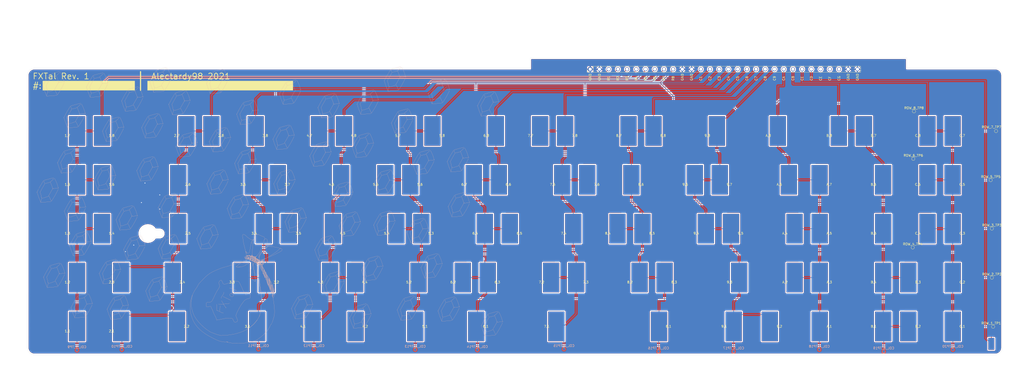
<source format=kicad_pcb>
(kicad_pcb (version 20211014) (generator pcbnew)
  (layers (0 "F.Cu" signal) (31 "B.Cu" signal) (34 "B.Paste" user) (35 "F.Paste" user) (36 "B.SilkS" user "B.Silkscreen") (37 "F.SilkS" user "F.Silkscreen") (38 "B.Mask" user) (39 "F.Mask" user) (44 "Edge.Cuts" user))
  (net 0 "")
  (net 1 "GND")
  (net 2 "COL_G")
  (net 3 "COL_E")
  (net 4 "COL_C")
  (net 5 "COL_A")
  (net 6 "COL_8")
  (net 7 "COL_6")
  (net 8 "COL_4")
  (net 9 "COL_2")
  (net 10 "ROW_8")
  (net 11 "ROW_6")
  (net 12 "ROW_4")
  (net 13 "ROW_2")
  (net 14 "COL_F")
  (net 15 "COL_D")
  (net 16 "COL_B")
  (net 17 "COL_9")
  (net 18 "COL_7")
  (net 19 "COL_5")
  (net 20 "COL_3")
  (net 21 "COL_1")
  (net 22 "ROW_7")
  (net 23 "ROW_5")
  (net 24 "ROW_3")
  (net 25 "ROW_1")
  (footprint "lib_fp:SW_CAP_IBM_F" (layer "F.Cu") (at 58.884 185.121)
    (fp_text reference "SW_25")
    (fp_text value "1,7")
  )
  (footprint "lib_fp:SW_CAP_IBM_F_ALT" (layer "F.Cu") (at 77.884 185.121)
    (fp_text reference "SW_26")
    (fp_text value "1,8")
  )
  (footprint "lib_fp:SW_CAP_IBM_F" (layer "F.Cu") (at 105.884 185.121)
    (fp_text reference "SW_22")
    (fp_text value "2,7")
  )
  (footprint "lib_fp:SW_CAP_IBM_F_ALT" (layer "F.Cu") (at 124.884 185.121)
    (fp_text reference "SW_1")
    (fp_text value "2,8")
  )
  (footprint "lib_fp:SW_CAP_IBM_F_ALT" (layer "F.Cu") (at 143.884 185.121)
    (fp_text reference "SW_02")
    (fp_text value "3,8")
  )
  (footprint "lib_fp:SW_CAP_IBM_F" (layer "F.Cu") (at 162.884 185.121)
    (fp_text reference "SW_03")
    (fp_text value "4,7")
  )
  (footprint "lib_fp:SW_CAP_IBM_F_ALT" (layer "F.Cu") (at 181.884 185.121)
    (fp_text reference "SW_04")
    (fp_text value "4,8")
  )
  (footprint "lib_fp:SW_CAP_IBM_F" (layer "F.Cu") (at 200.884 185.121)
    (fp_text reference "SW_05")
    (fp_text value "5,7")
  )
  (footprint "lib_fp:SW_CAP_IBM_F_ALT" (layer "F.Cu") (at 219.884 185.121)
    (fp_text reference "SW_06")
    (fp_text value "5,8")
  )
  (footprint "lib_fp:SW_CAP_IBM_F" (layer "F.Cu") (at 238.884 185.121)
    (fp_text reference "SW_07")
    (fp_text value "6,8")
  )
  (footprint "lib_fp:SW_CAP_IBM_F" (layer "F.Cu") (at 257.884 185.121)
    (fp_text reference "SW_08")
    (fp_text value "7,7")
  )
  (footprint "lib_fp:SW_CAP_IBM_F_ALT" (layer "F.Cu") (at 276.884 185.121)
    (fp_text reference "SW_09")
    (fp_text value "7,8")
  )
  (footprint "lib_fp:SW_CAP_IBM_F" (layer "F.Cu") (at 295.884 185.121)
    (fp_text reference "SW_0")
    (fp_text value "8,7")
  )
  (footprint "lib_fp:SW_CAP_IBM_F_ALT" (layer "F.Cu") (at 314.884 185.121)
    (fp_text reference "SW_47")
    (fp_text value "8,8")
  )
  (footprint "lib_fp:SW_CAP_IBM_F" (layer "F.Cu") (at 333.884 185.121)
    (fp_text reference "SW_21")
    (fp_text value "9,8")
  )
  (footprint "lib_fp:SW_CAP_IBM_F" (layer "F.Cu") (at 360.074 185.121)
    (fp_text reference "SW_13")
    (fp_text value "A,8")
  )
  (footprint "lib_fp:SW_CAP_IBM_F" (layer "F.Cu") (at 386.2715 185.121)
    (fp_text reference "SW_63")
    (fp_text value "B,8")
  )
  (footprint "lib_fp:SW_CAP_IBM_F_ALT" (layer "F.Cu") (at 405.3215 185.121)
    (fp_text reference "SW_66")
    (fp_text value "B,7")
  )
  (footprint "lib_fp:SW_CAP_IBM_F" (layer "F.Cu") (at 424.3715 185.121)
    (fp_text reference "SW_67")
    (fp_text value "C,8")
  )
  (footprint "lib_fp:SW_CAP_IBM_F_ALT" (layer "F.Cu") (at 443.4215 185.121)
    (fp_text reference "SW_68")
    (fp_text value "C,7")
  )
  (footprint "lib_fp:SW_CAP_IBM_F" (layer "F.Cu") (at 58.884 206.121)
    (fp_text reference "SW_27")
    (fp_text value "1,5")
  )
  (footprint "lib_fp:SW_CAP_IBM_F_ALT" (layer "F.Cu") (at 77.884 206.121)
    (fp_text reference "SW_28")
    (fp_text value "1,6")
  )
  (footprint "lib_fp:SW_CAP_IBM_F_ALT" (layer "F.Cu") (at 110.634 206.121)
    (fp_text reference "SW_90")
    (fp_text value "2,6")
  )
  (footprint "lib_fp:SW_CAP_IBM_F" (layer "F.Cu") (at 134.384 206.121)
    (fp_text reference "SW_74")
    (fp_text value "3,6")
  )
  (footprint "lib_fp:SW_CAP_IBM_F_ALT" (layer "F.Cu") (at 153.384 206.121)
    (fp_text reference "SW_93")
    (fp_text value "3,7")
  )
  (footprint "lib_fp:SW_CAP_IBM_F" (layer "F.Cu") (at 172.384 206.121)
    (fp_text reference "SW_19")
    (fp_text value "4,6")
  )
  (footprint "lib_fp:SW_CAP_IBM_F" (layer "F.Cu") (at 191.384 206.121)
    (fp_text reference "SW_76")
    (fp_text value "5,5")
  )
  (footprint "lib_fp:SW_CAP_IBM_F_ALT" (layer "F.Cu") (at 210.384 206.121)
    (fp_text reference "SW_89")
    (fp_text value "5,6")
  )
  (footprint "lib_fp:SW_CAP_IBM_F" (layer "F.Cu") (at 229.384 206.121)
    (fp_text reference "SW_95")
    (fp_text value "6,7")
  )
  (footprint "lib_fp:SW_CAP_IBM_F_ALT" (layer "F.Cu") (at 248.384 206.121)
    (fp_text reference "SW_91")
    (fp_text value "6,6")
  )
  (footprint "lib_fp:SW_CAP_IBM_F" (layer "F.Cu") (at 267.384 206.121)
    (fp_text reference "SW_37")
    (fp_text value "7,5")
  )
  (footprint "lib_fp:SW_CAP_IBM_F_ALT" (layer "F.Cu") (at 286.384 206.121)
    (fp_text reference "SW_51")
    (fp_text value "7,6")
  )
  (footprint "lib_fp:SW_CAP_IBM_F_ALT" (layer "F.Cu") (at 305.384 206.121)
    (fp_text reference "SW_65")
    (fp_text value "8,6")
  )
  (footprint "lib_fp:SW_CAP_IBM_F" (layer "F.Cu") (at 324.384 206.121)
    (fp_text reference "SW_42")
    (fp_text value "9,6")
  )
  (footprint "lib_fp:SW_CAP_IBM_F_ALT" (layer "F.Cu") (at 343.384 206.121)
    (fp_text reference "SW_78")
    (fp_text value "9,7")
  )
  (footprint "lib_fp:SW_CAP_IBM_F" (layer "F.Cu") (at 364.814 206.121)
    (fp_text reference "SW_12")
    (fp_text value "A,6")
  )
  (footprint "lib_fp:SW_CAP_IBM_F_ALT" (layer "F.Cu") (at 386.2465 206.121)
    (fp_text reference "SW_69")
    (fp_text value "A,7")
  )
  (footprint "lib_fp:SW_CAP_IBM_F" (layer "F.Cu") (at 405.2965 206.121)
    (fp_text reference "SW_70")
    (fp_text value "B,6")
  )
  (footprint "lib_fp:SW_CAP_IBM_F" (layer "F.Cu") (at 424.3465 206.121)
    (fp_text reference "SW_71")
    (fp_text value "C,6")
  )
  (footprint "lib_fp:SW_CAP_IBM_F_ALT" (layer "F.Cu") (at 443.3965 206.121)
    (fp_text reference "SW_72")
    (fp_text value "C,5")
  )
  (footprint "lib_fp:SW_CAP_IBM_F" (layer "F.Cu") (at 58.884 227.121)
    (fp_text reference "SW_29")
    (fp_text value "1,3")
  )
  (footprint "lib_fp:SW_CAP_IBM_F_ALT" (layer "F.Cu") (at 77.884 227.121)
    (fp_text reference "SW_30")
    (fp_text value "1,4")
  )
  (footprint "lib_fp:SW_CAP_IBM_F_ALT" (layer "F.Cu") (at 110.634 227.121)
    (fp_text reference "SW_15")
    (fp_text value "2,5")
  )
  (footprint "lib_fp:SW_CAP_IBM_F" (layer "F.Cu") (at 139.134 227.121)
    (fp_text reference "SW_10")
    (fp_text value "3,4")
  )
  (footprint "lib_fp:SW_CAP_IBM_F_ALT" (layer "F.Cu") (at 158.134 227.121)
    (fp_text reference "SW_83")
    (fp_text value "3,5")
  )
  (footprint "lib_fp:SW_CAP_IBM_F_ALT" (layer "F.Cu") (at 177.134 227.121)
    (fp_text reference "SW_17")
    (fp_text value "4,5")
  )
  (footprint "lib_fp:SW_CAP_IBM_F" (layer "F.Cu") (at 196.134 227.121)
    (fp_text reference "SW_24")
    (fp_text value "5,4")
  )
  (footprint "lib_fp:SW_CAP_IBM_F_ALT" (layer "F.Cu") (at 215.134 227.121)
    (fp_text reference "SW_35")
    (fp_text value "5,3")
  )
  (footprint "lib_fp:SW_CAP_IBM_F" (layer "F.Cu") (at 234.134 227.121)
    (fp_text reference "SW_36")
    (fp_text value "6,4")
  )
  (footprint "lib_fp:SW_CAP_IBM_F_ALT" (layer "F.Cu") (at 253.134 227.121)
    (fp_text reference "SW_38")
    (fp_text value "6,5")
  )
  (footprint "lib_fp:SW_CAP_IBM_F" (layer "F.Cu") (at 272.134 227.121)
    (fp_text reference "SW_39")
    (fp_text value "7,4")
  )
  (footprint "lib_fp:SW_CAP_IBM_F" (layer "F.Cu") (at 291.134 227.121)
    (fp_text reference "SW_40")
    (fp_text value "8,4")
  )
  (footprint "lib_fp:SW_CAP_IBM_F_ALT" (layer "F.Cu") (at 310.134 227.121)
    (fp_text reference "SW_84")
    (fp_text value "8,5")
  )
  (footprint "lib_fp:SW_CAP_IBM_F" (layer "F.Cu") (at 329.134 227.121)
    (fp_text reference "SW_75")
    (fp_text value "9,4")
  )
  (footprint "lib_fp:SW_CAP_IBM_F_ALT" (layer "F.Cu") (at 348.184 227.121)
    (fp_text reference "SW_50")
    (fp_text value "9,5")
  )
  (footprint "lib_fp:SW_CAP_IBM_F" (layer "F.Cu") (at 367.234 227.121)
    (fp_text reference "SW_20")
    (fp_text value "A,4")
  )
  (footprint "lib_fp:SW_CAP_IBM_F_ALT" (layer "F.Cu") (at 386.284 227.121)
    (fp_text reference "SW_73")
    (fp_text value "A,5")
  )
  (footprint "lib_fp:SW_CAP_IBM_F" (layer "F.Cu") (at 405.334 227.121)
    (fp_text reference "SW_53")
    (fp_text value "B,5")
  )
  (footprint "lib_fp:SW_CAP_IBM_F" (layer "F.Cu") (at 424.384 227.121)
    (fp_text reference "SW_54")
    (fp_text value "C,4")
  )
  (footprint "lib_fp:SW_CAP_IBM_F_ALT" (layer "F.Cu") (at 443.434 227.121)
    (fp_text reference "SW_55")
    (fp_text value "C,3")
  )
  (footprint "lib_fp:SW_CAP_IBM_F" (layer "F.Cu") (at 58.884 248.121)
    (fp_text reference "SW_31")
    (fp_text value "1,2")
  )
  (footprint "lib_fp:SW_CAP_IBM_F" (layer "F.Cu") (at 77.884 248.121)
    (fp_text reference "SW_32")
    (fp_text value "2,3")
  )
  (footprint "lib_fp:SW_CAP_IBM_F_ALT" (layer "F.Cu") (at 108.259 248.121)
    (fp_text reference "SW_45")
    (fp_text value "2,4")
  )
  (footprint "lib_fp:SW_CAP_IBM_F" (layer "F.Cu") (at 129.634 248.121)
    (fp_text reference "SW_49")
    (fp_text value "3,3")
  )
  (footprint "lib_fp:SW_CAP_IBM_F_ALT" (layer "F.Cu") (at 148.634 248.121)
    (fp_text reference "SW_96")
    (fp_text value "3,2")
  )
  (footprint "lib_fp:SW_CAP_IBM_F" (layer "F.Cu") (at 167.634 248.121)
    (fp_text reference "SW_94")
    (fp_text value "4,3")
  )
  (footprint "lib_fp:SW_CAP_IBM_F_ALT" (layer "F.Cu") (at 186.634 248.121)
    (fp_text reference "SW_14")
    (fp_text value "4,4")
  )
  (footprint "lib_fp:SW_CAP_IBM_F" (layer "F.Cu") (at 205.634 248.121)
    (fp_text reference "SW_92")
    (fp_text value "5,2")
  )
  (footprint "lib_fp:SW_CAP_IBM_F" (layer "F.Cu") (at 224.634 248.121)
    (fp_text reference "SW_11")
    (fp_text value "6,2")
  )
  (footprint "lib_fp:SW_CAP_IBM_F_ALT" (layer "F.Cu") (at 243.634 248.121)
    (fp_text reference "SW_48")
    (fp_text value "6,3")
  )
  (footprint "lib_fp:SW_CAP_IBM_F" (layer "F.Cu") (at 262.634 248.121)
    (fp_text reference "SW_46")
    (fp_text value "7,2")
  )
  (footprint "lib_fp:SW_CAP_IBM_F_ALT" (layer "F.Cu") (at 281.634 248.121)
    (fp_text reference "SW_16")
    (fp_text value "7,3")
  )
  (footprint "lib_fp:SW_CAP_IBM_F" (layer "F.Cu") (at 300.634 248.121)
    (fp_text reference "SW_18")
    (fp_text value "8,2")
  )
  (footprint "lib_fp:SW_CAP_IBM_F_ALT" (layer "F.Cu") (at 319.634 248.121)
    (fp_text reference "SW_85")
    (fp_text value "8,3")
  )
  (footprint "lib_fp:SW_CAP_IBM_F" (layer "F.Cu") (at 343.4465 248.121)
    (fp_text reference "SW_81")
    (fp_text value "9,3")
  )
  (footprint "lib_fp:SW_CAP_IBM_F" (layer "F.Cu") (at 367.259 248.121)
    (fp_text reference "SW_82")
    (fp_text value "A,2")
  )
  (footprint "lib_fp:SW_CAP_IBM_F_ALT" (layer "F.Cu") (at 386.309 248.121)
    (fp_text reference "SW_56")
    (fp_text value "A,3")
  )
  (footprint "lib_fp:SW_CAP_IBM_F" (layer "F.Cu") (at 405.359 248.121)
    (fp_text reference "SW_57")
    (fp_text value "B,4")
  )
  (footprint "lib_fp:SW_CAP_IBM_F_ALT" (layer "F.Cu") (at 424.409 248.121)
    (fp_text reference "SW_58")
    (fp_text value "B,3")
  )
  (footprint "lib_fp:SW_CAP_IBM_F_ALT" (layer "F.Cu") (at 443.459 248.121)
    (fp_text reference "SW_59")
    (fp_text value "C,2")
  )
  (footprint "lib_fp:SW_CAP_IBM_F" (layer "F.Cu") (at 58.884 269.121)
    (fp_text reference "SW_33")
    (fp_text value "1,1")
  )
  (footprint "lib_fp:SW_CAP_IBM_F" (layer "F.Cu") (at 77.884 269.121)
    (fp_text reference "SW_23")
    (fp_text value "2,1")
  )
  (footprint "lib_fp:SW_CAP_IBM_F_ALT" (layer "F.Cu") (at 110.099 269.121)
    (fp_text reference "SW_43")
    (fp_text value "2,2")
  )
  (footprint "lib_fp:SW_CAP_IBM_F" (layer "F.Cu") (at 160.099 269.121)
    (fp_text reference "SW_41")
    (fp_text value "4,1")
  )
  (footprint "lib_fp:SW_CAP_IBM_F_ALT" (layer "F.Cu") (at 317.259 269.121)
    (fp_text reference "SW_77")
    (fp_text value "8,1")
  )
  (footprint "lib_fp:SW_CAP_IBM_F_ALT" (layer "F.Cu") (at 386.309 269.121)
    (fp_text reference "SW_60")
    (fp_text value "A,1")
  )
  (footprint "lib_fp:SW_CAP_IBM_F" (layer "F.Cu") (at 405.359 269.121)
    (fp_text reference "SW_61")
    (fp_text value "B,1")
  )
  (footprint "lib_fp:SW_CAP_IBM_F_ALT" (layer "F.Cu") (at 424.409 269.121)
    (fp_text reference "SW_62")
    (fp_text value "B,2")
  )
  (footprint "lib_fp:SW_CAP_IBM_F_ALT" (layer "F.Cu") (at 443.459 269.121)
    (fp_text reference "SW_64")
    (fp_text value "C,1")
  )
  (footprint "lib_fp:CONN_CAP_IBM_F" (layer "F.Cu") (at 283.56 158.6 90)
    (fp_text reference "J1" hide)
    (fp_text value "CONN_CAP_IBM_F")
  )
  (footprint "lib_fp:SW_CAP_IBM_F_ALT" (layer "F.Cu") (at 186.83025 269.121)
    (fp_text reference "SW_34")
    (fp_text value "4,2")
  )
  (footprint "lib_fp:SW_CAP_IBM_F" (layer "F.Cu") (at 136.289 269.121)
    (fp_text reference "SW_44")
    (fp_text value "3,1")
  )
  (footprint "lib_fp:SW_CAP_IBM_F" (layer "F.Cu") (at 341.069 269.121)
    (fp_text reference "SW_80")
    (fp_text value "9,1")
  )
  (footprint "lib_fp:CAL_CAP_IBM_F" (layer "F.Cu") (at 455.93 276.606)
    (fp_text reference "SW_52")
    (fp_text value "9,1" hide)
  )
  (footprint "lib_fp:SW_CAP_IBM_F_ALT" (layer "F.Cu") (at 212.499 269.121)
    (fp_text reference "SW_86")
    (fp_text value "5,1")
  )
  (footprint "lib_fp:SW_CAP_IBM_F" (layer "F.Cu") (at 264.879 269.121)
    (fp_text reference "SW_87")
    (fp_text value "7,1")
  )
  (footprint "lib_fp:SW_CAP_IBM_F_ALT" (layer "F.Cu") (at 364.879 269.121)
    (fp_text reference "SW_79")
    (fp_text value "9,2")
  )
  (footprint "TestPoint:TestPoint_Pad_D1.0mm" (layer "F.Cu") (at 456.692 269.24)
    (fp_text reference "ROW_1_TP1")
    (fp_text value "R1_TestPoint")
  )
  (footprint "TestPoint:TestPoint_Pad_D1.0mm" (layer "F.Cu") (at 456.184 248.158)
    (fp_text reference "ROW_2_TP2")
    (fp_text value "R2_TestPoint")
  )
  (footprint "TestPoint:TestPoint_Pad_D1.0mm" (layer "F.Cu") (at 456.184 227.076)
    (fp_text reference "ROW_3_TP3")
    (fp_text value "R3_TestPoint")
  )
  (footprint "TestPoint:TestPoint_Pad_D1.0mm" (layer "F.Cu") (at 422.148 235.204)
    (fp_text reference "ROW_4_TP4")
    (fp_text value "R4_TestPoint")
  )
  (footprint "TestPoint:TestPoint_Pad_D1.0mm" (layer "F.Cu") (at 455.676 206.248)
    (fp_text reference "ROW_5_TP5")
    (fp_text value "R5_TestPoint")
  )
  (footprint "TestPoint:TestPoint_Pad_D1.0mm" (layer "F.Cu") (at 422.4 197.1)
    (fp_text reference "ROW_6_TP6")
    (fp_text value "R6_TestPoint")
  )
  (footprint "TestPoint:TestPoint_Pad_D1.0mm" (layer "F.Cu") (at 457.962 185.166)
    (fp_text reference "ROW_7_TP7")
    (fp_text value "R7_TestPoint")
  )
  (footprint "TestPoint:TestPoint_Pad_D1.0mm" (layer "F.Cu") (at 422.7 176.7)
    (fp_text reference "ROW_8_TP8")
    (fp_text value "R8_TestPoint")
  )
  (footprint "lib_fp:SW_CAP_IBM_F_ALT" (layer "F.Cu") (at 238.679 269.121)
    (fp_text reference "SW_88")
    (fp_text value "6,1")
  )
  (footprint "TestPoint:TestPoint_Pad_D1.0mm" (layer "B.Cu") (at 272.288 278.892 180)
    (fp_text reference "COL_7_TP15")
    (fp_text value "C7_TestPoint")
  )
  (footprint "TestPoint:TestPoint_Pad_D1.0mm" (layer "B.Cu") (at 345.186 279.908 180)
    (fp_text reference "COL_9_TP17")
    (fp_text value "C9_TestPoint")
  )
  (footprint "TestPoint:TestPoint_Pad_D1.0mm" (layer "B.Cu") (at 312.9 279.9 180)
    (fp_text reference "COL_8_TP16")
    (fp_text value "C8_TestPoint")
  )
  (footprint "TestPoint:TestPoint_Pad_D1.0mm" (layer "B.Cu") (at 164.846 278.892 180)
    (fp_text reference "COL_4_TP12")
    (fp_text value "C4_TestPoint")
  )
  (footprint "TestPoint:TestPoint_Pad_D1.0mm" (layer "B.Cu") (at 62.992 279.4 180)
    (fp_text reference "COL_1_TP9")
    (fp_text value "C1_TestPoint")
  )
  (footprint "TestPoint:TestPoint_Pad_D1.0mm" (layer "B.Cu") (at 409.702 279.908 180)
    (fp_text reference "COL_B_TP19")
    (fp_text value "CB_TestPoint")
  )
  (footprint "TestPoint:TestPoint_Pad_D1.0mm" (layer "B.Cu") (at 235.05 279.3 180)
    (fp_text reference "COL_6_TP14")
    (fp_text value "C6_TestPoint")
  )
  (footprint "TestPoint:TestPoint_Pad_D1.0mm" (layer "B.Cu") (at 382.016 279.146 180)
    (fp_text reference "COL_A_TP18")
    (fp_text value "CA_TestPoint")
  )
  (footprint "TestPoint:TestPoint_Pad_D1.0mm" (layer "B.Cu") (at 140.97 278.892 180)
    (fp_text reference "COL_3_TP11")
    (fp_text value "C3_TestPoint")
  )
  (footprint "TestPoint:TestPoint_Pad_D1.0mm" (layer "B.Cu") (at 439.42 279.146 180)
    (fp_text reference "COL_C_TP20")
    (fp_text value "CC_TestPoint")
  )
  (footprint "TestPoint:TestPoint_Pad_D1.0mm" (layer "B.Cu") (at 82.296 279.146 180)
    (fp_text reference "COL_2_TP10")
    (fp_text value "C2_TestPoint")
  )
  (footprint "TestPoint:TestPoint_Pad_D1.0mm" (layer "B.Cu") (at 208.35 279.146 180)
    (fp_text reference "COL_5_TP13")
    (fp_text value "C5_TestPoint")
  )
  (gr_curve (pts (xy 66.573199 217.340891) (xy 66.454666 216.985026) (xy 66.375688 216.605217) (xy 66.261123 216.249352)) (layer "B.SilkS") (width 0.05))
  (gr_curve (pts (xy 190.1175 191.448139) (xy 190.183778 191.305264) (xy 190.254819 191.163844) (xy 190.308529 191.015413)) (layer "B.SilkS") (width 0.05))
  (gr_curve (pts (xy 138.379749 236.223621) (xy 138.381734 236.204571) (xy 138.381998 236.205629) (xy 138.383983 236.186447)) (layer "B.SilkS") (width 0.05))
  (gr_curve (pts (xy 169.136306 199.630908) (xy 169.140407 199.640301) (xy 169.152314 199.663981) (xy 169.142524 199.660806)) (layer "B.SilkS") (width 0.05))
  (gr_curve (pts (xy 94.055109 251.042437) (xy 93.804549 251.459421) (xy 93.586929 251.896645) (xy 93.351185 252.321169)) (layer "B.SilkS") (width 0.05))
  (gr_curve (pts (xy 124.076482 185.846996) (xy 123.898285 185.894965) (xy 123.704874 185.963743) (xy 123.519269 185.97901)) (layer "B.SilkS") (width 0.05))
  (gr_curve (pts (xy 144.692575 247.286644) (xy 144.701836 247.313235) (xy 144.72631 247.332285) (xy 144.75462 247.33202)) (layer "B.SilkS") (width 0.05))
  (gr_curve (pts (xy 59.506443 222.538233) (xy 59.386719 222.959185) (xy 59.168967 223.415062) (xy 59.168967 223.860224)) (layer "B.SilkS") (width 0.05))
  (gr_curve (pts (xy 120.958327 203.992961) (xy 120.879746 204.132396) (xy 120.816775 204.282018) (xy 120.73621 204.420528)) (layer "B.SilkS") (width 0.05))
  (gr_curve (pts (xy 229.644993 196.738579) (xy 230.026919 196.702066) (xy 230.403289 196.645446) (xy 230.78032 196.577845)) (layer "B.SilkS") (width 0.05))
  (gr_curve (pts (xy 210.628294 232.788221) (xy 210.682666 232.777637) (xy 210.94553 232.686488) (xy 210.864435 232.814547)) (layer "B.SilkS") (width 0.05))
  (gr_curve (pts (xy 100.980679 230.600598) (xy 100.944034 230.604567) (xy 100.880401 230.58168) (xy 100.880401 230.633539)) (layer "B.SilkS") (width 0.05))
  (gr_curve (pts (xy 85.606006 227.334714) (xy 85.660377 227.32413) (xy 85.923241 227.232849) (xy 85.842146 227.360907)) (layer "B.SilkS") (width 0.05))
  (gr_curve (pts (xy 165.1874 236.225561) (xy 165.1874 236.254136) (xy 165.178801 236.284166) (xy 165.1874 236.311551)) (layer "B.SilkS") (width 0.05))
  (gr_curve (pts (xy 167.553833 177.960078) (xy 167.640749 178.157325) (xy 167.710996 178.359069) (xy 167.782433 178.562005)) (layer "B.SilkS") (width 0.05))
  (gr_curve (pts (xy 131.727992 243.574143) (xy 131.72786 243.56184) (xy 131.728124 243.548214) (xy 131.727992 243.536969)) (layer "B.SilkS") (width 0.05))
  (gr_curve (pts (xy 138.598824 241.184559) (xy 138.624754 241.209429) (xy 138.664309 241.209826) (xy 138.689841 241.184559)) (layer "B.SilkS") (width 0.05))
  (gr_curve (pts (xy 85.117188 238.348656) (xy 85.160315 238.561646) (xy 85.032389 238.858376) (xy 84.975636 239.058004)) (layer "B.SilkS") (width 0.05))
  (gr_curve (pts (xy 114.773805 190.074898) (xy 114.794177 190.118157) (xy 114.737292 190.109294) (xy 114.726709 190.109029)) (layer "B.SilkS") (width 0.05))
  (gr_curve (pts (xy 164.37528 259.790286) (xy 164.307017 259.606401) (xy 164.241004 259.421722) (xy 164.179091 259.23572)) (layer "B.SilkS") (width 0.05))
  (gr_curve (pts (xy 142.398109 241.250704) (xy 142.431446 241.298726) (xy 142.506588 241.283248) (xy 142.518097 241.225966)) (layer "B.SilkS") (width 0.05))
  (gr_curve (pts (xy 121.005892 229.094829) (xy 120.91977 228.778255) (xy 120.760359 228.498855) (xy 120.64037 228.197098)) (layer "B.SilkS") (width 0.05))
  (gr_curve (pts (xy 154.36409 227.223642) (xy 154.244366 227.644594) (xy 154.026614 228.100471) (xy 154.026614 228.545633)) (layer "B.SilkS") (width 0.05))
  (gr_curve (pts (xy 78.153751 248.99721) (xy 78.236169 249.161648) (xy 78.30549 249.332172) (xy 78.37825 249.500976)) (layer "B.SilkS") (width 0.05))
  (gr_curve (pts (xy 172.396105 213.223215) (xy 172.478126 213.486476) (xy 172.571921 213.7459) (xy 172.657514 214.007969)) (layer "B.SilkS") (width 0.05))
  (gr_curve (pts (xy 196.631674 211.627778) (xy 196.609317 211.620502) (xy 196.595955 211.597483) (xy 196.578096 211.582402)) (layer "B.SilkS") (width 0.05))
  (gr_curve (pts (xy 104.156472 230.85354) (xy 103.975497 231.008321) (xy 103.769916 231.13294) (xy 103.588147 231.282562)) (layer "B.SilkS") (width 0.05))
  (gr_curve (pts (xy 105.133975 211.96348) (xy 105.15792 211.89244) (xy 104.986867 211.917311) (xy 104.911196 211.919427)) (layer "B.SilkS") (width 0.05))
  (gr_curve (pts (xy 227.119678 221.843663) (xy 227.523564 221.808738) (xy 227.930096 221.765347) (xy 228.328294 221.688221)) (layer "B.SilkS") (width 0.05))
  (gr_curve (pts (xy 175.57481 225.997563) (xy 175.567401 225.988567) (xy 175.586848 225.920834) (xy 175.590155 225.911574)) (layer "B.SilkS") (width 0.05))
  (gr_curve (pts (xy 140.694854 240.304025) (xy 140.684138 240.304158) (xy 140.673422 240.304025) (xy 140.661781 240.304025)) (layer "B.SilkS") (width 0.05))
  (gr_curve (pts (xy 128.62734 255.683328) (xy 128.893643 256.221755) (xy 129.636593 256.589659) (xy 130.14208 256.088538)) (layer "B.SilkS") (width 0.05))
  (gr_curve (pts (xy 119.090898 208.716567) (xy 119.114181 208.78774) (xy 119.132967 208.860368) (xy 119.15625 208.931541)) (layer "B.SilkS") (width 0.05))
  (gr_curve (pts (xy 200.740124 159.195695) (xy 200.701627 159.227313) (xy 200.694748 159.273086) (xy 200.65096 159.29465)) (layer "B.SilkS") (width 0.05))
  (gr_curve (pts (xy 137.730859 239.732393) (xy 137.729007 239.774859) (xy 137.748718 239.959405) (xy 137.701887 239.978455)) (layer "B.SilkS") (width 0.05))
  (gr_curve (pts (xy 96.378648 166.288063) (xy 96.421908 166.501185) (xy 96.293982 166.797782) (xy 96.237096 166.997543)) (layer "B.SilkS") (width 0.05))
  (gr_curve (pts (xy 201.361101 162.825514) (xy 201.532551 162.526932) (xy 201.705456 162.228614) (xy 201.899661 161.944055)) (layer "B.SilkS") (width 0.05))
  (gr_curve (pts (xy 156.817836 206.080524) (xy 156.838208 206.123783) (xy 156.781323 206.114919) (xy 156.77074 206.114655)) (layer "B.SilkS") (width 0.05))
  (gr_curve (pts (xy 152.49203 209.488225) (xy 152.645224 209.164242) (xy 152.8557 208.869629) (xy 153.038527 208.560728)) (layer "B.SilkS") (width 0.05))
  (gr_curve (pts (xy 163.010805 195.912586) (xy 163.008424 195.914967) (xy 162.993343 195.961137) (xy 162.993078 195.96074)) (layer "B.SilkS") (width 0.05))
  (gr_curve (pts (xy 215.57433 173.512877) (xy 215.81219 173.467368) (xy 216.052035 173.430988) (xy 216.292674 173.402413)) (layer "B.SilkS") (width 0.05))
  (gr_curve (pts (xy 140.426169 240.237879) (xy 140.426301 240.250183) (xy 140.426037 240.263809) (xy 140.426169 240.275186)) (layer "B.SilkS") (width 0.05))
  (gr_curve (pts (xy 63.650215 223.31042) (xy 63.627858 223.303144) (xy 63.614496 223.280125) (xy 63.596504 223.265044)) (layer "B.SilkS") (width 0.05))
  (gr_curve (pts (xy 174.127274 214.480912) (xy 174.179397 214.757269) (xy 174.186541 215.057836) (xy 174.257978 215.32996)) (layer "B.SilkS") (width 0.05))
  (gr_curve (pts (xy 172.008491 230.188563) (xy 171.591772 230.25709) (xy 171.191987 230.37655) (xy 170.782676 230.474578)) (layer "B.SilkS") (width 0.05))
  (gr_curve (pts (xy 108.931937 171.386583) (xy 108.845815 171.070009) (xy 108.686404 170.790609) (xy 108.566283 170.48872)) (layer "B.SilkS") (width 0.05))
  (gr_curve (pts (xy 122.7914 184.814657) (xy 122.85662 185.008015) (xy 122.865351 185.215713) (xy 122.900276 185.416584)) (layer "B.SilkS") (width 0.05))
  (gr_curve (pts (xy 79.706988 204.246246) (xy 79.727361 204.289505) (xy 79.670608 204.280642) (xy 79.660024 204.280377)) (layer "B.SilkS") (width 0.05))
  (gr_curve (pts (xy 68.825866 232.158862) (xy 68.707333 231.802997) (xy 68.628355 231.423188) (xy 68.51379 231.067323)) (layer "B.SilkS") (width 0.05))
  (gr_curve (pts (xy 157.294747 163.505229) (xy 157.094722 163.505229) (xy 156.847204 163.813865) (xy 156.704197 163.934251)) (layer "B.SilkS") (width 0.05))
  (gr_curve (pts (xy 66.261123 216.249352) (xy 66.038609 215.55826) (xy 65.723754 214.906592) (xy 65.396333 214.260082)) (layer "B.SilkS") (width 0.05))
  (gr_curve (pts (xy 67.121552 228.628527) (xy 66.921527 228.628527) (xy 66.674142 228.937295) (xy 66.531002 229.057548)) (layer "B.SilkS") (width 0.05))
  (gr_curve (pts (xy 180.644491 213.653428) (xy 180.835123 213.272031) (xy 181.039514 212.899101) (xy 181.218637 212.51228)) (layer "B.SilkS") (width 0.05))
  (gr_curve (pts (xy 99.28417 217.849533) (xy 99.28417 218.111074) (xy 99.402042 218.35965) (xy 99.469246 218.612592)) (layer "B.SilkS") (width 0.05))
  (gr_curve (pts (xy 205.093711 175.648678) (xy 205.041323 175.650133) (xy 204.989597 175.662171) (xy 204.937739 175.670638)) (layer "B.SilkS") (width 0.05))
  (gr_curve (pts (xy 205.612853 227.160665) (xy 205.554247 227.266366) (xy 205.50993 227.380005) (xy 205.458204 227.488749)) (layer "B.SilkS") (width 0.05))
  (gr_curve (pts (xy 198.377924 182.57838) (xy 198.401207 182.649553) (xy 198.419993 182.722049) (xy 198.443276 182.793354)) (layer "B.SilkS") (width 0.05))
  (gr_curve (pts (xy 136.572381 230.999423) (xy 136.80442 231.185558) (xy 137.006297 231.341794) (xy 137.269955 231.484934)) (layer "B.SilkS") (width 0.05))
  (gr_curve (pts (xy 144.192381 246.343934) (xy 144.180342 246.30967) (xy 144.172801 246.284799) (xy 144.142771 246.219976)) (layer "B.SilkS") (width 0.05))
  (gr_curve (pts (xy 222.513414 217.623427) (xy 222.513414 217.652002) (xy 222.504947 217.682032) (xy 222.513414 217.709416)) (layer "B.SilkS") (width 0.05))
  (gr_curve (pts (xy 216.04016 197.627845) (xy 216.196926 197.599799) (xy 216.35475 197.577838) (xy 216.512838 197.559979)) (layer "B.SilkS") (width 0.05))
  (gr_curve (pts (xy 106.637602 214.699272) (xy 106.415088 214.00818) (xy 106.100234 213.356512) (xy 105.772812 212.710002)) (layer "B.SilkS") (width 0.05))
  (gr_curve (pts (xy 68.63272 233.721623) (xy 68.698866 233.578748) (xy 68.770039 233.437328) (xy 68.823617 233.288897)) (layer "B.SilkS") (width 0.05))
  (gr_curve (pts (xy 172.381553 170.868715) (xy 172.158642 170.868715) (xy 171.94208 170.943857) (xy 171.724064 170.989762)) (layer "B.SilkS") (width 0.05))
  (gr_curve (pts (xy 120.059935 211.33925) (xy 120.149099 211.592059) (xy 120.275835 211.834814) (xy 120.353887 212.091592)) (layer "B.SilkS") (width 0.05))
  (gr_curve (pts (xy 144.613994 247.158453) (xy 144.601294 247.075242) (xy 144.600104 247.055001) (xy 144.597458 247.059235)) (layer "B.SilkS") (width 0.05))
  (gr_curve (pts (xy 210.899889 232.475219) (xy 210.903858 232.484611) (xy 210.915896 232.508424) (xy 210.906107 232.505249)) (layer "B.SilkS") (width 0.05))
  (gr_curve (pts (xy 49.844114 251.450893) (xy 49.933146 251.703835) (xy 50.060014 251.946458) (xy 50.138066 252.203368)) (layer "B.SilkS") (width 0.05))
  (gr_curve (pts (xy 102.870333 219.620787) (xy 103.023659 219.296804) (xy 103.234002 219.002191) (xy 103.41683 218.69329)) (layer "B.SilkS") (width 0.05))
  (gr_curve (pts (xy 206.810485 265.944949) (xy 207.110522 265.542385) (xy 207.352352 265.100531) (xy 207.62302 264.678256)) (layer "B.SilkS") (width 0.05))
  (gr_curve (pts (xy 115.319203 233.917125) (xy 115.372119 234.055105) (xy 115.455728 234.179856) (xy 115.515127 234.314794)) (layer "B.SilkS") (width 0.05))
  (gr_curve (pts (xy 137.292576 238.857151) (xy 137.304086 238.857019) (xy 137.31705 238.857151) (xy 137.32975 238.857151)) (layer "B.SilkS") (width 0.05))
  (gr_curve (pts (xy 107.035933 196.085967) (xy 107.048236 196.126183) (xy 107.05485 196.261915) (xy 107.090437 196.27951)) (layer "B.SilkS") (width 0.05))
  (gr_curve (pts (xy 145.230076 247.732996) (xy 145.209439 247.693573) (xy 145.154141 247.685239) (xy 145.122523 247.716592)) (layer "B.SilkS") (width 0.05))
  (gr_curve (pts (xy 146.366859 250.209364) (xy 146.389216 250.249051) (xy 146.403371 250.274848) (xy 146.416468 250.30038)) (layer "B.SilkS") (width 0.05))
  (gr_curve (pts (xy 129.855668 265.791735) (xy 129.855668 266.013852) (xy 130.057942 266.205543) (xy 130.160865 266.390619)) (layer "B.SilkS") (width 0.05))
  (gr_curve (pts (xy 134.375148 229.620812) (xy 134.351997 229.623193) (xy 134.29154 229.623193) (xy 134.277385 229.653223)) (layer "B.SilkS") (width 0.05))
  (gr_curve (pts (xy 135.114859 216.893912) (xy 135.496652 216.8574) (xy 135.873154 216.800779) (xy 136.250186 216.733178)) (layer "B.SilkS") (width 0.05))
  (gr_curve (pts (xy 146.60247 254.459234) (xy 146.592681 254.434627) (xy 146.576409 254.409492) (xy 146.54876 254.409624)) (layer "B.SilkS") (width 0.05))
  (gr_curve (pts (xy 111.455136 171.527474) (xy 111.336602 171.171609) (xy 111.257624 170.7918) (xy 111.14306 170.435936)) (layer "B.SilkS") (width 0.05))
  (gr_curve (pts (xy 63.218022 230.670448) (xy 63.125683 230.852878) (xy 63.006488 231.020889) (xy 62.902374 231.197101)) (layer "B.SilkS") (width 0.05))
  (gr_curve (pts (xy 121.455651 194.20169) (xy 121.4579 194.192165) (xy 121.452873 194.175232) (xy 121.462531 194.17338)) (layer "B.SilkS") (width 0.05))
  (gr_line (start 145.746808 249.279221) (end 145.746808 249.279221) (layer "B.SilkS") (width 0.05))
  (gr_curve (pts (xy 142.699866 243.38404) (xy 142.710979 243.350967) (xy 142.722885 243.319085) (xy 142.732939 243.288922)) (layer "B.SilkS") (width 0.05))
  (gr_curve (pts (xy 106.741981 195.333624) (xy 106.831145 195.586433) (xy 106.957881 195.829189) (xy 107.035933 196.085967)) (layer "B.SilkS") (width 0.05))
  (gr_curve (pts (xy 243.618636 267.134995) (xy 243.644433 267.097159) (xy 243.717326 266.944627) (xy 243.74471 267.01871)) (layer "B.SilkS") (width 0.05))
  (gr_curve (pts (xy 82.020372 265.451515) (xy 82.024341 265.460907) (xy 82.03638 265.48472) (xy 82.02659 265.481545)) (layer "B.SilkS") (width 0.05))
  (gr_curve (pts (xy 133.246636 182.386557) (xy 133.484628 182.341049) (xy 133.724473 182.304668) (xy 133.965112 182.276093)) (layer "B.SilkS") (width 0.05))
  (gr_curve (pts (xy 89.11319 239.800293) (xy 89.117159 239.809686) (xy 89.129197 239.833498) (xy 89.119408 239.830191)) (layer "B.SilkS") (width 0.05))
  (gr_curve (pts (xy 181.295101 192.073085) (xy 181.295101 192.101792) (xy 181.286502 192.13169) (xy 181.295101 192.159075)) (layer "B.SilkS") (width 0.05))
  (gr_curve (pts (xy 212.942119 240.020432) (xy 212.863538 240.159867) (xy 212.800567 240.309489) (xy 212.720002 240.447999)) (layer "B.SilkS") (width 0.05))
  (gr_curve (pts (xy 230.7618 218.139497) (xy 230.952432 217.7581) (xy 231.156822 217.38517) (xy 231.335945 216.998349)) (layer "B.SilkS") (width 0.05))
  (gr_curve (pts (xy 210.844723 232.36158) (xy 210.863906 232.399151) (xy 210.883353 232.436589) (xy 210.899889 232.475219)) (layer "B.SilkS") (width 0.05))
  (gr_curve (pts (xy 193.141159 205.545668) (xy 192.691102 206.263351) (xy 192.311293 207.023102) (xy 191.932674 207.770682)) (layer "B.SilkS") (width 0.05))
  (gr_curve (pts (xy 114.54437 231.332807) (xy 114.520822 231.37686) (xy 114.505609 231.423559) (xy 114.474256 231.456897)) (layer "B.SilkS") (width 0.05))
  (gr_curve (pts (xy 165.379223 200.258103) (xy 165.627402 200.228734) (xy 165.878889 200.23773) (xy 166.128258 200.220796)) (layer "B.SilkS") (width 0.05))
  (gr_curve (pts (xy 73.381859 244.795362) (xy 73.323121 244.901063) (xy 73.278936 245.014701) (xy 73.227077 245.123445)) (layer "B.SilkS") (width 0.05))
  (gr_curve (pts (xy 156.725364 167.845321) (xy 156.660408 167.52425) (xy 156.561719 167.210851) (xy 156.475729 166.894674)) (layer "B.SilkS") (width 0.05))
  (gr_curve (pts (xy 79.594408 204.24823) (xy 79.631714 204.243997) (xy 79.691113 204.212644) (xy 79.706988 204.246246)) (layer "B.SilkS") (width 0.05))
  (gr_curve (pts (xy 160.254262 263.175101) (xy 159.320151 263.44868) (xy 158.3953 263.926914) (xy 157.42494 264.068202)) (layer "B.SilkS") (width 0.05))
  (gr_curve (pts (xy 52.281455 244.252771) (xy 52.237799 244.256343) (xy 51.973613 244.259254) (xy 52.080901 244.285844)) (layer "B.SilkS") (width 0.05))
  (gr_curve (pts (xy 142.518097 244.818478) (xy 142.462006 244.529818) (xy 142.43687 244.307171) (xy 142.435283 244.070237)) (layer "B.SilkS") (width 0.05))
  (gr_curve (pts (xy 156.014693 172.861425) (xy 156.033875 172.898863) (xy 156.05319 172.936302) (xy 156.069858 172.975063)) (layer "B.SilkS") (width 0.05))
  (gr_curve (pts (xy 92.551747 253.883798) (xy 92.551747 253.912506) (xy 92.543148 253.942403) (xy 92.551747 253.969788)) (layer "B.SilkS") (width 0.05))
  (gr_curve (pts (xy 183.696592 174.636779) (xy 183.849653 175.103768) (xy 183.999407 175.586104) (xy 184.17562 176.044891)) (layer "B.SilkS") (width 0.05))
  (gr_curve (pts (xy 138.578716 240.715585) (xy 138.596179 240.758579) (xy 138.61761 241.062321) (xy 138.539822 241.069465)) (layer "B.SilkS") (width 0.05))
  (gr_curve (pts (xy 137.593343 174.177859) (xy 137.543734 174.049404) (xy 137.429698 173.928092) (xy 137.397154 173.799373)) (layer "B.SilkS") (width 0.05))
  (gr_curve (pts (xy 241.377425 169.457481) (xy 241.19645 169.612262) (xy 240.991001 169.736881) (xy 240.8091 169.886503)) (layer "B.SilkS") (width 0.05))
  (gr_curve (pts (xy 149.944225 169.256741) (xy 149.941976 169.259122) (xy 149.926763 169.305292) (xy 149.926498 169.304895)) (layer "B.SilkS") (width 0.05))
  (gr_curve (pts (xy 137.612922 197.417536) (xy 137.638587 197.379701) (xy 137.711612 197.227168) (xy 137.738864 197.301384)) (layer "B.SilkS") (width 0.05))
  (gr_curve (pts (xy 241.430077 173.516322) (xy 241.601527 173.217739) (xy 241.774564 172.919422) (xy 241.968636 172.634995)) (layer "B.SilkS") (width 0.05))
  (gr_curve (pts (xy 146.160219 249.762879) (xy 146.139449 249.702554) (xy 146.126749 249.654533) (xy 146.114711 249.60995)) (layer "B.SilkS") (width 0.05))
  (gr_curve (pts (xy 145.337497 247.943869) (xy 145.328237 247.917146) (xy 145.303763 247.898229) (xy 145.275453 247.898361)) (layer "B.SilkS") (width 0.05))
  (gr_curve (pts (xy 165.218224 236.134941) (xy 165.194808 236.178994) (xy 165.179462 236.225693) (xy 165.148241 236.259031)) (layer "B.SilkS") (width 0.05))
  (gr_curve (pts (xy 242.849889 272.525219) (xy 242.853858 272.534611) (xy 242.865896 272.558424) (xy 242.856107 272.555249)) (layer "B.SilkS") (width 0.05))
  (gr_curve (pts (xy 145.773398 269.414145) (xy 145.978186 269.032484) (xy 146.084813 268.503581) (xy 146.40734 268.199046)) (layer "B.SilkS") (width 0.05))
  (gr_curve (pts (xy 120.032615 246.375287) (xy 118.772537 247.19113) (xy 117.704811 248.327647) (xy 116.682858 249.410587)) (layer "B.SilkS") (width 0.05))
  (gr_curve (pts (xy 145.275453 251.230523) (xy 145.264075 251.22166) (xy 145.257593 251.205652) (xy 145.24238 251.205652)) (layer "B.SilkS") (width 0.05))
  (gr_curve (pts (xy 75.051115 210.231915) (xy 75.455134 210.19699) (xy 75.861666 210.153598) (xy 76.259732 210.076472)) (layer "B.SilkS") (width 0.05))
  (gr_curve (pts (xy 79.904632 181.481893) (xy 79.855155 181.35357) (xy 79.741119 181.232126) (xy 79.708443 181.103406)) (layer "B.SilkS") (width 0.05))
  (gr_curve (pts (xy 54.639704 210.76015) (xy 54.705849 210.617275) (xy 54.77689 210.475855) (xy 54.8306 210.327424)) (layer "B.SilkS") (width 0.05))
  (gr_curve (pts (xy 119.882571 189.593178) (xy 119.859155 189.637363) (xy 119.84381 189.684062) (xy 119.812589 189.7174)) (layer "B.SilkS") (width 0.05))
  (gr_curve (pts (xy 146.317249 249.895171) (xy 146.282986 249.895436) (xy 146.242769 249.89914) (xy 146.205595 249.899404)) (layer "B.SilkS") (width 0.05))
  (gr_curve (pts (xy 62.861099 180.070605) (xy 63.148569 179.585227) (xy 63.414343 179.087811) (xy 63.695066 178.598728)) (layer "B.SilkS") (width 0.05))
  (gr_curve (pts (xy 153.71639 186.314032) (xy 153.6304 185.997458) (xy 153.470989 185.718058) (xy 153.350868 185.416168)) (layer "B.SilkS") (width 0.05))
  (gr_curve (pts (xy 140.426169 240.275186) (xy 140.426434 240.311698) (xy 140.455803 240.341464) (xy 140.492315 240.341332)) (layer "B.SilkS") (width 0.05))
  (gr_curve (pts (xy 98.678571 250.657469) (xy 98.614144 250.495544) (xy 98.571811 250.326872) (xy 98.509105 250.16455)) (layer "B.SilkS") (width 0.05))
  (gr_curve (pts (xy 138.772523 240.411578) (xy 138.800834 240.439757) (xy 138.822 240.451134) (xy 138.855206 240.452853)) (layer "B.SilkS") (width 0.05))
  (gr_curve (pts (xy 51.43864 170.06155) (xy 51.947963 170.027022) (xy 52.45808 169.984027) (xy 52.966476 169.940106)) (layer "B.SilkS") (width 0.05))
  (gr_curve (pts (xy 123.335945 230.798349) (xy 123.402091 230.655606) (xy 123.473264 230.514186) (xy 123.526842 230.365755)) (layer "B.SilkS") (width 0.05))
  (gr_curve (pts (xy 94.507118 163.553819) (xy 94.45817 163.669799) (xy 94.377605 163.787446) (xy 94.319132 163.897261)) (layer "B.SilkS") (width 0.05))
  (gr_curve (pts (xy 136.779814 239.700511) (xy 136.359523 239.631058) (xy 135.821625 239.302445) (xy 135.655335 238.993544)) (layer "B.SilkS") (width 0.05))
  (gr_curve (pts (xy 101.813751 252.118498) (xy 101.834124 252.161757) (xy 101.777371 252.152894) (xy 101.766787 252.152629)) (layer "B.SilkS") (width 0.05))
  (gr_curve (pts (xy 73.932456 246.229139) (xy 73.932456 246.490679) (xy 74.05046 246.739255) (xy 74.117533 246.992197)) (layer "B.SilkS") (width 0.05))
  (gr_curve (pts (xy 49.258591 246.722921) (xy 49.129077 246.994516) (xy 48.949954 247.245473) (xy 48.832612 247.52355)) (layer "B.SilkS") (width 0.05))
  (gr_curve (pts (xy 49.863708 162.87843) (xy 49.613147 163.295401) (xy 49.395527 163.732532) (xy 49.159784 164.157056)) (layer "B.SilkS") (width 0.05))
  (gr_curve (pts (xy 225.474778 256.755384) (xy 225.274753 256.755384) (xy 225.027367 257.064153) (xy 224.884228 257.184406)) (layer "B.SilkS") (width 0.05))
  (gr_curve (pts (xy 224.880905 193.367523) (xy 224.659185 193.711746) (xy 224.432304 194.065758) (xy 224.232279 194.420432)) (layer "B.SilkS") (width 0.05))
  (gr_curve (pts (xy 243.77302 271.428256) (xy 244.225855 270.721686) (xy 244.639266 270.034828) (xy 245.0118 269.289497)) (layer "B.SilkS") (width 0.05))
  (gr_curve (pts (xy 150.014207 169.132519) (xy 149.990792 169.176705) (xy 149.975446 169.223404) (xy 149.944225 169.256741)) (layer "B.SilkS") (width 0.05))
  (gr_curve (pts (xy 145.98652 249.647124) (xy 145.999485 249.695146) (xy 146.014434 249.741184) (xy 146.03613 249.804287)) (layer "B.SilkS") (width 0.05))
  (gr_curve (pts (xy 164.585076 196.51319) (xy 164.647915 196.749992) (xy 164.735492 196.980577) (xy 164.781132 197.22267)) (layer "B.SilkS") (width 0.05))
  (gr_curve (pts (xy 148.225624 191.533996) (xy 148.31254 191.731243) (xy 148.382787 191.932856) (xy 148.454356 192.135924)) (layer "B.SilkS") (width 0.05))
  (gr_curve (pts (xy 167.196911 173.834033) (xy 167.067529 174.105495) (xy 166.888274 174.356453) (xy 166.771063 174.63453)) (layer "B.SilkS") (width 0.05))
  (gr_curve (pts (xy 121.758335 186.258422) (xy 121.640727 186.460577) (xy 121.476421 186.640613) (xy 121.35511 186.84249)) (layer "B.SilkS") (width 0.05))
  (gr_curve (pts (xy 59.647995 221.828753) (xy 59.691122 222.041743) (xy 59.563196 222.338473) (xy 59.506443 222.538233)) (layer "B.SilkS") (width 0.05))
  (gr_curve (pts (xy 208.8618 262.539497) (xy 209.052432 262.1581) (xy 209.256822 261.78517) (xy 209.435945 261.398349)) (layer "B.SilkS") (width 0.05))
  (gr_curve (pts (xy 116.244583 232.766981) (xy 116.296706 233.043338) (xy 116.303717 233.344037) (xy 116.375287 233.616161)) (layer "B.SilkS") (width 0.05))
  (gr_curve (pts (xy 57.557522 219.528598) (xy 57.557522 219.557173) (xy 57.549055 219.587203) (xy 57.557522 219.614587)) (layer "B.SilkS") (width 0.05))
  (gr_curve (pts (xy 141.902015 241.655914) (xy 141.896459 241.624164) (xy 141.868148 241.601939) (xy 141.835869 241.602203)) (layer "B.SilkS") (width 0.05))
  (gr_curve (pts (xy 197.984092 158.71336) (xy 198.049444 158.90677) (xy 198.058043 159.114468) (xy 198.092968 159.315287)) (layer "B.SilkS") (width 0.05))
  (gr_curve (pts (xy 214.425373 238.67238) (xy 214.247441 238.720402) (xy 214.084458 238.784431) (xy 213.901631 238.804407)) (layer "B.SilkS") (width 0.05))
  (gr_curve (pts (xy 62.139448 238.725555) (xy 62.38776 238.696187) (xy 62.639114 238.705182) (xy 62.888616 238.688249)) (layer "B.SilkS") (width 0.05))
  (gr_curve (pts (xy 208.967318 203.841187) (xy 208.9697 203.831795) (xy 208.964672 203.814729) (xy 208.97433 203.812877)) (layer "B.SilkS") (width 0.05))
  (gr_curve (pts (xy 60.466488 174.286814) (xy 60.429843 174.290782) (xy 60.366211 174.267896) (xy 60.366211 174.319754)) (layer "B.SilkS") (width 0.05))
  (gr_curve (pts (xy 153.151107 202.094973) (xy 152.481182 202.255178) (xy 151.830969 202.466315) (xy 151.167658 202.644909)) (layer "B.SilkS") (width 0.05))
  (gr_curve (pts (xy 54.571292 244.238351) (xy 54.521682 244.109896) (xy 54.407647 243.988585) (xy 54.375103 243.859865)) (layer "B.SilkS") (width 0.05))
  (gr_curve (pts (xy 130.621969 214.161428) (xy 130.649221 214.317796) (xy 130.685072 214.606457) (xy 130.850569 214.688081)) (layer "B.SilkS") (width 0.05))
  (gr_curve (pts (xy 171.218577 239.863714) (xy 171.237892 239.901285) (xy 171.257206 239.938724) (xy 171.273743 239.977353)) (layer "B.SilkS") (width 0.05))
  (gr_curve (pts (xy 138.780858 241.093674) (xy 138.784033 241.091161) (xy 138.787869 241.087853) (xy 138.801495 241.081239)) (layer "B.SilkS") (width 0.05))
  (gr_curve (pts (xy 120.657403 192.177496) (xy 120.710452 192.315476) (xy 120.793928 192.440227) (xy 120.853327 192.575164)) (layer "B.SilkS") (width 0.05))
  (gr_curve (pts (xy 189.567035 177.472847) (xy 189.867072 177.070284) (xy 190.108769 176.62843) (xy 190.379438 176.206155)) (layer "B.SilkS") (width 0.05))
  (gr_curve (pts (xy 194.109401 220.336009) (xy 193.931469 220.383899) (xy 193.768486 220.447928) (xy 193.585659 220.468036)) (layer "B.SilkS") (width 0.05))
  (gr_curve (pts (xy 220.070002 259.047999) (xy 219.952394 259.25014) (xy 219.78822 259.430189) (xy 219.666777 259.632066)) (layer "B.SilkS") (width 0.05))
  (gr_curve (pts (xy 137.11868 178.612011) (xy 137.406018 178.126633) (xy 137.671792 177.629084) (xy 137.952515 177.140002)) (layer "B.SilkS") (width 0.05))
  (gr_curve (pts (xy 220.02528 242.240286) (xy 219.957017 242.056401) (xy 219.891004 241.871722) (xy 219.829091 241.68572)) (layer "B.SilkS") (width 0.05))
  (gr_curve (pts (xy 223.834743 199.616981) (xy 223.886866 199.893338) (xy 223.893877 200.194037) (xy 223.965447 200.466161)) (layer "B.SilkS") (width 0.05))
  (gr_curve (pts (xy 140.780711 240.274789) (xy 140.802539 240.398878) (xy 140.861541 240.571122) (xy 140.921866 240.69336)) (layer "B.SilkS") (width 0.05))
  (gr_curve (pts (xy 186.042846 261.273563) (xy 185.819935 261.273563) (xy 185.603374 261.348573) (xy 185.385357 261.394478)) (layer "B.SilkS") (width 0.05))
  (gr_curve (pts (xy 45.847996 211.294476) (xy 45.824581 211.338662) (xy 45.809367 211.385228) (xy 45.778014 211.418698)) (layer "B.SilkS") (width 0.05))
  (gr_curve (pts (xy 46.622828 213.878794) (xy 46.675877 214.016774) (xy 46.759354 214.141525) (xy 46.818885 214.276463)) (layer "B.SilkS") (width 0.05))
  (gr_curve (pts (xy 103.763434 213.778654) (xy 103.540522 213.778654) (xy 103.323961 213.853664) (xy 103.105944 213.899569)) (layer "B.SilkS") (width 0.05))
  (gr_curve (pts (xy 180.237958 230.136176) (xy 180.641845 230.101251) (xy 181.048377 230.057859) (xy 181.446575 229.980733)) (layer "B.SilkS") (width 0.05))
  (gr_curve (pts (xy 199.646866 223.773608) (xy 199.684172 223.769375) (xy 199.743703 223.738021) (xy 199.759578 223.771624)) (layer "B.SilkS") (width 0.05))
  (gr_curve (pts (xy 185.532357 244.489378) (xy 185.483409 244.605265) (xy 185.402711 244.723005) (xy 185.34437 244.832807)) (layer "B.SilkS") (width 0.05))
  (gr_curve (pts (xy 83.475316 260.164875) (xy 83.857242 260.128363) (xy 84.233612 260.071742) (xy 84.610643 260.004141)) (layer "B.SilkS") (width 0.05))
  (gr_curve (pts (xy 48.556916 248.039356) (xy 48.549507 248.030227) (xy 48.568954 247.962626) (xy 48.572262 247.953366)) (layer "B.SilkS") (width 0.05))
  (gr_curve (pts (xy 191.208642 168.28281) (xy 191.095929 168.060031) (xy 190.956891 167.862784) (xy 190.878839 167.631406)) (layer "B.SilkS") (width 0.05))
  (gr_curve (pts (xy 89.053262 221.504488) (xy 89.073635 221.547747) (xy 89.016882 221.538883) (xy 89.006166 221.538619)) (layer "B.SilkS") (width 0.05))
  (gr_curve (pts (xy 145.569008 251.271798) (xy 145.568743 251.235286) (xy 145.535273 251.20552) (xy 145.498761 251.205652)) (layer "B.SilkS") (width 0.05))
  (gr_curve (pts (xy 138.698043 240.837425) (xy 138.838802 241.202021) (xy 139.200619 241.527855) (xy 139.648956 241.742697)) (layer "B.SilkS") (width 0.05))
  (gr_curve (pts (xy 72.843696 247.228735) (xy 72.866979 247.299907) (xy 72.885632 247.372536) (xy 72.909048 247.443708)) (layer "B.SilkS") (width 0.05))
  (gr_curve (pts (xy 144.120943 239.775255) (xy 143.886919 239.889688) (xy 143.688614 240.064048) (xy 143.445065 240.163796)) (layer "B.SilkS") (width 0.05))
  (gr_curve (pts (xy 56.608598 166.23594) (xy 56.799231 165.854411) (xy 57.003754 165.48148) (xy 57.182876 165.094792)) (layer "B.SilkS") (width 0.05))
  (gr_curve (pts (xy 145.506963 252.140028) (xy 145.615839 252.139367) (xy 145.713603 252.277876) (xy 145.804619 252.545238)) (layer "B.SilkS") (width 0.05))
  (gr_curve (pts (xy 155.490042 262.509012) (xy 155.643104 262.97587) (xy 155.792858 263.458337) (xy 155.969203 263.917125)) (layer "B.SilkS") (width 0.05))
  (gr_curve (pts (xy 142.042641 242.958193) (xy 142.043303 242.964543) (xy 142.040128 243.007538) (xy 142.042641 243.020238)) (layer "B.SilkS") (width 0.05))
  (gr_curve (pts (xy 78.87355 256.830464) (xy 78.938902 257.023874) (xy 78.947501 257.231572) (xy 78.982426 257.432391)) (layer "B.SilkS") (width 0.05))
  (gr_curve (pts (xy 121.980452 185.830935) (xy 121.901871 185.970265) (xy 121.8389 186.119953) (xy 121.758335 186.258422)) (layer "B.SilkS") (width 0.05))
  (gr_curve (pts (xy 86.646347 221.631355) (xy 86.672144 221.593652) (xy 86.745169 221.44112) (xy 86.772421 221.515203)) (layer "B.SilkS") (width 0.05))
  (gr_curve (pts (xy 144.878578 250.407801) (xy 144.864422 250.407934) (xy 144.84868 250.407669) (xy 144.833201 250.407801)) (layer "B.SilkS") (width 0.05))
  (gr_curve (pts (xy 83.159007 183.568) (xy 83.090744 183.384247) (xy 83.024863 183.199568) (xy 82.962818 183.013566)) (layer "B.SilkS") (width 0.05))
  (gr_curve (pts (xy 175.548351 254.22199) (xy 176.001318 253.51542) (xy 176.414729 252.828562) (xy 176.78713 252.083231)) (layer "B.SilkS") (width 0.05))
  (gr_curve (pts (xy 76.260525 262.785308) (xy 76.413587 263.252166) (xy 76.563341 263.734633) (xy 76.739553 264.193421)) (layer "B.SilkS") (width 0.05))
  (gr_curve (pts (xy 57.667593 194.50786) (xy 57.694845 194.664228) (xy 57.730696 194.952889) (xy 57.896193 195.034513)) (layer "B.SilkS") (width 0.05))
  (gr_curve (pts (xy 177.242611 230.405389) (xy 177.480471 230.359881) (xy 177.720316 230.323368) (xy 177.960954 230.294926)) (layer "B.SilkS") (width 0.05))
  (gr_curve (pts (xy 68.272147 255.738589) (xy 68.159303 255.515942) (xy 68.020264 255.318563) (xy 67.942212 255.087185)) (layer "B.SilkS") (width 0.05))
  (gr_curve (pts (xy 175.255722 171.789465) (xy 175.033207 171.098374) (xy 174.718353 170.446705) (xy 174.390931 169.800195)) (layer "B.SilkS") (width 0.05))
  (gr_curve (pts (xy 206.675287 230.916161) (xy 206.700819 231.013263) (xy 206.772918 231.213421) (xy 206.882059 231.249272)) (layer "B.SilkS") (width 0.05))
  (gr_curve (pts (xy 202.22433 266.512877) (xy 202.46219 266.467368) (xy 202.702035 266.430988) (xy 202.942674 266.402413)) (layer "B.SilkS") (width 0.05))
  (gr_curve (pts (xy 195.98027 226.251828) (xy 196.267607 225.76645) (xy 196.533381 225.268901) (xy 196.814104 224.779818)) (layer "B.SilkS") (width 0.05))
  (gr_curve (pts (xy 139.392574 239.679873) (xy 139.392839 239.716386) (xy 139.422208 239.746151) (xy 139.45872 239.746019)) (layer "B.SilkS") (width 0.05))
  (gr_curve (pts (xy 150.835871 183.441583) (xy 150.657939 183.489472) (xy 150.495088 183.553502) (xy 150.312128 183.57361)) (layer "B.SilkS") (width 0.05))
  (gr_line (start 135.882744 238.811643) (end 135.882744 238.811643) (layer "B.SilkS") (width 0.05))
  (gr_curve (pts (xy 186.477425 260.657481) (xy 186.29645 260.812262) (xy 186.091001 260.936881) (xy 185.9091 261.086503)) (layer "B.SilkS") (width 0.05))
  (gr_curve (pts (xy 217.790609 237.814336) (xy 217.738089 237.815791) (xy 217.686363 237.82783) (xy 217.634505 237.836297)) (layer "B.SilkS") (width 0.05))
  (gr_curve (pts (xy 141.381183 242.689509) (xy 141.409493 242.689244) (xy 141.434232 242.670723) (xy 141.443095 242.644)) (layer "B.SilkS") (width 0.05))
  (gr_curve (pts (xy 166.552121 175.068579) (xy 166.552121 175.097286) (xy 166.543654 175.127184) (xy 166.552121 175.154568)) (layer "B.SilkS") (width 0.05))
  (gr_curve (pts (xy 137.573564 239.096864) (xy 137.862224 239.235241) (xy 138.03804 239.401664) (xy 138.321938 239.75012)) (layer "B.SilkS") (width 0.05))
  (gr_curve (pts (xy 182.124173 223.587341) (xy 182.038051 223.270767) (xy 181.87864 222.991367) (xy 181.758519 222.689478)) (layer "B.SilkS") (width 0.05))
  (gr_curve (pts (xy 177.135057 223.074446) (xy 176.884497 223.49143) (xy 176.66701 223.928654) (xy 176.431133 224.353178)) (layer "B.SilkS") (width 0.05))
  (gr_curve (pts (xy 140.765233 240.758844) (xy 140.758618 240.728152) (xy 140.73044 240.704869) (xy 140.699087 240.705134)) (layer "B.SilkS") (width 0.05))
  (gr_curve (pts (xy 119.685357 227.344478) (xy 119.366269 227.411682) (xy 119.053135 227.501773) (xy 118.738148 227.586572)) (layer "B.SilkS") (width 0.05))
  (gr_curve (pts (xy 131.719922 249.642494) (xy 131.732093 249.705597) (xy 131.97207 249.672127) (xy 132.051181 249.707581)) (layer "B.SilkS") (width 0.05))
  (gr_curve (pts (xy 133.139214 175.055746) (xy 132.888654 175.47273) (xy 132.671035 175.909821) (xy 132.435291 176.334345)) (layer "B.SilkS") (width 0.05))
  (gr_curve (pts (xy 206.877425 257.207481) (xy 206.69645 257.362262) (xy 206.491001 257.486881) (xy 206.3091 257.636503)) (layer "B.SilkS") (width 0.05))
  (gr_curve (pts (xy 162.08293 259.987798) (xy 162.271445 259.901014) (xy 162.500575 259.908158) (xy 162.704833 259.888579)) (layer "B.SilkS") (width 0.05))
  (gr_curve (pts (xy 190.112076 172.173376) (xy 190.046989 171.852304) (xy 189.948299 171.538905) (xy 189.86231 171.222728)) (layer "B.SilkS") (width 0.05))
  (gr_curve (pts (xy 50.423436 215.605465) (xy 50.827322 215.57054) (xy 51.233855 215.527016) (xy 51.63192 215.44989)) (layer "B.SilkS") (width 0.05))
  (gr_curve (pts (xy 158.251631 256.354407) (xy 158.214986 256.358508) (xy 158.151354 256.335622) (xy 158.151354 256.38748)) (layer "B.SilkS") (width 0.05))
  (gr_curve (pts (xy 122.054833 229.888579) (xy 122.436759 229.852066) (xy 122.813129 229.795446) (xy 123.19016 229.727845)) (layer "B.SilkS") (width 0.05))
  (gr_curve (pts (xy 224.642119 213.770432) (xy 224.563538 213.909867) (xy 224.500567 214.059489) (xy 224.420002 214.197999)) (layer "B.SilkS") (width 0.05))
  (gr_curve (pts (xy 240.431068 265.068599) (xy 240.387412 265.072171) (xy 240.123226 265.075081) (xy 240.230514 265.101539)) (layer "B.SilkS") (width 0.05))
  (gr_curve (pts (xy 139.611782 241.515288) (xy 139.585323 241.451126) (xy 139.556748 241.392124) (xy 139.512563 241.325185)) (layer "B.SilkS") (width 0.05))
  (gr_curve (pts (xy 122.629078 184.777986) (xy 122.407225 185.12213) (xy 122.180477 185.476221) (xy 121.980452 185.830935)) (layer "B.SilkS") (width 0.05))
  (gr_curve (pts (xy 189.686626 172.79422) (xy 189.858076 172.495506) (xy 190.030981 172.19732) (xy 190.225053 171.912761)) (layer "B.SilkS") (width 0.05))
  (gr_curve (pts (xy 51.452398 162.570389) (xy 51.285711 162.852422) (xy 51.137412 163.140566) (xy 50.962522 163.419543)) (layer "B.SilkS") (width 0.05))
  (gr_curve (pts (xy 166.417713 239.718855) (xy 166.506745 239.971664) (xy 166.633612 240.214419) (xy 166.711664 240.47133)) (layer "B.SilkS") (width 0.05))
  (gr_curve (pts (xy 63.210668 256.101201) (xy 62.988947 256.445424) (xy 62.762067 256.799436) (xy 62.562042 257.15411)) (layer "B.SilkS") (width 0.05))
  (gr_curve (pts (xy 209.626842 260.965755) (xy 209.642982 260.92104) (xy 209.631605 260.853042) (xy 209.674335 260.831479)) (layer "B.SilkS") (width 0.05))
  (gr_curve (pts (xy 139.987887 239.850529) (xy 140.561107 240.153874) (xy 141.168193 240.315402) (xy 141.610312 240.798664)) (layer "B.SilkS") (width 0.05))
  (gr_curve (pts (xy 198.122866 167.9243) (xy 198.632056 167.889904) (xy 199.142173 167.846909) (xy 199.650702 167.802856)) (layer "B.SilkS") (width 0.05))
  (gr_curve (pts (xy 133.170965 178.531313) (xy 133.233803 178.768115) (xy 133.32138 178.9987) (xy 133.367021 179.240661)) (layer "B.SilkS") (width 0.05))
  (gr_curve (pts (xy 138.681639 240.254416) (xy 138.668542 240.280345) (xy 138.67304 240.312889) (xy 138.693942 240.332997)) (layer "B.SilkS") (width 0.05))
  (gr_curve (pts (xy 118.829622 207.845956) (xy 118.829622 207.874531) (xy 118.821155 207.904561) (xy 118.829622 207.931945)) (layer "B.SilkS") (width 0.05))
  (gr_curve (pts (xy 65.896664 238.098361) (xy 65.900633 238.107753) (xy 65.912671 238.131566) (xy 65.902882 238.128391)) (layer "B.SilkS") (width 0.05))
  (gr_curve (pts (xy 89.058024 239.686654) (xy 89.077207 239.724093) (xy 89.096654 239.761531) (xy 89.11319 239.800293)) (layer "B.SilkS") (width 0.05))
  (gr_curve (pts (xy 138.652667 231.961448) (xy 138.652403 231.921761) (xy 138.61761 231.890275) (xy 138.578187 231.895302)) (layer "B.SilkS") (width 0.05))
  (gr_curve (pts (xy 148.786012 211.33925) (xy 148.875176 211.592059) (xy 149.001912 211.834814) (xy 149.079964 212.091592)) (layer "B.SilkS") (width 0.05))
  (gr_curve (pts (xy 95.153792 251.583642) (xy 94.703868 252.301325) (xy 94.323926 253.060944) (xy 93.945307 253.808524)) (layer "B.SilkS") (width 0.05))
  (gr_curve (pts (xy 217.051631 163.954407) (xy 217.014986 163.958508) (xy 216.951354 163.935622) (xy 216.951354 163.98748)) (layer "B.SilkS") (width 0.05))
  (gr_curve (pts (xy 111.651192 172.081908) (xy 111.58293 171.898155) (xy 111.517048 171.713476) (xy 111.455136 171.527474)) (layer "B.SilkS") (width 0.05))
  (gr_curve (pts (xy 196.814104 224.779818) (xy 196.985554 224.481236) (xy 197.158592 224.183051) (xy 197.352664 223.898491)) (layer "B.SilkS") (width 0.05))
  (gr_curve (pts (xy 139.524866 239.613727) (xy 139.524866 239.600763) (xy 139.524998 239.588195) (xy 139.524866 239.576421)) (layer "B.SilkS") (width 0.05))
  (gr_curve (pts (xy 138.801495 239.282998) (xy 138.801231 239.251248) (xy 138.778873 239.222673) (xy 138.747785 239.216852)) (layer "B.SilkS") (width 0.05))
  (gr_curve (pts (xy 198.922304 184.201334) (xy 198.975353 184.339314) (xy 199.058962 184.464065) (xy 199.118361 184.599135)) (layer "B.SilkS") (width 0.05))
  (gr_curve (pts (xy 119.812589 189.7174) (xy 119.81034 189.719781) (xy 119.795126 189.765951) (xy 119.794862 189.765554)) (layer "B.SilkS") (width 0.05))
  (gr_curve (pts (xy 137.834046 240.047776) (xy 137.878099 240.068811) (xy 137.929429 240.03878) (xy 137.929164 239.989833)) (layer "B.SilkS") (width 0.05))
  (gr_curve (pts (xy 181.545529 211.37391) (xy 181.582836 211.369677) (xy 181.642367 211.338324) (xy 181.658242 211.371926)) (layer "B.SilkS") (width 0.05))
  (gr_curve (pts (xy 100.103056 168.052701) (xy 100.157427 168.04225) (xy 100.420291 167.950969) (xy 100.339329 168.079027)) (layer "B.SilkS") (width 0.05))
  (gr_curve (pts (xy 127.506368 206.150374) (xy 127.663001 206.122328) (xy 127.820957 206.100367) (xy 127.979046 206.082508)) (layer "B.SilkS") (width 0.05))
  (gr_curve (pts (xy 55.623407 250.612561) (xy 56.076242 249.905859) (xy 56.489653 249.219) (xy 56.862054 248.473801)) (layer "B.SilkS") (width 0.05))
  (gr_curve (pts (xy 103.238897 172.15242) (xy 103.18016 172.257989) (xy 103.135974 172.371759) (xy 103.084116 172.480503)) (layer "B.SilkS") (width 0.05))
  (gr_curve (pts (xy 121.941848 263.895069) (xy 122.130364 264.273026) (xy 122.371532 264.611825) (xy 122.53769 265.003805)) (layer "B.SilkS") (width 0.05))
  (gr_curve (pts (xy 172.199388 194.115668) (xy 172.236694 194.111435) (xy 172.296093 194.080082) (xy 172.311968 194.113684)) (layer "B.SilkS") (width 0.05))
  (gr_curve (pts (xy 203.688112 184.346722) (xy 203.770529 184.511161) (xy 203.83985 184.681685) (xy 203.912611 184.850489)) (layer "B.SilkS") (width 0.05))
  (gr_curve (pts (xy 163.867015 258.144181) (xy 163.644501 257.453089) (xy 163.329646 256.801421) (xy 163.002225 256.154911)) (layer "B.SilkS") (width 0.05))
  (gr_curve (pts (xy 173.026078 230.957045) (xy 172.913366 230.734399) (xy 172.774327 230.537019) (xy 172.696143 230.305641)) (layer "B.SilkS") (width 0.05))
  (gr_curve (pts (xy 213.901631 238.804407) (xy 213.864986 238.808508) (xy 213.801354 238.785622) (xy 213.801354 238.83748)) (layer "B.SilkS") (width 0.05))
  (gr_curve (pts (xy 150.891566 184.937669) (xy 150.84791 184.941241) (xy 150.583723 184.944284) (xy 150.691012 184.970742)) (layer "B.SilkS") (width 0.05))
  (gr_curve (pts (xy 111.708739 195.761852) (xy 112.008776 195.359289) (xy 112.250473 194.917434) (xy 112.521274 194.49516)) (layer "B.SilkS") (width 0.05))
  (gr_curve (pts (xy 139.731638 239.67564) (xy 139.731373 239.639127) (xy 139.697904 239.609362) (xy 139.661391 239.609494)) (layer "B.SilkS") (width 0.05))
  (gr_curve (pts (xy 142.312119 242.347402) (xy 142.386732 242.448209) (xy 142.412925 242.660008) (xy 142.426816 242.780261)) (layer "B.SilkS") (width 0.05))
  (gr_curve (pts (xy 101.701171 252.120482) (xy 101.738477 252.116249) (xy 101.797876 252.084896) (xy 101.813751 252.118498)) (layer "B.SilkS") (width 0.05))
  (gr_curve (pts (xy 100.485246 167.909429) (xy 100.785284 167.506866) (xy 101.027113 167.065144) (xy 101.297782 166.642737)) (layer "B.SilkS") (width 0.05))
  (gr_curve (pts (xy 206.706107 265.805249) (xy 206.68375 265.797973) (xy 206.670388 265.774954) (xy 206.652396 265.759873)) (layer "B.SilkS") (width 0.05))
  (gr_curve (pts (xy 173.890869 232.946315) (xy 173.668354 232.255224) (xy 173.3535 231.603555) (xy 173.026078 230.957045)) (layer "B.SilkS") (width 0.05))
  (gr_curve (pts (xy 146.668616 254.893415) (xy 146.755003 254.547604) (xy 146.778947 254.180892) (xy 146.755532 253.744065)) (layer "B.SilkS") (width 0.05))
  (gr_curve (pts (xy 61.938894 230.493574) (xy 61.860313 230.633009) (xy 61.797342 230.782631) (xy 61.716776 230.921141)) (layer "B.SilkS") (width 0.05))
  (gr_curve (pts (xy 141.798695 241.118413) (xy 141.798431 241.067613) (xy 141.794859 241.012844) (xy 141.794594 240.965484)) (layer "B.SilkS") (width 0.05))
  (gr_curve (pts (xy 127.604264 218.338008) (xy 127.580848 218.382194) (xy 127.565502 218.42876) (xy 127.534281 218.46223)) (layer "B.SilkS") (width 0.05))
  (gr_curve (pts (xy 161.120905 257.704047) (xy 161.071295 257.575724) (xy 160.957392 257.45428) (xy 160.924716 257.32556)) (layer "B.SilkS") (width 0.05))
  (gr_curve (pts (xy 121.713488 191.876532) (xy 121.73902 191.973766) (xy 121.811119 192.173791) (xy 121.920392 192.209775)) (layer "B.SilkS") (width 0.05))
  (gr_curve (pts (xy 57.629478 245.769892) (xy 57.510945 245.41416) (xy 57.431967 245.03435) (xy 57.317402 244.678486)) (layer "B.SilkS") (width 0.05))
  (gr_curve (pts (xy 103.349229 162.795933) (xy 103.358621 162.791171) (xy 103.366294 162.808329) (xy 103.374761 162.81452)) (layer "B.SilkS") (width 0.05))
  (gr_curve (pts (xy 187.109849 196.138011) (xy 187.164221 196.127428) (xy 187.427085 196.036146) (xy 187.346122 196.164205)) (layer "B.SilkS") (width 0.05))
  (gr_curve (pts (xy 136.263083 240.13456) (xy 136.201832 240.108895) (xy 136.199318 240.108366) (xy 136.019137 240.010602)) (layer "B.SilkS") (width 0.05))
  (gr_curve (pts (xy 82.982794 174.693214) (xy 83.035843 174.831194) (xy 83.119319 174.955945) (xy 83.178718 175.091015)) (layer "B.SilkS") (width 0.05))
  (gr_curve (pts (xy 140.661781 240.270952) (xy 140.661516 240.23444) (xy 140.628046 240.204674) (xy 140.591534 240.204807)) (layer "B.SilkS") (width 0.05))
  (gr_curve (pts (xy 85.8776 227.021712) (xy 85.881569 227.031104) (xy 85.893608 227.054917) (xy 85.883818 227.051742)) (layer "B.SilkS") (width 0.05))
  (gr_curve (pts (xy 97.892462 235.669486) (xy 97.892462 235.698193) (xy 97.883995 235.728091) (xy 97.892462 235.755475)) (layer "B.SilkS") (width 0.05))
  (gr_curve (pts (xy 156.247262 164.407326) (xy 156.066419 164.561975) (xy 155.860838 164.686726) (xy 155.678937 164.836347)) (layer "B.SilkS") (width 0.05))
  (gr_curve (pts (xy 216.899889 247.625219) (xy 216.903858 247.634611) (xy 216.915896 247.658424) (xy 216.906107 247.655249)) (layer "B.SilkS") (width 0.05))
  (gr_curve (pts (xy 136.572448 203.120894) (xy 136.626952 203.110311) (xy 136.889684 203.01903) (xy 136.808721 203.147088)) (layer "B.SilkS") (width 0.05))
  (gr_curve (pts (xy 186.119203 247.417125) (xy 186.172119 247.555105) (xy 186.255728 247.679856) (xy 186.315127 247.814794)) (layer "B.SilkS") (width 0.05))
  (gr_curve (pts (xy 220.049889 172.775219) (xy 220.053858 172.784611) (xy 220.065896 172.808424) (xy 220.056107 172.805249)) (layer "B.SilkS") (width 0.05))
  (gr_curve (pts (xy 79.752099 223.30339) (xy 79.749718 223.305771) (xy 79.734637 223.351941) (xy 79.734372 223.351544)) (layer "B.SilkS") (width 0.05))
  (gr_curve (pts (xy 143.080337 235.558062) (xy 142.96855 235.723559) (xy 142.841815 235.895141) (xy 142.679229 236.095563)) (layer "B.SilkS") (width 0.05))
  (gr_curve (pts (xy 138.32379 239.384466) (xy 138.427639 239.178885) (xy 138.336225 239.284057) (xy 138.73482 239.281543)) (layer "B.SilkS") (width 0.05))
  (gr_curve (pts (xy 185.784878 268.112513) (xy 185.867295 268.276952) (xy 185.936616 268.447476) (xy 186.009377 268.61628)) (layer "B.SilkS") (width 0.05))
  (gr_curve (pts (xy 142.278253 256.766136) (xy 142.281295 256.796563) (xy 142.304314 256.808734) (xy 142.327862 256.815745)) (layer "B.SilkS") (width 0.05))
  (gr_curve (pts (xy 134.238029 175.596819) (xy 133.787973 176.314634) (xy 133.408163 177.074253) (xy 133.029413 177.821833)) (layer "B.SilkS") (width 0.05))
  (gr_curve (pts (xy 94.989718 179.8469) (xy 94.811653 179.894922) (xy 94.618111 179.963714) (xy 94.432638 179.978927)) (layer "B.SilkS") (width 0.05))
  (gr_curve (pts (xy 143.998044 248.051422) (xy 143.986535 248.018614) (xy 143.78942 247.447246) (xy 143.749997 247.327919)) (layer "B.SilkS") (width 0.05))
  (gr_curve (pts (xy 106.317324 194.333896) (xy 106.370373 194.471876) (xy 106.453982 194.596627) (xy 106.513381 194.731697)) (layer "B.SilkS") (width 0.05))
  (gr_curve (pts (xy 184.843561 224.25634) (xy 184.843561 224.265071) (xy 184.846603 224.291001) (xy 184.843561 224.282666)) (layer "B.SilkS") (width 0.05))
  (gr_curve (pts (xy 76.549318 182.900986) (xy 76.099262 183.618668) (xy 75.719452 184.378419) (xy 75.340834 185.125999)) (layer "B.SilkS") (width 0.05))
  (gr_curve (pts (xy 204.858761 180.329818) (xy 204.793673 180.008746) (xy 204.694984 179.695348) (xy 204.609126 179.37917)) (layer "B.SilkS") (width 0.05))
  (gr_curve (pts (xy 99.780661 181.496048) (xy 99.661995 181.140316) (xy 99.583149 180.760506) (xy 99.468585 180.404642)) (layer "B.SilkS") (width 0.05))
  (gr_curve (pts (xy 219.05241 170.767692) (xy 219.26368 171.033466) (xy 219.383139 171.359565) (xy 219.534878 171.662513)) (layer "B.SilkS") (width 0.05))
  (gr_curve (pts (xy 143.09264 236.798296) (xy 142.772627 236.844201) (xy 142.319528 237.276663) (xy 142.278253 237.604482)) (layer "B.SilkS") (width 0.05))
  (gr_curve (pts (xy 139.744073 241.680652) (xy 139.743809 241.649431) (xy 139.740105 241.612787) (xy 139.739972 241.581434)) (layer "B.SilkS") (width 0.05))
  (gr_curve (pts (xy 137.346287 240.535536) (xy 137.321813 240.398217) (xy 137.233839 240.303893) (xy 137.007223 240.175967)) (layer "B.SilkS") (width 0.05))
  (gr_curve (pts (xy 143.357223 246.513531) (xy 143.418607 246.745306) (xy 143.491764 246.990443) (xy 143.580532 247.257672)) (layer "B.SilkS") (width 0.05))
  (gr_curve (pts (xy 143.204294 246.405978) (xy 143.158389 246.406243) (xy 143.109309 246.409815) (xy 143.059567 246.410079)) (layer "B.SilkS") (width 0.05))
  (gr_curve (pts (xy 222.667015 165.744181) (xy 222.444501 165.053089) (xy 222.129646 164.401421) (xy 221.802225 163.754911)) (layer "B.SilkS") (width 0.05))
  (gr_curve (pts (xy 136.411911 239.865875) (xy 136.419584 239.894979) (xy 136.440486 239.992743) (xy 136.436782 239.977529)) (layer "B.SilkS") (width 0.05))
  (gr_curve (pts (xy 83.287991 236.919113) (xy 83.311274 236.990286) (xy 83.33006 237.062914) (xy 83.353343 237.134087)) (layer "B.SilkS") (width 0.05))
  (gr_curve (pts (xy 238.781068 170.568599) (xy 238.737412 170.572171) (xy 238.473226 170.575081) (xy 238.580514 170.601539)) (layer "B.SilkS") (width 0.05))
  (gr_curve (pts (xy 136.668292 239.807932) (xy 136.722664 239.805418) (xy 136.797541 239.80383) (xy 136.796483 239.80383)) (layer "B.SilkS") (width 0.05))
  (gr_curve (pts (xy 49.005002 164.485192) (xy 48.875621 164.756655) (xy 48.696498 165.007612) (xy 48.579156 165.285689)) (layer "B.SilkS") (width 0.05))
  (gr_curve (pts (xy 75.184465 244.057836) (xy 74.734541 244.775518) (xy 74.354599 245.535269) (xy 73.975981 246.282849)) (layer "B.SilkS") (width 0.05))
  (gr_curve (pts (xy 128.803752 221.921921) (xy 128.892785 222.174863) (xy 129.019652 222.417618) (xy 129.097704 222.674396)) (layer "B.SilkS") (width 0.05))
  (gr_curve (pts (xy 201.001929 159.863239) (xy 200.95232 159.734916) (xy 200.838285 159.613472) (xy 200.805741 159.484753)) (layer "B.SilkS") (width 0.05))
  (gr_curve (pts (xy 137.32975 238.890224) (xy 137.330015 238.926737) (xy 137.359384 238.956502) (xy 137.395896 238.95637)) (layer "B.SilkS") (width 0.05))
  (gr_curve (pts (xy 146.557094 253.028896) (xy 146.595591 253.383967) (xy 146.612392 253.551448) (xy 146.62324 253.752267)) (layer "B.SilkS") (width 0.05))
  (gr_curve (pts (xy 134.065786 216.100162) (xy 133.979796 215.783588) (xy 133.820385 215.504188) (xy 133.700264 215.202299)) (layer "B.SilkS") (width 0.05))
  (gr_curve (pts (xy 136.835444 216.663328) (xy 136.855817 216.706587) (xy 136.799064 216.697724) (xy 136.78848 216.697459)) (layer "B.SilkS") (width 0.05))
  (gr_curve (pts (xy 52.225761 242.756685) (xy 52.047828 242.804574) (xy 51.884845 242.868604) (xy 51.702017 242.888712)) (layer "B.SilkS") (width 0.05))
  (gr_curve (pts (xy 55.106279 245.629134) (xy 55.020157 245.31256) (xy 54.860746 245.033027) (xy 54.740625 244.73127)) (layer "B.SilkS") (width 0.05))
  (gr_curve (pts (xy 137.234633 240.593479) (xy 137.234897 240.62642) (xy 137.259768 240.65526) (xy 137.292576 240.659625)) (layer "B.SilkS") (width 0.05))
  (gr_curve (pts (xy 119.474412 206.611278) (xy 119.34503 206.88274) (xy 119.165775 207.13383) (xy 119.048432 207.411907)) (layer "B.SilkS") (width 0.05))
  (gr_curve (pts (xy 140.847783 240.742308) (xy 140.825558 240.786493) (xy 140.856249 240.83769) (xy 140.905727 240.837425)) (layer "B.SilkS") (width 0.05))
  (gr_curve (pts (xy 196.353862 211.91075) (xy 196.408234 211.900166) (xy 196.671097 211.809017) (xy 196.590002 211.937076)) (layer "B.SilkS") (width 0.05))
  (gr_curve (pts (xy 57.705032 180.441419) (xy 57.858093 180.908276) (xy 58.007847 181.390612) (xy 58.18406 181.849399)) (layer "B.SilkS") (width 0.05))
  (gr_curve (pts (xy 98.894174 238.560852) (xy 98.980958 238.758099) (xy 99.051337 238.959844) (xy 99.122774 239.162779)) (layer "B.SilkS") (width 0.05))
  (gr_curve (pts (xy 172.722866 214.222943) (xy 172.875795 214.689801) (xy 173.025549 215.172268) (xy 173.201894 215.630924)) (layer "B.SilkS") (width 0.05))
  (gr_curve (pts (xy 88.984206 232.329121) (xy 88.934596 232.200798) (xy 88.820693 232.079354) (xy 88.788017 231.950634)) (layer "B.SilkS") (width 0.05))
  (gr_curve (pts (xy 140.182223 241.10611) (xy 140.169259 241.082429) (xy 140.16357 241.072111) (xy 140.157485 241.060601)) (layer "B.SilkS") (width 0.05))
  (gr_curve (pts (xy 143.349021 246.43495) (xy 143.422046 246.724272) (xy 143.513328 247.028014) (xy 143.625908 247.369194)) (layer "B.SilkS") (width 0.05))
  (gr_curve (pts (xy 238.367318 273.291187) (xy 238.3697 273.281795) (xy 238.364672 273.264729) (xy 238.37433 273.262877)) (layer "B.SilkS") (width 0.05))
  (gr_curve (pts (xy 128.54942 252.500523) (xy 128.403899 252.678588) (xy 128.854088 252.665888) (xy 128.940474 252.689965)) (layer "B.SilkS") (width 0.05))
  (gr_curve (pts (xy 72.525535 246.439879) (xy 72.517994 246.430751) (xy 72.537441 246.363018) (xy 72.54088 246.35389)) (layer "B.SilkS") (width 0.05))
  (gr_curve (pts (xy 151.845124 171.415874) (xy 151.870656 171.513108) (xy 151.942755 171.713133) (xy 152.052028 171.749116)) (layer "B.SilkS") (width 0.05))
  (gr_curve (pts (xy 78.177696 240.60714) (xy 77.507904 240.767345) (xy 76.857558 240.978482) (xy 76.194247 241.157076)) (layer "B.SilkS") (width 0.05))
  (gr_curve (pts (xy 175.359968 245.530031) (xy 174.943249 245.59869) (xy 174.543596 245.71815) (xy 174.134286 245.816178)) (layer "B.SilkS") (width 0.05))
  (gr_curve (pts (xy 66.200935 178.730755) (xy 66.267081 178.58788) (xy 66.338121 178.446461) (xy 66.391832 178.298162)) (layer "B.SilkS") (width 0.05))
  (gr_curve (pts (xy 92.087636 234.856421) (xy 92.097029 234.851658) (xy 92.104701 234.868856) (xy 92.1133 234.875074)) (layer "B.SilkS") (width 0.05))
  (gr_curve (pts (xy 61.11141 196.446594) (xy 61.02542 196.13002) (xy 60.866009 195.85062) (xy 60.745888 195.54873)) (layer "B.SilkS") (width 0.05))
  (gr_curve (pts (xy 211.790609 222.664336) (xy 211.738089 222.665791) (xy 211.686363 222.67783) (xy 211.634505 222.686297)) (layer "B.SilkS") (width 0.05))
  (gr_curve (pts (xy 145.26897 270.287138) (xy 145.427588 269.992127) (xy 145.614781 269.710346) (xy 145.773398 269.414145)) (layer "B.SilkS") (width 0.05))
  (gr_curve (pts (xy 70.405825 206.045148) (xy 70.403444 206.047529) (xy 70.388363 206.093699) (xy 70.388098 206.093302)) (layer "B.SilkS") (width 0.05))
  (gr_curve (pts (xy 100.984515 232.52015) (xy 100.81796 232.802196) (xy 100.669529 233.090327) (xy 100.494639 233.369198)) (layer "B.SilkS") (width 0.05))
  (gr_curve (pts (xy 146.60247 254.459234) (xy 146.592681 254.434627) (xy 146.576409 254.409492) (xy 146.54876 254.409624)) (layer "B.SilkS") (width 0.05))
  (gr_curve (pts (xy 182.819366 196.318854) (xy 182.831537 196.35907) (xy 182.838284 196.494802) (xy 182.873738 196.512264)) (layer "B.SilkS") (width 0.05))
  (gr_curve (pts (xy 82.120517 227.648907) (xy 82.368696 227.619538) (xy 82.620183 227.628533) (xy 82.869552 227.611601)) (layer "B.SilkS") (width 0.05))
  (gr_curve (pts (xy 69.164797 168.51559) (xy 69.207924 168.728579) (xy 69.079998 169.02531) (xy 69.023245 169.224938)) (layer "B.SilkS") (width 0.05))
  (gr_curve (pts (xy 55.079176 209.619796) (xy 55.099682 209.663055) (xy 55.042796 209.654059) (xy 55.032213 209.653795)) (layer "B.SilkS") (width 0.05))
  (gr_curve (pts (xy 140.603969 241.507086) (xy 140.590872 241.495444) (xy 140.588094 241.493989) (xy 140.574997 241.482215)) (layer "B.SilkS") (width 0.05))
  (gr_curve (pts (xy 177.242478 248.287915) (xy 177.019964 247.596824) (xy 176.704977 246.945155) (xy 176.377555 246.298645)) (layer "B.SilkS") (width 0.05))
  (gr_curve (pts (xy 135.481768 236.777659) (xy 135.534023 236.839968) (xy 135.551883 236.867882) (xy 135.672004 237.000967)) (layer "B.SilkS") (width 0.05))
  (gr_curve (pts (xy 181.227103 220.164824) (xy 180.557178 220.325161) (xy 179.906965 220.536299) (xy 179.243654 220.714892)) (layer "B.SilkS") (width 0.05))
  (gr_curve (pts (xy 154.233518 191.297459) (xy 154.686485 190.590889) (xy 155.099764 189.904031) (xy 155.472297 189.1587)) (layer "B.SilkS") (width 0.05))
  (gr_curve (pts (xy 80.667955 179.912252) (xy 80.498224 180.055127) (xy 80.381014 180.239939) (xy 80.211151 180.385327)) (layer "B.SilkS") (width 0.05))
  (gr_curve (pts (xy 177.991514 207.386242) (xy 177.321721 207.54658) (xy 176.671375 207.757717) (xy 176.008065 207.936311)) (layer "B.SilkS") (width 0.05))
  (gr_curve (pts (xy 149.417572 210.03869) (xy 149.443104 210.135792) (xy 149.515203 210.33595) (xy 149.624344 210.371801)) (layer "B.SilkS") (width 0.05))
  (gr_curve (pts (xy 199.174188 223.841341) (xy 199.330821 223.813295) (xy 199.488777 223.791467) (xy 199.646866 223.773608)) (layer "B.SilkS") (width 0.05))
  (gr_curve (pts (xy 86.511939 217.980899) (xy 86.342209 218.123774) (xy 86.224998 218.308586) (xy 86.055136 218.453974)) (layer "B.SilkS") (width 0.05))
  (gr_curve (pts (xy 184.894228 177.796962) (xy 184.906399 177.837179) (xy 184.913146 177.97291) (xy 184.948732 177.990372)) (layer "B.SilkS") (width 0.05))
  (gr_curve (pts (xy 156.2593 204.56671) (xy 156.036786 203.875618) (xy 155.721931 203.22395) (xy 155.39451 202.57744)) (layer "B.SilkS") (width 0.05))
  (gr_curve (pts (xy 137.457941 238.824078) (xy 137.457809 238.811775) (xy 137.457941 238.798149) (xy 137.457941 238.786904)) (layer "B.SilkS") (width 0.05))
  (gr_curve (pts (xy 52.133835 210.627991) (xy 52.305285 210.329408) (xy 52.47819 210.031223) (xy 52.672394 209.746664)) (layer "B.SilkS") (width 0.05))
  (gr_curve (pts (xy 189.065649 169.164269) (xy 189.027152 169.195887) (xy 189.020273 169.24166) (xy 188.976485 169.263356)) (layer "B.SilkS") (width 0.05))
  (gr_curve (pts (xy 174.735948 255.488683) (xy 175.035986 255.086119) (xy 175.277682 254.644265) (xy 175.548351 254.22199)) (layer "B.SilkS") (width 0.05))
  (gr_curve (pts (xy 217.130077 243.116322) (xy 217.301527 242.817739) (xy 217.474564 242.519422) (xy 217.668636 242.234995)) (layer "B.SilkS") (width 0.05))
  (gr_curve (pts (xy 179.937524 211.60251) (xy 180.31945 211.565997) (xy 180.69582 211.509377) (xy 181.072983 211.441776)) (layer "B.SilkS") (width 0.05))
  (gr_curve (pts (xy 94.500535 256.893433) (xy 94.380811 257.314517) (xy 94.163059 257.770395) (xy 94.163059 258.215556)) (layer "B.SilkS") (width 0.05))
  (gr_curve (pts (xy 175.592537 225.949409) (xy 175.590288 225.95179) (xy 175.575074 225.99796) (xy 175.57481 225.997563)) (layer "B.SilkS") (width 0.05))
  (gr_curve (pts (xy 214.608204 167.788749) (xy 214.478822 168.060211) (xy 214.299567 168.311301) (xy 214.182357 168.589378)) (layer "B.SilkS") (width 0.05))
  (gr_curve (pts (xy 108.919501 188.16421) (xy 108.827162 188.34664) (xy 108.707967 188.51465) (xy 108.603721 188.690863)) (layer "B.SilkS") (width 0.05))
  (gr_curve (pts (xy 191.399889 248.675219) (xy 191.403858 248.684611) (xy 191.415896 248.708424) (xy 191.406107 248.705249)) (layer "B.SilkS") (width 0.05))
  (gr_curve (pts (xy 59.709912 200.526733) (xy 58.775668 200.800445) (xy 57.850817 201.278547) (xy 56.880458 201.419967)) (layer "B.SilkS") (width 0.05))
  (gr_curve (pts (xy 81.643341 245.166175) (xy 81.652734 245.161413) (xy 81.660407 245.178478) (xy 81.668873 245.184696)) (layer "B.SilkS") (width 0.05))
  (gr_curve (pts (xy 90.551862 204.398381) (xy 90.577394 204.495616) (xy 90.649493 204.695641) (xy 90.758766 204.731624)) (layer "B.SilkS") (width 0.05))
  (gr_curve (pts (xy 216.296242 244.588199) (xy 216.583712 244.102821) (xy 216.849354 243.605404) (xy 217.130077 243.116322)) (layer "B.SilkS") (width 0.05))
  (gr_curve (pts (xy 138.792632 240.283917) (xy 138.076802 240.288547) (xy 137.481489 239.271753) (xy 137.033814 238.841144)) (layer "B.SilkS") (width 0.05))
  (gr_curve (pts (xy 142.414645 241.048166) (xy 142.405385 241.03626) (xy 142.39586 241.014828) (xy 142.389907 241.010992)) (layer "B.SilkS") (width 0.05))
  (gr_curve (pts (xy 138.160674 238.72486) (xy 138.159352 238.725389) (xy 138.157896 238.751847) (xy 138.156573 238.766135)) (layer "B.SilkS") (width 0.05))
  (gr_curve (pts (xy 123.519269 185.97901) (xy 123.475613 185.982594) (xy 123.211426 185.985531) (xy 123.318715 186.012003)) (layer "B.SilkS") (width 0.05))
  (gr_curve (pts (xy 50.117164 245.116239) (xy 49.866603 245.533222) (xy 49.648983 245.970446) (xy 49.41324 246.394838)) (layer "B.SilkS") (width 0.05))
  (gr_curve (pts (xy 107.104327 234.036345) (xy 107.036065 233.85246) (xy 106.970051 233.66778) (xy 106.908139 233.481778)) (layer "B.SilkS") (width 0.05))
  (gr_curve (pts (xy 140.256704 241.341721) (xy 140.256571 241.319761) (xy 140.252603 241.295684) (xy 140.25247 241.275575)) (layer "B.SilkS") (width 0.05))
  (gr_curve (pts (xy 102.117196 231.83263) (xy 101.939132 231.880652) (xy 101.745589 231.949444) (xy 101.560116 231.964657)) (layer "B.SilkS") (width 0.05))
  (gr_curve (pts (xy 85.748616 219.55054) (xy 85.699139 219.422217) (xy 85.585104 219.300773) (xy 85.552427 219.172053)) (layer "B.SilkS") (width 0.05))
  (gr_curve (pts (xy 200.873739 159.382624) (xy 200.650827 159.382624) (xy 200.434398 159.457765) (xy 200.216381 159.50367)) (layer "B.SilkS") (width 0.05))
  (gr_curve (pts (xy 166.513095 175.102181) (xy 166.510714 175.104694) (xy 166.495632 175.150732) (xy 166.495368 175.150335)) (layer "B.SilkS") (width 0.05))
  (gr_curve (pts (xy 99.882922 220.988153) (xy 99.763198 221.409105) (xy 99.545446 221.864982) (xy 99.545446 222.310144)) (layer "B.SilkS") (width 0.05))
  (gr_curve (pts (xy 126.593727 188.30598) (xy 126.528772 187.984961) (xy 126.430083 187.671483) (xy 126.344093 187.355319)) (layer "B.SilkS") (width 0.05))
  (gr_curve (pts (xy 87.659834 172.91442) (xy 87.947303 172.429042) (xy 88.212945 171.931625) (xy 88.4938 171.442543)) (layer "B.SilkS") (width 0.05))
  (gr_curve (pts (xy 145.734372 249.117958) (xy 145.732123 249.096923) (xy 145.73252 249.097585) (xy 145.730271 249.076683)) (layer "B.SilkS") (width 0.05))
  (gr_curve (pts (xy 97.901855 200.54618) (xy 97.901855 200.554912) (xy 97.904897 200.580841) (xy 97.901855 200.572506)) (layer "B.SilkS") (width 0.05))
  (gr_curve (pts (xy 215.202225 194.054911) (xy 215.08938 193.832264) (xy 214.950341 193.634885) (xy 214.872289 193.403507)) (layer "B.SilkS") (width 0.05))
  (gr_curve (pts (xy 170.059438 198.533945) (xy 170.512404 197.827376) (xy 170.925684 197.140517) (xy 171.298217 196.395186)) (layer "B.SilkS") (width 0.05))
  (gr_curve (pts (xy 175.374652 174.443633) (xy 175.44093 174.300758) (xy 175.511971 174.159338) (xy 175.565549 174.011039)) (layer "B.SilkS") (width 0.05))
  (gr_curve (pts (xy 67.879981 168.709) (xy 67.93303 168.84698) (xy 68.016506 168.971731) (xy 68.076037 169.106669)) (layer "B.SilkS") (width 0.05))
  (gr_curve (pts (xy 160.099745 263.065696) (xy 160.252939 262.741713) (xy 160.463415 262.4471) (xy 160.646242 262.138199)) (layer "B.SilkS") (width 0.05))
  (gr_curve (pts (xy 120.265248 169.179746) (xy 120.267497 169.170221) (xy 120.26247 169.153288) (xy 120.272128 169.151436)) (layer "B.SilkS") (width 0.05))
  (gr_curve (pts (xy 144.250192 248.94029) (xy 144.268184 248.940158) (xy 144.288292 248.94029) (xy 144.308136 248.94029)) (layer "B.SilkS") (width 0.05))
  (gr_curve (pts (xy 222.474256 217.656897) (xy 222.472007 217.65941) (xy 222.456926 217.705448) (xy 222.456529 217.705183)) (layer "B.SilkS") (width 0.05))
  (gr_curve (pts (xy 123.065402 262.211204) (xy 123.172029 262.253669) (xy 123.282624 262.285022) (xy 123.391368 262.321403)) (layer "B.SilkS") (width 0.05))
  (gr_curve (pts (xy 81.965207 265.337876) (xy 81.984389 265.375447) (xy 82.003836 265.412886) (xy 82.020372 265.451515)) (layer "B.SilkS") (width 0.05))
  (gr_curve (pts (xy 92.368888 188.201648) (xy 92.371269 188.192123) (xy 92.36611 188.17519) (xy 92.375767 188.173338)) (layer "B.SilkS") (width 0.05))
  (gr_curve (pts (xy 185.304262 267.225101) (xy 184.370151 267.49868) (xy 183.4453 267.976914) (xy 182.47494 268.118202)) (layer "B.SilkS") (width 0.05))
  (gr_curve (pts (xy 89.495777 204.699345) (xy 89.548826 204.837325) (xy 89.632302 204.962076) (xy 89.691701 205.097014)) (layer "B.SilkS") (width 0.05))
  (gr_curve (pts (xy 218.808204 261.238749) (xy 218.678822 261.510211) (xy 218.499567 261.761301) (xy 218.382357 262.039378)) (layer "B.SilkS") (width 0.05))
  (gr_curve (pts (xy 66.028745 255.256122) (xy 65.35882 255.416327) (xy 64.708607 255.627464) (xy 64.045296 255.806058)) (layer "B.SilkS") (width 0.05))
  (gr_curve (pts (xy 189.86231 171.222728) (xy 189.77632 170.906154) (xy 189.616909 170.626621) (xy 189.496788 170.324864)) (layer "B.SilkS") (width 0.05))
  (gr_curve (pts (xy 167.093987 232.800133) (xy 166.97638 233.002275) (xy 166.812074 233.182324) (xy 166.690763 233.384201)) (layer "B.SilkS") (width 0.05))
  (gr_curve (pts (xy 77.266074 199.974548) (xy 76.849356 200.043075) (xy 76.44957 200.162667) (xy 76.04026 200.260563)) (layer "B.SilkS") (width 0.05))
  (gr_line (start 146.003057 252.933778) (end 146.003057 252.933778) (layer "B.SilkS") (width 0.05))
  (gr_curve (pts (xy 181.409534 212.079686) (xy 181.425805 212.034971) (xy 181.414296 211.966974) (xy 181.457026 211.945278)) (layer "B.SilkS") (width 0.05))
  (gr_curve (pts (xy 135.882744 238.811643) (xy 135.762359 238.802515) (xy 135.64118 238.82765) (xy 135.514841 238.890224)) (layer "B.SilkS") (width 0.05))
  (gr_curve (pts (xy 138.537177 240.260237) (xy 138.349852 239.990494) (xy 138.009068 239.934535) (xy 137.770414 239.710962)) (layer "B.SilkS") (width 0.05))
  (gr_curve (pts (xy 131.418827 253.570234) (xy 131.526247 253.577113) (xy 131.659597 253.481334) (xy 131.479681 253.463871)) (layer "B.SilkS") (width 0.05))
  (gr_curve (pts (xy 182.830214 192.707291) (xy 182.893052 192.944093) (xy 182.980629 193.174678) (xy 183.026138 193.416639)) (layer "B.SilkS") (width 0.05))
  (gr_curve (pts (xy 66.769388 217.868999) (xy 66.769388 217.877862) (xy 66.77243 217.903659) (xy 66.769388 217.895457)) (layer "B.SilkS") (width 0.05))
  (gr_curve (pts (xy 141.22402 242.089963) (xy 141.424839 242.088772) (xy 141.547606 242.000269) (xy 141.583721 241.841916)) (layer "B.SilkS") (width 0.05))
  (gr_curve (pts (xy 151.587288 173.741032) (xy 151.589537 173.731507) (xy 151.58451 173.714574) (xy 151.594167 173.712721)) (layer "B.SilkS") (width 0.05))
  (gr_curve (pts (xy 137.565362 240.060079) (xy 137.548693 240.028197) (xy 137.506624 240.015233) (xy 137.474345 240.03124)) (layer "B.SilkS") (width 0.05))
  (gr_curve (pts (xy 88.852046 222.07784) (xy 88.861571 222.073077) (xy 88.869112 222.090275) (xy 88.877711 222.096493)) (layer "B.SilkS") (width 0.05))
  (gr_curve (pts (xy 61.474154 197.136627) (xy 61.49995 197.098924) (xy 61.572975 196.946392) (xy 61.600227 197.020475)) (layer "B.SilkS") (width 0.05))
  (gr_curve (pts (xy 72.16332 167.9597) (xy 72.37459 168.225474) (xy 72.494049 168.551573) (xy 72.645788 168.854389)) (layer "B.SilkS") (width 0.05))
  (gr_curve (pts (xy 175.259691 246.27814) (xy 175.089828 246.421015) (xy 174.97275 246.605827) (xy 174.802755 246.751215)) (layer "B.SilkS") (width 0.05))
  (gr_curve (pts (xy 97.157878 258.104166) (xy 97.561897 258.069241) (xy 97.968297 258.02585) (xy 98.366494 257.948724)) (layer "B.SilkS") (width 0.05))
  (gr_curve (pts (xy 169.247035 199.800638) (xy 169.54694 199.398075) (xy 169.788769 198.95622) (xy 170.059438 198.533945)) (layer "B.SilkS") (width 0.05))
  (gr_curve (pts (xy 157.524802 167.688424) (xy 157.906728 167.651911) (xy 158.283098 167.59529) (xy 158.660129 167.527689)) (layer "B.SilkS") (width 0.05))
  (gr_curve (pts (xy 138.718813 239.183779) (xy 139.007738 239.281278) (xy 139.203794 239.320834) (xy 139.388473 239.328374)) (layer "B.SilkS") (width 0.05))
  (gr_curve (pts (xy 142.555271 241.010992) (xy 142.556594 241.005039) (xy 142.579745 240.966939) (xy 142.58001 240.965484)) (layer "B.SilkS") (width 0.05))
  (gr_curve (pts (xy 122.453924 187.383603) (xy 122.003868 188.101325) (xy 121.623926 188.860944) (xy 121.245308 189.608524)) (layer "B.SilkS") (width 0.05))
  (gr_curve (pts (xy 133.666 222.21045) (xy 133.643643 222.203174) (xy 133.630281 222.180287) (xy 133.612422 222.165206)) (layer "B.SilkS") (width 0.05))
  (gr_curve (pts (xy 52.794235 205.326138) (xy 52.741715 205.327593) (xy 52.690121 205.339499) (xy 52.638263 205.348098)) (layer "B.SilkS") (width 0.05))
  (gr_curve (pts (xy 156.486048 186.877198) (xy 156.506421 186.920457) (xy 156.449668 186.911593) (xy 156.439085 186.911329)) (layer "B.SilkS") (width 0.05))
  (gr_curve (pts (xy 161.905527 260.045477) (xy 161.840439 259.724537) (xy 161.74175 259.411006) (xy 161.655892 259.094829)) (layer "B.SilkS") (width 0.05))
  (gr_curve (pts (xy 139.673826 241.515288) (xy 139.654512 241.51542) (xy 139.632948 241.515155) (xy 139.611782 241.515288)) (layer "B.SilkS") (width 0.05))
  (gr_curve (pts (xy 133.369269 221.571481) (xy 133.442427 221.741211) (xy 133.520347 221.90221) (xy 133.604617 222.066913)) (layer "B.SilkS") (width 0.05))
  (gr_curve (pts (xy 182.905885 196.562667) (xy 183.143877 196.517159) (xy 183.383722 196.480646) (xy 183.624361 196.452204)) (layer "B.SilkS") (width 0.05))
  (gr_curve (pts (xy 48.832612 247.52355) (xy 48.783796 247.63957) (xy 48.703098 247.757177) (xy 48.644625 247.86698)) (layer "B.SilkS") (width 0.05))
  (gr_curve (pts (xy 227.194422 200.025101) (xy 226.260311 200.29868) (xy 225.33546 200.776914) (xy 224.3651 200.918202)) (layer "B.SilkS") (width 0.05))
  (gr_curve (pts (xy 93.553327 256.775164) (xy 93.640243 256.972411) (xy 93.710489 257.174156) (xy 93.782059 257.377091)) (layer "B.SilkS") (width 0.05))
  (gr_curve (pts (xy 134.118503 230.025756) (xy 134.040186 230.43295) (xy 134.22632 230.877847) (xy 134.286381 231.272341)) (layer "B.SilkS") (width 0.05))
  (gr_curve (pts (xy 235.056529 174.355183) (xy 235.04912 174.346055) (xy 235.068567 174.278322) (xy 235.071875 174.269194)) (layer "B.SilkS") (width 0.05))
  (gr_curve (pts (xy 134.375413 241.286159) (xy 133.601639 241.567146) (xy 132.656812 242.40905) (xy 131.986358 242.940201)) (layer "B.SilkS") (width 0.05))
  (gr_curve (pts (xy 181.556377 192.943696) (xy 181.579661 193.015002) (xy 181.598314 193.087498) (xy 181.621729 193.15867)) (layer "B.SilkS") (width 0.05))
  (gr_curve (pts (xy 191.128294 248.988221) (xy 191.182666 248.977637) (xy 191.44553 248.886488) (xy 191.364435 249.014547)) (layer "B.SilkS") (width 0.05))
  (gr_curve (pts (xy 138.586521 239.861642) (xy 138.544982 239.812297) (xy 138.505427 239.762159) (xy 138.425258 239.663204)) (layer "B.SilkS") (width 0.05))
  (gr_curve (pts (xy 213.635945 228.098349) (xy 213.702091 227.955606) (xy 213.773264 227.814186) (xy 213.826842 227.665755)) (layer "B.SilkS") (width 0.05))
  (gr_curve (pts (xy 217.011943 164.756095) (xy 217.039195 164.912596) (xy 217.075179 165.201124) (xy 217.240676 165.28288)) (layer "B.SilkS") (width 0.05))
  (gr_curve (pts (xy 46.461962 210.150418) (xy 46.332448 210.422013) (xy 46.153325 210.67297) (xy 46.035983 210.951047)) (layer "B.SilkS") (width 0.05))
  (gr_curve (pts (xy 172.427062 213.046606) (xy 172.403514 213.090791) (xy 172.3883 213.13749) (xy 172.357079 213.170828)) (layer "B.SilkS") (width 0.05))
  (gr_curve (pts (xy 142.93561 246.476225) (xy 142.935874 246.51287) (xy 142.965243 246.542636) (xy 143.001756 246.542371)) (layer "B.SilkS") (width 0.05))
  (gr_curve (pts (xy 70.475808 205.920926) (xy 70.452392 205.965112) (xy 70.437046 206.011811) (xy 70.405825 206.045148)) (layer "B.SilkS") (width 0.05))
  (gr_curve (pts (xy 77.364367 204.575917) (xy 77.553015 204.489266) (xy 77.782144 204.49641) (xy 77.986402 204.47683)) (layer "B.SilkS") (width 0.05))
  (gr_curve (pts (xy 140.897524 240.643089) (xy 140.881517 240.674442) (xy 140.863658 240.710822) (xy 140.847783 240.742308)) (layer "B.SilkS") (width 0.05))
  (gr_line (start 145.626951 248.650836) (end 145.626951 248.650836) (layer "B.SilkS") (width 0.05))
  (gr_curve (pts (xy 181.71817 229.667731) (xy 181.722139 229.677124) (xy 181.734177 229.700936) (xy 181.724388 229.697629)) (layer "B.SilkS") (width 0.05))
  (gr_curve (pts (xy 140.699087 240.705134) (xy 140.667734 240.705266) (xy 140.633999 240.70897) (xy 140.599868 240.709235)) (layer "B.SilkS") (width 0.05))
  (gr_curve (pts (xy 204.243472 178.481307) (xy 204.179046 178.319382) (xy 204.136713 178.15071) (xy 204.074139 177.988388)) (layer "B.SilkS") (width 0.05))
  (gr_curve (pts (xy 103.52941 212.227535) (xy 102.859617 212.38774) (xy 102.209271 212.598877) (xy 101.545961 212.777471)) (layer "B.SilkS") (width 0.05))
  (gr_curve (pts (xy 163.985945 260.798349) (xy 164.052091 260.655606) (xy 164.123264 260.514186) (xy 164.176842 260.365755)) (layer "B.SilkS") (width 0.05))
  (gr_curve (pts (xy 191.183771 206.611278) (xy 191.05439 206.88274) (xy 190.875135 207.13383) (xy 190.757924 207.411907)) (layer "B.SilkS") (width 0.05))
  (gr_curve (pts (xy 186.934228 260.184406) (xy 186.764365 260.327281) (xy 186.647287 260.512092) (xy 186.477425 260.657481)) (layer "B.SilkS") (width 0.05))
  (gr_curve (pts (xy 140.9429 241.887424) (xy 140.985763 241.90105) (xy 141.030081 241.870359) (xy 141.029816 241.825379)) (layer "B.SilkS") (width 0.05))
  (gr_curve (pts (xy 188.45896 175.295591) (xy 188.670229 175.561365) (xy 188.789689 175.887464) (xy 188.941427 176.19028)) (layer "B.SilkS") (width 0.05))
  (gr_curve (pts (xy 46.1438 212.470681) (xy 46.296862 212.937671) (xy 46.446616 213.420006) (xy 46.622828 213.878794)) (layer "B.SilkS") (width 0.05))
  (gr_line (start 143.351006 232.136602) (end 143.351006 232.218623) (layer "B.SilkS") (width 0.05))
  (gr_curve (pts (xy 146.805141 256.075705) (xy 146.805406 256.112218) (xy 146.834774 256.142116) (xy 146.871287 256.141851)) (layer "B.SilkS") (width 0.05))
  (gr_curve (pts (xy 204.021247 258.347306) (xy 203.928908 258.529736) (xy 203.809713 258.697747) (xy 203.7056 258.873959)) (layer "B.SilkS") (width 0.05))
  (gr_curve (pts (xy 165.178669 192.026121) (xy 165.100088 192.165425) (xy 165.037117 192.315179) (xy 164.956551 192.453556)) (layer "B.SilkS") (width 0.05))
  (gr_curve (pts (xy 64.278336 214.239577) (xy 64.108473 214.382452) (xy 63.991395 214.567263) (xy 63.821533 214.712652)) (layer "B.SilkS") (width 0.05))
  (gr_curve (pts (xy 92.375767 188.173338) (xy 92.61376 188.127829) (xy 92.853605 188.091317) (xy 93.094243 188.062874)) (layer "B.SilkS") (width 0.05))
  (gr_curve (pts (xy 164.312838 259.659979) (xy 164.350144 259.655746) (xy 164.409676 259.624392) (xy 164.425551 259.657995)) (layer "B.SilkS") (width 0.05))
  (gr_curve (pts (xy 169.313842 191.06317) (xy 169.132999 191.217952) (xy 168.927418 191.34257) (xy 168.745517 191.492192)) (layer "B.SilkS") (width 0.05))
  (gr_curve (pts (xy 141.095962 241.887424) (xy 141.262385 242.146054) (xy 141.333558 242.287474) (xy 141.393618 242.445563)) (layer "B.SilkS") (width 0.05))
  (gr_curve (pts (xy 196.99336 166.592123) (xy 196.873636 167.013207) (xy 196.655751 167.469084) (xy 196.655751 167.914245)) (layer "B.SilkS") (width 0.05))
  (gr_curve (pts (xy 174.625352 255.318953) (xy 174.629321 255.328345) (xy 174.64136 255.352158) (xy 174.63157 255.348983)) (layer "B.SilkS") (width 0.05))
  (gr_curve (pts (xy 82.96983 236.130125) (xy 82.962421 236.121129) (xy 82.981868 236.053396) (xy 82.985175 236.044136)) (layer "B.SilkS") (width 0.05))
  (gr_curve (pts (xy 189.199264 169.35133) (xy 188.976352 169.35133) (xy 188.759923 169.426471) (xy 188.541906 169.472377)) (layer "B.SilkS") (width 0.05))
  (gr_curve (pts (xy 180.432357 265.039378) (xy 180.383409 265.155265) (xy 180.302711 265.273005) (xy 180.24437 265.382807)) (layer "B.SilkS") (width 0.05))
  (gr_curve (pts (xy 217.077425 239.057481) (xy 216.89645 239.212262) (xy 216.691001 239.336881) (xy 216.5091 239.486503)) (layer "B.SilkS") (width 0.05))
  (gr_curve (pts (xy 187.175287 247.116161) (xy 187.200819 247.213263) (xy 187.272918 247.413421) (xy 187.382059 247.449272)) (layer "B.SilkS") (width 0.05))
  (gr_curve (pts (xy 235.14437 174.182807) (xy 235.120822 174.22686) (xy 235.105609 174.273559) (xy 235.074256 174.306897)) (layer "B.SilkS") (width 0.05))
  (gr_curve (pts (xy 70.482158 162.539248) (xy 70.389686 162.721717) (xy 70.270491 162.889728) (xy 70.166377 163.06594)) (layer "B.SilkS") (width 0.05))
  (gr_curve (pts (xy 126.40484 260.314727) (xy 126.600896 260.577591) (xy 126.896832 260.83847) (xy 127.031637 261.138508)) (layer "B.SilkS") (width 0.05))
  (gr_curve (pts (xy 167.51666 240.604547) (xy 167.764839 240.575179) (xy 168.016325 240.584175) (xy 168.265695 240.567241)) (layer "B.SilkS") (width 0.05))
  (gr_curve (pts (xy 146.598369 250.548427) (xy 146.610408 250.458469) (xy 146.595988 250.361499) (xy 146.532223 250.238336)) (layer "B.SilkS") (width 0.05))
  (gr_curve (pts (xy 171.314224 232.999232) (xy 171.249798 232.837307) (xy 171.207465 232.668635) (xy 171.144759 232.506313)) (layer "B.SilkS") (width 0.05))
  (gr_curve (pts (xy 134.334535 231.581903) (xy 134.482834 231.834713) (xy 134.449893 232.248124) (xy 134.475558 232.533477)) (layer "B.SilkS") (width 0.05))
  (gr_curve (pts (xy 170.98323 239.368414) (xy 171.056388 239.538012) (xy 171.134307 239.699011) (xy 171.218577 239.863714)) (layer "B.SilkS") (width 0.05))
  (gr_curve (pts (xy 104.568164 169.862187) (xy 104.489583 170.00149) (xy 104.426612 170.151244) (xy 104.346046 170.289753)) (layer "B.SilkS") (width 0.05))
  (gr_curve (pts (xy 156.027128 219.01296) (xy 155.849196 219.060982) (xy 155.686213 219.125012) (xy 155.503386 219.144988)) (layer "B.SilkS") (width 0.05))
  (gr_curve (pts (xy 53.128536 205.667053) (xy 52.928511 205.667053) (xy 52.681125 205.975822) (xy 52.537986 206.096075)) (layer "B.SilkS") (width 0.05))
  (gr_curve (pts (xy 119.891657 168.155147) (xy 119.980689 168.408089) (xy 120.107557 168.650844) (xy 120.185609 168.907622)) (layer "B.SilkS") (width 0.05))
  (gr_curve (pts (xy 103.441171 176.606548) (xy 103.527955 176.803795) (xy 103.598201 177.00554) (xy 103.669771 177.208475)) (layer "B.SilkS") (width 0.05))
  (gr_curve (pts (xy 214.02528 227.063828) (xy 214.02528 227.072691) (xy 214.028322 227.098488) (xy 214.02528 227.090286)) (layer "B.SilkS") (width 0.05))
  (gr_curve (pts (xy 91.467452 197.299875) (xy 91.245599 197.643966) (xy 91.018851 197.998111) (xy 90.818826 198.352784)) (layer "B.SilkS") (width 0.05))
  (gr_curve (pts (xy 101.76348 252.250657) (xy 101.695218 252.066904) (xy 101.629336 251.882093) (xy 101.567292 251.69609)) (layer "B.SilkS") (width 0.05))
  (gr_curve (pts (xy 60.882942 193.959114) (xy 60.702099 194.113895) (xy 60.496518 194.238646) (xy 60.314617 194.388268)) (layer "B.SilkS") (width 0.05))
  (gr_curve (pts (xy 172.04249 234.587129) (xy 172.068287 234.549293) (xy 172.141312 234.396761) (xy 172.168564 234.470844)) (layer "B.SilkS") (width 0.05))
  (gr_curve (pts (xy 152.727642 203.767007) (xy 152.408554 203.834211) (xy 152.09542 203.924302) (xy 151.780433 204.009101)) (layer "B.SilkS") (width 0.05))
  (gr_curve (pts (xy 211.815127 246.764794) (xy 211.902042 246.96204) (xy 211.972289 247.163785) (xy 212.043727 247.366721)) (layer "B.SilkS") (width 0.05))
  (gr_curve (pts (xy 67.352853 259.571476) (xy 67.541368 259.484692) (xy 67.770497 259.491836) (xy 67.974756 259.472257)) (layer "B.SilkS") (width 0.05))
  (gr_curve (pts (xy 213.963414 169.023427) (xy 213.963414 169.052002) (xy 213.954947 169.082032) (xy 213.963414 169.109416)) (layer "B.SilkS") (width 0.05))
  (gr_curve (pts (xy 217.555527 242.495477) (xy 217.490439 242.174537) (xy 217.39175 241.861006) (xy 217.305892 241.544829)) (layer "B.SilkS") (width 0.05))
  (gr_curve (pts (xy 94.88706 206.127301) (xy 95.187097 205.724738) (xy 95.428926 205.282883) (xy 95.699595 204.860608)) (layer "B.SilkS") (width 0.05))
  (gr_curve (pts (xy 196.648343 168.10038) (xy 196.650724 168.090855) (xy 196.645697 168.073921) (xy 196.655222 168.072069)) (layer "B.SilkS") (width 0.05))
  (gr_curve (pts (xy 73.56667 163.886797) (xy 73.480681 163.57021) (xy 73.321269 163.290783) (xy 73.201148 162.988973)) (layer "B.SilkS") (width 0.05))
  (gr_curve (pts (xy 152.314892 190.394171) (xy 151.380648 190.667883) (xy 150.455797 191.145985) (xy 149.485438 191.287405)) (layer "B.SilkS") (width 0.05))
  (gr_curve (pts (xy 144.456964 234.3509) (xy 144.466224 234.377623) (xy 144.490698 234.396541) (xy 144.518877 234.396409)) (layer "B.SilkS") (width 0.05))
  (gr_curve (pts (xy 88.441016 167.383702) (xy 88.260173 167.538483) (xy 88.054592 167.663102) (xy 87.872691 167.812724)) (layer "B.SilkS") (width 0.05))
  (gr_curve (pts (xy 54.156175 168.862591) (xy 54.229333 169.032321) (xy 54.307252 169.19332) (xy 54.391655 169.358023)) (layer "B.SilkS") (width 0.05))
  (gr_curve (pts (xy 124.457878 193.904166) (xy 124.861897 193.869241) (xy 125.268429 193.82585) (xy 125.666495 193.748724)) (layer "B.SilkS") (width 0.05))
  (gr_curve (pts (xy 142.104554 242.51581) (xy 142.161307 242.553645) (xy 142.215414 242.5424) (xy 142.265817 242.507475)) (layer "B.SilkS") (width 0.05))
  (gr_curve (pts (xy 142.571808 243.425315) (xy 142.575644 243.445291) (xy 142.572998 243.469765) (xy 142.592445 243.479025)) (layer "B.SilkS") (width 0.05))
  (gr_curve (pts (xy 140.004556 240.113922) (xy 140.007334 240.108101) (xy 140.009847 240.103074) (xy 140.012758 240.097386)) (layer "B.SilkS") (width 0.05))
  (gr_curve (pts (xy 126.140986 202.127913) (xy 125.940961 202.127913) (xy 125.693575 202.436682) (xy 125.550436 202.556935)) (layer "B.SilkS") (width 0.05))
  (gr_curve (pts (xy 126.202763 163.127152) (xy 126.584689 163.090625) (xy 126.961059 163.033978) (xy 127.33809 162.966364)) (layer "B.SilkS") (width 0.05))
  (gr_curve (pts (xy 149.884959 212.224942) (xy 150.13327 212.195574) (xy 150.384624 212.204569) (xy 150.634126 212.187636)) (layer "B.SilkS") (width 0.05))
  (gr_curve (pts (xy 104.346046 170.289753) (xy 104.228439 170.491895) (xy 104.064133 170.671944) (xy 103.942821 170.873821)) (layer "B.SilkS") (width 0.05))
  (gr_curve (pts (xy 200.613414 262.023427) (xy 200.613414 262.052002) (xy 200.604947 262.082032) (xy 200.613414 262.109416)) (layer "B.SilkS") (width 0.05))
  (gr_curve (pts (xy 142.129424 241.044065) (xy 142.094764 241.147517) (xy 142.065792 241.181384) (xy 142.026105 241.184559)) (layer "B.SilkS") (width 0.05))
  (gr_curve (pts (xy 140.661781 240.304025) (xy 140.661781 240.293177) (xy 140.661913 240.281007) (xy 140.661781 240.270952)) (layer "B.SilkS") (width 0.05))
  (gr_curve (pts (xy 142.545614 230.356353) (xy 142.901479 230.491952) (xy 143.228239 230.562993) (xy 143.510285 230.848082)) (layer "B.SilkS") (width 0.05))
  (gr_curve (pts (xy 144.833201 250.407801) (xy 144.822618 250.125755) (xy 144.762161 249.878767) (xy 144.589256 249.386642)) (layer "B.SilkS") (width 0.05))
  (gr_curve (pts (xy 184.34363 187.805885) (xy 184.370882 187.962254) (xy 184.406733 188.250914) (xy 184.57223 188.332538)) (layer "B.SilkS") (width 0.05))
  (gr_line (start 140.492315 241.585667) (end 140.492315 241.585667) (layer "B.SilkS") (width 0.05))
  (gr_curve (pts (xy 139.396808 240.576943) (xy 139.099152 240.386311) (xy 138.859968 240.27373) (xy 138.68574 240.242113)) (layer "B.SilkS") (width 0.05))
  (gr_curve (pts (xy 150.495352 202.976696) (xy 150.560704 203.170107) (xy 150.569303 203.377805) (xy 150.604228 203.578624)) (layer "B.SilkS") (width 0.05))
  (gr_curve (pts (xy 146.238668 253.739964) (xy 146.25031 253.739831) (xy 146.263274 253.739964) (xy 146.275974 253.739964)) (layer "B.SilkS") (width 0.05))
  (gr_curve (pts (xy 216.185945 198.698349) (xy 216.252091 198.555606) (xy 216.323264 198.414186) (xy 216.376842 198.265755)) (layer "B.SilkS") (width 0.05))
  (gr_curve (pts (xy 181.443727 268.966721) (xy 181.532891 269.21953) (xy 181.659627 269.462285) (xy 181.737679 269.719063)) (layer "B.SilkS") (width 0.05))
  (gr_curve (pts (xy 68.685108 170.704885) (xy 68.9231 170.659376) (xy 69.162945 170.622864) (xy 69.403584 170.594421)) (layer "B.SilkS") (width 0.05))
  (gr_curve (pts (xy 205.70241 263.767692) (xy 205.91368 264.033466) (xy 206.033139 264.359565) (xy 206.184878 264.662513)) (layer "B.SilkS") (width 0.05))
  (gr_curve (pts (xy 206.699889 265.775219) (xy 206.703858 265.784611) (xy 206.715896 265.808424) (xy 206.706107 265.805249)) (layer "B.SilkS") (width 0.05))
  (gr_curve (pts (xy 60.606051 215.261266) (xy 60.633303 215.417767) (xy 60.669287 215.706295) (xy 60.834784 215.788051)) (layer "B.SilkS") (width 0.05))
  (gr_curve (pts (xy 129.108552 219.062834) (xy 129.171391 219.299636) (xy 129.258968 219.53022) (xy 129.304476 219.772182)) (layer "B.SilkS") (width 0.05))
  (gr_curve (pts (xy 117.453067 226.554167) (xy 117.518419 226.747578) (xy 117.527018 226.955276) (xy 117.561943 227.156095)) (layer "B.SilkS") (width 0.05))
  (gr_curve (pts (xy 131.986358 242.940201) (xy 131.909761 243.000923) (xy 131.315771 243.420023) (xy 131.307172 243.438412)) (layer "B.SilkS") (width 0.05))
  (gr_curve (pts (xy 147.41699 255.046344) (xy 147.542667 254.445343) (xy 147.59135 254.123477) (xy 147.62363 253.773037)) (layer "B.SilkS") (width 0.05))
  (gr_curve (pts (xy 187.976095 177.771562) (xy 188.380114 177.736637) (xy 188.786646 177.693245) (xy 189.184712 177.616119)) (layer "B.SilkS") (width 0.05))
  (gr_curve (pts (xy 198.147472 181.617016) (xy 198.124056 181.661202) (xy 198.108843 181.707901) (xy 198.07749 181.741238)) (layer "B.SilkS") (width 0.05))
  (gr_curve (pts (xy 93.780969 203.957321) (xy 92.846725 204.231032) (xy 91.921874 204.709135) (xy 90.951515 204.850554)) (layer "B.SilkS") (width 0.05))
  (gr_curve (pts (xy 135.733916 237.071214) (xy 135.938704 237.300475) (xy 136.047712 237.443615) (xy 136.089516 237.563207)) (layer "B.SilkS") (width 0.05))
  (gr_curve (pts (xy 135.363964 203.276337) (xy 135.76785 203.241412) (xy 136.174382 203.19802) (xy 136.572448 203.120894)) (layer "B.SilkS") (width 0.05))
  (gr_curve (pts (xy 112.521274 194.49516) (xy 112.974109 193.78859) (xy 113.38752 193.101731) (xy 113.760054 192.3564)) (layer "B.SilkS") (width 0.05))
  (gr_curve (pts (xy 145.01497 247.770302) (xy 145.017219 247.763556) (xy 145.028067 247.659706) (xy 145.027406 247.56353)) (layer "B.SilkS") (width 0.05))
  (gr_curve (pts (xy 128.379096 220.922326) (xy 128.432145 221.060306) (xy 128.515621 221.185057) (xy 128.57502 221.319994)) (layer "B.SilkS") (width 0.05))
  (gr_curve (pts (xy 139.181834 239.588857) (xy 139.201413 239.592825) (xy 139.318359 239.615315) (xy 139.392574 239.630132)) (layer "B.SilkS") (width 0.05))
  (gr_curve (pts (xy 75.471538 189.44691) (xy 75.483709 189.487126) (xy 75.490456 189.622857) (xy 75.52591 189.640452)) (layer "B.SilkS") (width 0.05))
  (gr_curve (pts (xy 190.356022 190.881137) (xy 190.365415 190.876375) (xy 190.373088 190.893572) (xy 190.381554 190.89979)) (layer "B.SilkS") (width 0.05))
  (gr_curve (pts (xy 240.171247 265.097306) (xy 240.078908 265.279736) (xy 239.959713 265.447747) (xy 239.8556 265.623959)) (layer "B.SilkS") (width 0.05))
  (gr_curve (pts (xy 189.229091 263.28572) (xy 189.110558 262.929855) (xy 189.03158 262.550046) (xy 188.917015 262.194181)) (layer "B.SilkS") (width 0.05))
  (gr_curve (pts (xy 223.25241 264.217692) (xy 223.46368 264.483466) (xy 223.583139 264.809565) (xy 223.734878 265.112513)) (layer "B.SilkS") (width 0.05))
  (gr_curve (pts (xy 144.006379 246.248948) (xy 144.012861 246.263236) (xy 144.058369 246.360867) (xy 144.068291 246.389442)) (layer "B.SilkS") (width 0.05))
  (gr_curve (pts (xy 205.815127 231.614794) (xy 205.902042 231.81204) (xy 205.972289 232.013785) (xy 206.043727 232.216721)) (layer "B.SilkS") (width 0.05))
  (gr_curve (pts (xy 88.822677 239.191222) (xy 88.895835 239.360952) (xy 88.973622 239.521951) (xy 89.058024 239.686654)) (layer "B.SilkS") (width 0.05))
  (gr_curve (pts (xy 138.772523 239.481436) (xy 138.772656 239.510011) (xy 138.790647 239.534749) (xy 138.818032 239.543348)) (layer "B.SilkS") (width 0.05))
  (gr_curve (pts (xy 70.166377 163.06594) (xy 69.999822 163.347973) (xy 69.851391 163.636104) (xy 69.676501 163.915081)) (layer "B.SilkS") (width 0.05))
  (gr_curve (pts (xy 62.58752 229.440665) (xy 62.365799 229.784888) (xy 62.138919 230.1389) (xy 61.938894 230.493574)) (layer "B.SilkS") (width 0.05))
  (gr_curve (pts (xy 144.924086 247.265875) (xy 144.923821 247.229362) (xy 144.894453 247.199596) (xy 144.85794 247.199728)) (layer "B.SilkS") (width 0.05))
  (gr_curve (pts (xy 191.805892 242.594829) (xy 191.71977 242.278255) (xy 191.560359 241.998855) (xy 191.44037 241.697098)) (layer "B.SilkS") (width 0.05))
  (gr_curve (pts (xy 110.278137 168.446666) (xy 110.165424 168.224019) (xy 110.026386 168.02664) (xy 109.948334 167.795262)) (layer "B.SilkS") (width 0.05))
  (gr_curve (pts (xy 171.872495 195.254038) (xy 171.938641 195.111163) (xy 172.009681 194.969743) (xy 172.063392 194.821444)) (layer "B.SilkS") (width 0.05))
  (gr_curve (pts (xy 126.439103 275.834127) (xy 126.881222 275.873815) (xy 127.372685 275.717711) (xy 127.802766 275.806346)) (layer "B.SilkS") (width 0.05))
  (gr_curve (pts (xy 206.793394 180.012186) (xy 206.950027 179.984008) (xy 207.107984 179.96218) (xy 207.266072 179.94432)) (layer "B.SilkS") (width 0.05))
  (gr_curve (pts (xy 139.359237 242.155183) (xy 139.751614 242.236939) (xy 140.273769 242.624686) (xy 140.467312 242.980153)) (layer "B.SilkS") (width 0.05))
  (gr_curve (pts (xy 162.140609 255.364336) (xy 162.088089 255.365791) (xy 162.036363 255.37783) (xy 161.984505 255.386297)) (layer "B.SilkS") (width 0.05))
  (gr_curve (pts (xy 194.017015 241.644181) (xy 193.794501 240.953089) (xy 193.479646 240.301421) (xy 193.152225 239.654911)) (layer "B.SilkS") (width 0.05))
  (gr_curve (pts (xy 144.1179 246.038075) (xy 144.142639 246.108587) (xy 144.24662 246.092183) (xy 144.246091 246.017438)) (layer "B.SilkS") (width 0.05))
  (gr_curve (pts (xy 140.55436 240.204807) (xy 140.554228 240.193429) (xy 140.55436 240.182185) (xy 140.55436 240.171734)) (layer "B.SilkS") (width 0.05))
  (gr_curve (pts (xy 191.727754 229.030217) (xy 191.816919 229.283027) (xy 191.943654 229.525782) (xy 192.021706 229.782692)) (layer "B.SilkS") (width 0.05))
  (gr_curve (pts (xy 155.90079 186.947048) (xy 156.057423 186.918869) (xy 156.215247 186.897041) (xy 156.373468 186.879182)) (layer "B.SilkS") (width 0.05))
  (gr_curve (pts (xy 118.604459 164.74361) (xy 118.596918 164.734614) (xy 118.616365 164.666881) (xy 118.619805 164.65762)) (layer "B.SilkS") (width 0.05))
  (gr_curve (pts (xy 219.894583 263.816981) (xy 219.946706 264.093338) (xy 219.953717 264.394037) (xy 220.025287 264.666161)) (layer "B.SilkS") (width 0.05))
  (gr_curve (pts (xy 168.156157 179.586471) (xy 168.158406 179.577079) (xy 168.153379 179.560013) (xy 168.163037 179.558161)) (layer "B.SilkS") (width 0.05))
  (gr_curve (pts (xy 188.965372 167.80021) (xy 188.295447 167.960547) (xy 187.645234 168.171685) (xy 186.981791 168.350279)) (layer "B.SilkS") (width 0.05))
  (gr_curve (pts (xy 86.107788 222.512815) (xy 86.279238 222.214232) (xy 86.452275 221.915915) (xy 86.646347 221.631355)) (layer "B.SilkS") (width 0.05))
  (gr_curve (pts (xy 50.224717 252.447182) (xy 50.462577 252.401673) (xy 50.702422 252.365161) (xy 50.943061 252.336718)) (layer "B.SilkS") (width 0.05))
  (gr_curve (pts (xy 82.789119 260.061291) (xy 82.814784 260.023455) (xy 82.887809 259.870923) (xy 82.915061 259.945006)) (layer "B.SilkS") (width 0.05))
  (gr_curve (pts (xy 62.314602 180.998102) (xy 62.467929 180.673988) (xy 62.678272 180.379374) (xy 62.861099 180.070605)) (layer "B.SilkS") (width 0.05))
  (gr_curve (pts (xy 84.779183 169.899361) (xy 84.329126 170.617043) (xy 83.949317 171.376662) (xy 83.570698 172.124374)) (layer "B.SilkS") (width 0.05))
  (gr_curve (pts (xy 135.342465 239.904769) (xy 135.239542 239.90543) (xy 135.239542 239.90543) (xy 135.136619 239.906092)) (layer "B.SilkS") (width 0.05))
  (gr_curve (pts (xy 132.866165 181.390401) (xy 132.955197 181.64321) (xy 133.082064 181.885965) (xy 133.160116 182.142876)) (layer "B.SilkS") (width 0.05))
  (gr_curve (pts (xy 199.558363 224.344976) (xy 199.567755 224.340213) (xy 199.575428 224.357411) (xy 199.584027 224.363629)) (layer "B.SilkS") (width 0.05))
  (gr_curve (pts (xy 140.483981 240.547971) (xy 140.451834 240.475475) (xy 140.476043 240.441212) (xy 140.595635 240.44055)) (layer "B.SilkS") (width 0.05))
  (gr_curve (pts (xy 146.073304 253.504352) (xy 146.094867 253.545495) (xy 146.134555 253.539145) (xy 146.16432 253.516655)) (layer "B.SilkS") (width 0.05))
  (gr_curve (pts (xy 110.447999 193.482599) (xy 110.601193 193.158484) (xy 110.811669 192.863871) (xy 110.994496 192.555102)) (layer "B.SilkS") (width 0.05))
  (gr_curve (pts (xy 132.619441 201.248703) (xy 132.644973 201.345937) (xy 132.717204 201.545962) (xy 132.826345 201.581945)) (layer "B.SilkS") (width 0.05))
  (gr_curve (pts (xy 111.452887 172.65751) (xy 111.469026 172.612795) (xy 111.457649 172.544797) (xy 111.50038 172.523101)) (layer "B.SilkS") (width 0.05))
  (gr_curve (pts (xy 72.903624 162.015452) (xy 72.680713 162.015452) (xy 72.464284 162.090541) (xy 72.246267 162.13646)) (layer "B.SilkS") (width 0.05))
  (gr_curve (pts (xy 57.396395 193.869288) (xy 57.174542 194.213378) (xy 56.947794 194.567523) (xy 56.747769 194.922197)) (layer "B.SilkS") (width 0.05))
  (gr_curve (pts (xy 85.255433 176.541328) (xy 85.764756 176.506932) (xy 86.27474 176.463938) (xy 86.783269 176.419885)) (layer "B.SilkS") (width 0.05))
  (gr_curve (pts (xy 199.651893 182.341842) (xy 199.714599 182.578644) (xy 199.802176 182.809229) (xy 199.847817 183.051323)) (layer "B.SilkS") (width 0.05))
  (gr_curve (pts (xy 139.033403 268.066358) (xy 138.695 268.532024) (xy 138.103657 268.773324) (xy 137.715381 269.19679)) (layer "B.SilkS") (width 0.05))
  (gr_curve (pts (xy 143.841014 248.005914) (xy 143.819715 248.006046) (xy 143.799607 248.009883) (xy 143.778969 248.010015)) (layer "B.SilkS") (width 0.05))
  (gr_curve (pts (xy 99.242498 235.540501) (xy 99.242498 235.802042) (xy 99.360502 236.050618) (xy 99.427707 236.303692)) (layer "B.SilkS") (width 0.05))
  (gr_curve (pts (xy 76.531326 209.76347) (xy 76.535427 209.772863) (xy 76.547334 209.796543) (xy 76.537544 209.793368)) (layer "B.SilkS") (width 0.05))
  (gr_curve (pts (xy 138.495505 240.415679) (xy 138.50331 240.387634) (xy 138.527652 240.37242) (xy 138.565752 240.36607)) (layer "B.SilkS") (width 0.05))
  (gr_curve (pts (xy 192.134505 238.886297) (xy 191.717786 238.954956) (xy 191.318133 239.074415) (xy 190.908822 239.172444)) (layer "B.SilkS") (width 0.05))
  (gr_curve (pts (xy 155.804085 208.362026) (xy 155.994717 207.980629) (xy 156.199107 207.607699) (xy 156.37823 207.220878)) (layer "B.SilkS") (width 0.05))
  (gr_curve (pts (xy 227.179091 260.28572) (xy 227.060558 259.929855) (xy 226.98158 259.550046) (xy 226.867015 259.194181)) (layer "B.SilkS") (width 0.05))
  (gr_curve (pts (xy 86.114932 230.979481) (xy 86.078287 230.98345) (xy 86.014655 230.960564) (xy 86.014655 231.012422)) (layer "B.SilkS") (width 0.05))
  (gr_curve (pts (xy 55.849376 202.268486) (xy 55.938409 202.521295) (xy 56.065276 202.76405) (xy 56.143328 203.020828)) (layer "B.SilkS") (width 0.05))
  (gr_curve (pts (xy 212.544583 245.216981) (xy 212.596706 245.493338) (xy 212.603717 245.794037) (xy 212.675287 246.066161)) (layer "B.SilkS") (width 0.05))
  (gr_curve (pts (xy 99.825905 182.491807) (xy 99.835297 182.487045) (xy 99.84297 182.504243) (xy 99.851437 182.510461)) (layer "B.SilkS") (width 0.05))
  (gr_curve (pts (xy 242.358822 263.022444) (xy 241.688897 263.182649) (xy 241.038684 263.393786) (xy 240.375373 263.57238)) (layer "B.SilkS") (width 0.05))
  (gr_curve (pts (xy 78.172008 181.364418) (xy 77.993811 181.412307) (xy 77.800268 181.481099) (xy 77.614795 181.496313)) (layer "B.SilkS") (width 0.05))
  (gr_curve (pts (xy 145.98652 251.784561) (xy 145.858991 250.965543) (xy 145.811895 250.510724) (xy 145.788083 250.072971)) (layer "B.SilkS") (width 0.05))
  (gr_curve (pts (xy 144.85794 247.199728) (xy 144.839948 247.199861) (xy 144.81984 247.199596) (xy 144.800129 247.199728)) (layer "B.SilkS") (width 0.05))
  (gr_curve (pts (xy 159.135982 218.924986) (xy 158.96612 219.067861) (xy 158.849042 219.252673) (xy 158.679179 219.398061)) (layer "B.SilkS") (width 0.05))
  (gr_curve (pts (xy 139.381462 241.032159) (xy 139.429881 241.140505) (xy 139.58916 241.255599) (xy 139.66073 241.358787)) (layer "B.SilkS") (width 0.05))
  (gr_curve (pts (xy 89.032227 170.561083) (xy 89.058024 170.52338) (xy 89.131049 170.370848) (xy 89.158301 170.444931)) (layer "B.SilkS") (width 0.05))
  (gr_curve (pts (xy 136.614185 257.168699) (xy 136.738407 257.149517) (xy 137.30488 257.036937) (xy 137.36838 256.905439)) (layer "B.SilkS") (width 0.05))
  (gr_curve (pts (xy 145.506963 252.140028) (xy 145.538316 252.139764) (xy 145.57205 252.140293) (xy 145.606182 252.140028)) (layer "B.SilkS") (width 0.05))
  (gr_curve (pts (xy 207.378785 179.942336) (xy 207.399157 179.985595) (xy 207.342272 179.976732) (xy 207.331689 179.976467)) (layer "B.SilkS") (width 0.05))
  (gr_line (start 139.210806 239.456565) (end 139.210806 239.456565) (layer "B.SilkS") (width 0.05))
  (gr_curve (pts (xy 172.816131 170.252765) (xy 172.635156 170.407546) (xy 172.429707 170.532165) (xy 172.247806 170.681787)) (layer "B.SilkS") (width 0.05))
  (gr_curve (pts (xy 117.921247 227.747306) (xy 117.828908 227.929736) (xy 117.709713 228.097747) (xy 117.6056 228.273959)) (layer "B.SilkS") (width 0.05))
  (gr_curve (pts (xy 166.138048 190.810096) (xy 166.101403 190.814065) (xy 166.037771 190.791179) (xy 166.037771 190.843037)) (layer "B.SilkS") (width 0.05))
  (gr_curve (pts (xy 142.910871 242.381666) (xy 142.964053 242.203204) (xy 142.725928 242.487235) (xy 142.720239 242.612912)) (layer "B.SilkS") (width 0.05))
  (gr_curve (pts (xy 129.43518 220.621362) (xy 129.460713 220.718596) (xy 129.532812 220.918621) (xy 129.642085 220.954605)) (layer "B.SilkS") (width 0.05))
  (gr_curve (pts (xy 207.132325 179.519929) (xy 207.013792 179.164196) (xy 206.934814 178.784387) (xy 206.820249 178.428523)) (layer "B.SilkS") (width 0.05))
  (gr_curve (pts (xy 192.034228 239.634406) (xy 191.864365 239.777281) (xy 191.747287 239.962092) (xy 191.577425 240.107481)) (layer "B.SilkS") (width 0.05))
  (gr_curve (pts (xy 138.847004 240.180068) (xy 138.878357 240.217242) (xy 138.908255 240.264205) (xy 138.937888 240.295823)) (layer "B.SilkS") (width 0.05))
  (gr_curve (pts (xy 239.540745 263.867523) (xy 239.319025 264.211746) (xy 239.092144 264.565758) (xy 238.892119 264.920432)) (layer "B.SilkS") (width 0.05))
  (gr_curve (pts (xy 213.906529 169.105183) (xy 213.89912 169.096055) (xy 213.918567 169.028322) (xy 213.921875 169.019194)) (layer "B.SilkS") (width 0.05))
  (gr_curve (pts (xy 182.542674 269.852413) (xy 182.790985 269.823045) (xy 183.042339 269.83204) (xy 183.291841 269.815107)) (layer "B.SilkS") (width 0.05))
  (gr_curve (pts (xy 129.063481 188.050697) (xy 128.995218 187.866865) (xy 128.929337 187.682132) (xy 128.867292 187.496144)) (layer "B.SilkS") (width 0.05))
  (gr_curve (pts (xy 191.109377 248.06628) (xy 191.182534 248.235878) (xy 191.260321 248.396877) (xy 191.344723 248.56158)) (layer "B.SilkS") (width 0.05))
  (gr_curve (pts (xy 101.504421 230.468571) (xy 101.326489 230.516461) (xy 101.163506 230.58049) (xy 100.980679 230.600598)) (layer "B.SilkS") (width 0.05))
  (gr_curve (pts (xy 146.16432 253.516655) (xy 146.165114 253.568911) (xy 146.172258 253.620637) (xy 146.172522 253.673818)) (layer "B.SilkS") (width 0.05))
  (gr_curve (pts (xy 178.712768 212.380253) (xy 178.884218 212.08167) (xy 179.057255 211.783353) (xy 179.251327 211.498793)) (layer "B.SilkS") (width 0.05))
  (gr_curve (pts (xy 62.749842 229.47731) (xy 62.815194 229.67072) (xy 62.823793 229.878418) (xy 62.858718 230.079237)) (layer "B.SilkS") (width 0.05))
  (gr_curve (pts (xy 133.530798 214.70938) (xy 133.481321 214.580925) (xy 133.367285 214.459613) (xy 133.334742 214.330893)) (layer "B.SilkS") (width 0.05))
  (gr_curve (pts (xy 149.014015 237.66904) (xy 148.843756 237.752384) (xy 148.701939 237.890761) (xy 148.524536 237.966432)) (layer "B.SilkS") (width 0.05))
  (gr_curve (pts (xy 172.387374 230.210524) (xy 172.411319 230.139615) (xy 172.240133 230.164354) (xy 172.164463 230.16647)) (layer "B.SilkS") (width 0.05))
  (gr_curve (pts (xy 146.912562 253.802009) (xy 146.902375 254.032328) (xy 146.892321 254.235131) (xy 146.867054 254.620497)) (layer "B.SilkS") (width 0.05))
  (gr_curve (pts (xy 127.834716 219.299239) (xy 127.857999 219.370544) (xy 127.876652 219.44304) (xy 127.900068 219.514213)) (layer "B.SilkS") (width 0.05))
  (gr_curve (pts (xy 173.8996 210.295997) (xy 173.648907 210.712849) (xy 173.43142 211.150072) (xy 173.195544 211.574596)) (layer "B.SilkS") (width 0.05))
  (gr_curve (pts (xy 146.337887 253.607672) (xy 146.326378 253.607672) (xy 146.313413 253.60754) (xy 146.300713 253.607672)) (layer "B.SilkS") (width 0.05))
  (gr_curve (pts (xy 170.758731 238.864648) (xy 170.841149 239.029086) (xy 170.91047 239.19961) (xy 170.98323 239.368414)) (layer "B.SilkS") (width 0.05))
  (gr_line (start 141.542314 242.809365) (end 141.542314 242.809365) (layer "B.SilkS") (width 0.05))
  (gr_curve (pts (xy 173.195544 211.574596) (xy 173.136939 211.680165) (xy 173.092753 211.793936) (xy 173.040895 211.90268)) (layer "B.SilkS") (width 0.05))
  (gr_curve (pts (xy 139.392178 239.806079) (xy 139.383049 239.776578) (xy 139.420091 239.78359) (xy 139.431733 239.784648)) (layer "B.SilkS") (width 0.05))
  (gr_curve (pts (xy 138.838669 239.316071) (xy 138.827028 239.316071) (xy 138.814063 239.315939) (xy 138.801495 239.316071)) (layer "B.SilkS") (width 0.05))
  (gr_curve (pts (xy 150.963532 204.169835) (xy 150.871193 204.352265) (xy 150.751998 204.520276) (xy 150.647885 204.696488)) (layer "B.SilkS") (width 0.05))
  (gr_curve (pts (xy 142.778447 243.785016) (xy 142.832422 243.784619) (xy 142.850282 243.79335) (xy 142.857029 243.805653)) (layer "B.SilkS") (width 0.05))
  (gr_curve (pts (xy 171.0167 232.025697) (xy 170.793789 232.025697) (xy 170.577227 232.100707) (xy 170.359211 232.146612)) (layer "B.SilkS") (width 0.05))
  (gr_curve (pts (xy 49.88461 169.965506) (xy 49.896781 170.005723) (xy 49.903527 170.141454) (xy 49.938982 170.159049)) (layer "B.SilkS") (width 0.05))
  (gr_curve (pts (xy 88.039511 223.78599) (xy 88.230143 223.404593) (xy 88.434534 223.031663) (xy 88.613657 222.644842)) (layer "B.SilkS") (width 0.05))
  (gr_curve (pts (xy 219.829091 241.68572) (xy 219.710558 241.329855) (xy 219.63158 240.950046) (xy 219.517015 240.594181)) (layer "B.SilkS") (width 0.05))
  (gr_curve (pts (xy 219.165127 265.364794) (xy 219.252042 265.56204) (xy 219.322289 265.763785) (xy 219.393727 265.966721)) (layer "B.SilkS") (width 0.05))
  (gr_curve (pts (xy 215.313583 168.894442) (xy 215.313583 169.155983) (xy 215.431455 169.404559) (xy 215.498659 169.657501)) (layer "B.SilkS") (width 0.05))
  (gr_curve (pts (xy 139.388473 239.328374) (xy 139.388606 239.345704) (xy 139.388341 239.362373) (xy 139.388473 239.377984)) (layer "B.SilkS") (width 0.05))
  (gr_curve (pts (xy 60.990231 174.154787) (xy 60.812298 174.202676) (xy 60.649447 174.266705) (xy 60.466488 174.286814)) (layer "B.SilkS") (width 0.05))
  (gr_curve (pts (xy 66.380053 218.90352) (xy 66.446199 218.760777) (xy 66.517372 218.619357) (xy 66.57095 218.470926)) (layer "B.SilkS") (width 0.05))
  (gr_curve (pts (xy 177.362864 227.259493) (xy 177.414987 227.535851) (xy 177.421998 227.836417) (xy 177.493568 228.108541)) (layer "B.SilkS") (width 0.05))
  (gr_curve (pts (xy 125.749138 206.410327) (xy 125.937653 206.323543) (xy 126.166782 206.330687) (xy 126.371041 206.311108)) (layer "B.SilkS") (width 0.05))
  (gr_curve (pts (xy 199.466685 181.578652) (xy 199.466685 181.840325) (xy 199.584689 182.088768) (xy 199.651893 182.341842)) (layer "B.SilkS") (width 0.05))
  (gr_curve (pts (xy 157.070002 257.997999) (xy 156.952394 258.20014) (xy 156.78822 258.380189) (xy 156.666777 258.582066)) (layer "B.SilkS") (width 0.05))
  (gr_curve (pts (xy 155.798131 173.288065) (xy 155.852503 173.277482) (xy 156.115367 173.186201) (xy 156.034404 173.314259)) (layer "B.SilkS") (width 0.05))
  (gr_curve (pts (xy 214.769203 171.517125) (xy 214.822119 171.655105) (xy 214.905728 171.779856) (xy 214.965127 171.914794)) (layer "B.SilkS") (width 0.05))
  (gr_curve (pts (xy 95.087746 162.425159) (xy 95.029009 162.530794) (xy 94.984823 162.644525) (xy 94.932965 162.753243)) (layer "B.SilkS") (width 0.05))
  (gr_curve (pts (xy 65.293017 235.061341) (xy 65.580355 234.575963) (xy 65.846129 234.078546) (xy 66.126851 233.589464)) (layer "B.SilkS") (width 0.05))
  (gr_curve (pts (xy 140.726736 241.609744) (xy 140.857969 241.586593) (xy 140.941048 241.508673) (xy 141.079161 241.504175)) (layer "B.SilkS") (width 0.05))
  (gr_curve (pts (xy 89.768827 234.670551) (xy 89.70374 234.349479) (xy 89.60505 234.03608) (xy 89.519193 233.719903)) (layer "B.SilkS") (width 0.05))
  (gr_curve (pts (xy 75.894739 261.733193) (xy 75.89249 261.735706) (xy 75.877276 261.781744) (xy 75.877012 261.781479)) (layer "B.SilkS") (width 0.05))
  (gr_curve (pts (xy 175.613042 173.876631) (xy 175.622567 173.871868) (xy 175.630107 173.889066) (xy 175.638706 173.895284)) (layer "B.SilkS") (width 0.05))
  (gr_curve (pts (xy 145.622718 248.630198) (xy 145.590174 248.766459) (xy 145.570331 248.902719) (xy 145.589645 249.109755)) (layer "B.SilkS") (width 0.05))
  (gr_curve (pts (xy 224.244583 218.966981) (xy 224.296706 219.243338) (xy 224.303717 219.544037) (xy 224.375287 219.816161)) (layer "B.SilkS") (width 0.05))
  (gr_curve (pts (xy 158.679179 219.398061) (xy 158.498204 219.552842) (xy 158.292623 219.677461) (xy 158.110854 219.827083)) (layer "B.SilkS") (width 0.05))
  (gr_curve (pts (xy 116.12433 235.912877) (xy 116.36219 235.867368) (xy 116.602035 235.830988) (xy 116.842674 235.802413)) (layer "B.SilkS") (width 0.05))
  (gr_curve (pts (xy 138.214385 238.414768) (xy 138.205389 238.414768) (xy 138.195203 238.414768) (xy 138.185545 238.414768)) (layer "B.SilkS") (width 0.05))
  (gr_curve (pts (xy 120.342846 227.223563) (xy 120.119935 227.223563) (xy 119.903374 227.298573) (xy 119.685357 227.344478)) (layer "B.SilkS") (width 0.05))
  (gr_curve (pts (xy 103.974571 174.349255) (xy 104.03741 174.586057) (xy 104.124987 174.816642) (xy 104.170627 175.058736)) (layer "B.SilkS") (width 0.05))
  (gr_curve (pts (xy 77.665066 263.043277) (xy 77.717189 263.319635) (xy 77.7242 263.620333) (xy 77.795638 263.892457)) (layer "B.SilkS") (width 0.05))
  (gr_curve (pts (xy 74.106684 250.603892) (xy 74.118856 250.643976) (xy 74.125602 250.779707) (xy 74.161056 250.797302)) (layer "B.SilkS") (width 0.05))
  (gr_curve (pts (xy 191.44037 241.697098) (xy 191.375944 241.535173) (xy 191.333479 241.366369) (xy 191.270905 241.204047)) (layer "B.SilkS") (width 0.05))
  (gr_curve (pts (xy 73.908115 185.234743) (xy 73.905734 185.237256) (xy 73.890652 185.283294) (xy 73.890388 185.282897)) (layer "B.SilkS") (width 0.05))
  (gr_curve (pts (xy 107.418256 188.41477) (xy 107.300648 188.617044) (xy 107.136342 188.796961) (xy 107.015031 188.998838)) (layer "B.SilkS") (width 0.05))
  (gr_curve (pts (xy 211.074822 244.744038) (xy 211.097974 244.815211) (xy 211.116759 244.887839) (xy 211.140042 244.959012)) (layer "B.SilkS") (width 0.05))
  (gr_curve (pts (xy 136.564972 239.948558) (xy 136.567221 239.958347) (xy 136.560474 239.911516) (xy 136.552537 239.878311)) (layer "B.SilkS") (width 0.05))
  (gr_curve (pts (xy 243.68293 267.337798) (xy 243.871445 267.251014) (xy 244.100575 267.258158) (xy 244.304833 267.238579)) (layer "B.SilkS") (width 0.05))
  (gr_curve (pts (xy 120.567932 161.236478) (xy 120.450324 161.438633) (xy 120.286018 161.618669) (xy 120.164707 161.820546)) (layer "B.SilkS") (width 0.05))
  (gr_curve (pts (xy 166.717486 192.174156) (xy 166.673829 192.177728) (xy 166.409643 192.18077) (xy 166.516931 192.207229)) (layer "B.SilkS") (width 0.05))
  (gr_curve (pts (xy 82.197775 256.883777) (xy 82.016933 257.038558) (xy 81.811351 257.163177) (xy 81.629583 257.312799)) (layer "B.SilkS") (width 0.05))
  (gr_curve (pts (xy 107.015031 188.998838) (xy 106.76447 189.415821) (xy 106.546983 189.853045) (xy 106.311107 190.277569)) (layer "B.SilkS") (width 0.05))
  (gr_curve (pts (xy 140.442706 240.911773) (xy 140.543512 241.101215) (xy 140.710861 241.456021) (xy 140.806508 241.655914)) (layer "B.SilkS") (width 0.05))
  (gr_curve (pts (xy 143.27044 246.468023) (xy 143.266736 246.434289) (xy 143.238161 246.405846) (xy 143.204294 246.405978)) (layer "B.SilkS") (width 0.05))
  (gr_curve (pts (xy 85.822435 226.908073) (xy 85.841617 226.945512) (xy 85.861064 226.983083) (xy 85.8776 227.021712)) (layer "B.SilkS") (width 0.05))
  (gr_curve (pts (xy 125.516434 163.023448) (xy 125.542231 162.985665) (xy 125.615256 162.833133) (xy 125.642508 162.907243)) (layer "B.SilkS") (width 0.05))
  (gr_curve (pts (xy 115.515127 234.314794) (xy 115.602042 234.51204) (xy 115.672289 234.713785) (xy 115.743727 234.916721)) (layer "B.SilkS") (width 0.05))
  (gr_curve (pts (xy 154.321756 220.788579) (xy 154.204149 220.99072) (xy 154.039843 221.170769) (xy 153.918531 221.372646)) (layer "B.SilkS") (width 0.05))
  (gr_curve (pts (xy 119.15625 208.931541) (xy 119.309312 209.398399) (xy 119.459066 209.880866) (xy 119.635278 210.339654)) (layer "B.SilkS") (width 0.05))
  (gr_curve (pts (xy 243.740609 262.714336) (xy 243.688089 262.715791) (xy 243.636363 262.72783) (xy 243.584505 262.736297)) (layer "B.SilkS") (width 0.05))
  (gr_curve (pts (xy 97.751042 201.013699) (xy 97.760435 201.008937) (xy 97.768108 201.026134) (xy 97.776574 201.032352)) (layer "B.SilkS") (width 0.05))
  (gr_curve (pts (xy 136.709567 240.138661) (xy 136.61564 240.093682) (xy 136.59196 240.059947) (xy 136.564972 239.948558)) (layer "B.SilkS") (width 0.05))
  (gr_curve (pts (xy 84.727457 224.912189) (xy 84.880783 224.588074) (xy 85.091126 224.293461) (xy 85.273953 223.984692)) (layer "B.SilkS") (width 0.05))
  (gr_curve (pts (xy 140.777404 244.514075) (xy 140.961289 245.641333) (xy 140.941313 246.785523) (xy 141.098608 247.915294)) (layer "B.SilkS") (width 0.05))
  (gr_curve (pts (xy 170.667582 247.714166) (xy 170.589001 247.853602) (xy 170.52603 248.003224) (xy 170.445465 248.141733)) (layer "B.SilkS") (width 0.05))
  (gr_curve (pts (xy 174.009799 235.600615) (xy 174.076077 235.45774) (xy 174.147118 235.31632) (xy 174.200828 235.167889)) (layer "B.SilkS") (width 0.05))
  (gr_curve (pts (xy 136.908005 239.85344) (xy 136.965419 239.880957) (xy 137.024289 239.818912) (xy 136.99492 239.762423)) (layer "B.SilkS") (width 0.05))
  (gr_curve (pts (xy 111.3411 187.640335) (xy 111.118189 187.640335) (xy 110.901627 187.715476) (xy 110.683611 187.761381)) (layer "B.SilkS") (width 0.05))
  (gr_curve (pts (xy 71.680456 170.435671) (xy 72.084474 170.400746) (xy 72.491007 170.357354) (xy 72.889072 170.280228)) (layer "B.SilkS") (width 0.05))
  (gr_curve (pts (xy 192.513388 238.908389) (xy 192.537333 238.837349) (xy 192.36628 238.86222) (xy 192.290609 238.864336)) (layer "B.SilkS") (width 0.05))
  (gr_curve (pts (xy 143.445065 240.163796) (xy 143.097138 240.306142) (xy 142.723017 240.379828) (xy 142.361993 240.428247)) (layer "B.SilkS") (width 0.05))
  (gr_curve (pts (xy 143.262106 244.252138) (xy 143.263561 244.237718) (xy 143.258402 244.13334) (xy 143.258005 244.066136)) (layer "B.SilkS") (width 0.05))
  (gr_curve (pts (xy 146.62324 253.752267) (xy 146.637263 254.013675) (xy 146.626283 254.240952) (xy 146.60247 254.459234)) (layer "B.SilkS") (width 0.05))
  (gr_curve (pts (xy 82.130968 265.621245) (xy 82.431006 265.218681) (xy 82.672702 264.776827) (xy 82.943371 264.354552)) (layer "B.SilkS") (width 0.05))
  (gr_curve (pts (xy 145.440817 252.073883) (xy 145.441082 252.110395) (xy 145.47045 252.140293) (xy 145.506963 252.140028)) (layer "B.SilkS") (width 0.05))
  (gr_curve (pts (xy 140.47988 240.77538) (xy 140.480144 240.811893) (xy 140.509513 240.841659) (xy 140.546025 240.841526)) (layer "B.SilkS") (width 0.05))
  (gr_curve (pts (xy 223.707478 202.791187) (xy 223.70986 202.781795) (xy 223.704832 202.764729) (xy 223.71449 202.762877)) (layer "B.SilkS") (width 0.05))
  (gr_curve (pts (xy 156.082823 220.509179) (xy 156.039167 220.512751) (xy 155.77498 220.515661) (xy 155.882269 220.542119)) (layer "B.SilkS") (width 0.05))
  (gr_curve (pts (xy 164.911704 198.071718) (xy 164.937237 198.168953) (xy 165.009336 198.368978) (xy 165.118609 198.404961)) (layer "B.SilkS") (width 0.05))
  (gr_curve (pts (xy 207.363414 199.323427) (xy 207.363414 199.352002) (xy 207.354947 199.382032) (xy 207.363414 199.409416)) (layer "B.SilkS") (width 0.05))
  (gr_curve (pts (xy 83.245261 255.98168) (xy 83.045236 255.98168) (xy 82.79785 256.290317) (xy 82.654711 256.410702)) (layer "B.SilkS") (width 0.05))
  (gr_curve (pts (xy 138.474867 239.349144) (xy 138.47619 239.349012) (xy 138.477778 239.349144) (xy 138.478968 239.349144)) (layer "B.SilkS") (width 0.05))
  (gr_curve (pts (xy 149.983383 169.223139) (xy 149.983383 169.251846) (xy 149.974785 169.281744) (xy 149.983383 169.309129)) (layer "B.SilkS") (width 0.05))
  (gr_curve (pts (xy 190.757924 207.411907) (xy 190.708976 207.527794) (xy 190.628278 207.645534) (xy 190.569938 207.755336)) (layer "B.SilkS") (width 0.05))
  (gr_curve (pts (xy 79.148585 202.732432) (xy 78.92607 202.041208) (xy 78.611084 201.389672) (xy 78.283662 200.743163)) (layer "B.SilkS") (width 0.05))
  (gr_curve (pts (xy 101.030288 162.609997) (xy 100.965333 162.289005) (xy 100.866643 161.97554) (xy 100.780654 161.659362)) (layer "B.SilkS") (width 0.05))
  (gr_curve (pts (xy 82.943371 264.354552) (xy 83.396338 263.647982) (xy 83.809749 262.961124) (xy 84.18215 262.215793)) (layer "B.SilkS") (width 0.05))
  (gr_curve (pts (xy 95.892212 168.505668) (xy 95.894461 168.496275) (xy 95.889434 168.47921) (xy 95.899091 168.477357)) (layer "B.SilkS") (width 0.05))
  (gr_curve (pts (xy 240.708822 168.522444) (xy 240.038897 168.682649) (xy 239.388684 168.893786) (xy 238.725373 169.07238)) (layer "B.SilkS") (width 0.05))
  (gr_curve (pts (xy 136.411911 239.865875) (xy 136.419584 239.894979) (xy 136.440486 239.992743) (xy 136.436782 239.977529)) (layer "B.SilkS") (width 0.05))
  (gr_curve (pts (xy 174.234563 247.180237) (xy 174.196066 247.211855) (xy 174.189187 247.257628) (xy 174.145398 247.279191)) (layer "B.SilkS") (width 0.05))
  (gr_curve (pts (xy 236.763414 268.859416) (xy 236.845435 269.122545) (xy 236.939097 269.381969) (xy 237.024822 269.644038)) (layer "B.SilkS") (width 0.05))
  (gr_curve (pts (xy 118.987972 165.747439) (xy 119.141034 166.214429) (xy 119.290788 166.696764) (xy 119.467 167.155552)) (layer "B.SilkS") (width 0.05))
  (gr_curve (pts (xy 215.466777 166.182066) (xy 215.216216 166.59905) (xy 214.998729 167.036141) (xy 214.762853 167.460665)) (layer "B.SilkS") (width 0.05))
  (gr_curve (pts (xy 229.43293 216.187798) (xy 229.621445 216.101014) (xy 229.850575 216.108158) (xy 230.054833 216.088579)) (layer "B.SilkS") (width 0.05))
  (gr_curve (pts (xy 107.196138 216.213086) (xy 107.216511 216.256345) (xy 107.159758 216.247481) (xy 107.149042 216.247217)) (layer "B.SilkS") (width 0.05))
  (gr_curve (pts (xy 227.918454 202.338221) (xy 227.972826 202.327637) (xy 228.23569 202.236488) (xy 228.154595 202.364547)) (layer "B.SilkS") (width 0.05))
  (gr_curve (pts (xy 142.63372 243.499663) (xy 142.627238 243.51276) (xy 142.619168 243.525063) (xy 142.613083 243.536969)) (layer "B.SilkS") (width 0.05))
  (gr_curve (pts (xy 93.901783 253.754814) (xy 93.901783 254.016354) (xy 94.019787 254.26493) (xy 94.086859 254.518004)) (layer "B.SilkS") (width 0.05))
  (gr_curve (pts (xy 136.51113 240.151096) (xy 136.217971 240.173321) (xy 135.79649 239.949616) (xy 135.585088 239.67564)) (layer "B.SilkS") (width 0.05))
  (gr_curve (pts (xy 238.298659 269.407501) (xy 238.361497 269.644303) (xy 238.448942 269.874887) (xy 238.494583 270.116981)) (layer "B.SilkS") (width 0.05))
  (gr_curve (pts (xy 206.316777 225.882066) (xy 206.066216 226.29905) (xy 205.848729 226.736141) (xy 205.612853 227.160665)) (layer "B.SilkS") (width 0.05))
  (gr_curve (pts (xy 224.420002 214.197999) (xy 224.302394 214.40014) (xy 224.13822 214.580189) (xy 224.016777 214.782066)) (layer "B.SilkS") (width 0.05))
  (gr_curve (pts (xy 137.238734 238.803309) (xy 137.233839 238.802515) (xy 137.23159 238.804367) (xy 137.226431 238.803309)) (layer "B.SilkS") (width 0.05))
  (gr_curve (pts (xy 55.355914 246.579782) (xy 55.290826 246.25871) (xy 55.192137 245.945311) (xy 55.106279 245.629134)) (layer "B.SilkS") (width 0.05))
  (gr_curve (pts (xy 238.521247 170.597306) (xy 238.428908 170.779736) (xy 238.309713 170.947747) (xy 238.2056 171.123959)) (layer "B.SilkS") (width 0.05))
  (gr_curve (pts (xy 121.234228 226.134406) (xy 121.064365 226.277281) (xy 120.947287 226.462092) (xy 120.777425 226.607481)) (layer "B.SilkS") (width 0.05))
  (gr_curve (pts (xy 155.1925 219.308103) (xy 154.970779 219.652326) (xy 154.743899 220.006338) (xy 154.543874 220.361012)) (layer "B.SilkS") (width 0.05))
  (gr_curve (pts (xy 101.255216 250.604684) (xy 101.032701 249.91346) (xy 100.717847 249.261924) (xy 100.390425 248.615414)) (layer "B.SilkS") (width 0.05))
  (gr_curve (pts (xy 201.615127 264.914794) (xy 201.702042 265.11204) (xy 201.772289 265.313785) (xy 201.843727 265.516721)) (layer "B.SilkS") (width 0.05))
  (gr_curve (pts (xy 145.738473 249.1718) (xy 145.736489 249.151295) (xy 145.736754 249.140579) (xy 145.734372 249.117958)) (layer "B.SilkS") (width 0.05))
  (gr_curve (pts (xy 135.043686 174.220986) (xy 134.951214 174.403549) (xy 134.832019 174.571559) (xy 134.727905 174.747771)) (layer "B.SilkS") (width 0.05))
  (gr_curve (pts (xy 82.91096 255.640632) (xy 82.85844 255.642088) (xy 82.806846 255.654126) (xy 82.754988 255.662593)) (layer "B.SilkS") (width 0.05))
  (gr_curve (pts (xy 223.225551 167.257995) (xy 223.245923 167.301254) (xy 223.189038 167.29239) (xy 223.178455 167.292126)) (layer "B.SilkS") (width 0.05))
  (gr_curve (pts (xy 143.141059 241.608553) (xy 143.191197 241.82313) (xy 143.240145 242.272525) (xy 143.037078 242.441462)) (layer "B.SilkS") (width 0.05))
  (gr_curve (pts (xy 53.296544 167.362139) (xy 53.44987 167.038024) (xy 53.660214 166.743411) (xy 53.843041 166.434642)) (layer "B.SilkS") (width 0.05))
  (gr_curve (pts (xy 91.564422 182.120994) (xy 91.505685 182.226695) (xy 91.461499 182.340466) (xy 91.409641 182.449077)) (layer "B.SilkS") (width 0.05))
  (gr_curve (pts (xy 73.031815 162.496041) (xy 72.982206 162.367652) (xy 72.86817 162.246275) (xy 72.835626 162.117555)) (layer "B.SilkS") (width 0.05))
  (gr_curve (pts (xy 99.406836 252.245365) (xy 99.432633 252.207662) (xy 99.505658 252.05513) (xy 99.53291 252.129213)) (layer "B.SilkS") (width 0.05))
  (gr_curve (pts (xy 122.900276 185.416584) (xy 122.927528 185.573007) (xy 122.963379 185.861587) (xy 123.128876 185.943277)) (layer "B.SilkS") (width 0.05))
  (gr_curve (pts (xy 72.010523 167.857703) (xy 72.163849 167.533589) (xy 72.374193 167.238975) (xy 72.557152 166.930206)) (layer "B.SilkS") (width 0.05))
  (gr_curve (pts (xy 127.817054 275.89895) (xy 127.817054 275.883075) (xy 127.817186 275.8672) (xy 127.817054 275.853971)) (layer "B.SilkS") (width 0.05))
  (gr_curve (pts (xy 137.441537 239.923158) (xy 137.461248 240.034944) (xy 137.756788 240.620202) (xy 137.582428 240.640443)) (layer "B.SilkS") (width 0.05))
  (gr_curve (pts (xy 146.172522 253.673818) (xy 146.172787 253.71033) (xy 146.202156 253.740096) (xy 146.238668 253.739964)) (layer "B.SilkS") (width 0.05))
  (gr_curve (pts (xy 174.524811 209.284363) (xy 174.446362 209.423666) (xy 174.383258 209.57342) (xy 174.302693 209.71193)) (layer "B.SilkS") (width 0.05))
  (gr_curve (pts (xy 173.040895 211.90268) (xy 172.911514 212.174142) (xy 172.732259 212.4251) (xy 172.615048 212.703177)) (layer "B.SilkS") (width 0.05))
  (gr_curve (pts (xy 121.878151 203.578624) (xy 121.905403 203.735125) (xy 121.941387 204.023653) (xy 122.106884 204.105409)) (layer "B.SilkS") (width 0.05))
  (gr_curve (pts (xy 140.897856 176.131807) (xy 140.918362 176.175066) (xy 140.861476 176.16607) (xy 140.850893 176.165806)) (layer "B.SilkS") (width 0.05))
  (gr_curve (pts (xy 92.288851 234.283069) (xy 92.309224 234.326328) (xy 92.252339 234.317465) (xy 92.241756 234.3172)) (layer "B.SilkS") (width 0.05))
  (gr_curve (pts (xy 138.863408 240.858063) (xy 138.826763 240.776703) (xy 138.770936 240.740588) (xy 138.68574 240.729872)) (layer "B.SilkS") (width 0.05))
  (gr_curve (pts (xy 137.354489 238.720759) (xy 137.354489 238.709381) (xy 137.354621 238.698004) (xy 137.354489 238.687686)) (layer "B.SilkS") (width 0.05))
  (gr_curve (pts (xy 77.039326 182.051805) (xy 76.872639 182.333851) (xy 76.72434 182.621982) (xy 76.549318 182.900986)) (layer "B.SilkS") (width 0.05))
  (gr_curve (pts (xy 127.393166 188.149096) (xy 127.775092 188.112569) (xy 128.151462 188.055922) (xy 128.528493 187.988308)) (layer "B.SilkS") (width 0.05))
  (gr_curve (pts (xy 213.590745 238.967523) (xy 213.369025 239.311746) (xy 213.142144 239.665758) (xy 212.942119 240.020432)) (layer "B.SilkS") (width 0.05))
  (gr_curve (pts (xy 202.585857 162.047771) (xy 202.967783 162.011259) (xy 203.344153 161.954638) (xy 203.721185 161.887037)) (layer "B.SilkS") (width 0.05))
  (gr_curve (pts (xy 201.24151 167.504141) (xy 201.541547 167.101578) (xy 201.783244 166.659724) (xy 202.053913 166.237449)) (layer "B.SilkS") (width 0.05))
  (gr_curve (pts (xy 242.89037 265.547098) (xy 242.825944 265.385173) (xy 242.783479 265.216369) (xy 242.720905 265.054047)) (layer "B.SilkS") (width 0.05))
  (gr_curve (pts (xy 139.148761 240.965484) (xy 139.186332 241.037715) (xy 139.222844 241.093145) (xy 139.297589 241.209429)) (layer "B.SilkS") (width 0.05))
  (gr_curve (pts (xy 223.992846 258.273563) (xy 223.769935 258.273563) (xy 223.553374 258.348573) (xy 223.335357 258.394478)) (layer "B.SilkS") (width 0.05))
  (gr_curve (pts (xy 203.215591 259.723139) (xy 202.765535 260.440822) (xy 202.385726 261.200573) (xy 202.007107 261.948153)) (layer "B.SilkS") (width 0.05))
  (gr_curve (pts (xy 53.532288 161.640921) (xy 53.213068 161.708125) (xy 52.899934 161.79815) (xy 52.58508 161.882936)) (layer "B.SilkS") (width 0.05))
  (gr_curve (pts (xy 156.61662 206.654008) (xy 156.626145 206.649245) (xy 156.633686 206.666311) (xy 156.642285 206.672529)) (layer "B.SilkS") (width 0.05))
  (gr_curve (pts (xy 195.850095 166.076185) (xy 195.903144 166.214165) (xy 195.98662 166.338916) (xy 196.046151 166.473986)) (layer "B.SilkS") (width 0.05))
  (gr_curve (pts (xy 213.0618 229.239497) (xy 213.252432 228.8581) (xy 213.456822 228.48517) (xy 213.635945 228.098349)) (layer "B.SilkS") (width 0.05))
  (gr_curve (pts (xy 178.680224 221.648607) (xy 178.707476 221.804976) (xy 178.74346 222.093636) (xy 178.908956 222.17526)) (layer "B.SilkS") (width 0.05))
  (gr_curve (pts (xy 241.834228 168.984406) (xy 241.664365 169.127281) (xy 241.547287 169.312092) (xy 241.377425 169.457481)) (layer "B.SilkS") (width 0.05))
  (gr_curve (pts (xy 224.016777 214.782066) (xy 223.766216 215.19905) (xy 223.548729 215.636141) (xy 223.312853 216.060665)) (layer "B.SilkS") (width 0.05))
  (gr_curve (pts (xy 178.48258 216.88915) (xy 178.486549 216.898542) (xy 178.498588 216.922355) (xy 178.488798 216.91918)) (layer "B.SilkS") (width 0.05))
  (gr_curve (pts (xy 228.2091 213.236503) (xy 228.170603 213.268121) (xy 228.163724 213.313894) (xy 228.119935 213.335457)) (layer "B.SilkS") (width 0.05))
  (gr_curve (pts (xy 159.615143 218.198969) (xy 159.639088 218.128062) (xy 159.468035 218.1528) (xy 159.392231 218.154916)) (layer "B.SilkS") (width 0.05))
  (gr_curve (pts (xy 88.613657 222.644842) (xy 88.679935 222.501967) (xy 88.750975 222.360547) (xy 88.804554 222.212248)) (layer "B.SilkS") (width 0.05))
  (gr_curve (pts (xy 142.311325 244.140484) (xy 142.316882 244.363395) (xy 142.337387 244.572813) (xy 142.389907 244.843349)) (layer "B.SilkS") (width 0.05))
  (gr_curve (pts (xy 58.363311 222.022296) (xy 58.416227 222.160276) (xy 58.499836 222.285027) (xy 58.559235 222.419965)) (layer "B.SilkS") (width 0.05))
  (gr_curve (pts (xy 76.761646 205.254573) (xy 76.933096 204.955991) (xy 77.106001 204.657673) (xy 77.300073 204.373114)) (layer "B.SilkS") (width 0.05))
  (gr_curve (pts (xy 179.315621 211.701596) (xy 179.504269 211.614945) (xy 179.733266 211.622089) (xy 179.937524 211.60251)) (layer "B.SilkS") (width 0.05))
  (gr_curve (pts (xy 114.188414 190.144748) (xy 114.345047 190.11657) (xy 114.503004 190.094742) (xy 114.661092 190.076882)) (layer "B.SilkS") (width 0.05))
  (gr_curve (pts (xy 177.800881 249.801729) (xy 177.821387 249.844988) (xy 177.764501 249.836125) (xy 177.753918 249.83586)) (layer "B.SilkS") (width 0.05))
  (gr_curve (pts (xy 203.207496 183.45931) (xy 202.273385 183.733021) (xy 201.348533 184.211124) (xy 200.378174 184.352543)) (layer "B.SilkS") (width 0.05))
  (gr_curve (pts (xy 127.534281 218.46223) (xy 127.5319 218.464611) (xy 127.516819 218.510781) (xy 127.516554 218.510384)) (layer "B.SilkS") (width 0.05))
  (gr_curve (pts (xy 209.90241 230.467692) (xy 210.11368 230.733466) (xy 210.233139 231.059565) (xy 210.384878 231.362513)) (layer "B.SilkS") (width 0.05))
  (gr_curve (pts (xy 175.173569 208.231454) (xy 174.951716 208.575544) (xy 174.724836 208.929689) (xy 174.524811 209.284363)) (layer "B.SilkS") (width 0.05))
  (gr_curve (pts (xy 136.908005 240.270952) (xy 136.925467 240.280874) (xy 136.92388 240.281933) (xy 136.941078 240.29159)) (layer "B.SilkS") (width 0.05))
  (gr_curve (pts (xy 58.881766 176.514341) (xy 58.631206 176.931324) (xy 58.413586 177.368548) (xy 58.177842 177.793072)) (layer "B.SilkS") (width 0.05))
  (gr_curve (pts (xy 195.145245 212.066192) (xy 195.549264 212.031267) (xy 195.955664 211.987876) (xy 196.353862 211.91075)) (layer "B.SilkS") (width 0.05))
  (gr_curve (pts (xy 75.92768 206.72645) (xy 76.215149 206.241072) (xy 76.480923 205.743655) (xy 76.761646 205.254573)) (layer "B.SilkS") (width 0.05))
  (gr_curve (pts (xy 202.137679 266.269063) (xy 202.149982 266.30928) (xy 202.156596 266.445011) (xy 202.192183 266.462606)) (layer "B.SilkS") (width 0.05))
  (gr_curve (pts (xy 64.901037 236.098243) (xy 63.966925 236.371822) (xy 63.042074 236.850056) (xy 62.071715 236.991476)) (layer "B.SilkS") (width 0.05))
  (gr_curve (pts (xy 198.059763 181.789392) (xy 198.052354 181.780396) (xy 198.071801 181.712663) (xy 198.075108 181.703403)) (layer "B.SilkS") (width 0.05))
  (gr_curve (pts (xy 156.704197 163.934251) (xy 156.534335 164.077126) (xy 156.417256 164.261937) (xy 156.247262 164.407326)) (layer "B.SilkS") (width 0.05))
  (gr_curve (pts (xy 142.265817 242.507475) (xy 142.346647 242.788463) (xy 142.933229 246.11454) (xy 142.93561 246.476225)) (layer "B.SilkS") (width 0.05))
  (gr_curve (pts (xy 199.599902 206.654008) (xy 199.609427 206.649245) (xy 199.616968 206.666311) (xy 199.625567 206.672529)) (layer "B.SilkS") (width 0.05))
  (gr_curve (pts (xy 156.284965 187.45055) (xy 156.294357 187.445787) (xy 156.30203 187.462985) (xy 156.310497 187.469203)) (layer "B.SilkS") (width 0.05))
  (gr_curve (pts (xy 161.480077 260.666322) (xy 161.651527 260.367739) (xy 161.824564 260.069422) (xy 162.018636 259.784995)) (layer "B.SilkS") (width 0.05))
  (gr_curve (pts (xy 135.456897 240.663726) (xy 135.48706 240.657376) (xy 135.515106 240.637797) (xy 135.514841 240.605915)) (layer "B.SilkS") (width 0.05))
  (gr_curve (pts (xy 143.935999 248.138205) (xy 143.981375 248.137941) (xy 144.012993 248.094152) (xy 143.998044 248.051422)) (layer "B.SilkS") (width 0.05))
  (gr_curve (pts (xy 185.972141 171.251038) (xy 185.522085 171.96872) (xy 185.142275 172.728339) (xy 184.763524 173.475919)) (layer "B.SilkS") (width 0.05))
  (gr_curve (pts (xy 135.032373 239.706199) (xy 135.031183 239.505645) (xy 135.031183 239.505645) (xy 135.02986 239.305091)) (layer "B.SilkS") (width 0.05))
  (gr_curve (pts (xy 211.619203 246.367125) (xy 211.672119 246.505105) (xy 211.755728 246.629856) (xy 211.815127 246.764794)) (layer "B.SilkS") (width 0.05))
  (gr_curve (pts (xy 81.402041 227.75937) (xy 81.639901 227.713862) (xy 81.879878 227.677349) (xy 82.120517 227.648907)) (layer "B.SilkS") (width 0.05))
  (gr_curve (pts (xy 65.522333 262.75137) (xy 65.733603 263.017144) (xy 65.853062 263.343243) (xy 66.004801 263.646191)) (layer "B.SilkS") (width 0.05))
  (gr_curve (pts (xy 155.017346 221.913719) (xy 154.56729 222.631402) (xy 154.18748 223.391153) (xy 153.808862 224.138733)) (layer "B.SilkS") (width 0.05))
  (gr_curve (pts (xy 144.96126 247.497385) (xy 144.94975 247.497517) (xy 144.936654 247.497385) (xy 144.924086 247.497385)) (layer "B.SilkS") (width 0.05))
  (gr_curve (pts (xy 124.753905 168.443675) (xy 124.731547 168.436532) (xy 124.718186 168.413513) (xy 124.700326 168.398432)) (layer "B.SilkS") (width 0.05))
  (gr_curve (pts (xy 81.72986 264.842576) (xy 81.803017 265.012174) (xy 81.880805 265.173173) (xy 81.965207 265.337876)) (layer "B.SilkS") (width 0.05))
  (gr_curve (pts (xy 127.979046 206.082508) (xy 128.016352 206.078275) (xy 128.075884 206.046921) (xy 128.091758 206.080524)) (layer "B.SilkS") (width 0.05))
  (gr_curve (pts (xy 136.010935 240.891136) (xy 136.010803 240.862428) (xy 135.992811 240.833589) (xy 135.965426 240.82499)) (layer "B.SilkS") (width 0.05))
  (gr_curve (pts (xy 146.395831 254.541916) (xy 146.426258 254.541784) (xy 146.461712 254.54218) (xy 146.495049 254.541916)) (layer "B.SilkS") (width 0.05))
  (gr_curve (pts (xy 137.226431 238.803309) (xy 137.217303 238.801589) (xy 137.214921 238.80106) (xy 137.205661 238.799208)) (layer "B.SilkS") (width 0.05))
  (gr_curve (pts (xy 89.096521 170.763887) (xy 89.285169 170.677236) (xy 89.514166 170.684379) (xy 89.718424 170.6648)) (layer "B.SilkS") (width 0.05))
  (gr_curve (pts (xy 225.704833 260.938579) (xy 226.086759 260.902066) (xy 226.463129 260.845446) (xy 226.84016 260.777845)) (layer "B.SilkS") (width 0.05))
  (gr_curve (pts (xy 141.455531 241.808843) (xy 141.436481 241.892319) (xy 141.370467 241.93796) (xy 141.261326 241.949469)) (layer "B.SilkS") (width 0.05))
  (gr_curve (pts (xy 140.587433 241.767568) (xy 140.551449 241.681181) (xy 140.523271 241.645198) (xy 140.492315 241.585667)) (layer "B.SilkS") (width 0.05))
  (gr_curve (pts (xy 141.236456 240.8787) (xy 141.275349 240.897353) (xy 141.323107 240.875525) (xy 141.331573 240.833192)) (layer "B.SilkS") (width 0.05))
  (gr_curve (pts (xy 59.081787 223.774234) (xy 59.09409 223.814451) (xy 59.100704 223.950182) (xy 59.136291 223.967777)) (layer "B.SilkS") (width 0.05))
  (gr_curve (pts (xy 175.662651 225.825187) (xy 175.639103 225.869372) (xy 175.62389 225.916071) (xy 175.592537 225.949409)) (layer "B.SilkS") (width 0.05))
  (gr_curve (pts (xy 219.687679 266.719063) (xy 219.699982 266.75928) (xy 219.706596 266.895011) (xy 219.742183 266.912606)) (layer "B.SilkS") (width 0.05))
  (gr_curve (pts (xy 57.88415 220.614183) (xy 58.037212 221.081041) (xy 58.186966 221.563508) (xy 58.363311 222.022296)) (layer "B.SilkS") (width 0.05))
  (gr_curve (pts (xy 145.606182 252.140028) (xy 145.619279 252.269013) (xy 145.658966 252.389927) (xy 145.763344 252.586513)) (layer "B.SilkS") (width 0.05))
  (gr_curve (pts (xy 122.53769 265.003805) (xy 122.664425 265.302917) (xy 122.825557 265.579671) (xy 122.895274 265.900214)) (layer "B.SilkS") (width 0.05))
  (gr_curve (pts (xy 99.538038 222.496278) (xy 99.540287 222.486886) (xy 99.53526 222.46982) (xy 99.544917 222.467968)) (layer "B.SilkS") (width 0.05))
  (gr_curve (pts (xy 116.842674 235.802413) (xy 117.090985 235.773045) (xy 117.342339 235.78204) (xy 117.591841 235.765107)) (layer "B.SilkS") (width 0.05))
  (gr_curve (pts (xy 139.475389 239.894715) (xy 139.764314 239.888629) (xy 140.08565 240.240525) (xy 140.442706 240.911773)) (layer "B.SilkS") (width 0.05))
  (gr_curve (pts (xy 58.177842 177.793072) (xy 58.119105 177.898641) (xy 58.074919 178.012412) (xy 58.023061 178.121155)) (layer "B.SilkS") (width 0.05))
  (gr_curve (pts (xy 136.800584 239.671539) (xy 136.789207 239.671539) (xy 136.668954 239.679212) (xy 136.577275 239.679873)) (layer "B.SilkS") (width 0.05))
  (gr_curve (pts (xy 136.209372 240.258517) (xy 136.389421 240.333923) (xy 136.543673 240.336569) (xy 136.709567 240.254416)) (layer "B.SilkS") (width 0.05))
  (gr_curve (pts (xy 80.039834 188.983095) (xy 80.017476 188.975819) (xy 80.004115 188.9528) (xy 79.986256 188.937719)) (layer "B.SilkS") (width 0.05))
  (gr_curve (pts (xy 140.806508 241.655914) (xy 140.446145 241.433267) (xy 140.196511 241.112327) (xy 139.830857 240.477724)) (layer "B.SilkS") (width 0.05))
  (gr_line (start 143.489515 244.801942) (end 143.489515 244.801942) (layer "B.SilkS") (width 0.05))
  (gr_curve (pts (xy 174.33484 254.710014) (xy 174.407997 254.879612) (xy 174.485785 255.040611) (xy 174.570187 255.205314)) (layer "B.SilkS") (width 0.05))
  (gr_curve (pts (xy 81.505361 264.338809) (xy 81.587646 264.503248) (xy 81.656967 264.673772) (xy 81.72986 264.842576)) (layer "B.SilkS") (width 0.05))
  (gr_curve (pts (xy 129.855271 265.865289) (xy 129.857917 265.877989) (xy 129.857123 265.877989) (xy 129.863473 265.910797)) (layer "B.SilkS") (width 0.05))
  (gr_curve (pts (xy 133.056136 219.143532) (xy 133.343605 218.658154) (xy 133.609247 218.160737) (xy 133.890102 217.671655)) (layer "B.SilkS") (width 0.05))
  (gr_curve (pts (xy 127.378904 275.824867) (xy 127.492013 275.865877) (xy 127.583162 275.885721) (xy 127.684762 275.902919)) (layer "B.SilkS") (width 0.05))
  (gr_curve (pts (xy 137.474345 240.03124) (xy 137.442331 240.047115) (xy 137.403172 240.069075) (xy 137.371025 240.08495)) (layer "B.SilkS") (width 0.05))
  (gr_curve (pts (xy 199.21586 206.150374) (xy 199.372493 206.122328) (xy 199.530317 206.100367) (xy 199.688405 206.082508)) (layer "B.SilkS") (width 0.05))
  (gr_curve (pts (xy 153.351662 210.988809) (xy 153.424819 211.158407) (xy 153.502606 211.319406) (xy 153.587008 211.484109)) (layer "B.SilkS") (width 0.05))
  (gr_curve (pts (xy 141.368747 242.453765) (xy 141.358561 242.48406) (xy 141.346787 242.515942) (xy 141.335674 242.548883)) (layer "B.SilkS") (width 0.05))
  (gr_curve (pts (xy 140.045831 240.8787) (xy 140.044508 240.665049) (xy 139.73521 240.174644) (xy 139.487692 239.894715)) (layer "B.SilkS") (width 0.05))
  (gr_curve (pts (xy 166.798184 240.715011) (xy 167.036176 240.669503) (xy 167.276021 240.633122) (xy 167.51666 240.604547)) (layer "B.SilkS") (width 0.05))
  (gr_curve (pts (xy 138.880076 231.824923) (xy 138.880076 231.834713) (xy 138.879944 231.844238) (xy 138.880076 231.853895)) (layer "B.SilkS") (width 0.05))
  (gr_curve (pts (xy 142.939711 241.217631) (xy 142.964846 241.229802) (xy 142.994215 241.224908) (xy 143.014191 241.205328)) (layer "B.SilkS") (width 0.05))
  (gr_curve (pts (xy 240.928294 178.338221) (xy 240.982666 178.327637) (xy 241.24553 178.236488) (xy 241.164435 178.364547)) (layer "B.SilkS") (width 0.05))
  (gr_curve (pts (xy 54.391655 169.358023) (xy 54.410837 169.395462) (xy 54.430151 169.4329) (xy 54.446688 169.471662)) (layer "B.SilkS") (width 0.05))
  (gr_curve (pts (xy 141.219919 249.332931) (xy 141.318212 249.912898) (xy 141.345332 250.096651) (xy 141.393618 250.383063)) (layer "B.SilkS") (width 0.05))
  (gr_curve (pts (xy 64.120384 177.977883) (xy 64.055428 177.656812) (xy 63.956739 177.343413) (xy 63.870749 177.027236)) (layer "B.SilkS") (width 0.05))
  (gr_curve (pts (xy 141.244658 239.816266) (xy 141.24823 240.363556) (xy 141.635844 240.583161) (xy 142.257615 240.5231)) (layer "B.SilkS") (width 0.05))
  (gr_curve (pts (xy 103.505465 220.617604) (xy 103.587883 220.782043) (xy 103.657204 220.952567) (xy 103.729964 221.121371)) (layer "B.SilkS") (width 0.05))
  (gr_curve (pts (xy 155.39451 202.57744) (xy 155.281665 202.354793) (xy 155.142626 202.157414) (xy 155.064574 201.926036)) (layer "B.SilkS") (width 0.05))
  (gr_curve (pts (xy 241.070905 170.554047) (xy 241.021295 170.425724) (xy 240.907392 170.30428) (xy 240.874716 170.17556)) (layer "B.SilkS") (width 0.05))
  (gr_curve (pts (xy 173.471637 173.63295) (xy 173.660285 173.546299) (xy 173.889281 173.553442) (xy 174.09354 173.533863)) (layer "B.SilkS") (width 0.05))
  (gr_curve (pts (xy 89.920434 205.698941) (xy 90.009466 205.951882) (xy 90.136334 206.194638) (xy 90.214386 206.451416)) (layer "B.SilkS") (width 0.05))
  (gr_curve (pts (xy 199.513119 223.349216) (xy 199.394586 222.993352) (xy 199.315607 222.613675) (xy 199.201043 222.25781)) (layer "B.SilkS") (width 0.05))
  (gr_curve (pts (xy 65.381652 236.985655) (xy 65.46407 237.150094) (xy 65.533391 237.320618) (xy 65.606151 237.489422)) (layer "B.SilkS") (width 0.05))
  (gr_curve (pts (xy 169.600782 170.801379) (xy 169.627902 170.95788) (xy 169.663886 171.246408) (xy 169.829382 171.328032)) (layer "B.SilkS") (width 0.05))
  (gr_curve (pts (xy 138.855206 240.452853) (xy 138.882722 240.454441) (xy 139.011045 240.4088) (xy 139.066079 240.395042)) (layer "B.SilkS") (width 0.05))
  (gr_curve (pts (xy 125.861318 158.646869) (xy 125.885263 158.575921) (xy 125.714078 158.600739) (xy 125.638407 158.602869)) (layer "B.SilkS") (width 0.05))
  (gr_curve (pts (xy 212.903887 246.173582) (xy 212.947014 246.386572) (xy 212.819088 246.683302) (xy 212.762335 246.883062)) (layer "B.SilkS") (width 0.05))
  (gr_curve (pts (xy 113.373979 254.040663) (xy 113.005414 254.710455) (xy 112.602586 255.449966) (xy 112.444365 256.203896)) (layer "B.SilkS") (width 0.05))
  (gr_curve (pts (xy 56.525651 195.349631) (xy 56.408044 195.551905) (xy 56.243738 195.731822) (xy 56.122426 195.933699)) (layer "B.SilkS") (width 0.05))
  (gr_curve (pts (xy 136.279619 238.749598) (xy 136.379103 238.757933) (xy 136.431887 238.760975) (xy 136.490492 238.762034)) (layer "B.SilkS") (width 0.05))
  (gr_curve (pts (xy 141.653968 243.549404) (xy 141.749747 243.786736) (xy 141.785334 243.920483) (xy 141.78626 244.074338)) (layer "B.SilkS") (width 0.05))
  (gr_curve (pts (xy 134.116386 253.09319) (xy 134.394198 253.794733) (xy 134.814754 254.438199) (xy 135.208189 255.079152)) (layer "B.SilkS") (width 0.05))
  (gr_curve (pts (xy 120.610265 167.671489) (xy 120.490541 168.092573) (xy 120.272657 168.54845) (xy 120.272657 168.993612)) (layer "B.SilkS") (width 0.05))
  (gr_curve (pts (xy 203.721185 161.887037) (xy 203.877818 161.858991) (xy 204.035642 161.837031) (xy 204.193863 161.819171)) (layer "B.SilkS") (width 0.05))
  (gr_curve (pts (xy 133.535031 194.150196) (xy 133.313178 194.494287) (xy 133.08643 194.848432) (xy 132.886405 195.203106)) (layer "B.SilkS") (width 0.05))
  (gr_curve (pts (xy 60.433337 261.007105) (xy 60.433337 261.03568) (xy 60.42487 261.06571) (xy 60.433337 261.093094)) (layer "B.SilkS") (width 0.05))
  (gr_curve (pts (xy 142.778447 243.503896) (xy 142.779241 243.502309) (xy 142.781887 243.50125) (xy 142.782681 243.499663)) (layer "B.SilkS") (width 0.05))
  (gr_curve (pts (xy 88.919118 170.821698) (xy 88.854163 170.500758) (xy 88.755473 170.187227) (xy 88.669484 169.87105)) (layer "B.SilkS") (width 0.05))
  (gr_curve (pts (xy 101.374146 253.258852) (xy 101.440424 253.115977) (xy 101.511464 252.974557) (xy 101.565175 252.826126)) (layer "B.SilkS") (width 0.05))
  (gr_curve (pts (xy 58.202312 218.29392) (xy 58.07293 218.565382) (xy 57.893675 218.816472) (xy 57.776465 219.094549)) (layer "B.SilkS") (width 0.05))
  (gr_curve (pts (xy 96.938374 202.721849) (xy 97.129007 202.34032) (xy 97.333397 201.96739) (xy 97.51252 201.580701)) (layer "B.SilkS") (width 0.05))
  (gr_curve (pts (xy 101.488282 157.972857) (xy 101.512226 157.901909) (xy 101.341041 157.926727) (xy 101.26537 157.928856)) (layer "B.SilkS") (width 0.05))
  (gr_curve (pts (xy 183.330805 173.584795) (xy 183.328556 173.587177) (xy 183.313343 173.633346) (xy 183.313078 173.63295)) (layer "B.SilkS") (width 0.05))
  (gr_curve (pts (xy 187.068636 263.834995) (xy 187.094433 263.797159) (xy 187.167326 263.644627) (xy 187.19471 263.71871)) (layer "B.SilkS") (width 0.05))
  (gr_curve (pts (xy 220.455892 166.694829) (xy 220.36977 166.378255) (xy 220.210359 166.098855) (xy 220.09037 165.797098)) (layer "B.SilkS") (width 0.05))
  (gr_curve (pts (xy 183.3056 262.323959) (xy 183.138912 262.606005) (xy 182.990481 262.894136) (xy 182.815591 263.173139)) (layer "B.SilkS") (width 0.05))
  (gr_curve (pts (xy 159.388148 257.586572) (xy 159.210084 257.634461) (xy 159.016541 257.703253) (xy 158.831068 257.718599)) (layer "B.SilkS") (width 0.05))
  (gr_curve (pts (xy 135.957224 240.126225) (xy 135.970454 240.133501) (xy 136.066762 240.186815) (xy 136.085283 240.196604)) (layer "B.SilkS") (width 0.05))
  (gr_curve (pts (xy 77.16421 265.193017) (xy 77.253242 265.445826) (xy 77.38011 265.688581) (xy 77.458162 265.945359)) (layer "B.SilkS") (width 0.05))
  (gr_curve (pts (xy 63.643997 223.28039) (xy 63.647966 223.289782) (xy 63.660004 223.313595) (xy 63.650215 223.31042)) (layer "B.SilkS") (width 0.05))
  (gr_curve (pts (xy 120.392513 166.005408) (xy 120.444504 166.281897) (xy 120.451647 166.582464) (xy 120.523085 166.854588)) (layer "B.SilkS") (width 0.05))
  (gr_curve (pts (xy 142.658856 243.744799) (xy 142.536089 243.586975) (xy 142.39758 243.457462) (xy 142.306298 243.274767)) (layer "B.SilkS") (width 0.05))
  (gr_curve (pts (xy 158.507862 227.995829) (xy 158.485504 227.988553) (xy 158.472143 227.965534) (xy 158.454151 227.950453)) (layer "B.SilkS") (width 0.05))
  (gr_curve (pts (xy 152.312907 190.386895) (xy 152.52431 190.652669) (xy 152.643769 190.978768) (xy 152.795375 191.281584)) (layer "B.SilkS") (width 0.05))
  (gr_curve (pts (xy 175.51594 245.50807) (xy 175.46342 245.509526) (xy 175.411826 245.521564) (xy 175.359968 245.530031)) (layer "B.SilkS") (width 0.05))
  (gr_curve (pts (xy 208.154833 260.488579) (xy 208.536759 260.452066) (xy 208.913129 260.395446) (xy 209.29016 260.327845)) (layer "B.SilkS") (width 0.05))
  (gr_curve (pts (xy 124.363712 266.164533) (xy 123.919741 266.249199) (xy 123.422721 266.271027) (xy 122.996345 266.413241)) (layer "B.SilkS") (width 0.05))
  (gr_curve (pts (xy 73.105634 169.853588) (xy 73.124816 169.891026) (xy 73.144263 169.928465) (xy 73.160799 169.967226)) (layer "B.SilkS") (width 0.05))
  (gr_curve (pts (xy 118.504911 259.175961) (xy 118.43731 259.350718) (xy 118.480437 259.518067) (xy 118.468531 259.696396)) (layer "B.SilkS") (width 0.05))
  (gr_curve (pts (xy 57.421266 164.52779) (xy 57.430659 164.523027) (xy 57.438332 164.540225) (xy 57.446798 164.546443)) (layer "B.SilkS") (width 0.05))
  (gr_curve (pts (xy 142.166598 241.0565) (xy 142.152972 241.069068) (xy 142.139743 241.082429) (xy 142.125323 241.097775)) (layer "B.SilkS") (width 0.05))
  (gr_curve (pts (xy 74.085783 243.516763) (xy 73.835222 243.933746) (xy 73.617602 244.370838) (xy 73.381859 244.795362)) (layer "B.SilkS") (width 0.05))
  (gr_curve (pts (xy 142.129424 243.30956) (xy 142.149268 243.29977) (xy 142.169244 243.289584) (xy 142.187368 243.280588)) (layer "B.SilkS") (width 0.05))
  (gr_curve (pts (xy 193.617409 212.187636) (xy 194.126731 212.15324) (xy 194.636716 212.110245) (xy 195.145245 212.066192)) (layer "B.SilkS") (width 0.05))
  (gr_curve (pts (xy 52.08105 206.56915) (xy 51.900208 206.723931) (xy 51.694626 206.84855) (xy 51.512858 206.998172)) (layer "B.SilkS") (width 0.05))
  (gr_curve (pts (xy 192.290609 238.864336) (xy 192.238089 238.865791) (xy 192.186363 238.87783) (xy 192.134505 238.886297)) (layer "B.SilkS") (width 0.05))
  (gr_curve (pts (xy 136.709567 240.138661) (xy 136.657973 240.113922) (xy 136.63178 240.088919) (xy 136.610348 240.055978)) (layer "B.SilkS") (width 0.05))
  (gr_curve (pts (xy 103.022997 219.722783) (xy 103.234267 219.988557) (xy 103.353726 220.314656) (xy 103.505465 220.617604)) (layer "B.SilkS") (width 0.05))
  (gr_curve (pts (xy 94.504869 206.270573) (xy 94.559241 206.25999) (xy 94.822105 206.168708) (xy 94.741142 206.296767)) (layer "B.SilkS") (width 0.05))
  (gr_curve (pts (xy 196.02181 208.560728) (xy 196.309279 208.07535) (xy 196.574921 207.577933) (xy 196.855644 207.088851)) (layer "B.SilkS") (width 0.05))
  (gr_curve (pts (xy 85.362589 225.908874) (xy 85.445007 226.073313) (xy 85.514327 226.243969) (xy 85.587088 226.412773)) (layer "B.SilkS") (width 0.05))
  (gr_curve (pts (xy 192.667687 203.992961) (xy 192.589238 204.132396) (xy 192.526135 204.282018) (xy 192.445569 204.420528)) (layer "B.SilkS") (width 0.05))
  (gr_curve (pts (xy 231.574335 216.431479) (xy 231.58386 216.426716) (xy 231.591401 216.443782) (xy 231.6 216.45)) (layer "B.SilkS") (width 0.05))
  (gr_curve (pts (xy 170.249938 189.863946) (xy 170.273882 189.793038) (xy 170.102697 189.817909) (xy 170.027026 189.820026)) (layer "B.SilkS") (width 0.05))
  (gr_curve (pts (xy 140.839581 240.572842) (xy 140.839845 240.609354) (xy 140.869214 240.63912) (xy 140.905727 240.638988)) (layer "B.SilkS") (width 0.05))
  (gr_line (start 139.446417 240.651291) (end 139.446417 240.651291) (layer "B.SilkS") (width 0.05))
  (gr_curve (pts (xy 99.883584 158.236884) (xy 99.213791 158.397195) (xy 98.563445 158.60832) (xy 97.900135 158.786927)) (layer "B.SilkS") (width 0.05))
  (gr_curve (pts (xy 89.747528 230.75948) (xy 89.577666 230.902355) (xy 89.460588 231.087167) (xy 89.290725 231.232555)) (layer "B.SilkS") (width 0.05))
  (gr_curve (pts (xy 222.456529 217.705183) (xy 222.44912 217.696055) (xy 222.468567 217.628322) (xy 222.471875 217.619194)) (layer "B.SilkS") (width 0.05))
  (gr_curve (pts (xy 238.2056 171.123959) (xy 238.038912 171.406005) (xy 237.890481 171.694136) (xy 237.715591 171.973139)) (layer "B.SilkS") (width 0.05))
  (gr_curve (pts (xy 210.5091 224.336503) (xy 210.470603 224.368121) (xy 210.463724 224.413894) (xy 210.419935 224.435457)) (layer "B.SilkS") (width 0.05))
  (gr_curve (pts (xy 77.186964 204.633728) (xy 77.122009 204.312656) (xy 77.023319 203.999257) (xy 76.93733 203.68308)) (layer "B.SilkS") (width 0.05))
  (gr_curve (pts (xy 149.926498 169.304895) (xy 149.91909 169.2959) (xy 149.938404 169.228166) (xy 149.941844 169.218906)) (layer "B.SilkS") (width 0.05))
  (gr_curve (pts (xy 226.84016 260.777845) (xy 226.996926 260.749799) (xy 227.15475 260.727838) (xy 227.312838 260.709979)) (layer "B.SilkS") (width 0.05))
  (gr_curve (pts (xy 74.313456 247.701677) (xy 74.36558 247.978035) (xy 74.372723 248.278733) (xy 74.444161 248.550857)) (layer "B.SilkS") (width 0.05))
  (gr_curve (pts (xy 161.360485 265.344949) (xy 161.660522 264.942385) (xy 161.902352 264.500531) (xy 162.17302 264.078256)) (layer "B.SilkS") (width 0.05))
  (gr_curve (pts (xy 205.704262 263.775101) (xy 204.770151 264.04868) (xy 203.8453 264.526914) (xy 202.87494 264.668202)) (layer "B.SilkS") (width 0.05))
  (gr_curve (pts (xy 125.664668 250.599624) (xy 125.535419 250.275642) (xy 125.559099 250.046777) (xy 125.324149 249.7687)) (layer "B.SilkS") (width 0.05))
  (gr_curve (pts (xy 126.898287 259.392125) (xy 127.010868 259.372281) (xy 127.121993 259.343442) (xy 127.235367 259.329419)) (layer "B.SilkS") (width 0.05))
  (gr_curve (pts (xy 237.024822 269.644038) (xy 237.047974 269.715211) (xy 237.066759 269.787839) (xy 237.090042 269.859012)) (layer "B.SilkS") (width 0.05))
  (gr_curve (pts (xy 102.991776 160.708714) (xy 102.769262 160.017543) (xy 102.454408 159.365928) (xy 102.126986 158.719418)) (layer "B.SilkS") (width 0.05))
  (gr_curve (pts (xy 212.535357 195.244478) (xy 212.216269 195.311682) (xy 211.903135 195.401773) (xy 211.588148 195.486572)) (layer "B.SilkS") (width 0.05))
  (gr_curve (pts (xy 203.553067 257.154167) (xy 203.618419 257.347578) (xy 203.627018 257.555276) (xy 203.661943 257.756095)) (layer "B.SilkS") (width 0.05))
  (gr_curve (pts (xy 129.398204 252.829797) (xy 129.906336 252.999924) (xy 130.405737 253.206035) (xy 130.901698 253.407779)) (layer "B.SilkS") (width 0.05))
  (gr_curve (pts (xy 125.482435 158.624869) (xy 125.065716 158.693436) (xy 124.665931 158.812935) (xy 124.25662 158.910897)) (layer "B.SilkS") (width 0.05))
  (gr_curve (pts (xy 142.012743 242.125417) (xy 142.081006 242.310096) (xy 142.220309 242.223577) (xy 142.312119 242.347402)) (layer "B.SilkS") (width 0.05))
  (gr_curve (pts (xy 148.361488 210.339654) (xy 148.414404 210.477634) (xy 148.498013 210.602385) (xy 148.557412 210.737323)) (layer "B.SilkS") (width 0.05))
  (gr_curve (pts (xy 241.934505 168.236297) (xy 241.517786 168.304956) (xy 241.118133 168.424415) (xy 240.708822 168.522444)) (layer "B.SilkS") (width 0.05))
  (gr_curve (pts (xy 76.571808 202.785217) (xy 76.507382 202.623292) (xy 76.465048 202.45462) (xy 76.402342 202.292298)) (layer "B.SilkS") (width 0.05))
  (gr_curve (pts (xy 125.382158 159.372925) (xy 125.212295 159.515761) (xy 125.095217 159.700599) (xy 124.925222 159.845974)) (layer "B.SilkS") (width 0.05))
  (gr_curve (pts (xy 104.747684 234.031053) (xy 104.773481 233.993218) (xy 104.846373 233.840686) (xy 104.873758 233.914901)) (layer "B.SilkS") (width 0.05))
  (gr_curve (pts (xy 47.320534 208.543735) (xy 47.069974 208.960719) (xy 46.852355 209.39781) (xy 46.616611 209.822334)) (layer "B.SilkS") (width 0.05))
  (gr_curve (pts (xy 145.866664 253.041331) (xy 145.878173 253.183942) (xy 145.919845 253.304856) (xy 146.023827 253.504352)) (layer "B.SilkS") (width 0.05))
  (gr_curve (pts (xy 103.629687 213.591594) (xy 103.591322 213.623212) (xy 103.584443 213.668985) (xy 103.540522 213.690548)) (layer "B.SilkS") (width 0.05))
  (gr_curve (pts (xy 228.23053 195.047098) (xy 228.166104 194.885173) (xy 228.123639 194.716369) (xy 228.061065 194.554047)) (layer "B.SilkS") (width 0.05))
  (gr_curve (pts (xy 168.501042 178.078214) (xy 168.381318 178.499299) (xy 168.163566 178.955176) (xy 168.163566 179.400337)) (layer "B.SilkS") (width 0.05))
  (gr_curve (pts (xy 199.319973 224.911978) (xy 199.386119 224.769103) (xy 199.457292 224.627683) (xy 199.51087 224.479252)) (layer "B.SilkS") (width 0.05))
  (gr_curve (pts (xy 141.885479 241.201227) (xy 141.848966 241.20136) (xy 141.819068 241.230728) (xy 141.819333 241.267373)) (layer "B.SilkS") (width 0.05))
  (gr_curve (pts (xy 135.777175 239.33909) (xy 135.856815 239.413702) (xy 135.903646 239.519668) (xy 135.976936 239.597852)) (layer "B.SilkS") (width 0.05))
  (gr_curve (pts (xy 130.513093 213.559501) (xy 130.578313 213.752779) (xy 130.586912 213.960477) (xy 130.621969 214.161428)) (layer "B.SilkS") (width 0.05))
  (gr_curve (pts (xy 144.544144 246.464716) (xy 144.145549 247.654547) (xy 145.225314 250.009603) (xy 145.449548 251.27246)) (layer "B.SilkS") (width 0.05))
  (gr_curve (pts (xy 66.787251 228.287478) (xy 66.734864 228.288933) (xy 66.683138 228.300972) (xy 66.63128 228.309571)) (layer "B.SilkS") (width 0.05))
  (gr_curve (pts (xy 133.965112 182.276093) (xy 134.213423 182.246725) (xy 134.464777 182.25572) (xy 134.714279 182.238919)) (layer "B.SilkS") (width 0.05))
  (gr_curve (pts (xy 100.37465 167.739699) (xy 100.378751 167.749092) (xy 100.390658 167.772904) (xy 100.380868 167.769729)) (layer "B.SilkS") (width 0.05))
  (gr_curve (pts (xy 144.775258 250.540093) (xy 144.793249 250.539961) (xy 144.813358 250.540225) (xy 144.833201 250.540093)) (layer "B.SilkS") (width 0.05))
  (gr_curve (pts (xy 158.831068 257.718599) (xy 158.787412 257.722171) (xy 158.523226 257.725081) (xy 158.630514 257.751539)) (layer "B.SilkS") (width 0.05))
  (gr_curve (pts (xy 141.935088 241.168154) (xy 141.909556 241.160217) (xy 141.810205 241.122514) (xy 141.798695 241.118413)) (layer "B.SilkS") (width 0.05))
  (gr_curve (pts (xy 119.449745 233.065696) (xy 119.602939 232.741713) (xy 119.813415 232.4471) (xy 119.996242 232.138199)) (layer "B.SilkS") (width 0.05))
  (gr_curve (pts (xy 142.365036 242.33801) (xy 142.340165 242.290252) (xy 142.269521 242.289988) (xy 142.24518 242.33801)) (layer "B.SilkS") (width 0.05))
  (gr_curve (pts (xy 112.526783 265.673466) (xy 113.935557 269.479497) (xy 117.123786 271.963273) (xy 120.628854 273.754502)) (layer "B.SilkS") (width 0.05))
  (gr_curve (pts (xy 76.476293 209.649831) (xy 76.495475 209.68727) (xy 76.51479 209.724708) (xy 76.531326 209.76347)) (layer "B.SilkS") (width 0.05))
  (gr_curve (pts (xy 138.760088 239.05969) (xy 138.710611 239.042889) (xy 138.660869 239.026617) (xy 138.590622 239.001746)) (layer "B.SilkS") (width 0.05))
  (gr_curve (pts (xy 48.574643 247.991201) (xy 48.572394 247.993583) (xy 48.55718 248.039752) (xy 48.556916 248.039356)) (layer "B.SilkS") (width 0.05))
  (gr_curve (pts (xy 204.060116 161.394912) (xy 203.941582 161.039047) (xy 203.862604 160.659238) (xy 203.74804 160.303374)) (layer "B.SilkS") (width 0.05))
  (gr_curve (pts (xy 138.669204 239.328374) (xy 138.669336 239.347027) (xy 138.669071 239.365151) (xy 138.669204 239.382217)) (layer "B.SilkS") (width 0.05))
  (gr_curve (pts (xy 86.638674 230.847454) (xy 86.460742 230.895344) (xy 86.297759 230.959373) (xy 86.114932 230.979481)) (layer "B.SilkS") (width 0.05))
  (gr_curve (pts (xy 210.771247 195.647306) (xy 210.678908 195.829736) (xy 210.559713 195.997747) (xy 210.4556 196.173959)) (layer "B.SilkS") (width 0.05))
  (gr_curve (pts (xy 131.635852 177.897107) (xy 131.635852 177.925814) (xy 131.627386 177.955712) (xy 131.635852 177.983096)) (layer "B.SilkS") (width 0.05))
  (gr_curve (pts (xy 143.34492 245.161643) (xy 143.816408 246.002621) (xy 144.176506 247.693705) (xy 144.184046 248.874144)) (layer "B.SilkS") (width 0.05))
  (gr_curve (pts (xy 212.42433 248.362877) (xy 212.66219 248.317368) (xy 212.902035 248.280988) (xy 213.142674 248.252413)) (layer "B.SilkS") (width 0.05))
  (gr_curve (pts (xy 192.581697 171.918053) (xy 192.513435 171.7343) (xy 192.447553 171.549488) (xy 192.385641 171.363486)) (layer "B.SilkS") (width 0.05))
  (gr_curve (pts (xy 161.984505 255.386297) (xy 161.567786 255.454956) (xy 161.168133 255.574415) (xy 160.758822 255.672444)) (layer "B.SilkS") (width 0.05))
  (gr_curve (pts (xy 120.523085 166.854588) (xy 120.548617 166.951822) (xy 120.620716 167.151847) (xy 120.729989 167.187831)) (layer "B.SilkS") (width 0.05))
  (gr_curve (pts (xy 60.759965 262.09269) (xy 60.913027 262.559548) (xy 61.062781 263.042015) (xy 61.238993 263.500803)) (layer "B.SilkS") (width 0.05))
  (gr_curve (pts (xy 226.002225 257.204911) (xy 225.88938 256.982264) (xy 225.750341 256.784885) (xy 225.672289 256.553507)) (layer "B.SilkS") (width 0.05))
  (gr_curve (pts (xy 160.734878 264.062513) (xy 160.817295 264.226952) (xy 160.886616 264.397476) (xy 160.959377 264.56628)) (layer "B.SilkS") (width 0.05))
  (gr_curve (pts (xy 238.892119 264.920432) (xy 238.813538 265.059867) (xy 238.750567 265.209489) (xy 238.670002 265.347999)) (layer "B.SilkS") (width 0.05))
  (gr_curve (pts (xy 158.501644 227.965799) (xy 158.505613 227.975191) (xy 158.517651 227.999004) (xy 158.507862 227.995829)) (layer "B.SilkS") (width 0.05))
  (gr_curve (pts (xy 220.88293 167.587798) (xy 221.071445 167.501014) (xy 221.300575 167.508158) (xy 221.504833 167.488579)) (layer "B.SilkS") (width 0.05))
  (gr_curve (pts (xy 97.64061 255.628196) (xy 97.852012 255.89397) (xy 97.971339 256.220069) (xy 98.123078 256.522884)) (layer "B.SilkS") (width 0.05))
  (gr_curve (pts (xy 137.857594 241.689913) (xy 138.073362 241.651548) (xy 138.474735 241.549551) (xy 138.597105 241.820088)) (layer "B.SilkS") (width 0.05))
  (gr_curve (pts (xy 81.629583 257.312799) (xy 81.591086 257.344417) (xy 81.584207 257.39019) (xy 81.540418 257.411753)) (layer "B.SilkS") (width 0.05))
  (gr_curve (pts (xy 177.235599 230.4337) (xy 177.23798 230.424175) (xy 177.232953 230.407241) (xy 177.242611 230.405389)) (layer "B.SilkS") (width 0.05))
  (gr_curve (pts (xy 90.568134 234.513653) (xy 90.95006 234.477141) (xy 91.32643 234.42052) (xy 91.703461 234.352919)) (layer "B.SilkS") (width 0.05))
  (gr_curve (pts (xy 137.354489 238.687686) (xy 137.354357 238.652496) (xy 137.327501 238.62326) (xy 137.292576 238.62154)) (layer "B.SilkS") (width 0.05))
  (gr_curve (pts (xy 130.981273 214.752639) (xy 130.888801 214.935069) (xy 130.769606 215.10308) (xy 130.665493 215.279292)) (layer "B.SilkS") (width 0.05))
  (gr_curve (pts (xy 158.446478 227.85216) (xy 158.465661 227.889731) (xy 158.485107 227.927169) (xy 158.501644 227.965799)) (layer "B.SilkS") (width 0.05))
  (gr_curve (pts (xy 241.369678 272.993663) (xy 241.773564 272.958738) (xy 242.180096 272.915347) (xy 242.578294 272.838221)) (layer "B.SilkS") (width 0.05))
  (gr_curve (pts (xy 173.626418 216.630652) (xy 173.715582 216.883461) (xy 173.84245 217.126216) (xy 173.920502 217.382994)) (layer "B.SilkS") (width 0.05))
  (gr_curve (pts (xy 96.001485 196.487737) (xy 95.801327 196.487737) (xy 95.553942 196.796373) (xy 95.410935 196.916758)) (layer "B.SilkS") (width 0.05))
  (gr_curve (pts (xy 61.078127 259.772427) (xy 60.948745 260.043889) (xy 60.76949 260.294979) (xy 60.652147 260.573056)) (layer "B.SilkS") (width 0.05))
  (gr_curve (pts (xy 132.488869 200.399523) (xy 132.540992 200.676012) (xy 132.548003 200.976579) (xy 132.619441 201.248703)) (layer "B.SilkS") (width 0.05))
  (gr_curve (pts (xy 228.710485 221.544949) (xy 229.010522 221.142385) (xy 229.252352 220.700531) (xy 229.52302 220.278256)) (layer "B.SilkS") (width 0.05))
  (gr_curve (pts (xy 119.996242 232.138199) (xy 120.283712 231.652821) (xy 120.549354 231.155404) (xy 120.830077 230.666322)) (layer "B.SilkS") (width 0.05))
  (gr_curve (pts (xy 63.521554 255.938085) (xy 63.484909 255.942186) (xy 63.421277 255.9193) (xy 63.421277 255.971158)) (layer "B.SilkS") (width 0.05))
  (gr_curve (pts (xy 98.19541 218.849129) (xy 98.218693 218.920302) (xy 98.237346 218.99293) (xy 98.260762 219.064103)) (layer "B.SilkS") (width 0.05))
  (gr_curve (pts (xy 91.2751 236.564571) (xy 91.465733 236.183042) (xy 91.670123 235.810112) (xy 91.849246 235.423423)) (layer "B.SilkS") (width 0.05))
  (gr_line (start 137.825844 239.105198) (end 137.825844 239.105198) (layer "B.SilkS") (width 0.05))
  (gr_curve (pts (xy 153.061678 173.564952) (xy 153.571001 173.530424) (xy 154.081118 173.487429) (xy 154.589515 173.443508)) (layer "B.SilkS") (width 0.05))
  (gr_curve (pts (xy 203.288591 177.628819) (xy 202.969503 177.696024) (xy 202.656369 177.786114) (xy 202.341382 177.870781)) (layer "B.SilkS") (width 0.05))
  (gr_curve (pts (xy 83.40745 175.692942) (xy 83.496483 175.945751) (xy 83.62335 176.188506) (xy 83.701402 176.445284)) (layer "B.SilkS") (width 0.05))
  (gr_curve (pts (xy 172.367001 179.133505) (xy 172.421373 179.122921) (xy 172.684237 179.03164) (xy 172.603142 179.159699)) (layer "B.SilkS") (width 0.05))
  (gr_curve (pts (xy 146.03613 249.804287) (xy 146.047639 249.837492) (xy 146.090634 249.964492) (xy 146.098174 249.986188)) (layer "B.SilkS") (width 0.05))
  (gr_curve (pts (xy 213.9056 240.723959) (xy 213.738912 241.006005) (xy 213.590481 241.294136) (xy 213.415591 241.573139)) (layer "B.SilkS") (width 0.05))
  (gr_curve (pts (xy 126.048818 193.605452) (xy 126.348723 193.202888) (xy 126.590552 192.761034) (xy 126.861221 192.338759)) (layer "B.SilkS") (width 0.05))
  (gr_curve (pts (xy 176.431133 224.353178) (xy 176.372528 224.458746) (xy 176.328211 224.572517) (xy 176.276485 224.681261)) (layer "B.SilkS") (width 0.05))
  (gr_curve (pts (xy 171.002148 240.290355) (xy 171.05652 240.279771) (xy 171.319383 240.188622) (xy 171.238421 240.316681)) (layer "B.SilkS") (width 0.05))
  (gr_curve (pts (xy 151.889971 165.797711) (xy 151.772364 165.999985) (xy 151.608057 166.179902) (xy 151.486746 166.381779)) (layer "B.SilkS") (width 0.05))
  (gr_curve (pts (xy 238.670002 265.347999) (xy 238.552394 265.55014) (xy 238.38822 265.730189) (xy 238.266777 265.932066)) (layer "B.SilkS") (width 0.05))
  (gr_curve (pts (xy 94.319132 163.897261) (xy 94.295716 163.94138) (xy 94.28037 163.98804) (xy 94.249149 164.021417)) (layer "B.SilkS") (width 0.05))
  (gr_curve (pts (xy 197.03146 205.517358) (xy 196.94547 205.200784) (xy 196.786059 204.921384) (xy 196.665938 204.619627)) (layer "B.SilkS") (width 0.05))
  (gr_curve (pts (xy 221.802225 163.754911) (xy 221.68938 163.532264) (xy 221.550341 163.334885) (xy 221.472289 163.103507)) (layer "B.SilkS") (width 0.05))
  (gr_curve (pts (xy 143.311847 244.921798) (xy 143.380507 244.90804) (xy 143.453796 244.89362) (xy 143.518487 244.880523)) (layer "B.SilkS") (width 0.05))
  (gr_curve (pts (xy 208.162853 197.760665) (xy 208.104247 197.866366) (xy 208.05993 197.980005) (xy 208.008204 198.088749)) (layer "B.SilkS") (width 0.05))
  (gr_curve (pts (xy 148.524536 237.966432) (xy 147.470436 238.415165) (xy 146.44253 238.937055) (xy 145.385916 239.386979)) (layer "B.SilkS") (width 0.05))
  (gr_curve (pts (xy 193.905275 221.860803) (xy 193.812936 222.043365) (xy 193.693741 222.211376) (xy 193.589495 222.387588)) (layer "B.SilkS") (width 0.05))
  (gr_curve (pts (xy 75.674473 243.208655) (xy 75.507786 243.490701) (xy 75.359487 243.778832) (xy 75.184465 244.057836)) (layer "B.SilkS") (width 0.05))
  (gr_curve (pts (xy 139.47453 172.628591) (xy 139.361818 172.405944) (xy 139.222779 172.208697) (xy 139.144727 171.977319)) (layer "B.SilkS") (width 0.05))
  (gr_curve (pts (xy 140.450908 240.105588) (xy 140.450908 240.094211) (xy 140.45104 240.082966) (xy 140.450908 240.072515)) (layer "B.SilkS") (width 0.05))
  (gr_curve (pts (xy 199.801118 206.080524) (xy 199.821491 206.123783) (xy 199.764738 206.114919) (xy 199.754022 206.114655)) (layer "B.SilkS") (width 0.05))
  (gr_curve (pts (xy 66.302667 232.017971) (xy 66.216545 231.701397) (xy 66.057134 231.421997) (xy 65.937013 231.12024)) (layer "B.SilkS") (width 0.05))
  (gr_curve (pts (xy 184.383186 187.004197) (xy 184.346541 187.008166) (xy 184.282909 186.98528) (xy 184.282909 187.037138)) (layer "B.SilkS") (width 0.05))
  (gr_curve (pts (xy 127.873078 163.002334) (xy 127.873078 163.011145) (xy 127.87612 163.037008) (xy 127.873078 163.028753)) (layer "B.SilkS") (width 0.05))
  (gr_curve (pts (xy 154.026085 228.703457) (xy 154.263945 228.657949) (xy 154.50379 228.621568) (xy 154.744428 228.592993)) (layer "B.SilkS") (width 0.05))
  (gr_curve (pts (xy 144.882679 247.799142) (xy 144.887441 247.837772) (xy 144.909005 247.862774) (xy 144.944723 247.881956)) (layer "B.SilkS") (width 0.05))
  (gr_curve (pts (xy 238.201631 169.204407) (xy 238.164986 169.208508) (xy 238.101354 169.185622) (xy 238.101354 169.23748)) (layer "B.SilkS") (width 0.05))
  (gr_curve (pts (xy 124.356897 160.275009) (xy 124.318533 160.306614) (xy 124.311654 160.352374) (xy 124.267865 160.374016)) (layer "B.SilkS") (width 0.05))
  (gr_line (start 143.351006 232.218623) (end 143.351006 232.218623) (layer "B.SilkS") (width 0.05))
  (gr_curve (pts (xy 136.089516 237.563207) (xy 136.098777 237.589797) (xy 136.12325 237.608715) (xy 136.151429 237.608583)) (layer "B.SilkS") (width 0.05))
  (gr_curve (pts (xy 144.775258 250.540093) (xy 144.793249 250.539961) (xy 144.813358 250.540225) (xy 144.833201 250.540093)) (layer "B.SilkS") (width 0.05))
  (gr_curve (pts (xy 200.940042 263.109012) (xy 201.093104 263.57587) (xy 201.242858 264.058337) (xy 201.419203 264.517125)) (layer "B.SilkS") (width 0.05))
  (gr_curve (pts (xy 187.558979 187.257139) (xy 187.378137 187.41192) (xy 187.172555 187.536671) (xy 186.990654 187.686293)) (layer "B.SilkS") (width 0.05))
  (gr_curve (pts (xy 131.96248 178.982692) (xy 132.115542 179.449682) (xy 132.265296 179.932017) (xy 132.441508 180.390805)) (layer "B.SilkS") (width 0.05))
  (gr_curve (pts (xy 165.514028 237.311146) (xy 165.666957 237.778136) (xy 165.816844 238.260471) (xy 165.993056 238.719259)) (layer "B.SilkS") (width 0.05))
  (gr_curve (pts (xy 140.394022 241.499545) (xy 140.377883 241.516743) (xy 140.60053 242.002783) (xy 140.654505 242.075411)) (layer "B.SilkS") (width 0.05))
  (gr_curve (pts (xy 94.432638 179.978927) (xy 94.388849 179.982499) (xy 94.124795 179.985542) (xy 94.231951 180.012)) (layer "B.SilkS") (width 0.05))
  (gr_curve (pts (xy 87.266001 173.943914) (xy 87.477271 174.209688) (xy 87.596731 174.535787) (xy 87.748469 174.838602)) (layer "B.SilkS") (width 0.05))
  (gr_curve (pts (xy 81.652998 225.462522) (xy 81.678531 225.559756) (xy 81.75063 225.759781) (xy 81.859902 225.795765)) (layer "B.SilkS") (width 0.05))
  (gr_curve (pts (xy 151.223353 204.141128) (xy 151.179697 204.1447) (xy 150.915511 204.14761) (xy 151.022799 204.174068)) (layer "B.SilkS") (width 0.05))
  (gr_curve (pts (xy 66.57095 218.470926) (xy 66.58709 218.426211) (xy 66.575713 218.358213) (xy 66.618443 218.33665)) (layer "B.SilkS") (width 0.05))
  (gr_curve (pts (xy 146.668616 254.893415) (xy 146.755003 254.547604) (xy 146.778947 254.180892) (xy 146.755532 253.744065)) (layer "B.SilkS") (width 0.05))
  (gr_curve (pts (xy 140.322849 240.175967) (xy 140.323114 240.212479) (xy 140.352483 240.238144) (xy 140.388995 240.237879)) (layer "B.SilkS") (width 0.05))
  (gr_line (start 141.625129 242.954092) (end 141.625129 242.954092) (layer "B.SilkS") (width 0.05))
  (gr_line (start 142.55117 243.317894) (end 142.55117 243.317894) (layer "B.SilkS") (width 0.05))
  (gr_curve (pts (xy 218.124256 262.506897) (xy 218.122007 262.50941) (xy 218.106926 262.555448) (xy 218.106529 262.555183)) (layer "B.SilkS") (width 0.05))
  (gr_curve (pts (xy 172.034949 175.783483) (xy 172.322419 175.298105) (xy 172.588061 174.800688) (xy 172.868784 174.311606)) (layer "B.SilkS") (width 0.05))
  (gr_curve (pts (xy 138.689841 241.184559) (xy 138.723443 241.151486) (xy 138.776492 241.096981) (xy 138.780858 241.093674)) (layer "B.SilkS") (width 0.05))
  (gr_curve (pts (xy 62.858718 230.079237) (xy 62.88597 230.235738) (xy 62.921954 230.524266) (xy 63.08745 230.606022)) (layer "B.SilkS") (width 0.05))
  (gr_curve (pts (xy 135.929643 194.977152) (xy 135.610423 195.044356) (xy 135.297421 195.134314) (xy 134.982435 195.219113)) (layer "B.SilkS") (width 0.05))
  (gr_curve (pts (xy 145.114189 247.935667) (xy 145.091964 247.979852) (xy 145.122656 248.03105) (xy 145.172133 248.030653)) (layer "B.SilkS") (width 0.05))
  (gr_curve (pts (xy 140.438605 241.821278) (xy 140.410294 241.769552) (xy 140.248369 241.486051) (xy 140.178122 241.358258)) (layer "B.SilkS") (width 0.05))
  (gr_curve (pts (xy 77.025568 189.542953) (xy 77.534891 189.508557) (xy 78.044875 189.465563) (xy 78.553405 189.42151)) (layer "B.SilkS") (width 0.05))
  (gr_curve (pts (xy 186.955527 264.095477) (xy 186.890439 263.774537) (xy 186.79175 263.461006) (xy 186.705892 263.144829)) (layer "B.SilkS") (width 0.05))
  (gr_curve (pts (xy 137.565362 240.060079) (xy 137.548693 240.028197) (xy 137.506624 240.015233) (xy 137.474345 240.03124)) (layer "B.SilkS") (width 0.05))
  (gr_curve (pts (xy 140.384762 242.230589) (xy 140.385027 242.267101) (xy 140.414395 242.296867) (xy 140.450908 242.296735)) (layer "B.SilkS") (width 0.05))
  (gr_curve (pts (xy 106.908139 233.481778) (xy 106.789606 233.125914) (xy 106.710627 232.746237) (xy 106.596063 232.390372)) (layer "B.SilkS") (width 0.05))
  (gr_curve (pts (xy 216.740745 164.117523) (xy 216.519025 164.461746) (xy 216.292144 164.815758) (xy 216.092119 165.170432)) (layer "B.SilkS") (width 0.05))
  (gr_curve (pts (xy 185.640042 246.009012) (xy 185.793104 246.47587) (xy 185.942858 246.958337) (xy 186.119203 247.417125)) (layer "B.SilkS") (width 0.05))
  (gr_curve (pts (xy 153.416881 227.105374) (xy 153.503797 227.30262) (xy 153.574044 227.504365) (xy 153.645481 227.707301)) (layer "B.SilkS") (width 0.05))
  (gr_curve (pts (xy 145.383006 248.076161) (xy 145.380492 248.072192) (xy 145.353505 247.989642) (xy 145.337497 247.943869)) (layer "B.SilkS") (width 0.05))
  (gr_curve (pts (xy 101.341835 214.302397) (xy 101.249495 214.484827) (xy 101.1303 214.652838) (xy 101.026187 214.82905)) (layer "B.SilkS") (width 0.05))
  (gr_curve (pts (xy 120.719341 261.1479) (xy 120.761145 261.354804) (xy 120.976913 261.529959) (xy 121.070972 261.712389)) (layer "B.SilkS") (width 0.05))
  (gr_curve (pts (xy 143.935999 248.138205) (xy 143.981375 248.137941) (xy 144.012993 248.094152) (xy 143.998044 248.051422)) (layer "B.SilkS") (width 0.05))
  (gr_curve (pts (xy 127.136942 256.935601) (xy 127.494394 257.110359) (xy 127.841263 257.314088) (xy 128.206917 257.471515)) (layer "B.SilkS") (width 0.05))
  (gr_curve (pts (xy 50.906168 213.129362) (xy 51.117438 213.395268) (xy 51.236897 213.721367) (xy 51.388636 214.024182)) (layer "B.SilkS") (width 0.05))
  (gr_curve (pts (xy 175.031355 249.238563) (xy 174.945234 248.921989) (xy 174.785822 248.642589) (xy 174.665701 248.3407)) (layer "B.SilkS") (width 0.05))
  (gr_curve (pts (xy 187.13293 264.037798) (xy 187.321445 263.951014) (xy 187.550575 263.958158) (xy 187.754833 263.938579)) (layer "B.SilkS") (width 0.05))
  (gr_curve (pts (xy 218.424822 263.344038) (xy 218.447974 263.415211) (xy 218.466759 263.487839) (xy 218.490042 263.559012)) (layer "B.SilkS") (width 0.05))
  (gr_curve (pts (xy 72.055767 210.501128) (xy 72.29376 210.45562) (xy 72.533605 210.419107) (xy 72.774243 210.390665)) (layer "B.SilkS") (width 0.05))
  (gr_curve (pts (xy 92.301948 197.004732) (xy 92.124016 197.052622) (xy 91.961165 197.116651) (xy 91.778206 197.136759)) (layer "B.SilkS") (width 0.05))
  (gr_curve (pts (xy 205.619203 231.217125) (xy 205.672119 231.355105) (xy 205.755728 231.479856) (xy 205.815127 231.614794)) (layer "B.SilkS") (width 0.05))
  (gr_curve (pts (xy 159.157281 222.836057) (xy 159.092194 222.515117) (xy 158.993504 222.201586) (xy 158.907647 221.885409)) (layer "B.SilkS") (width 0.05))
  (gr_curve (pts (xy 67.035166 166.248904) (xy 67.032917 166.251286) (xy 67.017703 166.297455) (xy 67.017439 166.297058)) (layer "B.SilkS") (width 0.05))
  (gr_curve (pts (xy 144.189206 239.938107) (xy 144.005717 240.013248) (xy 143.730947 240.199779) (xy 143.519545 240.127284)) (layer "B.SilkS") (width 0.05))
  (gr_curve (pts (xy 183.026138 193.416639) (xy 183.078261 193.693129) (xy 183.085404 193.993695) (xy 183.156842 194.265819)) (layer "B.SilkS") (width 0.05))
  (gr_curve (pts (xy 125.15369 162.333375) (xy 125.0677 162.016775) (xy 124.908289 161.737361) (xy 124.788168 161.435538)) (layer "B.SilkS") (width 0.05))
  (gr_curve (pts (xy 85.988196 227.191442) (xy 86.288234 226.788878) (xy 86.530063 226.347024) (xy 86.800732 225.924749)) (layer "B.SilkS") (width 0.05))
  (gr_curve (pts (xy 127.57344 218.428628) (xy 127.57344 218.457336) (xy 127.564841 218.487233) (xy 127.57344 218.514618)) (layer "B.SilkS") (width 0.05))
  (gr_curve (pts (xy 165.652141 193.578829) (xy 165.202084 194.296511) (xy 164.822143 195.05613) (xy 164.443524 195.803842)) (layer "B.SilkS") (width 0.05))
  (gr_curve (pts (xy 181.607971 211.477759) (xy 181.607971 211.48649) (xy 181.611014 211.512419) (xy 181.607971 211.504085)) (layer "B.SilkS") (width 0.05))
  (gr_curve (pts (xy 91.409641 182.449077) (xy 91.28026 182.720672) (xy 91.101137 182.971629) (xy 90.983794 183.249706)) (layer "B.SilkS") (width 0.05))
  (gr_curve (pts (xy 227.19257 200.017692) (xy 227.40384 200.283466) (xy 227.523299 200.609565) (xy 227.675038 200.912513)) (layer "B.SilkS") (width 0.05))
  (gr_curve (pts (xy 168.221906 191.800167) (xy 167.902687 191.867371) (xy 167.589552 191.957462) (xy 167.274698 192.042129)) (layer "B.SilkS") (width 0.05))
  (gr_curve (pts (xy 136.97415 240.142894) (xy 136.769892 240.020657) (xy 136.693163 239.927655) (xy 136.668292 239.807932)) (layer "B.SilkS") (width 0.05))
  (gr_curve (pts (xy 235.912853 172.710665) (xy 235.854247 172.816366) (xy 235.80993 172.930005) (xy 235.758204 173.038749)) (layer "B.SilkS") (width 0.05))
  (gr_curve (pts (xy 145.928709 252.268219) (xy 145.950801 252.416783) (xy 145.95305 252.510445) (xy 145.969984 252.640223)) (layer "B.SilkS") (width 0.05))
  (gr_curve (pts (xy 80.596914 225.763486) (xy 80.649831 225.901466) (xy 80.733439 226.026217) (xy 80.792838 226.161287)) (layer "B.SilkS") (width 0.05))
  (gr_curve (pts (xy 90.226689 230.033464) (xy 90.250634 229.962423) (xy 90.079581 229.987294) (xy 90.003777 229.989411)) (layer "B.SilkS") (width 0.05))
  (gr_curve (pts (xy 242.12302 176.928256) (xy 242.575855 176.221686) (xy 242.989266 175.534828) (xy 243.3618 174.789497)) (layer "B.SilkS") (width 0.05))
  (gr_curve (pts (xy 65.76768 230.627321) (xy 65.71807 230.498866) (xy 65.604167 230.377422) (xy 65.571491 230.248702)) (layer "B.SilkS") (width 0.05))
  (gr_curve (pts (xy 65.937013 231.12024) (xy 65.872587 230.958315) (xy 65.830253 230.789643) (xy 65.76768 230.627321)) (layer "B.SilkS") (width 0.05))
  (gr_curve (pts (xy 131.759413 201.947335) (xy 131.846196 202.144582) (xy 131.916575 202.346327) (xy 131.988013 202.549262)) (layer "B.SilkS") (width 0.05))
  (gr_curve (pts (xy 79.591894 249.012952) (xy 80.044861 248.306382) (xy 80.45814 247.619524) (xy 80.830673 246.874193)) (layer "B.SilkS") (width 0.05))
  (gr_curve (pts (xy 199.269173 159.745764) (xy 199.091109 159.793654) (xy 198.897566 159.862445) (xy 198.712093 159.877659)) (layer "B.SilkS") (width 0.05))
  (gr_curve (pts (xy 193.316445 202.940052) (xy 193.094592 203.284275) (xy 192.867712 203.638287) (xy 192.667687 203.992961)) (layer "B.SilkS") (width 0.05))
  (gr_curve (pts (xy 118.125373 226.22238) (xy 117.947441 226.270402) (xy 117.784458 226.334431) (xy 117.601631 226.354407)) (layer "B.SilkS") (width 0.05))
  (gr_line (start 147.425192 252.954416) (end 147.425192 252.954416) (layer "B.SilkS") (width 0.05))
  (gr_curve (pts (xy 174.390931 169.800195) (xy 174.278087 169.577549) (xy 174.13918 169.380169) (xy 174.060996 169.148791)) (layer "B.SilkS") (width 0.05))
  (gr_curve (pts (xy 135.412118 213.160244) (xy 135.299405 212.937465) (xy 135.160367 212.740218) (xy 135.082182 212.50884)) (layer "B.SilkS") (width 0.05))
  (gr_curve (pts (xy 123.72528 229.790286) (xy 123.657017 229.606401) (xy 123.591004 229.421722) (xy 123.529091 229.23572)) (layer "B.SilkS") (width 0.05))
  (gr_curve (pts (xy 145.08945 251.342177) (xy 145.123317 251.341913) (xy 145.160227 251.338209) (xy 145.197004 251.337944)) (layer "B.SilkS") (width 0.05))
  (gr_curve (pts (xy 82.853413 260.264094) (xy 83.041928 260.177311) (xy 83.271058 260.184454) (xy 83.475316 260.164875)) (layer "B.SilkS") (width 0.05))
  (gr_curve (pts (xy 161.11877 220.934761) (xy 160.896255 220.243669) (xy 160.581401 219.592001) (xy 160.253979 218.945491)) (layer "B.SilkS") (width 0.05))
  (gr_curve (pts (xy 220.940609 162.964336) (xy 220.888089 162.965791) (xy 220.836363 162.97783) (xy 220.784505 162.986297)) (layer "B.SilkS") (width 0.05))
  (gr_curve (pts (xy 155.463698 219.946675) (xy 155.49095 220.103176) (xy 155.526934 220.391704) (xy 155.69243 220.47346)) (layer "B.SilkS") (width 0.05))
  (gr_curve (pts (xy 53.220065 252.177968) (xy 53.623951 252.143043) (xy 54.030483 252.099651) (xy 54.428549 252.022525)) (layer "B.SilkS") (width 0.05))
  (gr_curve (pts (xy 207.266072 179.94432) (xy 207.303378 179.940087) (xy 207.36291 179.908734) (xy 207.378785 179.942336)) (layer "B.SilkS") (width 0.05))
  (gr_curve (pts (xy 82.976444 170.636887) (xy 82.917839 170.742455) (xy 82.873653 170.856226) (xy 82.821795 170.96497)) (layer "B.SilkS") (width 0.05))
  (gr_curve (pts (xy 121.183553 257.91747) (xy 120.874651 258.481826) (xy 120.470633 258.716512) (xy 119.836162 258.753157)) (layer "B.SilkS") (width 0.05))
  (gr_curve (pts (xy 124.25662 158.910897) (xy 123.586828 159.071208) (xy 122.936614 159.282333) (xy 122.273171 159.46094)) (layer "B.SilkS") (width 0.05))
  (gr_curve (pts (xy 185.34437 244.832807) (xy 185.320822 244.87686) (xy 185.305609 244.923559) (xy 185.274256 244.956897)) (layer "B.SilkS") (width 0.05))
  (gr_curve (pts (xy 108.599885 186.771311) (xy 108.56324 186.775279) (xy 108.499608 186.752393) (xy 108.499608 186.804251)) (layer "B.SilkS") (width 0.05))
  (gr_curve (pts (xy 231.526842 216.565755) (xy 231.542982 216.52104) (xy 231.531605 216.453042) (xy 231.574335 216.431479)) (layer "B.SilkS") (width 0.05))
  (gr_curve (pts (xy 191.0091 240.536503) (xy 190.970603 240.568121) (xy 190.963724 240.613894) (xy 190.919935 240.635457)) (layer "B.SilkS") (width 0.05))
  (gr_curve (pts (xy 63.353485 222.671451) (xy 63.426642 222.841049) (xy 63.504429 223.002048) (xy 63.588831 223.166751)) (layer "B.SilkS") (width 0.05))
  (gr_curve (pts (xy 157.940745 256.517523) (xy 157.719025 256.861746) (xy 157.492144 257.215758) (xy 157.292119 257.570432)) (layer "B.SilkS") (width 0.05))
  (gr_curve (pts (xy 142.840492 243.565809) (xy 142.840228 243.531677) (xy 142.811917 243.507071) (xy 142.778447 243.503896)) (layer "B.SilkS") (width 0.05))
  (gr_curve (pts (xy 196.736052 211.767478) (xy 197.03609 211.364914) (xy 197.277919 210.92306) (xy 197.548588 210.500785)) (layer "B.SilkS") (width 0.05))
  (gr_curve (pts (xy 86.612216 217.23279) (xy 86.195497 217.301449) (xy 85.795844 217.420908) (xy 85.386534 217.518804)) (layer "B.SilkS") (width 0.05))
  (gr_curve (pts (xy 98.698118 238.163183) (xy 98.751167 238.301164) (xy 98.834775 238.425915) (xy 98.894174 238.560852)) (layer "B.SilkS") (width 0.05))
  (gr_curve (pts (xy 238.053067 169.404167) (xy 238.118419 169.597578) (xy 238.127018 169.805276) (xy 238.161943 170.006095)) (layer "B.SilkS") (width 0.05))
  (gr_curve (pts (xy 101.76348 252.224331) (xy 101.76348 252.233062) (xy 101.766523 252.258991) (xy 101.76348 252.250657)) (layer "B.SilkS") (width 0.05))
  (gr_curve (pts (xy 110.117932 196.060567) (xy 110.521818 196.025642) (xy 110.92835 195.98225) (xy 111.326548 195.905124)) (layer "B.SilkS") (width 0.05))
  (gr_curve (pts (xy 216.408822 238.122444) (xy 215.738897 238.282649) (xy 215.088684 238.493786) (xy 214.425373 238.67238)) (layer "B.SilkS") (width 0.05))
  (gr_curve (pts (xy 62.729465 215.449649) (xy 62.410377 215.516853) (xy 62.097243 215.606944) (xy 61.782256 215.691743)) (layer "B.SilkS") (width 0.05))
  (gr_curve (pts (xy 237.062335 177.283062) (xy 236.942611 177.704014) (xy 236.724859 178.159891) (xy 236.724859 178.605053)) (layer "B.SilkS") (width 0.05))
  (gr_curve (pts (xy 178.488798 216.91918) (xy 178.466441 216.911904) (xy 178.453079 216.888886) (xy 178.43522 216.873804)) (layer "B.SilkS") (width 0.05))
  (gr_curve (pts (xy 73.222315 201.105774) (xy 73.000461 201.449865) (xy 72.773713 201.80401) (xy 72.573689 202.158683)) (layer "B.SilkS") (width 0.05))
  (gr_curve (pts (xy 103.37529 236.38439) (xy 103.662627 235.899012) (xy 103.928401 235.401463) (xy 104.209124 234.91238)) (layer "B.SilkS") (width 0.05))
  (gr_curve (pts (xy 74.186324 250.875883) (xy 74.188573 250.866491) (xy 74.183546 250.849425) (xy 74.193204 250.847573)) (layer "B.SilkS") (width 0.05))
  (gr_curve (pts (xy 174.336824 234.462113) (xy 174.37413 234.45788) (xy 174.433529 234.426659) (xy 174.449404 234.460261)) (layer "B.SilkS") (width 0.05))
  (gr_curve (pts (xy 141.542314 242.809365) (xy 141.503288 242.805396) (xy 141.471803 242.836088) (xy 141.472067 242.875511)) (layer "B.SilkS") (width 0.05))
  (gr_curve (pts (xy 98.366494 257.948724) (xy 98.420866 257.93814) (xy 98.68373 257.846859) (xy 98.602768 257.974917)) (layer "B.SilkS") (width 0.05))
  (gr_curve (pts (xy 145.742574 249.630588) (xy 145.743236 249.636012) (xy 145.742045 249.641833) (xy 145.742574 249.647124)) (layer "B.SilkS") (width 0.05))
  (gr_curve (pts (xy 120.328294 235.488221) (xy 120.382666 235.477637) (xy 120.64553 235.386488) (xy 120.564435 235.514547)) (layer "B.SilkS") (width 0.05))
  (gr_curve (pts (xy 137.205661 238.799208) (xy 137.109617 238.780554) (xy 137.058553 238.77394) (xy 136.982485 238.774469)) (layer "B.SilkS") (width 0.05))
  (gr_curve (pts (xy 144.184046 248.874144) (xy 144.184311 248.910657) (xy 144.21368 248.940422) (xy 144.250192 248.94029)) (layer "B.SilkS") (width 0.05))
  (gr_curve (pts (xy 142.58001 245.12857) (xy 142.578687 245.12222) (xy 142.527093 244.864913) (xy 142.518097 244.818478)) (layer "B.SilkS") (width 0.05))
  (gr_curve (pts (xy 143.191859 243.99999) (xy 143.161035 244.000122) (xy 143.126639 243.999725) (xy 143.09264 243.99999)) (layer "B.SilkS") (width 0.05))
  (gr_curve (pts (xy 61.984535 183.57607) (xy 62.388553 183.541145) (xy 62.795086 183.497753) (xy 63.193151 183.420627)) (layer "B.SilkS") (width 0.05))
  (gr_curve (pts (xy 146.792706 250.891592) (xy 146.815063 250.847407) (xy 146.784239 250.796077) (xy 146.734762 250.796474)) (layer "B.SilkS") (width 0.05))
  (gr_curve (pts (xy 147.882327 208.931541) (xy 148.035389 209.398399) (xy 148.185143 209.880866) (xy 148.361488 210.339654)) (layer "B.SilkS") (width 0.05))
  (gr_curve (pts (xy 140.934698 241.883323) (xy 140.991981 241.910708) (xy 141.05085 241.848795) (xy 141.021482 241.792307)) (layer "B.SilkS") (width 0.05))
  (gr_curve (pts (xy 202.341382 177.870781) (xy 202.163318 177.918803) (xy 201.969775 177.987594) (xy 201.784302 178.002808)) (layer "B.SilkS") (width 0.05))
  (gr_curve (pts (xy 137.677016 239.795496) (xy 137.678074 239.797348) (xy 137.714851 239.859128) (xy 137.743162 239.90715)) (layer "B.SilkS") (width 0.05))
  (gr_curve (pts (xy 219.778294 173.088221) (xy 219.832666 173.077637) (xy 220.09553 172.986488) (xy 220.014435 173.114547)) (layer "B.SilkS") (width 0.05))
  (gr_curve (pts (xy 156.37823 207.220878) (xy 156.444376 207.078135) (xy 156.515549 206.936715) (xy 156.569127 206.788284)) (layer "B.SilkS") (width 0.05))
  (gr_curve (pts (xy 173.93135 213.771432) (xy 173.994189 214.008234) (xy 174.081633 214.238818) (xy 174.127274 214.480912)) (layer "B.SilkS") (width 0.05))
  (gr_curve (pts (xy 240.596242 174.988199) (xy 240.883712 174.502821) (xy 241.149354 174.005404) (xy 241.430077 173.516322)) (layer "B.SilkS") (width 0.05))
  (gr_curve (pts (xy 143.998044 248.051422) (xy 143.973173 247.980249) (xy 143.755818 247.358478) (xy 143.708722 247.216265)) (layer "B.SilkS") (width 0.05))
  (gr_curve (pts (xy 94.155651 258.40169) (xy 94.1579 258.392165) (xy 94.152873 258.375232) (xy 94.16253 258.37338)) (layer "B.SilkS") (width 0.05))
  (gr_curve (pts (xy 168.854922 232.520733) (xy 168.811266 232.524305) (xy 168.547079 232.527215) (xy 168.654368 232.553674)) (layer "B.SilkS") (width 0.05))
  (gr_curve (pts (xy 46.035983 210.951047) (xy 45.987167 211.067067) (xy 45.906469 211.184674) (xy 45.847996 211.294476)) (layer "B.SilkS") (width 0.05))
  (gr_curve (pts (xy 120.628854 273.754502) (xy 121.671444 274.287638) (xy 122.717607 274.880304) (xy 123.820787 275.283794)) (layer "B.SilkS") (width 0.05))
  (gr_curve (pts (xy 140.450908 242.296735) (xy 140.483187 242.29647) (xy 140.522213 242.292766) (xy 140.55436 242.292634)) (layer "B.SilkS") (width 0.05))
  (gr_curve (pts (xy 52.537986 206.096075) (xy 52.368123 206.23895) (xy 52.251045 206.423762) (xy 52.08105 206.56915)) (layer "B.SilkS") (width 0.05))
  (gr_curve (pts (xy 85.083321 259.936275) (xy 85.120627 259.932042) (xy 85.180159 259.900689) (xy 85.195901 259.934291)) (layer "B.SilkS") (width 0.05))
  (gr_curve (pts (xy 140.099541 240.8787) (xy 140.099276 240.842188) (xy 140.065807 240.81229) (xy 140.029294 240.812554)) (layer "B.SilkS") (width 0.05))
  (gr_curve (pts (xy 66.248217 265.071899) (xy 66.302589 265.061315) (xy 66.565453 264.970166) (xy 66.484358 265.098225)) (layer "B.SilkS") (width 0.05))
  (gr_curve (pts (xy 146.569397 251.24706) (xy 146.450203 251.724765) (xy 146.458008 252.11529) (xy 146.557094 253.028896)) (layer "B.SilkS") (width 0.05))
  (gr_curve (pts (xy 136.553663 202.198821) (xy 136.62682 202.368552) (xy 136.704607 202.529551) (xy 136.78901 202.694254)) (layer "B.SilkS") (width 0.05))
  (gr_curve (pts (xy 54.966596 209.62178) (xy 55.003902 209.617547) (xy 55.063434 209.586194) (xy 55.079176 209.619796)) (layer "B.SilkS") (width 0.05))
  (gr_curve (pts (xy 74.193204 250.847573) (xy 74.431196 250.802065) (xy 74.671041 250.765684) (xy 74.91168 250.737109)) (layer "B.SilkS") (width 0.05))
  (gr_curve (pts (xy 111.775679 187.024385) (xy 111.594704 187.179033) (xy 111.389122 187.303785) (xy 111.207353 187.453406)) (layer "B.SilkS") (width 0.05))
  (gr_curve (pts (xy 99.587515 183.05881) (xy 99.653661 182.915935) (xy 99.724701 182.774515) (xy 99.778412 182.626083)) (layer "B.SilkS") (width 0.05))
  (gr_curve (pts (xy 131.520823 263.687239) (xy 131.813717 262.902088) (xy 132.233082 262.177791) (xy 132.611568 261.434312)) (layer "B.SilkS") (width 0.05))
  (gr_curve (pts (xy 56.567852 201.784695) (xy 56.448261 202.205779) (xy 56.230376 202.661656) (xy 56.230376 203.106818)) (layer "B.SilkS") (width 0.05))
  (gr_curve (pts (xy 63.441595 198.150114) (xy 63.507741 198.007239) (xy 63.578782 197.865819) (xy 63.632492 197.71752)) (layer "B.SilkS") (width 0.05))
  (gr_curve (pts (xy 96.460669 179.296831) (xy 96.422172 179.328449) (xy 96.415293 179.374222) (xy 96.371505 179.395918)) (layer "B.SilkS") (width 0.05))
  (gr_curve (pts (xy 144.02609 245.916499) (xy 144.077419 245.891099) (xy 144.077419 245.891099) (xy 144.128616 245.865699)) (layer "B.SilkS") (width 0.05))
  (gr_curve (pts (xy 60.694613 261.877716) (xy 60.717896 261.948889) (xy 60.736682 262.021517) (xy 60.759965 262.09269)) (layer "B.SilkS") (width 0.05))
  (gr_curve (pts (xy 121.35511 186.84249) (xy 121.104549 187.259461) (xy 120.886929 187.696592) (xy 120.651186 188.121116)) (layer "B.SilkS") (width 0.05))
  (gr_curve (pts (xy 142.307224 241.118413) (xy 142.317411 241.157042) (xy 142.326936 241.19501) (xy 142.336064 241.230067)) (layer "B.SilkS") (width 0.05))
  (gr_curve (pts (xy 190.908822 239.172444) (xy 190.238897 239.332649) (xy 189.588684 239.543786) (xy 188.925373 239.72238)) (layer "B.SilkS") (width 0.05))
  (gr_curve (pts (xy 225.591841 221.965107) (xy 226.101032 221.930711) (xy 226.611148 221.887716) (xy 227.119678 221.843663)) (layer "B.SilkS") (width 0.05))
  (gr_curve (pts (xy 156.075944 173.004961) (xy 156.053587 172.997817) (xy 156.040225 172.974799) (xy 156.022366 172.959717)) (layer "B.SilkS") (width 0.05))
  (gr_curve (pts (xy 142.427081 245.02525) (xy 142.221103 244.623348) (xy 142.09741 244.344477) (xy 142.022004 244.057801)) (layer "B.SilkS") (width 0.05))
  (gr_curve (pts (xy 142.336064 241.230067) (xy 142.353527 241.296213) (xy 142.447718 241.296477) (xy 142.464255 241.230067)) (layer "B.SilkS") (width 0.05))
  (gr_curve (pts (xy 54.8306 210.327424) (xy 54.84674 210.282842) (xy 54.835363 210.214711) (xy 54.878093 210.193148)) (layer "B.SilkS") (width 0.05))
  (gr_curve (pts (xy 97.839545 200.442331) (xy 97.876851 200.438098) (xy 97.93625 200.406745) (xy 97.952125 200.440347)) (layer "B.SilkS") (width 0.05))
  (gr_curve (pts (xy 48.360345 165.805727) (xy 48.442366 166.068855) (xy 48.536028 166.328412) (xy 48.621621 166.590349)) (layer "B.SilkS") (width 0.05))
  (gr_curve (pts (xy 135.208189 255.079152) (xy 135.230811 255.116062) (xy 135.57596 255.691663) (xy 135.635623 255.568764)) (layer "B.SilkS") (width 0.05))
  (gr_curve (pts (xy 88.690121 202.205647) (xy 88.690121 202.234354) (xy 88.681522 202.264252) (xy 88.690121 202.291637)) (layer "B.SilkS") (width 0.05))
  (gr_curve (pts (xy 219.517015 240.594181) (xy 219.294501 239.903089) (xy 218.979646 239.251421) (xy 218.652225 238.604911)) (layer "B.SilkS") (width 0.05))
  (gr_curve (pts (xy 48.756825 206.515969) (xy 48.822177 206.709247) (xy 48.830776 206.916945) (xy 48.865701 207.117896)) (layer "B.SilkS") (width 0.05))
  (gr_curve (pts (xy 192.581697 171.891727) (xy 192.581697 171.900458) (xy 192.584872 171.926387) (xy 192.581697 171.918053)) (layer "B.SilkS") (width 0.05))
  (gr_curve (pts (xy 68.51379 231.067323) (xy 68.291275 230.376231) (xy 67.976421 229.724563) (xy 67.648999 229.078053)) (layer "B.SilkS") (width 0.05))
  (gr_curve (pts (xy 158.230049 228.278801) (xy 158.284421 228.268217) (xy 158.547285 228.177068) (xy 158.46619 228.305127)) (layer "B.SilkS") (width 0.05))
  (gr_curve (pts (xy 163.85562 198.372682) (xy 163.908669 198.510662) (xy 163.992145 198.635413) (xy 164.051544 198.770483)) (layer "B.SilkS") (width 0.05))
  (gr_curve (pts (xy 54.579906 198.808662) (xy 54.577524 198.811043) (xy 54.562443 198.857213) (xy 54.562178 198.856816)) (layer "B.SilkS") (width 0.05))
  (gr_curve (pts (xy 142.47325 241.210488) (xy 142.442162 241.033878) (xy 142.334741 241.050415) (xy 142.19266 241.149104)) (layer "B.SilkS") (width 0.05))
  (gr_curve (pts (xy 138.115166 238.749598) (xy 138.125485 238.749598) (xy 138.137127 238.74973) (xy 138.148239 238.749598)) (layer "B.SilkS") (width 0.05))
  (gr_curve (pts (xy 134.428529 216.790195) (xy 134.454326 216.752492) (xy 134.527351 216.59996) (xy 134.554603 216.674043)) (layer "B.SilkS") (width 0.05))
  (gr_curve (pts (xy 146.007158 253.330653) (xy 146.033616 253.415717) (xy 146.050814 253.461093) (xy 146.073304 253.504352)) (layer "B.SilkS") (width 0.05))
  (gr_curve (pts (xy 182.303887 267.773582) (xy 182.347014 267.986572) (xy 182.219088 268.283302) (xy 182.162335 268.483062)) (layer "B.SilkS") (width 0.05))
  (gr_curve (pts (xy 81.844424 244.592823) (xy 81.864797 244.63595) (xy 81.808044 244.627087) (xy 81.797461 244.626822)) (layer "B.SilkS") (width 0.05))
  (gr_curve (pts (xy 77.283934 261.570739) (xy 77.283934 261.83228) (xy 77.401938 262.080855) (xy 77.46901 262.333797)) (layer "B.SilkS") (width 0.05))
  (gr_curve (pts (xy 144.353512 248.807998) (xy 144.34068 248.807998) (xy 144.326392 248.807866) (xy 144.312237 248.807998)) (layer "B.SilkS") (width 0.05))
  (gr_curve (pts (xy 90.193484 199.364287) (xy 89.942923 199.78127) (xy 89.725304 200.218494) (xy 89.48956 200.643018)) (layer "B.SilkS") (width 0.05))
  (gr_curve (pts (xy 218.124778 238.155384) (xy 217.924753 238.155384) (xy 217.677367 238.464153) (xy 217.534228 238.584406)) (layer "B.SilkS") (width 0.05))
  (gr_curve (pts (xy 137.033814 238.841144) (xy 137.243232 238.771559) (xy 137.362162 238.850537) (xy 137.600155 238.887578)) (layer "B.SilkS") (width 0.05))
  (gr_curve (pts (xy 147.317771 255.06288) (xy 147.213129 255.58411) (xy 147.198312 255.71402) (xy 147.16471 255.926877)) (layer "B.SilkS") (width 0.05))
  (gr_curve (pts (xy 142.93561 246.476225) (xy 142.935874 246.51287) (xy 142.965243 246.542636) (xy 143.001756 246.542371)) (layer "B.SilkS") (width 0.05))
  (gr_curve (pts (xy 222.909363 200.767125) (xy 222.962279 200.905105) (xy 223.045888 201.029856) (xy 223.105287 201.164794)) (layer "B.SilkS") (width 0.05))
  (gr_curve (pts (xy 140.599868 241.800641) (xy 140.593121 241.784634) (xy 140.594047 241.783575) (xy 140.587433 241.767568)) (layer "B.SilkS") (width 0.05))
  (gr_curve (pts (xy 165.986839 234.6628) (xy 165.928101 234.768501) (xy 165.883916 234.882139) (xy 165.832057 234.990883)) (layer "B.SilkS") (width 0.05))
  (gr_curve (pts (xy 204.380659 176.891823) (xy 204.199684 177.046471) (xy 203.994102 177.171223) (xy 203.812333 177.320844)) (layer "B.SilkS") (width 0.05))
  (gr_curve (pts (xy 122.497276 204.141128) (xy 122.45362 204.1447) (xy 122.189433 204.14761) (xy 122.296722 204.174068)) (layer "B.SilkS") (width 0.05))
  (gr_curve (pts (xy 58.026897 195.099071) (xy 57.934425 195.281501) (xy 57.815231 195.449512) (xy 57.711117 195.625724)) (layer "B.SilkS") (width 0.05))
  (gr_curve (pts (xy 70.686151 161.014375) (xy 70.508219 161.062277) (xy 70.345368 161.12632) (xy 70.162409 161.146375)) (layer "B.SilkS") (width 0.05))
  (gr_curve (pts (xy 197.516176 201.786865) (xy 197.463656 201.78832) (xy 197.41193 201.800359) (xy 197.360072 201.808826)) (layer "B.SilkS") (width 0.05))
  (gr_curve (pts (xy 142.865231 243.921409) (xy 142.865098 243.943369) (xy 142.865231 243.953159) (xy 142.865231 243.966917)) (layer "B.SilkS") (width 0.05))
  (gr_curve (pts (xy 136.722399 239.697997) (xy 136.928907 239.349012) (xy 136.357407 239.105992) (xy 136.109757 238.928721)) (layer "B.SilkS") (width 0.05))
  (gr_curve (pts (xy 101.109398 157.950857) (xy 100.69268 158.019437) (xy 100.292894 158.138922) (xy 99.883584 158.236884)) (layer "B.SilkS") (width 0.05))
  (gr_curve (pts (xy 170.62935 253.867316) (xy 170.672477 254.080306) (xy 170.544551 254.377036) (xy 170.487798 254.576796)) (layer "B.SilkS") (width 0.05))
  (gr_curve (pts (xy 206.442846 257.823563) (xy 206.219935 257.823563) (xy 206.003374 257.898573) (xy 205.785357 257.944478)) (layer "B.SilkS") (width 0.05))
  (gr_curve (pts (xy 47.421076 215.902856) (xy 47.423458 215.893464) (xy 47.41843 215.876398) (xy 47.427956 215.874546)) (layer "B.SilkS") (width 0.05))
  (gr_curve (pts (xy 47.678913 213.57783) (xy 47.704445 213.675065) (xy 47.776676 213.87509) (xy 47.885817 213.911073)) (layer "B.SilkS") (width 0.05))
  (gr_curve (pts (xy 194.722176 221.700068) (xy 194.544112 221.74809) (xy 194.350569 221.816882) (xy 194.165096 221.832095)) (layer "B.SilkS") (width 0.05))
  (gr_curve (pts (xy 209.29016 260.327845) (xy 209.446926 260.299799) (xy 209.60475 260.277838) (xy 209.762838 260.259979)) (layer "B.SilkS") (width 0.05))
  (gr_curve (pts (xy 72.351571 202.586118) (xy 72.233964 202.788392) (xy 72.069658 202.968308) (xy 71.948346 203.170186)) (layer "B.SilkS") (width 0.05))
  (gr_curve (pts (xy 56.122426 195.933699) (xy 55.871866 196.350682) (xy 55.654246 196.787906) (xy 55.418502 197.21243)) (layer "B.SilkS") (width 0.05))
  (gr_curve (pts (xy 61.9367 258.165744) (xy 61.686139 258.582728) (xy 61.468652 259.019819) (xy 61.232776 259.444343)) (layer "B.SilkS") (width 0.05))
  (gr_curve (pts (xy 138.702276 240.299924) (xy 138.764454 240.287356) (xy 138.776095 240.203351) (xy 138.718813 240.175967)) (layer "B.SilkS") (width 0.05))
  (gr_curve (pts (xy 165.993056 238.719259) (xy 166.046105 238.857239) (xy 166.129581 238.98199) (xy 166.18898 239.116928)) (layer "B.SilkS") (width 0.05))
  (gr_curve (pts (xy 133.890102 217.671655) (xy 134.061552 217.37294) (xy 134.234457 217.074755) (xy 134.428529 216.790195)) (layer "B.SilkS") (width 0.05))
  (gr_curve (pts (xy 245.44016 267.077845) (xy 245.596926 267.049799) (xy 245.75475 267.027838) (xy 245.912838 267.009979)) (layer "B.SilkS") (width 0.05))
  (gr_curve (pts (xy 81.529306 255.94874) (xy 80.859381 256.108945) (xy 80.209167 256.320082) (xy 79.545724 256.498676)) (layer "B.SilkS") (width 0.05))
  (gr_curve (pts (xy 202.344583 263.366981) (xy 202.396706 263.643338) (xy 202.403717 263.944037) (xy 202.475287 264.216161)) (layer "B.SilkS") (width 0.05))
  (gr_curve (pts (xy 173.529316 169.00962) (xy 173.476796 169.011076) (xy 173.42507 169.023114) (xy 173.373212 169.031581)) (layer "B.SilkS") (width 0.05))
  (gr_curve (pts (xy 138.423803 240.492276) (xy 138.455553 240.616101) (xy 138.542336 240.625891) (xy 138.578716 240.715585)) (layer "B.SilkS") (width 0.05))
  (gr_curve (pts (xy 152.312643 173.602258) (xy 152.560822 173.572889) (xy 152.812308 173.581885) (xy 153.061678 173.564952)) (layer "B.SilkS") (width 0.05))
  (gr_curve (pts (xy 167.964731 231.319657) (xy 167.742878 231.66388) (xy 167.51613 232.017892) (xy 167.316105 232.372566)) (layer "B.SilkS") (width 0.05))
  (gr_curve (pts (xy 146.205595 249.899404) (xy 146.189456 249.853499) (xy 146.168686 249.78775) (xy 146.160219 249.762879)) (layer "B.SilkS") (width 0.05))
  (gr_curve (pts (xy 72.6696 160.464319) (xy 71.999808 160.624643) (xy 71.349594 160.835767) (xy 70.686151 161.014375)) (layer "B.SilkS") (width 0.05))
  (gr_curve (pts (xy 82.624019 183.505691) (xy 82.780652 183.477645) (xy 82.938476 183.455685) (xy 83.096565 183.437825)) (layer "B.SilkS") (width 0.05))
  (gr_curve (pts (xy 139.520765 249.800186) (xy 139.564818 249.82122) (xy 139.616147 249.791058) (xy 139.615883 249.742242)) (layer "B.SilkS") (width 0.05))
  (gr_curve (pts (xy 121.713388 225.408389) (xy 121.737333 225.337349) (xy 121.56628 225.36222) (xy 121.490609 225.364336)) (layer "B.SilkS") (width 0.05))
  (gr_curve (pts (xy 142.059178 242.205718) (xy 141.992503 242.041279) (xy 141.926092 241.79138) (xy 141.902015 241.655914)) (layer "B.SilkS") (width 0.05))
  (gr_curve (pts (xy 61.440155 192.738062) (xy 61.023436 192.806589) (xy 60.62365 192.92618) (xy 60.21434 193.024076)) (layer "B.SilkS") (width 0.05))
  (gr_curve (pts (xy 231.217015 214.344181) (xy 230.994501 213.653089) (xy 230.679646 213.001421) (xy 230.352225 212.354911)) (layer "B.SilkS") (width 0.05))
  (gr_curve (pts (xy 182.990745 260.567523) (xy 182.769025 260.911746) (xy 182.542144 261.265758) (xy 182.342119 261.620432)) (layer "B.SilkS") (width 0.05))
  (gr_curve (pts (xy 78.062602 257.846728) (xy 77.984021 257.986164) (xy 77.92105 258.135786) (xy 77.840485 258.274295)) (layer "B.SilkS") (width 0.05))
  (gr_line (start 136.953513 239.688075) (end 136.953513 239.688075) (layer "B.SilkS") (width 0.05))
  (gr_curve (pts (xy 60.705407 202.526983) (xy 60.709508 202.536376) (xy 60.721414 202.560056) (xy 60.711624 202.556881)) (layer "B.SilkS") (width 0.05))
  (gr_curve (pts (xy 207.363414 199.409416) (xy 207.445435 199.672545) (xy 207.539097 199.931969) (xy 207.624822 200.194038)) (layer "B.SilkS") (width 0.05))
  (gr_curve (pts (xy 210.408822 222.972444) (xy 209.738897 223.132649) (xy 209.088684 223.343786) (xy 208.425373 223.52238)) (layer "B.SilkS") (width 0.05))
  (gr_curve (pts (xy 137.269955 231.484934) (xy 137.469186 231.593016) (xy 137.642488 231.806799) (xy 137.866855 231.862626)) (layer "B.SilkS") (width 0.05))
  (gr_curve (pts (xy 207.415591 226.423139) (xy 206.965535 227.140822) (xy 206.585726 227.900573) (xy 206.207107 228.648153)) (layer "B.SilkS") (width 0.05))
  (gr_curve (pts (xy 153.370579 211.91075) (xy 153.424951 211.900166) (xy 153.687815 211.809017) (xy 153.60672 211.937076)) (layer "B.SilkS") (width 0.05))
  (gr_curve (pts (xy 97.723557 249.804981) (xy 97.40447 249.872185) (xy 97.091335 249.962144) (xy 96.776481 250.046942)) (layer "B.SilkS") (width 0.05))
  (gr_curve (pts (xy 164.176842 260.365755) (xy 164.192982 260.32104) (xy 164.181605 260.253042) (xy 164.224335 260.231479)) (layer "B.SilkS") (width 0.05))
  (gr_curve (pts (xy 138.867641 240.316461) (xy 138.870948 240.319768) (xy 138.842903 240.292119) (xy 138.822133 240.270952)) (layer "B.SilkS") (width 0.05))
  (gr_curve (pts (xy 121.753397 161.512505) (xy 121.58671 161.794538) (xy 121.438411 162.082682) (xy 121.263521 162.361659)) (layer "B.SilkS") (width 0.05))
  (gr_curve (pts (xy 149.166615 212.335406) (xy 149.404475 212.289897) (xy 149.64432 212.253517) (xy 149.884959 212.224942)) (layer "B.SilkS") (width 0.05))
  (gr_curve (pts (xy 190.569938 207.755336) (xy 190.54639 207.799389) (xy 190.531176 207.846088) (xy 190.499955 207.879426)) (layer "B.SilkS") (width 0.05))
  (gr_curve (pts (xy 136.515231 239.754221) (xy 136.515363 239.755412) (xy 136.515231 239.757396) (xy 136.515231 239.758322)) (layer "B.SilkS") (width 0.05))
  (gr_curve (pts (xy 62.469251 181.107375) (xy 61.535008 181.381087) (xy 60.610289 181.859189) (xy 59.63993 182.000608)) (layer "B.SilkS") (width 0.05))
  (gr_curve (pts (xy 124.978007 163.904881) (xy 125.149457 163.606167) (xy 125.322362 163.307981) (xy 125.516434 163.023448)) (layer "B.SilkS") (width 0.05))
  (gr_curve (pts (xy 95.630042 258.22561) (xy 96.139364 258.191082) (xy 96.649349 258.148087) (xy 97.157878 258.104166)) (layer "B.SilkS") (width 0.05))
  (gr_curve (pts (xy 146.693487 251.329742) (xy 146.708171 251.32961) (xy 146.7214 251.329874) (xy 146.734762 251.329742)) (layer "B.SilkS") (width 0.05))
  (gr_curve (pts (xy 209.419678 232.943663) (xy 209.823564 232.908738) (xy 210.230096 232.865347) (xy 210.628294 232.788221)) (layer "B.SilkS") (width 0.05))
  (gr_curve (pts (xy 112.431184 190.404569) (xy 112.619699 190.317918) (xy 112.848829 190.325062) (xy 113.053087 190.305482)) (layer "B.SilkS") (width 0.05))
  (gr_curve (pts (xy 85.84466 168.494688) (xy 85.801004 168.498392) (xy 85.536817 168.501302) (xy 85.644106 168.527761)) (layer "B.SilkS") (width 0.05))
  (gr_curve (pts (xy 82.060721 258.473262) (xy 81.996295 258.311469) (xy 81.953962 258.142665) (xy 81.891388 257.980343)) (layer "B.SilkS") (width 0.05))
  (gr_curve (pts (xy 182.608757 219.856849) (xy 182.55637 219.858304) (xy 182.504644 219.870342) (xy 182.452786 219.878809)) (layer "B.SilkS") (width 0.05))
  (gr_curve (pts (xy 54.700276 251.709523) (xy 54.704245 251.718916) (xy 54.716283 251.742596) (xy 54.706494 251.739421)) (layer "B.SilkS") (width 0.05))
  (gr_curve (pts (xy 137.99531 238.819977) (xy 137.928106 238.836778) (xy 137.927841 238.932028) (xy 137.99531 238.948036)) (layer "B.SilkS") (width 0.05))
  (gr_curve (pts (xy 187.754833 263.938579) (xy 188.136759 263.902066) (xy 188.513129 263.845446) (xy 188.89016 263.777845)) (layer "B.SilkS") (width 0.05))
  (gr_curve (pts (xy 74.489007 242.932695) (xy 74.3714 243.134837) (xy 74.207094 243.314886) (xy 74.085783 243.516763)) (layer "B.SilkS") (width 0.05))
  (gr_curve (pts (xy 142.679096 234.267292) (xy 142.585963 234.484383) (xy 142.548392 234.758226) (xy 142.416762 234.955605)) (layer "B.SilkS") (width 0.05))
  (gr_curve (pts (xy 185.313414 244.923427) (xy 185.313414 244.952002) (xy 185.304947 244.982032) (xy 185.313414 245.009416)) (layer "B.SilkS") (width 0.05))
  (gr_curve (pts (xy 76.93733 203.68308) (xy 76.85134 203.366506) (xy 76.691929 203.087106) (xy 76.571808 202.785217)) (layer "B.SilkS") (width 0.05))
  (gr_curve (pts (xy 183.153067 260.604167) (xy 183.218419 260.797578) (xy 183.227018 261.005276) (xy 183.261943 261.206095)) (layer "B.SilkS") (width 0.05))
  (gr_curve (pts (xy 207.177569 180.515688) (xy 207.186962 180.510926) (xy 207.194635 180.528124) (xy 207.203234 180.534341)) (layer "B.SilkS") (width 0.05))
  (gr_curve (pts (xy 113.053087 190.305482) (xy 113.435013 190.26897) (xy 113.811383 190.212349) (xy 114.188414 190.144748)) (layer "B.SilkS") (width 0.05))
  (gr_curve (pts (xy 170.04224 248.725801) (xy 169.791679 249.142784) (xy 169.57406 249.579876) (xy 169.338316 250.0044)) (layer "B.SilkS") (width 0.05))
  (gr_curve (pts (xy 143.580532 247.257672) (xy 143.622865 247.385069) (xy 143.784922 247.846502) (xy 143.841014 248.005914)) (layer "B.SilkS") (width 0.05))
  (gr_curve (pts (xy 201.412853 260.460665) (xy 201.354247 260.566366) (xy 201.30993 260.680005) (xy 201.258204 260.788749)) (layer "B.SilkS") (width 0.05))
  (gr_curve (pts (xy 139.194137 240.725771) (xy 139.1903 240.74998) (xy 139.213452 240.804617) (xy 139.231443 240.849728)) (layer "B.SilkS") (width 0.05))
  (gr_curve (pts (xy 145.230076 251.437163) (xy 145.234971 251.449598) (xy 145.240792 251.459652) (xy 145.250714 251.47857)) (layer "B.SilkS") (width 0.05))
  (gr_curve (pts (xy 175.631695 225.915807) (xy 175.631695 225.944514) (xy 175.623228 225.974412) (xy 175.631695 226.001796)) (layer "B.SilkS") (width 0.05))
  (gr_curve (pts (xy 146.023827 253.504352) (xy 146.054915 253.564016) (xy 146.144344 253.546818) (xy 146.147784 253.479482)) (layer "B.SilkS") (width 0.05))
  (gr_curve (pts (xy 169.081273 199.517269) (xy 169.100455 199.554708) (xy 169.11977 199.592146) (xy 169.136306 199.630908)) (layer "B.SilkS") (width 0.05))
  (gr_curve (pts (xy 144.200583 245.752854) (xy 143.960738 245.676522) (xy 143.726582 245.296977) (xy 143.568096 244.843349)) (layer "B.SilkS") (width 0.05))
  (gr_curve (pts (xy 122.930042 194.02561) (xy 123.439365 193.991082) (xy 123.949482 193.948087) (xy 124.457878 193.904166)) (layer "B.SilkS") (width 0.05))
  (gr_curve (pts (xy 143.129814 244.239702) (xy 143.129682 244.24248) (xy 143.131402 244.244862) (xy 143.125713 244.256239)) (layer "B.SilkS") (width 0.05))
  (gr_curve (pts (xy 244.32528 172.613828) (xy 244.32528 172.622691) (xy 244.328322 172.648488) (xy 244.32528 172.640286)) (layer "B.SilkS") (width 0.05))
  (gr_curve (pts (xy 153.650905 165.518311) (xy 153.607249 165.521883) (xy 153.343195 165.524926) (xy 153.450351 165.551384)) (layer "B.SilkS") (width 0.05))
  (gr_curve (pts (xy 132.511688 243.578112) (xy 133.529011 243.583007) (xy 134.758397 243.329668) (xy 135.57887 242.679719)) (layer "B.SilkS") (width 0.05))
  (gr_curve (pts (xy 216.628294 247.938221) (xy 216.682666 247.927637) (xy 216.94553 247.836488) (xy 216.864435 247.964547)) (layer "B.SilkS") (width 0.05))
  (gr_curve (pts (xy 141.827667 242.519911) (xy 141.794462 242.510253) (xy 141.757023 242.504962) (xy 141.724347 242.491071)) (layer "B.SilkS") (width 0.05))
  (gr_curve (pts (xy 54.428549 252.022525) (xy 54.483053 252.011942) (xy 54.745785 251.920661) (xy 54.664822 252.048719)) (layer "B.SilkS") (width 0.05))
  (gr_curve (pts (xy 138.077992 238.964572) (xy 138.530165 238.98005) (xy 139.387415 239.200448) (xy 139.388473 239.377984)) (layer "B.SilkS") (width 0.05))
  (gr_curve (pts (xy 182.342119 261.620432) (xy 182.263538 261.759867) (xy 182.200567 261.909489) (xy 182.120002 262.047999)) (layer "B.SilkS") (width 0.05))
  (gr_curve (pts (xy 171.63093 248.417693) (xy 171.464375 248.699739) (xy 171.315944 248.98787) (xy 171.141054 249.266874)) (layer "B.SilkS") (width 0.05))
  (gr_curve (pts (xy 169.791944 194.501166) (xy 169.726989 194.180094) (xy 169.628299 193.866695) (xy 169.54231 193.550518)) (layer "B.SilkS") (width 0.05))
  (gr_curve (pts (xy 100.711465 213.072614) (xy 100.489612 213.416837) (xy 100.262732 213.770849) (xy 100.062707 214.125523)) (layer "B.SilkS") (width 0.05))
  (gr_curve (pts (xy 183.624361 196.452204) (xy 183.87254 196.422703) (xy 184.124026 196.431699) (xy 184.373396 196.414898)) (layer "B.SilkS") (width 0.05))
  (gr_curve (pts (xy 138.851105 240.213141) (xy 138.856529 240.202293) (xy 138.847665 240.191577) (xy 138.847004 240.180068)) (layer "B.SilkS") (width 0.05))
  (gr_curve (pts (xy 98.815625 249.067852) (xy 98.634782 249.222633) (xy 98.429201 249.347384) (xy 98.2473 249.497006)) (layer "B.SilkS") (width 0.05))
  (gr_curve (pts (xy 140.077316 229.716988) (xy 140.440854 229.600307) (xy 140.799364 229.531779) (xy 141.167664 229.716062)) (layer "B.SilkS") (width 0.05))
  (gr_curve (pts (xy 132.985889 177.768122) (xy 132.985889 178.029663) (xy 133.103892 178.278239) (xy 133.170965 178.531313)) (layer "B.SilkS") (width 0.05))
  (gr_curve (pts (xy 141.116599 239.62603) (xy 141.114086 239.534485) (xy 141.106942 239.4563) (xy 141.083527 239.303636)) (layer "B.SilkS") (width 0.05))
  (gr_curve (pts (xy 119.119678 235.643663) (xy 119.523564 235.608738) (xy 119.930096 235.565347) (xy 120.328294 235.488221)) (layer "B.SilkS") (width 0.05))
  (gr_curve (pts (xy 173.71082 247.488212) (xy 173.3916 247.555416) (xy 173.078598 247.645507) (xy 172.763612 247.730306)) (layer "B.SilkS") (width 0.05))
  (gr_curve (pts (xy 183.385442 194.373373) (xy 183.428701 194.586362) (xy 183.300775 194.883092) (xy 183.24389 195.08272)) (layer "B.SilkS") (width 0.05))
  (gr_curve (pts (xy 75.381183 207.653947) (xy 75.534509 207.329832) (xy 75.744852 207.035219) (xy 75.92768 206.72645)) (layer "B.SilkS") (width 0.05))
  (gr_curve (pts (xy 63.386954 215.328734) (xy 63.164043 215.328734) (xy 62.947482 215.403744) (xy 62.729465 215.449649)) (layer "B.SilkS") (width 0.05))
  (gr_curve (pts (xy 67.744701 255.289062) (xy 67.544676 255.289062) (xy 67.29729 255.597831) (xy 67.154151 255.718084)) (layer "B.SilkS") (width 0.05))
  (gr_curve (pts (xy 216.384878 246.512513) (xy 216.467295 246.676952) (xy 216.536616 246.847476) (xy 216.609377 247.01628)) (layer "B.SilkS") (width 0.05))
  (gr_curve (pts (xy 71.299059 162.378487) (xy 71.120862 162.426442) (xy 70.927451 162.495234) (xy 70.741846 162.510487)) (layer "B.SilkS") (width 0.05))
  (gr_curve (pts (xy 128.528493 187.988308) (xy 128.685126 187.960223) (xy 128.84295 187.938355) (xy 129.001171 187.920469)) (layer "B.SilkS") (width 0.05))
  (gr_curve (pts (xy 144.944723 247.881956) (xy 144.956762 247.888306) (xy 145.020659 247.913972) (xy 145.039841 247.923231)) (layer "B.SilkS") (width 0.05))
  (gr_curve (pts (xy 84.637631 240.537951) (xy 84.875491 240.492443) (xy 85.115336 240.45593) (xy 85.355974 240.427488)) (layer "B.SilkS") (width 0.05))
  (gr_curve (pts (xy 173.044599 172.740113) (xy 172.95861 172.423539) (xy 172.799198 172.144139) (xy 172.679077 171.84225)) (layer "B.SilkS") (width 0.05))
  (gr_curve (pts (xy 95.95958 250.207809) (xy 95.867108 250.390239) (xy 95.747913 250.55825) (xy 95.6438 250.734462)) (layer "B.SilkS") (width 0.05))
  (gr_curve (pts (xy 204.313719 185.62929) (xy 204.613756 185.226727) (xy 204.855453 184.784872) (xy 205.126254 184.362598)) (layer "B.SilkS") (width 0.05))
  (gr_curve (pts (xy 103.588147 231.282562) (xy 103.54965 231.314179) (xy 103.542771 231.359952) (xy 103.498983 231.381648)) (layer "B.SilkS") (width 0.05))
  (gr_curve (pts (xy 102.126986 158.719418) (xy 102.014273 158.496745) (xy 101.875235 158.299419) (xy 101.79705 158.068054)) (layer "B.SilkS") (width 0.05))
  (gr_curve (pts (xy 58.843798 194.938204) (xy 58.665601 194.986226) (xy 58.472059 195.055018) (xy 58.286586 195.070231)) (layer "B.SilkS") (width 0.05))
  (gr_curve (pts (xy 200.445907 186.086755) (xy 200.694219 186.057386) (xy 200.945573 186.06625) (xy 201.195075 186.049449)) (layer "B.SilkS") (width 0.05))
  (gr_curve (pts (xy 139.959047 240.940745) (xy 140.001778 240.954371) (xy 140.046095 240.923679) (xy 140.045831 240.8787)) (layer "B.SilkS") (width 0.05))
  (gr_curve (pts (xy 145.643356 249.601748) (xy 145.641239 249.593414) (xy 145.637799 249.582169) (xy 145.635154 249.572776)) (layer "B.SilkS") (width 0.05))
  (gr_curve (pts (xy 196.655222 168.072069) (xy 196.893215 168.026561) (xy 197.13306 167.990049) (xy 197.373698 167.961606)) (layer "B.SilkS") (width 0.05))
  (gr_curve (pts (xy 83.026715 236.048369) (xy 83.026715 236.077076) (xy 83.018248 236.106974) (xy 83.026715 236.134358)) (layer "B.SilkS") (width 0.05))
  (gr_curve (pts (xy 160.992846 257.223563) (xy 160.769935 257.223563) (xy 160.553374 257.298573) (xy 160.335357 257.344478)) (layer "B.SilkS") (width 0.05))
  (gr_curve (pts (xy 127.923348 162.896554) (xy 127.943721 162.939787) (xy 127.886968 162.930923) (xy 127.876385 162.930632)) (layer "B.SilkS") (width 0.05))
  (gr_curve (pts (xy 90.708098 183.765512) (xy 90.70069 183.756383) (xy 90.720137 183.688782) (xy 90.723444 183.679522)) (layer "B.SilkS") (width 0.05))
  (gr_curve (pts (xy 86.434548 232.37238) (xy 86.342209 232.554811) (xy 86.223014 232.722821) (xy 86.1189 232.899033)) (layer "B.SilkS") (width 0.05))
  (gr_curve (pts (xy 140.207094 241.684886) (xy 140.258159 241.773389) (xy 140.291496 241.825909) (xy 140.322849 241.883323)) (layer "B.SilkS") (width 0.05))
  (gr_curve (pts (xy 125.334443 190.398702) (xy 125.621913 189.913324) (xy 125.887687 189.415907) (xy 126.16841 188.926825)) (layer "B.SilkS") (width 0.05))
  (gr_curve (pts (xy 153.939434 228.459643) (xy 153.951737 228.49986) (xy 153.958351 228.635591) (xy 153.993938 228.653186)) (layer "B.SilkS") (width 0.05))
  (gr_curve (pts (xy 140.17164 242.097768) (xy 140.233156 242.151346) (xy 140.770921 242.486573) (xy 140.690223 242.141424)) (layer "B.SilkS") (width 0.05))
  (gr_curve (pts (xy 98.537251 234.434807) (xy 98.40787 234.706402) (xy 98.228615 234.95736) (xy 98.111272 235.235437)) (layer "B.SilkS") (width 0.05))
  (gr_curve (pts (xy 94.881006 258.262916) (xy 95.129185 258.233415) (xy 95.380672 258.242411) (xy 95.630042 258.22561)) (layer "B.SilkS") (width 0.05))
  (gr_curve (pts (xy 137.027993 240.175967) (xy 137.0186 240.170278) (xy 136.98222 240.147657) (xy 136.97415 240.142894)) (layer "B.SilkS") (width 0.05))
  (gr_curve (pts (xy 146.734762 251.329742) (xy 146.778021 251.329477) (xy 146.81202 251.288864) (xy 146.800908 251.24706)) (layer "B.SilkS") (width 0.05))
  (gr_curve (pts (xy 140.971872 240.506696) (xy 140.97174 240.494261) (xy 140.972005 240.480767) (xy 140.971872 240.46939)) (layer "B.SilkS") (width 0.05))
  (gr_curve (pts (xy 180.540042 266.559012) (xy 180.693104 267.02587) (xy 180.842858 267.508337) (xy 181.019203 267.967125)) (layer "B.SilkS") (width 0.05))
  (gr_curve (pts (xy 223.099745 264.115696) (xy 223.252939 263.791713) (xy 223.463415 263.4971) (xy 223.646242 263.188199)) (layer "B.SilkS") (width 0.05))
  (gr_curve (pts (xy 147.498814 207.927712) (xy 147.491405 207.918584) (xy 147.510852 207.850851) (xy 147.51416 207.841723)) (layer "B.SilkS") (width 0.05))
  (gr_curve (pts (xy 141.666404 241.168154) (xy 141.666536 241.196729) (xy 141.684528 241.221468) (xy 141.711912 241.230067)) (layer "B.SilkS") (width 0.05))
  (gr_curve (pts (xy 141.670505 242.615028) (xy 141.754113 242.650615) (xy 141.835737 242.671649) (xy 141.939189 242.685275)) (layer "B.SilkS") (width 0.05))
  (gr_curve (pts (xy 90.880607 168.920402) (xy 90.658092 168.229178) (xy 90.343238 167.577642) (xy 90.015816 166.931132)) (layer "B.SilkS") (width 0.05))
  (gr_curve (pts (xy 135.783525 238.650379) (xy 135.78379 238.684643) (xy 135.811439 238.709646) (xy 135.84557 238.712424)) (layer "B.SilkS") (width 0.05))
  (gr_curve (pts (xy 98.2473 249.497006) (xy 98.208935 249.528491) (xy 98.202056 249.574264) (xy 98.158135 249.59596)) (layer "B.SilkS") (width 0.05))
  (gr_curve (pts (xy 139.297589 241.209429) (xy 139.304071 241.219616) (xy 139.30341 241.220013) (xy 139.310024 241.230067)) (layer "B.SilkS") (width 0.05))
  (gr_curve (pts (xy 141.273894 242.023023) (xy 141.990915 242.018525) (xy 141.166738 240.770221) (xy 140.905727 240.771941)) (layer "B.SilkS") (width 0.05))
  (gr_curve (pts (xy 223.024335 167.831479) (xy 223.03386 167.826716) (xy 223.041401 167.843782) (xy 223.05 167.85)) (layer "B.SilkS") (width 0.05))
  (gr_curve (pts (xy 145.027406 247.56353) (xy 145.027141 247.527018) (xy 144.997772 247.497253) (xy 144.96126 247.497385)) (layer "B.SilkS") (width 0.05))
  (gr_curve (pts (xy 194.326842 243.865755) (xy 194.342982 243.82104) (xy 194.331605 243.753042) (xy 194.374335 243.731479)) (layer "B.SilkS") (width 0.05))
  (gr_curve (pts (xy 84.888588 238.241103) (xy 84.91412 238.338338) (xy 84.986219 238.538363) (xy 85.09536 238.574346)) (layer "B.SilkS") (width 0.05))
  (gr_curve (pts (xy 154.143427 187.206868) (xy 154.332075 187.120217) (xy 154.561204 187.127361) (xy 154.765463 187.107782)) (layer "B.SilkS") (width 0.05))
  (gr_curve (pts (xy 48.579156 165.285689) (xy 48.530208 165.401708) (xy 48.449642 165.519316) (xy 48.391169 165.629118)) (layer "B.SilkS") (width 0.05))
  (gr_curve (pts (xy 154.424018 182.62746) (xy 154.447963 182.556552) (xy 154.276777 182.581422) (xy 154.201106 182.583539)) (layer "B.SilkS") (width 0.05))
  (gr_curve (pts (xy 192.101346 230.054684) (xy 192.103727 230.045291) (xy 192.0987 230.028226) (xy 192.108357 230.026374)) (layer "B.SilkS") (width 0.05))
  (gr_curve (pts (xy 148.611055 235.176533) (xy 149.123023 235.176533) (xy 149.550061 235.315968) (xy 150.033322 235.476967)) (layer "B.SilkS") (width 0.05))
  (gr_curve (pts (xy 139.256843 241.227553) (xy 139.249832 241.304547) (xy 139.353152 241.478246) (xy 139.394823 241.54545)) (layer "B.SilkS") (width 0.05))
  (gr_curve (pts (xy 114.723534 190.180731) (xy 114.723534 190.189463) (xy 114.726576 190.215392) (xy 114.723534 190.207057)) (layer "B.SilkS") (width 0.05))
  (gr_curve (pts (xy 147.561585 253.504352) (xy 147.548223 253.831245) (xy 147.481019 254.234205) (xy 147.346743 254.909819)) (layer "B.SilkS") (width 0.05))
  (gr_curve (pts (xy 137.457941 238.786904) (xy 137.457677 238.75026) (xy 137.428308 238.720494) (xy 137.391795 238.720759)) (layer "B.SilkS") (width 0.05))
  (gr_curve (pts (xy 129.29237 254.900823) (xy 129.223711 254.87238) (xy 128.972224 254.847113) (xy 128.986512 254.988929)) (layer "B.SilkS") (width 0.05))
  (gr_curve (pts (xy 153.071468 164.154252) (xy 153.034823 164.15822) (xy 152.971191 164.135334) (xy 152.971191 164.187192)) (layer "B.SilkS") (width 0.05))
  (gr_curve (pts (xy 66.590137 177.696234) (xy 66.590137 177.704966) (xy 66.59318 177.730895) (xy 66.590137 177.722561)) (layer "B.SilkS") (width 0.05))
  (gr_curve (pts (xy 120.710485 235.344949) (xy 121.010522 234.942385) (xy 121.252352 234.500531) (xy 121.52302 234.078256)) (layer "B.SilkS") (width 0.05))
  (gr_curve (pts (xy 153.487922 183.826552) (xy 153.307079 183.981333) (xy 153.101498 184.106084) (xy 152.919597 184.255706)) (layer "B.SilkS") (width 0.05))
  (gr_curve (pts (xy 142.613083 242.705913) (xy 142.606733 242.853418) (xy 142.580539 242.910833) (xy 142.485024 242.958193)) (layer "B.SilkS") (width 0.05))
  (gr_curve (pts (xy 85.386534 217.518804) (xy 84.716741 217.679142) (xy 84.066395 217.890279) (xy 83.403085 218.068873)) (layer "B.SilkS") (width 0.05))
  (gr_curve (pts (xy 182.551211 224.480178) (xy 182.739726 224.393527) (xy 182.968855 224.40067) (xy 183.173114 224.381091)) (layer "B.SilkS") (width 0.05))
  (gr_curve (pts (xy 228.196267 202.055249) (xy 228.17391 202.047973) (xy 228.160548 202.024954) (xy 228.142556 202.009873)) (layer "B.SilkS") (width 0.05))
  (gr_curve (pts (xy 82.395948 171.765467) (xy 82.347 171.881487) (xy 82.266302 171.999094) (xy 82.207962 172.109028)) (layer "B.SilkS") (width 0.05))
  (gr_curve (pts (xy 242.960485 272.694949) (xy 243.260522 272.292385) (xy 243.502352 271.850531) (xy 243.77302 271.428256)) (layer "B.SilkS") (width 0.05))
  (gr_curve (pts (xy 145.287888 251.55305) (xy 145.325856 251.625678) (xy 145.438965 251.580831) (xy 145.411845 251.503309)) (layer "B.SilkS") (width 0.05))
  (gr_curve (pts (xy 143.146483 241.511187) (xy 143.158521 241.487242) (xy 143.172412 241.463033) (xy 143.183657 241.44094)) (layer "B.SilkS") (width 0.05))
  (gr_curve (pts (xy 139.285154 246.124859) (xy 139.280126 246.092447) (xy 139.251816 246.066783) (xy 139.219008 246.067047)) (layer "B.SilkS") (width 0.05))
  (gr_curve (pts (xy 139.599346 239.741786) (xy 139.599479 239.752766) (xy 139.599346 239.764672) (xy 139.599346 239.774859)) (layer "B.SilkS") (width 0.05))
  (gr_curve (pts (xy 81.597965 244.170416) (xy 81.479432 243.814551) (xy 81.400586 243.434742) (xy 81.285889 243.078877)) (layer "B.SilkS") (width 0.05))
  (gr_curve (pts (xy 154.019073 228.731767) (xy 154.021454 228.722375) (xy 154.016427 228.705309) (xy 154.026085 228.703457)) (layer "B.SilkS") (width 0.05))
  (gr_curve (pts (xy 241.24037 171.047098) (xy 241.175944 170.885173) (xy 241.133479 170.716369) (xy 241.070905 170.554047)) (layer "B.SilkS") (width 0.05))
  (gr_curve (pts (xy 177.7604 222.062944) (xy 177.681819 222.202247) (xy 177.618848 222.352002) (xy 177.538282 222.490379)) (layer "B.SilkS") (width 0.05))
  (gr_curve (pts (xy 136.589711 239.630132) (xy 136.26004 239.552079) (xy 135.960135 239.53594) (xy 135.444594 239.539247)) (layer "B.SilkS") (width 0.05))
  (gr_curve (pts (xy 97.892462 235.755475) (xy 97.974483 236.018603) (xy 98.068145 236.278027) (xy 98.153738 236.540097)) (layer "B.SilkS") (width 0.05))
  (gr_curve (pts (xy 162.704833 259.888579) (xy 163.086759 259.852066) (xy 163.463129 259.795446) (xy 163.84016 259.727845)) (layer "B.SilkS") (width 0.05))
  (gr_curve (pts (xy 198.377792 202.57744) (xy 198.264947 202.354793) (xy 198.126041 202.157414) (xy 198.047856 201.926036)) (layer "B.SilkS") (width 0.05))
  (gr_curve (pts (xy 90.63891 205.215282) (xy 90.519186 205.636367) (xy 90.301434 206.092244) (xy 90.301434 206.537405)) (layer "B.SilkS") (width 0.05))
  (gr_curve (pts (xy 157.025287 263.616161) (xy 157.050819 263.713263) (xy 157.122918 263.913421) (xy 157.232059 263.949272)) (layer "B.SilkS") (width 0.05))
  (gr_curve (pts (xy 60.454978 233.111891) (xy 60.325597 233.383486) (xy 60.146342 233.634443) (xy 60.028999 233.91252)) (layer "B.SilkS") (width 0.05))
  (gr_curve (pts (xy 80.117886 224.355505) (xy 80.270815 224.822363) (xy 80.420569 225.30483) (xy 80.596914 225.763486)) (layer "B.SilkS") (width 0.05))
  (gr_curve (pts (xy 57.037091 164.024248) (xy 57.193724 163.996163) (xy 57.351548 163.974295) (xy 57.509769 163.956409)) (layer "B.SilkS") (width 0.05))
  (gr_curve (pts (xy 92.097955 198.529658) (xy 92.005483 198.712089) (xy 91.886288 198.880099) (xy 91.782174 199.056312)) (layer "B.SilkS") (width 0.05))
  (gr_curve (pts (xy 107.375658 175.35745) (xy 107.528984 175.033336) (xy 107.73946 174.738722) (xy 107.922287 174.429953)) (layer "B.SilkS") (width 0.05))
  (gr_curve (pts (xy 48.360345 165.719738) (xy 48.360345 165.748445) (xy 48.351746 165.778343) (xy 48.360345 165.805727)) (layer "B.SilkS") (width 0.05))
  (gr_curve (pts (xy 54.740625 244.73127) (xy 54.676199 244.569345) (xy 54.633866 244.400673) (xy 54.571292 244.238351)) (layer "B.SilkS") (width 0.05))
  (gr_curve (pts (xy 177.580616 228.925442) (xy 177.460892 229.346527) (xy 177.24314 229.802404) (xy 177.24314 230.247565)) (layer "B.SilkS") (width 0.05))
  (gr_curve (pts (xy 144.957159 250.84185) (xy 145.002667 250.955092) (xy 145.021982 251.060793) (xy 145.023305 251.276031)) (layer "B.SilkS") (width 0.05))
  (gr_curve (pts (xy 190.404262 246.675101) (xy 189.470151 246.94868) (xy 188.5453 247.426914) (xy 187.57494 247.568202)) (layer "B.SilkS") (width 0.05))
  (gr_curve (pts (xy 175.701545 173.305263) (xy 175.738851 173.30103) (xy 175.798382 173.269677) (xy 175.814257 173.303279)) (layer "B.SilkS") (width 0.05))
  (gr_curve (pts (xy 185.318885 176.560829) (xy 185.199161 176.981913) (xy 184.981276 177.43779) (xy 184.981276 177.882952)) (layer "B.SilkS") (width 0.05))
  (gr_curve (pts (xy 91.439142 170.434216) (xy 91.459515 170.477475) (xy 91.402762 170.468612) (xy 91.392178 170.468347)) (layer "B.SilkS") (width 0.05))
  (gr_curve (pts (xy 236.975287 176.466161) (xy 237.000819 176.563263) (xy 237.072918 176.763421) (xy 237.182059 176.799272)) (layer "B.SilkS") (width 0.05))
  (gr_curve (pts (xy 193.575869 229.878736) (xy 194.08506 229.844208) (xy 194.595176 229.801213) (xy 195.103705 229.757292)) (layer "B.SilkS") (width 0.05))
  (gr_curve (pts (xy 150.782822 167.66051) (xy 150.724085 167.766079) (xy 150.679899 167.87985) (xy 150.628041 167.988593)) (layer "B.SilkS") (width 0.05))
  (gr_curve (pts (xy 139.190036 246.029873) (xy 139.177204 246.029873) (xy 139.162784 246.029741) (xy 139.148761 246.029873)) (layer "B.SilkS") (width 0.05))
  (gr_curve (pts (xy 51.848482 215.023249) (xy 51.867664 215.06082) (xy 51.887111 215.098258) (xy 51.903647 215.13702)) (layer "B.SilkS") (width 0.05))
  (gr_curve (pts (xy 79.267515 205.3866) (xy 79.333661 205.243725) (xy 79.404701 205.102305) (xy 79.458412 204.954006)) (layer "B.SilkS") (width 0.05))
  (gr_curve (pts (xy 136.586868 217.370956) (xy 136.603007 217.326374) (xy 136.591498 217.258243) (xy 136.634361 217.23668)) (layer "B.SilkS") (width 0.05))
  (gr_curve (pts (xy 145.436716 249.208974) (xy 145.510799 249.500942) (xy 145.527071 249.578465) (xy 145.527733 249.667894)) (layer "B.SilkS") (width 0.05))
  (gr_curve (pts (xy 160.646242 262.138199) (xy 160.933712 261.652821) (xy 161.199354 261.155404) (xy 161.480077 260.666322)) (layer "B.SilkS") (width 0.05))
  (gr_curve (pts (xy 145.870765 251.362815) (xy 145.953183 251.92598) (xy 145.991283 252.369819) (xy 146.007158 252.789051)) (layer "B.SilkS") (width 0.05))
  (gr_curve (pts (xy 57.558717 193.905932) (xy 57.623937 194.099343) (xy 57.632536 194.307041) (xy 57.667593 194.50786)) (layer "B.SilkS") (width 0.05))
  (gr_curve (pts (xy 53.65585 206.11658) (xy 53.543138 205.893933) (xy 53.404099 205.696686) (xy 53.326047 205.465308)) (layer "B.SilkS") (width 0.05))
  (gr_curve (pts (xy 229.414938 192.555384) (xy 229.214913 192.555384) (xy 228.967527 192.864153) (xy 228.824388 192.984406)) (layer "B.SilkS") (width 0.05))
  (gr_curve (pts (xy 142.257615 240.5231) (xy 142.716403 240.478915) (xy 143.301793 240.274524) (xy 143.663214 240.060079)) (layer "B.SilkS") (width 0.05))
  (gr_curve (pts (xy 96.560946 186.826608) (xy 96.634104 186.996339) (xy 96.711891 187.157338) (xy 96.796293 187.322041)) (layer "B.SilkS") (width 0.05))
  (gr_curve (pts (xy 178.719912 220.846919) (xy 178.683267 220.850888) (xy 178.619635 220.828002) (xy 178.619635 220.87986)) (layer "B.SilkS") (width 0.05))
  (gr_curve (pts (xy 132.179571 222.648996) (xy 132.58359 222.614071) (xy 132.98999 222.57068) (xy 133.388187 222.493554)) (layer "B.SilkS") (width 0.05))
  (gr_curve (pts (xy 118.661344 164.747843) (xy 118.743365 165.010971) (xy 118.837027 165.270528) (xy 118.92262 165.532465)) (layer "B.SilkS") (width 0.05))
  (gr_curve (pts (xy 136.531899 240.167633) (xy 136.447233 240.181655) (xy 136.362963 240.176364) (xy 136.263083 240.13456)) (layer "B.SilkS") (width 0.05))
  (gr_curve (pts (xy 140.971872 240.46939) (xy 140.971608 240.432877) (xy 140.938138 240.403112) (xy 140.901625 240.403244)) (layer "B.SilkS") (width 0.05))
  (gr_curve (pts (xy 207.62302 264.678256) (xy 208.075855 263.971686) (xy 208.489266 263.284828) (xy 208.8618 262.539497)) (layer "B.SilkS") (width 0.05))
  (gr_curve (pts (xy 210.411943 195.056095) (xy 210.439195 195.212596) (xy 210.475179 195.501124) (xy 210.640676 195.58288)) (layer "B.SilkS") (width 0.05))
  (gr_curve (pts (xy 202.475287 264.216161) (xy 202.500819 264.313263) (xy 202.572918 264.513421) (xy 202.682059 264.549272)) (layer "B.SilkS") (width 0.05))
  (gr_curve (pts (xy 228.470905 213.904047) (xy 228.421295 213.775724) (xy 228.307392 213.65428) (xy 228.274716 213.52556)) (layer "B.SilkS") (width 0.05))
  (gr_curve (pts (xy 215.038148 240.036572) (xy 214.860084 240.084461) (xy 214.666541 240.153253) (xy 214.481068 240.168599)) (layer "B.SilkS") (width 0.05))
  (gr_curve (pts (xy 50.742506 244.104737) (xy 50.663925 244.24404) (xy 50.600954 244.393794) (xy 50.520389 244.532171)) (layer "B.SilkS") (width 0.05))
  (gr_curve (pts (xy 137.598435 238.819977) (xy 137.553853 238.820242) (xy 137.50636 238.823682) (xy 137.457941 238.824078)) (layer "B.SilkS") (width 0.05))
  (gr_curve (pts (xy 55.369819 168.374699) (xy 55.822786 167.667997) (xy 56.236065 166.981271) (xy 56.608598 166.23594)) (layer "B.SilkS") (width 0.05))
  (gr_curve (pts (xy 198.335458 181.273587) (xy 198.286643 181.389607) (xy 198.205945 181.507214) (xy 198.147472 181.617016)) (layer "B.SilkS") (width 0.05))
  (gr_curve (pts (xy 85.628892 233.748214) (xy 85.178836 234.465896) (xy 84.799026 235.225515) (xy 84.420408 235.973227)) (layer "B.SilkS") (width 0.05))
  (gr_curve (pts (xy 58.982308 183.873594) (xy 58.984557 183.864069) (xy 58.97953 183.847136) (xy 58.989187 183.845283)) (layer "B.SilkS") (width 0.05))
  (gr_curve (pts (xy 140.55436 242.292634) (xy 140.599736 242.292237) (xy 140.631354 242.24858) (xy 140.616272 242.205718)) (layer "B.SilkS") (width 0.05))
  (gr_curve (pts (xy 81.141294 223.140803) (xy 81.141294 223.402476) (xy 81.259166 223.65092) (xy 81.32637 223.903994)) (layer "B.SilkS") (width 0.05))
  (gr_curve (pts (xy 159.044304 168.031191) (xy 159.053697 168.026429) (xy 159.06137 168.043627) (xy 159.069837 168.049844)) (layer "B.SilkS") (width 0.05))
  (gr_curve (pts (xy 142.187368 243.545171) (xy 142.185384 243.536837) (xy 142.152046 243.400312) (xy 142.129424 243.30956)) (layer "B.SilkS") (width 0.05))
  (gr_curve (pts (xy 138.835826 171.882069) (xy 138.859771 171.811161) (xy 138.688718 171.8359) (xy 138.612915 171.838149)) (layer "B.SilkS") (width 0.05))
  (gr_curve (pts (xy 138.478968 239.349144) (xy 138.538367 239.348747) (xy 138.567207 239.278633) (xy 138.524477 239.23749)) (layer "B.SilkS") (width 0.05))
  (gr_curve (pts (xy 219.635945 243.248349) (xy 219.702091 243.105606) (xy 219.773264 242.964186) (xy 219.826842 242.815755)) (layer "B.SilkS") (width 0.05))
  (gr_curve (pts (xy 216.292674 173.402413) (xy 216.540985 173.373045) (xy 216.792339 173.38204) (xy 217.041841 173.365107)) (layer "B.SilkS") (width 0.05))
  (gr_curve (pts (xy 146.62324 253.752267) (xy 146.637263 254.013675) (xy 146.626283 254.240952) (xy 146.60247 254.459234)) (layer "B.SilkS") (width 0.05))
  (gr_curve (pts (xy 220.705527 167.645477) (xy 220.640439 167.324537) (xy 220.54175 167.011006) (xy 220.455892 166.694829)) (layer "B.SilkS") (width 0.05))
  (gr_curve (pts (xy 137.887889 238.960471) (xy 137.850847 238.967747) (xy 137.822405 238.962191) (xy 137.664581 238.931499)) (layer "B.SilkS") (width 0.05))
  (gr_curve (pts (xy 61.672062 236.539303) (xy 61.697594 236.636538) (xy 61.769693 236.836563) (xy 61.878834 236.872414)) (layer "B.SilkS") (width 0.05))
  (gr_curve (pts (xy 136.672393 240.126093) (xy 136.554257 240.18999) (xy 136.175241 240.095269) (xy 136.056311 240.075558)) (layer "B.SilkS") (width 0.05))
  (gr_line (start 140.471678 240.423881) (end 140.471678 240.423881) (layer "B.SilkS") (width 0.05))
  (gr_curve (pts (xy 145.697198 249.630588) (xy 145.711354 249.630588) (xy 145.727096 249.63072) (xy 145.742574 249.630588)) (layer "B.SilkS") (width 0.05))
  (gr_curve (pts (xy 164.4 195.75) (xy 164.4 196.011672) (xy 164.518004 196.260116) (xy 164.585076 196.51319)) (layer "B.SilkS") (width 0.05))
  (gr_curve (pts (xy 137.879555 238.977008) (xy 137.830078 239.001481) (xy 137.829813 239.073051) (xy 137.879555 239.096864)) (layer "B.SilkS") (width 0.05))
  (gr_curve (pts (xy 131.98014 266.65044) (xy 132.053297 266.455574) (xy 131.933044 266.227371) (xy 131.867163 266.051555)) (layer "B.SilkS") (width 0.05))
  (gr_curve (pts (xy 147.48532 189.513109) (xy 147.508603 189.584414) (xy 147.527256 189.65691) (xy 147.550672 189.728083)) (layer "B.SilkS") (width 0.05))
  (gr_curve (pts (xy 145.230076 248.030653) (xy 145.244099 248.074309) (xy 145.258255 248.131723) (xy 145.26725 248.14654)) (layer "B.SilkS") (width 0.05))
  (gr_curve (pts (xy 190.497442 225.536924) (xy 190.497442 225.565631) (xy 190.488975 225.595529) (xy 190.497442 225.622913)) (layer "B.SilkS") (width 0.05))
  (gr_curve (pts (xy 96.019344 165.331462) (xy 96.071467 165.607819) (xy 96.078611 165.908518) (xy 96.150048 166.180642)) (layer "B.SilkS") (width 0.05))
  (gr_curve (pts (xy 187.787447 189.744619) (xy 187.701457 189.428045) (xy 187.542046 189.148645) (xy 187.421925 188.846756)) (layer "B.SilkS") (width 0.05))
  (gr_curve (pts (xy 155.097118 206.311108) (xy 155.479044 206.274595) (xy 155.855414 206.217975) (xy 156.232445 206.150374)) (layer "B.SilkS") (width 0.05))
  (gr_curve (pts (xy 66.527827 177.592386) (xy 66.565134 177.588152) (xy 66.624533 177.556799) (xy 66.640408 177.590401)) (layer "B.SilkS") (width 0.05))
  (gr_curve (pts (xy 161.2377 223.589061) (xy 161.303846 223.446186) (xy 161.375019 223.304766) (xy 161.428597 223.156335)) (layer "B.SilkS") (width 0.05))
  (gr_curve (pts (xy 100.062707 214.125523) (xy 99.984258 214.264958) (xy 99.921155 214.41458) (xy 99.840589 214.55309)) (layer "B.SilkS") (width 0.05))
  (gr_curve (pts (xy 212.354833 227.188579) (xy 212.736759 227.152066) (xy 213.113129 227.095446) (xy 213.49016 227.027845)) (layer "B.SilkS") (width 0.05))
  (gr_curve (pts (xy 48.686973 166.805323) (xy 48.840035 167.272313) (xy 48.989789 167.754648) (xy 49.166001 168.213436)) (layer "B.SilkS") (width 0.05))
  (gr_curve (pts (xy 210.609377 231.86628) (xy 210.682534 232.035878) (xy 210.760321 232.196877) (xy 210.844723 232.36158)) (layer "B.SilkS") (width 0.05))
  (gr_curve (pts (xy 108.288999 186.934426) (xy 108.067278 187.278517) (xy 107.840398 187.632662) (xy 107.640373 187.987336)) (layer "B.SilkS") (width 0.05))
  (gr_curve (pts (xy 141.430792 242.408256) (xy 141.402482 242.408521) (xy 141.377743 242.42691) (xy 141.368747 242.453765)) (layer "B.SilkS") (width 0.05))
  (gr_curve (pts (xy 177.487086 214.8889) (xy 176.552842 215.162611) (xy 175.627991 215.640845) (xy 174.657631 215.782133)) (layer "B.SilkS") (width 0.05))
  (gr_curve (pts (xy 137.354489 238.687686) (xy 137.354224 238.651041) (xy 137.324856 238.621275) (xy 137.288343 238.62154)) (layer "B.SilkS") (width 0.05))
  (gr_curve (pts (xy 190.911382 172.016478) (xy 191.293308 171.979965) (xy 191.669678 171.923344) (xy 192.04671 171.855743)) (layer "B.SilkS") (width 0.05))
  (gr_curve (pts (xy 139.512563 241.325185) (xy 139.503303 241.311162) (xy 139.451841 241.230728) (xy 139.438083 241.209429)) (layer "B.SilkS") (width 0.05))
  (gr_curve (pts (xy 143.778969 248.010015) (xy 143.768915 247.845973) (xy 143.736636 247.684577) (xy 143.650779 247.480848)) (layer "B.SilkS") (width 0.05))
  (gr_curve (pts (xy 139.801885 239.386318) (xy 139.809029 239.38354) (xy 139.831518 239.375205) (xy 139.834958 239.373883)) (layer "B.SilkS") (width 0.05))
  (gr_curve (pts (xy 100.970889 240.011298) (xy 101.48008 239.97677) (xy 101.990196 239.933775) (xy 102.498725 239.889854)) (layer "B.SilkS") (width 0.05))
  (gr_curve (pts (xy 215.912335 172.033062) (xy 215.792611 172.454014) (xy 215.574859 172.909891) (xy 215.574859 173.355053)) (layer "B.SilkS") (width 0.05))
  (gr_curve (pts (xy 139.392574 239.679873) (xy 139.392839 239.716386) (xy 139.422208 239.746151) (xy 139.45872 239.746019)) (layer "B.SilkS") (width 0.05))
  (gr_curve (pts (xy 207.105892 259.694829) (xy 207.01977 259.378255) (xy 206.860359 259.098855) (xy 206.74037 258.797098)) (layer "B.SilkS") (width 0.05))
  (gr_curve (pts (xy 198.07749 181.741238) (xy 198.075241 181.743619) (xy 198.060027 181.789789) (xy 198.059763 181.789392)) (layer "B.SilkS") (width 0.05))
  (gr_line (start 142.509763 240.845627) (end 142.509763 240.845627) (layer "B.SilkS") (width 0.05))
  (gr_curve (pts (xy 62.52381 263.30726) (xy 62.566937 263.52025) (xy 62.439011 263.81698) (xy 62.382258 264.01674)) (layer "B.SilkS") (width 0.05))
  (gr_curve (pts (xy 67.074324 166.215302) (xy 67.074324 166.24401) (xy 67.065725 166.273907) (xy 67.074324 166.301292)) (layer "B.SilkS") (width 0.05))
  (gr_curve (pts (xy 145.362368 251.337944) (xy 145.387504 251.337812) (xy 145.411581 251.338209) (xy 145.436716 251.337944)) (layer "B.SilkS") (width 0.05))
  (gr_curve (pts (xy 163.694621 194.644438) (xy 163.56524 194.915901) (xy 163.386117 195.166858) (xy 163.268774 195.444935)) (layer "B.SilkS") (width 0.05))
  (gr_curve (pts (xy 81.595848 245.300451) (xy 81.611988 245.255737) (xy 81.600479 245.187739) (xy 81.643341 245.166175)) (layer "B.SilkS") (width 0.05))
  (gr_curve (pts (xy 137.722327 181.649031) (xy 137.726296 181.658424) (xy 137.738335 181.682104) (xy 137.728545 181.678929)) (layer "B.SilkS") (width 0.05))
  (gr_curve (pts (xy 134.727905 174.747771) (xy 134.56135 175.029817) (xy 134.412919 175.317949) (xy 134.238029 175.596819)) (layer "B.SilkS") (width 0.05))
  (gr_curve (pts (xy 129.392383 265.622137) (xy 128.949735 265.494078) (xy 128.591092 265.531781) (xy 128.138125 265.531781)) (layer "B.SilkS") (width 0.05))
  (gr_curve (pts (xy 133.659782 222.180552) (xy 133.663884 222.189944) (xy 133.675789 222.213625) (xy 133.666 222.21045)) (layer "B.SilkS") (width 0.05))
  (gr_curve (pts (xy 145.26725 248.14654) (xy 145.277305 248.163077) (xy 145.319903 248.201309) (xy 145.349933 248.22909)) (layer "B.SilkS") (width 0.05))
  (gr_curve (pts (xy 111.786346 263.010435) (xy 111.94417 263.883824) (xy 112.218279 264.839896) (xy 112.526783 265.673466)) (layer "B.SilkS") (width 0.05))
  (gr_curve (pts (xy 181.457026 211.945278) (xy 181.466551 211.940515) (xy 181.474092 211.957713) (xy 181.482691 211.963931)) (layer "B.SilkS") (width 0.05))
  (gr_curve (pts (xy 60.745888 195.54873) (xy 60.681462 195.386805) (xy 60.639129 195.218133) (xy 60.576422 195.055812)) (layer "B.SilkS") (width 0.05))
  (gr_curve (pts (xy 192.108357 230.026374) (xy 192.346218 229.980865) (xy 192.586063 229.944485) (xy 192.826701 229.91591)) (layer "B.SilkS") (width 0.05))
  (gr_curve (pts (xy 186.147295 168.645421) (xy 185.925442 168.989512) (xy 185.698694 169.343657) (xy 185.498669 169.698331)) (layer "B.SilkS") (width 0.05))
  (gr_curve (pts (xy 69.695473 259.241673) (xy 69.715846 259.284932) (xy 69.658961 259.276068) (xy 69.648378 259.275804)) (layer "B.SilkS") (width 0.05))
  (gr_curve (pts (xy 134.398035 229.624119) (xy 134.515113 229.603217) (xy 134.689606 229.589855) (xy 134.805229 229.625177)) (layer "B.SilkS") (width 0.05))
  (gr_curve (pts (xy 142.931377 244.033063) (xy 142.930583 244.03465) (xy 142.928069 244.035576) (xy 142.927275 244.037164)) (layer "B.SilkS") (width 0.05))
  (gr_curve (pts (xy 98.935714 220.869885) (xy 99.02263 221.067131) (xy 99.092876 221.268876) (xy 99.164314 221.471812)) (layer "B.SilkS") (width 0.05))
  (gr_curve (pts (xy 145.792316 248.795563) (xy 145.774854 248.795695) (xy 145.757656 248.799532) (xy 145.738473 248.799664)) (layer "B.SilkS") (width 0.05))
  (gr_curve (pts (xy 187.381444 195.825009) (xy 187.385545 195.834402) (xy 187.397451 195.858082) (xy 187.387662 195.854907)) (layer "B.SilkS") (width 0.05))
  (gr_curve (pts (xy 136.970049 240.155197) (xy 136.7265 240.017614) (xy 136.644347 239.935593) (xy 136.643421 239.795496)) (layer "B.SilkS") (width 0.05))
  (gr_curve (pts (xy 226.328308 194.436572) (xy 226.150244 194.484461) (xy 225.956701 194.553253) (xy 225.771228 194.568599)) (layer "B.SilkS") (width 0.05))
  (gr_curve (pts (xy 63.505227 176.129372) (xy 63.440801 175.967447) (xy 63.398468 175.798775) (xy 63.335894 175.636453)) (layer "B.SilkS") (width 0.05))
  (gr_curve (pts (xy 138.818032 242.015615) (xy 138.845151 242.021965) (xy 138.873991 242.028976) (xy 138.913149 242.040353)) (layer "B.SilkS") (width 0.05))
  (gr_curve (pts (xy 61.334454 238.592205) (xy 61.346757 238.632422) (xy 61.353371 238.768153) (xy 61.388958 238.785748)) (layer "B.SilkS") (width 0.05))
  (gr_curve (pts (xy 94.953999 197.389701) (xy 94.773157 197.544482) (xy 94.567575 197.669233) (xy 94.385674 197.818855)) (layer "B.SilkS") (width 0.05))
  (gr_curve (pts (xy 141.203383 241.817177) (xy 141.19108 241.797995) (xy 141.195048 241.799053) (xy 141.182745 241.779871)) (layer "B.SilkS") (width 0.05))
  (gr_curve (pts (xy 171.47853 246.697902) (xy 171.543882 246.891312) (xy 171.552481 247.09901) (xy 171.587406 247.299829)) (layer "B.SilkS") (width 0.05))
  (gr_curve (pts (xy 97.485797 178.394867) (xy 97.315935 178.537609) (xy 97.198857 178.722553) (xy 97.028862 178.86781)) (layer "B.SilkS") (width 0.05))
  (gr_curve (pts (xy 67.351608 232.811853) (xy 67.733534 232.775341) (xy 68.109904 232.718588) (xy 68.486935 232.650987)) (layer "B.SilkS") (width 0.05))
  (gr_curve (pts (xy 139.45872 239.746019) (xy 139.502509 239.745622) (xy 139.551854 239.742183) (xy 139.599346 239.741786)) (layer "B.SilkS") (width 0.05))
  (gr_curve (pts (xy 123.435886 212.066192) (xy 123.839772 212.031267) (xy 124.246304 211.987876) (xy 124.644502 211.91075)) (layer "B.SilkS") (width 0.05))
  (gr_curve (pts (xy 145.527733 249.680197) (xy 145.534215 249.710889) (xy 145.562393 249.734172) (xy 145.593879 249.73404)) (layer "B.SilkS") (width 0.05))
  (gr_curve (pts (xy 220.112335 265.483062) (xy 219.992611 265.904014) (xy 219.774859 266.359891) (xy 219.774859 266.805053)) (layer "B.SilkS") (width 0.05))
  (gr_curve (pts (xy 94.282783 255.227352) (xy 94.334906 255.503841) (xy 94.34205 255.804408) (xy 94.413487 256.076532)) (layer "B.SilkS") (width 0.05))
  (gr_curve (pts (xy 164.998885 198.888619) (xy 164.879161 199.309704) (xy 164.661276 199.765581) (xy 164.661276 200.210742)) (layer "B.SilkS") (width 0.05))
  (gr_curve (pts (xy 135.639328 230.212023) (xy 135.838559 230.36773) (xy 135.985667 230.560347) (xy 136.169156 230.731268)) (layer "B.SilkS") (width 0.05))
  (gr_curve (pts (xy 188.361943 240.656095) (xy 188.389195 240.812596) (xy 188.425179 241.101124) (xy 188.590676 241.18288)) (layer "B.SilkS") (width 0.05))
  (gr_curve (pts (xy 84.954469 167.293744) (xy 84.732616 167.637835) (xy 84.505736 167.991979) (xy 84.305843 168.346653)) (layer "B.SilkS") (width 0.05))
  (gr_curve (pts (xy 63.073957 174.968909) (xy 63.035592 175.000527) (xy 63.028713 175.046168) (xy 62.984924 175.067864)) (layer "B.SilkS") (width 0.05))
  (gr_curve (pts (xy 89.1542 166.140557) (xy 89.101681 166.142013) (xy 89.049955 166.154051) (xy 88.998229 166.162518)) (layer "B.SilkS") (width 0.05))
  (gr_curve (pts (xy 180.234916 207.868842) (xy 180.122071 207.646195) (xy 179.983165 207.448816) (xy 179.90498 207.217438)) (layer "B.SilkS") (width 0.05))
  (gr_curve (pts (xy 191.847478 225.407939) (xy 191.847478 225.66948) (xy 191.965482 225.918056) (xy 192.032687 226.17113)) (layer "B.SilkS") (width 0.05))
  (gr_curve (pts (xy 135.585088 239.67564) (xy 135.973364 239.677624) (xy 136.249986 239.695351) (xy 136.515231 239.754221)) (layer "B.SilkS") (width 0.05))
  (gr_curve (pts (xy 121.070972 261.712389) (xy 121.155771 261.87696) (xy 121.21861 262.059654) (xy 121.287137 262.231501)) (layer "B.SilkS") (width 0.05))
  (gr_curve (pts (xy 182.899005 196.590978) (xy 182.901254 196.581453) (xy 182.896227 196.564519) (xy 182.905885 196.562667)) (layer "B.SilkS") (width 0.05))
  (gr_curve (pts (xy 231.662838 215.859979) (xy 231.700144 215.855746) (xy 231.759676 215.824392) (xy 231.775551 215.857995)) (layer "B.SilkS") (width 0.05))
  (gr_curve (pts (xy 217.305892 241.544829) (xy 217.21977 241.228255) (xy 217.060359 240.948855) (xy 216.94037 240.647098)) (layer "B.SilkS") (width 0.05))
  (gr_curve (pts (xy 158.61224 228.135529) (xy 158.912277 227.732965) (xy 159.154106 227.291111) (xy 159.424775 226.868836)) (layer "B.SilkS") (width 0.05))
  (gr_curve (pts (xy 142.485554 240.760167) (xy 142.453936 240.701826) (xy 142.457111 240.610413) (xy 142.411999 240.561068)) (layer "B.SilkS") (width 0.05))
  (gr_curve (pts (xy 164.956551 192.453556) (xy 164.838944 192.65583) (xy 164.674638 192.835746) (xy 164.553326 193.037624)) (layer "B.SilkS") (width 0.05))
  (gr_curve (pts (xy 68.424361 166.086318) (xy 68.424361 166.347858) (xy 68.542365 166.596434) (xy 68.609437 166.849508)) (layer "B.SilkS") (width 0.05))
  (gr_curve (pts (xy 51.3 212.1) (xy 51.587338 211.614622) (xy 51.853112 211.117073) (xy 52.133835 210.627991)) (layer "B.SilkS") (width 0.05))
  (gr_curve (pts (xy 214.965127 171.914794) (xy 215.052042 172.11204) (xy 215.122289 172.313785) (xy 215.193727 172.516721)) (layer "B.SilkS") (width 0.05))
  (gr_curve (pts (xy 57.776465 219.094549) (xy 57.727517 219.210436) (xy 57.646819 219.328176) (xy 57.588478 219.437978)) (layer "B.SilkS") (width 0.05))
  (gr_curve (pts (xy 59.284991 175.930273) (xy 59.167384 176.132547) (xy 59.003077 176.312464) (xy 58.881766 176.514341)) (layer "B.SilkS") (width 0.05))
  (gr_curve (pts (xy 135.867928 239.4436) (xy 135.895973 239.603012) (xy 135.601228 239.50247) (xy 135.583765 239.69125)) (layer "B.SilkS") (width 0.05))
  (gr_curve (pts (xy 164.653868 200.396877) (xy 164.656117 200.387352) (xy 164.65109 200.370418) (xy 164.660747 200.368566)) (layer "B.SilkS") (width 0.05))
  (gr_curve (pts (xy 136.7267 179.648781) (xy 135.792589 179.92236) (xy 134.867738 180.400594) (xy 133.897378 180.542014)) (layer "B.SilkS") (width 0.05))
  (gr_curve (pts (xy 168.881513 179.447698) (xy 169.129692 179.418329) (xy 169.381178 179.427325) (xy 169.630548 179.410391)) (layer "B.SilkS") (width 0.05))
  (gr_curve (pts (xy 140.322849 241.883323) (xy 140.363595 241.957936) (xy 140.380661 242.014689) (xy 140.409633 242.077527)) (layer "B.SilkS") (width 0.05))
  (gr_curve (pts (xy 98.578791 216.74384) (xy 98.44941 217.015302) (xy 98.270155 217.266392) (xy 98.152944 217.544469)) (layer "B.SilkS") (width 0.05))
  (gr_curve (pts (xy 141.331573 240.833192) (xy 141.347184 240.754743) (xy 141.365572 240.659493) (xy 141.381183 240.581044)) (layer "B.SilkS") (width 0.05))
  (gr_curve (pts (xy 126.668432 202.57744) (xy 126.555588 202.354793) (xy 126.416549 202.157414) (xy 126.338497 201.926036)) (layer "B.SilkS") (width 0.05))
  (gr_curve (pts (xy 143.663214 248.076161) (xy 143.663479 248.112673) (xy 143.696948 248.142572) (xy 143.733461 248.142307)) (layer "B.SilkS") (width 0.05))
  (gr_curve (pts (xy 139.520765 239.299402) (xy 139.520765 239.291465) (xy 139.520897 239.282204) (xy 139.520765 239.274664)) (layer "B.SilkS") (width 0.05))
  (gr_curve (pts (xy 141.219919 240.721538) (xy 141.159594 240.692698) (xy 141.099798 240.666504) (xy 141.042119 240.638988)) (layer "B.SilkS") (width 0.05))
  (gr_curve (pts (xy 138.326039 239.266329) (xy 138.322732 239.274399) (xy 138.309503 239.273738) (xy 138.309503 239.282998)) (layer "B.SilkS") (width 0.05))
  (gr_curve (pts (xy 187.642674 249.302413) (xy 187.890985 249.273045) (xy 188.142339 249.28204) (xy 188.391841 249.265107)) (layer "B.SilkS") (width 0.05))
  (gr_curve (pts (xy 102.700735 174.585793) (xy 102.724018 174.656966) (xy 102.742804 174.729594) (xy 102.766087 174.800767)) (layer "B.SilkS") (width 0.05))
  (gr_curve (pts (xy 240.909377 177.41628) (xy 240.982534 177.585878) (xy 241.060321 177.746877) (xy 241.144723 177.91158)) (layer "B.SilkS") (width 0.05))
  (gr_curve (pts (xy 92.713905 186.693391) (xy 92.594181 187.114475) (xy 92.376296 187.570352) (xy 92.376296 188.015514)) (layer "B.SilkS") (width 0.05))
  (gr_curve (pts (xy 141.167664 229.716062) (xy 141.619043 229.941751) (xy 142.072936 230.176172) (xy 142.545614 230.356353)) (layer "B.SilkS") (width 0.05))
  (gr_curve (pts (xy 146.763734 251.123102) (xy 146.754606 251.086987) (xy 146.75196 251.059073) (xy 146.751431 251.036187)) (layer "B.SilkS") (width 0.05))
  (gr_curve (pts (xy 75.853729 181.775845) (xy 75.736121 181.977987) (xy 75.571947 182.158036) (xy 75.450636 182.359913)) (layer "B.SilkS") (width 0.05))
  (gr_curve (pts (xy 84.083593 168.77422) (xy 83.966118 168.976362) (xy 83.801812 169.156411) (xy 83.6805 169.358288)) (layer "B.SilkS") (width 0.05))
  (gr_curve (pts (xy 194.165096 221.832095) (xy 194.12144 221.835667) (xy 193.857253 221.838578) (xy 193.964542 221.865036)) (layer "B.SilkS") (width 0.05))
  (gr_curve (pts (xy 125.806685 201.786865) (xy 125.754297 201.78832) (xy 125.702571 201.800359) (xy 125.650713 201.808826)) (layer "B.SilkS") (width 0.05))
  (gr_curve (pts (xy 163.268774 195.444935) (xy 163.219826 195.560955) (xy 163.139261 195.678562) (xy 163.080788 195.788364)) (layer "B.SilkS") (width 0.05))
  (gr_curve (pts (xy 141.856639 241.61874) (xy 141.914715 241.543863) (xy 141.945274 241.45655) (xy 141.947523 241.325185)) (layer "B.SilkS") (width 0.05))
  (gr_curve (pts (xy 225.453067 212.754167) (xy 225.518419 212.947578) (xy 225.527018 213.155276) (xy 225.561943 213.356095)) (layer "B.SilkS") (width 0.05))
  (gr_curve (pts (xy 223.743727 221.116721) (xy 223.832891 221.36953) (xy 223.959627 221.612285) (xy 224.037679 221.869063)) (layer "B.SilkS") (width 0.05))
  (gr_curve (pts (xy 108.235421 176.858034) (xy 108.308579 177.027632) (xy 108.386366 177.188631) (xy 108.470768 177.353334)) (layer "B.SilkS") (width 0.05))
  (gr_curve (pts (xy 56.480805 200.967794) (xy 56.506337 201.065028) (xy 56.578436 201.265053) (xy 56.687709 201.301037)) (layer "B.SilkS") (width 0.05))
  (gr_curve (pts (xy 138.68574 240.242113) (xy 138.51138 240.210363) (xy 138.401578 240.258781) (xy 138.367314 240.382607)) (layer "B.SilkS") (width 0.05))
  (gr_curve (pts (xy 241.854262 270.525101) (xy 240.920151 270.79868) (xy 239.9953 271.276914) (xy 239.02494 271.418202)) (layer "B.SilkS") (width 0.05))
  (gr_curve (pts (xy 103.41683 218.69329) (xy 103.704299 218.207912) (xy 103.969941 217.710495) (xy 104.250664 217.221413)) (layer "B.SilkS") (width 0.05))
  (gr_curve (pts (xy 190.884878 247.562513) (xy 190.967295 247.726952) (xy 191.036616 247.897476) (xy 191.109377 248.06628)) (layer "B.SilkS") (width 0.05))
  (gr_curve (pts (xy 100.536179 215.67823) (xy 100.086122 216.395913) (xy 99.706313 217.155664) (xy 99.327694 217.903244)) (layer "B.SilkS") (width 0.05))
  (gr_curve (pts (xy 73.388076 248.851821) (xy 73.441125 248.989801) (xy 73.524601 249.114552) (xy 73.584 249.24949)) (layer "B.SilkS") (width 0.05))
  (gr_curve (pts (xy 53.785744 243.878783) (xy 53.466524 243.945987) (xy 53.153522 244.035945) (xy 52.838536 244.120744)) (layer "B.SilkS") (width 0.05))
  (gr_curve (pts (xy 191.406107 248.705249) (xy 191.38375 248.697973) (xy 191.370388 248.674954) (xy 191.352396 248.659873)) (layer "B.SilkS") (width 0.05))
  (gr_curve (pts (xy 139.834958 239.774859) (xy 139.834693 239.738346) (xy 139.805324 239.70858) (xy 139.768812 239.708713)) (layer "B.SilkS") (width 0.05))
  (gr_curve (pts (xy 133.836127 203.397781) (xy 134.345317 203.363253) (xy 134.855435 203.320258) (xy 135.363964 203.276337)) (layer "B.SilkS") (width 0.05))
  (gr_curve (pts (xy 126.82881 183.624813) (xy 126.77629 183.626294) (xy 126.724564 183.638293) (xy 126.672838 183.646813)) (layer "B.SilkS") (width 0.05))
  (gr_curve (pts (xy 74.112506 202.306718) (xy 74.068849 202.31029) (xy 73.804663 202.313332) (xy 73.911951 202.339791)) (layer "B.SilkS") (width 0.05))
  (gr_curve (pts (xy 60.376452 261.088861) (xy 60.369043 261.079733) (xy 60.38849 261.012) (xy 60.391797 261.002872)) (layer "B.SilkS") (width 0.05))
  (gr_curve (pts (xy 149.172832 191.652133) (xy 149.053241 192.073217) (xy 148.835356 192.529094) (xy 148.835356 192.974256)) (layer "B.SilkS") (width 0.05))
  (gr_curve (pts (xy 95.899091 168.477357) (xy 96.137084 168.431849) (xy 96.376929 168.395469) (xy 96.617567 168.366894)) (layer "B.SilkS") (width 0.05))
  (gr_curve (pts (xy 88.940549 221.506472) (xy 88.977856 221.502239) (xy 89.037387 221.470886) (xy 89.053262 221.504488)) (layer "B.SilkS") (width 0.05))
  (gr_curve (pts (xy 140.599868 240.709235) (xy 140.588888 240.61835) (xy 140.550127 240.548103) (xy 140.459242 240.456954)) (layer "B.SilkS") (width 0.05))
  (gr_curve (pts (xy 192.27015 209.18951) (xy 192.322273 209.465867) (xy 192.329417 209.766566) (xy 192.400854 210.03869)) (layer "B.SilkS") (width 0.05))
  (gr_curve (pts (xy 94.16253 258.37338) (xy 94.400523 258.327872) (xy 94.640368 258.291359) (xy 94.881006 258.262916)) (layer "B.SilkS") (width 0.05))
  (gr_curve (pts (xy 70.444984 206.097536) (xy 70.527005 206.360664) (xy 70.620667 206.62022) (xy 70.70626 206.88229)) (layer "B.SilkS") (width 0.05))
  (gr_curve (pts (xy 144.878578 250.407801) (xy 144.864422 250.407934) (xy 144.84868 250.407669) (xy 144.833201 250.407801)) (layer "B.SilkS") (width 0.05))
  (gr_curve (pts (xy 140.765233 240.407477) (xy 140.7651 240.395042) (xy 140.765233 240.381548) (xy 140.765233 240.370171)) (layer "B.SilkS") (width 0.05))
  (gr_curve (pts (xy 139.599346 239.774859) (xy 139.52222 239.755544) (xy 139.439935 239.741389) (xy 139.338864 239.766656)) (layer "B.SilkS") (width 0.05))
  (gr_curve (pts (xy 140.632941 240.44055) (xy 140.632941 240.451795) (xy 140.632809 240.463172) (xy 140.632941 240.473623)) (layer "B.SilkS") (width 0.05))
  (gr_curve (pts (xy 73.99384 164.779674) (xy 74.182355 164.693022) (xy 74.411484 164.700166) (xy 74.615743 164.680587)) (layer "B.SilkS") (width 0.05))
  (gr_curve (pts (xy 155.808204 260.188749) (xy 155.678822 260.460211) (xy 155.499567 260.711301) (xy 155.382357 260.989378)) (layer "B.SilkS") (width 0.05))
  (gr_line (start 137.590233 238.972907) (end 137.590233 238.972907) (layer "B.SilkS") (width 0.05))
  (gr_curve (pts (xy 82.568589 218.364016) (xy 82.346736 218.708106) (xy 82.119856 219.062251) (xy 81.919831 219.416925)) (layer "B.SilkS") (width 0.05))
  (gr_curve (pts (xy 138.044919 238.476813) (xy 138.042406 238.515177) (xy 138.072568 238.551425) (xy 138.111065 238.551161)) (layer "B.SilkS") (width 0.05))
  (gr_curve (pts (xy 138.742096 240.055582) (xy 138.649889 240.132178) (xy 138.661002 240.236821) (xy 138.714183 240.335114)) (layer "B.SilkS") (width 0.05))
  (gr_curve (pts (xy 146.395831 254.541916) (xy 146.426258 254.541784) (xy 146.461712 254.54218) (xy 146.495049 254.541916)) (layer "B.SilkS") (width 0.05))
  (gr_curve (pts (xy 95.4914 249.014671) (xy 95.55662 249.207949) (xy 95.565219 249.415647) (xy 95.600276 249.616598)) (layer "B.SilkS") (width 0.05))
  (gr_curve (pts (xy 238.113583 268.644442) (xy 238.113583 268.905983) (xy 238.231455 269.154559) (xy 238.298659 269.407501)) (layer "B.SilkS") (width 0.05))
  (gr_curve (pts (xy 63.207703 175.155838) (xy 62.984792 175.155838) (xy 62.768363 175.230979) (xy 62.550346 175.276885)) (layer "B.SilkS") (width 0.05))
  (gr_curve (pts (xy 227.425551 260.707995) (xy 227.445923 260.751254) (xy 227.389038 260.74239) (xy 227.378455 260.742126)) (layer "B.SilkS") (width 0.05))
  (gr_curve (pts (xy 104.38494 233.34102) (xy 104.298818 233.024314) (xy 104.139407 232.744914) (xy 104.019286 232.443156)) (layer "B.SilkS") (width 0.05))
  (gr_curve (pts (xy 206.42433 233.212877) (xy 206.66219 233.167368) (xy 206.902035 233.130988) (xy 207.142674 233.102413)) (layer "B.SilkS") (width 0.05))
  (gr_curve (pts (xy 148.454356 192.135924) (xy 148.543389 192.388733) (xy 148.670256 192.631488) (xy 148.748308 192.888266)) (layer "B.SilkS") (width 0.05))
  (gr_curve (pts (xy 207.306529 199.405183) (xy 207.29912 199.396055) (xy 207.318567 199.328322) (xy 207.321875 199.319194)) (layer "B.SilkS") (width 0.05))
  (gr_curve (pts (xy 136.51113 239.746019) (xy 136.512585 239.967872) (xy 136.6249 240.087596) (xy 136.903904 240.254416)) (layer "B.SilkS") (width 0.05))
  (gr_curve (pts (xy 64.919822 177.820986) (xy 65.301748 177.784473) (xy 65.678118 177.727852) (xy 66.055149 177.660251)) (layer "B.SilkS") (width 0.05))
  (gr_curve (pts (xy 128.674278 189.058852) (xy 128.740424 188.915977) (xy 128.811465 188.774558) (xy 128.865175 188.626258)) (layer "B.SilkS") (width 0.05))
  (gr_curve (pts (xy 99.379156 165.739581) (xy 98.444912 166.013161) (xy 97.520061 166.491395) (xy 96.549701 166.632815)) (layer "B.SilkS") (width 0.05))
  (gr_curve (pts (xy 168.235929 231.958229) (xy 168.263181 232.11473) (xy 168.299032 232.403258) (xy 168.464529 232.485014)) (layer "B.SilkS") (width 0.05))
  (gr_curve (pts (xy 145.734372 249.225511) (xy 145.727758 249.164789) (xy 145.725376 249.133171) (xy 145.721937 249.09732)) (layer "B.SilkS") (width 0.05))
  (gr_curve (pts (xy 60.816135 202.696714) (xy 61.11604 202.29415) (xy 61.357869 201.852296) (xy 61.628538 201.430021)) (layer "B.SilkS") (width 0.05))
  (gr_curve (pts (xy 214.904833 197.788579) (xy 215.286759 197.752066) (xy 215.663129 197.695446) (xy 216.04016 197.627845)) (layer "B.SilkS") (width 0.05))
  (gr_curve (pts (xy 157.3515 225.856276) (xy 157.504694 225.532293) (xy 157.71517 225.23768) (xy 157.897997 224.928779)) (layer "B.SilkS") (width 0.05))
  (gr_curve (pts (xy 121.08206 193.177091) (xy 121.171092 193.430033) (xy 121.29796 193.672788) (xy 121.376012 193.929566)) (layer "B.SilkS") (width 0.05))
  (gr_curve (pts (xy 142.493227 240.833192) (xy 142.483437 240.852507) (xy 142.453142 240.909127) (xy 142.447718 240.919975)) (layer "B.SilkS") (width 0.05))
  (gr_curve (pts (xy 200.245353 177.854774) (xy 200.166772 177.994077) (xy 200.103801 178.143831) (xy 200.023236 178.282208)) (layer "B.SilkS") (width 0.05))
  (gr_curve (pts (xy 152.741797 225.299592) (xy 152.894859 225.766582) (xy 153.044613 226.248917) (xy 153.220825 226.707705)) (layer "B.SilkS") (width 0.05))
  (gr_curve (pts (xy 63.830797 197.115593) (xy 63.830797 197.124324) (xy 63.83384 197.150253) (xy 63.830797 197.141919)) (layer "B.SilkS") (width 0.05))
  (gr_curve (pts (xy 127.676889 162.4742) (xy 127.558356 162.118374) (xy 127.47951 161.738605) (xy 127.364945 161.382727)) (layer "B.SilkS") (width 0.05))
  (gr_curve (pts (xy 127.235367 259.329419) (xy 127.334453 259.317248) (xy 127.434466 259.315528) (xy 127.534214 259.313544)) (layer "B.SilkS") (width 0.05))
  (gr_curve (pts (xy 133.388187 222.493554) (xy 133.442559 222.48297) (xy 133.705423 222.391689) (xy 133.624461 222.519747)) (layer "B.SilkS") (width 0.05))
  (gr_curve (pts (xy 62.044253 265.496555) (xy 62.282113 265.451046) (xy 62.521958 265.414666) (xy 62.762596 265.386091)) (layer "B.SilkS") (width 0.05))
  (gr_curve (pts (xy 176.620972 209.300503) (xy 176.442775 209.348392) (xy 176.249232 209.417184) (xy 176.06376 209.432397)) (layer "B.SilkS") (width 0.05))
  (gr_curve (pts (xy 138.965802 239.601689) (xy 139.072561 239.798936) (xy 139.130108 240.021715) (xy 139.260812 240.209966)) (layer "B.SilkS") (width 0.05))
  (gr_curve (pts (xy 144.37706 233.633747) (xy 144.37706 233.902035) (xy 144.27718 234.101795) (xy 144.503531 234.299836)) (layer "B.SilkS") (width 0.05))
  (gr_curve (pts (xy 82.730911 218.400661) (xy 82.796131 218.594071) (xy 82.80473 218.801769) (xy 82.839787 219.002588)) (layer "B.SilkS") (width 0.05))
  (gr_curve (pts (xy 79.791125 223.355777) (xy 79.873146 223.619038) (xy 79.966941 223.878462) (xy 80.052534 224.140531)) (layer "B.SilkS") (width 0.05))
  (gr_curve (pts (xy 94.172817 202.920551) (xy 94.460287 202.435173) (xy 94.725929 201.937756) (xy 95.006784 201.448674)) (layer "B.SilkS") (width 0.05))
  (gr_curve (pts (xy 156.767318 265.941187) (xy 156.7697 265.931795) (xy 156.764672 265.914729) (xy 156.77433 265.912877)) (layer "B.SilkS") (width 0.05))
  (gr_curve (pts (xy 125.638407 158.602869) (xy 125.585887 158.60435) (xy 125.534161 158.616349) (xy 125.482435 158.624869)) (layer "B.SilkS") (width 0.05))
  (gr_curve (pts (xy 141.381183 240.556173) (xy 141.3747 240.525482) (xy 141.34639 240.50233) (xy 141.315037 240.502463)) (layer "B.SilkS") (width 0.05))
  (gr_curve (pts (xy 155.163414 261.509416) (xy 155.245435 261.772545) (xy 155.339097 262.031969) (xy 155.424822 262.294038)) (layer "B.SilkS") (width 0.05))
  (gr_curve (pts (xy 153.038792 192.707424) (xy 153.093164 192.69684) (xy 153.356027 192.605559) (xy 153.275065 192.733617)) (layer "B.SilkS") (width 0.05))
  (gr_curve (pts (xy 59.468876 181.655989) (xy 59.512004 181.868978) (xy 59.384077 182.165708) (xy 59.327324 182.365337)) (layer "B.SilkS") (width 0.05))
  (gr_curve (pts (xy 88.134496 168.480268) (xy 88.085019 168.351945) (xy 87.970984 168.230501) (xy 87.93844 168.101781)) (layer "B.SilkS") (width 0.05))
  (gr_curve (pts (xy 141.381183 242.689509) (xy 141.417695 242.689244) (xy 141.447461 242.659875) (xy 141.447329 242.623363)) (layer "B.SilkS") (width 0.05))
  (gr_curve (pts (xy 186.777797 192.787989) (xy 187.065267 192.302611) (xy 187.330909 191.805194) (xy 187.611764 191.316112)) (layer "B.SilkS") (width 0.05))
  (gr_curve (pts (xy 239.811943 264.506095) (xy 239.839195 264.662596) (xy 239.875179 264.951124) (xy 240.040676 265.03288)) (layer "B.SilkS") (width 0.05))
  (gr_curve (pts (xy 190.528266 225.446304) (xy 190.50485 225.490489) (xy 190.489637 225.537056) (xy 190.458283 225.570526)) (layer "B.SilkS") (width 0.05))
  (gr_curve (pts (xy 137.371025 240.08495) (xy 137.341128 240.099767) (xy 137.326972 240.132046) (xy 137.337953 240.163532)) (layer "B.SilkS") (width 0.05))
  (gr_curve (pts (xy 139.431733 239.784648) (xy 139.517855 239.792586) (xy 139.835355 239.961787) (xy 139.897532 239.856879)) (layer "B.SilkS") (width 0.05))
  (gr_curve (pts (xy 174.248321 235.033613) (xy 174.257714 235.028851) (xy 174.265387 235.045916) (xy 174.273853 235.052134)) (layer "B.SilkS") (width 0.05))
  (gr_curve (pts (xy 198.0804 206.311108) (xy 198.462326 206.274595) (xy 198.838696 206.217975) (xy 199.21586 206.150374)) (layer "B.SilkS") (width 0.05))
  (gr_curve (pts (xy 175.28099 250.189211) (xy 175.215902 249.868271) (xy 175.117213 249.55474) (xy 175.031355 249.238563)) (layer "B.SilkS") (width 0.05))
  (gr_curve (pts (xy 123.259606 262.291769) (xy 123.201133 262.260813) (xy 123.068577 262.188714) (xy 123.018703 262.172971)) (layer "B.SilkS") (width 0.05))
  (gr_curve (pts (xy 109.294681 172.076617) (xy 109.320345 172.038914) (xy 109.39337 171.886381) (xy 109.420622 171.960465)) (layer "B.SilkS") (width 0.05))
  (gr_curve (pts (xy 195.586438 227.281189) (xy 195.797707 227.547095) (xy 195.917167 227.873194) (xy 196.068905 228.17601)) (layer "B.SilkS") (width 0.05))
  (gr_curve (pts (xy 57.221241 196.474904) (xy 56.771185 197.192587) (xy 56.391243 197.952205) (xy 56.012624 198.699786)) (layer "B.SilkS") (width 0.05))
  (gr_curve (pts (xy 88.598179 238.687455) (xy 88.680596 238.851894) (xy 88.749917 239.022418) (xy 88.822677 239.191222)) (layer "B.SilkS") (width 0.05))
  (gr_curve (pts (xy 57.572079 164.060218) (xy 57.572079 164.069029) (xy 57.575121 164.094892) (xy 57.572079 164.086637)) (layer "B.SilkS") (width 0.05))
  (gr_curve (pts (xy 149.079964 212.091592) (xy 149.092267 212.131809) (xy 149.098881 212.26754) (xy 149.134468 212.285135)) (layer "B.SilkS") (width 0.05))
  (gr_curve (pts (xy 224.884228 257.184406) (xy 224.714365 257.327281) (xy 224.597287 257.512092) (xy 224.427425 257.657481)) (layer "B.SilkS") (width 0.05))
  (gr_curve (pts (xy 137.734828 239.547582) (xy 137.77597 239.527209) (xy 137.784437 239.471778) (xy 137.751364 239.440028)) (layer "B.SilkS") (width 0.05))
  (gr_curve (pts (xy 223.333887 201.766721) (xy 223.423051 202.01953) (xy 223.549787 202.262285) (xy 223.627839 202.519063)) (layer "B.SilkS") (width 0.05))
  (gr_curve (pts (xy 189.226842 264.415755) (xy 189.242982 264.37104) (xy 189.231605 264.303042) (xy 189.274335 264.281479)) (layer "B.SilkS") (width 0.05))
  (gr_curve (pts (xy 185.696242 266.188199) (xy 185.983712 265.702821) (xy 186.249354 265.205404) (xy 186.530077 264.716322)) (layer "B.SilkS") (width 0.05))
  (gr_curve (pts (xy 88.951397 203.076258) (xy 88.974681 203.147564) (xy 88.993334 203.22006) (xy 89.016749 203.291232)) (layer "B.SilkS") (width 0.05))
  (gr_curve (pts (xy 70.771612 207.097264) (xy 70.924673 207.564121) (xy 71.074427 208.046456) (xy 71.25064 208.505244)) (layer "B.SilkS") (width 0.05))
  (gr_curve (pts (xy 141.442566 241.213795) (xy 141.585573 241.39768) (xy 141.664022 241.921423) (xy 141.447461 242.089963)) (layer "B.SilkS") (width 0.05))
  (gr_curve (pts (xy 100.982663 213.711186) (xy 101.009783 213.867687) (xy 101.045766 214.156215) (xy 101.211263 214.237971)) (layer "B.SilkS") (width 0.05))
  (gr_curve (pts (xy 202.562335 265.033062) (xy 202.442611 265.454014) (xy 202.224859 265.909891) (xy 202.224859 266.355053)) (layer "B.SilkS") (width 0.05))
  (gr_curve (pts (xy 189.919678 249.143663) (xy 190.323564 249.108738) (xy 190.730096 249.065347) (xy 191.128294 248.988221)) (layer "B.SilkS") (width 0.05))
  (gr_curve (pts (xy 91.388871 170.566375) (xy 91.320609 170.382622) (xy 91.254727 170.197943) (xy 91.192683 170.011941)) (layer "B.SilkS") (width 0.05))
  (gr_curve (pts (xy 177.15596 230.161576) (xy 177.168263 230.201792) (xy 177.174877 230.337524) (xy 177.210464 230.355118)) (layer "B.SilkS") (width 0.05))
  (gr_curve (pts (xy 114.513414 231.509416) (xy 114.595435 231.772545) (xy 114.689097 232.031969) (xy 114.774822 232.294038)) (layer "B.SilkS") (width 0.05))
  (gr_curve (pts (xy 189.971847 190.377635) (xy 190.12848 190.349457) (xy 190.286304 190.327629) (xy 190.444525 190.309769)) (layer "B.SilkS") (width 0.05))
  (gr_curve (pts (xy 112.287203 257.417937) (xy 112.200419 257.475351) (xy 112.156763 258.198722) (xy 112.120383 258.376787)) (layer "B.SilkS") (width 0.05))
  (gr_curve (pts (xy 185.385357 261.394478) (xy 185.066269 261.461682) (xy 184.753135 261.551773) (xy 184.438148 261.636572)) (layer "B.SilkS") (width 0.05))
  (gr_curve (pts (xy 219.77433 266.962877) (xy 220.01219 266.917368) (xy 220.252035 266.880988) (xy 220.492674 266.852413)) (layer "B.SilkS") (width 0.05))
  (gr_curve (pts (xy 127.533223 204.56671) (xy 127.310709 203.875618) (xy 126.995854 203.22395) (xy 126.668432 202.57744)) (layer "B.SilkS") (width 0.05))
  (gr_curve (pts (xy 85.966368 231.179242) (xy 86.03172 231.372652) (xy 86.040319 231.58035) (xy 86.075244 231.781169)) (layer "B.SilkS") (width 0.05))
  (gr_curve (pts (xy 142.026105 243.210341) (xy 141.997926 243.224232) (xy 141.980861 243.258495) (xy 141.988931 243.288922)) (layer "B.SilkS") (width 0.05))
  (gr_curve (pts (xy 155.678937 164.836347) (xy 155.640572 164.867965) (xy 155.633693 164.913606) (xy 155.589904 164.935302)) (layer "B.SilkS") (width 0.05))
  (gr_curve (pts (xy 224.12433 222.112877) (xy 224.36219 222.067368) (xy 224.602035 222.030988) (xy 224.842674 222.002413)) (layer "B.SilkS") (width 0.05))
  (gr_curve (pts (xy 196.334944 210.988809) (xy 196.408101 211.158407) (xy 196.486021 211.319406) (xy 196.570291 211.484109)) (layer "B.SilkS") (width 0.05))
  (gr_curve (pts (xy 88.856147 231.848505) (xy 88.633236 231.848505) (xy 88.416674 231.923647) (xy 88.198658 231.969552)) (layer "B.SilkS") (width 0.05))
  (gr_curve (pts (xy 192.445569 204.420528) (xy 192.327962 204.622669) (xy 192.163788 204.802718) (xy 192.042476 205.004595)) (layer "B.SilkS") (width 0.05))
  (gr_curve (pts (xy 141.414256 240.771279) (xy 141.417431 240.77419) (xy 141.414256 240.767046) (xy 141.410022 240.738207)) (layer "B.SilkS") (width 0.05))
  (gr_curve (pts (xy 99.416726 239.915254) (xy 99.42903 239.955339) (xy 99.435644 240.091202) (xy 99.471231 240.108665)) (layer "B.SilkS") (width 0.05))
  (gr_curve (pts (xy 173.407343 173.430146) (xy 173.43314 173.392443) (xy 173.506165 173.239911) (xy 173.533417 173.313994)) (layer "B.SilkS") (width 0.05))
  (gr_curve (pts (xy 127.57344 218.514618) (xy 127.655461 218.777745) (xy 127.749123 219.037302) (xy 127.834716 219.299239)) (layer "B.SilkS") (width 0.05))
  (gr_curve (pts (xy 152.395987 184.563681) (xy 152.076767 184.630885) (xy 151.763632 184.720843) (xy 151.448778 184.805642)) (layer "B.SilkS") (width 0.05))
  (gr_curve (pts (xy 124.934286 257.086281) (xy 124.846444 256.890887) (xy 125.12558 256.426675) (xy 125.235249 256.240409)) (layer "B.SilkS") (width 0.05))
  (gr_curve (pts (xy 146.321483 254.231956) (xy 146.327039 254.289636) (xy 146.328494 254.285667) (xy 146.329685 254.47577)) (layer "B.SilkS") (width 0.05))
  (gr_curve (pts (xy 136.544203 238.571798) (xy 136.454641 238.568755) (xy 136.657312 238.540445) (xy 136.044008 238.629742)) (layer "B.SilkS") (width 0.05))
  (gr_curve (pts (xy 181.427657 229.05866) (xy 181.500815 229.22839) (xy 181.578602 229.389389) (xy 181.663004 229.554092)) (layer "B.SilkS") (width 0.05))
  (gr_curve (pts (xy 146.300713 253.607672) (xy 146.290791 252.562303) (xy 146.206654 251.712991) (xy 145.969984 249.957216)) (layer "B.SilkS") (width 0.05))
  (gr_curve (pts (xy 143.018292 241.478114) (xy 143.017498 241.479701) (xy 143.014853 241.48076) (xy 143.014191 241.482215)) (layer "B.SilkS") (width 0.05))
  (gr_curve (pts (xy 154.146338 225.557561) (xy 154.198461 225.833918) (xy 154.205472 226.134617) (xy 154.277042 226.406741)) (layer "B.SilkS") (width 0.05))
  (gr_curve (pts (xy 196.234667 203.459032) (xy 196.196302 203.49065) (xy 196.189423 203.536423) (xy 196.145502 203.557986)) (layer "B.SilkS") (width 0.05))
  (gr_curve (pts (xy 154.543874 220.361012) (xy 154.465293 220.500447) (xy 154.402322 220.650069) (xy 154.321756 220.788579)) (layer "B.SilkS") (width 0.05))
  (gr_curve (pts (xy 141.546547 242.449664) (xy 141.480931 242.26181) (xy 141.390046 242.107028) (xy 141.203383 241.817177)) (layer "B.SilkS") (width 0.05))
  (gr_curve (pts (xy 84.376884 235.919385) (xy 84.376884 236.181057) (xy 84.494756 236.429501) (xy 84.56196 236.682575)) (layer "B.SilkS") (width 0.05))
  (gr_curve (pts (xy 174.202945 234.037854) (xy 174.084412 233.681989) (xy 174.005566 233.30218) (xy 173.890869 232.946315)) (layer "B.SilkS") (width 0.05))
  (gr_curve (pts (xy 138.483202 239.948558) (xy 138.563899 240.044866) (xy 138.639703 240.118023) (xy 138.714712 240.192371)) (layer "B.SilkS") (width 0.05))
  (gr_curve (pts (xy 136.709567 240.254416) (xy 136.759044 240.229942) (xy 136.759309 240.162473) (xy 136.709567 240.138661)) (layer "B.SilkS") (width 0.05))
  (gr_curve (pts (xy 223.335357 258.394478) (xy 223.016269 258.461682) (xy 222.703135 258.551773) (xy 222.388148 258.636572)) (layer "B.SilkS") (width 0.05))
  (gr_curve (pts (xy 218.354833 242.338579) (xy 218.736759 242.302066) (xy 219.113129 242.245446) (xy 219.49016 242.177845)) (layer "B.SilkS") (width 0.05))
  (gr_curve (pts (xy 231.365711 196.507995) (xy 231.386083 196.551254) (xy 231.329198 196.54239) (xy 231.318615 196.542126)) (layer "B.SilkS") (width 0.05))
  (gr_curve (pts (xy 215.498659 169.657501) (xy 215.561497 169.894303) (xy 215.648942 170.124887) (xy 215.694583 170.366981)) (layer "B.SilkS") (width 0.05))
  (gr_curve (pts (xy 145.147262 247.877724) (xy 145.141309 247.882486) (xy 145.131916 247.900742) (xy 145.114189 247.935667)) (layer "B.SilkS") (width 0.05))
  (gr_curve (pts (xy 99.754335 237.86222) (xy 99.779867 237.959454) (xy 99.851966 238.159479) (xy 99.961107 238.195463)) (layer "B.SilkS") (width 0.05))
  (gr_curve (pts (xy 92.494861 253.965554) (xy 92.487321 253.956558) (xy 92.506768 253.888825) (xy 92.510207 253.879564)) (layer "B.SilkS") (width 0.05))
  (gr_curve (pts (xy 190.347026 167.492235) (xy 190.294506 167.49369) (xy 190.242913 167.505729) (xy 190.191054 167.514195)) (layer "B.SilkS") (width 0.05))
  (gr_curve (pts (xy 85.486811 218.882996) (xy 85.448446 218.914614) (xy 85.441567 218.960387) (xy 85.397646 218.98195)) (layer "B.SilkS") (width 0.05))
  (gr_curve (pts (xy 66.074199 229.530623) (xy 65.893224 229.685404) (xy 65.687643 229.810023) (xy 65.505874 229.959645)) (layer "B.SilkS") (width 0.05))
  (gr_curve (pts (xy 129.480027 215.0032) (xy 129.36242 215.205341) (xy 129.198114 215.38539) (xy 129.076802 215.587267)) (layer "B.SilkS") (width 0.05))
  (gr_curve (pts (xy 99.771004 164.702812) (xy 100.058473 164.217367) (xy 100.324115 163.719898) (xy 100.60497 163.230842)) (layer "B.SilkS") (width 0.05))
  (gr_curve (pts (xy 130.665493 215.279292) (xy 130.498805 215.561338) (xy 130.350506 215.849469) (xy 130.175485 216.128472)) (layer "B.SilkS") (width 0.05))
  (gr_curve (pts (xy 137.074363 198.298995) (xy 137.245813 198.000281) (xy 137.418718 197.702095) (xy 137.612922 197.417536)) (layer "B.SilkS") (width 0.05))
  (gr_curve (pts (xy 49.615514 250.848966) (xy 49.702297 251.046213) (xy 49.772676 251.247958) (xy 49.844114 251.450893)) (layer "B.SilkS") (width 0.05))
  (gr_curve (pts (xy 139.467055 239.510275) (xy 139.428029 239.505116) (xy 139.404878 239.501147) (xy 139.30169 239.477202)) (layer "B.SilkS") (width 0.05))
  (gr_curve (pts (xy 207.142674 233.102413) (xy 207.390985 233.073045) (xy 207.642339 233.08204) (xy 207.891841 233.065107)) (layer "B.SilkS") (width 0.05))
  (gr_curve (pts (xy 99.914408 181.92044) (xy 99.951714 181.916206) (xy 100.011245 181.884853) (xy 100.026988 181.918455)) (layer "B.SilkS") (width 0.05))
  (gr_curve (pts (xy 81.022893 263.443989) (xy 81.234163 263.709763) (xy 81.353622 264.035862) (xy 81.505361 264.338809)) (layer "B.SilkS") (width 0.05))
  (gr_curve (pts (xy 145.969984 249.957216) (xy 145.964824 249.918984) (xy 145.935588 249.906019) (xy 145.903838 249.907606)) (layer "B.SilkS") (width 0.05))
  (gr_curve (pts (xy 121.739639 169.003666) (xy 122.248962 168.969138) (xy 122.759079 168.926143) (xy 123.267475 168.882222)) (layer "B.SilkS") (width 0.05))
  (gr_curve (pts (xy 181.203159 228.554893) (xy 181.285576 228.719332) (xy 181.354897 228.889856) (xy 181.427657 229.05866)) (layer "B.SilkS") (width 0.05))
  (gr_curve (pts (xy 147.62363 253.773037) (xy 147.625482 253.88866) (xy 147.624953 253.907313) (xy 147.702211 254.49654)) (layer "B.SilkS") (width 0.05))
  (gr_curve (pts (xy 108.268759 169.515186) (xy 108.045847 169.515186) (xy 107.829418 169.590327) (xy 107.611401 169.636232)) (layer "B.SilkS") (width 0.05))
  (gr_curve (pts (xy 201.195075 186.049449) (xy 201.704266 186.01492) (xy 202.214382 185.971926) (xy 202.722912 185.928005)) (layer "B.SilkS") (width 0.05))
  (gr_curve (pts (xy 132.886405 195.203106) (xy 132.807824 195.342409) (xy 132.744853 195.492163) (xy 132.664288 195.63054)) (layer "B.SilkS") (width 0.05))
  (gr_curve (pts (xy 143.55156 244.768869) (xy 143.41186 244.634461) (xy 143.362515 244.537623) (xy 143.361324 244.367893)) (layer "B.SilkS") (width 0.05))
  (gr_curve (pts (xy 140.632941 240.473623) (xy 140.633073 240.510136) (xy 140.662442 240.539901) (xy 140.699087 240.539769)) (layer "B.SilkS") (width 0.05))
  (gr_curve (pts (xy 185.274256 244.956897) (xy 185.272007 244.95941) (xy 185.256926 245.005448) (xy 185.256529 245.005183)) (layer "B.SilkS") (width 0.05))
  (gr_curve (pts (xy 197.548588 210.500785) (xy 198.001422 209.794215) (xy 198.414833 209.107357) (xy 198.787367 208.362026)) (layer "B.SilkS") (width 0.05))
  (gr_curve (pts (xy 158.103067 256.554167) (xy 158.168419 256.747578) (xy 158.177018 256.955276) (xy 158.211943 257.156095)) (layer "B.SilkS") (width 0.05))
  (gr_curve (pts (xy 153.181402 184.92325) (xy 153.131925 184.794927) (xy 153.01789 184.673483) (xy 152.985346 184.544763)) (layer "B.SilkS") (width 0.05))
  (gr_curve (pts (xy 148.586845 237.11659) (xy 148.670454 237.05772) (xy 148.783431 236.957972) (xy 148.950647 236.802529)) (layer "B.SilkS") (width 0.05))
  (gr_curve (pts (xy 187.22302 268.128256) (xy 187.675855 267.421686) (xy 188.089266 266.734828) (xy 188.4618 265.989497)) (layer "B.SilkS") (width 0.05))
  (gr_curve (pts (xy 145.54837 248.464834) (xy 145.547973 248.415886) (xy 145.497041 248.385194) (xy 145.453253 248.40689)) (layer "B.SilkS") (width 0.05))
  (gr_curve (pts (xy 146.482614 250.143218) (xy 146.4166 250.025875) (xy 146.396757 249.990553) (xy 146.379294 249.940679)) (layer "B.SilkS") (width 0.05))
  (gr_curve (pts (xy 67.648999 229.078053) (xy 67.536155 228.855406) (xy 67.397116 228.658027) (xy 67.319064 228.426649)) (layer "B.SilkS") (width 0.05))
  (gr_curve (pts (xy 123.775551 229.657995) (xy 123.795923 229.701254) (xy 123.739038 229.69239) (xy 123.728455 229.692126)) (layer "B.SilkS") (width 0.05))
  (gr_curve (pts (xy 138.247458 240.738207) (xy 137.852303 240.454441) (xy 137.694346 240.307729) (xy 137.565362 240.060079)) (layer "B.SilkS") (width 0.05))
  (gr_curve (pts (xy 140.450908 242.296735) (xy 140.483187 242.29647) (xy 140.522213 242.292766) (xy 140.55436 242.292634)) (layer "B.SilkS") (width 0.05))
  (gr_curve (pts (xy 60.935726 198.018087) (xy 61.107176 197.719372) (xy 61.280082 197.421187) (xy 61.474154 197.136627)) (layer "B.SilkS") (width 0.05))
  (gr_curve (pts (xy 50.704274 250.257887) (xy 50.747401 250.470876) (xy 50.619475 250.767607) (xy 50.562722 250.967235)) (layer "B.SilkS") (width 0.05))
  (gr_curve (pts (xy 168.087366 175.702785) (xy 168.150204 175.939587) (xy 168.237649 176.170171) (xy 168.28329 176.412265)) (layer "B.SilkS") (width 0.05))
  (gr_curve (pts (xy 170.882953 231.838637) (xy 170.844589 231.870255) (xy 170.83771 231.916028) (xy 170.793789 231.937591)) (layer "B.SilkS") (width 0.05))
  (gr_curve (pts (xy 148.905868 207.716971) (xy 148.905868 207.978512) (xy 149.02374 208.227088) (xy 149.090944 208.48003)) (layer "B.SilkS") (width 0.05))
  (gr_curve (pts (xy 139.830857 240.477724) (xy 139.818686 240.45669) (xy 139.732564 240.309317) (xy 139.715101 240.279287)) (layer "B.SilkS") (width 0.05))
  (gr_curve (pts (xy 54.443233 243.757736) (xy 54.22019 243.757736) (xy 54.003761 243.832877) (xy 53.785744 243.878783)) (layer "B.SilkS") (width 0.05))
  (gr_curve (pts (xy 146.003057 251.346278) (xy 145.982816 251.207901) (xy 145.966544 251.110667) (xy 145.924608 250.837749)) (layer "B.SilkS") (width 0.05))
  (gr_curve (pts (xy 145.631053 249.547905) (xy 145.625364 249.528194) (xy 145.622057 249.519595) (xy 145.614516 249.494195)) (layer "B.SilkS") (width 0.05))
  (gr_curve (pts (xy 143.568096 244.843349) (xy 143.556852 244.81107) (xy 143.52272 244.79374) (xy 143.489515 244.801942)) (layer "B.SilkS") (width 0.05))
  (gr_curve (pts (xy 87.102621 217.551877) (xy 86.902464 217.551877) (xy 86.655078 217.860514) (xy 86.511939 217.980899)) (layer "B.SilkS") (width 0.05))
  (gr_curve (pts (xy 140.595635 240.44055) (xy 140.607277 240.440418) (xy 140.620241 240.44055) (xy 140.632941 240.44055)) (layer "B.SilkS") (width 0.05))
  (gr_curve (pts (xy 78.277973 241.971199) (xy 78.239609 242.002817) (xy 78.23273 242.04859) (xy 78.188809 242.070153)) (layer "B.SilkS") (width 0.05))
  (gr_curve (pts (xy 63.525522 257.857637) (xy 63.358835 258.139683) (xy 63.210404 258.427814) (xy 63.035514 258.706817)) (layer "B.SilkS") (width 0.05))
  (gr_curve (pts (xy 101.012429 222.320198) (xy 101.521751 222.285802) (xy 102.031736 222.242807) (xy 102.540265 222.198754)) (layer "B.SilkS") (width 0.05))
  (gr_curve (pts (xy 55.560319 159.704753) (xy 55.584264 159.633805) (xy 55.413079 159.658623) (xy 55.337408 159.660753)) (layer "B.SilkS") (width 0.05))
  (gr_curve (pts (xy 123.463574 184.482884) (xy 123.285642 184.530786) (xy 123.122791 184.594828) (xy 122.939832 184.614897)) (layer "B.SilkS") (width 0.05))
  (gr_curve (pts (xy 64.045296 255.806058) (xy 63.867364 255.85408) (xy 63.704381 255.918109) (xy 63.521554 255.938085)) (layer "B.SilkS") (width 0.05))
  (gr_curve (pts (xy 107.602141 194.140486) (xy 107.645268 194.353475) (xy 107.517342 194.650205) (xy 107.460589 194.849833)) (layer "B.SilkS") (width 0.05))
  (gr_curve (pts (xy 186.2313 193.715486) (xy 186.384626 193.391371) (xy 186.59497 193.096758) (xy 186.777797 192.787989)) (layer "B.SilkS") (width 0.05))
  (gr_curve (pts (xy 127.33809 162.966364) (xy 127.494723 162.938279) (xy 127.652547 162.916411) (xy 127.810768 162.898525)) (layer "B.SilkS") (width 0.05))
  (gr_curve (pts (xy 107.242837 193.183885) (xy 107.29496 193.460242) (xy 107.301971 193.760808) (xy 107.373541 194.032932)) (layer "B.SilkS") (width 0.05))
  (gr_curve (pts (xy 132.280642 176.662429) (xy 132.151128 176.934024) (xy 131.972005 177.184981) (xy 131.854663 177.463058)) (layer "B.SilkS") (width 0.05))
  (gr_curve (pts (xy 151.830175 192.862866) (xy 152.234194 192.827941) (xy 152.640726 192.78455) (xy 153.038792 192.707424)) (layer "B.SilkS") (width 0.05))
  (gr_curve (pts (xy 155.466079 169.938043) (xy 155.753549 169.452665) (xy 156.019323 168.955249) (xy 156.300046 168.466166)) (layer "B.SilkS") (width 0.05))
  (gr_curve (pts (xy 50.222086 167.912472) (xy 50.247618 168.009706) (xy 50.319717 168.209731) (xy 50.42899 168.245715)) (layer "B.SilkS") (width 0.05))
  (gr_curve (pts (xy 129.902699 222.807746) (xy 130.150878 222.778245) (xy 130.402365 222.787241) (xy 130.651735 222.77044)) (layer "B.SilkS") (width 0.05))
  (gr_curve (pts (xy 146.647979 250.717893) (xy 146.643481 250.726492) (xy 146.675628 250.670533) (xy 146.689386 250.643413)) (layer "B.SilkS") (width 0.05))
  (gr_curve (pts (xy 144.696676 239.563986) (xy 145.934927 238.877524) (xy 147.385505 237.964183) (xy 148.586845 237.11659)) (layer "B.SilkS") (width 0.05))
  (gr_curve (pts (xy 139.702666 239.845238) (xy 139.702798 239.856086) (xy 139.702666 239.868257) (xy 139.702666 239.878311)) (layer "B.SilkS") (width 0.05))
  (gr_curve (pts (xy 112.444365 256.203896) (xy 112.354804 256.630669) (xy 112.485111 256.998043) (xy 112.283631 257.405501)) (layer "B.SilkS") (width 0.05))
  (gr_curve (pts (xy 150.78904 171.716837) (xy 150.842089 171.854817) (xy 150.925565 171.979568) (xy 150.984964 172.114638)) (layer "B.SilkS") (width 0.05))
  (gr_curve (pts (xy 242.592846 264.573563) (xy 242.369935 264.573563) (xy 242.153374 264.648573) (xy 241.935357 264.694478)) (layer "B.SilkS") (width 0.05))
  (gr_curve (pts (xy 137.866855 231.862626) (xy 138.0473 231.907605) (xy 138.247325 231.894641) (xy 138.41732 231.919379)) (layer "B.SilkS") (width 0.05))
  (gr_curve (pts (xy 137.53639 238.952269) (xy 137.536522 238.964572) (xy 137.53639 238.978198) (xy 137.53639 238.989443)) (layer "B.SilkS") (width 0.05))
  (gr_curve (pts (xy 219.962838 242.109979) (xy 220.000144 242.105746) (xy 220.059676 242.074392) (xy 220.075551 242.107995)) (layer "B.SilkS") (width 0.05))
  (gr_curve (pts (xy 242.03293 172.837798) (xy 242.221445 172.751014) (xy 242.450575 172.758158) (xy 242.654833 172.738579)) (layer "B.SilkS") (width 0.05))
  (gr_curve (pts (xy 137.292576 238.62154) (xy 136.960921 238.604607) (xy 136.54407 238.57193) (xy 136.544203 238.571798)) (layer "B.SilkS") (width 0.05))
  (gr_curve (pts (xy 140.512953 241.602203) (xy 140.69697 241.767039) (xy 140.800555 241.84218) (xy 140.9429 241.887424)) (layer "B.SilkS") (width 0.05))
  (gr_curve (pts (xy 187.387662 195.854907) (xy 187.365304 195.847763) (xy 187.351943 195.824744) (xy 187.334084 195.809663)) (layer "B.SilkS") (width 0.05))
  (gr_curve (pts (xy 143.014191 241.482215) (xy 143.001094 241.508144) (xy 143.005592 241.536587) (xy 143.026494 241.556695)) (layer "B.SilkS") (width 0.05))
  (gr_curve (pts (xy 172.164463 230.16647) (xy 172.111943 230.167926) (xy 172.060217 230.179964) (xy 172.008491 230.188563)) (layer "B.SilkS") (width 0.05))
  (gr_curve (pts (xy 205.549745 263.665696) (xy 205.702939 263.341713) (xy 205.913415 263.0471) (xy 206.096242 262.738199)) (layer "B.SilkS") (width 0.05))
  (gr_curve (pts (xy 137.602536 239.473101) (xy 137.549355 239.473498) (xy 137.518531 239.532765) (xy 137.548825 239.576421)) (layer "B.SilkS") (width 0.05))
  (gr_curve (pts (xy 137.747263 239.849339) (xy 137.750173 239.854234) (xy 137.74885 239.857012) (xy 137.751364 239.861642)) (layer "B.SilkS") (width 0.05))
  (gr_curve (pts (xy 245.467015 265.494181) (xy 245.244501 264.803089) (xy 244.929646 264.151421) (xy 244.602225 263.504911)) (layer "B.SilkS") (width 0.05))
  (gr_curve (pts (xy 140.019704 197.290668) (xy 140.04021 197.333928) (xy 139.983324 197.325064) (xy 139.972741 197.324667)) (layer "B.SilkS") (width 0.05))
  (gr_curve (pts (xy 67.010163 228.331531) (xy 67.034108 228.260624) (xy 66.863055 228.285362) (xy 66.787251 228.287478)) (layer "B.SilkS") (width 0.05))
  (gr_curve (pts (xy 139.008135 239.588857) (xy 139.058538 239.582639) (xy 139.098887 239.57232) (xy 139.181834 239.588857)) (layer "B.SilkS") (width 0.05))
  (gr_curve (pts (xy 122.14227 255.881369) (xy 121.817759 256.554469) (xy 121.542724 257.261171) (xy 121.183553 257.91747)) (layer "B.SilkS") (width 0.05))
  (gr_curve (pts (xy 136.990687 239.758322) (xy 136.589182 239.179414) (xy 136.244165 238.838895) (xy 135.882744 238.811643)) (layer "B.SilkS") (width 0.05))
  (gr_curve (pts (xy 149.090944 208.48003) (xy 149.153782 208.716832) (xy 149.241227 208.947416) (xy 149.286868 209.18951)) (layer "B.SilkS") (width 0.05))
  (gr_curve (pts (xy 140.426169 240.275186) (xy 140.426434 240.311698) (xy 140.455803 240.341464) (xy 140.492315 240.341331)) (layer "B.SilkS") (width 0.05))
  (gr_curve (pts (xy 97.642595 255.635472) (xy 96.708351 255.909183) (xy 95.7835 256.387285) (xy 94.81314 256.528705)) (layer "B.SilkS") (width 0.05))
  (gr_curve (pts (xy 154.297812 206.468006) (xy 154.232724 206.147066) (xy 154.134035 205.833535) (xy 154.048177 205.517358)) (layer "B.SilkS") (width 0.05))
  (gr_curve (pts (xy 138.78906 231.824923) (xy 138.816973 231.824791) (xy 138.849385 231.825188) (xy 138.880076 231.824923)) (layer "B.SilkS") (width 0.05))
  (gr_curve (pts (xy 90.865525 230.779986) (xy 90.752681 230.557339) (xy 90.613642 230.359959) (xy 90.53559 230.128581)) (layer "B.SilkS") (width 0.05))
  (gr_curve (pts (xy 139.421546 241.15982) (xy 139.416519 241.151883) (xy 139.348786 241.041551) (xy 139.30169 240.961383)) (layer "B.SilkS") (width 0.05))
  (gr_curve (pts (xy 101.026187 214.82905) (xy 100.859499 215.111096) (xy 100.7112 215.399227) (xy 100.536179 215.67823)) (layer "B.SilkS") (width 0.05))
  (gr_curve (pts (xy 204.97187 180.069204) (xy 204.997535 180.031501) (xy 205.07056 179.878968) (xy 205.097944 179.953052)) (layer "B.SilkS") (width 0.05))
  (gr_curve (pts (xy 122.181007 194.062916) (xy 122.429186 194.033548) (xy 122.680672 194.042411) (xy 122.930042 194.02561)) (layer "B.SilkS") (width 0.05))
  (gr_curve (pts (xy 196.579551 164.216693) (xy 196.64239 164.453495) (xy 196.729967 164.68408) (xy 196.775607 164.926174)) (layer "B.SilkS") (width 0.05))
  (gr_curve (pts (xy 54.930464 247.200626) (xy 55.101914 246.901912) (xy 55.274819 246.603726) (xy 55.469023 246.319167)) (layer "B.SilkS") (width 0.05))
  (gr_curve (pts (xy 122.7618 231.939497) (xy 122.952432 231.5581) (xy 123.156822 231.18517) (xy 123.335945 230.798349)) (layer "B.SilkS") (width 0.05))
  (gr_curve (pts (xy 140.641143 240.816655) (xy 140.642598 240.855417) (xy 140.661252 240.891268) (xy 140.666014 240.92831)) (layer "B.SilkS") (width 0.05))
  (gr_curve (pts (xy 135.050497 241.090367) (xy 134.486141 241.229273) (xy 133.925489 241.366063) (xy 133.369732 241.540688)) (layer "B.SilkS") (width 0.05))
  (gr_curve (pts (xy 157.765591 259.123139) (xy 157.315535 259.840822) (xy 156.935726 260.600573) (xy 156.557107 261.348153)) (layer "B.SilkS") (width 0.05))
  (gr_curve (pts (xy 139.834958 239.774859) (xy 139.834693 239.738346) (xy 139.805324 239.70858) (xy 139.768812 239.708713)) (layer "B.SilkS") (width 0.05))
  (gr_curve (pts (xy 229.234228 212.334406) (xy 229.064365 212.477281) (xy 228.947287 212.662092) (xy 228.777425 212.807481)) (layer "B.SilkS") (width 0.05))
  (gr_curve (pts (xy 94.782682 205.987469) (xy 94.760324 205.980325) (xy 94.746963 205.957306) (xy 94.729104 205.942225)) (layer "B.SilkS") (width 0.05))
  (gr_curve (pts (xy 200.832357 261.589378) (xy 200.783409 261.705265) (xy 200.702711 261.823005) (xy 200.64437 261.932807)) (layer "B.SilkS") (width 0.05))
  (gr_curve (pts (xy 145.734372 248.931955) (xy 145.745353 248.987121) (xy 145.757259 249.036863) (xy 145.750909 249.076683)) (layer "B.SilkS") (width 0.05))
  (gr_curve (pts (xy 121.942088 191.984085) (xy 121.985347 192.197075) (xy 121.857421 192.493805) (xy 121.800668 192.693433)) (layer "B.SilkS") (width 0.05))
  (gr_curve (pts (xy 66.697347 256.191159) (xy 66.516372 256.34594) (xy 66.310791 256.470559) (xy 66.129022 256.620181)) (layer "B.SilkS") (width 0.05))
  (gr_curve (pts (xy 141.662303 241.035863) (xy 141.662567 241.081239) (xy 141.666139 241.12635) (xy 141.666404 241.168154)) (layer "B.SilkS") (width 0.05))
  (gr_curve (pts (xy 137.772002 239.088662) (xy 137.83021 239.097658) (xy 137.875586 239.100833) (xy 137.916729 239.092763)) (layer "B.SilkS") (width 0.05))
  (gr_curve (pts (xy 211.130077 227.966322) (xy 211.301527 227.667739) (xy 211.474564 227.369422) (xy 211.668636 227.084995)) (layer "B.SilkS") (width 0.05))
  (gr_curve (pts (xy 56.948323 203.154178) (xy 57.196502 203.12481) (xy 57.447989 203.133673) (xy 57.697359 203.116872)) (layer "B.SilkS") (width 0.05))
  (gr_curve (pts (xy 141.988931 243.288922) (xy 142.008113 243.361815) (xy 142.056664 243.563824) (xy 142.059178 243.574143)) (layer "B.SilkS") (width 0.05))
  (gr_curve (pts (xy 88.690121 202.291637) (xy 88.772142 202.554765) (xy 88.865805 202.814321) (xy 88.951397 203.076258)) (layer "B.SilkS") (width 0.05))
  (gr_curve (pts (xy 206.942119 224.870432) (xy 206.863538 225.009867) (xy 206.800567 225.159489) (xy 206.720002 225.297999)) (layer "B.SilkS") (width 0.05))
  (gr_curve (pts (xy 177.16694 226.550013) (xy 177.229778 226.786815) (xy 177.317223 227.0174) (xy 177.362864 227.259493)) (layer "B.SilkS") (width 0.05))
  (gr_curve (pts (xy 222.103574 198.359416) (xy 222.185595 198.622545) (xy 222.279257 198.881969) (xy 222.364982 199.144038)) (layer "B.SilkS") (width 0.05))
  (gr_curve (pts (xy 140.921866 240.69336) (xy 141.037224 240.92659) (xy 141.294399 241.023427) (xy 141.442566 241.213795)) (layer "B.SilkS") (width 0.05))
  (gr_curve (pts (xy 149.314385 190.942785) (xy 149.357644 191.155775) (xy 149.229718 191.452505) (xy 149.172832 191.652133)) (layer "B.SilkS") (width 0.05))
  (gr_curve (pts (xy 223.254262 264.225101) (xy 222.320151 264.49868) (xy 221.3953 264.976914) (xy 220.42494 265.118202)) (layer "B.SilkS") (width 0.05))
  (gr_line (start 142.600647 241.039964) (end 142.600647 241.039964) (layer "B.SilkS") (width 0.05))
  (gr_curve (pts (xy 210.813414 243.873427) (xy 210.813414 243.902002) (xy 210.804947 243.932032) (xy 210.813414 243.959416)) (layer "B.SilkS") (width 0.05))
  (gr_curve (pts (xy 75.896062 188.210776) (xy 75.776338 188.631861) (xy 75.558586 189.087738) (xy 75.558586 189.532899)) (layer "B.SilkS") (width 0.05))
  (gr_curve (pts (xy 106.051286 168.514134) (xy 105.873354 168.562024) (xy 105.710502 168.626053) (xy 105.527675 168.646162)) (layer "B.SilkS") (width 0.05))
  (gr_curve (pts (xy 150.202194 168.78909) (xy 150.153246 168.90511) (xy 150.07268 169.022717) (xy 150.014207 169.132519)) (layer "B.SilkS") (width 0.05))
  (gr_curve (pts (xy 105.531512 170.565714) (xy 105.364957 170.84776) (xy 105.216525 171.135891) (xy 105.041636 171.414894)) (layer "B.SilkS") (width 0.05))
  (gr_curve (pts (xy 146.941534 251.296669) (xy 146.929892 251.296801) (xy 146.916928 251.296537) (xy 146.90436 251.296669)) (layer "B.SilkS") (width 0.05))
  (gr_curve (pts (xy 66.126851 233.589464) (xy 66.298301 233.290881) (xy 66.471339 232.992696) (xy 66.665411 232.708137)) (layer "B.SilkS") (width 0.05))
  (gr_curve (pts (xy 76.016315 208.650632) (xy 76.098733 208.815071) (xy 76.168054 208.985595) (xy 76.240814 209.154399)) (layer "B.SilkS") (width 0.05))
  (gr_curve (pts (xy 97.684499 182.248126) (xy 97.873015 182.161475) (xy 98.102144 182.168619) (xy 98.306402 182.14904)) (layer "B.SilkS") (width 0.05))
  (gr_curve (pts (xy 128.091758 206.080524) (xy 128.112131 206.123783) (xy 128.055246 206.114919) (xy 128.044663 206.114655)) (layer "B.SilkS") (width 0.05))
  (gr_curve (pts (xy 173.373212 169.031581) (xy 172.956493 169.10024) (xy 172.55684 169.2197) (xy 172.147529 169.317595)) (layer "B.SilkS") (width 0.05))
  (gr_curve (pts (xy 144.791794 247.33202) (xy 144.792323 247.410469) (xy 144.791265 247.494342) (xy 144.791794 247.567631)) (layer "B.SilkS") (width 0.05))
  (gr_line (start 145.788083 250.072971) (end 145.788083 250.072971) (layer "B.SilkS") (width 0.05))
  (gr_curve (pts (xy 145.250714 251.47857) (xy 145.246745 251.471029) (xy 145.274659 251.527518) (xy 145.287888 251.55305)) (layer "B.SilkS") (width 0.05))
  (gr_curve (pts (xy 99.27256 248.594909) (xy 99.102698 248.737652) (xy 98.985487 248.922596) (xy 98.815625 249.067852)) (layer "B.SilkS") (width 0.05))
  (gr_curve (pts (xy 200.556529 262.105183) (xy 200.54912 262.096055) (xy 200.568567 262.028322) (xy 200.571875 262.019194)) (layer "B.SilkS") (width 0.05))
  (gr_curve (pts (xy 143.059567 246.410079) (xy 143.045147 246.068105) (xy 142.776066 244.520028) (xy 142.571808 243.425315)) (layer "B.SilkS") (width 0.05))
  (gr_curve (pts (xy 183.63124 174.421805) (xy 183.654523 174.49311) (xy 183.673309 174.565606) (xy 183.696592 174.636779)) (layer "B.SilkS") (width 0.05))
  (gr_curve (pts (xy 57.81893 220.399209) (xy 57.842082 220.470382) (xy 57.860867 220.54301) (xy 57.88415 220.614183)) (layer "B.SilkS") (width 0.05))
  (gr_curve (pts (xy 163.849402 194.316355) (xy 163.790665 194.421924) (xy 163.746479 194.535694) (xy 163.694621 194.644438)) (layer "B.SilkS") (width 0.05))
  (gr_curve (pts (xy 136.906153 240.084818) (xy 136.864084 239.994727) (xy 136.697925 239.845635) (xy 136.710493 239.849471)) (layer "B.SilkS") (width 0.05))
  (gr_curve (pts (xy 127.690425 184.415362) (xy 127.577713 184.192688) (xy 127.438674 183.995375) (xy 127.36049 183.763997)) (layer "B.SilkS") (width 0.05))
  (gr_curve (pts (xy 93.62632 203.848048) (xy 93.779646 203.523933) (xy 93.98999 203.22932) (xy 94.172817 202.920551)) (layer "B.SilkS") (width 0.05))
  (gr_curve (pts (xy 118.622186 164.695456) (xy 118.619937 164.697837) (xy 118.604723 164.744007) (xy 118.604459 164.74361)) (layer "B.SilkS") (width 0.05))
  (gr_curve (pts (xy 77.544681 266.189173) (xy 77.782673 266.143665) (xy 78.022518 266.107284) (xy 78.263157 266.078709)) (layer "B.SilkS") (width 0.05))
  (gr_curve (pts (xy 218.163414 262.559416) (xy 218.245435 262.822545) (xy 218.339097 263.081969) (xy 218.424822 263.344038)) (layer "B.SilkS") (width 0.05))
  (gr_curve (pts (xy 139.392574 239.630132) (xy 139.392707 239.6468) (xy 139.392574 239.664792) (xy 139.392574 239.679873)) (layer "B.SilkS") (width 0.05))
  (gr_curve (pts (xy 80.689254 183.823323) (xy 80.624166 183.502383) (xy 80.525476 183.188852) (xy 80.439619 182.872675)) (layer "B.SilkS") (width 0.05))
  (gr_curve (pts (xy 111.083132 194.479284) (xy 111.165549 194.643723) (xy 111.23487 194.814247) (xy 111.307631 194.983051)) (layer "B.SilkS") (width 0.05))
  (gr_line (start 147.62363 253.773037) (end 147.62363 253.773037) (layer "B.SilkS") (width 0.05))
  (gr_curve (pts (xy 227.449745 219.265696) (xy 227.602939 218.941713) (xy 227.813415 218.6471) (xy 227.996242 218.338199)) (layer "B.SilkS") (width 0.05))
  (gr_curve (pts (xy 132.611568 261.434312) (xy 133.067578 260.538433) (xy 133.627304 259.685416) (xy 134.25 258.9)) (layer "B.SilkS") (width 0.05))
  (gr_curve (pts (xy 142.807419 242.379417) (xy 142.813901 242.410109) (xy 142.842212 242.429159) (xy 142.873565 242.429026)) (layer "B.SilkS") (width 0.05))
  (gr_curve (pts (xy 101.228493 252.188348) (xy 101.385126 252.16017) (xy 101.54295 252.138341) (xy 101.701171 252.120482)) (layer "B.SilkS") (width 0.05))
  (gr_curve (pts (xy 111.828331 191.083225) (xy 111.999781 190.784643) (xy 112.172818 190.486325) (xy 112.36689 190.201766)) (layer "B.SilkS") (width 0.05))
  (gr_curve (pts (xy 191.630077 244.166322) (xy 191.801527 243.867739) (xy 191.974564 243.569422) (xy 192.168636 243.284995)) (layer "B.SilkS") (width 0.05))
  (gr_curve (pts (xy 213.192846 195.123563) (xy 212.969935 195.123563) (xy 212.753374 195.198573) (xy 212.535357 195.244478)) (layer "B.SilkS") (width 0.05))
  (gr_curve (pts (xy 158.805915 168.598193) (xy 158.872061 168.455318) (xy 158.943101 168.313899) (xy 158.996812 168.1656)) (layer "B.SilkS") (width 0.05))
  (gr_curve (pts (xy 167.35791 177.562277) (xy 167.410826 177.700389) (xy 167.494434 177.825008) (xy 167.553833 177.960078)) (layer "B.SilkS") (width 0.05))
  (gr_curve (pts (xy 81.731844 244.594675) (xy 81.76915 244.590442) (xy 81.828549 244.559221) (xy 81.844424 244.592823)) (layer "B.SilkS") (width 0.05))
  (gr_curve (pts (xy 102.981458 237.413751) (xy 103.192727 237.679657) (xy 103.312187 238.005756) (xy 103.463925 238.308572)) (layer "B.SilkS") (width 0.05))
  (gr_curve (pts (xy 136.722864 216.665312) (xy 136.76017 216.661079) (xy 136.819569 216.629726) (xy 136.835444 216.663328)) (layer "B.SilkS") (width 0.05))
  (gr_curve (pts (xy 86.105142 240.390181) (xy 86.614333 240.355653) (xy 87.124449 240.312791) (xy 87.632978 240.268738)) (layer "B.SilkS") (width 0.05))
  (gr_curve (pts (xy 152.81932 182.891514) (xy 152.149527 183.051852) (xy 151.499181 183.262989) (xy 150.835871 183.441583)) (layer "B.SilkS") (width 0.05))
  (gr_curve (pts (xy 240.988148 264.936572) (xy 240.810084 264.984461) (xy 240.616541 265.053253) (xy 240.431068 265.068599)) (layer "B.SilkS") (width 0.05))
  (gr_curve (pts (xy 221.504833 167.488579) (xy 221.886759 167.452066) (xy 222.263129 167.395446) (xy 222.64016 167.327845)) (layer "B.SilkS") (width 0.05))
  (gr_curve (pts (xy 142.071481 242.809365) (xy 141.933897 242.877495) (xy 141.948053 242.874717) (xy 141.926886 242.871277)) (layer "B.SilkS") (width 0.05))
  (gr_curve (pts (xy 141.794594 240.965484) (xy 141.79433 240.928971) (xy 141.764961 240.899205) (xy 141.728448 240.899338)) (layer "B.SilkS") (width 0.05))
  (gr_curve (pts (xy 228.64037 214.397098) (xy 228.575944 214.235173) (xy 228.533479 214.066369) (xy 228.470905 213.904047)) (layer "B.SilkS") (width 0.05))
  (gr_curve (pts (xy 209.270002 195.897999) (xy 209.152394 196.10014) (xy 208.98822 196.280189) (xy 208.866777 196.482066)) (layer "B.SilkS") (width 0.05))
  (gr_curve (pts (xy 190.539114 207.931945) (xy 190.621002 208.195074) (xy 190.714797 208.454498) (xy 190.80039 208.716567)) (layer "B.SilkS") (width 0.05))
  (gr_curve (pts (xy 97.894975 218.011988) (xy 97.892594 218.014501) (xy 97.877513 218.060539) (xy 97.877248 218.060274)) (layer "B.SilkS") (width 0.05))
  (gr_curve (pts (xy 143.629612 231.759703) (xy 143.597333 231.662866) (xy 143.81363 231.554916) (xy 143.87541 231.53031)) (layer "B.SilkS") (width 0.05))
  (gr_curve (pts (xy 154.37679 201.808826) (xy 153.960071 201.877485) (xy 153.560418 201.996944) (xy 153.151107 202.094973)) (layer "B.SilkS") (width 0.05))
  (gr_curve (pts (xy 93.351185 252.321169) (xy 93.292448 252.426737) (xy 93.248262 252.540508) (xy 93.196404 252.649252)) (layer "B.SilkS") (width 0.05))
  (gr_curve (pts (xy 136.115842 238.908348) (xy 136.00313 238.969335) (xy 135.63311 238.859268) (xy 135.601889 239.109696)) (layer "B.SilkS") (width 0.05))
  (gr_curve (pts (xy 107.840927 196.219317) (xy 108.089239 196.189948) (xy 108.340593 196.198812) (xy 108.590095 196.182011)) (layer "B.SilkS") (width 0.05))
  (gr_curve (pts (xy 164.179091 259.23572) (xy 164.060558 258.879855) (xy 163.98158 258.500046) (xy 163.867015 258.144181)) (layer "B.SilkS") (width 0.05))
  (gr_curve (pts (xy 190.379438 176.206155) (xy 190.832404 175.499453) (xy 191.245816 174.812594) (xy 191.618217 174.067395)) (layer "B.SilkS") (width 0.05))
  (gr_curve (pts (xy 185.498669 169.698331) (xy 185.420088 169.837634) (xy 185.357117 169.987388) (xy 185.276551 170.125765)) (layer "B.SilkS") (width 0.05))
  (gr_curve (pts (xy 237.569203 271.267125) (xy 237.622119 271.405105) (xy 237.705728 271.529856) (xy 237.765127 271.664794)) (layer "B.SilkS") (width 0.05))
  (gr_curve (pts (xy 156.232445 206.150374) (xy 156.389211 206.122328) (xy 156.547035 206.100367) (xy 156.705123 206.082508)) (layer "B.SilkS") (width 0.05))
  (gr_curve (pts (xy 73.929414 164.57687) (xy 73.955211 164.539034) (xy 74.028236 164.386502) (xy 74.055488 164.460718)) (layer "B.SilkS") (width 0.05))
  (gr_curve (pts (xy 145.019204 250.647646) (xy 144.990232 250.582029) (xy 144.965361 250.524218) (xy 144.940622 250.45331)) (layer "B.SilkS") (width 0.05))
  (gr_curve (pts (xy 148.759156 189.276704) (xy 148.821995 189.513506) (xy 148.909572 189.74409) (xy 148.95508 189.986052)) (layer "B.SilkS") (width 0.05))
  (gr_curve (pts (xy 206.762335 231.733062) (xy 206.642611 232.154014) (xy 206.424859 232.609891) (xy 206.424859 233.055053)) (layer "B.SilkS") (width 0.05))
  (gr_curve (pts (xy 50.989115 207.306279) (xy 50.669895 207.373483) (xy 50.356893 207.463442) (xy 50.041907 207.548241)) (layer "B.SilkS") (width 0.05))
  (gr_curve (pts (xy 74.615743 164.680587) (xy 74.997669 164.644074) (xy 75.374039 164.587453) (xy 75.75107 164.519852)) (layer "B.SilkS") (width 0.05))
  (gr_curve (pts (xy 125.681047 185.483961) (xy 125.458136 185.483961) (xy 125.241707 185.559063) (xy 125.02369 185.604981)) (layer "B.SilkS") (width 0.05))
  (gr_curve (pts (xy 137.767306 201.71093) (xy 138.220141 201.004228) (xy 138.633552 200.317369) (xy 139.005953 199.57217)) (layer "B.SilkS") (width 0.05))
  (gr_curve (pts (xy 55.620644 201.666558) (xy 55.70756 201.863805) (xy 55.777807 202.065418) (xy 55.849376 202.268486)) (layer "B.SilkS") (width 0.05))
  (gr_curve (pts (xy 182.162335 268.483062) (xy 182.042611 268.904014) (xy 181.824859 269.359891) (xy 181.824859 269.805053)) (layer "B.SilkS") (width 0.05))
  (gr_curve (pts (xy 142.278253 237.604482) (xy 141.964457 237.683327) (xy 141.556998 238.458689) (xy 141.480402 238.914963)) (layer "B.SilkS") (width 0.05))
  (gr_curve (pts (xy 74.711125 242.505128) (xy 74.632544 242.644564) (xy 74.56944 242.794186) (xy 74.489007 242.932695)) (layer "B.SilkS") (width 0.05))
  (gr_curve (pts (xy 171.144759 232.506313) (xy 171.095281 232.377858) (xy 170.981246 232.256414) (xy 170.948702 232.127827)) (layer "B.SilkS") (width 0.05))
  (gr_curve (pts (xy 73.227077 245.123445) (xy 73.097696 245.39504) (xy 72.918441 245.645997) (xy 72.801231 245.924074)) (layer "B.SilkS") (width 0.05))
  (gr_curve (pts (xy 196.951026 160.157191) (xy 196.833419 160.359333) (xy 196.669113 160.539382) (xy 196.547801 160.741259)) (layer "B.SilkS") (width 0.05))
  (gr_curve (pts (xy 178.091791 208.750434) (xy 178.053426 208.782052) (xy 178.046547 208.827825) (xy 178.002626 208.849388)) (layer "B.SilkS") (width 0.05))
  (gr_curve (pts (xy 54.452906 169.501559) (xy 54.430548 169.494416) (xy 54.417187 169.471397) (xy 54.399327 169.456316)) (layer "B.SilkS") (width 0.05))
  (gr_curve (pts (xy 134.286381 231.272341) (xy 134.301594 231.372089) (xy 134.280428 231.489696) (xy 134.334535 231.581903)) (layer "B.SilkS") (width 0.05))
  (gr_curve (pts (xy 76.578555 260.465045) (xy 76.449173 260.736507) (xy 76.27005 260.987597) (xy 76.152708 261.265674)) (layer "B.SilkS") (width 0.05))
  (gr_curve (pts (xy 223.627839 202.519063) (xy 223.640142 202.55928) (xy 223.646756 202.695011) (xy 223.682343 202.712606)) (layer "B.SilkS") (width 0.05))
  (gr_curve (pts (xy 134.413183 172.991203) (xy 134.19133 173.335426) (xy 133.964582 173.689438) (xy 133.764557 174.044244)) (layer "B.SilkS") (width 0.05))
  (gr_curve (pts (xy 150.157876 205.545668) (xy 149.70782 206.263351) (xy 149.328011 207.023102) (xy 148.949392 207.770682)) (layer "B.SilkS") (width 0.05))
  (gr_curve (pts (xy 137.792771 240.651291) (xy 137.81116 240.642163) (xy 137.817113 240.62298) (xy 137.821743 240.605915)) (layer "B.SilkS") (width 0.05))
  (gr_curve (pts (xy 140.901625 240.403244) (xy 140.858234 240.403509) (xy 140.812329 240.40708) (xy 140.765233 240.407477)) (layer "B.SilkS") (width 0.05))
  (gr_curve (pts (xy 222.388148 258.636572) (xy 222.210084 258.684461) (xy 222.016541 258.753253) (xy 221.831068 258.768599)) (layer "B.SilkS") (width 0.05))
  (gr_curve (pts (xy 172.657514 214.007969) (xy 172.680797 214.079142) (xy 172.69945 214.15177) (xy 172.722866 214.222943)) (layer "B.SilkS") (width 0.05))
  (gr_curve (pts (xy 137.590233 239.051488) (xy 137.600287 239.05334) (xy 137.750306 239.085222) (xy 137.772002 239.088662)) (layer "B.SilkS") (width 0.05))
  (gr_curve (pts (xy 142.844593 243.681696) (xy 142.844329 243.643464) (xy 142.840757 243.601395) (xy 142.840492 243.565809)) (layer "B.SilkS") (width 0.05))
  (gr_curve (pts (xy 216.642846 239.673563) (xy 216.419935 239.673563) (xy 216.203374 239.748573) (xy 215.985357 239.794478)) (layer "B.SilkS") (width 0.05))
  (gr_curve (pts (xy 168.621295 198.51807) (xy 168.703713 198.682509) (xy 168.773034 198.853033) (xy 168.845794 199.021837)) (layer "B.SilkS") (width 0.05))
  (gr_curve (pts (xy 192.073565 170.27208) (xy 191.85105 169.580856) (xy 191.536064 168.929319) (xy 191.208642 168.28281)) (layer "B.SilkS") (width 0.05))
  (gr_curve (pts (xy 235.113414 174.273427) (xy 235.113414 174.302002) (xy 235.104947 174.332032) (xy 235.113414 174.359416)) (layer "B.SilkS") (width 0.05))
  (gr_curve (pts (xy 146.54876 254.409624) (xy 146.520053 254.409889) (xy 146.489229 254.409492) (xy 146.457875 254.409624)) (layer "B.SilkS") (width 0.05))
  (gr_curve (pts (xy 134.165533 195.37998) (xy 134.073194 195.56241) (xy 133.953867 195.73042) (xy 133.849753 195.906633)) (layer "B.SilkS") (width 0.05))
  (gr_curve (pts (xy 201.728607 176.506721) (xy 201.550675 176.554611) (xy 201.387692 176.61864) (xy 201.204865 176.638749)) (layer "B.SilkS") (width 0.05))
  (gr_curve (pts (xy 146.511586 250.730328) (xy 146.513438 250.753347) (xy 146.5563 250.849523) (xy 146.569397 250.887359)) (layer "B.SilkS") (width 0.05))
  (gr_curve (pts (xy 145.750909 249.076683) (xy 145.749586 249.084885) (xy 145.746279 249.093616) (xy 145.742574 249.113856)) (layer "B.SilkS") (width 0.05))
  (gr_curve (pts (xy 161.249889 265.175219) (xy 161.253858 265.184611) (xy 161.265896 265.208424) (xy 161.256107 265.205249)) (layer "B.SilkS") (width 0.05))
  (gr_curve (pts (xy 155.074231 170.974813) (xy 154.139988 171.248525) (xy 153.215269 171.726627) (xy 152.24491 171.868046)) (layer "B.SilkS") (width 0.05))
  (gr_curve (pts (xy 123.267475 168.882222) (xy 123.671494 168.847297) (xy 124.078026 168.803906) (xy 124.476092 168.72678)) (layer "B.SilkS") (width 0.05))
  (gr_curve (pts (xy 102.158868 214.141663) (xy 101.980671 214.189552) (xy 101.787129 214.258344) (xy 101.601656 214.27369)) (layer "B.SilkS") (width 0.05))
  (gr_curve (pts (xy 208.169203 201.817125) (xy 208.222119 201.955105) (xy 208.305728 202.079856) (xy 208.365127 202.214794)) (layer "B.SilkS") (width 0.05))
  (gr_curve (pts (xy 140.591534 240.204807) (xy 140.579495 240.204939) (xy 140.567457 240.204807) (xy 140.55436 240.204807)) (layer "B.SilkS") (width 0.05))
  (gr_curve (pts (xy 139.771128 197.998296) (xy 139.787268 197.953714) (xy 139.775891 197.885584) (xy 139.818621 197.86402)) (layer "B.SilkS") (width 0.05))
  (gr_curve (pts (xy 89.334779 200.971101) (xy 89.205397 201.242564) (xy 89.026142 201.493521) (xy 88.908932 201.771598)) (layer "B.SilkS") (width 0.05))
  (gr_curve (pts (xy 175.814257 173.303279) (xy 175.83463 173.346538) (xy 175.777877 173.337675) (xy 175.767162 173.33741)) (layer "B.SilkS") (width 0.05))
  (gr_curve (pts (xy 103.963723 177.960818) (xy 103.975894 178.001034) (xy 103.982641 178.136766) (xy 104.018227 178.154361)) (layer "B.SilkS") (width 0.05))
  (gr_curve (pts (xy 137.668682 239.969195) (xy 137.714719 239.991155) (xy 137.832194 240.04685) (xy 137.834046 240.047776)) (layer "B.SilkS") (width 0.05))
  (gr_curve (pts (xy 240.285357 170.194478) (xy 239.966269 170.261682) (xy 239.653135 170.351773) (xy 239.338148 170.436572)) (layer "B.SilkS") (width 0.05))
  (gr_curve (pts (xy 216.770905 240.154047) (xy 216.721295 240.025724) (xy 216.607392 239.90428) (xy 216.574716 239.77556)) (layer "B.SilkS") (width 0.05))
  (gr_curve (pts (xy 242.654833 172.738579) (xy 243.036759 172.702066) (xy 243.413129 172.645446) (xy 243.79016 172.577845)) (layer "B.SilkS") (width 0.05))
  (gr_curve (pts (xy 143.258005 244.066136) (xy 143.25774 244.029623) (xy 143.228371 243.999725) (xy 143.191859 243.99999)) (layer "B.SilkS") (width 0.05))
  (gr_curve (pts (xy 98.509105 250.16455) (xy 98.459628 250.036095) (xy 98.345592 249.914783) (xy 98.313049 249.786063)) (layer "B.SilkS") (width 0.05))
  (gr_curve (pts (xy 237.442674 178.652413) (xy 237.690985 178.623045) (xy 237.942339 178.63204) (xy 238.191841 178.615107)) (layer "B.SilkS") (width 0.05))
  (gr_curve (pts (xy 197.738955 201.830918) (xy 197.7629 201.759878) (xy 197.591847 201.784749) (xy 197.516176 201.786865)) (layer "B.SilkS") (width 0.05))
  (gr_curve (pts (xy 88.115711 237.792767) (xy 88.326981 238.058541) (xy 88.44644 238.38464) (xy 88.598179 238.687455)) (layer "B.SilkS") (width 0.05))
  (gr_curve (pts (xy 198.452272 159.906499) (xy 198.3598 160.088929) (xy 198.240605 160.256939) (xy 198.136492 160.433152)) (layer "B.SilkS") (width 0.05))
  (gr_curve (pts (xy 96.360392 177.932772) (xy 95.690467 178.093109) (xy 95.040254 178.304247) (xy 94.376811 178.482841)) (layer "B.SilkS") (width 0.05))
  (gr_curve (pts (xy 142.786782 240.957282) (xy 142.679758 240.866397) (xy 142.654755 240.846818) (xy 142.588344 240.804352)) (layer "B.SilkS") (width 0.05))
  (gr_curve (pts (xy 245.776842 267.715755) (xy 245.792982 267.67104) (xy 245.781605 267.603042) (xy 245.824335 267.581479)) (layer "B.SilkS") (width 0.05))
  (gr_curve (pts (xy 216.844723 247.51158) (xy 216.863906 247.549151) (xy 216.883353 247.586589) (xy 216.899889 247.625219)) (layer "B.SilkS") (width 0.05))
  (gr_curve (pts (xy 143.001756 246.542371) (xy 143.049381 246.542107) (xy 143.103356 246.538667) (xy 143.154685 246.53827)) (layer "B.SilkS") (width 0.05))
  (gr_curve (pts (xy 174.802755 246.751215) (xy 174.621913 246.905996) (xy 174.416331 247.030615) (xy 174.234563 247.180237)) (layer "B.SilkS") (width 0.05))
  (gr_curve (pts (xy 142.749608 241.622841) (xy 142.73995 241.58818) (xy 142.742596 241.591355) (xy 142.732939 241.556695)) (layer "B.SilkS") (width 0.05))
  (gr_curve (pts (xy 72.543261 246.391593) (xy 72.54088 246.394106) (xy 72.525799 246.440144) (xy 72.525535 246.439879)) (layer "B.SilkS") (width 0.05))
  (gr_curve (pts (xy 121.201784 189.554813) (xy 121.201784 189.816354) (xy 121.319788 190.06493) (xy 121.38686 190.318004)) (layer "B.SilkS") (width 0.05))
  (gr_curve (pts (xy 140.856117 242.313271) (xy 140.875961 242.572827) (xy 141.060905 242.691493) (xy 141.381183 242.689509)) (layer "B.SilkS") (width 0.05))
  (gr_curve (pts (xy 86.283604 220.941322) (xy 86.197614 220.624748) (xy 86.038202 220.345348) (xy 85.918082 220.043458)) (layer "B.SilkS") (width 0.05))
  (gr_curve (pts (xy 146.007158 252.789051) (xy 145.981096 252.723699) (xy 145.956358 252.66774) (xy 145.895636 252.55344)) (layer "B.SilkS") (width 0.05))
  (gr_curve (pts (xy 168.538877 251.567162) (xy 168.538877 251.595736) (xy 168.530411 251.625634) (xy 168.538877 251.653151)) (layer "B.SilkS") (width 0.05))
  (gr_curve (pts (xy 126.672838 183.646813) (xy 126.256119 183.71538) (xy 125.856334 183.834879) (xy 125.447023 183.932841)) (layer "B.SilkS") (width 0.05))
  (gr_curve (pts (xy 64.477038 218.092969) (xy 64.665553 218.006185) (xy 64.894683 218.013329) (xy 65.098941 217.99375)) (layer "B.SilkS") (width 0.05))
  (gr_curve (pts (xy 106.949678 215.790811) (xy 106.831145 215.434946) (xy 106.752167 215.055137) (xy 106.637602 214.699272)) (layer "B.SilkS") (width 0.05))
  (gr_curve (pts (xy 97.380361 160.838493) (xy 97.213673 161.120525) (xy 97.065374 161.40867) (xy 96.890352 161.687647)) (layer "B.SilkS") (width 0.05))
  (gr_curve (pts (xy 47.548341 212.72865) (xy 47.600464 213.00514) (xy 47.607475 213.305706) (xy 47.678913 213.57783)) (layer "B.SilkS") (width 0.05))
  (gr_curve (pts (xy 46.078448 212.255707) (xy 46.101732 212.32688) (xy 46.120517 212.399508) (xy 46.1438 212.470681)) (layer "B.SilkS") (width 0.05))
  (gr_curve (pts (xy 182.943059 220.197896) (xy 182.743034 220.197896) (xy 182.495648 220.506533) (xy 182.352508 220.626918)) (layer "B.SilkS") (width 0.05))
  (gr_curve (pts (xy 196.906179 165.775221) (xy 196.931712 165.872456) (xy 197.003943 166.072481) (xy 197.113083 166.108464)) (layer "B.SilkS") (width 0.05))
  (gr_curve (pts (xy 138.247458 238.633843) (xy 138.25394 238.629213) (xy 138.265317 238.62961) (xy 138.268095 238.625641)) (layer "B.SilkS") (width 0.05))
  (gr_curve (pts (xy 218.569678 173.243663) (xy 218.973564 173.208738) (xy 219.380096 173.165347) (xy 219.778294 173.088221)) (layer "B.SilkS") (width 0.05))
  (gr_curve (pts (xy 98.73979 220.472216) (xy 98.792707 220.610196) (xy 98.876315 220.734947) (xy 98.935714 220.869885)) (layer "B.SilkS") (width 0.05))
  (gr_curve (pts (xy 176.437483 228.409505) (xy 176.4904 228.547485) (xy 176.574009 228.672236) (xy 176.633407 228.807306)) (layer "B.SilkS") (width 0.05))
  (gr_curve (pts (xy 171.617304 255.908841) (xy 172.126495 255.874445) (xy 172.636612 255.831451) (xy 173.145141 255.787397)) (layer "B.SilkS") (width 0.05))
  (gr_curve (pts (xy 83.245525 235.61432) (xy 83.19671 235.73034) (xy 83.116012 235.847947) (xy 83.057671 235.957749)) (layer "B.SilkS") (width 0.05))
  (gr_curve (pts (xy 52.58508 161.882936) (xy 52.406883 161.930905) (xy 52.213472 161.999683) (xy 52.027867 162.01495)) (layer "B.SilkS") (width 0.05))
  (gr_curve (pts (xy 108.525934 177.466973) (xy 108.529902 177.476366) (xy 108.541941 177.500178) (xy 108.532151 177.497003)) (layer "B.SilkS") (width 0.05))
  (gr_curve (pts (xy 142.482379 234.857313) (xy 141.905058 236.011954) (xy 141.555808 237.455521) (xy 140.614023 238.397305)) (layer "B.SilkS") (width 0.05))
  (gr_curve (pts (xy 79.505905 204.819598) (xy 79.515297 204.814836) (xy 79.52297 204.832033) (xy 79.531437 204.838251)) (layer "B.SilkS") (width 0.05))
  (gr_curve (pts (xy 220.940745 257.567523) (xy 220.719025 257.911746) (xy 220.492144 258.265758) (xy 220.292119 258.620432)) (layer "B.SilkS") (width 0.05))
  (gr_curve (pts (xy 128.206917 257.471515) (xy 128.473749 257.586344) (xy 128.773919 257.648653) (xy 129.001858 257.834788)) (layer "B.SilkS") (width 0.05))
  (gr_curve (pts (xy 153.220825 226.707705) (xy 153.273874 226.845685) (xy 153.357482 226.970436) (xy 153.416881 227.105374)) (layer "B.SilkS") (width 0.05))
  (gr_curve (pts (xy 184.387154 188.92375) (xy 184.220467 189.205795) (xy 184.072168 189.493927) (xy 183.897146 189.77293)) (layer "B.SilkS") (width 0.05))
  (gr_line (start 136.610348 240.055978) (end 136.610348 240.055978) (layer "B.SilkS") (width 0.05))
  (gr_curve (pts (xy 141.447329 242.623363) (xy 141.447196 242.609604) (xy 141.443889 242.576002) (xy 141.443095 242.561318)) (layer "B.SilkS") (width 0.05))
  (gr_curve (pts (xy 152.112089 165.370277) (xy 152.033507 165.50958) (xy 151.970537 165.659334) (xy 151.889971 165.797711)) (layer "B.SilkS") (width 0.05))
  (gr_curve (pts (xy 139.210806 239.456565) (xy 139.059596 239.426402) (xy 138.953631 239.428387) (xy 138.863408 239.473101)) (layer "B.SilkS") (width 0.05))
  (gr_curve (pts (xy 107.530307 175.466723) (xy 106.596195 175.740435) (xy 105.671344 176.218669) (xy 104.700985 176.359956)) (layer "B.SilkS") (width 0.05))
  (gr_curve (pts (xy 79.734372 223.351544) (xy 79.726832 223.342548) (xy 79.746278 223.274815) (xy 79.749718 223.265687)) (layer "B.SilkS") (width 0.05))
  (gr_curve (pts (xy 192.168636 243.284995) (xy 192.194433 243.247159) (xy 192.267326 243.094627) (xy 192.29471 243.16871)) (layer "B.SilkS") (width 0.05))
  (gr_curve (pts (xy 237.203887 176.573582) (xy 237.247014 176.786572) (xy 237.119088 177.083302) (xy 237.062335 177.283062)) (layer "B.SilkS") (width 0.05))
  (gr_curve (pts (xy 137.292576 240.659625) (xy 137.377111 240.67087) (xy 137.442992 240.684099) (xy 137.499216 240.696799)) (layer "B.SilkS") (width 0.05))
  (gr_curve (pts (xy 73.390987 165.458329) (xy 73.562437 165.159615) (xy 73.735342 164.861429) (xy 73.929414 164.57687)) (layer "B.SilkS") (width 0.05))
  (gr_curve (pts (xy 174.570187 255.205314) (xy 174.589369 255.242885) (xy 174.608816 255.280324) (xy 174.625352 255.318953)) (layer "B.SilkS") (width 0.05))
  (gr_curve (pts (xy 82.177138 172.199516) (xy 82.177138 172.228223) (xy 82.168539 172.258121) (xy 82.177138 172.285505)) (layer "B.SilkS") (width 0.05))
  (gr_curve (pts (xy 118.738148 227.586572) (xy 118.560084 227.634461) (xy 118.366541 227.703253) (xy 118.181068 227.718599)) (layer "B.SilkS") (width 0.05))
  (gr_curve (pts (xy 136.515231 239.758322) (xy 136.483745 239.771287) (xy 136.47131 239.774329) (xy 136.444984 239.787294)) (layer "B.SilkS") (width 0.05))
  (gr_curve (pts (xy 135.601889 239.109696) (xy 135.590247 239.203094) (xy 135.722936 239.28829) (xy 135.777175 239.33909)) (layer "B.SilkS") (width 0.05))
  (gr_curve (pts (xy 137.809308 240.556173) (xy 137.908659 240.644015) (xy 138.009068 240.730798) (xy 138.168876 240.845627)) (layer "B.SilkS") (width 0.05))
  (gr_curve (pts (xy 179.405712 215.792187) (xy 179.858546 215.085617) (xy 180.271957 214.398759) (xy 180.644491 213.653428)) (layer "B.SilkS") (width 0.05))
  (gr_curve (pts (xy 118.468531 259.696396) (xy 118.459535 259.832657) (xy 118.433341 259.99736) (xy 118.454111 260.135869)) (layer "B.SilkS") (width 0.05))
  (gr_curve (pts (xy 82.869552 227.611601) (xy 83.378875 227.577205) (xy 83.88886 227.534209) (xy 84.397389 227.490156)) (layer "B.SilkS") (width 0.05))
  (gr_curve (pts (xy 145.647589 249.601748) (xy 145.64243 249.512584) (xy 145.632375 249.441808) (xy 145.564907 249.175901)) (layer "B.SilkS") (width 0.05))
  (gr_curve (pts (xy 166.552121 175.154568) (xy 166.634141 175.417829) (xy 166.727936 175.677253) (xy 166.813529 175.939322)) (layer "B.SilkS") (width 0.05))
  (gr_curve (pts (xy 139.454619 239.444129) (xy 139.61112 239.443203) (xy 139.701343 239.424418) (xy 139.801885 239.386318)) (layer "B.SilkS") (width 0.05))
  (gr_curve (pts (xy 219.446242 169.738199) (xy 219.733712 169.252821) (xy 219.999354 168.755404) (xy 220.280077 168.266322)) (layer "B.SilkS") (width 0.05))
  (gr_curve (pts (xy 184.72 173.422209) (xy 184.72 173.68375) (xy 184.838004 173.932326) (xy 184.905076 174.1854)) (layer "B.SilkS") (width 0.05))
  (gr_curve (pts (xy 142.943812 241.064702) (xy 142.892747 241.035598) (xy 142.84843 241.009669) (xy 142.786782 240.957282)) (layer "B.SilkS") (width 0.05))
  (gr_curve (pts (xy 130.14208 256.088538) (xy 130.561444 255.672613) (xy 129.602065 255.029278) (xy 129.29237 254.900823)) (layer "B.SilkS") (width 0.05))
  (gr_curve (pts (xy 171.641117 176.812977) (xy 171.852387 177.078751) (xy 171.971846 177.40485) (xy 172.123585 177.707665)) (layer "B.SilkS") (width 0.05))
  (gr_curve (pts (xy 121.158881 212.224942) (xy 121.407193 212.195574) (xy 121.658547 212.204569) (xy 121.908049 212.187636)) (layer "B.SilkS") (width 0.05))
  (gr_curve (pts (xy 196.528751 229.175209) (xy 196.547934 229.212647) (xy 196.56738 229.250086) (xy 196.583917 229.288847)) (layer "B.SilkS") (width 0.05))
  (gr_curve (pts (xy 139.214907 240.779482) (xy 139.448666 241.004377) (xy 140.384365 242.159284) (xy 140.384762 242.230589)) (layer "B.SilkS") (width 0.05))
  (gr_curve (pts (xy 135.886845 239.940223) (xy 135.842792 239.919189) (xy 135.791463 239.953452) (xy 135.79186 240.002268)) (layer "B.SilkS") (width 0.05))
  (gr_curve (pts (xy 148.57408 188.513513) (xy 148.57408 188.775054) (xy 148.692085 189.02363) (xy 148.759156 189.276704)) (layer "B.SilkS") (width 0.05))
  (gr_curve (pts (xy 135.860587 174.060252) (xy 135.682522 174.108274) (xy 135.488979 174.177065) (xy 135.303506 174.192279)) (layer "B.SilkS") (width 0.05))
  (gr_curve (pts (xy 65.916165 261.721877) (xy 66.203503 261.236499) (xy 66.469277 260.739082) (xy 66.75 260.25)) (layer "B.SilkS") (width 0.05))
  (gr_curve (pts (xy 140.124412 241.378895) (xy 140.124677 241.415408) (xy 140.154045 241.445305) (xy 140.190558 241.445041)) (layer "B.SilkS") (width 0.05))
  (gr_curve (pts (xy 136.242116 182.117476) (xy 136.646002 182.082551) (xy 137.052535 182.039027) (xy 137.4506 181.961901)) (layer "B.SilkS") (width 0.05))
  (gr_curve (pts (xy 188.253067 240.054167) (xy 188.318419 240.247578) (xy 188.327018 240.455276) (xy 188.361943 240.656095)) (layer "B.SilkS") (width 0.05))
  (gr_curve (pts (xy 236.648659 174.907501) (xy 236.711497 175.144303) (xy 236.798942 175.374887) (xy 236.844583 175.616981)) (layer "B.SilkS") (width 0.05))
  (gr_curve (pts (xy 159.245388 167.457839) (xy 159.265761 167.501099) (xy 159.209007 167.492235) (xy 159.198424 167.49197)) (layer "B.SilkS") (width 0.05))
  (gr_curve (pts (xy 91.237926 171.007568) (xy 91.247451 171.002805) (xy 91.255124 171.020003) (xy 91.263591 171.026221)) (layer "B.SilkS") (width 0.05))
  (gr_curve (pts (xy 85.883818 227.051742) (xy 85.861461 227.044466) (xy 85.848099 227.021448) (xy 85.83024 227.006366)) (layer "B.SilkS") (width 0.05))
  (gr_curve (pts (xy 138.743551 240.721538) (xy 138.612847 240.722464) (xy 138.465474 240.524555) (xy 138.495505 240.415679)) (layer "B.SilkS") (width 0.05))
  (gr_curve (pts (xy 216.906107 247.655249) (xy 216.88375 247.647973) (xy 216.870388 247.624954) (xy 216.852396 247.609873)) (layer "B.SilkS") (width 0.05))
  (gr_curve (pts (xy 134.575505 173.02798) (xy 134.640857 173.221258) (xy 134.649456 173.428956) (xy 134.684381 173.629907)) (layer "B.SilkS") (width 0.05))
  (gr_curve (pts (xy 138.947216 172.179064) (xy 138.747191 172.179064) (xy 138.499805 172.487833) (xy 138.356666 172.608086)) (layer "B.SilkS") (width 0.05))
  (gr_curve (pts (xy 97.774458 186.338717) (xy 98.227424 185.632015) (xy 98.640836 184.945156) (xy 99.013237 184.199957)) (layer "B.SilkS") (width 0.05))
  (gr_curve (pts (xy 204.256172 161.92302) (xy 204.256172 161.931752) (xy 204.259347 161.957681) (xy 204.256172 161.949346)) (layer "B.SilkS") (width 0.05))
  (gr_curve (pts (xy 63.632492 197.71752) (xy 63.648632 197.672805) (xy 63.637122 197.604807) (xy 63.679985 197.583112)) (layer "B.SilkS") (width 0.05))
  (gr_curve (pts (xy 204.813414 228.723427) (xy 204.813414 228.752002) (xy 204.804947 228.782032) (xy 204.813414 228.809416)) (layer "B.SilkS") (width 0.05))
  (gr_curve (pts (xy 194.763848 204.009101) (xy 194.585651 204.05699) (xy 194.392109 204.125782) (xy 194.206636 204.141128)) (layer "B.SilkS") (width 0.05))
  (gr_curve (pts (xy 140.980074 242.275965) (xy 140.979942 242.239452) (xy 140.950573 242.209687) (xy 140.913929 242.209819)) (layer "B.SilkS") (width 0.05))
  (gr_curve (pts (xy 220.075551 242.107995) (xy 220.095923 242.151254) (xy 220.039038 242.14239) (xy 220.028455 242.142126)) (layer "B.SilkS") (width 0.05))
  (gr_curve (pts (xy 168.265695 240.567241) (xy 168.775018 240.532845) (xy 169.285002 240.489851) (xy 169.793531 240.445797)) (layer "B.SilkS") (width 0.05))
  (gr_curve (pts (xy 140.694854 240.304025) (xy 140.604895 240.304687) (xy 140.470884 240.290267) (xy 140.459242 240.29159)) (layer "B.SilkS") (width 0.05))
  (gr_curve (pts (xy 141.86074 242.2884) (xy 141.835869 242.236542) (xy 141.817084 242.187462) (xy 141.798695 242.143673)) (layer "B.SilkS") (width 0.05))
  (gr_curve (pts (xy 84.947325 260.642051) (xy 84.963465 260.597337) (xy 84.952088 260.529339) (xy 84.994818 260.507775)) (layer "B.SilkS") (width 0.05))
  (gr_curve (pts (xy 174.302693 209.71193) (xy 174.185086 209.914071) (xy 174.020912 210.09412) (xy 173.8996 210.295997)) (layer "B.SilkS") (width 0.05))
  (gr_curve (pts (xy 219.792846 164.823563) (xy 219.569935 164.823563) (xy 219.353374 164.898573) (xy 219.135357 164.944478)) (layer "B.SilkS") (width 0.05))
  (gr_curve (pts (xy 172.615048 212.703177) (xy 172.5661 212.819196) (xy 172.485402 212.936804) (xy 172.427062 213.046606)) (layer "B.SilkS") (width 0.05))
  (gr_curve (pts (xy 131.635852 177.983096) (xy 131.717873 178.246225) (xy 131.811536 178.505649) (xy 131.897128 178.767718)) (layer "B.SilkS") (width 0.05))
  (gr_curve (pts (xy 225.921247 213.947306) (xy 225.828908 214.129736) (xy 225.709713 214.297747) (xy 225.6056 214.473959)) (layer "B.SilkS") (width 0.05))
  (gr_curve (pts (xy 188.495075 186.058048) (xy 188.51902 185.987139) (xy 188.347835 186.01201) (xy 188.272164 186.014127)) (layer "B.SilkS") (width 0.05))
  (gr_curve (pts (xy 236.763414 268.773427) (xy 236.763414 268.802002) (xy 236.754947 268.832032) (xy 236.763414 268.859416)) (layer "B.SilkS") (width 0.05))
  (gr_curve (pts (xy 145.333396 248.361381) (xy 145.357738 248.384929) (xy 145.385651 248.410594) (xy 145.411845 248.435862)) (layer "B.SilkS") (width 0.05))
  (gr_curve (pts (xy 134.982435 195.219113) (xy 134.80437 195.267135) (xy 134.610827 195.335927) (xy 134.425354 195.35114)) (layer "B.SilkS") (width 0.05))
  (gr_curve (pts (xy 203.912611 184.850489) (xy 203.985768 185.020219) (xy 204.063555 185.181218) (xy 204.147957 185.345921)) (layer "B.SilkS") (width 0.05))
  (gr_curve (pts (xy 136.353109 193.304985) (xy 135.683184 193.465323) (xy 135.03297 193.67646) (xy 134.36966 193.855054)) (layer "B.SilkS") (width 0.05))
  (gr_curve (pts (xy 121.334505 225.386297) (xy 120.917786 225.454956) (xy 120.518133 225.574415) (xy 120.108822 225.672444)) (layer "B.SilkS") (width 0.05))
  (gr_curve (pts (xy 52.014243 215.30675) (xy 52.314281 214.904186) (xy 52.555977 214.462332) (xy 52.826779 214.039925)) (layer "B.SilkS") (width 0.05))
  (gr_curve (pts (xy 76.274284 201.811682) (xy 76.051372 201.811682) (xy 75.834943 201.886824) (xy 75.616926 201.932729)) (layer "B.SilkS") (width 0.05))
  (gr_curve (pts (xy 143.708722 247.216265) (xy 143.620748 246.951417) (xy 143.546004 246.709323) (xy 143.485414 246.480459)) (layer "B.SilkS") (width 0.05))
  (gr_curve (pts (xy 143.477212 246.405978) (xy 143.324812 245.802861) (xy 143.266339 245.307032) (xy 143.311847 244.921798)) (layer "B.SilkS") (width 0.05))
  (gr_curve (pts (xy 188.541906 169.472377) (xy 188.222687 169.539581) (xy 187.909685 169.629539) (xy 187.594698 169.714338)) (layer "B.SilkS") (width 0.05))
  (gr_curve (pts (xy 170.776988 171.231856) (xy 170.598791 171.279745) (xy 170.405248 171.348537) (xy 170.219775 171.363751)) (layer "B.SilkS") (width 0.05))
  (gr_curve (pts (xy 145.407744 249.101421) (xy 145.415417 249.133039) (xy 145.425868 249.166376) (xy 145.436716 249.208974)) (layer "B.SilkS") (width 0.05))
  (gr_curve (pts (xy 140.690223 242.141424) (xy 140.661913 242.020245) (xy 140.559519 241.962963) (xy 140.506603 241.865332)) (layer "B.SilkS") (width 0.05))
  (gr_curve (pts (xy 122.237455 204.169835) (xy 122.145116 204.352265) (xy 122.025921 204.520276) (xy 121.921807 204.696488)) (layer "B.SilkS") (width 0.05))
  (gr_curve (pts (xy 145.742574 249.647124) (xy 145.738473 249.639716) (xy 145.732653 249.636012) (xy 145.72617 249.630588)) (layer "B.SilkS") (width 0.05))
  (gr_curve (pts (xy 172.110885 194.687036) (xy 172.120277 194.682274) (xy 172.12795 194.699471) (xy 172.136417 194.705689)) (layer "B.SilkS") (width 0.05))
  (gr_curve (pts (xy 94.721298 205.843932) (xy 94.740613 205.881371) (xy 94.759927 205.918809) (xy 94.776464 205.957571)) (layer "B.SilkS") (width 0.05))
  (gr_curve (pts (xy 174.496368 247.847781) (xy 174.446759 247.719458) (xy 174.332723 247.598014) (xy 174.300179 247.469294)) (layer "B.SilkS") (width 0.05))
  (gr_curve (pts (xy 222.13453 198.182807) (xy 222.110982 198.22686) (xy 222.095769 198.273559) (xy 222.064416 198.306897)) (layer "B.SilkS") (width 0.05))
  (gr_curve (pts (xy 170.149661 256.056611) (xy 170.387653 256.011103) (xy 170.627498 255.974722) (xy 170.868137 255.946147)) (layer "B.SilkS") (width 0.05))
  (gr_curve (pts (xy 191.540694 210.737323) (xy 191.62761 210.934569) (xy 191.697856 211.136314) (xy 191.769294 211.33925)) (layer "B.SilkS") (width 0.05))
  (gr_curve (pts (xy 124.925222 159.845974) (xy 124.74438 160.000742) (xy 124.538798 160.1254) (xy 124.356897 160.275009)) (layer "B.SilkS") (width 0.05))
  (gr_curve (pts (xy 237.715591 171.973139) (xy 237.265535 172.690822) (xy 236.885726 173.450573) (xy 236.507107 174.198153)) (layer "B.SilkS") (width 0.05))
  (gr_curve (pts (xy 55.279728 164.284135) (xy 55.468376 164.197431) (xy 55.697506 164.204561) (xy 55.901764 164.185036)) (layer "B.SilkS") (width 0.05))
  (gr_curve (pts (xy 179.3733 207.078267) (xy 179.32078 207.079723) (xy 179.269054 207.091761) (xy 179.217196 207.100228)) (layer "B.SilkS") (width 0.05))
  (gr_curve (pts (xy 159.392231 218.154916) (xy 159.339844 218.156371) (xy 159.288118 218.16841) (xy 159.23626 218.177009)) (layer "B.SilkS") (width 0.05))
  (gr_curve (pts (xy 91.73865 197.938447) (xy 91.765902 198.094816) (xy 91.801753 198.383476) (xy 91.96725 198.4651)) (layer "B.SilkS") (width 0.05))
  (gr_curve (pts (xy 144.485804 246.988988) (xy 144.461727 247.028014) (xy 144.458684 247.024706) (xy 144.481703 247.17499)) (layer "B.SilkS") (width 0.05))
  (gr_curve (pts (xy 201.075748 167.220772) (xy 201.09493 167.258211) (xy 201.114377 167.295782) (xy 201.130914 167.334411)) (layer "B.SilkS") (width 0.05))
  (gr_curve (pts (xy 210.906107 232.505249) (xy 210.88375 232.497973) (xy 210.870388 232.474954) (xy 210.852396 232.459873)) (layer "B.SilkS") (width 0.05))
  (gr_curve (pts (xy 67.254428 254.969975) (xy 66.837709 255.038634) (xy 66.438056 255.158093) (xy 66.028745 255.256122)) (layer "B.SilkS") (width 0.05))
  (gr_curve (pts (xy 79.656717 204.352079) (xy 79.656717 204.360811) (xy 79.65976 204.38674) (xy 79.656717 204.378405)) (layer "B.SilkS") (width 0.05))
  (gr_curve (pts (xy 72.770009 161.828431) (xy 72.731513 161.860049) (xy 72.724634 161.905809) (xy 72.680845 161.927438)) (layer "B.SilkS") (width 0.05))
  (gr_curve (pts (xy 179.856429 222.079084) (xy 179.678365 222.126974) (xy 179.484822 222.195765) (xy 179.299349 222.210979)) (layer "B.SilkS") (width 0.05))
  (gr_curve (pts (xy 96.163574 248.682883) (xy 95.985642 248.730773) (xy 95.822791 248.794802) (xy 95.639831 248.81491)) (layer "B.SilkS") (width 0.05))
  (gr_line (start 139.413344 240.812554) (end 139.413344 240.812554) (layer "B.SilkS") (width 0.05))
  (gr_curve (pts (xy 140.905727 240.638988) (xy 141.018836 240.638194) (xy 141.147556 240.635548) (xy 141.265428 240.634754)) (layer "B.SilkS") (width 0.05))
  (gr_curve (pts (xy 107.115572 196.358091) (xy 107.117954 196.348566) (xy 107.112926 196.331632) (xy 107.122584 196.32978)) (layer "B.SilkS") (width 0.05))
  (gr_curve (pts (xy 171.627094 246.498141) (xy 171.590449 246.502242) (xy 171.526817 246.479356) (xy 171.526817 246.531214)) (layer "B.SilkS") (width 0.05))
  (gr_curve (pts (xy 212.316777 241.032066) (xy 212.066216 241.44905) (xy 211.848729 241.886141) (xy 211.612853 242.310665)) (layer "B.SilkS") (width 0.05))
  (gr_curve (pts (xy 209.82528 260.390286) (xy 209.757017 260.206401) (xy 209.691004 260.021722) (xy 209.629091 259.83572)) (layer "B.SilkS") (width 0.05))
  (gr_curve (pts (xy 146.627341 250.548427) (xy 146.618345 250.548427) (xy 146.608159 250.548295) (xy 146.598369 250.548427)) (layer "B.SilkS") (width 0.05))
  (gr_curve (pts (xy 190.482228 207.927712) (xy 190.474688 207.918584) (xy 190.494135 207.850851) (xy 190.497574 207.841723)) (layer "B.SilkS") (width 0.05))
  (gr_curve (pts (xy 213.99437 168.932807) (xy 213.970822 168.97686) (xy 213.955609 169.023559) (xy 213.924256 169.056897)) (layer "B.SilkS") (width 0.05))
  (gr_curve (pts (xy 190.796242 245.638199) (xy 191.083712 245.152821) (xy 191.349354 244.655404) (xy 191.630077 244.166322)) (layer "B.SilkS") (width 0.05))
  (gr_curve (pts (xy 139.338864 239.766656) (xy 139.288461 239.779224) (xy 139.272454 239.842195) (xy 139.310024 239.878311)) (layer "B.SilkS") (width 0.05))
  (gr_curve (pts (xy 56.199023 160.451302) (xy 56.086311 160.228628) (xy 55.947272 160.031315) (xy 55.869088 159.799937)) (layer "B.SilkS") (width 0.05))
  (gr_curve (pts (xy 143.650779 247.480848) (xy 143.618499 247.404251) (xy 143.597068 247.353848) (xy 143.526689 247.203829)) (layer "B.SilkS") (width 0.05))
  (gr_curve (pts (xy 198.038861 224.002208) (xy 198.420787 223.965695) (xy 198.797156 223.909075) (xy 199.174188 223.841341)) (layer "B.SilkS") (width 0.05))
  (gr_curve (pts (xy 99.859639 166.626994) (xy 99.942057 166.791432) (xy 100.011377 166.961956) (xy 100.084138 167.130761)) (layer "B.SilkS") (width 0.05))
  (gr_curve (pts (xy 59.707927 200.519457) (xy 59.91933 200.785231) (xy 60.038789 201.11133) (xy 60.190395 201.414146)) (layer "B.SilkS") (width 0.05))
  (gr_curve (pts (xy 158.110854 219.827083) (xy 158.072357 219.858701) (xy 158.065478 219.904474) (xy 158.02169 219.926037)) (layer "B.SilkS") (width 0.05))
  (gr_curve (pts (xy 81.258637 179.48323) (xy 81.05848 179.48323) (xy 80.811094 179.791867) (xy 80.667955 179.912252)) (layer "B.SilkS") (width 0.05))
  (gr_curve (pts (xy 136.449879 238.75317) (xy 136.670541 238.785846) (xy 137.423942 238.723801) (xy 137.551339 238.959148)) (layer "B.SilkS") (width 0.05))
  (gr_curve (pts (xy 144.312237 248.807998) (xy 144.292261 247.552815) (xy 143.906498 245.768465) (xy 143.394397 244.963205)) (layer "B.SilkS") (width 0.05))
  (gr_curve (pts (xy 158.686985 165.944026) (xy 158.46447 165.252802) (xy 158.149484 164.601265) (xy 157.822062 163.954756)) (layer "B.SilkS") (width 0.05))
  (gr_curve (pts (xy 203.812333 177.320844) (xy 203.773837 177.352462) (xy 203.766957 177.398103) (xy 203.723169 177.419799)) (layer "B.SilkS") (width 0.05))
  (gr_curve (pts (xy 192.228611 226.880478) (xy 192.280733 227.156967) (xy 192.287745 227.457534) (xy 192.359315 227.729658)) (layer "B.SilkS") (width 0.05))
  (gr_curve (pts (xy 84.506397 176.578635) (xy 84.754576 176.549266) (xy 85.006063 176.558262) (xy 85.255433 176.541328)) (layer "B.SilkS") (width 0.05))
  (gr_curve (pts (xy 153.310387 192.394421) (xy 153.314488 192.403814) (xy 153.326394 192.427494) (xy 153.316604 192.424319)) (layer "B.SilkS") (width 0.05))
  (gr_curve (pts (xy 136.169156 230.731268) (xy 136.290203 230.844113) (xy 136.445116 230.897294) (xy 136.572381 230.999423)) (layer "B.SilkS") (width 0.05))
  (gr_curve (pts (xy 148.0297 191.136195) (xy 148.082749 191.274176) (xy 148.166225 191.398927) (xy 148.225624 191.533996)) (layer "B.SilkS") (width 0.05))
  (gr_curve (pts (xy 206.337679 232.969063) (xy 206.349982 233.00928) (xy 206.356596 233.145011) (xy 206.392183 233.162606)) (layer "B.SilkS") (width 0.05))
  (gr_curve (pts (xy 133.144771 221.067714) (xy 133.227189 221.232153) (xy 133.29651 221.402677) (xy 133.369269 221.571481)) (layer "B.SilkS") (width 0.05))
  (gr_curve (pts (xy 123.25958 186.007769) (xy 123.167109 186.190226) (xy 123.047914 186.358236) (xy 122.9438 186.534449)) (layer "B.SilkS") (width 0.05))
  (gr_curve (pts (xy 178.72388 222.766471) (xy 178.557193 223.048517) (xy 178.408762 223.336649) (xy 178.233872 223.615652)) (layer "B.SilkS") (width 0.05))
  (gr_curve (pts (xy 139.872264 239.807932) (xy 139.860622 239.808064) (xy 139.847658 239.807932) (xy 139.834958 239.807932)) (layer "B.SilkS") (width 0.05))
  (gr_curve (pts (xy 143.530922 247.530458) (xy 143.620748 247.74358) (xy 143.662156 247.913839) (xy 143.663214 248.076161)) (layer "B.SilkS") (width 0.05))
  (gr_curve (pts (xy 93.778985 203.950045) (xy 93.990387 204.215819) (xy 94.109714 204.541918) (xy 94.261452 204.844733)) (layer "B.SilkS") (width 0.05))
  (gr_curve (pts (xy 142.745374 242.689509) (xy 142.752386 242.515942) (xy 142.771965 242.464084) (xy 142.890102 242.424925)) (layer "B.SilkS") (width 0.05))
  (gr_curve (pts (xy 65.805908 220.044668) (xy 65.99654 219.663271) (xy 66.20093 219.290341) (xy 66.380053 218.90352)) (layer "B.SilkS") (width 0.05))
  (gr_curve (pts (xy 105.487988 169.447849) (xy 105.51524 169.604218) (xy 105.551091 169.892878) (xy 105.716588 169.974502)) (layer "B.SilkS") (width 0.05))
  (gr_curve (pts (xy 137.548825 239.576421) (xy 137.562584 239.596265) (xy 137.645134 239.702495) (xy 137.656379 239.717047)) (layer "B.SilkS") (width 0.05))
  (gr_curve (pts (xy 208.866777 196.482066) (xy 208.616216 196.89905) (xy 208.398729 197.336141) (xy 208.162853 197.760665)) (layer "B.SilkS") (width 0.05))
  (gr_curve (pts (xy 168.481992 251.648917) (xy 168.474583 251.639789) (xy 168.49403 251.572056) (xy 168.497338 251.562928)) (layer "B.SilkS") (width 0.05))
  (gr_curve (pts (xy 79.782394 240.343086) (xy 79.806339 240.272177) (xy 79.635153 240.296916) (xy 79.559483 240.299032)) (layer "B.SilkS") (width 0.05))
  (gr_curve (pts (xy 168.845794 199.021837) (xy 168.918951 199.191567) (xy 168.996871 199.352566) (xy 169.081273 199.517269)) (layer "B.SilkS") (width 0.05))
  (gr_curve (pts (xy 118.92262 165.532465) (xy 118.945904 165.60377) (xy 118.964557 165.676266) (xy 118.987972 165.747439)) (layer "B.SilkS") (width 0.05))
  (gr_curve (pts (xy 71.980096 206.645752) (xy 72.042935 206.882554) (xy 72.130512 207.113139) (xy 72.176152 207.355232)) (layer "B.SilkS") (width 0.05))
  (gr_curve (pts (xy 87.348948 168.120699) (xy 87.029861 168.187903) (xy 86.716726 168.277994) (xy 86.401872 168.362793)) (layer "B.SilkS") (width 0.05))
  (gr_curve (pts (xy 146.689386 250.643413) (xy 146.711611 250.59936) (xy 146.676818 250.54803) (xy 146.627341 250.548427)) (layer "B.SilkS") (width 0.05))
  (gr_curve (pts (xy 124.885603 244.106352) (xy 123.238836 244.749687) (xy 121.525262 245.408764) (xy 120.032615 246.375287)) (layer "B.SilkS") (width 0.05))
  (gr_curve (pts (xy 157.112335 264.433062) (xy 156.992611 264.854014) (xy 156.774859 265.309891) (xy 156.774859 265.755053)) (layer "B.SilkS") (width 0.05))
  (gr_curve (pts (xy 172.247806 170.681787) (xy 172.209442 170.713405) (xy 172.202563 170.759178) (xy 172.158642 170.780741)) (layer "B.SilkS") (width 0.05))
  (gr_curve (pts (xy 205.140042 229.809012) (xy 205.293104 230.27587) (xy 205.442858 230.758337) (xy 205.619203 231.217125)) (layer "B.SilkS") (width 0.05))
  (gr_curve (pts (xy 94.458334 250.45837) (xy 94.340727 250.660511) (xy 94.176421 250.84056) (xy 94.055109 251.042437)) (layer "B.SilkS") (width 0.05))
  (gr_curve (pts (xy 206.3091 257.636503) (xy 206.270603 257.668121) (xy 206.263724 257.713894) (xy 206.219935 257.735457)) (layer "B.SilkS") (width 0.05))
  (gr_curve (pts (xy 140.632941 240.432216) (xy 140.632941 240.446503) (xy 140.632809 240.460526) (xy 140.632941 240.473623)) (layer "B.SilkS") (width 0.05))
  (gr_curve (pts (xy 59.168438 224.018048) (xy 59.406298 223.972539) (xy 59.646143 223.936159) (xy 59.886782 223.907584)) (layer "B.SilkS") (width 0.05))
  (gr_curve (pts (xy 57.436332 247.332654) (xy 57.502478 247.189778) (xy 57.573519 247.048359) (xy 57.627229 246.899927)) (layer "B.SilkS") (width 0.05))
  (gr_curve (pts (xy 98.152944 217.544469) (xy 98.103996 217.660356) (xy 98.023298 217.778096) (xy 97.964958 217.887898)) (layer "B.SilkS") (width 0.05))
  (gr_curve (pts (xy 52.672394 209.746664) (xy 52.698059 209.708828) (xy 52.771084 209.556296) (xy 52.798336 209.630512)) (layer "B.SilkS") (width 0.05))
  (gr_curve (pts (xy 136.785173 216.769161) (xy 136.785173 216.777892) (xy 136.788216 216.803821) (xy 136.785173 216.795487)) (layer "B.SilkS") (width 0.05))
  (gr_curve (pts (xy 167.986163 197.521385) (xy 168.139489 197.19727) (xy 168.349832 196.902657) (xy 168.53266 196.593888)) (layer "B.SilkS") (width 0.05))
  (gr_curve (pts (xy 54.619064 198.77506) (xy 54.619064 198.803767) (xy 54.610465 198.833665) (xy 54.619064 198.861049)) (layer "B.SilkS") (width 0.05))
  (gr_curve (pts (xy 57.588478 219.437978) (xy 57.56493 219.482031) (xy 57.549717 219.52873) (xy 57.518364 219.562068)) (layer "B.SilkS") (width 0.05))
  (gr_curve (pts (xy 192.32302 247.578256) (xy 192.775855 246.871686) (xy 193.189266 246.184828) (xy 193.5618 245.439497)) (layer "B.SilkS") (width 0.05))
  (gr_curve (pts (xy 55.434892 241.920601) (xy 55.018173 241.989129) (xy 54.61852 242.10872) (xy 54.20921 242.206616)) (layer "B.SilkS") (width 0.05))
  (gr_curve (pts (xy 146.90436 251.263596) (xy 146.904095 251.227084) (xy 146.874727 251.197186) (xy 146.838214 251.19745)) (layer "B.SilkS") (width 0.05))
  (gr_line (start 144.622329 246.906174) (end 144.622329 246.906174) (layer "B.SilkS") (width 0.05))
  (gr_curve (pts (xy 153.645481 227.707301) (xy 153.734646 227.96011) (xy 153.861381 228.202865) (xy 153.939434 228.459643)) (layer "B.SilkS") (width 0.05))
  (gr_curve (pts (xy 104.050242 178.204631) (xy 104.288235 178.159123) (xy 104.52808 178.122611) (xy 104.768718 178.094168)) (layer "B.SilkS") (width 0.05))
  (gr_curve (pts (xy 145.436716 251.337944) (xy 145.438171 251.575011) (xy 145.439362 251.843827) (xy 145.440817 252.073883)) (layer "B.SilkS") (width 0.05))
  (gr_curve (pts (xy 144.481703 247.17499) (xy 144.568354 247.740272) (xy 144.670218 248.207129) (xy 144.903448 249.1718)) (layer "B.SilkS") (width 0.05))
  (gr_curve (pts (xy 193.627198 202.776936) (xy 193.590553 202.781037) (xy 193.526921 202.758151) (xy 193.526921 202.810009)) (layer "B.SilkS") (width 0.05))
  (gr_curve (pts (xy 139.388473 239.377984) (xy 139.388738 239.414496) (xy 139.418107 239.444394) (xy 139.454619 239.444129)) (layer "B.SilkS") (width 0.05))
  (gr_curve (pts (xy 132.107737 198.926984) (xy 132.107737 199.188525) (xy 132.225741 199.437101) (xy 132.292813 199.690175)) (layer "B.SilkS") (width 0.05))
  (gr_curve (pts (xy 144.336711 246.215346) (xy 144.311311 246.265749) (xy 144.311311 246.265749) (xy 144.285911 246.31602)) (layer "B.SilkS") (width 0.05))
  (gr_curve (pts (xy 48.865701 207.117896) (xy 48.892954 207.274265) (xy 48.928805 207.562793) (xy 49.094301 207.644549)) (layer "B.SilkS") (width 0.05))
  (gr_curve (pts (xy 138.315059 239.109035) (xy 138.522492 239.231669) (xy 138.838537 240.018937) (xy 138.68865 240.272143)) (layer "B.SilkS") (width 0.05))
  (gr_curve (pts (xy 109.416521 167.656091) (xy 109.364001 167.657546) (xy 109.312408 167.669584) (xy 109.260549 167.678051)) (layer "B.SilkS") (width 0.05))
  (gr_curve (pts (xy 225.715533 193.07238) (xy 225.537601 193.120402) (xy 225.374618 193.184431) (xy 225.191791 193.204407)) (layer "B.SilkS") (width 0.05))
  (gr_curve (pts (xy 133.584773 180.906742) (xy 133.465049 181.327827) (xy 133.247165 181.783704) (xy 133.247165 182.228865)) (layer "B.SilkS") (width 0.05))
  (gr_curve (pts (xy 62.160483 197.240344) (xy 62.542409 197.203831) (xy 62.918779 197.147211) (xy 63.29581 197.07961)) (layer "B.SilkS") (width 0.05))
  (gr_curve (pts (xy 197.318532 219.499926) (xy 196.901814 219.568453) (xy 196.502161 219.687912) (xy 196.09285 219.78594)) (layer "B.SilkS") (width 0.05))
  (gr_curve (pts (xy 140.913929 242.209819) (xy 140.801216 242.210613) (xy 140.72581 242.103192) (xy 140.599868 241.800641)) (layer "B.SilkS") (width 0.05))
  (gr_curve (pts (xy 94.642087 256.184085) (xy 94.685347 256.397075) (xy 94.557421 256.693805) (xy 94.500535 256.893433)) (layer "B.SilkS") (width 0.05))
  (gr_curve (pts (xy 141.75742 243.454287) (xy 141.659789 243.213648) (xy 141.635712 243.093792) (xy 141.625129 242.954092)) (layer "B.SilkS") (width 0.05))
  (gr_curve (pts (xy 85.265222 167.130628) (xy 85.228577 167.134597) (xy 85.164945 167.111711) (xy 85.164945 167.163701)) (layer "B.SilkS") (width 0.05))
  (gr_curve (pts (xy 243.027425 263.957481) (xy 242.84645 264.112262) (xy 242.641001 264.236881) (xy 242.4591 264.386503)) (layer "B.SilkS") (width 0.05))
  (gr_curve (pts (xy 241.310485 178.194949) (xy 241.610522 177.792385) (xy 241.852352 177.350531) (xy 242.12302 176.928256)) (layer "B.SilkS") (width 0.05))
  (gr_curve (pts (xy 140.65768 240.837425) (xy 140.705437 241.040625) (xy 140.766688 241.209694) (xy 140.918162 241.511187)) (layer "B.SilkS") (width 0.05))
  (gr_curve (pts (xy 91.019381 206.584766) (xy 91.26756 206.555265) (xy 91.519046 206.564261) (xy 91.768416 206.54746)) (layer "B.SilkS") (width 0.05))
  (gr_curve (pts (xy 168.275485 231.156541) (xy 168.23884 231.160642) (xy 168.175207 231.137756) (xy 168.175207 231.189614)) (layer "B.SilkS") (width 0.05))
  (gr_curve (pts (xy 128.041488 206.186357) (xy 128.041488 206.19522) (xy 128.04453 206.221017) (xy 128.041488 206.212815)) (layer "B.SilkS") (width 0.05))
  (gr_curve (pts (xy 80.144212 189.122795) (xy 80.444249 188.720231) (xy 80.686079 188.278377) (xy 80.956747 187.856102)) (layer "B.SilkS") (width 0.05))
  (gr_curve (pts (xy 176.862007 229.409233) (xy 176.951172 229.662042) (xy 177.077907 229.904797) (xy 177.15596 230.161576)) (layer "B.SilkS") (width 0.05))
  (gr_curve (pts (xy 63.193151 183.420627) (xy 63.247523 183.410044) (xy 63.510387 183.318763) (xy 63.429424 183.446821)) (layer "B.SilkS") (width 0.05))
  (gr_curve (pts (xy 136.224718 238.951872) (xy 136.158837 238.963381) (xy 135.984873 238.751847) (xy 136.01583 238.723537)) (layer "B.SilkS") (width 0.05))
  (gr_curve (pts (xy 145.589645 249.109755) (xy 145.593085 249.1464) (xy 145.599567 249.176563) (xy 145.606182 249.237946)) (layer "B.SilkS") (width 0.05))
  (gr_curve (pts (xy 143.154685 246.53827) (xy 143.184583 246.74147) (xy 143.249009 246.92099) (xy 143.406833 247.257672)) (layer "B.SilkS") (width 0.05))
  (gr_curve (pts (xy 172.106784 234.789932) (xy 172.295431 234.703149) (xy 172.524561 234.710292) (xy 172.728819 234.690845)) (layer "B.SilkS") (width 0.05))
  (gr_curve (pts (xy 131.756964 243.607216) (xy 131.756832 243.595839) (xy 131.756964 243.584594) (xy 131.756964 243.574143)) (layer "B.SilkS") (width 0.05))
  (gr_curve (pts (xy 153.421115 192.564152) (xy 153.72102 192.161588) (xy 153.962849 191.719734) (xy 154.233518 191.297459)) (layer "B.SilkS") (width 0.05))
  (gr_curve (pts (xy 204.433311 180.950663) (xy 204.604761 180.652081) (xy 204.777798 180.353763) (xy 204.97187 180.069204)) (layer "B.SilkS") (width 0.05))
  (gr_curve (pts (xy 228.544723 221.26158) (xy 228.563906 221.299151) (xy 228.583353 221.336589) (xy 228.599889 221.375219)) (layer "B.SilkS") (width 0.05))
  (gr_curve (pts (xy 168.680826 171.215716) (xy 168.602245 171.355019) (xy 168.539274 171.504774) (xy 168.458709 171.643283)) (layer "B.SilkS") (width 0.05))
  (gr_curve (pts (xy 219.054262 170.775101) (xy 218.120151 171.04868) (xy 217.1953 171.526914) (xy 216.22494 171.668202)) (layer "B.SilkS") (width 0.05))
  (gr_curve (pts (xy 200.574256 262.056897) (xy 200.572007 262.05941) (xy 200.556926 262.105448) (xy 200.556529 262.105183)) (layer "B.SilkS") (width 0.05))
  (gr_curve (pts (xy 140.765233 240.370171) (xy 140.764968 240.333659) (xy 140.731366 240.303893) (xy 140.694854 240.304025)) (layer "B.SilkS") (width 0.05))
  (gr_curve (pts (xy 139.177733 240.874599) (xy 139.144395 240.891003) (xy 139.131563 240.932675) (xy 139.148761 240.965484)) (layer "B.SilkS") (width 0.05))
  (gr_curve (pts (xy 77.614795 181.496313) (xy 77.571139 181.500017) (xy 77.306952 181.502927) (xy 77.414241 181.529386)) (layer "B.SilkS") (width 0.05))
  (gr_curve (pts (xy 138.735349 239.448363) (xy 138.746859 239.44823) (xy 138.759823 239.448363) (xy 138.772523 239.448363)) (layer "B.SilkS") (width 0.05))
  (gr_curve (pts (xy 143.518487 244.880523) (xy 143.570742 244.86994) (xy 143.590057 244.805911) (xy 143.55156 244.768869)) (layer "B.SilkS") (width 0.05))
  (gr_curve (pts (xy 205.658067 180.17292) (xy 206.039993 180.136408) (xy 206.416363 180.079787) (xy 206.793394 180.012186)) (layer "B.SilkS") (width 0.05))
  (gr_curve (pts (xy 169.630548 179.410391) (xy 170.139871 179.375995) (xy 170.649855 179.333001) (xy 171.158385 179.288948)) (layer "B.SilkS") (width 0.05))
  (gr_curve (pts (xy 80.010068 222.835739) (xy 79.96112 222.951758) (xy 79.880422 223.069366) (xy 79.822082 223.179168)) (layer "B.SilkS") (width 0.05))
  (gr_curve (pts (xy 181.563583 265.344442) (xy 181.563583 265.605983) (xy 181.681455 265.854559) (xy 181.748659 266.107501)) (layer "B.SilkS") (width 0.05))
  (gr_curve (pts (xy 158.731831 223.456902) (xy 158.903281 223.158319) (xy 159.076319 222.860134) (xy 159.270391 222.575575)) (layer "B.SilkS") (width 0.05))
  (gr_curve (pts (xy 120.309377 234.56628) (xy 120.382534 234.735878) (xy 120.460321 234.896877) (xy 120.544723 235.06158)) (layer "B.SilkS") (width 0.05))
  (gr_curve (pts (xy 144.791794 247.567631) (xy 144.792059 247.604276) (xy 144.825529 247.634042) (xy 144.862041 247.633777)) (layer "B.SilkS") (width 0.05))
  (gr_curve (pts (xy 156.435777 186.983031) (xy 156.435777 186.991762) (xy 156.43882 187.017691) (xy 156.435777 187.009357)) (layer "B.SilkS") (width 0.05))
  (gr_curve (pts (xy 138.156573 238.766135) (xy 138.124559 238.766399) (xy 138.090692 238.770103) (xy 138.061456 238.770236)) (layer "B.SilkS") (width 0.05))
  (gr_curve (pts (xy 220.280077 168.266322) (xy 220.451527 167.967739) (xy 220.624564 167.669422) (xy 220.818636 167.384995)) (layer "B.SilkS") (width 0.05))
  (gr_curve (pts (xy 129.66378 220.728915) (xy 129.70704 220.941905) (xy 129.579114 221.238635) (xy 129.522228 221.438263)) (layer "B.SilkS") (width 0.05))
  (gr_curve (pts (xy 120.332985 205.004595) (xy 120.082424 205.421579) (xy 119.864937 205.85867) (xy 119.629061 206.283194)) (layer "B.SilkS") (width 0.05))
  (gr_curve (pts (xy 239.719678 178.493663) (xy 240.123564 178.458738) (xy 240.530096 178.415347) (xy 240.928294 178.338221)) (layer "B.SilkS") (width 0.05))
  (gr_curve (pts (xy 127.674772 163.604314) (xy 127.690912 163.559599) (xy 127.679402 163.491469) (xy 127.722265 163.469906)) (layer "B.SilkS") (width 0.05))
  (gr_curve (pts (xy 153.918531 221.372646) (xy 153.667971 221.78963) (xy 153.450484 222.226721) (xy 153.214607 222.651245)) (layer "B.SilkS") (width 0.05))
  (gr_curve (pts (xy 168.055616 172.227351) (xy 167.804923 172.644334) (xy 167.587435 173.081426) (xy 167.35156 173.50595)) (layer "B.SilkS") (width 0.05))
  (gr_curve (pts (xy 168.864712 199.94391) (xy 168.919083 199.933327) (xy 169.181947 199.842045) (xy 169.100985 199.970104)) (layer "B.SilkS") (width 0.05))
  (gr_curve (pts (xy 145.49466 249.076683) (xy 145.43923 248.849141) (xy 145.443595 248.712219) (xy 145.47389 248.621864)) (layer "B.SilkS") (width 0.05))
  (gr_curve (pts (xy 107.640373 187.987336) (xy 107.561792 188.126639) (xy 107.498821 188.276393) (xy 107.418256 188.41477)) (layer "B.SilkS") (width 0.05))
  (gr_curve (pts (xy 126.344093 187.355319) (xy 126.258103 187.038719) (xy 126.098692 186.759305) (xy 125.978571 186.457482)) (layer "B.SilkS") (width 0.05))
  (gr_curve (pts (xy 219.826842 242.815755) (xy 219.842982 242.77104) (xy 219.831605 242.703042) (xy 219.874335 242.681479)) (layer "B.SilkS") (width 0.05))
  (gr_curve (pts (xy 112.004146 189.511732) (xy 111.918024 189.195158) (xy 111.758613 188.915758) (xy 111.638492 188.613869)) (layer "B.SilkS") (width 0.05))
  (gr_curve (pts (xy 213.0591 194.936503) (xy 213.020603 194.968121) (xy 213.013724 195.013894) (xy 212.969935 195.035457)) (layer "B.SilkS") (width 0.05))
  (gr_curve (pts (xy 153.316604 192.424319) (xy 153.294247 192.417176) (xy 153.280886 192.394157) (xy 153.263026 192.379076)) (layer "B.SilkS") (width 0.05))
  (gr_curve (pts (xy 137.99531 238.948036) (xy 138.130115 238.98005) (xy 138.215179 239.009551) (xy 138.545114 239.125836)) (layer "B.SilkS") (width 0.05))
  (gr_curve (pts (xy 137.582428 240.640443) (xy 137.281464 240.6755) (xy 137.013838 240.31527) (xy 136.906153 240.084818)) (layer "B.SilkS") (width 0.05))
  (gr_curve (pts (xy 135.655335 238.993544) (xy 135.731403 238.968276) (xy 135.806941 238.943935) (xy 135.882744 238.952269)) (layer "B.SilkS") (width 0.05))
  (gr_curve (pts (xy 139.409243 240.680263) (xy 139.439406 240.650497) (xy 139.432526 240.599829) (xy 139.396808 240.576943)) (layer "B.SilkS") (width 0.05))
  (gr_curve (pts (xy 179.217196 207.100228) (xy 178.800477 207.168887) (xy 178.400824 207.288346) (xy 177.991514 207.386242)) (layer "B.SilkS") (width 0.05))
  (gr_curve (pts (xy 134.582914 221.083589) (xy 135.03588 220.376887) (xy 135.44916 219.690029) (xy 135.821693 218.94483)) (layer "B.SilkS") (width 0.05))
  (gr_curve (pts (xy 141.335674 242.548883) (xy 141.103767 242.538696) (xy 140.981397 242.46329) (xy 140.980074 242.275965)) (layer "B.SilkS") (width 0.05))
  (gr_curve (pts (xy 67.288559 259.368673) (xy 67.314356 259.330837) (xy 67.387249 259.178305) (xy 67.414633 259.252388)) (layer "B.SilkS") (width 0.05))
  (gr_curve (pts (xy 191.618217 174.067395) (xy 191.808981 173.685866) (xy 192.013372 173.312936) (xy 192.192495 172.926248)) (layer "B.SilkS") (width 0.05))
  (gr_curve (pts (xy 133.40274 214.228764) (xy 133.179828 214.228764) (xy 132.963267 214.303906) (xy 132.74525 214.349811)) (layer "B.SilkS") (width 0.05))
  (gr_curve (pts (xy 200.859187 167.647413) (xy 200.913691 167.63683) (xy 201.176422 167.545549) (xy 201.09546 167.673607)) (layer "B.SilkS") (width 0.05))
  (gr_curve (pts (xy 102.498725 239.889854) (xy 102.902612 239.854929) (xy 103.309144 239.811405) (xy 103.707342 239.734279)) (layer "B.SilkS") (width 0.05))
  (gr_curve (pts (xy 91.768416 206.54746) (xy 92.277739 206.512931) (xy 92.787723 206.469937) (xy 93.296252 206.426016)) (layer "B.SilkS") (width 0.05))
  (gr_curve (pts (xy 83.159007 183.541674) (xy 83.159007 183.550405) (xy 83.162049 183.576334) (xy 83.159007 183.568)) (layer "B.SilkS") (width 0.05))
  (gr_curve (pts (xy 97.923286 235.578866) (xy 97.89987 235.623051) (xy 97.884657 235.669618) (xy 97.853303 235.703088)) (layer "B.SilkS") (width 0.05))
  (gr_curve (pts (xy 102.766087 174.800767) (xy 102.919148 175.267624) (xy 103.068902 175.750092) (xy 103.245115 176.208747)) (layer "B.SilkS") (width 0.05))
  (gr_curve (pts (xy 125.571735 206.468006) (xy 125.506647 206.147066) (xy 125.407957 205.833535) (xy 125.3221 205.517358)) (layer "B.SilkS") (width 0.05))
  (gr_curve (pts (xy 48.909225 208.23576) (xy 48.74267 208.517806) (xy 48.594239 208.805938) (xy 48.419349 209.084808)) (layer "B.SilkS") (width 0.05))
  (gr_curve (pts (xy 168.745517 191.492192) (xy 168.707152 191.52381) (xy 168.700273 191.569451) (xy 168.656485 191.591146)) (layer "B.SilkS") (width 0.05))
  (gr_curve (pts (xy 230.352225 212.354911) (xy 230.23938 212.132264) (xy 230.100341 211.934885) (xy 230.022289 211.703507)) (layer "B.SilkS") (width 0.05))
  (gr_curve (pts (xy 63.470964 183.137523) (xy 63.448607 183.130379) (xy 63.435245 183.107361) (xy 63.417386 183.092279)) (layer "B.SilkS") (width 0.05))
  (gr_curve (pts (xy 125.944308 193.465619) (xy 125.92195 193.458476) (xy 125.908589 193.435457) (xy 125.890729 193.420376)) (layer "B.SilkS") (width 0.05))
  (gr_curve (pts (xy 145.320961 248.282933) (xy 145.307864 248.308862) (xy 145.312494 248.341273) (xy 145.333396 248.361381)) (layer "B.SilkS") (width 0.05))
  (gr_curve (pts (xy 188.272164 186.014127) (xy 188.219644 186.015582) (xy 188.167918 186.02762) (xy 188.116192 186.036087)) (layer "B.SilkS") (width 0.05))
  (gr_curve (pts (xy 90.818826 198.352784) (xy 90.740245 198.492088) (xy 90.677142 198.641842) (xy 90.596709 198.780219)) (layer "B.SilkS") (width 0.05))
  (gr_curve (pts (xy 93.542315 178.777983) (xy 93.320462 179.122074) (xy 93.093714 179.476219) (xy 92.893689 179.830893)) (layer "B.SilkS") (width 0.05))
  (gr_curve (pts (xy 140.025193 241.358258) (xy 140.070172 241.444644) (xy 140.096895 241.493989) (xy 140.207094 241.684886)) (layer "B.SilkS") (width 0.05))
  (gr_curve (pts (xy 128.555348 186.404671) (xy 128.332834 185.7135) (xy 128.017847 185.061884) (xy 127.690425 184.415362)) (layer "B.SilkS") (width 0.05))
  (gr_curve (pts (xy 76.733336 260.136962) (xy 76.674598 260.24253) (xy 76.630413 260.356301) (xy 76.578555 260.465045)) (layer "B.SilkS") (width 0.05))
  (gr_curve (pts (xy 204.147957 185.345921) (xy 204.16714 185.38336) (xy 204.186587 185.420799) (xy 204.203123 185.45956)) (layer "B.SilkS") (width 0.05))
  (gr_curve (pts (xy 240.684878 176.912513) (xy 240.767295 177.076952) (xy 240.836616 177.247476) (xy 240.909377 177.41628)) (layer "B.SilkS") (width 0.05))
  (gr_curve (pts (xy 139.801885 239.386318) (xy 139.809029 239.38354) (xy 139.831518 239.375205) (xy 139.834958 239.373883)) (layer "B.SilkS") (width 0.05))
  (gr_curve (pts (xy 104.634574 234.291668) (xy 104.569487 233.970596) (xy 104.470797 233.657197) (xy 104.38494 233.34102)) (layer "B.SilkS") (width 0.05))
  (gr_curve (pts (xy 104.043363 178.232942) (xy 104.045744 178.223417) (xy 104.040717 178.206483) (xy 104.050242 178.204631)) (layer "B.SilkS") (width 0.05))
  (gr_curve (pts (xy 69.645203 259.347506) (xy 69.645203 259.356369) (xy 69.648245 259.382166) (xy 69.645203 259.373964)) (layer "B.SilkS") (width 0.05))
  (gr_curve (pts (xy 223.638819 198.907501) (xy 223.701657 199.144303) (xy 223.789102 199.374887) (xy 223.834743 199.616981)) (layer "B.SilkS") (width 0.05))
  (gr_curve (pts (xy 143.663214 248.076161) (xy 143.663479 248.112673) (xy 143.696948 248.142572) (xy 143.733461 248.142307)) (layer "B.SilkS") (width 0.05))
  (gr_line (start 142.307224 241.118413) (end 142.307224 241.118413) (layer "B.SilkS") (width 0.05))
  (gr_curve (pts (xy 139.731638 239.67564) (xy 139.731373 239.639127) (xy 139.697904 239.609362) (xy 139.661391 239.609494)) (layer "B.SilkS") (width 0.05))
  (gr_curve (pts (xy 97.25733 181.35529) (xy 97.17134 181.038716) (xy 97.011929 180.759183) (xy 96.891808 180.457426)) (layer "B.SilkS") (width 0.05))
  (gr_curve (pts (xy 199.688405 206.082508) (xy 199.725712 206.078275) (xy 199.785243 206.046921) (xy 199.801118 206.080524)) (layer "B.SilkS") (width 0.05))
  (gr_curve (pts (xy 154.505642 226.514162) (xy 154.548769 226.727152) (xy 154.420843 227.023882) (xy 154.36409 227.223642)) (layer "B.SilkS") (width 0.05))
  (gr_curve (pts (xy 124.922315 211.627778) (xy 124.899957 211.620502) (xy 124.886596 211.597483) (xy 124.868604 211.582402)) (layer "B.SilkS") (width 0.05))
  (gr_curve (pts (xy 192.624778 239.205384) (xy 192.424753 239.205384) (xy 192.177367 239.514153) (xy 192.034228 239.634406)) (layer "B.SilkS") (width 0.05))
  (gr_curve (pts (xy 195.710924 203.767007) (xy 195.391837 203.834211) (xy 195.078702 203.924302) (xy 194.763848 204.009101)) (layer "B.SilkS") (width 0.05))
  (gr_curve (pts (xy 242.720905 265.054047) (xy 242.671295 264.925724) (xy 242.557392 264.80428) (xy 242.524716 264.67556)) (layer "B.SilkS") (width 0.05))
  (gr_curve (pts (xy 127.84305 206.788284) (xy 127.85919 206.743569) (xy 127.847813 206.675571) (xy 127.890543 206.654008)) (layer "B.SilkS") (width 0.05))
  (gr_curve (pts (xy 67.17545 259.629155) (xy 67.110362 259.308215) (xy 67.011672 258.994684) (xy 66.925815 258.678507)) (layer "B.SilkS") (width 0.05))
  (gr_curve (pts (xy 223.646242 263.188199) (xy 223.933712 262.702821) (xy 224.199354 262.205404) (xy 224.480077 261.716322)) (layer "B.SilkS") (width 0.05))
  (gr_curve (pts (xy 145.953447 252.966851) (xy 145.970645 252.955474) (xy 145.987049 252.944362) (xy 146.003057 252.933778)) (layer "B.SilkS") (width 0.05))
  (gr_curve (pts (xy 132.051181 249.707581) (xy 132.302535 249.820294) (xy 132.49277 249.840005) (xy 132.66594 250.091624)) (layer "B.SilkS") (width 0.05))
  (gr_curve (pts (xy 175.763987 173.435438) (xy 175.695724 173.251685) (xy 175.629843 173.067006) (xy 175.567798 172.881004)) (layer "B.SilkS") (width 0.05))
  (gr_curve (pts (xy 75.533847 207.755944) (xy 75.745249 208.021718) (xy 75.864709 208.347817) (xy 76.016315 208.650632)) (layer "B.SilkS") (width 0.05))
  (gr_curve (pts (xy 149.085785 190.835232) (xy 149.111317 190.932466) (xy 149.183416 191.132491) (xy 149.292689 191.168475)) (layer "B.SilkS") (width 0.05))
  (gr_curve (pts (xy 120.778543 210.855591) (xy 120.658819 211.276543) (xy 120.441067 211.73242) (xy 120.441067 212.177582)) (layer "B.SilkS") (width 0.05))
  (gr_curve (pts (xy 142.960348 240.64719) (xy 143.189874 240.349798) (xy 143.626305 240.098047) (xy 144.320439 239.836903)) (layer "B.SilkS") (width 0.05))
  (gr_curve (pts (xy 140.384762 242.230589) (xy 140.385027 242.267101) (xy 140.414395 242.296867) (xy 140.450908 242.296735)) (layer "B.SilkS") (width 0.05))
  (gr_curve (pts (xy 188.917015 262.194181) (xy 188.694501 261.503089) (xy 188.379646 260.851421) (xy 188.052225 260.204911)) (layer "B.SilkS") (width 0.05))
  (gr_curve (pts (xy 52.838536 244.120744) (xy 52.660471 244.168766) (xy 52.466928 244.237558) (xy 52.281455 244.252771)) (layer "B.SilkS") (width 0.05))
  (gr_curve (pts (xy 213.49037 196.097098) (xy 213.425944 195.935173) (xy 213.383479 195.766369) (xy 213.320905 195.604047)) (layer "B.SilkS") (width 0.05))
  (gr_curve (pts (xy 141.835869 241.602203) (xy 141.6795 241.603129) (xy 141.59232 241.68396) (xy 141.583721 241.821278)) (layer "B.SilkS") (width 0.05))
  (gr_curve (pts (xy 78.37825 249.500976) (xy 78.451408 249.670574) (xy 78.529327 249.831573) (xy 78.613597 249.996276)) (layer "B.SilkS") (width 0.05))
  (gr_curve (pts (xy 209.312335 202.333062) (xy 209.192611 202.754014) (xy 208.974859 203.209891) (xy 208.974859 203.655053)) (layer "B.SilkS") (width 0.05))
  (gr_curve (pts (xy 109.181571 172.337231) (xy 109.116484 172.016292) (xy 109.017794 171.702761) (xy 108.931937 171.386583)) (layer "B.SilkS") (width 0.05))
  (gr_curve (pts (xy 63.37299 256.137845) (xy 63.438342 256.331256) (xy 63.446941 256.538954) (xy 63.481866 256.739773)) (layer "B.SilkS") (width 0.05))
  (gr_curve (pts (xy 77.644958 199.996508) (xy 77.668902 199.9256) (xy 77.497717 199.950471) (xy 77.422046 199.952588)) (layer "B.SilkS") (width 0.05))
  (gr_curve (pts (xy 89.290725 231.232555) (xy 89.10975 231.387337) (xy 88.904169 231.511955) (xy 88.7224 231.661577)) (layer "B.SilkS") (width 0.05))
  (gr_curve (pts (xy 79.038121 186.952947) (xy 78.103877 187.226526) (xy 77.179026 187.704761) (xy 76.208667 187.846048)) (layer "B.SilkS") (width 0.05))
  (gr_curve (pts (xy 198.336252 220.268408) (xy 198.223407 220.045761) (xy 198.084369 219.848514) (xy 198.006317 219.617137)) (layer "B.SilkS") (width 0.05))
  (gr_curve (pts (xy 151.507648 173.468908) (xy 151.519819 173.509125) (xy 151.526566 173.644856) (xy 151.56202 173.662451)) (layer "B.SilkS") (width 0.05))
  (gr_curve (pts (xy 121.38686 190.318004) (xy 121.449698 190.554806) (xy 121.537275 190.78539) (xy 121.582916 191.027352)) (layer "B.SilkS") (width 0.05))
  (gr_curve (pts (xy 173.475076 253.20943) (xy 173.628402 252.885448) (xy 173.838878 252.590702) (xy 174.021705 252.281933)) (layer "B.SilkS") (width 0.05))
  (gr_curve (pts (xy 141.393618 238.95637) (xy 141.369409 239.207856) (xy 141.344935 239.494929) (xy 141.319138 239.762423)) (layer "B.SilkS") (width 0.05))
  (gr_curve (pts (xy 171.946711 247.89104) (xy 171.854239 248.07347) (xy 171.735044 248.241481) (xy 171.63093 248.417693)) (layer "B.SilkS") (width 0.05))
  (gr_curve (pts (xy 159.195117 167.563672) (xy 159.195117 167.572404) (xy 159.19816 167.598333) (xy 159.195117 167.589999)) (layer "B.SilkS") (width 0.05))
  (gr_curve (pts (xy 198.656266 158.381572) (xy 198.478334 158.429462) (xy 198.315482 158.493491) (xy 198.132655 158.5136)) (layer "B.SilkS") (width 0.05))
  (gr_curve (pts (xy 59.327324 182.365337) (xy 59.2076 182.786421) (xy 58.989716 183.242298) (xy 58.989716 183.687459)) (layer "B.SilkS") (width 0.05))
  (gr_curve (pts (xy 109.980877 172.180333) (xy 110.362803 172.143821) (xy 110.739173 172.0872) (xy 111.116205 172.019599)) (layer "B.SilkS") (width 0.05))
  (gr_curve (pts (xy 96.528799 196.937264) (xy 96.416087 196.714484) (xy 96.277048 196.517238) (xy 96.198864 196.285859)) (layer "B.SilkS") (width 0.05))
  (gr_curve (pts (xy 78.779359 250.279645) (xy 79.079396 249.877081) (xy 79.321225 249.43536) (xy 79.591894 249.012952)) (layer "B.SilkS") (width 0.05))
  (gr_curve (pts (xy 59.771031 234.380039) (xy 59.768782 234.382552) (xy 59.753568 234.42859) (xy 59.753303 234.428325)) (layer "B.SilkS") (width 0.05))
  (gr_curve (pts (xy 136.577275 239.679873) (xy 136.540763 239.680005) (xy 136.510997 239.709374) (xy 136.51113 239.746019)) (layer "B.SilkS") (width 0.05))
  (gr_curve (pts (xy 77.795638 263.892457) (xy 77.82117 263.98956) (xy 77.893401 264.189717) (xy 78.002542 264.225568)) (layer "B.SilkS") (width 0.05))
  (gr_curve (pts (xy 138.524477 239.23749) (xy 138.265053 238.987855) (xy 137.952844 238.899749) (xy 137.590233 238.972907)) (layer "B.SilkS") (width 0.05))
  (gr_curve (pts (xy 145.614516 249.494195) (xy 145.607769 249.471838) (xy 145.562129 249.316527) (xy 145.552471 249.283322)) (layer "B.SilkS") (width 0.05))
  (gr_curve (pts (xy 141.687041 241.622841) (xy 141.64484 241.664513) (xy 141.677384 241.734892) (xy 141.73665 241.734495)) (layer "B.SilkS") (width 0.05))
  (gr_curve (pts (xy 206.096242 262.738199) (xy 206.383712 262.252821) (xy 206.649354 261.755404) (xy 206.930077 261.266322)) (layer "B.SilkS") (width 0.05))
  (gr_curve (pts (xy 177.485101 214.881624) (xy 177.696371 215.147398) (xy 177.81583 215.473496) (xy 177.967569 215.776312)) (layer "B.SilkS") (width 0.05))
  (gr_curve (pts (xy 163.080788 195.788364) (xy 163.057372 195.83255) (xy 163.042026 195.879249) (xy 163.010805 195.912586)) (layer "B.SilkS") (width 0.05))
  (gr_curve (pts (xy 54.175093 169.784664) (xy 54.229465 169.77408) (xy 54.492329 169.682799) (xy 54.411366 169.810857)) (layer "B.SilkS") (width 0.05))
  (gr_curve (pts (xy 124.692654 168.300139) (xy 124.711836 168.337578) (xy 124.73115 168.375016) (xy 124.747687 168.413778)) (layer "B.SilkS") (width 0.05))
  (gr_curve (pts (xy 192.23293 243.487798) (xy 192.421445 243.401014) (xy 192.650575 243.408158) (xy 192.854833 243.388579)) (layer "B.SilkS") (width 0.05))
  (gr_curve (pts (xy 146.114711 249.60995) (xy 146.084945 249.499487) (xy 146.070129 249.397225) (xy 146.069203 249.262685)) (layer "B.SilkS") (width 0.05))
  (gr_curve (pts (xy 96.891808 180.457426) (xy 96.827382 180.295501) (xy 96.785048 180.126829) (xy 96.722474 179.964507)) (layer "B.SilkS") (width 0.05))
  (gr_curve (pts (xy 203.701631 256.954407) (xy 203.664986 256.958508) (xy 203.601354 256.935622) (xy 203.601354 256.98748)) (layer "B.SilkS") (width 0.05))
  (gr_curve (pts (xy 139.975584 239.216852) (xy 139.909173 239.221218) (xy 139.853082 239.225584) (xy 139.789449 239.249925)) (layer "B.SilkS") (width 0.05))
  (gr_curve (pts (xy 152.676445 225.084618) (xy 152.699728 225.155791) (xy 152.718514 225.228419) (xy 152.741797 225.299592)) (layer "B.SilkS") (width 0.05))
  (gr_curve (pts (xy 192.032687 226.17113) (xy 192.095393 226.407932) (xy 192.18297 226.638516) (xy 192.228611 226.880478)) (layer "B.SilkS") (width 0.05))
  (gr_curve (pts (xy 84.267479 174.499803) (xy 84.310606 174.712793) (xy 84.182812 175.009523) (xy 84.125926 175.209151)) (layer "B.SilkS") (width 0.05))
  (gr_curve (pts (xy 183.825373 260.27238) (xy 183.647441 260.320402) (xy 183.484458 260.384431) (xy 183.301631 260.404407)) (layer "B.SilkS") (width 0.05))
  (gr_curve (pts (xy 147.772458 255.178636) (xy 147.840323 256.130871) (xy 147.666095 256.678294) (xy 147.156508 256.823947)) (layer "B.SilkS") (width 0.05))
  (gr_curve (pts (xy 186.306107 269.255249) (xy 186.28375 269.247973) (xy 186.270388 269.224954) (xy 186.252396 269.209873)) (layer "B.SilkS") (width 0.05))
  (gr_curve (pts (xy 137.395896 238.95637) (xy 137.432409 238.956105) (xy 137.462307 238.926737) (xy 137.462042 238.890224)) (layer "B.SilkS") (width 0.05))
  (gr_curve (pts (xy 139.702666 239.878311) (xy 139.702931 239.914823) (xy 139.732299 239.944589) (xy 139.768812 239.944457)) (layer "B.SilkS") (width 0.05))
  (gr_curve (pts (xy 228.367585 193.457481) (xy 228.18661 193.612262) (xy 227.981161 193.736881) (xy 227.79926 193.886503)) (layer "B.SilkS") (width 0.05))
  (gr_curve (pts (xy 191.88915 207.716971) (xy 191.88915 207.978512) (xy 192.007022 208.227088) (xy 192.074226 208.48003)) (layer "B.SilkS") (width 0.05))
  (gr_curve (pts (xy 224.256107 266.255249) (xy 224.23375 266.247973) (xy 224.220388 266.224954) (xy 224.202396 266.209873)) (layer "B.SilkS") (width 0.05))
  (gr_curve (pts (xy 55.9691 198.646075) (xy 55.9691 198.907616) (xy 56.087105 199.156192) (xy 56.154176 199.409266)) (layer "B.SilkS") (width 0.05))
  (gr_curve (pts (xy 147.702211 254.49654) (xy 147.738856 254.77594) (xy 147.75817 254.977685) (xy 147.772458 255.178636)) (layer "B.SilkS") (width 0.05))
  (gr_curve (pts (xy 188.150191 190.434653) (xy 188.175988 190.39695) (xy 188.249013 190.244417) (xy 188.276265 190.318501)) (layer "B.SilkS") (width 0.05))
  (gr_curve (pts (xy 78.41172 242.158259) (xy 78.188809 242.158259) (xy 77.972247 242.233269) (xy 77.754231 242.279174)) (layer "B.SilkS") (width 0.05))
  (gr_curve (pts (xy 148.95508 189.986052) (xy 149.007203 190.262541) (xy 149.014347 190.563108) (xy 149.085785 190.835232)) (layer "B.SilkS") (width 0.05))
  (gr_curve (pts (xy 142.327862 241.143284) (xy 142.355379 241.190115) (xy 142.37046 241.210752) (xy 142.398109 241.250704)) (layer "B.SilkS") (width 0.05))
  (gr_curve (pts (xy 137.87122 244.161121) (xy 137.772663 244.408506) (xy 137.724377 244.550323) (xy 137.705856 244.624142)) (layer "B.SilkS") (width 0.05))
  (gr_curve (pts (xy 200.207121 184.007924) (xy 200.250248 184.220913) (xy 200.122322 184.517643) (xy 200.065569 184.717271)) (layer "B.SilkS") (width 0.05))
  (gr_curve (pts (xy 145.668226 249.601748) (xy 145.659892 249.601748) (xy 145.651955 249.601616) (xy 145.643356 249.601748)) (layer "B.SilkS") (width 0.05))
  (gr_curve (pts (xy 139.836545 240.359191) (xy 139.791831 240.258782) (xy 139.796064 240.113128) (xy 139.711794 240.03415)) (layer "B.SilkS") (width 0.05))
  (gr_curve (pts (xy 205.074822 229.594038) (xy 205.097974 229.665211) (xy 205.116759 229.737839) (xy 205.140042 229.809012)) (layer "B.SilkS") (width 0.05))
  (gr_curve (pts (xy 96.796293 187.322041) (xy 96.815475 187.359479) (xy 96.834922 187.396918) (xy 96.851459 187.435679)) (layer "B.SilkS") (width 0.05))
  (gr_curve (pts (xy 83.826153 234.48574) (xy 83.767548 234.591308) (xy 83.723231 234.705079) (xy 83.671505 234.813823)) (layer "B.SilkS") (width 0.05))
  (gr_curve (pts (xy 135.672004 237.000967) (xy 135.696345 237.027954) (xy 135.715528 237.050576) (xy 135.733916 237.071214)) (layer "B.SilkS") (width 0.05))
  (gr_curve (pts (xy 140.905727 240.837425) (xy 141.009972 240.836632) (xy 141.257887 241.124101) (xy 141.385284 241.420302)) (layer "B.SilkS") (width 0.05))
  (gr_curve (pts (xy 62.762596 265.386091) (xy 63.010908 265.356723) (xy 63.262262 265.365718) (xy 63.511764 265.348785)) (layer "B.SilkS") (width 0.05))
  (gr_curve (pts (xy 80.768232 179.164143) (xy 80.351513 179.232802) (xy 79.95186 179.352262) (xy 79.542549 179.450157)) (layer "B.SilkS") (width 0.05))
  (gr_curve (pts (xy 135.442742 239.502999) (xy 135.417342 239.553402) (xy 135.417342 239.553402) (xy 135.391942 239.603673)) (layer "B.SilkS") (width 0.05))
  (gr_curve (pts (xy 108.603721 188.690863) (xy 108.437166 188.972908) (xy 108.288735 189.26104) (xy 108.113845 189.540043)) (layer "B.SilkS") (width 0.05))
  (gr_curve (pts (xy 138.880076 241.044065) (xy 138.913282 241.027661) (xy 138.926114 240.985989) (xy 138.908916 240.953048)) (layer "B.SilkS") (width 0.05))
  (gr_curve (pts (xy 144.895114 250.701357) (xy 144.903581 250.720407) (xy 144.949618 250.823197) (xy 144.957159 250.84185)) (layer "B.SilkS") (width 0.05))
  (gr_curve (pts (xy 120.606107 235.205249) (xy 120.58375 235.197973) (xy 120.570388 235.174954) (xy 120.552396 235.159873)) (layer "B.SilkS") (width 0.05))
  (gr_curve (pts (xy 141.7303 240.967203) (xy 141.734269 241.588048) (xy 141.703578 241.924598) (xy 141.946597 242.620452)) (layer "B.SilkS") (width 0.05))
  (gr_curve (pts (xy 80.590564 221.707158) (xy 80.531959 221.812727) (xy 80.487773 221.926498) (xy 80.435915 222.035242)) (layer "B.SilkS") (width 0.05))
  (gr_curve (pts (xy 151.486746 166.381779) (xy 151.236186 166.798762) (xy 151.018566 167.235986) (xy 150.782822 167.66051)) (layer "B.SilkS") (width 0.05))
  (gr_curve (pts (xy 199.201043 222.25781) (xy 198.978528 221.566586) (xy 198.663674 220.914917) (xy 198.336252 220.268408)) (layer "B.SilkS") (width 0.05))
  (gr_curve (pts (xy 61.541358 235.690123) (xy 61.593481 235.96648) (xy 61.600492 236.267179) (xy 61.672062 236.539303)) (layer "B.SilkS") (width 0.05))
  (gr_curve (pts (xy 80.421098 241.089607) (xy 80.308386 240.866961) (xy 80.169347 240.669581) (xy 80.091163 240.438203)) (layer "B.SilkS") (width 0.05))
  (gr_curve (pts (xy 189.274335 264.281479) (xy 189.28386 264.276716) (xy 189.291401 264.293782) (xy 189.3 264.3)) (layer "B.SilkS") (width 0.05))
  (gr_curve (pts (xy 65.405597 228.595586) (xy 64.735672 228.755791) (xy 64.085459 228.966929) (xy 63.422148 229.145522)) (layer "B.SilkS") (width 0.05))
  (gr_curve (pts (xy 181.32738 221.529015) (xy 181.288883 221.560633) (xy 181.282004 221.606406) (xy 181.238216 221.627969)) (layer "B.SilkS") (width 0.05))
  (gr_curve (pts (xy 186.92433 249.412877) (xy 187.16219 249.367368) (xy 187.402035 249.330988) (xy 187.642674 249.302413)) (layer "B.SilkS") (width 0.05))
  (gr_curve (pts (xy 103.707342 239.734279) (xy 103.761714 239.723828) (xy 104.024445 239.632547) (xy 103.943483 239.760605)) (layer "B.SilkS") (width 0.05))
  (gr_curve (pts (xy 168.076518 179.314348) (xy 168.088689 179.354564) (xy 168.095436 179.490295) (xy 168.13089 179.50789)) (layer "B.SilkS") (width 0.05))
  (gr_curve (pts (xy 140.343487 240.5231) (xy 140.463475 240.638591) (xy 140.479218 240.664255) (xy 140.47988 240.77538)) (layer "B.SilkS") (width 0.05))
  (gr_curve (pts (xy 191.577425 240.107481) (xy 191.39645 240.262262) (xy 191.191001 240.386881) (xy 191.0091 240.536503)) (layer "B.SilkS") (width 0.05))
  (gr_curve (pts (xy 125.317667 259.608819) (xy 125.84432 259.600088) (xy 126.380233 259.482877) (xy 126.898287 259.392125)) (layer "B.SilkS") (width 0.05))
  (gr_curve (pts (xy 139.30169 239.865875) (xy 139.396279 240.002136) (xy 139.483591 240.146201) (xy 139.599346 240.345433)) (layer "B.SilkS") (width 0.05))
  (gr_curve (pts (xy 170.487798 254.576796) (xy 170.368074 254.997749) (xy 170.15019 255.453626) (xy 170.15019 255.898787)) (layer "B.SilkS") (width 0.05))
  (gr_line (start 140.459242 240.29159) (end 140.459242 240.29159) (layer "B.SilkS") (width 0.05))
  (gr_curve (pts (xy 91.02626 184.554367) (xy 91.049543 184.625672) (xy 91.068329 184.698168) (xy 91.091612 184.769341)) (layer "B.SilkS") (width 0.05))
  (gr_curve (pts (xy 147.550672 189.728083) (xy 147.703601 190.195072) (xy 147.853488 190.677408) (xy 148.0297 191.136195)) (layer "B.SilkS") (width 0.05))
  (gr_curve (pts (xy 206.939179 181.08269) (xy 207.005325 180.939815) (xy 207.076498 180.798395) (xy 207.130076 180.650096)) (layer "B.SilkS") (width 0.05))
  (gr_curve (pts (xy 145.250714 251.47857) (xy 145.246745 251.471029) (xy 145.274659 251.527518) (xy 145.287888 251.55305)) (layer "B.SilkS") (width 0.05))
  (gr_curve (pts (xy 140.190558 241.445041) (xy 140.283691 241.444512) (xy 140.35116 241.542011) (xy 140.467577 241.821278)) (layer "B.SilkS") (width 0.05))
  (gr_curve (pts (xy 78.846298 241.542177) (xy 78.665456 241.696958) (xy 78.459874 241.821577) (xy 78.277973 241.971199)) (layer "B.SilkS") (width 0.05))
  (gr_curve (pts (xy 91.849246 235.423423) (xy 91.915392 235.280548) (xy 91.986565 235.139128) (xy 92.040143 234.990829)) (layer "B.SilkS") (width 0.05))
  (gr_curve (pts (xy 137.391795 238.720759) (xy 137.380154 238.720759) (xy 137.367189 238.720626) (xy 137.354489 238.720759)) (layer "B.SilkS") (width 0.05))
  (gr_curve (pts (xy 148.023482 187.079868) (xy 147.964745 187.185437) (xy 147.92056 187.299208) (xy 147.868701 187.407952)) (layer "B.SilkS") (width 0.05))
  (gr_curve (pts (xy 138.06688 232.648307) (xy 137.936175 232.891459) (xy 137.863812 233.264124) (xy 137.810631 233.530427)) (layer "B.SilkS") (width 0.05))
  (gr_curve (pts (xy 173.561727 177.72354) (xy 174.014562 177.01697) (xy 174.427973 176.330112) (xy 174.800506 175.584781)) (layer "B.SilkS") (width 0.05))
  (gr_curve (pts (xy 145.527733 249.667894) (xy 145.527865 249.704406) (xy 145.557234 249.734172) (xy 145.593879 249.73404)) (layer "B.SilkS") (width 0.05))
  (gr_curve (pts (xy 124.245179 252.024405) (xy 123.979272 252.881126) (xy 123.28699 253.545627) (xy 122.918293 254.360941)) (layer "B.SilkS") (width 0.05))
  (gr_curve (pts (xy 134.39453 212.39163) (xy 133.977811 212.460157) (xy 133.578026 212.579749) (xy 133.168716 212.677644)) (layer "B.SilkS") (width 0.05))
  (gr_curve (pts (xy 153.127163 210.485042) (xy 153.20958 210.649481) (xy 153.278901 210.820005) (xy 153.351662 210.988809)) (layer "B.SilkS") (width 0.05))
  (gr_curve (pts (xy 138.979295 244.140484) (xy 138.841315 243.159805) (xy 138.800305 242.604577) (xy 138.847004 242.048688)) (layer "B.SilkS") (width 0.05))
  (gr_curve (pts (xy 141.323239 240.866265) (xy 141.351946 240.893914) (xy 141.499848 240.911244) (xy 141.563084 240.919975)) (layer "B.SilkS") (width 0.05))
  (gr_curve (pts (xy 137.354489 238.720759) (xy 137.354489 238.709382) (xy 137.354621 238.698004) (xy 137.354489 238.687686)) (layer "B.SilkS") (width 0.05))
  (gr_curve (pts (xy 85.225667 167.932316) (xy 85.252787 168.088684) (xy 85.28877 168.377345) (xy 85.454267 168.458969)) (layer "B.SilkS") (width 0.05))
  (gr_curve (pts (xy 175.631695 226.001796) (xy 175.713716 226.264925) (xy 175.807378 226.524481) (xy 175.892971 226.786551)) (layer "B.SilkS") (width 0.05))
  (gr_curve (pts (xy 222.364982 199.144038) (xy 222.388134 199.215211) (xy 222.406919 199.287839) (xy 222.430202 199.359012)) (layer "B.SilkS") (width 0.05))
  (gr_curve (pts (xy 63.515013 215.809218) (xy 63.465403 215.680895) (xy 63.3515 215.559451) (xy 63.318824 215.430731)) (layer "B.SilkS") (width 0.05))
  (gr_curve (pts (xy 189.327454 169.831945) (xy 189.277845 169.70349) (xy 189.16381 169.582179) (xy 189.131266 169.453459)) (layer "B.SilkS") (width 0.05))
  (gr_curve (pts (xy 77.986402 204.47683) (xy 78.368328 204.440318) (xy 78.744698 204.383697) (xy 79.12173 204.316096)) (layer "B.SilkS") (width 0.05))
  (gr_curve (pts (xy 124.14404 165.376758) (xy 124.43151 164.89138) (xy 124.697284 164.393963) (xy 124.978007 163.904881)) (layer "B.SilkS") (width 0.05))
  (gr_curve (pts (xy 138.239256 243.243414) (xy 138.216634 243.30149) (xy 137.889873 244.114554) (xy 137.87122 244.161121)) (layer "B.SilkS") (width 0.05))
  (gr_curve (pts (xy 63.874185 218.771493) (xy 64.045635 218.47291) (xy 64.218672 218.174593) (xy 64.412744 217.890166)) (layer "B.SilkS") (width 0.05))
  (gr_curve (pts (xy 131.709471 249.624767) (xy 131.55178 249.582169) (xy 130.691487 249.827835) (xy 130.54041 249.865405)) (layer "B.SilkS") (width 0.05))
  (gr_curve (pts (xy 138.950323 244.10331) (xy 138.812608 243.12488) (xy 138.771862 242.570181) (xy 138.818032 242.015615)) (layer "B.SilkS") (width 0.05))
  (gr_curve (pts (xy 126.706837 188.045392) (xy 126.732634 188.007609) (xy 126.805659 187.855077) (xy 126.832911 187.929187)) (layer "B.SilkS") (width 0.05))
  (gr_curve (pts (xy 145.639255 249.73404) (xy 145.674444 250.047968) (xy 145.712941 250.315859) (xy 145.796417 250.858519)) (layer "B.SilkS") (width 0.05))
  (gr_curve (pts (xy 120.45952 260.564759) (xy 120.652269 260.665697) (xy 120.681638 260.96203) (xy 120.719341 261.1479)) (layer "B.SilkS") (width 0.05))
  (gr_curve (pts (xy 211.031068 195.618599) (xy 210.987412 195.622171) (xy 210.723226 195.625081) (xy 210.830514 195.651539)) (layer "B.SilkS") (width 0.05))
  (gr_curve (pts (xy 127.873078 163.028753) (xy 127.804815 162.844921) (xy 127.738934 162.660188) (xy 127.676889 162.4742)) (layer "B.SilkS") (width 0.05))
  (gr_curve (pts (xy 145.114189 247.910796) (xy 145.12464 247.900477) (xy 145.136017 247.888968) (xy 145.147262 247.877724)) (layer "B.SilkS") (width 0.05))
  (gr_curve (pts (xy 137.734763 192.99701) (xy 137.682243 192.998465) (xy 137.630649 193.010504) (xy 137.578791 193.01897)) (layer "B.SilkS") (width 0.05))
  (gr_curve (pts (xy 192.143018 212.363716) (xy 192.145267 212.354324) (xy 192.14024 212.337258) (xy 192.149897 212.335406)) (layer "B.SilkS") (width 0.05))
  (gr_curve (pts (xy 155.106529 261.505183) (xy 155.09912 261.496055) (xy 155.118567 261.428322) (xy 155.121875 261.419194)) (layer "B.SilkS") (width 0.05))
  (gr_curve (pts (xy 242.952225 169.004911) (xy 242.83938 168.782264) (xy 242.700341 168.584885) (xy 242.622289 168.353507)) (layer "B.SilkS") (width 0.05))
  (gr_curve (pts (xy 120.353887 212.091592) (xy 120.36619 212.131809) (xy 120.372804 212.26754) (xy 120.408391 212.285135)) (layer "B.SilkS") (width 0.05))
  (gr_curve (pts (xy 147.850774 263.947854) (xy 148.031749 261.38748) (xy 147.564231 258.810968) (xy 147.14738 256.299411)) (layer "B.SilkS") (width 0.05))
  (gr_curve (pts (xy 143.183657 241.44094) (xy 143.205882 241.396754) (xy 143.171089 241.341324) (xy 143.121612 241.341721)) (layer "B.SilkS") (width 0.05))
  (gr_curve (pts (xy 92.551747 253.969788) (xy 92.633768 254.232915) (xy 92.72743 254.492472) (xy 92.813023 254.754409)) (layer "B.SilkS") (width 0.05))
  (gr_curve (pts (xy 245.97528 267.113828) (xy 245.97528 267.122691) (xy 245.978322 267.148488) (xy 245.97528 267.140286)) (layer "B.SilkS") (width 0.05))
  (gr_curve (pts (xy 88.374076 176.12117) (xy 88.674114 175.718606) (xy 88.915943 175.276752) (xy 89.186612 174.854477)) (layer "B.SilkS") (width 0.05))
  (gr_curve (pts (xy 146.90436 251.296669) (xy 146.904228 251.285292) (xy 146.90436 251.274047) (xy 146.90436 251.263596)) (layer "B.SilkS") (width 0.05))
  (gr_curve (pts (xy 95.890095 196.19061) (xy 95.91404 196.119701) (xy 95.742855 196.144572) (xy 95.667184 196.146689)) (layer "B.SilkS") (width 0.05))
  (gr_curve (pts (xy 80.123839 244.823407) (xy 80.505633 244.786895) (xy 80.882135 244.730142) (xy 81.259166 244.662541)) (layer "B.SilkS") (width 0.05))
  (gr_curve (pts (xy 120.751685 166.962141) (xy 120.794944 167.175131) (xy 120.667018 167.471861) (xy 120.610265 167.671489)) (layer "B.SilkS") (width 0.05))
  (gr_curve (pts (xy 124.747687 168.413778) (xy 124.751788 168.42317) (xy 124.763694 168.44685) (xy 124.753905 168.443675)) (layer "B.SilkS") (width 0.05))
  (gr_curve (pts (xy 140.47988 241.854351) (xy 140.610584 242.168015) (xy 140.706495 242.283638) (xy 140.856117 242.313271)) (layer "B.SilkS") (width 0.05))
  (gr_curve (pts (xy 145.866664 249.560341) (xy 145.86296 249.526606) (xy 145.834385 249.498164) (xy 145.800518 249.498296)) (layer "B.SilkS") (width 0.05))
  (gr_curve (pts (xy 82.207962 172.109028) (xy 82.184414 172.153081) (xy 82.1692 172.19978) (xy 82.13798 172.233118)) (layer "B.SilkS") (width 0.05))
  (gr_curve (pts (xy 141.78626 244.074338) (xy 141.786524 244.11085) (xy 141.815893 244.140748) (xy 141.852406 244.140484)) (layer "B.SilkS") (width 0.05))
  (gr_curve (pts (xy 99.795874 220.171252) (xy 99.821407 220.268354) (xy 99.893506 220.468512) (xy 100.002779 220.504363)) (layer "B.SilkS") (width 0.05))
  (gr_curve (pts (xy 57.697359 203.116872) (xy 58.206682 203.082344) (xy 58.716666 203.039349) (xy 59.225195 202.995428)) (layer "B.SilkS") (width 0.05))
  (gr_curve (pts (xy 63.830797 197.141919) (xy 63.762535 196.958166) (xy 63.696653 196.773354) (xy 63.634609 196.587352)) (layer "B.SilkS") (width 0.05))
  (gr_curve (pts (xy 144.903448 249.1718) (xy 144.908872 249.194158) (xy 144.91046 249.194819) (xy 144.915752 249.217176)) (layer "B.SilkS") (width 0.05))
  (gr_curve (pts (xy 145.796417 250.858519) (xy 145.838221 251.130908) (xy 145.850657 251.224835) (xy 145.870765 251.362815)) (layer "B.SilkS") (width 0.05))
  (gr_curve (pts (xy 85.145631 260.066582) (xy 85.077368 259.882697) (xy 85.011487 259.698018) (xy 84.949574 259.512016)) (layer "B.SilkS") (width 0.05))
  (gr_curve (pts (xy 146.275974 253.739964) (xy 146.291849 253.925834) (xy 146.322938 254.24717) (xy 146.321483 254.231956)) (layer "B.SilkS") (width 0.05))
  (gr_curve (pts (xy 142.712301 243.71887) (xy 142.712566 243.755383) (xy 142.741935 243.785148) (xy 142.778447 243.785016)) (layer "B.SilkS") (width 0.05))
  (gr_curve (pts (xy 93.782059 257.377091) (xy 93.871092 257.630033) (xy 93.997959 257.872788) (xy 94.076011 258.129566)) (layer "B.SilkS") (width 0.05))
  (gr_curve (pts (xy 140.215296 241.217632) (xy 140.171243 241.196597) (xy 140.119914 241.230861) (xy 140.120179 241.279676)) (layer "B.SilkS") (width 0.05))
  (gr_curve (pts (xy 104.209124 234.91238) (xy 104.380574 234.613798) (xy 104.553612 234.315613) (xy 104.747684 234.031053)) (layer "B.SilkS") (width 0.05))
  (gr_curve (pts (xy 150.24466 170.093883) (xy 150.267943 170.165056) (xy 150.286728 170.237552) (xy 150.310012 170.308857)) (layer "B.SilkS") (width 0.05))
  (gr_curve (pts (xy 95.638344 163.858883) (xy 95.638344 164.120464) (xy 95.756348 164.36904) (xy 95.82342 164.621981)) (layer "B.SilkS") (width 0.05))
  (gr_curve (pts (xy 184.973868 178.069086) (xy 184.976249 178.059561) (xy 184.97109 178.042628) (xy 184.980747 178.040776)) (layer "B.SilkS") (width 0.05))
  (gr_curve (pts (xy 63.695066 178.598728) (xy 63.866516 178.300146) (xy 64.039421 178.001828) (xy 64.233493 177.717269)) (layer "B.SilkS") (width 0.05))
  (gr_curve (pts (xy 137.63971 240.572842) (xy 137.638255 240.572577) (xy 137.617485 240.585542) (xy 137.614971 240.585145)) (layer "B.SilkS") (width 0.05))
  (gr_curve (pts (xy 50.520389 244.532171) (xy 50.402781 244.734313) (xy 50.238475 244.914362) (xy 50.117164 245.116239)) (layer "B.SilkS") (width 0.05))
  (gr_curve (pts (xy 76.336329 164.450002) (xy 76.356701 164.493262) (xy 76.299948 164.484399) (xy 76.289365 164.484001)) (layer "B.SilkS") (width 0.05))
  (gr_curve (pts (xy 214.221247 240.197306) (xy 214.128908 240.379736) (xy 214.009713 240.547747) (xy 213.9056 240.723959)) (layer "B.SilkS") (width 0.05))
  (gr_curve (pts (xy 79.501804 244.922494) (xy 79.690451 244.835711) (xy 79.919581 244.842854) (xy 80.123839 244.823407)) (layer "B.SilkS") (width 0.05))
  (gr_curve (pts (xy 144.503531 234.299836) (xy 144.680934 234.455146) (xy 145.128477 234.406066) (xy 145.346758 234.485441)) (layer "B.SilkS") (width 0.05))
  (gr_curve (pts (xy 51.388636 214.024182) (xy 51.470921 214.188621) (xy 51.540242 214.359145) (xy 51.613135 214.527949)) (layer "B.SilkS") (width 0.05))
  (gr_curve (pts (xy 239.841841 273.115107) (xy 240.351032 273.080711) (xy 240.861148 273.037716) (xy 241.369678 272.993663)) (layer "B.SilkS") (width 0.05))
  (gr_curve (pts (xy 138.367314 240.382607) (xy 138.317969 240.561729) (xy 138.497754 240.8025) (xy 138.698043 240.837425)) (layer "B.SilkS") (width 0.05))
  (gr_curve (pts (xy 97.964958 217.887898) (xy 97.94141 217.931951) (xy 97.926196 217.97865) (xy 97.894975 218.011988)) (layer "B.SilkS") (width 0.05))
  (gr_curve (pts (xy 221.103067 257.604167) (xy 221.168419 257.797578) (xy 221.177018 258.005276) (xy 221.211943 258.206095)) (layer "B.SilkS") (width 0.05))
  (gr_curve (pts (xy 166.142016 192.729649) (xy 165.975329 193.011694) (xy 165.82703 193.299826) (xy 165.652141 193.578829)) (layer "B.SilkS") (width 0.05))
  (gr_curve (pts (xy 194.374335 243.731479) (xy 194.38386 243.726716) (xy 194.391401 243.743782) (xy 194.4 243.75)) (layer "B.SilkS") (width 0.05))
  (gr_curve (pts (xy 66.819659 217.763166) (xy 66.840031 217.806425) (xy 66.783146 217.797561) (xy 66.772563 217.797297)) (layer "B.SilkS") (width 0.05))
  (gr_curve (pts (xy 141.947523 241.325185) (xy 142.054415 241.315527) (xy 142.129028 241.287217) (xy 142.191469 241.221865)) (layer "B.SilkS") (width 0.05))
  (gr_curve (pts (xy 53.55 249.6) (xy 53.703326 249.275886) (xy 53.913802 248.981272) (xy 54.096629 248.672503)) (layer "B.SilkS") (width 0.05))
  (gr_curve (pts (xy 215.567318 173.541187) (xy 215.5697 173.531795) (xy 215.564672 173.514729) (xy 215.57433 173.512877)) (layer "B.SilkS") (width 0.05))
  (gr_curve (pts (xy 159.23626 218.177009) (xy 158.819541 218.245537) (xy 158.419888 218.364995) (xy 158.010577 218.463024)) (layer "B.SilkS") (width 0.05))
  (gr_curve (pts (xy 54.645111 251.595885) (xy 54.664293 251.633323) (xy 54.68374 251.670762) (xy 54.700276 251.709523)) (layer "B.SilkS") (width 0.05))
  (gr_line (start 147.57402 253.599338) (end 147.57402 253.599338) (layer "B.SilkS") (width 0.05))
  (gr_curve (pts (xy 62.163786 223.748834) (xy 62.567672 223.713909) (xy 62.974204 223.670518) (xy 63.372402 223.593392)) (layer "B.SilkS") (width 0.05))
  (gr_curve (pts (xy 58.913516 179.989907) (xy 58.976355 180.226709) (xy 59.063932 180.457294) (xy 59.109572 180.699388)) (layer "B.SilkS") (width 0.05))
  (gr_curve (pts (xy 190.506835 190.413618) (xy 190.506835 190.42235) (xy 190.509877 190.448279) (xy 190.506835 190.439944)) (layer "B.SilkS") (width 0.05))
  (gr_curve (pts (xy 62.550346 175.276885) (xy 62.231126 175.344089) (xy 61.917992 175.434179) (xy 61.603138 175.518846)) (layer "B.SilkS") (width 0.05))
  (gr_line (start 143.468878 244.942568) (end 143.468878 244.942568) (layer "B.SilkS") (width 0.05))
  (gr_curve (pts (xy 100.021167 231.816623) (xy 99.942586 231.955926) (xy 99.879615 232.105548) (xy 99.799049 232.244057)) (layer "B.SilkS") (width 0.05))
  (gr_curve (pts (xy 139.454619 241.49465) (xy 138.436635 240.989031) (xy 137.835105 240.577472) (xy 137.565362 240.060079)) (layer "B.SilkS") (width 0.05))
  (gr_curve (pts (xy 155.812683 165.023276) (xy 155.589772 165.023276) (xy 155.373343 165.098417) (xy 155.155326 165.144323)) (layer "B.SilkS") (width 0.05))
  (gr_curve (pts (xy 170.400618 253.759895) (xy 170.42615 253.856998) (xy 170.498381 254.057155) (xy 170.607522 254.093006)) (layer "B.SilkS") (width 0.05))
  (gr_curve (pts (xy 173.752095 169.053674) (xy 173.77604 168.982633) (xy 173.604987 169.007504) (xy 173.529316 169.00962)) (layer "B.SilkS") (width 0.05))
  (gr_curve (pts (xy 145.903838 249.907606) (xy 145.891006 249.789735) (xy 145.87857 249.669085) (xy 145.866664 249.560341)) (layer "B.SilkS") (width 0.05))
  (gr_curve (pts (xy 125.026693 211.767478) (xy 125.32673 211.364914) (xy 125.56856 210.92306) (xy 125.839228 210.500785)) (layer "B.SilkS") (width 0.05))
  (gr_curve (pts (xy 190.681327 167.833283) (xy 190.481302 167.833283) (xy 190.233917 168.141919) (xy 190.090777 168.262305)) (layer "B.SilkS") (width 0.05))
  (gr_curve (pts (xy 183.400788 173.460574) (xy 183.377372 173.504759) (xy 183.362026 173.551326) (xy 183.330805 173.584795)) (layer "B.SilkS") (width 0.05))
  (gr_curve (pts (xy 84.257027 239.541795) (xy 84.346192 239.794604) (xy 84.472927 240.037359) (xy 84.55098 240.294138)) (layer "B.SilkS") (width 0.05))
  (gr_curve (pts (xy 144.308136 248.94029) (xy 144.344119 249.07192) (xy 144.377324 249.177886) (xy 144.465166 249.428049)) (layer "B.SilkS") (width 0.05))
  (gr_curve (pts (xy 195.305715 164.453231) (xy 195.328998 164.524404) (xy 195.347784 164.597032) (xy 195.371067 164.668205)) (layer "B.SilkS") (width 0.05))
  (gr_curve (pts (xy 73.384636 201.142419) (xy 73.449857 201.335829) (xy 73.458588 201.543527) (xy 73.493513 201.744346)) (layer "B.SilkS") (width 0.05))
  (gr_curve (pts (xy 243.3618 174.789497) (xy 243.552432 174.4081) (xy 243.756822 174.03517) (xy 243.935945 173.648349)) (layer "B.SilkS") (width 0.05))
  (gr_curve (pts (xy 121.490609 225.364336) (xy 121.438089 225.365791) (xy 121.386363 225.37783) (xy 121.334505 225.386297)) (layer "B.SilkS") (width 0.05))
  (gr_curve (pts (xy 68.959613 232.583121) (xy 68.996919 232.578888) (xy 69.05645 232.547667) (xy 69.072325 232.581269)) (layer "B.SilkS") (width 0.05))
  (gr_curve (pts (xy 206.428294 266.088221) (xy 206.482666 266.077637) (xy 206.74553 265.986488) (xy 206.664435 266.114547)) (layer "B.SilkS") (width 0.05))
  (gr_curve (pts (xy 141.042119 240.638988) (xy 141.108662 240.638459) (xy 141.171633 240.635151) (xy 141.236456 240.634754)) (layer "B.SilkS") (width 0.05))
  (gr_curve (pts (xy 66.63128 228.309571) (xy 66.214561 228.378099) (xy 65.814908 228.497557) (xy 65.405597 228.595586)) (layer "B.SilkS") (width 0.05))
  (gr_curve (pts (xy 105.433881 234.13477) (xy 105.815807 234.098257) (xy 106.192176 234.041637) (xy 106.569208 233.973903)) (layer "B.SilkS") (width 0.05))
  (gr_curve (pts (xy 225.19576 195.123959) (xy 225.029072 195.406005) (xy 224.880641 195.694136) (xy 224.705751 195.973139)) (layer "B.SilkS") (width 0.05))
  (gr_curve (pts (xy 61.538447 197.33943) (xy 61.727095 197.252779) (xy 61.956224 197.259923) (xy 62.160483 197.240344)) (layer "B.SilkS") (width 0.05))
  (gr_curve (pts (xy 155.424822 262.294038) (xy 155.447974 262.365211) (xy 155.466759 262.437839) (xy 155.490042 262.509012)) (layer "B.SilkS") (width 0.05))
  (gr_curve (pts (xy 134.475558 232.533477) (xy 134.508498 232.902174) (xy 134.568559 233.258436) (xy 134.655342 233.618798)) (layer "B.SilkS") (width 0.05))
  (gr_curve (pts (xy 146.755532 253.744065) (xy 146.744551 253.539939) (xy 146.728147 253.373913) (xy 146.689386 253.016461)) (layer "B.SilkS") (width 0.05))
  (gr_curve (pts (xy 172.644814 178.850533) (xy 172.622456 178.843257) (xy 172.609095 178.820238) (xy 172.591236 178.805157)) (layer "B.SilkS") (width 0.05))
  (gr_curve (pts (xy 160.253979 218.945491) (xy 160.141135 218.722844) (xy 160.002096 218.525465) (xy 159.924044 218.294087)) (layer "B.SilkS") (width 0.05))
  (gr_curve (pts (xy 168.800153 252.437772) (xy 168.823437 252.508945) (xy 168.842222 252.581574) (xy 168.865505 252.652746)) (layer "B.SilkS") (width 0.05))
  (gr_curve (pts (xy 96.617567 168.366894) (xy 96.865746 168.337525) (xy 97.117233 168.346521) (xy 97.366602 168.329588)) (layer "B.SilkS") (width 0.05))
  (gr_curve (pts (xy 142.344398 240.576943) (xy 142.493491 240.576017) (xy 142.732542 240.503521) (xy 143.005857 240.399143)) (layer "B.SilkS") (width 0.05))
  (gr_curve (pts (xy 139.260812 240.209966) (xy 139.328545 240.307465) (xy 139.425383 240.33895) (xy 139.496159 240.424014)) (layer "B.SilkS") (width 0.05))
  (gr_curve (pts (xy 225.08293 261.037798) (xy 225.271445 260.951014) (xy 225.500575 260.958158) (xy 225.704833 260.938579)) (layer "B.SilkS") (width 0.05))
  (gr_curve (pts (xy 100.245666 160.268607) (xy 100.196189 160.140204) (xy 100.082154 160.018827) (xy 100.04961 159.890107)) (layer "B.SilkS") (width 0.05))
  (gr_curve (pts (xy 67.873763 164.652541) (xy 67.815025 164.758242) (xy 67.77084 164.872013) (xy 67.718982 164.980624)) (layer "B.SilkS") (width 0.05))
  (gr_curve (pts (xy 82.503766 173.285233) (xy 82.656695 173.752091) (xy 82.806449 174.234558) (xy 82.982794 174.693214)) (layer "B.SilkS") (width 0.05))
  (gr_curve (pts (xy 125.235249 256.240409) (xy 125.666653 255.507645) (xy 126.135891 255.217794) (xy 126.172668 254.328529)) (layer "B.SilkS") (width 0.05))
  (gr_curve (pts (xy 82.02659 265.481545) (xy 82.004233 265.474269) (xy 81.990739 265.45125) (xy 81.97288 265.436169)) (layer "B.SilkS") (width 0.05))
  (gr_curve (pts (xy 220.02528 242.213828) (xy 220.02528 242.222691) (xy 220.028322 242.248488) (xy 220.02528 242.240286)) (layer "B.SilkS") (width 0.05))
  (gr_curve (pts (xy 130.976511 198.621919) (xy 130.927695 198.737939) (xy 130.846997 198.855546) (xy 130.788524 198.965349)) (layer "B.SilkS") (width 0.05))
  (gr_curve (pts (xy 144.808331 248.956694) (xy 144.805817 248.943068) (xy 144.806743 248.945581) (xy 144.80423 248.931955)) (layer "B.SilkS") (width 0.05))
  (gr_curve (pts (xy 55.263721 197.540514) (xy 55.13434 197.811976) (xy 54.955085 198.062933) (xy 54.837874 198.341011)) (layer "B.SilkS") (width 0.05))
  (gr_curve (pts (xy 146.62324 267.853765) (xy 146.627473 267.800451) (xy 146.628267 267.781269) (xy 146.631442 267.754546)) (layer "B.SilkS") (width 0.05))
  (gr_curve (pts (xy 184.17562 176.044891) (xy 184.228669 176.182871) (xy 184.312145 176.307622) (xy 184.371676 176.44256)) (layer "B.SilkS") (width 0.05))
  (gr_curve (pts (xy 139.779263 240.663197) (xy 139.623291 240.517147) (xy 139.298647 240.846157) (xy 139.381462 241.032159)) (layer "B.SilkS") (width 0.05))
  (gr_curve (pts (xy 94.485951 205.3485) (xy 94.559109 205.51823) (xy 94.637029 205.679229) (xy 94.721298 205.843932)) (layer "B.SilkS") (width 0.05))
  (gr_curve (pts (xy 91.766696 186.575122) (xy 91.85348 186.772369) (xy 91.923726 186.974114) (xy 91.995296 187.177049)) (layer "B.SilkS") (width 0.05))
  (gr_curve (pts (xy 105.511668 191.926188) (xy 105.593689 192.189316) (xy 105.687351 192.448872) (xy 105.772944 192.710942)) (layer "B.SilkS") (width 0.05))
  (gr_curve (pts (xy 94.231422 164.069624) (xy 94.223882 164.060549) (xy 94.243328 163.992855) (xy 94.246768 163.983661)) (layer "B.SilkS") (width 0.05))
  (gr_curve (pts (xy 201.204865 176.638749) (xy 201.16822 176.642717) (xy 201.104588 176.619831) (xy 201.104588 176.671689)) (layer "B.SilkS") (width 0.05))
  (gr_curve (pts (xy 174.09354 173.533863) (xy 174.475466 173.497351) (xy 174.851836 173.44073) (xy 175.228999 173.373129)) (layer "B.SilkS") (width 0.05))
  (gr_curve (pts (xy 139.913539 239.993934) (xy 139.897664 240.025419) (xy 139.879805 240.0659) (xy 139.86393 240.097386)) (layer "B.SilkS") (width 0.05))
  (gr_curve (pts (xy 90.036321 238.70333) (xy 90.489156 237.996761) (xy 90.902567 237.309902) (xy 91.2751 236.564571)) (layer "B.SilkS") (width 0.05))
  (gr_curve (pts (xy 198.787367 208.362026) (xy 198.977999 207.980629) (xy 199.18239 207.607699) (xy 199.361513 207.220878)) (layer "B.SilkS") (width 0.05))
  (gr_curve (pts (xy 138.623695 241.912163) (xy 138.679919 241.99339) (xy 138.534531 242.48353) (xy 138.239256 243.243414)) (layer "B.SilkS") (width 0.05))
  (gr_curve (pts (xy 64.297787 177.920072) (xy 64.486435 177.833421) (xy 64.715564 177.840565) (xy 64.919822 177.820986)) (layer "B.SilkS") (width 0.05))
  (gr_curve (pts (xy 112.253781 190.46238) (xy 112.188693 190.141308) (xy 112.090004 189.82791) (xy 112.004146 189.511732)) (layer "B.SilkS") (width 0.05))
  (gr_curve (pts (xy 240.942846 170.073563) (xy 240.719935 170.073563) (xy 240.503374 170.148573) (xy 240.285357 170.194478)) (layer "B.SilkS") (width 0.05))
  (gr_curve (pts (xy 137.656379 239.717047) (xy 137.69805 239.771551) (xy 137.724509 239.810445) (xy 137.747263 239.849339)) (layer "B.SilkS") (width 0.05))
  (gr_curve (pts (xy 89.519193 233.719903) (xy 89.433071 233.403329) (xy 89.27366 233.123929) (xy 89.153539 232.82204)) (layer "B.SilkS") (width 0.05))
  (gr_curve (pts (xy 92.914856 198.368792) (xy 92.736659 198.416814) (xy 92.543116 198.485605) (xy 92.357643 198.500819)) (layer "B.SilkS") (width 0.05))
  (gr_curve (pts (xy 143.625908 247.369194) (xy 143.6607 247.474366) (xy 143.79921 247.873622) (xy 143.845115 248.005914)) (layer "B.SilkS") (width 0.05))
  (gr_curve (pts (xy 146.54876 254.409624) (xy 146.520053 254.409889) (xy 146.489229 254.409492) (xy 146.457875 254.409624)) (layer "B.SilkS") (width 0.05))
  (gr_curve (pts (xy 146.867054 254.620497) (xy 146.815989 255.401018) (xy 146.802628 255.696954) (xy 146.805141 256.075705)) (layer "B.SilkS") (width 0.05))
  (gr_curve (pts (xy 203.205644 183.452034) (xy 203.416914 183.717808) (xy 203.536373 184.043907) (xy 203.688112 184.346722)) (layer "B.SilkS") (width 0.05))
  (gr_curve (pts (xy 103.303852 161.8002) (xy 103.185319 161.444375) (xy 103.106473 161.064592) (xy 102.991776 160.708714)) (layer "B.SilkS") (width 0.05))
  (gr_curve (pts (xy 99.469246 218.612592) (xy 99.532085 218.849394) (xy 99.61953 219.079978) (xy 99.66517 219.322072)) (layer "B.SilkS") (width 0.05))
  (gr_curve (pts (xy 245.779091 266.58572) (xy 245.660558 266.229855) (xy 245.58158 265.850046) (xy 245.467015 265.494181)) (layer "B.SilkS") (width 0.05))
  (gr_curve (pts (xy 99.778412 182.626083) (xy 99.794551 182.581501) (xy 99.783174 182.513371) (xy 99.825905 182.491807)) (layer "B.SilkS") (width 0.05))
  (gr_curve (pts (xy 72.774243 210.390665) (xy 73.022422 210.361296) (xy 73.273909 210.370292) (xy 73.523278 210.353358)) (layer "B.SilkS") (width 0.05))
  (gr_curve (pts (xy 152.073856 171.523427) (xy 152.116984 171.736416) (xy 151.989057 172.033146) (xy 151.932304 172.232775)) (layer "B.SilkS") (width 0.05))
  (gr_curve (pts (xy 141.071091 241.85025) (xy 141.083394 241.8693) (xy 141.083659 241.868374) (xy 141.095962 241.887424)) (layer "B.SilkS") (width 0.05))
  (gr_curve (pts (xy 142.613083 242.685275) (xy 142.612686 242.695329) (xy 142.61348 242.695991) (xy 142.613083 242.705913)) (layer "B.SilkS") (width 0.05))
  (gr_curve (pts (xy 142.993421 243.900771) (xy 142.993289 243.822454) (xy 142.994215 243.778534) (xy 142.972784 243.739508)) (layer "B.SilkS") (width 0.05))
  (gr_curve (pts (xy 140.025193 241.358258) (xy 140.070172 241.444644) (xy 140.096895 241.493989) (xy 140.207094 241.684886)) (layer "B.SilkS") (width 0.05))
  (gr_curve (pts (xy 146.850649 251.428961) (xy 146.864011 251.428828) (xy 146.877769 251.429093) (xy 146.891924 251.428961)) (layer "B.SilkS") (width 0.05))
  (gr_curve (pts (xy 226.4118 262.989497) (xy 226.602432 262.6081) (xy 226.806822 262.23517) (xy 226.985945 261.848349)) (layer "B.SilkS") (width 0.05))
  (gr_curve (pts (xy 50.148914 248.591806) (xy 50.211752 248.828608) (xy 50.299329 249.059192) (xy 50.34497 249.301154)) (layer "B.SilkS") (width 0.05))
  (gr_curve (pts (xy 146.160219 250.031696) (xy 146.195806 250.031432) (xy 146.23761 250.027727) (xy 146.275974 250.027463)) (layer "B.SilkS") (width 0.05))
  (gr_curve (pts (xy 53.449209 167.464136) (xy 53.660611 167.72991) (xy 53.78007 168.056008) (xy 53.931676 168.358824)) (layer "B.SilkS") (width 0.05))
  (gr_curve (pts (xy 107.122584 196.32978) (xy 107.360444 196.284272) (xy 107.600289 196.24776) (xy 107.840927 196.219317)) (layer "B.SilkS") (width 0.05))
  (gr_curve (pts (xy 117.561943 227.156095) (xy 117.589195 227.312596) (xy 117.625179 227.601124) (xy 117.790676 227.68288)) (layer "B.SilkS") (width 0.05))
  (gr_curve (pts (xy 245.0118 269.289497) (xy 245.202432 268.9081) (xy 245.406822 268.53517) (xy 245.585945 268.148349)) (layer "B.SilkS") (width 0.05))
  (gr_curve (pts (xy 144.940622 250.45331) (xy 144.931362 250.426587) (xy 144.906888 250.407669) (xy 144.878578 250.407801)) (layer "B.SilkS") (width 0.05))
  (gr_curve (pts (xy 141.009046 241.742697) (xy 141.034711 241.78384) (xy 141.041987 241.805139) (xy 141.071091 241.85025)) (layer "B.SilkS") (width 0.05))
  (gr_curve (pts (xy 73.895414 160.178305) (xy 73.478696 160.246872) (xy 73.079043 160.366357) (xy 72.6696 160.464319)) (layer "B.SilkS") (width 0.05))
  (gr_curve (pts (xy 164.781132 197.22267) (xy 164.833123 197.499028) (xy 164.840267 197.799594) (xy 164.911704 198.071718)) (layer "B.SilkS") (width 0.05))
  (gr_curve (pts (xy 184.373396 196.414898) (xy 184.882719 196.380369) (xy 185.392703 196.337375) (xy 185.901232 196.293454)) (layer "B.SilkS") (width 0.05))
  (gr_curve (pts (xy 66.2293 264.149958) (xy 66.302457 264.319556) (xy 66.380244 264.480555) (xy 66.464646 264.645258)) (layer "B.SilkS") (width 0.05))
  (gr_curve (pts (xy 69.676501 163.915081) (xy 69.226445 164.632829) (xy 68.846503 165.392449) (xy 68.467885 166.140028)) (layer "B.SilkS") (width 0.05))
  (gr_curve (pts (xy 230.054833 216.088579) (xy 230.436759 216.052066) (xy 230.813129 215.995446) (xy 231.19016 215.927845)) (layer "B.SilkS") (width 0.05))
  (gr_curve (pts (xy 201.208701 178.558301) (xy 201.042146 178.840346) (xy 200.893715 179.128478) (xy 200.718825 179.407481)) (layer "B.SilkS") (width 0.05))
  (gr_curve (pts (xy 210.441841 203.665107) (xy 210.951032 203.630711) (xy 211.461148 203.587716) (xy 211.969678 203.543663)) (layer "B.SilkS") (width 0.05))
  (gr_curve (pts (xy 143.890491 235.764834) (xy 143.368997 236.230897) (xy 143.119892 236.537681) (xy 143.09264 236.798296)) (layer "B.SilkS") (width 0.05))
  (gr_curve (pts (xy 90.425391 172.715718) (xy 90.616023 172.334321) (xy 90.820414 171.961391) (xy 90.999537 171.57457)) (layer "B.SilkS") (width 0.05))
  (gr_curve (pts (xy 77.5591 180.000226) (xy 77.381168 180.048116) (xy 77.218185 180.112145) (xy 77.035358 180.132253)) (layer "B.SilkS") (width 0.05))
  (gr_curve (pts (xy 88.908932 201.771598) (xy 88.859984 201.887618) (xy 88.779418 202.005225) (xy 88.720945 202.115027)) (layer "B.SilkS") (width 0.05))
  (gr_curve (pts (xy 120.777425 226.607481) (xy 120.59645 226.762262) (xy 120.391001 226.886881) (xy 120.2091 227.036503)) (layer "B.SilkS") (width 0.05))
  (gr_curve (pts (xy 97.952125 200.440347) (xy 97.972498 200.483606) (xy 97.915745 200.474743) (xy 97.905162 200.474478)) (layer "B.SilkS") (width 0.05))
  (gr_curve (pts (xy 228.777425 212.807481) (xy 228.59645 212.962262) (xy 228.391001 213.086881) (xy 228.2091 213.236503)) (layer "B.SilkS") (width 0.05))
  (gr_curve (pts (xy 74.948853 188.09264) (xy 75.035769 188.289887) (xy 75.106016 188.491631) (xy 75.177453 188.694567)) (layer "B.SilkS") (width 0.05))
  (gr_curve (pts (xy 57.711117 195.625724) (xy 57.54443 195.90777) (xy 57.396131 196.195901) (xy 57.221241 196.474904)) (layer "B.SilkS") (width 0.05))
  (gr_curve (pts (xy 219.874335 242.681479) (xy 219.88386 242.676716) (xy 219.891401 242.693782) (xy 219.9 242.7)) (layer "B.SilkS") (width 0.05))
  (gr_curve (pts (xy 181.513912 191.639036) (xy 181.464964 191.755056) (xy 181.384398 191.872663) (xy 181.325925 191.982465)) (layer "B.SilkS") (width 0.05))
  (gr_curve (pts (xy 212.348659 244.507501) (xy 212.411497 244.744303) (xy 212.498942 244.974887) (xy 212.544583 245.216981)) (layer "B.SilkS") (width 0.05))
  (gr_curve (pts (xy 141.711912 241.230067) (xy 141.724744 241.234168) (xy 141.868413 241.287085) (xy 141.897914 241.296213)) (layer "B.SilkS") (width 0.05))
  (gr_curve (pts (xy 221.571247 258.797306) (xy 221.478908 258.979736) (xy 221.359713 259.147747) (xy 221.2556 259.323959)) (layer "B.SilkS") (width 0.05))
  (gr_curve (pts (xy 176.78713 252.083231) (xy 176.977895 251.701834) (xy 177.182286 251.328904) (xy 177.361409 250.942083)) (layer "B.SilkS") (width 0.05))
  (gr_curve (pts (xy 180.568026 227.558208) (xy 180.72122 227.234093) (xy 180.931696 226.93948) (xy 181.114523 226.630711)) (layer "B.SilkS") (width 0.05))
  (gr_curve (pts (xy 197.82177 158.676715) (xy 197.599917 159.020806) (xy 197.373169 159.374951) (xy 197.173144 159.729625)) (layer "B.SilkS") (width 0.05))
  (gr_curve (pts (xy 51.44843 160.650837) (xy 51.411785 160.654859) (xy 51.348152 160.631972) (xy 51.348152 160.683831)) (layer "B.SilkS") (width 0.05))
  (gr_curve (pts (xy 144.285911 246.31602) (xy 144.421642 246.381108) (xy 144.392273 246.465774) (xy 144.544144 246.464716)) (layer "B.SilkS") (width 0.05))
  (gr_curve (pts (xy 199.978521 183.90037) (xy 200.004053 183.997605) (xy 200.076152 184.19763) (xy 200.185293 184.233613)) (layer "B.SilkS") (width 0.05))
  (gr_curve (pts (xy 136.804685 239.535146) (xy 136.77148 239.55155) (xy 136.758647 239.593222) (xy 136.775713 239.62603)) (layer "B.SilkS") (width 0.05))
  (gr_curve (pts (xy 222.54437 217.532807) (xy 222.520822 217.57686) (xy 222.505609 217.623559) (xy 222.474256 217.656897)) (layer "B.SilkS") (width 0.05))
  (gr_curve (pts (xy 136.444984 239.787294) (xy 136.416806 239.801185) (xy 136.403973 239.835448) (xy 136.411911 239.865875)) (layer "B.SilkS") (width 0.05))
  (gr_curve (pts (xy 137.395896 238.95637) (xy 137.439553 238.956105) (xy 137.488897 238.952534) (xy 137.53639 238.952269)) (layer "B.SilkS") (width 0.05))
  (gr_curve (pts (xy 83.527174 172.070531) (xy 83.527174 172.332204) (xy 83.645046 172.580648) (xy 83.71225 172.833722)) (layer "B.SilkS") (width 0.05))
  (gr_curve (pts (xy 137.949802 238.948036) (xy 137.921226 238.95981) (xy 137.90469 238.964572) (xy 137.879555 238.977008)) (layer "B.SilkS") (width 0.05))
  (gr_curve (pts (xy 203.712056 175.956653) (xy 203.042131 176.11699) (xy 202.391918 176.328128) (xy 201.728607 176.506721)) (layer "B.SilkS") (width 0.05))
  (gr_curve (pts (xy 145.366469 249.109755) (xy 145.382344 249.174975) (xy 145.401659 249.242841) (xy 145.424281 249.320496)) (layer "B.SilkS") (width 0.05))
  (gr_curve (pts (xy 95.371115 187.904124) (xy 95.775134 187.869199) (xy 96.181666 187.825807) (xy 96.579732 187.748681)) (layer "B.SilkS") (width 0.05))
  (gr_line (start 144.613994 247.055134) (end 144.613994 247.055134) (layer "B.SilkS") (width 0.05))
  (gr_curve (pts (xy 83.178718 175.091015) (xy 83.265634 175.288262) (xy 83.335881 175.490006) (xy 83.40745 175.692942)) (layer "B.SilkS") (width 0.05))
  (gr_curve (pts (xy 144.284323 234.186991) (xy 143.983889 234.333967) (xy 143.654086 234.824372) (xy 143.432497 235.088955)) (layer "B.SilkS") (width 0.05))
  (gr_curve (pts (xy 142.389907 240.990354) (xy 142.371386 240.966145) (xy 142.348896 240.938628) (xy 142.31966 240.953048)) (layer "B.SilkS") (width 0.05))
  (gr_curve (pts (xy 228.845687 196.895477) (xy 228.780599 196.574537) (xy 228.68191 196.261006) (xy 228.596052 195.944829)) (layer "B.SilkS") (width 0.05))
  (gr_curve (pts (xy 138.218618 238.62154) (xy 138.232376 238.594023) (xy 138.244812 238.568491) (xy 138.272329 238.513987)) (layer "B.SilkS") (width 0.05))
  (gr_curve (pts (xy 141.73665 241.734495) (xy 141.753451 241.734363) (xy 141.771972 241.734627) (xy 141.790493 241.734495)) (layer "B.SilkS") (width 0.05))
  (gr_curve (pts (xy 97.227961 159.118701) (xy 97.293181 159.312058) (xy 97.30178 159.519756) (xy 97.336837 159.720628)) (layer "B.SilkS") (width 0.05))
  (gr_curve (pts (xy 153.966024 187.26468) (xy 153.901069 186.943608) (xy 153.802379 186.630209) (xy 153.71639 186.314032)) (layer "B.SilkS") (width 0.05))
  (gr_curve (pts (xy 224.120905 258.754047) (xy 224.071295 258.625724) (xy 223.957392 258.50428) (xy 223.924716 258.37556)) (layer "B.SilkS") (width 0.05))
  (gr_curve (pts (xy 147.167158 188.724254) (xy 147.159618 188.715258) (xy 147.179065 188.647525) (xy 147.182504 188.638264)) (layer "B.SilkS") (width 0.05))
  (gr_curve (pts (xy 215.90241 245.617692) (xy 216.11368 245.883466) (xy 216.233139 246.209565) (xy 216.384878 246.512513)) (layer "B.SilkS") (width 0.05))
  (gr_curve (pts (xy 89.847806 230.011371) (xy 89.431087 230.08003) (xy 89.031434 230.19949) (xy 88.622123 230.297386)) (layer "B.SilkS") (width 0.05))
  (gr_curve (pts (xy 171.451278 231.409615) (xy 171.270436 231.564396) (xy 171.064854 231.689015) (xy 170.882953 231.838637)) (layer "B.SilkS") (width 0.05))
  (gr_curve (pts (xy 145.969984 252.954416) (xy 145.982684 252.946081) (xy 145.995384 252.937483) (xy 146.007158 252.929677)) (layer "B.SilkS") (width 0.05))
  (gr_curve (pts (xy 204.203123 185.45956) (xy 204.207092 185.468953) (xy 204.21913 185.492633) (xy 204.209341 185.489458)) (layer "B.SilkS") (width 0.05))
  (gr_curve (pts (xy 212.124778 223.005384) (xy 211.924753 223.005384) (xy 211.677367 223.314153) (xy 211.534228 223.434406)) (layer "B.SilkS") (width 0.05))
  (gr_curve (pts (xy 79.458412 204.954006) (xy 79.474551 204.909292) (xy 79.463042 204.841294) (xy 79.505905 204.819598)) (layer "B.SilkS") (width 0.05))
  (gr_curve (pts (xy 81.10584 257.620774) (xy 80.78662 257.687978) (xy 80.473618 257.778069) (xy 80.158632 257.862868)) (layer "B.SilkS") (width 0.05))
  (gr_curve (pts (xy 187.262335 247.933062) (xy 187.142611 248.354014) (xy 186.924859 248.809891) (xy 186.924859 249.255053)) (layer "B.SilkS") (width 0.05))
  (gr_curve (pts (xy 127.078007 208.362026) (xy 127.26864 207.980629) (xy 127.47303 207.607699) (xy 127.652153 207.220878)) (layer "B.SilkS") (width 0.05))
  (gr_curve (pts (xy 210.451631 194.254407) (xy 210.414986 194.258508) (xy 210.351354 194.235622) (xy 210.351354 194.28748)) (layer "B.SilkS") (width 0.05))
  (gr_curve (pts (xy 196.326874 221.33706) (xy 196.103963 221.33706) (xy 195.887401 221.412202) (xy 195.669385 221.458107)) (layer "B.SilkS") (width 0.05))
  (gr_curve (pts (xy 90.780462 204.505935) (xy 90.823721 204.718924) (xy 90.695795 205.015654) (xy 90.63891 205.215282)) (layer "B.SilkS") (width 0.05))
  (gr_curve (pts (xy 145.895636 252.55344) (xy 145.888095 252.539152) (xy 145.890741 252.538623) (xy 145.8832 252.524468)) (layer "B.SilkS") (width 0.05))
  (gr_curve (pts (xy 122.939832 184.614897) (xy 122.903187 184.618919) (xy 122.839554 184.596032) (xy 122.839554 184.647891)) (layer "B.SilkS") (width 0.05))
  (gr_curve (pts (xy 138.069064 193.338058) (xy 137.869039 193.338058) (xy 137.621653 193.646694) (xy 137.478514 193.76708)) (layer "B.SilkS") (width 0.05))
  (gr_curve (pts (xy 167.782433 178.562005) (xy 167.871598 178.814814) (xy 167.998466 179.057569) (xy 168.076518 179.314348)) (layer "B.SilkS") (width 0.05))
  (gr_curve (pts (xy 104.613275 230.380465) (xy 104.443413 230.52334) (xy 104.326335 230.708151) (xy 104.156472 230.85354)) (layer "B.SilkS") (width 0.05))
  (gr_curve (pts (xy 63.679985 197.583112) (xy 63.689377 197.578349) (xy 63.69705 197.595547) (xy 63.705517 197.601765)) (layer "B.SilkS") (width 0.05))
  (gr_curve (pts (xy 190.569938 167.536156) (xy 190.593882 167.465247) (xy 190.422829 167.490118) (xy 190.347026 167.492235)) (layer "B.SilkS") (width 0.05))
  (gr_curve (pts (xy 208.481068 225.018599) (xy 208.437412 225.022171) (xy 208.173226 225.025081) (xy 208.280514 225.051539)) (layer "B.SilkS") (width 0.05))
  (gr_curve (pts (xy 136.395839 217.803682) (xy 136.462117 217.660807) (xy 136.533157 217.519387) (xy 136.586868 217.370956)) (layer "B.SilkS") (width 0.05))
  (gr_curve (pts (xy 139.983786 239.960861) (xy 139.956269 239.957686) (xy 139.926107 239.969327) (xy 139.913539 239.993934)) (layer "B.SilkS") (width 0.05))
  (gr_curve (pts (xy 68.609437 166.849508) (xy 68.672275 167.086311) (xy 68.759852 167.316895) (xy 68.805493 167.558856)) (layer "B.SilkS") (width 0.05))
  (gr_curve (pts (xy 139.012368 231.907738) (xy 139.011971 231.860642) (xy 139.012633 231.805873) (xy 139.012368 231.758777)) (layer "B.SilkS") (width 0.05))
  (gr_curve (pts (xy 103.942821 170.873821) (xy 103.692261 171.290804) (xy 103.474641 171.727896) (xy 103.238897 172.15242)) (layer "B.SilkS") (width 0.05))
  (gr_curve (pts (xy 144.833201 250.540093) (xy 144.85331 250.594729) (xy 144.871566 250.647778) (xy 144.895114 250.701356)) (layer "B.SilkS") (width 0.05))
  (gr_curve (pts (xy 139.599346 239.779092) (xy 139.599611 239.815604) (xy 139.62898 239.84537) (xy 139.665492 239.845238)) (layer "B.SilkS") (width 0.05))
  (gr_curve (pts (xy 120.179658 207.716971) (xy 120.179658 207.978512) (xy 120.297663 208.227088) (xy 120.364867 208.48003)) (layer "B.SilkS") (width 0.05))
  (gr_curve (pts (xy 125.763622 256.229958) (xy 126.141977 256.538991) (xy 126.694691 256.719304) (xy 127.136942 256.935601)) (layer "B.SilkS") (width 0.05))
  (gr_curve (pts (xy 147.044854 253.810211) (xy 147.094066 252.706634) (xy 147.034138 251.922276) (xy 146.796807 251.242959)) (layer "B.SilkS") (width 0.05))
  (gr_curve (pts (xy 227.176842 261.415755) (xy 227.192982 261.37104) (xy 227.181605 261.303042) (xy 227.224335 261.281479)) (layer "B.SilkS") (width 0.05))
  (gr_curve (pts (xy 59.419395 221.721332) (xy 59.444927 221.818434) (xy 59.517026 222.018592) (xy 59.626167 222.054443)) (layer "B.SilkS") (width 0.05))
  (gr_curve (pts (xy 227.899537 201.41628) (xy 227.972694 201.585878) (xy 228.050481 201.746877) (xy 228.134883 201.91158)) (layer "B.SilkS") (width 0.05))
  (gr_curve (pts (xy 143.09264 236.798296) (xy 142.760456 236.841952) (xy 142.317411 237.264095) (xy 142.278253 237.604482)) (layer "B.SilkS") (width 0.05))
  (gr_curve (pts (xy 143.733461 248.142307) (xy 143.797755 248.14191) (xy 143.871706 248.138602) (xy 143.935999 248.138205)) (layer "B.SilkS") (width 0.05))
  (gr_curve (pts (xy 141.852406 244.140484) (xy 141.870397 244.140351) (xy 141.890506 244.140616) (xy 141.910349 244.140484)) (layer "B.SilkS") (width 0.05))
  (gr_curve (pts (xy 241.968636 172.634995) (xy 241.994433 172.597159) (xy 242.067326 172.444627) (xy 242.09471 172.51871)) (layer "B.SilkS") (width 0.05))
  (gr_curve (pts (xy 236.463583 174.144442) (xy 236.463583 174.405983) (xy 236.581455 174.654559) (xy 236.648659 174.907501)) (layer "B.SilkS") (width 0.05))
  (gr_curve (pts (xy 145.573109 248.71288) (xy 145.573903 248.838425) (xy 145.581311 248.937115) (xy 145.59798 249.093219)) (layer "B.SilkS") (width 0.05))
  (gr_curve (pts (xy 79.119084 181.122324) (xy 78.799996 181.189528) (xy 78.486862 181.279619) (xy 78.172008 181.364418)) (layer "B.SilkS") (width 0.05))
  (gr_curve (pts (xy 146.800908 251.24706) (xy 146.794425 251.222189) (xy 146.768232 251.140697) (xy 146.763734 251.123102)) (layer "B.SilkS") (width 0.05))
  (gr_curve (pts (xy 62.562042 257.15411) (xy 62.483461 257.293545) (xy 62.42049 257.443167) (xy 62.339925 257.581677)) (layer "B.SilkS") (width 0.05))
  (gr_curve (pts (xy 196.368414 203.646092) (xy 196.145502 203.646092) (xy 195.928941 203.721102) (xy 195.710924 203.767007)) (layer "B.SilkS") (width 0.05))
  (gr_curve (pts (xy 216.053887 171.323582) (xy 216.097014 171.536572) (xy 215.969088 171.833302) (xy 215.912335 172.033062)) (layer "B.SilkS") (width 0.05))
  (gr_curve (pts (xy 187.034505 259.436297) (xy 186.617786 259.504956) (xy 186.218133 259.624415) (xy 185.808822 259.722444)) (layer "B.SilkS") (width 0.05))
  (gr_curve (pts (xy 133.845916 193.987081) (xy 133.809272 193.99105) (xy 133.74564 193.968163) (xy 133.74564 194.020021)) (layer "B.SilkS") (width 0.05))
  (gr_curve (pts (xy 144.246091 245.814767) (xy 144.245959 245.786192) (xy 144.227967 245.761453) (xy 144.200583 245.752854)) (layer "B.SilkS") (width 0.05))
  (gr_curve (pts (xy 141.393618 242.445563) (xy 141.363191 242.459983) (xy 141.33713 242.469375) (xy 141.327472 242.482737)) (layer "B.SilkS") (width 0.05))
  (gr_curve (pts (xy 106.569208 233.973903) (xy 106.725841 233.945857) (xy 106.883797 233.924029) (xy 107.041886 233.90617)) (layer "B.SilkS") (width 0.05))
  (gr_curve (pts (xy 140.492315 241.585667) (xy 140.499856 241.592414) (xy 140.502237 241.592546) (xy 140.512953 241.602203)) (layer "B.SilkS") (width 0.05))
  (gr_curve (pts (xy 140.459242 240.29159) (xy 140.42101 240.296088) (xy 140.396139 240.31871) (xy 140.37656 240.353635)) (layer "B.SilkS") (width 0.05))
  (gr_curve (pts (xy 51.63192 215.44989) (xy 51.686424 215.439439) (xy 51.949156 215.348157) (xy 51.868193 215.476216)) (layer "B.SilkS") (width 0.05))
  (gr_curve (pts (xy 191.344723 248.56158) (xy 191.363906 248.599151) (xy 191.383353 248.636589) (xy 191.399889 248.675219)) (layer "B.SilkS") (width 0.05))
  (gr_curve (pts (xy 55.028906 209.725497) (xy 55.028906 209.73436) (xy 55.032081 209.760157) (xy 55.028906 209.751955)) (layer "B.SilkS") (width 0.05))
  (gr_curve (pts (xy 143.526689 247.203829) (xy 143.360134 246.848627) (xy 143.293326 246.677573) (xy 143.27044 246.468023)) (layer "B.SilkS") (width 0.05))
  (gr_curve (pts (xy 246.025551 267.007995) (xy 246.045923 267.051254) (xy 245.989038 267.04239) (xy 245.978455 267.042126)) (layer "B.SilkS") (width 0.05))
  (gr_curve (pts (xy 85.584971 168.523527) (xy 85.492499 168.705957) (xy 85.373305 168.873968) (xy 85.269191 169.05018)) (layer "B.SilkS") (width 0.05))
  (gr_curve (pts (xy 106.953383 234.477538) (xy 106.962775 234.472775) (xy 106.970448 234.489973) (xy 106.979047 234.496191)) (layer "B.SilkS") (width 0.05))
  (gr_curve (pts (xy 145.783982 252.921343) (xy 145.728948 252.957591) (xy 145.755407 253.041728) (xy 145.821156 253.041332)) (layer "B.SilkS") (width 0.05))
  (gr_curve (pts (xy 222.046689 198.355183) (xy 222.03928 198.346055) (xy 222.058727 198.278322) (xy 222.062035 198.269194)) (layer "B.SilkS") (width 0.05))
  (gr_line (start 139.008135 239.588857) (end 139.008135 239.588857) (layer "B.SilkS") (width 0.05))
  (gr_curve (pts (xy 94.288308 164.073857) (xy 94.370329 164.337025) (xy 94.463991 164.596449) (xy 94.549584 164.858519)) (layer "B.SilkS") (width 0.05))
  (gr_curve (pts (xy 196.274751 167.075913) (xy 196.363784 167.328723) (xy 196.490651 167.571478) (xy 196.568703 167.828256)) (layer "B.SilkS") (width 0.05))
  (gr_curve (pts (xy 215.419678 248.093663) (xy 215.823564 248.058738) (xy 216.230096 248.015347) (xy 216.628294 247.938221)) (layer "B.SilkS") (width 0.05))
  (gr_curve (pts (xy 172.311968 194.113684) (xy 172.332341 194.156943) (xy 172.275588 194.14808) (xy 172.265004 194.147815)) (layer "B.SilkS") (width 0.05))
  (gr_curve (pts (xy 193.589495 222.387588) (xy 193.42294 222.669634) (xy 193.274509 222.957765) (xy 193.099619 223.236636)) (layer "B.SilkS") (width 0.05))
  (gr_curve (pts (xy 140.918162 241.511187) (xy 140.928084 241.530898) (xy 140.928878 241.528782) (xy 140.938799 241.548361)) (layer "B.SilkS") (width 0.05))
  (gr_curve (pts (xy 196.454932 221.817676) (xy 196.405323 221.68922) (xy 196.29142 221.567909) (xy 196.258744 221.439189)) (layer "B.SilkS") (width 0.05))
  (gr_curve (pts (xy 90.225234 202.839853) (xy 90.288072 203.076655) (xy 90.375649 203.30724) (xy 90.421158 203.549201)) (layer "B.SilkS") (width 0.05))
  (gr_curve (pts (xy 64.412744 217.890166) (xy 64.438541 217.85233) (xy 64.511434 217.699798) (xy 64.538818 217.773881)) (layer "B.SilkS") (width 0.05))
  (gr_curve (pts (xy 151.932304 172.232775) (xy 151.81258 172.653859) (xy 151.594696 173.109736) (xy 151.594696 173.554897)) (layer "B.SilkS") (width 0.05))
  (gr_curve (pts (xy 138.908916 240.953048) (xy 138.895687 240.92778) (xy 138.852031 240.832663) (xy 138.863408 240.858063)) (layer "B.SilkS") (width 0.05))
  (gr_curve (pts (xy 59.161426 224.046358) (xy 59.163808 224.036966) (xy 59.15878 224.0199) (xy 59.168438 224.018048)) (layer "B.SilkS") (width 0.05))
  (gr_curve (pts (xy 138.612915 171.838149) (xy 138.560395 171.839604) (xy 138.508801 171.85151) (xy 138.456943 171.860109)) (layer "B.SilkS") (width 0.05))
  (gr_curve (pts (xy 125.227973 263.2235) (xy 125.300205 263.254588) (xy 126.248074 263.481601) (xy 125.884008 263.343223)) (layer "B.SilkS") (width 0.05))
  (gr_curve (pts (xy 181.099706 209.858112) (xy 180.877192 209.166888) (xy 180.562338 208.515352) (xy 180.234916 207.868842)) (layer "B.SilkS") (width 0.05))
  (gr_curve (pts (xy 95.329078 248.978026) (xy 95.107225 249.322116) (xy 94.880477 249.676261) (xy 94.680452 250.030935)) (layer "B.SilkS") (width 0.05))
  (gr_curve (pts (xy 95.006784 201.448674) (xy 95.178234 201.14996) (xy 95.351139 200.851774) (xy 95.545211 200.567215)) (layer "B.SilkS") (width 0.05))
  (gr_curve (pts (xy 95.936926 179.604939) (xy 95.617707 179.672143) (xy 95.304705 179.762101) (xy 94.989718 179.8469)) (layer "B.SilkS") (width 0.05))
  (gr_curve (pts (xy 121.749429 159.592953) (xy 121.712784 159.596975) (xy 121.649151 159.574088) (xy 121.649151 159.625947)) (layer "B.SilkS") (width 0.05))
  (gr_curve (pts (xy 57.707148 193.706172) (xy 57.670504 193.710141) (xy 57.606871 193.687254) (xy 57.606871 193.739113)) (layer "B.SilkS") (width 0.05))
  (gr_curve (pts (xy 161.427425 256.607481) (xy 161.24645 256.762262) (xy 161.041001 256.886881) (xy 160.8591 257.036503)) (layer "B.SilkS") (width 0.05))
  (gr_curve (pts (xy 157.504165 225.958272) (xy 157.715435 226.224046) (xy 157.834894 226.550145) (xy 157.986632 226.853093)) (layer "B.SilkS") (width 0.05))
  (gr_curve (pts (xy 99.503377 240.158936) (xy 99.741238 240.113427) (xy 99.981083 240.077047) (xy 100.221721 240.048472)) (layer "B.SilkS") (width 0.05))
  (gr_curve (pts (xy 144.589256 249.386642) (xy 144.493609 249.114386) (xy 144.453921 249.002996) (xy 144.415557 248.857475)) (layer "B.SilkS") (width 0.05))
  (gr_curve (pts (xy 141.381183 240.581044) (xy 141.389253 240.540034) (xy 141.356841 240.502198) (xy 141.315037 240.502463)) (layer "B.SilkS") (width 0.05))
  (gr_curve (pts (xy 186.663583 244.794442) (xy 186.663583 245.055983) (xy 186.781455 245.304559) (xy 186.848659 245.557501)) (layer "B.SilkS") (width 0.05))
  (gr_curve (pts (xy 161.256107 265.205249) (xy 161.23375 265.197973) (xy 161.220388 265.174954) (xy 161.202396 265.159873)) (layer "B.SilkS") (width 0.05))
  (gr_curve (pts (xy 130.175485 216.128472) (xy 129.725561 216.846155) (xy 129.345619 217.605774) (xy 128.967 218.353354)) (layer "B.SilkS") (width 0.05))
  (gr_curve (pts (xy 138.747785 239.216852) (xy 138.464681 239.163539) (xy 138.26373 239.093821) (xy 138.069658 239.014182)) (layer "B.SilkS") (width 0.05))
  (gr_curve (pts (xy 139.599346 239.741786) (xy 139.599479 239.754089) (xy 139.599214 239.767715) (xy 139.599346 239.779092)) (layer "B.SilkS") (width 0.05))
  (gr_curve (pts (xy 155.155326 165.144323) (xy 154.836106 165.211527) (xy 154.522972 165.301617) (xy 154.208118 165.386284)) (layer "B.SilkS") (width 0.05))
  (gr_curve (pts (xy 95.79167 161.146534) (xy 95.54111 161.563517) (xy 95.32349 162.000648) (xy 95.087746 162.425159)) (layer "B.SilkS") (width 0.05))
  (gr_curve (pts (xy 141.315037 240.502463) (xy 141.207087 240.503124) (xy 141.085511 240.505902) (xy 140.971872 240.506696)) (layer "B.SilkS") (width 0.05))
  (gr_curve (pts (xy 190.716252 225.102875) (xy 190.667437 225.218894) (xy 190.586739 225.336502) (xy 190.528266 225.446304)) (layer "B.SilkS") (width 0.05))
  (gr_curve (pts (xy 219.698659 263.107501) (xy 219.761497 263.344303) (xy 219.848942 263.574887) (xy 219.894583 263.816981)) (layer "B.SilkS") (width 0.05))
  (gr_curve (pts (xy 198.712093 159.877659) (xy 198.668304 159.881363) (xy 198.40425 159.884274) (xy 198.511406 159.910732)) (layer "B.SilkS") (width 0.05))
  (gr_curve (pts (xy 204.937739 175.670638) (xy 204.52102 175.739165) (xy 204.121367 175.858757) (xy 203.712056 175.956653)) (layer "B.SilkS") (width 0.05))
  (gr_curve (pts (xy 81.740046 226.279423) (xy 81.620322 226.700507) (xy 81.40257 227.156384) (xy 81.40257 227.601546)) (layer "B.SilkS") (width 0.05))
  (gr_curve (pts (xy 146.734762 251.19745) (xy 146.702615 251.197715) (xy 146.663589 251.197318) (xy 146.631442 251.19745)) (layer "B.SilkS") (width 0.05))
  (gr_curve (pts (xy 199.709307 223.903783) (xy 199.641045 223.719898) (xy 199.575031 223.535218) (xy 199.513119 223.349216)) (layer "B.SilkS") (width 0.05))
  (gr_curve (pts (xy 139.715101 240.54387) (xy 140.154574 241.306664) (xy 140.42908 241.640965) (xy 140.934698 241.883323)) (layer "B.SilkS") (width 0.05))
  (gr_curve (pts (xy 137.20156 238.9356) (xy 137.282258 238.951211) (xy 137.331338 238.956767) (xy 137.395896 238.95637)) (layer "B.SilkS") (width 0.05))
  (gr_line (start 137.602536 239.473101) (end 137.602536 239.473101) (layer "B.SilkS") (width 0.05))
  (gr_curve (pts (xy 138.044919 238.485015) (xy 138.045184 238.519278) (xy 138.073494 238.543885) (xy 138.106964 238.54706)) (layer "B.SilkS") (width 0.05))
  (gr_curve (pts (xy 244.129091 172.08572) (xy 244.010558 171.729855) (xy 243.93158 171.350046) (xy 243.817015 170.994181)) (layer "B.SilkS") (width 0.05))
  (gr_curve (pts (xy 95.85398 185.428153) (xy 96.065249 185.693927) (xy 96.184709 186.020026) (xy 96.336447 186.322842)) (layer "B.SilkS") (width 0.05))
  (gr_curve (pts (xy 57.321518 179.437457) (xy 57.31411 179.428462) (xy 57.333424 179.360728) (xy 57.336864 179.351468)) (layer "B.SilkS") (width 0.05))
  (gr_curve (pts (xy 99.013237 184.199957) (xy 99.204001 183.818428) (xy 99.408392 183.445498) (xy 99.587515 183.05881)) (layer "B.SilkS") (width 0.05))
  (gr_curve (pts (xy 193.631167 204.696488) (xy 193.464479 204.978534) (xy 193.31618 205.266665) (xy 193.141159 205.545668)) (layer "B.SilkS") (width 0.05))
  (gr_curve (pts (xy 124.401086 210.485042) (xy 124.483503 210.649481) (xy 124.552824 210.820005) (xy 124.625585 210.988809)) (layer "B.SilkS") (width 0.05))
  (gr_curve (pts (xy 147.677472 253.599338) (xy 147.645193 253.599602) (xy 147.606167 253.599205) (xy 147.57402 253.599338)) (layer "B.SilkS") (width 0.05))
  (gr_curve (pts (xy 121.287137 262.231501) (xy 121.504095 262.77522) (xy 121.681234 263.372782) (xy 121.941848 263.895069)) (layer "B.SilkS") (width 0.05))
  (gr_curve (pts (xy 121.255527 230.045477) (xy 121.190439 229.724537) (xy 121.09175 229.411006) (xy 121.005892 229.094829)) (layer "B.SilkS") (width 0.05))
  (gr_curve (pts (xy 138.243357 238.890224) (xy 138.266508 238.879376) (xy 138.284896 238.858474) (xy 138.284764 238.83228)) (layer "B.SilkS") (width 0.05))
  (gr_curve (pts (xy 92.289248 187.929524) (xy 92.301419 187.969741) (xy 92.308166 188.105472) (xy 92.343752 188.122934)) (layer "B.SilkS") (width 0.05))
  (gr_curve (pts (xy 140.847586 176.237508) (xy 140.847586 176.246371) (xy 140.850761 176.272168) (xy 140.847586 176.263966)) (layer "B.SilkS") (width 0.05))
  (gr_curve (pts (xy 200.64437 261.932807) (xy 200.620822 261.97686) (xy 200.605609 262.023559) (xy 200.574256 262.056897)) (layer "B.SilkS") (width 0.05))
  (gr_curve (pts (xy 139.243879 240.667827) (xy 139.193343 240.680527) (xy 139.177468 240.743498) (xy 139.214907 240.779482)) (layer "B.SilkS") (width 0.05))
  (gr_curve (pts (xy 52.021634 244.281611) (xy 51.929295 244.464041) (xy 51.809968 244.632051) (xy 51.705854 244.808264)) (layer "B.SilkS") (width 0.05))
  (gr_curve (pts (xy 54.562178 198.856816) (xy 54.554638 198.84782) (xy 54.574085 198.780087) (xy 54.577524 198.770826)) (layer "B.SilkS") (width 0.05))
  (gr_curve (pts (xy 143.716263 245.654297) (xy 143.409214 245.040067) (xy 143.080998 244.287724) (xy 142.658856 243.744799)) (layer "B.SilkS") (width 0.05))
  (gr_curve (pts (xy 238.266777 265.932066) (xy 238.016216 266.34905) (xy 237.798729 266.786141) (xy 237.562853 267.210665)) (layer "B.SilkS") (width 0.05))
  (gr_curve (pts (xy 93.8532 178.614868) (xy 93.816556 178.618837) (xy 93.752791 178.59595) (xy 93.752791 178.647808)) (layer "B.SilkS") (width 0.05))
  (gr_curve (pts (xy 60.786237 175.679713) (xy 60.693765 175.862143) (xy 60.57457 176.030153) (xy 60.470457 176.206366)) (layer "B.SilkS") (width 0.05))
  (gr_curve (pts (xy 227.698982 192.522444) (xy 227.029057 192.682649) (xy 226.378844 192.893786) (xy 225.715533 193.07238)) (layer "B.SilkS") (width 0.05))
  (gr_curve (pts (xy 114.525096 190.782658) (xy 114.541236 190.737944) (xy 114.529859 190.669946) (xy 114.572589 190.64825)) (layer "B.SilkS") (width 0.05))
  (gr_curve (pts (xy 145.287888 247.865288) (xy 145.287623 247.833935) (xy 145.225182 247.723868) (xy 145.230076 247.732996)) (layer "B.SilkS") (width 0.05))
  (gr_curve (pts (xy 172.206531 247.862333) (xy 172.162743 247.865905) (xy 171.898689 247.868815) (xy 172.005845 247.895274)) (layer "B.SilkS") (width 0.05))
  (gr_curve (pts (xy 75.933897 261.699724) (xy 75.933897 261.728298) (xy 75.925431 261.758196) (xy 75.933897 261.785713)) (layer "B.SilkS") (width 0.05))
  (gr_curve (pts (xy 51.705854 244.808264) (xy 51.539299 245.09031) (xy 51.390868 245.378441) (xy 51.215978 245.657444)) (layer "B.SilkS") (width 0.05))
  (gr_curve (pts (xy 64.387877 182.010663) (xy 64.840844 181.304093) (xy 65.254123 180.617235) (xy 65.626657 179.871903)) (layer "B.SilkS") (width 0.05))
  (gr_curve (pts (xy 204.057867 162.524948) (xy 204.074006 162.480233) (xy 204.062629 162.412235) (xy 204.10536 162.390539)) (layer "B.SilkS") (width 0.05))
  (gr_curve (pts (xy 142.464255 241.230067) (xy 142.474706 241.18813) (xy 142.481056 241.166435) (xy 142.489125 241.130848)) (layer "B.SilkS") (width 0.05))
  (gr_curve (pts (xy 186.34037 262.247098) (xy 186.275944 262.085173) (xy 186.233479 261.916369) (xy 186.170905 261.754047)) (layer "B.SilkS") (width 0.05))
  (gr_curve (pts (xy 72.393905 209.021181) (xy 72.274181 209.442266) (xy 72.056296 209.898143) (xy 72.056296 210.343304)) (layer "B.SilkS") (width 0.05))
  (gr_curve (pts (xy 136.588985 216.24092) (xy 136.470451 215.885188) (xy 136.391605 215.505379) (xy 136.276909 215.149514)) (layer "B.SilkS") (width 0.05))
  (gr_curve (pts (xy 82.754988 255.662593) (xy 82.338269 255.731252) (xy 81.938616 255.850712) (xy 81.529306 255.94874)) (layer "B.SilkS") (width 0.05))
  (gr_curve (pts (xy 145.721937 248.931955) (xy 145.72617 248.931955) (xy 145.730139 248.931955) (xy 145.734372 248.931955)) (layer "B.SilkS") (width 0.05))
  (gr_curve (pts (xy 142.389907 241.010992) (xy 142.364904 240.994985) (xy 142.342811 240.992736) (xy 142.302991 240.994455)) (layer "B.SilkS") (width 0.05))
  (gr_curve (pts (xy 117.290745 226.517523) (xy 117.069025 226.861746) (xy 116.842144 227.215758) (xy 116.642119 227.570432)) (layer "B.SilkS") (width 0.05))
  (gr_curve (pts (xy 217.0556 165.873959) (xy 216.888912 166.156005) (xy 216.740481 166.444136) (xy 216.565591 166.723139)) (layer "B.SilkS") (width 0.05))
  (gr_curve (pts (xy 224.048659 218.257501) (xy 224.111497 218.494303) (xy 224.198942 218.724887) (xy 224.244583 218.966981)) (layer "B.SilkS") (width 0.05))
  (gr_curve (pts (xy 57.763225 246.194284) (xy 57.800531 246.19005) (xy 57.860063 246.158697) (xy 57.875805 246.192299)) (layer "B.SilkS") (width 0.05))
  (gr_curve (pts (xy 56.452479 242.689216) (xy 56.339767 242.466437) (xy 56.200728 242.26919) (xy 56.122676 242.037812)) (layer "B.SilkS") (width 0.05))
  (gr_curve (pts (xy 69.136938 257.727859) (xy 68.914424 257.036767) (xy 68.599569 256.385099) (xy 68.272147 255.738589)) (layer "B.SilkS") (width 0.05))
  (gr_curve (pts (xy 145.275453 247.898361) (xy 145.281273 247.883941) (xy 145.287888 247.873225) (xy 145.287888 247.865288)) (layer "B.SilkS") (width 0.05))
  (gr_curve (pts (xy 105.542492 191.749578) (xy 105.519076 191.793764) (xy 105.503863 191.840463) (xy 105.47251 191.8738)) (layer "B.SilkS") (width 0.05))
  (gr_curve (pts (xy 171.298217 196.395186) (xy 171.488849 196.013657) (xy 171.69324 195.640727) (xy 171.872495 195.254038)) (layer "B.SilkS") (width 0.05))
  (gr_curve (pts (xy 138.082093 238.576032) (xy 138.032748 238.600505) (xy 138.036585 238.667974) (xy 138.086327 238.691787)) (layer "B.SilkS") (width 0.05))
  (gr_curve (pts (xy 139.969566 197.396502) (xy 139.969566 197.405233) (xy 139.972609 197.431162) (xy 139.969566 197.422828)) (layer "B.SilkS") (width 0.05))
  (gr_curve (pts (xy 144.622329 246.906174) (xy 144.601294 246.916624) (xy 144.541895 246.942157) (xy 144.547848 246.939246)) (layer "B.SilkS") (width 0.05))
  (gr_curve (pts (xy 143.026494 241.556695) (xy 143.285786 241.806197) (xy 143.203633 242.227414) (xy 142.919073 242.280198)) (layer "B.SilkS") (width 0.05))
  (gr_curve (pts (xy 134.277385 229.653223) (xy 134.219706 229.775328) (xy 134.143903 229.8932) (xy 134.118503 230.025756)) (layer "B.SilkS") (width 0.05))
  (gr_curve (pts (xy 50.475542 250.150334) (xy 50.501074 250.247568) (xy 50.573305 250.447593) (xy 50.682446 250.483576)) (layer "B.SilkS") (width 0.05))
  (gr_curve (pts (xy 139.24798 240.816655) (xy 139.201148 241.004113) (xy 139.228797 241.127805) (xy 139.326429 241.279676)) (layer "B.SilkS") (width 0.05))
  (gr_curve (pts (xy 123.820258 272.786127) (xy 124.057324 272.845659) (xy 124.31569 273.001763) (xy 124.565721 272.997794)) (layer "B.SilkS") (width 0.05))
  (gr_curve (pts (xy 54.487169 162.493422) (xy 54.422743 162.331523) (xy 54.38041 162.162812) (xy 54.317704 162.000503)) (layer "B.SilkS") (width 0.05))
  (gr_curve (pts (xy 82.25056 260.942618) (xy 82.42201 260.644036) (xy 82.594915 260.345718) (xy 82.789119 260.061291)) (layer "B.SilkS") (width 0.05))
  (gr_curve (pts (xy 145.895636 252.846995) (xy 145.857933 252.871734) (xy 145.818907 252.898324) (xy 145.783982 252.921343)) (layer "B.SilkS") (width 0.05))
  (gr_curve (pts (xy 88.650963 202.239249) (xy 88.648582 202.24163) (xy 88.6335 202.2878) (xy 88.633236 202.287403)) (layer "B.SilkS") (width 0.05))
  (gr_curve (pts (xy 62.493853 221.170867) (xy 62.647047 220.846884) (xy 62.857523 220.552271) (xy 63.04035 220.24337)) (layer "B.SilkS") (width 0.05))
  (gr_curve (pts (xy 123.054356 204.009101) (xy 122.876292 204.05699) (xy 122.682749 204.125782) (xy 122.497276 204.141128)) (layer "B.SilkS") (width 0.05))
  (gr_curve (pts (xy 145.564907 249.175901) (xy 145.554191 249.1337) (xy 145.547577 249.099437) (xy 145.540036 249.068348)) (layer "B.SilkS") (width 0.05))
  (gr_curve (pts (xy 136.292055 238.617306) (xy 136.296949 238.617703) (xy 136.061338 238.597066) (xy 135.907615 238.584234)) (layer "B.SilkS") (width 0.05))
  (gr_curve (pts (xy 219.49016 242.177845) (xy 219.646926 242.149799) (xy 219.80475 242.127838) (xy 219.962838 242.109979)) (layer "B.SilkS") (width 0.05))
  (gr_curve (pts (xy 136.606247 239.295301) (xy 137.130387 239.864552) (xy 137.3996 240.059021) (xy 137.863018 240.055978)) (layer "B.SilkS") (width 0.05))
  (gr_curve (pts (xy 200.527267 164.297391) (xy 200.814604 163.812013) (xy 201.080378 163.314596) (xy 201.361101 162.825514)) (layer "B.SilkS") (width 0.05))
  (gr_curve (pts (xy 118.772737 207.927712) (xy 118.765328 207.918584) (xy 118.784775 207.850851) (xy 118.788082 207.841723)) (layer "B.SilkS") (width 0.05))
  (gr_curve (pts (xy 85.269191 169.05018) (xy 85.102504 169.332226) (xy 84.954205 169.620357) (xy 84.779183 169.899361)) (layer "B.SilkS") (width 0.05))
  (gr_curve (pts (xy 118.880155 164.227805) (xy 118.831207 164.343824) (xy 118.750641 164.461432) (xy 118.692168 164.571234)) (layer "B.SilkS") (width 0.05))
  (gr_curve (pts (xy 66.390828 257.287725) (xy 66.341218 257.159402) (xy 66.227315 257.037958) (xy 66.194639 256.909238)) (layer "B.SilkS") (width 0.05))
  (gr_curve (pts (xy 137.544724 239.568219) (xy 137.578988 239.633968) (xy 137.610209 239.685826) (xy 137.677016 239.795496)) (layer "B.SilkS") (width 0.05))
  (gr_curve (pts (xy 139.773377 196.868261) (xy 139.654844 196.512529) (xy 139.575866 196.132719) (xy 139.461301 195.776855)) (layer "B.SilkS") (width 0.05))
  (gr_curve (pts (xy 154.867063 202.127913) (xy 154.667038 202.127913) (xy 154.419652 202.436682) (xy 154.276513 202.556935)) (layer "B.SilkS") (width 0.05))
  (gr_curve (pts (xy 67.400952 167.300888) (xy 67.554014 167.767877) (xy 67.703768 168.250213) (xy 67.879981 168.709)) (layer "B.SilkS") (width 0.05))
  (gr_curve (pts (xy 137.821743 240.605915) (xy 138.202743 240.983608) (xy 138.784033 241.328227) (xy 139.648956 241.742697)) (layer "B.SilkS") (width 0.05))
  (gr_curve (pts (xy 100.832115 230.800358) (xy 100.897467 230.993637) (xy 100.906066 231.201334) (xy 100.940991 231.402286)) (layer "B.SilkS") (width 0.05))
  (gr_curve (pts (xy 218.652225 238.604911) (xy 218.53938 238.382264) (xy 218.400341 238.184885) (xy 218.322289 237.953507)) (layer "B.SilkS") (width 0.05))
  (gr_curve (pts (xy 141.902015 244.008192) (xy 141.892622 243.857512) (xy 141.863783 243.722707) (xy 141.773824 243.499663)) (layer "B.SilkS") (width 0.05))
  (gr_curve (pts (xy 205.219678 266.243663) (xy 205.623564 266.208738) (xy 206.030096 266.165347) (xy 206.428294 266.088221)) (layer "B.SilkS") (width 0.05))
  (gr_curve (pts (xy 75.877012 261.781479) (xy 75.869603 261.772351) (xy 75.88905 261.704618) (xy 75.892358 261.69549)) (layer "B.SilkS") (width 0.05))
  (gr_curve (pts (xy 174.665701 248.3407) (xy 174.601275 248.178907) (xy 174.558942 248.010103) (xy 174.496368 247.847781)) (layer "B.SilkS") (width 0.05))
  (gr_curve (pts (xy 175.803939 209.461237) (xy 175.711599 209.643667) (xy 175.592404 209.811678) (xy 175.488291 209.98789)) (layer "B.SilkS") (width 0.05))
  (gr_curve (pts (xy 55.337408 159.660753) (xy 55.284888 159.662234) (xy 55.233162 159.674233) (xy 55.181436 159.682753)) (layer "B.SilkS") (width 0.05))
  (gr_curve (pts (xy 176.981864 225.786823) (xy 176.981864 226.048495) (xy 177.099736 226.296939) (xy 177.16694 226.550013)) (layer "B.SilkS") (width 0.05))
  (gr_line (start 139.983786 239.960861) (end 139.983786 239.960861) (layer "B.SilkS") (width 0.05))
  (gr_curve (pts (xy 63.768488 197.011744) (xy 63.805794 197.007511) (xy 63.865193 196.976157) (xy 63.881068 197.00976)) (layer "B.SilkS") (width 0.05))
  (gr_curve (pts (xy 196.547801 160.741259) (xy 196.297241 161.158242) (xy 196.079621 161.595334) (xy 195.843877 162.019858)) (layer "B.SilkS") (width 0.05))
  (gr_curve (pts (xy 143.079279 241.25798) (xy 142.864172 241.417524) (xy 142.558314 240.894708) (xy 142.485554 240.760167)) (layer "B.SilkS") (width 0.05))
  (gr_curve (pts (xy 139.520765 239.274664) (xy 139.5205 239.238151) (xy 139.491132 239.212487) (xy 139.454619 239.212619)) (layer "B.SilkS") (width 0.05))
  (gr_curve (pts (xy 208.593727 202.816721) (xy 208.682891 203.06953) (xy 208.809627 203.312285) (xy 208.887679 203.569063)) (layer "B.SilkS") (width 0.05))
  (gr_curve (pts (xy 244.304833 267.238579) (xy 244.686759 267.202066) (xy 245.063129 267.145446) (xy 245.44016 267.077845)) (layer "B.SilkS") (width 0.05))
  (gr_curve (pts (xy 103.978937 239.421409) (xy 103.982906 239.430802) (xy 103.994944 239.454482) (xy 103.985155 239.451307)) (layer "B.SilkS") (width 0.05))
  (gr_curve (pts (xy 178.233872 223.615652) (xy 177.783816 224.333334) (xy 177.404006 225.092953) (xy 177.025388 225.840665)) (layer "B.SilkS") (width 0.05))
  (gr_curve (pts (xy 128.940474 252.689965) (xy 129.094197 252.732695) (xy 129.246994 252.779129) (xy 129.398204 252.829797)) (layer "B.SilkS") (width 0.05))
  (gr_curve (pts (xy 54.810872 251.879253) (xy 55.110909 251.47669) (xy 55.352606 251.034836) (xy 55.623407 250.612561)) (layer "B.SilkS") (width 0.05))
  (gr_curve (pts (xy 102.382573 173.796805) (xy 102.375165 173.787809) (xy 102.394612 173.720076) (xy 102.397919 173.710948)) (layer "B.SilkS") (width 0.05))
  (gr_curve (pts (xy 244.174335 173.081479) (xy 244.18386 173.076716) (xy 244.191401 173.093782) (xy 244.2 173.1)) (layer "B.SilkS") (width 0.05))
  (gr_curve (pts (xy 147.139971 256.088141) (xy 147.514489 254.202323) (xy 147.50417 252.775822) (xy 147.003579 251.342177)) (layer "B.SilkS") (width 0.05))
  (gr_curve (pts (xy 145.197004 251.337944) (xy 145.211026 251.379351) (xy 145.226505 251.428564) (xy 145.230076 251.437163)) (layer "B.SilkS") (width 0.05))
  (gr_curve (pts (xy 156.435777 187.009357) (xy 156.367515 186.825604) (xy 156.301633 186.640792) (xy 156.239589 186.45479)) (layer "B.SilkS") (width 0.05))
  (gr_curve (pts (xy 94.519421 198.005783) (xy 94.29651 198.005783) (xy 94.079948 198.080925) (xy 93.861932 198.12683)) (layer "B.SilkS") (width 0.05))
  (gr_curve (pts (xy 82.987557 236.081971) (xy 82.985308 236.084352) (xy 82.970094 236.130522) (xy 82.96983 236.130125)) (layer "B.SilkS") (width 0.05))
  (gr_curve (pts (xy 96.194895 160.562467) (xy 96.077288 160.764635) (xy 95.912982 160.944657) (xy 95.79167 161.146534)) (layer "B.SilkS") (width 0.05))
  (gr_curve (pts (xy 139.789449 239.249925) (xy 139.785613 239.25138) (xy 139.763123 239.259715) (xy 139.756377 239.262228)) (layer "B.SilkS") (width 0.05))
  (gr_curve (pts (xy 210.84437 243.782807) (xy 210.820822 243.82686) (xy 210.805609 243.873559) (xy 210.774256 243.906897)) (layer "B.SilkS") (width 0.05))
  (gr_curve (pts (xy 63.84117 257.330984) (xy 63.748831 257.513414) (xy 63.629636 257.681425) (xy 63.525522 257.857637)) (layer "B.SilkS") (width 0.05))
  (gr_curve (pts (xy 174.800506 175.584781) (xy 174.991139 175.203384) (xy 175.195529 174.830454) (xy 175.374652 174.443633)) (layer "B.SilkS") (width 0.05))
  (gr_curve (pts (xy 223.312853 216.060665) (xy 223.254247 216.166366) (xy 223.20993 216.280005) (xy 223.158204 216.388749)) (layer "B.SilkS") (width 0.05))
  (gr_curve (pts (xy 202.355802 157.864577) (xy 202.155777 157.864577) (xy 201.908392 158.173213) (xy 201.765252 158.293599)) (layer "B.SilkS") (width 0.05))
  (gr_curve (pts (xy 180.720691 227.660205) (xy 180.931961 227.925979) (xy 181.05142 228.252078) (xy 181.203159 228.554893)) (layer "B.SilkS") (width 0.05))
  (gr_curve (pts (xy 97.507096 182.305938) (xy 97.442009 181.984866) (xy 97.343319 181.671467) (xy 97.25733 181.35529)) (layer "B.SilkS") (width 0.05))
  (gr_curve (pts (xy 146.007158 252.929677) (xy 146.008348 252.987224) (xy 146.011523 253.046359) (xy 146.011391 253.103244)) (layer "B.SilkS") (width 0.05))
  (gr_curve (pts (xy 150.272573 184.375298) (xy 150.299825 184.531666) (xy 150.335676 184.820327) (xy 150.501173 184.901951)) (layer "B.SilkS") (width 0.05))
  (gr_line (start 138.578187 231.895302) (end 138.578187 231.895302) (layer "B.SilkS") (width 0.05))
  (gr_curve (pts (xy 136.954771 202.977622) (xy 137.254808 202.575059) (xy 137.496505 202.133205) (xy 137.767306 201.71093)) (layer "B.SilkS") (width 0.05))
  (gr_curve (pts (xy 92.512588 253.9174) (xy 92.510207 253.919781) (xy 92.495126 253.965951) (xy 92.494861 253.965554)) (layer "B.SilkS") (width 0.05))
  (gr_curve (pts (xy 145.858462 251.805198) (xy 145.894181 252.035121) (xy 145.909526 252.139499) (xy 145.928709 252.268219)) (layer "B.SilkS") (width 0.05))
  (gr_curve (pts (xy 159.424775 226.868836) (xy 159.87761 226.162266) (xy 160.291021 225.475408) (xy 160.663554 224.730077)) (layer "B.SilkS") (width 0.05))
  (gr_curve (pts (xy 140.595635 240.44055) (xy 140.632147 240.440286) (xy 140.662045 240.410785) (xy 140.661781 240.374404)) (layer "B.SilkS") (width 0.05))
  (gr_curve (pts (xy 192.383392 172.493521) (xy 192.399531 172.448939) (xy 192.388154 172.380809) (xy 192.430885 172.359245)) (layer "B.SilkS") (width 0.05))
  (gr_curve (pts (xy 135.514841 240.605915) (xy 135.514444 240.534742) (xy 135.553073 240.486059) (xy 135.663669 240.399143)) (layer "B.SilkS") (width 0.05))
  (gr_curve (pts (xy 141.910349 244.140484) (xy 142.001234 244.46645) (xy 142.13035 244.757492) (xy 142.40221 245.273297)) (layer "B.SilkS") (width 0.05))
  (gr_curve (pts (xy 137.594334 239.469) (xy 137.58719 239.47244) (xy 137.580311 239.478128) (xy 137.573564 239.481436)) (layer "B.SilkS") (width 0.05))
  (gr_curve (pts (xy 132.281965 203.301737) (xy 132.294136 203.341954) (xy 132.300882 203.477685) (xy 132.336469 203.495147)) (layer "B.SilkS") (width 0.05))
  (gr_curve (pts (xy 135.549502 240.104) (xy 135.49804 240.104397) (xy 135.49804 240.104397) (xy 135.446579 240.104662)) (layer "B.SilkS") (width 0.05))
  (gr_curve (pts (xy 93.813513 179.416555) (xy 93.840765 179.572924) (xy 93.876616 179.861585) (xy 94.042113 179.943208)) (layer "B.SilkS") (width 0.05))
  (gr_curve (pts (xy 144.915752 249.217176) (xy 145.257329 250.629522) (xy 145.383403 251.264258) (xy 145.440817 252.077984)) (layer "B.SilkS") (width 0.05))
  (gr_curve (pts (xy 73.533068 200.942658) (xy 73.496423 200.946627) (xy 73.432791 200.923741) (xy 73.432791 200.975599)) (layer "B.SilkS") (width 0.05))
  (gr_curve (pts (xy 225.191791 193.204407) (xy 225.155146 193.208508) (xy 225.091514 193.185622) (xy 225.091514 193.23748)) (layer "B.SilkS") (width 0.05))
  (gr_curve (pts (xy 146.495049 254.541916) (xy 146.510263 254.654364) (xy 146.526138 254.777924) (xy 146.540558 254.88508)) (layer "B.SilkS") (width 0.05))
  (gr_curve (pts (xy 77.882818 264.709358) (xy 77.763094 265.130311) (xy 77.54521 265.586188) (xy 77.54521 266.031349)) (layer "B.SilkS") (width 0.05))
  (gr_curve (pts (xy 157.506017 225.965681) (xy 156.571905 226.23926) (xy 155.647054 226.717494) (xy 154.676695 226.858914)) (layer "B.SilkS") (width 0.05))
  (gr_curve (pts (xy 133.497593 180.089841) (xy 133.523125 180.187076) (xy 133.595356 180.387101) (xy 133.704497 180.423084)) (layer "B.SilkS") (width 0.05))
  (gr_curve (pts (xy 139.394823 241.54545) (xy 139.492587 241.703274) (xy 139.79236 241.735421) (xy 139.854272 241.527194)) (layer "B.SilkS") (width 0.05))
  (gr_curve (pts (xy 99.293727 252.50598) (xy 99.228772 252.184908) (xy 99.130082 251.871509) (xy 99.044093 251.555332)) (layer "B.SilkS") (width 0.05))
  (gr_curve (pts (xy 141.926886 242.871277) (xy 141.917493 242.869822) (xy 141.846453 242.852624) (xy 141.815232 242.846539)) (layer "B.SilkS") (width 0.05))
  (gr_curve (pts (xy 89.186612 174.854477) (xy 89.639579 174.147907) (xy 90.052858 173.461049) (xy 90.425391 172.715718)) (layer "B.SilkS") (width 0.05))
  (gr_curve (pts (xy 222.732357 217.189378) (xy 222.683409 217.305265) (xy 222.602711 217.423005) (xy 222.54437 217.532807)) (layer "B.SilkS") (width 0.05))
  (gr_curve (pts (xy 108.566283 170.48872) (xy 108.501857 170.326795) (xy 108.459523 170.158123) (xy 108.396949 169.995801)) (layer "B.SilkS") (width 0.05))
  (gr_curve (pts (xy 145.527733 248.4606) (xy 145.554191 248.434539) (xy 145.554456 248.391412) (xy 145.527733 248.365615)) (layer "B.SilkS") (width 0.05))
  (gr_curve (pts (xy 144.713213 246.94348) (xy 144.700116 246.905909) (xy 144.657915 246.888579) (xy 144.622329 246.906174)) (layer "B.SilkS") (width 0.05))
  (gr_curve (pts (xy 138.185545 238.414768) (xy 138.226953 237.806755) (xy 138.27299 237.293332) (xy 138.379749 236.223621)) (layer "B.SilkS") (width 0.05))
  (gr_curve (pts (xy 199.650702 167.802856) (xy 200.054589 167.767931) (xy 200.461121 167.724539) (xy 200.859187 167.647413)) (layer "B.SilkS") (width 0.05))
  (gr_curve (pts (xy 171.384339 240.147083) (xy 171.684376 239.744519) (xy 171.926205 239.302798) (xy 172.196874 238.88039)) (layer "B.SilkS") (width 0.05))
  (gr_curve (pts (xy 95.432101 200.827829) (xy 95.367146 200.506757) (xy 95.268457 200.193358) (xy 95.182467 199.877181)) (layer "B.SilkS") (width 0.05))
  (gr_curve (pts (xy 57.37589 163.532084) (xy 57.257357 163.176258) (xy 57.178511 162.796489) (xy 57.063946 162.440611)) (layer "B.SilkS") (width 0.05))
  (gr_curve (pts (xy 189.475551 263.707995) (xy 189.495923 263.751254) (xy 189.439038 263.74239) (xy 189.428455 263.742126)) (layer "B.SilkS") (width 0.05))
  (gr_curve (pts (xy 213.449889 203.075219) (xy 213.453858 203.084611) (xy 213.465896 203.108424) (xy 213.456107 203.105249)) (layer "B.SilkS") (width 0.05))
  (gr_curve (pts (xy 89.946231 234.61274) (xy 90.134746 234.526089) (xy 90.363875 234.533232) (xy 90.568134 234.513653)) (layer "B.SilkS") (width 0.05))
  (gr_curve (pts (xy 66.819795 237.001398) (xy 67.27263 236.294828) (xy 67.686041 235.60797) (xy 68.058574 234.862639)) (layer "B.SilkS") (width 0.05))
  (gr_curve (pts (xy 138.859042 240.555379) (xy 138.981412 240.641104) (xy 139.246921 240.631976) (xy 139.342304 240.754611)) (layer "B.SilkS") (width 0.05))
  (gr_curve (pts (xy 142.518097 241.225966) (xy 142.53728 241.128996) (xy 142.555404 241.010066) (xy 142.555271 241.010992)) (layer "B.SilkS") (width 0.05))
  (gr_curve (pts (xy 136.953513 239.688075) (xy 137.023628 239.700643) (xy 137.132107 239.726175) (xy 137.337953 239.816266)) (layer "B.SilkS") (width 0.05))
  (gr_curve (pts (xy 153.053344 184.442634) (xy 152.830432 184.442634) (xy 152.614003 184.517776) (xy 152.395987 184.563681)) (layer "B.SilkS") (width 0.05))
  (gr_curve (pts (xy 121.582916 191.027352) (xy 121.634907 191.303841) (xy 121.64205 191.604408) (xy 121.713488 191.876532)) (layer "B.SilkS") (width 0.05))
  (gr_curve (pts (xy 161.29037 258.197098) (xy 161.225944 258.035173) (xy 161.183479 257.866369) (xy 161.120905 257.704047)) (layer "B.SilkS") (width 0.05))
  (gr_curve (pts (xy 227.60241 219.367692) (xy 227.81368 219.633466) (xy 227.933139 219.959565) (xy 228.084878 220.262513)) (layer "B.SilkS") (width 0.05))
  (gr_curve (pts (xy 139.661391 239.609494) (xy 139.617999 239.609759) (xy 139.572094 239.61333) (xy 139.524866 239.613727)) (layer "B.SilkS") (width 0.05))
  (gr_curve (pts (xy 224.037679 221.869063) (xy 224.049982 221.90928) (xy 224.056596 222.045011) (xy 224.092183 222.062606)) (layer "B.SilkS") (width 0.05))
  (gr_curve (pts (xy 145.449548 251.27246) (xy 145.372422 251.272989) (xy 145.372422 251.272989) (xy 145.295164 251.273518)) (layer "B.SilkS") (width 0.05))
  (gr_curve (pts (xy 214.02528 227.090286) (xy 213.957017 226.906401) (xy 213.891004 226.721722) (xy 213.829091 226.53572)) (layer "B.SilkS") (width 0.05))
  (gr_curve (pts (xy 139.30169 240.961383) (xy 139.314919 240.954768) (xy 139.326825 240.946698) (xy 139.338864 240.940745)) (layer "B.SilkS") (width 0.05))
  (gr_curve (pts (xy 161.430846 222.0263) (xy 161.312313 221.670435) (xy 161.233335 221.290626) (xy 161.11877 220.934761)) (layer "B.SilkS") (width 0.05))
  (gr_curve (pts (xy 139.177733 246.067047) (xy 139.171118 245.609979) (xy 139.130505 245.209003) (xy 139.004034 244.318284)) (layer "B.SilkS") (width 0.05))
  (gr_curve (pts (xy 97.366602 168.329588) (xy 97.875925 168.295192) (xy 98.38591 168.252197) (xy 98.894439 168.208144)) (layer "B.SilkS") (width 0.05))
  (gr_curve (pts (xy 139.768812 239.708713) (xy 139.757303 239.708845) (xy 139.744206 239.708713) (xy 139.731638 239.708713)) (layer "B.SilkS") (width 0.05))
  (gr_curve (pts (xy 139.148761 246.029873) (xy 139.142146 245.572938) (xy 139.101533 245.171565) (xy 138.975062 244.28111)) (layer "B.SilkS") (width 0.05))
  (gr_curve (pts (xy 145.362368 251.371017) (xy 145.361442 251.367445) (xy 145.362368 251.362947) (xy 145.362368 251.350379)) (layer "B.SilkS") (width 0.05))
  (gr_curve (pts (xy 137.9457 238.886123) (xy 137.945833 238.899749) (xy 137.949008 238.933351) (xy 137.949802 238.948036)) (layer "B.SilkS") (width 0.05))
  (gr_curve (pts (xy 181.019203 267.967125) (xy 181.072119 268.105105) (xy 181.155728 268.229856) (xy 181.215127 268.364794)) (layer "B.SilkS") (width 0.05))
  (gr_curve (pts (xy 188.015915 186.784196) (xy 187.846052 186.926939) (xy 187.728842 187.111883) (xy 187.558979 187.257139)) (layer "B.SilkS") (width 0.05))
  (gr_curve (pts (xy 142.179034 242.404155) (xy 142.145167 242.381534) (xy 142.102305 242.312345) (xy 142.059178 242.205718)) (layer "B.SilkS") (width 0.05))
  (gr_curve (pts (xy 107.460589 194.849833) (xy 107.340865 195.270918) (xy 107.123113 195.726795) (xy 107.123113 196.171956)) (layer "B.SilkS") (width 0.05))
  (gr_curve (pts (xy 97.835576 235.751242) (xy 97.828168 235.742114) (xy 97.847615 235.674513) (xy 97.850922 235.665252)) (layer "B.SilkS") (width 0.05))
  (gr_curve (pts (xy 138.284764 238.551161) (xy 138.284499 238.548647) (xy 138.280663 238.495069) (xy 138.280531 238.480914)) (layer "B.SilkS") (width 0.05))
  (gr_curve (pts (xy 142.31966 240.953048) (xy 142.310003 240.957943) (xy 142.299684 240.96469) (xy 142.290688 240.969717)) (layer "B.SilkS") (width 0.05))
  (gr_curve (pts (xy 140.322849 241.883323) (xy 140.364654 241.95992) (xy 140.384365 242.017467) (xy 140.413734 242.081761)) (layer "B.SilkS") (width 0.05))
  (gr_curve (pts (xy 145.490427 248.245759) (xy 145.503523 248.219829) (xy 145.494924 248.187286) (xy 145.47389 248.167177)) (layer "B.SilkS") (width 0.05))
  (gr_curve (pts (xy 147.849848 234.966189) (xy 147.889007 235.083796) (xy 148.467783 235.176533) (xy 148.611055 235.176533)) (layer "B.SilkS") (width 0.05))
  (gr_curve (pts (xy 146.830938 234.881654) (xy 147.077662 234.900704) (xy 147.336292 234.966057) (xy 147.581296 234.966057)) (layer "B.SilkS") (width 0.05))
  (gr_curve (pts (xy 116.462335 234.433062) (xy 116.342611 234.854014) (xy 116.124859 235.309891) (xy 116.124859 235.755053)) (layer "B.SilkS") (width 0.05))
  (gr_curve (pts (xy 99.528809 247.824839) (xy 99.476289 247.826295) (xy 99.424563 247.838333) (xy 99.372837 247.8468)) (layer "B.SilkS") (width 0.05))
  (gr_curve (pts (xy 82.67601 260.321773) (xy 82.610922 260.000833) (xy 82.512233 259.687302) (xy 82.426375 259.371125)) (layer "B.SilkS") (width 0.05))
  (gr_curve (pts (xy 159.195117 167.589999) (xy 159.126854 167.406245) (xy 159.060973 167.221434) (xy 158.999061 167.035564)) (layer "B.SilkS") (width 0.05))
  (gr_curve (pts (xy 177.750611 249.93402) (xy 177.682348 249.750135) (xy 177.616467 249.565456) (xy 177.554554 249.379454)) (layer "B.SilkS") (width 0.05))
  (gr_curve (pts (xy 204.609126 179.37917) (xy 204.523004 179.062596) (xy 204.363593 178.783196) (xy 204.243472 178.481307)) (layer "B.SilkS") (width 0.05))
  (gr_curve (pts (xy 149.553303 193.021616) (xy 149.801482 192.992248) (xy 150.052969 193.001111) (xy 150.302339 192.98431)) (layer "B.SilkS") (width 0.05))
  (gr_curve (pts (xy 139.012368 231.758777) (xy 139.012236 231.739992) (xy 138.987762 231.737743) (xy 138.975062 231.725704)) (layer "B.SilkS") (width 0.05))
  (gr_curve (pts (xy 63.881068 197.00976) (xy 63.901441 197.053019) (xy 63.844688 197.044155) (xy 63.834105 197.043891)) (layer "B.SilkS") (width 0.05))
  (gr_curve (pts (xy 60.711624 202.556881) (xy 60.689267 202.549738) (xy 60.675906 202.526719) (xy 60.658046 202.511638)) (layer "B.SilkS") (width 0.05))
  (gr_curve (pts (xy 96.857676 187.465577) (xy 96.835319 187.458301) (xy 96.821825 187.435415) (xy 96.803966 187.420333)) (layer "B.SilkS") (width 0.05))
  (gr_curve (pts (xy 139.818621 197.86402) (xy 139.828014 197.859258) (xy 139.835687 197.876456) (xy 139.844286 197.882674)) (layer "B.SilkS") (width 0.05))
  (gr_curve (pts (xy 107.145867 216.318919) (xy 107.145867 216.327782) (xy 107.14891 216.353579) (xy 107.145867 216.345377)) (layer "B.SilkS") (width 0.05))
  (gr_curve (pts (xy 138.760088 240.953048) (xy 138.754532 240.955826) (xy 138.746594 240.959927) (xy 138.743551 240.961383)) (layer "B.SilkS") (width 0.05))
  (gr_curve (pts (xy 215.487679 173.269063) (xy 215.499982 173.30928) (xy 215.506596 173.445011) (xy 215.542183 173.462606)) (layer "B.SilkS") (width 0.05))
  (gr_curve (pts (xy 90.338079 230.330458) (xy 90.138054 230.330458) (xy 89.890668 230.639095) (xy 89.747528 230.75948)) (layer "B.SilkS") (width 0.05))
  (gr_curve (pts (xy 214.182357 168.589378) (xy 214.133409 168.705265) (xy 214.052711 168.823005) (xy 213.99437 168.932807)) (layer "B.SilkS") (width 0.05))
  (gr_curve (pts (xy 139.611782 241.515288) (xy 139.570639 241.409454) (xy 139.524866 241.320554) (xy 139.421546 241.15982)) (layer "B.SilkS") (width 0.05))
  (gr_curve (pts (xy 45.760287 211.466852) (xy 45.752878 211.457724) (xy 45.772325 211.390123) (xy 45.775633 211.380863)) (layer "B.SilkS") (width 0.05))
  (gr_curve (pts (xy 188.304575 194.728046) (xy 188.757542 194.021344) (xy 189.170821 193.334486) (xy 189.543354 192.589287)) (layer "B.SilkS") (width 0.05))
  (gr_curve (pts (xy 155.472297 189.1587) (xy 155.662929 188.77717) (xy 155.86732 188.40424) (xy 156.046575 188.017552)) (layer "B.SilkS") (width 0.05))
  (gr_curve (pts (xy 63.481866 256.739773) (xy 63.509118 256.896274) (xy 63.545102 257.184802) (xy 63.710599 257.266558)) (layer "B.SilkS") (width 0.05))
  (gr_curve (pts (xy 53.704649 249.709273) (xy 52.770538 249.982985) (xy 51.845687 250.461087) (xy 50.875327 250.602507)) (layer "B.SilkS") (width 0.05))
  (gr_curve (pts (xy 167.35156 173.50595) (xy 167.292954 173.611518) (xy 167.248768 173.725289) (xy 167.196911 173.834033)) (layer "B.SilkS") (width 0.05))
  (gr_curve (pts (xy 213.560485 203.244949) (xy 213.860522 202.842385) (xy 214.102352 202.400531) (xy 214.37302 201.978256)) (layer "B.SilkS") (width 0.05))
  (gr_curve (pts (xy 212.45241 201.067692) (xy 212.66368 201.333466) (xy 212.783139 201.659565) (xy 212.934878 201.962513)) (layer "B.SilkS") (width 0.05))
  (gr_curve (pts (xy 88.263481 175.95144) (xy 88.267582 175.960832) (xy 88.279488 175.984645) (xy 88.269698 175.98147)) (layer "B.SilkS") (width 0.05))
  (gr_curve (pts (xy 140.012758 240.097386) (xy 140.113035 240.108895) (xy 140.221646 240.118685) (xy 140.322849 240.130459)) (layer "B.SilkS") (width 0.05))
  (gr_curve (pts (xy 210.140745 194.417523) (xy 209.919025 194.761746) (xy 209.692144 195.115758) (xy 209.492119 195.470432)) (layer "B.SilkS") (width 0.05))
  (gr_curve (pts (xy 137.697654 239.568219) (xy 137.711147 239.561472) (xy 137.722524 239.553535) (xy 137.734828 239.547582)) (layer "B.SilkS") (width 0.05))
  (gr_curve (pts (xy 186.890377 186.322102) (xy 186.220585 186.482439) (xy 185.570239 186.693577) (xy 184.906928 186.87217)) (layer "B.SilkS") (width 0.05))
  (gr_curve (pts (xy 56.229847 203.264642) (xy 56.46784 203.219133) (xy 56.707685 203.182621) (xy 56.948323 203.154178)) (layer "B.SilkS") (width 0.05))
  (gr_curve (pts (xy 214.37302 201.978256) (xy 214.825855 201.271686) (xy 215.239266 200.584828) (xy 215.6118 199.839497)) (layer "B.SilkS") (width 0.05))
  (gr_curve (pts (xy 154.045135 182.6055) (xy 153.628416 182.674027) (xy 153.22863 182.793618) (xy 152.81932 182.891514)) (layer "B.SilkS") (width 0.05))
  (gr_curve (pts (xy 141.567185 242.56952) (xy 141.584118 242.576531) (xy 141.653174 242.60762) (xy 141.670505 242.615028)) (layer "B.SilkS") (width 0.05))
  (gr_curve (pts (xy 126.537132 250.974539) (xy 126.281015 251.032615) (xy 125.770898 250.86606) (xy 125.664668 250.599624)) (layer "B.SilkS") (width 0.05))
  (gr_curve (pts (xy 60.426933 175.088501) (xy 60.454185 175.24487) (xy 60.490036 175.53353) (xy 60.655533 175.615154)) (layer "B.SilkS") (width 0.05))
  (gr_curve (pts (xy 139.983786 240.932411) (xy 139.992253 240.993529) (xy 139.998338 241.04896) (xy 140.037629 241.122646)) (layer "B.SilkS") (width 0.05))
  (gr_curve (pts (xy 68.598589 170.461071) (xy 68.61076 170.501288) (xy 68.617507 170.637019) (xy 68.652961 170.654481)) (layer "B.SilkS") (width 0.05))
  (gr_curve (pts (xy 64.416452 238.566805) (xy 64.820339 238.53188) (xy 65.226871 238.488489) (xy 65.625069 238.411363)) (layer "B.SilkS") (width 0.05))
  (gr_curve (pts (xy 225.115591 215.323139) (xy 224.665535 216.040822) (xy 224.285726 216.800573) (xy 223.907107 217.548153)) (layer "B.SilkS") (width 0.05))
  (gr_curve (pts (xy 173.746274 213.008241) (xy 173.746274 213.269914) (xy 173.864146 213.518358) (xy 173.93135 213.771432)) (layer "B.SilkS") (width 0.05))
  (gr_curve (pts (xy 134.550502 212.369669) (xy 134.497982 212.371125) (xy 134.446256 212.383163) (xy 134.39453 212.39163)) (layer "B.SilkS") (width 0.05))
  (gr_curve (pts (xy 207.891841 233.065107) (xy 208.401032 233.030711) (xy 208.911148 232.987716) (xy 209.419678 232.943663)) (layer "B.SilkS") (width 0.05))
  (gr_curve (pts (xy 162.018636 259.784995) (xy 162.044433 259.747159) (xy 162.117326 259.594627) (xy 162.14471 259.66871)) (layer "B.SilkS") (width 0.05))
  (gr_curve (pts (xy 48.644625 247.86698) (xy 48.62121 247.911165) (xy 48.605996 247.957732) (xy 48.574643 247.991201)) (layer "B.SilkS") (width 0.05))
  (gr_curve (pts (xy 236.717318 178.791187) (xy 236.7197 178.781795) (xy 236.714672 178.764729) (xy 236.72433 178.762877)) (layer "B.SilkS") (width 0.05))
  (gr_curve (pts (xy 168.53266 196.593888) (xy 168.820129 196.10851) (xy 169.085903 195.611093) (xy 169.366626 195.122011)) (layer "B.SilkS") (width 0.05))
  (gr_curve (pts (xy 124.644502 211.91075) (xy 124.698874 211.900166) (xy 124.961738 211.809017) (xy 124.880643 211.937076)) (layer "B.SilkS") (width 0.05))
  (gr_curve (pts (xy 213.178294 203.388221) (xy 213.232666 203.377637) (xy 213.49553 203.286488) (xy 213.414435 203.414547)) (layer "B.SilkS") (width 0.05))
  (gr_curve (pts (xy 153.038527 208.560728) (xy 153.325997 208.07535) (xy 153.591639 207.577933) (xy 153.872362 207.088851)) (layer "B.SilkS") (width 0.05))
  (gr_curve (pts (xy 141.265428 240.634754) (xy 141.275746 240.699048) (xy 141.294664 240.838748) (xy 141.323239 240.866265)) (layer "B.SilkS") (width 0.05))
  (gr_curve (pts (xy 108.63653 177.636703) (xy 108.936567 177.23414) (xy 109.178264 176.792286) (xy 109.448933 176.370011)) (layer "B.SilkS") (width 0.05))
  (gr_curve (pts (xy 184.905076 174.1854) (xy 184.967915 174.422202) (xy 185.055492 174.652786) (xy 185.101132 174.894748)) (layer "B.SilkS") (width 0.05))
  (gr_curve (pts (xy 139.219008 246.067047) (xy 139.206175 246.067047) (xy 139.191756 246.066915) (xy 139.177733 246.067047)) (layer "B.SilkS") (width 0.05))
  (gr_curve (pts (xy 142.807419 240.622319) (xy 142.784797 240.655921) (xy 142.795778 240.699974) (xy 142.832158 240.717437)) (layer "B.SilkS") (width 0.05))
  (gr_curve (pts (xy 111.307631 194.983051) (xy 111.380788 195.152781) (xy 111.458575 195.31378) (xy 111.542977 195.478483)) (layer "B.SilkS") (width 0.05))
  (gr_curve (pts (xy 236.79437 268.682807) (xy 236.770822 268.72686) (xy 236.755609 268.773559) (xy 236.724256 268.806897)) (layer "B.SilkS") (width 0.05))
  (gr_curve (pts (xy 185.574822 245.794038) (xy 185.597974 245.865211) (xy 185.616759 245.937839) (xy 185.640042 246.009012)) (layer "B.SilkS") (width 0.05))
  (gr_curve (pts (xy 59.109572 180.699388) (xy 59.161563 180.975745) (xy 59.168707 181.276312) (xy 59.240144 181.548436)) (layer "B.SilkS") (width 0.05))
  (gr_curve (pts (xy 208.713583 199.194442) (xy 208.713583 199.455983) (xy 208.831455 199.704559) (xy 208.898659 199.957501)) (layer "B.SilkS") (width 0.05))
  (gr_curve (pts (xy 142.315427 244.008192) (xy 142.273358 243.883176) (xy 142.240682 243.771654) (xy 142.187368 243.545171)) (layer "B.SilkS") (width 0.05))
  (gr_curve (pts (xy 91.388871 170.540049) (xy 91.388871 170.54878) (xy 91.391914 170.574709) (xy 91.388871 170.566375)) (layer "B.SilkS") (width 0.05))
  (gr_curve (pts (xy 120.364867 208.48003) (xy 120.427573 208.716832) (xy 120.51515 208.947416) (xy 120.560791 209.18951)) (layer "B.SilkS") (width 0.05))
  (gr_curve (pts (xy 212.013388 222.708389) (xy 212.037333 222.637349) (xy 211.86628 222.66222) (xy 211.790609 222.664336)) (layer "B.SilkS") (width 0.05))
  (gr_curve (pts (xy 157.492674 265.802413) (xy 157.740985 265.773045) (xy 157.992339 265.78204) (xy 158.241841 265.765107)) (layer "B.SilkS") (width 0.05))
  (gr_curve (pts (xy 204.774256 228.756897) (xy 204.772007 228.75941) (xy 204.756926 228.805448) (xy 204.756529 228.805183)) (layer "B.SilkS") (width 0.05))
  (gr_curve (pts (xy 53.451193 167.471412) (xy 52.516949 167.745123) (xy 51.592231 168.223225) (xy 50.621739 168.364645)) (layer "B.SilkS") (width 0.05))
  (gr_curve (pts (xy 121.528569 271.996346) (xy 122.301549 272.294002) (xy 123.025185 272.58769) (xy 123.820258 272.786127)) (layer "B.SilkS") (width 0.05))
  (gr_curve (pts (xy 146.569397 250.887359) (xy 146.57879 250.914081) (xy 146.603132 250.928898) (xy 146.631442 250.928766)) (layer "B.SilkS") (width 0.05))
  (gr_curve (pts (xy 187.594698 169.714338) (xy 187.416633 169.76236) (xy 187.223091 169.831152) (xy 187.037618 169.846365)) (layer "B.SilkS") (width 0.05))
  (gr_curve (pts (xy 226.738148 213.786572) (xy 226.560084 213.834461) (xy 226.366541 213.903253) (xy 226.181068 213.918599)) (layer "B.SilkS") (width 0.05))
  (gr_curve (pts (xy 169.491906 170.199452) (xy 169.557126 170.392862) (xy 169.565725 170.60056) (xy 169.600782 170.801379)) (layer "B.SilkS") (width 0.05))
  (gr_curve (pts (xy 142.257615 241.155719) (xy 142.272167 241.142225) (xy 142.290026 241.130451) (xy 142.307224 241.118413)) (layer "B.SilkS") (width 0.05))
  (gr_curve (pts (xy 186.466912 187.994268) (xy 186.147824 188.061472) (xy 185.83469 188.151431) (xy 185.519836 188.23623)) (layer "B.SilkS") (width 0.05))
  (gr_curve (pts (xy 131.798174 214.591772) (xy 131.619977 214.639794) (xy 131.426435 214.708586) (xy 131.240962 214.7238)) (layer "B.SilkS") (width 0.05))
  (gr_curve (pts (xy 214.184505 193.286297) (xy 213.767786 193.354956) (xy 213.368133 193.474415) (xy 212.958822 193.572444)) (layer "B.SilkS") (width 0.05))
  (gr_curve (pts (xy 108.451321 186.971071) (xy 108.516673 187.164481) (xy 108.525272 187.372179) (xy 108.560197 187.572998)) (layer "B.SilkS") (width 0.05))
  (gr_curve (pts (xy 137.929164 239.989833) (xy 137.928767 239.925671) (xy 137.906278 239.857012) (xy 137.863018 239.783193)) (layer "B.SilkS") (width 0.05))
  (gr_curve (pts (xy 60.615845 236.840267) (xy 60.668894 236.978247) (xy 60.752502 237.102998) (xy 60.811901 237.237936)) (layer "B.SilkS") (width 0.05))
  (gr_curve (pts (xy 99.66517 219.322072) (xy 99.717293 219.598429) (xy 99.724437 219.899128) (xy 99.795874 220.171252)) (layer "B.SilkS") (width 0.05))
  (gr_curve (pts (xy 99.976717 182.024289) (xy 99.976717 182.03302) (xy 99.979892 182.058949) (xy 99.976717 182.050615)) (layer "B.SilkS") (width 0.05))
  (gr_curve (pts (xy 142.671026 243.202006) (xy 142.655548 243.202139) (xy 142.63835 243.202006) (xy 142.621417 243.202006)) (layer "B.SilkS") (width 0.05))
  (gr_curve (pts (xy 172.065509 193.691409) (xy 171.946975 193.335544) (xy 171.868129 192.955735) (xy 171.753565 192.59987)) (layer "B.SilkS") (width 0.05))
  (gr_curve (pts (xy 135.692641 237.93111) (xy 135.685762 237.741668) (xy 135.659833 237.584638) (xy 135.568552 237.253115)) (layer "B.SilkS") (width 0.05))
  (gr_curve (pts (xy 125.972708 158.94389) (xy 125.772683 158.94389) (xy 125.525165 159.252593) (xy 125.382158 159.372925)) (layer "B.SilkS") (width 0.05))
  (gr_curve (pts (xy 158.541993 220.987678) (xy 158.477567 220.825753) (xy 158.435233 220.657081) (xy 158.37266 220.494759)) (layer "B.SilkS") (width 0.05))
  (gr_curve (pts (xy 104.811977 234.233856) (xy 105.000493 234.147205) (xy 105.229622 234.154217) (xy 105.433881 234.13477)) (layer "B.SilkS") (width 0.05))
  (gr_curve (pts (xy 104.089533 239.59114) (xy 104.38957 239.188576) (xy 104.631267 238.746722) (xy 104.902068 238.324315)) (layer "B.SilkS") (width 0.05))
  (gr_curve (pts (xy 47.352285 212.019302) (xy 47.415123 212.256104) (xy 47.5027 212.486689) (xy 47.548341 212.72865)) (layer "B.SilkS") (width 0.05))
  (gr_curve (pts (xy 97.696141 160.311814) (xy 97.603669 160.494283) (xy 97.484474 160.66228) (xy 97.380361 160.838493)) (layer "B.SilkS") (width 0.05))
  (gr_curve (pts (xy 78.553405 189.42151) (xy 78.957291 189.386585) (xy 79.363823 189.343193) (xy 79.762021 189.266067)) (layer "B.SilkS") (width 0.05))
  (gr_curve (pts (xy 223.515127 220.514794) (xy 223.602042 220.71204) (xy 223.672289 220.913785) (xy 223.743727 221.116721)) (layer "B.SilkS") (width 0.05))
  (gr_curve (pts (xy 78.536074 259.399436) (xy 78.086018 260.117118) (xy 77.706209 260.876869) (xy 77.327458 261.624449)) (layer "B.SilkS") (width 0.05))
  (gr_curve (pts (xy 81.021438 226.763214) (xy 81.110602 227.016023) (xy 81.23747 227.258778) (xy 81.315522 227.515556)) (layer "B.SilkS") (width 0.05))
  (gr_curve (pts (xy 153.385131 203.646092) (xy 153.16222 203.646092) (xy 152.945659 203.721102) (xy 152.727642 203.767007)) (layer "B.SilkS") (width 0.05))
  (gr_curve (pts (xy 221.241841 266.815107) (xy 221.751032 266.780711) (xy 222.261148 266.737716) (xy 222.769678 266.693663)) (layer "B.SilkS") (width 0.05))
  (gr_curve (pts (xy 147.774642 207.411907) (xy 147.725694 207.527794) (xy 147.644996 207.645534) (xy 147.586655 207.755336)) (layer "B.SilkS") (width 0.05))
  (gr_curve (pts (xy 196.802992 203.03001) (xy 196.622017 203.184791) (xy 196.416568 203.30941) (xy 196.234667 203.459032)) (layer "B.SilkS") (width 0.05))
  (gr_curve (pts (xy 50.138066 252.203368) (xy 50.150237 252.243585) (xy 50.156983 252.379316) (xy 50.19257 252.396778)) (layer "B.SilkS") (width 0.05))
  (gr_curve (pts (xy 186.309617 168.682066) (xy 186.374969 168.875344) (xy 186.383568 169.083042) (xy 186.418493 169.283993)) (layer "B.SilkS") (width 0.05))
  (gr_curve (pts (xy 135.237029 239.504322) (xy 135.339819 239.503661) (xy 135.339819 239.503661) (xy 135.442742 239.502999)) (layer "B.SilkS") (width 0.05))
  (gr_curve (pts (xy 136.715191 195.33672) (xy 136.665581 195.208265) (xy 136.551546 195.086954) (xy 136.519002 194.958234)) (layer "B.SilkS") (width 0.05))
  (gr_curve (pts (xy 185.313414 245.009416) (xy 185.395435 245.272545) (xy 185.489097 245.531969) (xy 185.574822 245.794038)) (layer "B.SilkS") (width 0.05))
  (gr_curve (pts (xy 134.684381 173.629907) (xy 134.711634 173.786276) (xy 134.747485 174.074804) (xy 134.912981 174.15656)) (layer "B.SilkS") (width 0.05))
  (gr_curve (pts (xy 160.663554 224.730077) (xy 160.854187 224.34868) (xy 161.058577 223.97575) (xy 161.2377 223.589061)) (layer "B.SilkS") (width 0.05))
  (gr_curve (pts (xy 218.106529 262.555183) (xy 218.09912 262.546055) (xy 218.118567 262.478322) (xy 218.121875 262.469194)) (layer "B.SilkS") (width 0.05))
  (gr_curve (pts (xy 61.361044 197.397242) (xy 61.296089 197.07617) (xy 61.197399 196.762771) (xy 61.11141 196.446594)) (layer "B.SilkS") (width 0.05))
  (gr_curve (pts (xy 73.047161 203.711391) (xy 72.597104 204.429073) (xy 72.217163 205.188692) (xy 71.838544 205.936404)) (layer "B.SilkS") (width 0.05))
  (gr_curve (pts (xy 178.660116 208.321412) (xy 178.479141 208.476193) (xy 178.273692 208.600812) (xy 178.091791 208.750434)) (layer "B.SilkS") (width 0.05))
  (gr_curve (pts (xy 201.171263 160.356158) (xy 201.106837 160.194233) (xy 201.064503 160.025561) (xy 201.001929 159.863239)) (layer "B.SilkS") (width 0.05))
  (gr_curve (pts (xy 140.616272 242.205718) (xy 140.575791 242.089566) (xy 140.519303 241.96918) (xy 140.438605 241.821278)) (layer "B.SilkS") (width 0.05))
  (gr_curve (pts (xy 206.409377 265.16628) (xy 206.482534 265.335878) (xy 206.560321 265.496877) (xy 206.644723 265.66158)) (layer "B.SilkS") (width 0.05))
  (gr_curve (pts (xy 99.224507 165.630308) (xy 99.377833 165.306194) (xy 99.588176 165.01158) (xy 99.771004 164.702812)) (layer "B.SilkS") (width 0.05))
  (gr_curve (pts (xy 61.900662 236.646724) (xy 61.943789 236.859714) (xy 61.815863 237.156444) (xy 61.75911 237.356204)) (layer "B.SilkS") (width 0.05))
  (gr_curve (pts (xy 170.219775 171.363751) (xy 170.176119 171.367455) (xy 169.911932 171.370365) (xy 170.019221 171.396824)) (layer "B.SilkS") (width 0.05))
  (gr_curve (pts (xy 118.617623 270.379742) (xy 119.043206 270.713117) (xy 119.53705 270.980346) (xy 119.977185 271.300492)) (layer "B.SilkS") (width 0.05))
  (gr_curve (pts (xy 92.268346 180.842395) (xy 92.017786 181.259378) (xy 91.800166 181.696602) (xy 91.564422 182.120994)) (layer "B.SilkS") (width 0.05))
  (gr_curve (pts (xy 141.633331 243.503896) (xy 141.642856 243.527312) (xy 141.644575 243.526121) (xy 141.653968 243.549404)) (layer "B.SilkS") (width 0.05))
  (gr_curve (pts (xy 101.565175 252.826126) (xy 101.581314 252.781544) (xy 101.569805 252.713413) (xy 101.612668 252.69185)) (layer "B.SilkS") (width 0.05))
  (gr_curve (pts (xy 59.707663 183.73482) (xy 59.955842 183.705451) (xy 60.207328 183.714447) (xy 60.456698 183.697514)) (layer "B.SilkS") (width 0.05))
  (gr_curve (pts (xy 198.116648 181.707636) (xy 198.116648 181.736343) (xy 198.108181 181.766241) (xy 198.116648 181.793626)) (layer "B.SilkS") (width 0.05))
  (gr_curve (pts (xy 224.462335 220.633062) (xy 224.342611 221.054014) (xy 224.124859 221.509891) (xy 224.124859 221.955053)) (layer "B.SilkS") (width 0.05))
  (gr_curve (pts (xy 192.000804 222.695563) (xy 191.750244 223.112546) (xy 191.532756 223.549638) (xy 191.29688 223.974162)) (layer "B.SilkS") (width 0.05))
  (gr_curve (pts (xy 241.199889 178.025219) (xy 241.203858 178.034611) (xy 241.215896 178.058424) (xy 241.206107 178.055249)) (layer "B.SilkS") (width 0.05))
  (gr_curve (pts (xy 139.715101 240.279287) (xy 139.622762 240.120272) (xy 139.550398 240.008353) (xy 139.475389 239.894715)) (layer "B.SilkS") (width 0.05))
  (gr_curve (pts (xy 165.832057 234.990883) (xy 165.702676 235.262478) (xy 165.523421 235.513435) (xy 165.406211 235.791512)) (layer "B.SilkS") (width 0.05))
  (gr_curve (pts (xy 139.177271 176.362391) (xy 139.559197 176.325879) (xy 139.935567 176.269258) (xy 140.312598 176.201525)) (layer "B.SilkS") (width 0.05))
  (gr_curve (pts (xy 146.631442 250.928766) (xy 146.636602 250.928766) (xy 146.642555 250.928766) (xy 146.647979 250.928766)) (layer "B.SilkS") (width 0.05))
  (gr_curve (pts (xy 70.444984 206.011546) (xy 70.444984 206.040253) (xy 70.436385 206.070151) (xy 70.444984 206.097536)) (layer "B.SilkS") (width 0.05))
  (gr_curve (pts (xy 66.004801 263.646191) (xy 66.087218 263.81063) (xy 66.156539 263.981154) (xy 66.2293 264.149958)) (layer "B.SilkS") (width 0.05))
  (gr_curve (pts (xy 146.643878 250.717893) (xy 146.644274 250.723714) (xy 146.644274 250.724904) (xy 146.647979 250.717893)) (layer "B.SilkS") (width 0.05))
  (gr_curve (pts (xy 120.64037 228.197098) (xy 120.575944 228.035173) (xy 120.533479 227.866369) (xy 120.470905 227.704047)) (layer "B.SilkS") (width 0.05))
  (gr_curve (pts (xy 61.238993 263.500803) (xy 61.292042 263.638783) (xy 61.375651 263.763534) (xy 61.43505 263.898472)) (layer "B.SilkS") (width 0.05))
  (gr_curve (pts (xy 136.436782 239.977529) (xy 136.457684 240.063916) (xy 136.487714 240.120537) (xy 136.531899 240.167633)) (layer "B.SilkS") (width 0.05))
  (gr_curve (pts (xy 114.474256 231.456897) (xy 114.472007 231.45941) (xy 114.456926 231.505448) (xy 114.456529 231.505183)) (layer "B.SilkS") (width 0.05))
  (gr_curve (pts (xy 188.391841 249.265107) (xy 188.901032 249.230711) (xy 189.411148 249.187716) (xy 189.919678 249.143663)) (layer "B.SilkS") (width 0.05))
  (gr_curve (pts (xy 141.315037 240.502463) (xy 141.207087 240.503124) (xy 141.085511 240.505902) (xy 140.971872 240.506696)) (layer "B.SilkS") (width 0.05))
  (gr_curve (pts (xy 134.36966 193.855054) (xy 134.191727 193.902943) (xy 134.028744 193.966973) (xy 133.845916 193.987081)) (layer "B.SilkS") (width 0.05))
  (gr_curve (pts (xy 166.791304 240.743321) (xy 166.793553 240.733929) (xy 166.788526 240.716863) (xy 166.798184 240.715011)) (layer "B.SilkS") (width 0.05))
  (gr_curve (pts (xy 150.316097 185.493162) (xy 150.14941 185.775208) (xy 150.001111 186.063339) (xy 149.826221 186.342342)) (layer "B.SilkS") (width 0.05))
  (gr_line (start 138.32379 239.384466) (end 138.32379 239.384466) (layer "B.SilkS") (width 0.05))
  (gr_curve (pts (xy 111.26199 173.090103) (xy 111.328136 172.947228) (xy 111.399176 172.805808) (xy 111.452887 172.65751)) (layer "B.SilkS") (width 0.05))
  (gr_curve (pts (xy 154.277042 226.406741) (xy 154.302574 226.503976) (xy 154.374673 226.704001) (xy 154.483814 226.739852)) (layer "B.SilkS") (width 0.05))
  (gr_curve (pts (xy 236.115127 177.164794) (xy 236.202042 177.36204) (xy 236.272289 177.563785) (xy 236.343727 177.766721)) (layer "B.SilkS") (width 0.05))
  (gr_curve (pts (xy 61.930427 193.057149) (xy 61.730402 193.057149) (xy 61.482885 193.365786) (xy 61.339877 193.486171)) (layer "B.SilkS") (width 0.05))
  (gr_curve (pts (xy 158.010577 218.463024) (xy 157.340652 218.623229) (xy 156.690439 218.834367) (xy 156.027128 219.01296)) (layer "B.SilkS") (width 0.05))
  (gr_curve (pts (xy 142.567574 240.899338) (xy 142.561224 240.868778) (xy 142.53556 240.848935) (xy 142.509763 240.845627)) (layer "B.SilkS") (width 0.05))
  (gr_curve (pts (xy 66.925815 258.678507) (xy 66.839693 258.361933) (xy 66.680282 258.082533) (xy 66.560161 257.780776)) (layer "B.SilkS") (width 0.05))
  (gr_curve (pts (xy 140.971872 240.506696) (xy 140.97174 240.494261) (xy 140.972005 240.480767) (xy 140.971872 240.46939)) (layer "B.SilkS") (width 0.05))
  (gr_curve (pts (xy 100.024474 220.278673) (xy 100.067601 220.491663) (xy 99.939675 220.788393) (xy 99.882922 220.988153)) (layer "B.SilkS") (width 0.05))
  (gr_curve (pts (xy 145.742574 249.113856) (xy 145.739135 249.133436) (xy 145.74059 249.153544) (xy 145.738473 249.1718)) (layer "B.SilkS") (width 0.05))
  (gr_curve (pts (xy 60.334853 214.622694) (xy 60.113133 214.966917) (xy 59.886252 215.320929) (xy 59.686227 215.675603)) (layer "B.SilkS") (width 0.05))
  (gr_curve (pts (xy 134.294253 213.139739) (xy 134.124391 213.282482) (xy 134.00718 213.467426) (xy 133.837318 213.612682)) (layer "B.SilkS") (width 0.05))
  (gr_curve (pts (xy 108.113845 189.540043) (xy 107.663789 190.257725) (xy 107.28398 191.017344) (xy 106.905361 191.765056)) (layer "B.SilkS") (width 0.05))
  (gr_curve (pts (xy 138.940137 242.034136) (xy 139.075736 242.018261) (xy 139.225225 242.127401) (xy 139.359237 242.155183)) (layer "B.SilkS") (width 0.05))
  (gr_curve (pts (xy 138.693942 240.332997) (xy 138.719474 240.357471) (xy 138.776624 240.415679) (xy 138.772523 240.411578)) (layer "B.SilkS") (width 0.05))
  (gr_curve (pts (xy 131.596694 177.930709) (xy 131.594445 177.93309) (xy 131.579231 177.979128) (xy 131.578967 177.978863)) (layer "B.SilkS") (width 0.05))
  (gr_curve (pts (xy 153.642174 211.597748) (xy 153.646143 211.60714) (xy 153.658181 211.630953) (xy 153.648392 211.627778)) (layer "B.SilkS") (width 0.05))
  (gr_curve (pts (xy 143.749997 247.327919) (xy 143.638211 246.989517) (xy 143.549311 246.691993) (xy 143.477212 246.405978)) (layer "B.SilkS") (width 0.05))
  (gr_curve (pts (xy 180.722543 227.667481) (xy 179.788431 227.941192) (xy 178.86358 228.419294) (xy 177.893221 228.560714)) (layer "B.SilkS") (width 0.05))
  (gr_curve (pts (xy 137.403702 256.0171) (xy 137.417063 255.771831) (xy 137.462307 255.491638) (xy 137.409258 255.244252)) (layer "B.SilkS") (width 0.05))
  (gr_curve (pts (xy 138.284764 238.83228) (xy 138.284499 238.802912) (xy 138.291379 238.689009) (xy 138.280531 238.662815)) (layer "B.SilkS") (width 0.05))
  (gr_curve (pts (xy 88.509543 236.763273) (xy 88.797013 236.277895) (xy 89.062655 235.780478) (xy 89.343377 235.291396)) (layer "B.SilkS") (width 0.05))
  (gr_curve (pts (xy 242.4591 264.386503) (xy 242.420603 264.418121) (xy 242.413724 264.463894) (xy 242.369935 264.485457)) (layer "B.SilkS") (width 0.05))
  (gr_curve (pts (xy 49.895458 166.353944) (xy 49.958296 166.590746) (xy 50.045873 166.82133) (xy 50.091514 167.063292)) (layer "B.SilkS") (width 0.05))
  (gr_curve (pts (xy 104.654815 212.689497) (xy 104.485085 212.832372) (xy 104.367874 213.017183) (xy 104.198012 213.162572)) (layer "B.SilkS") (width 0.05))
  (gr_curve (pts (xy 145.796417 249.32883) (xy 145.842719 249.328566) (xy 145.895107 249.329095) (xy 145.945245 249.32883)) (layer "B.SilkS") (width 0.05))
  (gr_curve (pts (xy 50.753371 213.027497) (xy 50.906697 212.703382) (xy 51.117173 212.408769) (xy 51.3 212.1)) (layer "B.SilkS") (width 0.05))
  (gr_curve (pts (xy 220.025287 264.666161) (xy 220.050819 264.763263) (xy 220.122918 264.963421) (xy 220.232059 264.999272)) (layer "B.SilkS") (width 0.05))
  (gr_curve (pts (xy 143.526689 247.203829) (xy 143.360134 246.848627) (xy 143.293327 246.677573) (xy 143.27044 246.468023)) (layer "B.SilkS") (width 0.05))
  (gr_curve (pts (xy 97.586074 177.646757) (xy 97.169356 177.715285) (xy 96.769702 177.834876) (xy 96.360392 177.932772)) (layer "B.SilkS") (width 0.05))
  (gr_curve (pts (xy 97.934134 218.064507) (xy 98.016022 218.327636) (xy 98.109817 218.58706) (xy 98.19541 218.849129)) (layer "B.SilkS") (width 0.05))
  (gr_curve (pts (xy 210.975373 194.12238) (xy 210.797441 194.170402) (xy 210.634458 194.234431) (xy 210.451631 194.254407)) (layer "B.SilkS") (width 0.05))
  (gr_curve (pts (xy 77.840485 258.274295) (xy 77.722877 258.476437) (xy 77.558571 258.656486) (xy 77.43726 258.858363)) (layer "B.SilkS") (width 0.05))
  (gr_curve (pts (xy 140.699087 240.539769) (xy 140.742743 240.539372) (xy 140.792088 240.535933) (xy 140.839581 240.535536)) (layer "B.SilkS") (width 0.05))
  (gr_curve (pts (xy 170.123599 237.867962) (xy 170.276925 237.543848) (xy 170.487269 237.249234) (xy 170.670096 236.940465)) (layer "B.SilkS") (width 0.05))
  (gr_curve (pts (xy 137.594334 240.717437) (xy 137.648706 240.725242) (xy 137.615104 240.739265) (xy 137.792771 240.651291)) (layer "B.SilkS") (width 0.05))
  (gr_curve (pts (xy 146.999345 254.628832) (xy 147.024745 254.24254) (xy 147.034535 254.041721) (xy 147.044854 253.810211)) (layer "B.SilkS") (width 0.05))
  (gr_curve (pts (xy 153.682655 204.619627) (xy 153.618229 204.457702) (xy 153.575764 204.288898) (xy 153.51319 204.126576)) (layer "B.SilkS") (width 0.05))
  (gr_curve (pts (xy 143.876071 271.918294) (xy 144.34822 271.398388) (xy 144.930304 270.918169) (xy 145.26897 270.287138)) (layer "B.SilkS") (width 0.05))
  (gr_curve (pts (xy 138.218618 238.898426) (xy 138.255131 238.898162) (xy 138.284896 238.868793) (xy 138.284764 238.83228)) (layer "B.SilkS") (width 0.05))
  (gr_curve (pts (xy 224.432834 202.652413) (xy 224.681145 202.623045) (xy 224.932499 202.63204) (xy 225.182001 202.615107)) (layer "B.SilkS") (width 0.05))
  (gr_curve (pts (xy 183.313078 173.63295) (xy 183.30567 173.623821) (xy 183.325117 173.55622) (xy 183.328424 173.54696)) (layer "B.SilkS") (width 0.05))
  (gr_curve (pts (xy 77.673268 248.109797) (xy 76.739024 248.383376) (xy 75.814173 248.861611) (xy 74.843814 249.00303)) (layer "B.SilkS") (width 0.05))
  (gr_curve (pts (xy 228.958796 196.634995) (xy 228.984593 196.597159) (xy 229.057486 196.444627) (xy 229.08487 196.51871)) (layer "B.SilkS") (width 0.05))
  (gr_curve (pts (xy 137.705856 244.624142) (xy 137.17788 246.738163) (xy 137.829548 248.989502) (xy 139.520765 249.800186)) (layer "B.SilkS") (width 0.05))
  (gr_curve (pts (xy 139.338864 240.940745) (xy 139.368762 240.925928) (xy 139.382917 240.893649) (xy 139.371937 240.862164)) (layer "B.SilkS") (width 0.05))
  (gr_curve (pts (xy 142.096352 241.130848) (xy 142.046345 241.183236) (xy 142.003747 241.200434) (xy 141.885479 241.201227)) (layer "B.SilkS") (width 0.05))
  (gr_curve (pts (xy 238.712335 271.783062) (xy 238.592611 272.204014) (xy 238.374859 272.659891) (xy 238.374859 273.105053)) (layer "B.SilkS") (width 0.05))
  (gr_curve (pts (xy 89.343377 235.291396) (xy 89.514827 234.992814) (xy 89.687865 234.694496) (xy 89.881937 234.409937)) (layer "B.SilkS") (width 0.05))
  (gr_curve (pts (xy 73.816304 164.837484) (xy 73.751349 164.516413) (xy 73.65266 164.202974) (xy 73.56667 163.886797)) (layer "B.SilkS") (width 0.05))
  (gr_curve (pts (xy 69.20303 162.362414) (xy 69.124448 162.501757) (xy 69.061477 162.651445) (xy 68.980912 162.789901)) (layer "B.SilkS") (width 0.05))
  (gr_curve (pts (xy 123.820787 275.283794) (xy 124.65224 275.588065) (xy 125.560555 275.753429) (xy 126.439103 275.834127)) (layer "B.SilkS") (width 0.05))
  (gr_curve (pts (xy 139.876365 240.175967) (xy 140.322453 240.605121) (xy 140.769731 241.256128) (xy 140.860218 241.680652)) (layer "B.SilkS") (width 0.05))
  (gr_curve (pts (xy 145.928709 252.50383) (xy 145.833326 252.224166) (xy 145.725112 252.062373) (xy 145.573109 252.024273)) (layer "B.SilkS") (width 0.05))
  (gr_curve (pts (xy 227.275517 194.194478) (xy 226.956429 194.261682) (xy 226.643295 194.351773) (xy 226.328308 194.436572)) (layer "B.SilkS") (width 0.05))
  (gr_curve (pts (xy 76.724605 180.295369) (xy 76.502751 180.639459) (xy 76.275871 180.993604) (xy 76.075846 181.348278)) (layer "B.SilkS") (width 0.05))
  (gr_curve (pts (xy 139.082615 239.621929) (xy 139.154185 239.637143) (xy 139.25433 239.637804) (xy 139.392574 239.638466)) (layer "B.SilkS") (width 0.05))
  (gr_curve (pts (xy 142.985219 244.132281) (xy 143.028875 244.132017) (xy 143.07822 244.132546) (xy 143.125713 244.132281)) (layer "B.SilkS") (width 0.05))
  (gr_curve (pts (xy 66.234268 217.833016) (xy 66.391034 217.80497) (xy 66.548858 217.783009) (xy 66.706946 217.76515)) (layer "B.SilkS") (width 0.05))
  (gr_curve (pts (xy 190.506835 190.439944) (xy 190.438572 190.256191) (xy 190.372691 190.07138) (xy 190.310646 189.885378)) (layer "B.SilkS") (width 0.05))
  (gr_curve (pts (xy 136.643421 239.696277) (xy 136.643289 239.66585) (xy 136.619344 239.637275) (xy 136.589711 239.630132)) (layer "B.SilkS") (width 0.05))
  (gr_curve (pts (xy 170.276264 237.969827) (xy 170.487666 238.235601) (xy 170.606993 238.5617) (xy 170.758731 238.864648)) (layer "B.SilkS") (width 0.05))
  (gr_curve (pts (xy 177.750611 249.907562) (xy 177.750611 249.916426) (xy 177.753786 249.942223) (xy 177.750611 249.93402)) (layer "B.SilkS") (width 0.05))
  (gr_curve (pts (xy 181.817318 269.991187) (xy 181.8197 269.981795) (xy 181.814672 269.964729) (xy 181.82433 269.962877)) (layer "B.SilkS") (width 0.05))
  (gr_curve (pts (xy 60.649708 216.37913) (xy 60.48302 216.661176) (xy 60.334589 216.949307) (xy 60.159699 217.22831)) (layer "B.SilkS") (width 0.05))
  (gr_curve (pts (xy 146.404033 253.669717) (xy 146.401387 253.635056) (xy 146.372547 253.607408) (xy 146.337887 253.607672)) (layer "B.SilkS") (width 0.05))
  (gr_curve (pts (xy 126.115625 184.867918) (xy 125.934783 185.022686) (xy 125.729201 185.147344) (xy 125.5473 185.296953)) (layer "B.SilkS") (width 0.05))
  (gr_curve (pts (xy 207.924778 256.305384) (xy 207.724753 256.305384) (xy 207.477367 256.614153) (xy 207.334228 256.734406)) (layer "B.SilkS") (width 0.05))
  (gr_curve (pts (xy 220.765591 260.173139) (xy 220.315535 260.890822) (xy 219.935726 261.650573) (xy 219.557107 262.398153)) (layer "B.SilkS") (width 0.05))
  (gr_curve (pts (xy 105.47251 191.8738) (xy 105.470261 191.876181) (xy 105.455047 191.922351) (xy 105.454783 191.921954)) (layer "B.SilkS") (width 0.05))
  (gr_curve (pts (xy 180.213414 265.559416) (xy 180.295435 265.822545) (xy 180.389097 266.081969) (xy 180.474822 266.344038)) (layer "B.SilkS") (width 0.05))
  (gr_curve (pts (xy 122.352225 226.154911) (xy 122.23938 225.932264) (xy 122.100341 225.734885) (xy 122.022289 225.503507)) (layer "B.SilkS") (width 0.05))
  (gr_curve (pts (xy 82.839787 219.002588) (xy 82.866907 219.158956) (xy 82.90289 219.447617) (xy 83.068387 219.529241)) (layer "B.SilkS") (width 0.05))
  (gr_curve (pts (xy 60.414894 201.917913) (xy 60.488051 202.087643) (xy 60.565971 202.248642) (xy 60.650241 202.413345)) (layer "B.SilkS") (width 0.05))
  (gr_curve (pts (xy 138.478968 240.328896) (xy 138.473147 240.330616) (xy 138.599089 240.320694) (xy 138.702276 240.299924)) (layer "B.SilkS") (width 0.05))
  (gr_curve (pts (xy 71.79502 205.882562) (xy 71.79502 206.144234) (xy 71.913024 206.392678) (xy 71.980096 206.645752)) (layer "B.SilkS") (width 0.05))
  (gr_curve (pts (xy 229.11318 200.928256) (xy 229.566015 200.221686) (xy 229.979426 199.534828) (xy 230.35196 198.789497)) (layer "B.SilkS") (width 0.05))
  (gr_curve (pts (xy 145.023305 251.276032) (xy 145.023569 251.312544) (xy 145.052938 251.34231) (xy 145.08945 251.342177)) (layer "B.SilkS") (width 0.05))
  (gr_curve (pts (xy 135.481768 238.972907) (xy 135.628347 239.392668) (xy 136.435723 239.864949) (xy 136.936977 239.861642)) (layer "B.SilkS") (width 0.05))
  (gr_curve (pts (xy 207.813388 256.008389) (xy 207.837333 255.937349) (xy 207.66628 255.96222) (xy 207.590609 255.964336)) (layer "B.SilkS") (width 0.05))
  (gr_curve (pts (xy 79.642826 180.814349) (xy 79.604462 180.845967) (xy 79.597583 180.89174) (xy 79.553662 180.913303)) (layer "B.SilkS") (width 0.05))
  (gr_curve (pts (xy 141.815232 242.846539) (xy 141.741413 242.831987) (xy 141.654365 242.820742) (xy 141.542314 242.809365)) (layer "B.SilkS") (width 0.05))
  (gr_curve (pts (xy 215.193727 172.516721) (xy 215.282891 172.76953) (xy 215.409627 173.012285) (xy 215.487679 173.269063)) (layer "B.SilkS") (width 0.05))
  (gr_curve (pts (xy 231.164495 197.081479) (xy 231.17402 197.076716) (xy 231.181561 197.093782) (xy 231.19016 197.1)) (layer "B.SilkS") (width 0.05))
  (gr_curve (pts (xy 158.241841 265.765107) (xy 158.751032 265.730711) (xy 159.261148 265.687716) (xy 159.769678 265.643663)) (layer "B.SilkS") (width 0.05))
  (gr_curve (pts (xy 187.611764 191.316112) (xy 187.783214 191.017398) (xy 187.956119 190.719212) (xy 188.150191 190.434653)) (layer "B.SilkS") (width 0.05))
  (gr_curve (pts (xy 187.49204 195.994739) (xy 187.792077 195.592176) (xy 188.033906 195.150321) (xy 188.304575 194.728046)) (layer "B.SilkS") (width 0.05))
  (gr_curve (pts (xy 73.160799 169.967226) (xy 73.164768 169.976619) (xy 73.176807 170.000299) (xy 73.166885 169.997124)) (layer "B.SilkS") (width 0.05))
  (gr_line (start 150.480336 235.582933) (end 150.480336 235.582933) (layer "B.SilkS") (width 0.05))
  (gr_curve (pts (xy 133.369732 241.540688) (xy 132.427286 241.837021) (xy 131.454942 242.080438) (xy 130.506675 242.356927)) (layer "B.SilkS") (width 0.05))
  (gr_curve (pts (xy 146.003057 249.196539) (xy 145.961914 249.196803) (xy 145.915744 249.196274) (xy 145.870765 249.196539)) (layer "B.SilkS") (width 0.05))
  (gr_curve (pts (xy 139.818818 240.641766) (xy 139.940262 240.596919) (xy 139.871999 240.438698) (xy 139.836545 240.359191)) (layer "B.SilkS") (width 0.05))
  (gr_curve (pts (xy 209.749745 230.365696) (xy 209.902939 230.041713) (xy 210.113415 229.7471) (xy 210.296242 229.438199)) (layer "B.SilkS") (width 0.05))
  (gr_curve (pts (xy 144.215664 246.535492) (xy 144.095543 246.223151) (xy 143.865885 245.953409) (xy 143.716263 245.654297)) (layer "B.SilkS") (width 0.05))
  (gr_curve (pts (xy 223.8591 258.086503) (xy 223.820603 258.118121) (xy 223.813724 258.163894) (xy 223.769935 258.185457)) (layer "B.SilkS") (width 0.05))
  (gr_curve (pts (xy 140.393096 240.006369) (xy 140.264377 239.991552) (xy 140.112506 239.97581) (xy 139.983786 239.960861)) (layer "B.SilkS") (width 0.05))
  (gr_curve (pts (xy 133.625694 201.356289) (xy 133.566956 201.46199) (xy 133.522771 201.575629) (xy 133.471045 201.684373)) (layer "B.SilkS") (width 0.05))
  (gr_curve (pts (xy 142.034307 241.31685) (xy 142.124397 241.309706) (xy 142.185119 241.240253) (xy 142.232744 241.126747)) (layer "B.SilkS") (width 0.05))
  (gr_curve (pts (xy 186.009377 268.61628) (xy 186.082534 268.785878) (xy 186.160321 268.946877) (xy 186.244723 269.11158)) (layer "B.SilkS") (width 0.05))
  (gr_curve (pts (xy 189.42528 263.840286) (xy 189.357017 263.656401) (xy 189.291004 263.471722) (xy 189.229091 263.28572)) (layer "B.SilkS") (width 0.05))
  (gr_curve (pts (xy 146.011391 253.01236) (xy 145.995516 252.990796) (xy 145.972365 252.980874) (xy 145.953447 252.966851)) (layer "B.SilkS") (width 0.05))
  (gr_curve (pts (xy 109.123627 186.639283) (xy 108.945695 186.687173) (xy 108.782712 186.751202) (xy 108.599885 186.771311)) (layer "B.SilkS") (width 0.05))
  (gr_curve (pts (xy 126.572561 184.394869) (xy 126.402698 184.537705) (xy 126.28562 184.722543) (xy 126.115625 184.867918)) (layer "B.SilkS") (width 0.05))
  (gr_curve (pts (xy 143.245701 244.301747) (xy 143.253507 244.28402) (xy 143.260518 244.269468) (xy 143.262106 244.252138)) (layer "B.SilkS") (width 0.05))
  (gr_curve (pts (xy 103.463925 238.308572) (xy 103.546343 238.473011) (xy 103.615664 238.643534) (xy 103.688424 238.812339)) (layer "B.SilkS") (width 0.05))
  (gr_curve (pts (xy 196.394475 163.453503) (xy 196.394475 163.715176) (xy 196.512479 163.963619) (xy 196.579551 164.216693)) (layer "B.SilkS") (width 0.05))
  (gr_curve (pts (xy 88.841595 240.113295) (xy 88.895967 240.102712) (xy 89.158831 240.01143) (xy 89.077736 240.139489)) (layer "B.SilkS") (width 0.05))
  (gr_curve (pts (xy 77.188551 250.578359) (xy 77.59257 250.543434) (xy 77.99897 250.500043) (xy 78.397168 250.422917)) (layer "B.SilkS") (width 0.05))
  (gr_curve (pts (xy 54.096629 248.672503) (xy 54.383967 248.187125) (xy 54.649741 247.689576) (xy 54.930464 247.200626)) (layer "B.SilkS") (width 0.05))
  (gr_curve (pts (xy 222.430202 199.359012) (xy 222.583264 199.82587) (xy 222.733018 200.308337) (xy 222.909363 200.767125)) (layer "B.SilkS") (width 0.05))
  (gr_curve (pts (xy 153.251385 203.459032) (xy 153.212888 203.49065) (xy 153.206009 203.536423) (xy 153.16222 203.557986)) (layer "B.SilkS") (width 0.05))
  (gr_curve (pts (xy 215.904262 245.625101) (xy 214.970151 245.89868) (xy 214.0453 246.376914) (xy 213.07494 246.518202)) (layer "B.SilkS") (width 0.05))
  (gr_curve (pts (xy 226.867015 259.194181) (xy 226.644501 258.503089) (xy 226.329646 257.851421) (xy 226.002225 257.204911)) (layer "B.SilkS") (width 0.05))
  (gr_curve (pts (xy 119.460783 163.099172) (xy 119.402045 163.204806) (xy 119.35786 163.318564) (xy 119.306001 163.427308)) (layer "B.SilkS") (width 0.05))
  (gr_curve (pts (xy 188.401631 239.854407) (xy 188.364986 239.858508) (xy 188.301354 239.835622) (xy 188.301354 239.88748)) (layer "B.SilkS") (width 0.05))
  (gr_curve (pts (xy 173.201894 215.630924) (xy 173.254811 215.768904) (xy 173.338419 215.893655) (xy 173.397818 216.028725)) (layer "B.SilkS") (width 0.05))
  (gr_curve (pts (xy 75.809014 187.393875) (xy 75.834546 187.49111) (xy 75.906645 187.691267) (xy 76.015918 187.727118)) (layer "B.SilkS") (width 0.05))
  (gr_curve (pts (xy 198.443276 182.793354) (xy 198.596338 183.260211) (xy 198.746092 183.742546) (xy 198.922304 184.201334)) (layer "B.SilkS") (width 0.05))
  (gr_curve (pts (xy 156.639903 220.377152) (xy 156.461839 220.425041) (xy 156.268296 220.493833) (xy 156.082823 220.509179)) (layer "B.SilkS") (width 0.05))
  (gr_curve (pts (xy 83.057671 235.957749) (xy 83.034123 236.001934) (xy 83.01891 236.048633) (xy 82.987557 236.081971)) (layer "B.SilkS") (width 0.05))
  (gr_curve (pts (xy 86.055136 218.453974) (xy 85.874161 218.608755) (xy 85.668712 218.733374) (xy 85.486811 218.882996)) (layer "B.SilkS") (width 0.05))
  (gr_curve (pts (xy 143.394397 244.963205) (xy 143.41993 244.956855) (xy 143.443874 244.948786) (xy 143.468878 244.942568)) (layer "B.SilkS") (width 0.05))
  (gr_curve (pts (xy 94.288308 163.987868) (xy 94.288308 164.016535) (xy 94.279709 164.04646) (xy 94.288308 164.073857)) (layer "B.SilkS") (width 0.05))
  (gr_curve (pts (xy 104.019286 232.443156) (xy 103.95486 232.281231) (xy 103.912526 232.11256) (xy 103.849952 231.950238)) (layer "B.SilkS") (width 0.05))
  (gr_curve (pts (xy 137.250178 196.727503) (xy 137.164056 196.410929) (xy 137.004645 196.131396) (xy 136.884524 195.829639)) (layer "B.SilkS") (width 0.05))
  (gr_curve (pts (xy 140.388995 240.237879) (xy 140.400505 240.237879) (xy 140.413469 240.238012) (xy 140.426169 240.237879)) (layer "B.SilkS") (width 0.05))
  (gr_curve (pts (xy 113.350479 186.571815) (xy 113.237634 186.349036) (xy 113.098595 186.151789) (xy 113.020543 185.920411)) (layer "B.SilkS") (width 0.05))
  (gr_curve (pts (xy 142.265817 242.507475) (xy 142.346647 242.788463) (xy 142.933229 246.11454) (xy 142.93561 246.476225)) (layer "B.SilkS") (width 0.05))
  (gr_curve (pts (xy 71.244422 204.448917) (xy 71.185685 204.554486) (xy 71.141499 204.668256) (xy 71.089641 204.777)) (layer "B.SilkS") (width 0.05))
  (gr_curve (pts (xy 139.66073 241.358787) (xy 139.821729 241.590826) (xy 139.954946 241.909252) (xy 140.17164 242.097768)) (layer "B.SilkS") (width 0.05))
  (gr_curve (pts (xy 137.672783 240.432216) (xy 137.612458 240.377712) (xy 137.560864 240.310111) (xy 137.519854 240.225444)) (layer "B.SilkS") (width 0.05))
  (gr_curve (pts (xy 128.923476 218.299644) (xy 128.923476 218.561184) (xy 129.04148 218.80976) (xy 129.108552 219.062834)) (layer "B.SilkS") (width 0.05))
  (gr_curve (pts (xy 60.635949 223.870278) (xy 61.14514 223.835882) (xy 61.655256 223.792887) (xy 62.163786 223.748834)) (layer "B.SilkS") (width 0.05))
  (gr_curve (pts (xy 80.435915 222.035242) (xy 80.306534 222.306704) (xy 80.127279 222.557662) (xy 80.010068 222.835739)) (layer "B.SilkS") (width 0.05))
  (gr_curve (pts (xy 105.731272 230.40097) (xy 105.618427 230.178323) (xy 105.479389 229.981076) (xy 105.401337 229.749699)) (layer "B.SilkS") (width 0.05))
  (gr_curve (pts (xy 134.425354 195.35114) (xy 134.381698 195.354712) (xy 134.117512 195.357623) (xy 134.2248 195.384213)) (layer "B.SilkS") (width 0.05))
  (gr_curve (pts (xy 138.830335 239.559885) (xy 139.075339 240.029917) (xy 139.694596 240.85674) (xy 139.959047 240.940745)) (layer "B.SilkS") (width 0.05))
  (gr_curve (pts (xy 89.37698 166.184611) (xy 89.400924 166.11357) (xy 89.229871 166.138441) (xy 89.1542 166.140557)) (layer "B.SilkS") (width 0.05))
  (gr_curve (pts (xy 120.185609 168.907622) (xy 120.19778 168.947839) (xy 120.204526 169.08357) (xy 120.239981 169.101165)) (layer "B.SilkS") (width 0.05))
  (gr_curve (pts (xy 169.770777 190.590095) (xy 169.600915 190.73297) (xy 169.483704 190.917782) (xy 169.313842 191.06317)) (layer "B.SilkS") (width 0.05))
  (gr_curve (pts (xy 116.682858 249.410587) (xy 116.234389 249.885646) (xy 115.734194 250.321679) (xy 115.34658 250.850978)) (layer "B.SilkS") (width 0.05))
  (gr_curve (pts (xy 78.982426 257.432391) (xy 79.009679 257.588892) (xy 79.04553 257.87742) (xy 79.211026 257.959176)) (layer "B.SilkS") (width 0.05))
  (gr_curve (pts (xy 207.328514 180.048169) (xy 207.328514 180.056901) (xy 207.331556 180.08283) (xy 207.328514 180.074495)) (layer "B.SilkS") (width 0.05))
  (gr_curve (pts (xy 220.292119 258.620432) (xy 220.213538 258.759867) (xy 220.150567 258.909489) (xy 220.070002 259.047999)) (layer "B.SilkS") (width 0.05))
  (gr_curve (pts (xy 145.593879 249.73404) (xy 145.607901 249.733908) (xy 145.623777 249.73404) (xy 145.639255 249.73404)) (layer "B.SilkS") (width 0.05))
  (gr_curve (pts (xy 142.621417 243.202006) (xy 142.609775 243.147502) (xy 142.599589 243.09022) (xy 142.588344 243.036642)) (layer "B.SilkS") (width 0.05))
  (gr_curve (pts (xy 197.360072 201.808826) (xy 196.943353 201.877485) (xy 196.5437 201.996944) (xy 196.13439 202.094973)) (layer "B.SilkS") (width 0.05))
  (gr_curve (pts (xy 236.637679 178.519063) (xy 236.649982 178.55928) (xy 236.656596 178.695011) (xy 236.692183 178.712606)) (layer "B.SilkS") (width 0.05))
  (gr_curve (pts (xy 207.39437 199.232807) (xy 207.370822 199.27686) (xy 207.355609 199.323559) (xy 207.324256 199.356897)) (layer "B.SilkS") (width 0.05))
  (gr_curve (pts (xy 243.505527 267.395477) (xy 243.440439 267.074537) (xy 243.34175 266.761006) (xy 243.255892 266.444829)) (layer "B.SilkS") (width 0.05))
  (gr_curve (pts (xy 60.470457 176.206366) (xy 60.303769 176.488412) (xy 60.15547 176.776543) (xy 59.980581 177.055546)) (layer "B.SilkS") (width 0.05))
  (gr_curve (pts (xy 139.76061 240.055978) (xy 139.787597 240.107704) (xy 139.866046 240.103074) (xy 139.884567 240.047776)) (layer "B.SilkS") (width 0.05))
  (gr_curve (pts (xy 139.648956 241.742697) (xy 139.693009 241.763864) (xy 139.744338 241.7296) (xy 139.744073 241.680652)) (layer "B.SilkS") (width 0.05))
  (gr_curve (pts (xy 179.138218 211.759408) (xy 179.07313 211.438468) (xy 178.974441 211.124937) (xy 178.888584 210.80876)) (layer "B.SilkS") (width 0.05))
  (gr_curve (pts (xy 84.933302 232.622941) (xy 84.815695 232.825215) (xy 84.651521 233.005264) (xy 84.530077 233.207008)) (layer "B.SilkS") (width 0.05))
  (gr_curve (pts (xy 224.117318 222.141187) (xy 224.1197 222.131795) (xy 224.114672 222.114729) (xy 224.12433 222.112877)) (layer "B.SilkS") (width 0.05))
  (gr_curve (pts (xy 101.612668 252.69185) (xy 101.62206 252.687087) (xy 101.629733 252.704286) (xy 101.6382 252.710503)) (layer "B.SilkS") (width 0.05))
  (gr_curve (pts (xy 171.72671 194.183534) (xy 171.883343 194.155356) (xy 172.041167 194.133528) (xy 172.199388 194.115668)) (layer "B.SilkS") (width 0.05))
  (gr_curve (pts (xy 142.170699 242.995367) (xy 142.167392 242.978301) (xy 142.171758 243.019047) (xy 142.170699 242.871277)) (layer "B.SilkS") (width 0.05))
  (gr_curve (pts (xy 86.991099 217.254882) (xy 87.015044 217.183842) (xy 86.843991 217.208713) (xy 86.76832 217.210829)) (layer "B.SilkS") (width 0.05))
  (gr_curve (pts (xy 136.785173 216.795487) (xy 136.716911 216.611734) (xy 136.651029 216.426923) (xy 136.588985 216.24092)) (layer "B.SilkS") (width 0.05))
  (gr_curve (pts (xy 61.160225 234.217584) (xy 61.160225 234.479125) (xy 61.27823 234.727701) (xy 61.345434 234.980643)) (layer "B.SilkS") (width 0.05))
  (gr_curve (pts (xy 66.262769 256.807241) (xy 66.039858 256.807241) (xy 65.823296 256.882251) (xy 65.60528 256.928156)) (layer "B.SilkS") (width 0.05))
  (gr_curve (pts (xy 139.768812 239.708713) (xy 139.757303 239.708845) (xy 139.744206 239.708713) (xy 139.731638 239.708713)) (layer "B.SilkS") (width 0.05))
  (gr_curve (pts (xy 60.190395 201.414146) (xy 60.272813 201.578584) (xy 60.342134 201.749108) (xy 60.414894 201.917913)) (layer "B.SilkS") (width 0.05))
  (gr_curve (pts (xy 139.487692 239.894715) (xy 139.605035 239.894186) (xy 139.694729 239.92964) (xy 139.76061 240.055978)) (layer "B.SilkS") (width 0.05))
  (gr_curve (pts (xy 155.962853 259.860665) (xy 155.904247 259.966366) (xy 155.85993 260.080005) (xy 155.808204 260.188749)) (layer "B.SilkS") (width 0.05))
  (gr_curve (pts (xy 105.517886 178.056862) (xy 106.027076 178.022466) (xy 106.537193 177.979471) (xy 107.045722 177.935418)) (layer "B.SilkS") (width 0.05))
  (gr_curve (pts (xy 127.296221 275.795763) (xy 127.312758 275.801054) (xy 127.371363 275.822221) (xy 127.378904 275.824867)) (layer "B.SilkS") (width 0.05))
  (gr_curve (pts (xy 222.903013 196.710665) (xy 222.844407 196.816366) (xy 222.80009 196.930005) (xy 222.748364 197.038749)) (layer "B.SilkS") (width 0.05))
  (gr_curve (pts (xy 138.272329 238.513987) (xy 138.294554 238.469801) (xy 138.263862 238.414503) (xy 138.214385 238.414768)) (layer "B.SilkS") (width 0.05))
  (gr_curve (pts (xy 175.228999 173.373129) (xy 175.385632 173.345083) (xy 175.543456 173.323123) (xy 175.701545 173.305263)) (layer "B.SilkS") (width 0.05))
  (gr_curve (pts (xy 61.339877 193.486171) (xy 61.170015 193.628914) (xy 61.052805 193.813857) (xy 60.882942 193.959114)) (layer "B.SilkS") (width 0.05))
  (gr_curve (pts (xy 49.361925 168.611104) (xy 49.448841 168.808351) (xy 49.519088 169.010096) (xy 49.590658 169.213031)) (layer "B.SilkS") (width 0.05))
  (gr_curve (pts (xy 63.511764 265.348785) (xy 64.020955 265.314389) (xy 64.531071 265.271394) (xy 65.039601 265.227341)) (layer "B.SilkS") (width 0.05))
  (gr_curve (pts (xy 192.631968 171.785893) (xy 192.652473 171.829153) (xy 192.595588 171.820289) (xy 192.585004 171.819892)) (layer "B.SilkS") (width 0.05))
  (gr_curve (pts (xy 96.237096 166.997543) (xy 96.117505 167.418495) (xy 95.89962 167.874504) (xy 95.89962 168.319666)) (layer "B.SilkS") (width 0.05))
  (gr_curve (pts (xy 147.442854 188.208449) (xy 147.393906 188.324468) (xy 147.313341 188.442076) (xy 147.254868 188.551878)) (layer "B.SilkS") (width 0.05))
  (gr_curve (pts (xy 63.128986 222.167684) (xy 63.211403 222.332123) (xy 63.280724 222.502647) (xy 63.353485 222.671451)) (layer "B.SilkS") (width 0.05))
  (gr_curve (pts (xy 98.034443 254.598702) (xy 98.321912 254.113324) (xy 98.587554 253.615907) (xy 98.868409 253.126825)) (layer "B.SilkS") (width 0.05))
  (gr_curve (pts (xy 205.955459 176.439253) (xy 205.842614 176.216474) (xy 205.703575 176.019227) (xy 205.625523 175.787849)) (layer "B.SilkS") (width 0.05))
  (gr_curve (pts (xy 228.599889 221.375219) (xy 228.603858 221.384611) (xy 228.615896 221.408424) (xy 228.606107 221.405249)) (layer "B.SilkS") (width 0.05))
  (gr_curve (pts (xy 145.730271 249.076683) (xy 145.723789 249.016225) (xy 145.725641 248.978919) (xy 145.721937 248.931955)) (layer "B.SilkS") (width 0.05))
  (gr_curve (pts (xy 140.492315 240.341332) (xy 140.498797 240.341199) (xy 140.506206 240.341332) (xy 140.512953 240.341332)) (layer "B.SilkS") (width 0.05))
  (gr_curve (pts (xy 105.847292 170.039061) (xy 105.75482 170.221491) (xy 105.635625 170.389501) (xy 105.531512 170.565714)) (layer "B.SilkS") (width 0.05))
  (gr_curve (pts (xy 155.503386 219.144988) (xy 155.466741 219.149088) (xy 155.403109 219.126202) (xy 155.403109 219.178061)) (layer "B.SilkS") (width 0.05))
  (gr_curve (pts (xy 78.899083 245.601018) (xy 79.070533 245.302436) (xy 79.243438 245.00425) (xy 79.43751 244.719691)) (layer "B.SilkS") (width 0.05))
  (gr_curve (pts (xy 144.891013 247.633777) (xy 144.886647 247.705348) (xy 144.88162 247.790543) (xy 144.882679 247.799142)) (layer "B.SilkS") (width 0.05))
  (gr_curve (pts (xy 196.583917 229.288847) (xy 196.587886 229.29824) (xy 196.599924 229.32192) (xy 196.590135 229.318745)) (layer "B.SilkS") (width 0.05))
  (gr_curve (pts (xy 146.619139 251.040288) (xy 146.620065 251.074816) (xy 146.624166 251.111461) (xy 146.635543 251.156175)) (layer "B.SilkS") (width 0.05))
  (gr_curve (pts (xy 136.643421 239.766657) (xy 136.643289 239.764143) (xy 136.643554 239.710565) (xy 136.643421 239.696277)) (layer "B.SilkS") (width 0.05))
  (gr_curve (pts (xy 204.84437 228.632807) (xy 204.820822 228.67686) (xy 204.805609 228.723559) (xy 204.774256 228.756897)) (layer "B.SilkS") (width 0.05))
  (gr_curve (pts (xy 170.670096 236.940465) (xy 170.957566 236.454955) (xy 171.223207 235.957538) (xy 171.504063 235.468456)) (layer "B.SilkS") (width 0.05))
  (gr_curve (pts (xy 93.843411 188.025568) (xy 94.352601 187.99104) (xy 94.862718 187.948045) (xy 95.371115 187.904124)) (layer "B.SilkS") (width 0.05))
  (gr_curve (pts (xy 133.726325 180.197262) (xy 133.769452 180.410384) (xy 133.641526 180.706982) (xy 133.584773 180.906742)) (layer "B.SilkS") (width 0.05))
  (gr_curve (pts (xy 58.18406 181.849399) (xy 58.237109 181.987379) (xy 58.320585 182.11213) (xy 58.379984 182.2472)) (layer "B.SilkS") (width 0.05))
  (gr_curve (pts (xy 101.829726 162.453139) (xy 102.21152 162.416626) (xy 102.588022 162.359966) (xy 102.965054 162.292352)) (layer "B.SilkS") (width 0.05))
  (gr_curve (pts (xy 203.390745 257.117523) (xy 203.169025 257.461746) (xy 202.942144 257.815758) (xy 202.742119 258.170432)) (layer "B.SilkS") (width 0.05))
  (gr_curve (pts (xy 166.457797 192.202995) (xy 166.365325 192.385426) (xy 166.24613 192.553436) (xy 166.142016 192.729649)) (layer "B.SilkS") (width 0.05))
  (gr_curve (pts (xy 137.573564 239.481436) (xy 137.540359 239.49784) (xy 137.527527 239.535278) (xy 137.544724 239.568219)) (layer "B.SilkS") (width 0.05))
  (gr_curve (pts (xy 56.747769 194.922197) (xy 56.669188 195.0615) (xy 56.606217 195.211254) (xy 56.525651 195.349631)) (layer "B.SilkS") (width 0.05))
  (gr_curve (pts (xy 229.52302 220.278256) (xy 229.975855 219.571686) (xy 230.389266 218.884828) (xy 230.7618 218.139497)) (layer "B.SilkS") (width 0.05))
  (gr_curve (pts (xy 141.516253 237.874489) (xy 141.31292 238.281815) (xy 141.129961 238.723801) (xy 141.069107 239.178752)) (layer "B.SilkS") (width 0.05))
  (gr_curve (pts (xy 163.4118 261.939497) (xy 163.602432 261.5581) (xy 163.806822 261.18517) (xy 163.985945 260.798349)) (layer "B.SilkS") (width 0.05))
  (gr_curve (pts (xy 237.020002 170.847999) (xy 236.902394 171.05014) (xy 236.73822 171.230189) (xy 236.616777 171.432066)) (layer "B.SilkS") (width 0.05))
  (gr_curve (pts (xy 168.538877 251.653151) (xy 168.620898 251.916279) (xy 168.714561 252.175703) (xy 168.800153 252.437772)) (layer "B.SilkS") (width 0.05))
  (gr_curve (pts (xy 144.415557 248.857475) (xy 144.407884 248.828371) (xy 144.383807 248.807734) (xy 144.353512 248.807998)) (layer "B.SilkS") (width 0.05))
  (gr_curve (pts (xy 92.893689 179.830893) (xy 92.815108 179.970196) (xy 92.752137 180.11995) (xy 92.671571 180.258327)) (layer "B.SilkS") (width 0.05))
  (gr_curve (pts (xy 49.159784 164.157056) (xy 49.101046 164.26269) (xy 49.056861 164.376448) (xy 49.005002 164.485192)) (layer "B.SilkS") (width 0.05))
  (gr_curve (pts (xy 235.374822 175.144038) (xy 235.397974 175.215211) (xy 235.416759 175.287839) (xy 235.440042 175.359012)) (layer "B.SilkS") (width 0.05))
  (gr_curve (pts (xy 138.377965 176.519289) (xy 138.312877 176.198217) (xy 138.214188 175.884818) (xy 138.12833 175.568641)) (layer "B.SilkS") (width 0.05))
  (gr_curve (pts (xy 167.316105 232.372566) (xy 167.237524 232.512002) (xy 167.17442 232.661624) (xy 167.093987 232.800133)) (layer "B.SilkS") (width 0.05))
  (gr_curve (pts (xy 157.183357 163.208102) (xy 157.207302 163.137193) (xy 157.036117 163.162064) (xy 156.960446 163.164181)) (layer "B.SilkS") (width 0.05))
  (gr_curve (pts (xy 59.810189 234.346569) (xy 59.810189 234.375144) (xy 59.801722 234.405174) (xy 59.810189 234.432558)) (layer "B.SilkS") (width 0.05))
  (gr_curve (pts (xy 106.513381 194.731697) (xy 106.600164 194.928944) (xy 106.670543 195.130556) (xy 106.741981 195.333624)) (layer "B.SilkS") (width 0.05))
  (gr_curve (pts (xy 145.800518 249.498296) (xy 145.787686 249.498428) (xy 145.773266 249.498296) (xy 145.759243 249.498296)) (layer "B.SilkS") (width 0.05))
  (gr_curve (pts (xy 207.861943 224.456095) (xy 207.889195 224.612596) (xy 207.925179 224.901124) (xy 208.090676 224.98288)) (layer "B.SilkS") (width 0.05))
  (gr_curve (pts (xy 236.844583 175.616981) (xy 236.896706 175.893338) (xy 236.903717 176.194037) (xy 236.975287 176.466161)) (layer "B.SilkS") (width 0.05))
  (gr_curve (pts (xy 203.292692 164.098689) (xy 203.483456 163.717292) (xy 203.687847 163.344362) (xy 203.86697 162.957541)) (layer "B.SilkS") (width 0.05))
  (gr_curve (pts (xy 57.627229 246.899927) (xy 57.643369 246.855345) (xy 57.631992 246.787215) (xy 57.674722 246.765651)) (layer "B.SilkS") (width 0.05))
  (gr_curve (pts (xy 140.651529 175.7094) (xy 140.532996 175.353535) (xy 140.454018 174.973858) (xy 140.339453 174.617993)) (layer "B.SilkS") (width 0.05))
  (gr_curve (pts (xy 211.032357 243.439378) (xy 210.983409 243.555265) (xy 210.902711 243.673005) (xy 210.84437 243.782807)) (layer "B.SilkS") (width 0.05))
  (gr_curve (pts (xy 143.406833 247.257672) (xy 143.476418 247.405971) (xy 143.499569 247.45611) (xy 143.530922 247.530458)) (layer "B.SilkS") (width 0.05))
  (gr_curve (pts (xy 209.629091 259.83572) (xy 209.510558 259.479855) (xy 209.43158 259.100046) (xy 209.317015 258.744181)) (layer "B.SilkS") (width 0.05))
  (gr_curve (pts (xy 157.587112 220.135058) (xy 157.268024 220.202394) (xy 156.95489 220.292353) (xy 156.639903 220.377152)) (layer "B.SilkS") (width 0.05))
  (gr_curve (pts (xy 137.590233 238.972907) (xy 137.527923 238.985474) (xy 137.516414 239.069479) (xy 137.573564 239.096864)) (layer "B.SilkS") (width 0.05))
  (gr_curve (pts (xy 141.236456 240.634754) (xy 141.230635 240.664123) (xy 141.22574 240.692169) (xy 141.219919 240.721538)) (layer "B.SilkS") (width 0.05))
  (gr_curve (pts (xy 245.912838 267.009979) (xy 245.950144 267.005746) (xy 246.009676 266.974392) (xy 246.025551 267.007995)) (layer "B.SilkS") (width 0.05))
  (gr_curve (pts (xy 61.225176 215.82377) (xy 61.18152 215.827342) (xy 60.917334 215.830252) (xy 61.024622 215.85671)) (layer "B.SilkS") (width 0.05))
  (gr_curve (pts (xy 48.391169 165.629118) (xy 48.367753 165.673303) (xy 48.352408 165.720002) (xy 48.321187 165.75334)) (layer "B.SilkS") (width 0.05))
  (gr_curve (pts (xy 141.637432 240.804352) (xy 141.597744 240.796812) (xy 141.562158 240.78861) (xy 141.52591 240.783583)) (layer "B.SilkS") (width 0.05))
  (gr_curve (pts (xy 178.409026 221.010035) (xy 178.187305 221.354126) (xy 177.960425 221.70827) (xy 177.7604 222.062944)) (layer "B.SilkS") (width 0.05))
  (gr_curve (pts (xy 141.563084 240.919975) (xy 141.563216 240.936512) (xy 141.562951 240.954636) (xy 141.563084 240.969717)) (layer "B.SilkS") (width 0.05))
  (gr_curve (pts (xy 211.140042 244.959012) (xy 211.293104 245.42587) (xy 211.442858 245.908337) (xy 211.619203 246.367125)) (layer "B.SilkS") (width 0.05))
  (gr_curve (pts (xy 161.677305 222.448707) (xy 161.697678 222.491834) (xy 161.640793 222.48297) (xy 161.63021 222.482706)) (layer "B.SilkS") (width 0.05))
  (gr_curve (pts (xy 191.769294 211.33925) (xy 191.858458 211.592059) (xy 191.985326 211.834814) (xy 192.063378 212.091592)) (layer "B.SilkS") (width 0.05))
  (gr_curve (pts (xy 127.021716 261.182428) (xy 126.934668 261.209284) (xy 126.844974 261.040479) (xy 126.816135 260.988621)) (layer "B.SilkS") (width 0.05))
  (gr_curve (pts (xy 57.63968 180.226445) (xy 57.662963 180.297618) (xy 57.681748 180.370114) (xy 57.705032 180.441419)) (layer "B.SilkS") (width 0.05))
  (gr_curve (pts (xy 192.519388 171.787878) (xy 192.556694 171.783644) (xy 192.616225 171.752291) (xy 192.631968 171.785893)) (layer "B.SilkS") (width 0.05))
  (gr_curve (pts (xy 65.639621 230.146705) (xy 65.41671 230.146705) (xy 65.200148 230.221715) (xy 64.982132 230.26762)) (layer "B.SilkS") (width 0.05))
  (gr_curve (pts (xy 203.661943 257.756095) (xy 203.689195 257.912596) (xy 203.725179 258.201124) (xy 203.890676 258.28288)) (layer "B.SilkS") (width 0.05))
  (gr_curve (pts (xy 164.37528 259.763828) (xy 164.37528 259.772691) (xy 164.378322 259.798488) (xy 164.37528 259.790286)) (layer "B.SilkS") (width 0.05))
  (gr_curve (pts (xy 104.42648 215.64992) (xy 104.34049 215.333346) (xy 104.181079 215.053946) (xy 104.060958 214.752189)) (layer "B.SilkS") (width 0.05))
  (gr_curve (pts (xy 80.052534 224.140531) (xy 80.075817 224.211704) (xy 80.09447 224.284332) (xy 80.117886 224.355505)) (layer "B.SilkS") (width 0.05))
  (gr_curve (pts (xy 200.639847 157.831504) (xy 199.969922 157.991841) (xy 199.319709 158.202979) (xy 198.656266 158.381572)) (layer "B.SilkS") (width 0.05))
  (gr_curve (pts (xy 139.061845 231.659559) (xy 139.053643 230.36482) (xy 139.507536 229.669098) (xy 140.562562 229.518153)) (layer "B.SilkS") (width 0.05))
  (gr_curve (pts (xy 149.352749 184.789635) (xy 149.274168 184.928938) (xy 149.211197 185.078692) (xy 149.130631 185.217069)) (layer "B.SilkS") (width 0.05))
  (gr_line (start 143.449298 231.907209) (end 143.41649 231.940017) (layer "B.SilkS") (width 0.05))
  (gr_curve (pts (xy 84.18215 262.215793) (xy 84.372915 261.834396) (xy 84.577306 261.461466) (xy 84.756429 261.074645)) (layer "B.SilkS") (width 0.05))
  (gr_curve (pts (xy 86.075244 231.781169) (xy 86.102496 231.937538) (xy 86.13848 232.226198) (xy 86.303976 232.307822)) (layer "B.SilkS") (width 0.05))
  (gr_curve (pts (xy 72.870155 169.358155) (xy 72.943312 169.527886) (xy 73.021231 169.688884) (xy 73.105634 169.853588)) (layer "B.SilkS") (width 0.05))
  (gr_curve (pts (xy 58.787835 223.021892) (xy 58.876999 223.274701) (xy 59.003735 223.517456) (xy 59.081787 223.774234)) (layer "B.SilkS") (width 0.05))
  (gr_curve (pts (xy 112.592135 255.640466) (xy 111.931073 257.208387) (xy 111.601799 258.872748) (xy 111.656436 260.574548)) (layer "B.SilkS") (width 0.05))
  (gr_curve (pts (xy 201.843727 265.516721) (xy 201.932891 265.76953) (xy 202.059627 266.012285) (xy 202.137679 266.269063)) (layer "B.SilkS") (width 0.05))
  (gr_curve (pts (xy 102.439459 173.715049) (xy 102.439459 173.743756) (xy 102.430992 173.773654) (xy 102.439459 173.801039)) (layer "B.SilkS") (width 0.05))
  (gr_curve (pts (xy 111.701463 171.949749) (xy 111.721968 171.993008) (xy 111.665083 171.984145) (xy 111.654499 171.98388)) (layer "B.SilkS") (width 0.05))
  (gr_curve (pts (xy 54.557416 169.641392) (xy 54.857321 169.238828) (xy 55.09915 168.796974) (xy 55.369819 168.374699)) (layer "B.SilkS") (width 0.05))
  (gr_curve (pts (xy 139.326429 240.75051) (xy 139.328413 240.74879) (xy 139.392707 240.696535) (xy 139.409243 240.680263)) (layer "B.SilkS") (width 0.05))
  (gr_curve (pts (xy 152.415169 224.214007) (xy 152.415169 224.242582) (xy 152.406702 224.272612) (xy 152.415169 224.299996)) (layer "B.SilkS") (width 0.05))
  (gr_curve (pts (xy 103.084116 172.480503) (xy 102.954735 172.751966) (xy 102.775612 173.002923) (xy 102.658269 173.281)) (layer "B.SilkS") (width 0.05))
  (gr_curve (pts (xy 143.406833 247.257672) (xy 143.476418 247.405971) (xy 143.499569 247.45611) (xy 143.530922 247.530458)) (layer "B.SilkS") (width 0.05))
  (gr_curve (pts (xy 188.89016 263.777845) (xy 189.046926 263.749799) (xy 189.20475 263.727838) (xy 189.362838 263.709979)) (layer "B.SilkS") (width 0.05))
  (gr_curve (pts (xy 147.479035 254.93469) (xy 147.614634 254.252197) (xy 147.680118 253.844606) (xy 147.693876 253.508453)) (layer "B.SilkS") (width 0.05))
  (gr_curve (pts (xy 103.849952 231.950238) (xy 103.800343 231.821782) (xy 103.68644 231.700471) (xy 103.653764 231.571751)) (layer "B.SilkS") (width 0.05))
  (gr_curve (pts (xy 135.446579 240.104662) (xy 135.446314 240.054523) (xy 135.446314 240.054523) (xy 135.446049 240.004385)) (layer "B.SilkS") (width 0.05))
  (gr_curve (pts (xy 145.783982 252.921343) (xy 145.728948 252.957591) (xy 145.755407 253.041728) (xy 145.821156 253.041331)) (layer "B.SilkS") (width 0.05))
  (gr_curve (pts (xy 142.93561 242.350445) (xy 142.891954 242.144335) (xy 142.847636 241.978044) (xy 142.749608 241.622841)) (layer "B.SilkS") (width 0.05))
  (gr_curve (pts (xy 88.4938 171.442543) (xy 88.665118 171.143961) (xy 88.838156 170.845643) (xy 89.032227 170.561083)) (layer "B.SilkS") (width 0.05))
  (gr_curve (pts (xy 68.076037 169.106669) (xy 68.16282 169.303916) (xy 68.233067 169.505661) (xy 68.304637 169.708596)) (layer "B.SilkS") (width 0.05))
  (gr_curve (pts (xy 131.897128 178.767718) (xy 131.920412 178.838891) (xy 131.939197 178.911519) (xy 131.96248 178.982692)) (layer "B.SilkS") (width 0.05))
  (gr_curve (pts (xy 187.190609 259.414336) (xy 187.138089 259.415791) (xy 187.086363 259.42783) (xy 187.034505 259.436297)) (layer "B.SilkS") (width 0.05))
  (gr_curve (pts (xy 104.902068 238.324315) (xy 105.354902 237.617745) (xy 105.768314 236.930887) (xy 106.140847 236.185688)) (layer "B.SilkS") (width 0.05))
  (gr_curve (pts (xy 156.767565 206.186357) (xy 156.767565 206.19522) (xy 156.770607 206.221017) (xy 156.767565 206.212815)) (layer "B.SilkS") (width 0.05))
  (gr_curve (pts (xy 198.092968 159.315287) (xy 198.12022 159.471656) (xy 198.156071 159.760316) (xy 198.321568 159.84194)) (layer "B.SilkS") (width 0.05))
  (gr_curve (pts (xy 91.091612 184.769341) (xy 91.244673 185.23633) (xy 91.394427 185.718666) (xy 91.57064 186.177453)) (layer "B.SilkS") (width 0.05))
  (gr_curve (pts (xy 238.287679 273.019063) (xy 238.299982 273.05928) (xy 238.306596 273.195011) (xy 238.342183 273.212606)) (layer "B.SilkS") (width 0.05))
  (gr_curve (pts (xy 140.182223 238.815744) (xy 140.052842 238.984945) (xy 139.990004 239.108109) (xy 139.971483 239.216852)) (layer "B.SilkS") (width 0.05))
  (gr_curve (pts (xy 129.063481 188.024278) (xy 129.063481 188.033089) (xy 129.066523 188.058952) (xy 129.063481 188.050697)) (layer "B.SilkS") (width 0.05))
  (gr_curve (pts (xy 71.089641 204.777) (xy 70.96026 205.048463) (xy 70.781137 205.29942) (xy 70.663794 205.577497)) (layer "B.SilkS") (width 0.05))
  (gr_curve (pts (xy 109.448933 176.370011) (xy 109.901899 175.663441) (xy 110.315311 174.976582) (xy 110.687712 174.231251)) (layer "B.SilkS") (width 0.05))
  (gr_curve (pts (xy 219.534878 171.662513) (xy 219.617295 171.826952) (xy 219.686616 171.997476) (xy 219.759377 172.16628)) (layer "B.SilkS") (width 0.05))
  (gr_curve (pts (xy 66.391832 178.298162) (xy 66.407971 178.253447) (xy 66.396594 178.185449) (xy 66.439324 178.163753)) (layer "B.SilkS") (width 0.05))
  (gr_curve (pts (xy 145.635154 249.572776) (xy 145.637006 249.589974) (xy 145.655659 249.591033) (xy 145.668226 249.601748)) (layer "B.SilkS") (width 0.05))
  (gr_curve (pts (xy 138.718813 240.175967) (xy 138.631236 240.133898) (xy 138.538632 240.069208) (xy 138.235022 239.845238)) (layer "B.SilkS") (width 0.05))
  (gr_curve (pts (xy 124.007847 250.682307) (xy 124.101907 251.113974) (xy 124.38263 251.581361) (xy 124.245179 252.024405)) (layer "B.SilkS") (width 0.05))
  (gr_curve (pts (xy 204.306443 161.817187) (xy 204.326948 161.860446) (xy 204.270063 161.851583) (xy 204.259479 161.851318)) (layer "B.SilkS") (width 0.05))
  (gr_curve (pts (xy 99.86311 248.165887) (xy 99.662953 248.165887) (xy 99.415567 248.474524) (xy 99.27256 248.594909)) (layer "B.SilkS") (width 0.05))
  (gr_curve (pts (xy 181.411782 210.949651) (xy 181.293249 210.593786) (xy 181.214271 210.213977) (xy 181.099706 209.858112)) (layer "B.SilkS") (width 0.05))
  (gr_curve (pts (xy 127.810768 162.898525) (xy 127.848074 162.894305) (xy 127.907473 162.862952) (xy 127.923348 162.896554)) (layer "B.SilkS") (width 0.05))
  (gr_curve (pts (xy 174.449404 234.460261) (xy 174.469777 234.503388) (xy 174.413024 234.494525) (xy 174.402441 234.49426)) (layer "B.SilkS") (width 0.05))
  (gr_curve (pts (xy 54.493918 209.689514) (xy 54.650551 209.661468) (xy 54.808375 209.63964) (xy 54.966596 209.62178)) (layer "B.SilkS") (width 0.05))
  (gr_curve (pts (xy 161.194723 265.06158) (xy 161.213906 265.099151) (xy 161.233353 265.136589) (xy 161.249889 265.175219)) (layer "B.SilkS") (width 0.05))
  (gr_curve (pts (xy 88.006438 167.999652) (xy 87.783526 167.999652) (xy 87.566965 168.074794) (xy 87.348948 168.120699)) (layer "B.SilkS") (width 0.05))
  (gr_curve (pts (xy 135.634168 240.899073) (xy 135.636682 240.959927) (xy 135.092169 241.08018) (xy 135.050497 241.090367)) (layer "B.SilkS") (width 0.05))
  (gr_curve (pts (xy 60.448364 194.575196) (xy 60.225452 194.575196) (xy 60.009023 194.650338) (xy 59.791007 194.696243)) (layer "B.SilkS") (width 0.05))
  (gr_curve (pts (xy 202.053913 166.237449) (xy 202.506879 165.530879) (xy 202.920291 164.84402) (xy 203.292692 164.098689)) (layer "B.SilkS") (width 0.05))
  (gr_curve (pts (xy 144.068291 246.389442) (xy 144.309194 247.079343) (xy 144.439502 247.650314) (xy 144.676039 248.952593)) (layer "B.SilkS") (width 0.05))
  (gr_curve (pts (xy 184.647372 223.728232) (xy 184.528839 223.372367) (xy 184.449861 222.992558) (xy 184.335296 222.636693)) (layer "B.SilkS") (width 0.05))
  (gr_curve (pts (xy 238.725373 169.07238) (xy 238.547441 169.120402) (xy 238.384458 169.184431) (xy 238.201631 169.204407)) (layer "B.SilkS") (width 0.05))
  (gr_curve (pts (xy 124.064468 262.611121) (xy 124.454861 262.809823) (xy 124.82541 263.050197) (xy 125.227973 263.2235)) (layer "B.SilkS") (width 0.05))
  (gr_curve (pts (xy 141.256167 249.07536) (xy 141.279583 249.222733) (xy 141.344803 249.428975) (xy 141.286991 249.573173)) (layer "B.SilkS") (width 0.05))
  (gr_curve (pts (xy 175.958323 227.001525) (xy 176.111385 227.468382) (xy 176.261139 227.95085) (xy 176.437483 228.409505)) (layer "B.SilkS") (width 0.05))
  (gr_curve (pts (xy 96.776481 250.046942) (xy 96.598284 250.094964) (xy 96.404742 250.163756) (xy 96.219269 250.17897)) (layer "B.SilkS") (width 0.05))
  (gr_curve (pts (xy 137.515753 240.217242) (xy 137.564965 240.296088) (xy 137.612987 240.37414) (xy 137.681117 240.444651)) (layer "B.SilkS") (width 0.05))
  (gr_curve (pts (xy 129.113751 187.918498) (xy 129.134124 187.961731) (xy 129.077371 187.952867) (xy 129.066788 187.952576)) (layer "B.SilkS") (width 0.05))
  (gr_curve (pts (xy 49.225006 207.708975) (xy 49.132534 207.891538) (xy 49.013339 208.059548) (xy 48.909225 208.23576)) (layer "B.SilkS") (width 0.05))
  (gr_curve (pts (xy 128.912668 188.49185) (xy 128.922061 188.487087) (xy 128.929734 188.504285) (xy 128.9382 188.510503)) (layer "B.SilkS") (width 0.05))
  (gr_curve (pts (xy 85.116791 167.330389) (xy 85.182011 167.523799) (xy 85.19061 167.731497) (xy 85.225667 167.932316)) (layer "B.SilkS") (width 0.05))
  (gr_curve (pts (xy 124.787113 204.126576) (xy 124.737503 203.998253) (xy 124.6236 203.876809) (xy 124.590924 203.748089)) (layer "B.SilkS") (width 0.05))
  (gr_curve (pts (xy 66.640408 177.590401) (xy 66.660781 177.633661) (xy 66.604027 177.624797) (xy 66.593444 177.624532)) (layer "B.SilkS") (width 0.05))
  (gr_curve (pts (xy 169.888914 251.438177) (xy 169.888914 251.699718) (xy 170.006918 251.948293) (xy 170.07399 252.201235)) (layer "B.SilkS") (width 0.05))
  (gr_curve (pts (xy 140.860218 241.680652) (xy 140.784415 241.638848) (xy 140.719063 241.610141) (xy 140.603969 241.507086)) (layer "B.SilkS") (width 0.05))
  (gr_curve (pts (xy 240.375373 263.57238) (xy 240.197441 263.620402) (xy 240.034458 263.684431) (xy 239.851631 263.704407)) (layer "B.SilkS") (width 0.05))
  (gr_curve (pts (xy 137.743162 239.90715) (xy 137.400923 239.873945) (xy 137.152347 239.689663) (xy 136.705466 239.204417)) (layer "B.SilkS") (width 0.05))
  (gr_curve (pts (xy 52.559285 210.007278) (xy 52.494197 209.686206) (xy 52.395508 209.372807) (xy 52.30965 209.05663)) (layer "B.SilkS") (width 0.05))
  (gr_curve (pts (xy 242.246242 269.488199) (xy 242.533712 269.002821) (xy 242.799354 268.505404) (xy 243.080077 268.016322)) (layer "B.SilkS") (width 0.05))
  (gr_curve (pts (xy 108.756121 172.958076) (xy 108.927571 172.659494) (xy 109.100476 172.361176) (xy 109.294681 172.076617)) (layer "B.SilkS") (width 0.05))
  (gr_curve (pts (xy 54.309487 243.570675) (xy 54.27099 243.602293) (xy 54.264111 243.648066) (xy 54.220322 243.669762)) (layer "B.SilkS") (width 0.05))
  (gr_curve (pts (xy 145.746808 249.279221) (xy 145.756465 249.304092) (xy 145.768107 249.328963) (xy 145.796417 249.32883)) (layer "B.SilkS") (width 0.05))
  (gr_curve (pts (xy 217.041841 173.365107) (xy 217.551032 173.330711) (xy 218.061148 173.287716) (xy 218.569678 173.243663)) (layer "B.SilkS") (width 0.05))
  (gr_curve (pts (xy 90.003777 229.989411) (xy 89.95139 229.990866) (xy 89.899664 230.002904) (xy 89.847806 230.011371)) (layer "B.SilkS") (width 0.05))
  (gr_curve (pts (xy 182.075287 267.666161) (xy 182.100819 267.763263) (xy 182.172918 267.963421) (xy 182.282059 267.999272)) (layer "B.SilkS") (width 0.05))
  (gr_curve (pts (xy 110.994496 192.555102) (xy 111.281834 192.069724) (xy 111.547608 191.572307) (xy 111.828331 191.083225)) (layer "B.SilkS") (width 0.05))
  (gr_curve (pts (xy 69.494258 259.815157) (xy 69.503651 259.810394) (xy 69.511324 259.82746) (xy 69.519922 259.833678)) (layer "B.SilkS") (width 0.05))
  (gr_curve (pts (xy 182.641301 228.570768) (xy 183.094136 227.864199) (xy 183.507547 227.17734) (xy 183.88008 226.432009)) (layer "B.SilkS") (width 0.05))
  (gr_curve (pts (xy 145.742574 249.630588) (xy 145.758317 249.774653) (xy 145.773002 249.934594) (xy 145.788083 250.072971)) (layer "B.SilkS") (width 0.05))
  (gr_curve (pts (xy 200.893979 176.801864) (xy 200.672258 177.145955) (xy 200.445378 177.5001) (xy 200.245353 177.854774)) (layer "B.SilkS") (width 0.05))
  (gr_curve (pts (xy 136.085283 240.196604) (xy 136.13304 240.221608) (xy 136.170214 240.242245) (xy 136.209372 240.258517)) (layer "B.SilkS") (width 0.05))
  (gr_curve (pts (xy 139.491793 239.303636) (xy 139.347463 239.033496) (xy 138.485318 238.816935) (xy 138.011846 238.819977)) (layer "B.SilkS") (width 0.05))
  (gr_curve (pts (xy 140.157485 241.060601) (xy 140.11621 240.983343) (xy 140.099938 240.93585) (xy 140.099541 240.8787)) (layer "B.SilkS") (width 0.05))
  (gr_curve (pts (xy 138.011846 238.819977) (xy 137.975334 238.82011) (xy 137.945436 238.849478) (xy 137.9457 238.886123)) (layer "B.SilkS") (width 0.05))
  (gr_curve (pts (xy 138.280531 238.683452) (xy 138.280398 238.649189) (xy 138.251956 238.624715) (xy 138.218618 238.62154)) (layer "B.SilkS") (width 0.05))
  (gr_curve (pts (xy 193.437095 220.667796) (xy 193.502447 220.861075) (xy 193.511046 221.068772) (xy 193.545971 221.269724)) (layer "B.SilkS") (width 0.05))
  (gr_curve (pts (xy 142.720239 242.612912) (xy 142.716799 242.69017) (xy 142.718519 243.298844) (xy 142.573263 243.255717)) (layer "B.SilkS") (width 0.05))
  (gr_curve (pts (xy 139.897532 239.856879) (xy 139.928753 239.803963) (xy 139.646971 239.632248) (xy 139.607152 239.604335)) (layer "B.SilkS") (width 0.05))
  (gr_curve (pts (xy 137.614971 240.585145) (xy 137.641562 240.588981) (xy 137.479108 240.55657) (xy 137.346287 240.535536)) (layer "B.SilkS") (width 0.05))
  (gr_curve (pts (xy 149.50462 210.855591) (xy 149.384896 211.276543) (xy 149.167144 211.73242) (xy 149.167144 212.177582)) (layer "B.SilkS") (width 0.05))
  (gr_curve (pts (xy 143.233266 244.801942) (xy 143.205749 244.807498) (xy 143.187493 244.832104) (xy 143.183657 244.859886)) (layer "B.SilkS") (width 0.05))
  (gr_curve (pts (xy 230.35196 198.789497) (xy 230.542592 198.4081) (xy 230.746982 198.03517) (xy 230.926105 197.648349)) (layer "B.SilkS") (width 0.05))
  (gr_curve (pts (xy 79.12173 204.316096) (xy 79.278363 204.287918) (xy 79.436187 204.26609) (xy 79.594408 204.24823)) (layer "B.SilkS") (width 0.05))
  (gr_curve (pts (xy 52.966476 169.940106) (xy 53.370495 169.905181) (xy 53.777027 169.86179) (xy 54.175093 169.784664)) (layer "B.SilkS") (width 0.05))
  (gr_curve (pts (xy 128.57502 221.319994) (xy 128.661936 221.517241) (xy 128.732182 221.718986) (xy 128.803752 221.921921)) (layer "B.SilkS") (width 0.05))
  (gr_curve (pts (xy 137.715381 269.19679) (xy 137.621718 269.298919) (xy 137.015822 269.837346) (xy 137.065696 269.695794)) (layer "B.SilkS") (width 0.05))
  (gr_curve (pts (xy 141.939189 242.685275) (xy 141.988137 242.691758) (xy 142.02584 242.645059) (xy 142.009568 242.598492)) (layer "B.SilkS") (width 0.05))
  (gr_curve (pts (xy 229.490609 211.564336) (xy 229.438089 211.565791) (xy 229.386363 211.57783) (xy 229.334505 211.586297)) (layer "B.SilkS") (width 0.05))
  (gr_curve (pts (xy 150.480336 235.582933) (xy 150.480336 235.587034) (xy 150.480336 235.591399) (xy 150.480336 235.595236)) (layer "B.SilkS") (width 0.05))
  (gr_curve (pts (xy 75.964721 261.609103) (xy 75.941306 261.653156) (xy 75.926092 261.699856) (xy 75.894739 261.733193)) (layer "B.SilkS") (width 0.05))
  (gr_curve (pts (xy 142.24518 242.33801) (xy 142.224013 242.379814) (xy 142.204963 242.401377) (xy 142.191469 242.408256)) (layer "B.SilkS") (width 0.05))
  (gr_curve (pts (xy 202.742119 258.170432) (xy 202.663538 258.309867) (xy 202.600567 258.459489) (xy 202.520002 258.597999)) (layer "B.SilkS") (width 0.05))
  (gr_curve (pts (xy 235.440042 175.359012) (xy 235.593104 175.82587) (xy 235.742858 176.308337) (xy 235.919203 176.767125)) (layer "B.SilkS") (width 0.05))
  (gr_curve (pts (xy 238.494583 270.116981) (xy 238.546706 270.393338) (xy 238.553717 270.694037) (xy 238.625287 270.966161)) (layer "B.SilkS") (width 0.05))
  (gr_curve (pts (xy 143.183657 244.859886) (xy 143.125978 245.270916) (xy 143.187493 245.795717) (xy 143.349021 246.43495)) (layer "B.SilkS") (width 0.05))
  (gr_curve (pts (xy 145.08945 251.342177) (xy 145.123317 251.341913) (xy 145.160227 251.338209) (xy 145.197004 251.337944)) (layer "B.SilkS") (width 0.05))
  (gr_curve (pts (xy 177.967569 215.776312) (xy 178.049987 215.940751) (xy 178.119307 216.111407) (xy 178.192068 216.280211)) (layer "B.SilkS") (width 0.05))
  (gr_curve (pts (xy 136.945179 238.898426) (xy 137.10459 239.000555) (xy 137.226034 239.104934) (xy 137.391795 239.270563)) (layer "B.SilkS") (width 0.05))
  (gr_curve (pts (xy 191.499154 228.42829) (xy 191.585938 228.625537) (xy 191.656317 228.827282) (xy 191.727754 229.030217)) (layer "B.SilkS") (width 0.05))
  (gr_curve (pts (xy 187.25246 188.353837) (xy 187.202982 188.225382) (xy 187.088947 188.10407) (xy 187.056403 187.975351)) (layer "B.SilkS") (width 0.05))
  (gr_curve (pts (xy 184.906928 186.87217) (xy 184.728996 186.92006) (xy 184.566145 186.984089) (xy 184.383186 187.004197)) (layer "B.SilkS") (width 0.05))
  (gr_curve (pts (xy 166.18898 239.116928) (xy 166.275896 239.314175) (xy 166.346142 239.515919) (xy 166.417713 239.718855)) (layer "B.SilkS") (width 0.05))
  (gr_curve (pts (xy 195.669385 221.458107) (xy 195.350297 221.525311) (xy 195.037163 221.615269) (xy 194.722176 221.700068)) (layer "B.SilkS") (width 0.05))
  (gr_curve (pts (xy 155.072379 170.967537) (xy 155.283649 171.233311) (xy 155.403108 171.55941) (xy 155.554847 171.862226)) (layer "B.SilkS") (width 0.05))
  (gr_curve (pts (xy 150.310012 170.308857) (xy 150.463073 170.775714) (xy 150.612827 171.25805) (xy 150.78904 171.716837)) (layer "B.SilkS") (width 0.05))
  (gr_curve (pts (xy 141.17031 239.671539) (xy 141.162637 239.665718) (xy 141.161314 239.664792) (xy 141.153773 239.659103)) (layer "B.SilkS") (width 0.05))
  (gr_curve (pts (xy 178.571348 221.04668) (xy 178.6367 221.24009) (xy 178.645299 221.447788) (xy 178.680224 221.648607)) (layer "B.SilkS") (width 0.05))
  (gr_curve (pts (xy 124.426286 261.658886) (xy 124.466106 261.189251) (xy 124.465047 260.720541) (xy 124.484494 260.250774)) (layer "B.SilkS") (width 0.05))
  (gr_curve (pts (xy 137.337953 240.163531) (xy 137.402775 240.349137) (xy 137.508344 240.47693) (xy 137.63971 240.572842)) (layer "B.SilkS") (width 0.05))
  (gr_curve (pts (xy 172.58343 178.706864) (xy 172.602613 178.744303) (xy 172.62206 178.781874) (xy 172.638596 178.820503)) (layer "B.SilkS") (width 0.05))
  (gr_curve (pts (xy 123.526842 230.365755) (xy 123.542982 230.32104) (xy 123.531605 230.253042) (xy 123.574335 230.231479)) (layer "B.SilkS") (width 0.05))
  (gr_curve (pts (xy 138.168876 240.845627) (xy 138.174565 240.849596) (xy 138.175756 240.849861) (xy 138.181312 240.853829)) (layer "B.SilkS") (width 0.05))
  (gr_curve (pts (xy 139.45872 239.510275) (xy 139.259489 239.511598) (xy 139.182098 239.509614) (xy 139.107354 239.493739)) (layer "B.SilkS") (width 0.05))
  (gr_curve (pts (xy 64.100991 257.302277) (xy 64.057335 257.305849) (xy 63.793148 257.308759) (xy 63.900437 257.335217)) (layer "B.SilkS") (width 0.05))
  (gr_curve (pts (xy 139.3554 240.783583) (xy 139.318756 240.748393) (xy 139.260283 240.767311) (xy 139.24798 240.816655)) (layer "B.SilkS") (width 0.05))
  (gr_curve (pts (xy 79.341731 258.023602) (xy 79.249259 258.206032) (xy 79.130064 258.374043) (xy 79.02595 258.550255)) (layer "B.SilkS") (width 0.05))
  (gr_curve (pts (xy 135.936587 241.015093) (xy 135.963707 241.006097) (xy 135.982228 240.981755) (xy 135.981963 240.953048)) (layer "B.SilkS") (width 0.05))
  (gr_curve (pts (xy 110.600664 193.584596) (xy 110.811934 193.85037) (xy 110.931393 194.176469) (xy 111.083132 194.479284)) (layer "B.SilkS") (width 0.05))
  (gr_curve (pts (xy 140.322849 240.175967) (xy 140.323114 240.212479) (xy 140.352483 240.238144) (xy 140.388995 240.237879)) (layer "B.SilkS") (width 0.05))
  (gr_curve (pts (xy 106.311107 190.277569) (xy 106.252501 190.383138) (xy 106.208184 190.496908) (xy 106.156458 190.605652)) (layer "B.SilkS") (width 0.05))
  (gr_curve (pts (xy 183.621247 261.797306) (xy 183.528908 261.979736) (xy 183.409713 262.147747) (xy 183.3056 262.323959)) (layer "B.SilkS") (width 0.05))
  (gr_curve (pts (xy 87.251449 232.211646) (xy 87.073385 232.259536) (xy 86.879842 232.328327) (xy 86.694369 232.343541)) (layer "B.SilkS") (width 0.05))
  (gr_curve (pts (xy 183.369964 173.551193) (xy 183.369964 173.579901) (xy 183.361365 173.609799) (xy 183.369964 173.637183)) (layer "B.SilkS") (width 0.05))
  (gr_curve (pts (xy 168.458709 171.643283) (xy 168.341101 171.845425) (xy 168.176927 172.025474) (xy 168.055616 172.227351)) (layer "B.SilkS") (width 0.05))
  (gr_curve (pts (xy 127.79225 217.994579) (xy 127.743302 218.110599) (xy 127.662737 218.228206) (xy 127.604264 218.338008)) (layer "B.SilkS") (width 0.05))
  (gr_curve (pts (xy 114.624003 252.133678) (xy 114.22263 252.783098) (xy 113.743337 253.36915) (xy 113.373979 254.040663)) (layer "B.SilkS") (width 0.05))
  (gr_curve (pts (xy 169.338316 250.0044) (xy 169.279578 250.109968) (xy 169.235393 250.223739) (xy 169.183535 250.332483)) (layer "B.SilkS") (width 0.05))
  (gr_line (start 136.544203 238.571798) (end 136.544203 238.571798) (layer "B.SilkS") (width 0.05))
  (gr_curve (pts (xy 151.518496 169.857345) (xy 151.581335 170.094147) (xy 151.668912 170.324732) (xy 151.714552 170.566826)) (layer "B.SilkS") (width 0.05))
  (gr_curve (pts (xy 229.005892 215.294829) (xy 228.91977 214.978255) (xy 228.760359 214.698855) (xy 228.64037 214.397098)) (layer "B.SilkS") (width 0.05))
  (gr_curve (pts (xy 84.637498 258.420477) (xy 84.414984 257.729386) (xy 84.099997 257.077717) (xy 83.772575 256.431207)) (layer "B.SilkS") (width 0.05))
  (gr_curve (pts (xy 88.806802 221.082213) (xy 88.688269 220.726348) (xy 88.609291 220.346539) (xy 88.494726 219.990674)) (layer "B.SilkS") (width 0.05))
  (gr_curve (pts (xy 184.234754 187.203958) (xy 184.299974 187.397236) (xy 184.308573 187.604934) (xy 184.34363 187.805885)) (layer "B.SilkS") (width 0.05))
  (gr_curve (pts (xy 77.300073 204.373114) (xy 77.32587 204.335411) (xy 77.398895 204.182878) (xy 77.426147 204.256962)) (layer "B.SilkS") (width 0.05))
  (gr_curve (pts (xy 144.80423 248.931955) (xy 144.566369 247.622929) (xy 144.436327 247.042566) (xy 144.192381 246.343934)) (layer "B.SilkS") (width 0.05))
  (gr_curve (pts (xy 141.364646 250.34999) (xy 141.832297 253.130364) (xy 142.092118 254.900162) (xy 142.278253 256.766136)) (layer "B.SilkS") (width 0.05))
  (gr_curve (pts (xy 189.462656 177.333015) (xy 189.440299 177.325739) (xy 189.426805 177.302853) (xy 189.408946 177.287771)) (layer "B.SilkS") (width 0.05))
  (gr_curve (pts (xy 190.249745 246.565696) (xy 190.402939 246.241713) (xy 190.613415 245.9471) (xy 190.796242 245.638199)) (layer "B.SilkS") (width 0.05))
  (gr_curve (pts (xy 139.434446 197.360518) (xy 139.591079 197.33234) (xy 139.748903 197.310512) (xy 139.907124 197.292653)) (layer "B.SilkS") (width 0.05))
  (gr_curve (pts (xy 212.043727 247.366721) (xy 212.132891 247.61953) (xy 212.259627 247.862285) (xy 212.337679 248.119063)) (layer "B.SilkS") (width 0.05))
  (gr_curve (pts (xy 166.690763 233.384201) (xy 166.440202 233.801184) (xy 166.222582 234.238276) (xy 165.986839 234.6628)) (layer "B.SilkS") (width 0.05))
  (gr_curve (pts (xy 127.817054 275.853971) (xy 127.816921 275.820898) (xy 127.791918 275.791794) (xy 127.759242 275.787825)) (layer "B.SilkS") (width 0.05))
  (gr_curve (pts (xy 142.170699 242.871277) (xy 142.170435 242.822462) (xy 142.115402 242.787669) (xy 142.071481 242.809365)) (layer "B.SilkS") (width 0.05))
  (gr_curve (pts (xy 137.391795 239.696277) (xy 137.070988 239.556048) (xy 136.886838 239.4944) (xy 136.804685 239.535146)) (layer "B.SilkS") (width 0.05))
  (gr_curve (pts (xy 142.890102 242.424925) (xy 142.922116 242.41421) (xy 142.942621 242.383386) (xy 142.93561 242.350445)) (layer "B.SilkS") (width 0.05))
  (gr_curve (pts (xy 150.984964 172.114638) (xy 151.071879 172.311885) (xy 151.142126 172.513497) (xy 151.213696 172.716565)) (layer "B.SilkS") (width 0.05))
  (gr_curve (pts (xy 187.421925 188.846756) (xy 187.357499 188.684831) (xy 187.315166 188.516159) (xy 187.25246 188.353837)) (layer "B.SilkS") (width 0.05))
  (gr_curve (pts (xy 170.270046 252.910715) (xy 170.322169 253.187073) (xy 170.32918 253.487771) (xy 170.400618 253.759895)) (layer "B.SilkS") (width 0.05))
  (gr_curve (pts (xy 62.646518 221.272863) (xy 62.857788 221.538637) (xy 62.977247 221.864736) (xy 63.128986 222.167684)) (layer "B.SilkS") (width 0.05))
  (gr_curve (pts (xy 51.66233 243.690399) (xy 51.689582 243.846768) (xy 51.725566 244.135428) (xy 51.89093 244.217052)) (layer "B.SilkS") (width 0.05))
  (gr_curve (pts (xy 141.716013 241.829613) (xy 141.719056 241.779871) (xy 141.746043 241.75844) (xy 141.790493 241.746798)) (layer "B.SilkS") (width 0.05))
  (gr_curve (pts (xy 138.214385 238.414768) (xy 138.202875 238.4149) (xy 138.189779 238.414636) (xy 138.177211 238.414768)) (layer "B.SilkS") (width 0.05))
  (gr_curve (pts (xy 155.124256 261.456897) (xy 155.122007 261.45941) (xy 155.106926 261.505448) (xy 155.106529 261.505183)) (layer "B.SilkS") (width 0.05))
  (gr_curve (pts (xy 197.808805 219.818881) (xy 197.60878 219.818881) (xy 197.361395 220.12765) (xy 197.218255 220.247903)) (layer "B.SilkS") (width 0.05))
  (gr_curve (pts (xy 86.694369 232.343541) (xy 86.650713 232.347245) (xy 86.386526 232.350155) (xy 86.493815 232.376614)) (layer "B.SilkS") (width 0.05))
  (gr_curve (pts (xy 186.462017 170.401858) (xy 186.295462 170.683904) (xy 186.14703 170.972035) (xy 185.972141 171.251038)) (layer "B.SilkS") (width 0.05))
  (gr_curve (pts (xy 87.772414 166.448532) (xy 87.102621 166.60887) (xy 86.452275 166.820007) (xy 85.788965 166.998601)) (layer "B.SilkS") (width 0.05))
  (gr_curve (pts (xy 58.286586 195.070231) (xy 58.24293 195.073803) (xy 57.978743 195.076846) (xy 58.086032 195.103304)) (layer "B.SilkS") (width 0.05))
  (gr_curve (pts (xy 216.067015 196.044181) (xy 215.844501 195.353089) (xy 215.529646 194.701421) (xy 215.202225 194.054911)) (layer "B.SilkS") (width 0.05))
  (gr_curve (pts (xy 107.145867 216.345377) (xy 107.077605 216.161492) (xy 107.011723 215.976813) (xy 106.949678 215.790811)) (layer "B.SilkS") (width 0.05))
  (gr_curve (pts (xy 73.166885 169.997124) (xy 73.144527 169.989848) (xy 73.131166 169.966962) (xy 73.113307 169.95188)) (layer "B.SilkS") (width 0.05))
  (gr_curve (pts (xy 172.396105 213.137226) (xy 172.396105 213.165933) (xy 172.387639 213.195831) (xy 172.396105 213.223215)) (layer "B.SilkS") (width 0.05))
  (gr_curve (pts (xy 167.049141 238.418295) (xy 167.074673 238.51553) (xy 167.146772 238.715555) (xy 167.256045 238.751406)) (layer "B.SilkS") (width 0.05))
  (gr_curve (pts (xy 144.250192 234.202072) (xy 144.386453 234.202469) (xy 144.407751 234.21001) (xy 144.456964 234.3509)) (layer "B.SilkS") (width 0.05))
  (gr_curve (pts (xy 187.915591 242.623139) (xy 187.465535 243.340822) (xy 187.085726 244.100573) (xy 186.707107 244.848153)) (layer "B.SilkS") (width 0.05))
  (gr_curve (pts (xy 190.440556 225.61868) (xy 190.433148 225.609552) (xy 190.452595 225.541951) (xy 190.455902 225.53269)) (layer "B.SilkS") (width 0.05))
  (gr_curve (pts (xy 103.721894 231.469622) (xy 103.498983 231.469622) (xy 103.282421 231.544764) (xy 103.064405 231.590669)) (layer "B.SilkS") (width 0.05))
  (gr_curve (pts (xy 199.750847 206.212815) (xy 199.682585 206.02893) (xy 199.616703 205.844251) (xy 199.554658 205.658249)) (layer "B.SilkS") (width 0.05))
  (gr_curve (pts (xy 144.833201 250.407801) (xy 144.822618 250.125755) (xy 144.762161 249.878767) (xy 144.589256 249.386642)) (layer "B.SilkS") (width 0.05))
  (gr_curve (pts (xy 154.201106 182.583539) (xy 154.148587 182.584994) (xy 154.096861 182.597033) (xy 154.045135 182.6055)) (layer "B.SilkS") (width 0.05))
  (gr_curve (pts (xy 84.028427 238.939868) (xy 84.115343 239.137115) (xy 84.18559 239.338859) (xy 84.257027 239.541795)) (layer "B.SilkS") (width 0.05))
  (gr_curve (pts (xy 137.491014 239.737685) (xy 137.456883 239.722206) (xy 137.423942 239.710433) (xy 137.391795 239.696277)) (layer "B.SilkS") (width 0.05))
  (gr_curve (pts (xy 181.255943 192.106687) (xy 181.253562 192.109068) (xy 181.23848 192.155238) (xy 181.238216 192.154841)) (layer "B.SilkS") (width 0.05))
  (gr_curve (pts (xy 98.638089 257.635722) (xy 98.642191 257.645114) (xy 98.654096 257.668795) (xy 98.644307 257.66562)) (layer "B.SilkS") (width 0.05))
  (gr_curve (pts (xy 182.373807 224.537989) (xy 182.30872 224.216917) (xy 182.21003 223.903518) (xy 182.124173 223.587341)) (layer "B.SilkS") (width 0.05))
  (gr_curve (pts (xy 102.98331 237.421159) (xy 102.049198 237.694739) (xy 101.124347 238.172973) (xy 100.153988 238.314393)) (layer "B.SilkS") (width 0.05))
  (gr_curve (pts (xy 80.830673 246.874193) (xy 81.021306 246.492796) (xy 81.225696 246.119866) (xy 81.404819 245.733177)) (layer "B.SilkS") (width 0.05))
  (gr_curve (pts (xy 222.103574 198.273427) (xy 222.103574 198.302002) (xy 222.095107 198.332032) (xy 222.103574 198.359416)) (layer "B.SilkS") (width 0.05))
  (gr_curve (pts (xy 240.204262 176.025101) (xy 239.270151 176.29868) (xy 238.3453 176.776914) (xy 237.37494 176.918202)) (layer "B.SilkS") (width 0.05))
  (gr_curve (pts (xy 92.626724 185.87649) (xy 92.652257 185.973724) (xy 92.724488 186.173749) (xy 92.833628 186.209732)) (layer "B.SilkS") (width 0.05))
  (gr_curve (pts (xy 123.92047 209.59763) (xy 122.986358 209.871209) (xy 122.061507 210.349443) (xy 121.091148 210.490731)) (layer "B.SilkS") (width 0.05))
  (gr_curve (pts (xy 125.647577 192.826651) (xy 125.720735 192.996381) (xy 125.798654 193.15738) (xy 125.883057 193.322083)) (layer "B.SilkS") (width 0.05))
  (gr_curve (pts (xy 194.150941 202.644909) (xy 193.973009 202.692931) (xy 193.810025 202.75696) (xy 193.627198 202.776936)) (layer "B.SilkS") (width 0.05))
  (gr_curve (pts (xy 56.709405 201.075347) (xy 56.752664 201.288337) (xy 56.624738 201.585067) (xy 56.567852 201.784695)) (layer "B.SilkS") (width 0.05))
  (gr_curve (pts (xy 82.769672 184.576195) (xy 82.83595 184.43332) (xy 82.906991 184.2919) (xy 82.960569 184.143601)) (layer "B.SilkS") (width 0.05))
  (gr_curve (pts (xy 151.167658 202.644909) (xy 150.989726 202.692931) (xy 150.826743 202.75696) (xy 150.643916 202.776936)) (layer "B.SilkS") (width 0.05))
  (gr_curve (pts (xy 209.225287 201.516161) (xy 209.250819 201.613263) (xy 209.322918 201.813421) (xy 209.432059 201.849272)) (layer "B.SilkS") (width 0.05))
  (gr_curve (pts (xy 134.884803 212.710717) (xy 134.684646 212.710717) (xy 134.43726 213.019354) (xy 134.294253 213.139739)) (layer "B.SilkS") (width 0.05))
  (gr_curve (pts (xy 142.857029 243.805653) (xy 142.865495 243.820999) (xy 142.866024 243.845473) (xy 142.865231 243.921409)) (layer "B.SilkS") (width 0.05))
  (gr_curve (pts (xy 136.844175 202.807892) (xy 136.848144 202.817285) (xy 136.860182 202.840965) (xy 136.850393 202.83779)) (layer "B.SilkS") (width 0.05))
  (gr_curve (pts (xy 143.154685 246.53827) (xy 143.184583 246.74147) (xy 143.249009 246.92099) (xy 143.406833 247.257672)) (layer "B.SilkS") (width 0.05))
  (gr_curve (pts (xy 61.045925 175.650873) (xy 61.002269 175.654445) (xy 60.738215 175.657488) (xy 60.845371 175.683946)) (layer "B.SilkS") (width 0.05))
  (gr_curve (pts (xy 54.619064 198.861049) (xy 54.701085 199.124177) (xy 54.794747 199.383733) (xy 54.88034 199.645671)) (layer "B.SilkS") (width 0.05))
  (gr_curve (pts (xy 156.992857 171.878101) (xy 157.445824 171.171531) (xy 157.859103 170.484673) (xy 158.231637 169.739341)) (layer "B.SilkS") (width 0.05))
  (gr_curve (pts (xy 70.122853 161.948076) (xy 70.150106 162.104497) (xy 70.185957 162.393065) (xy 70.351453 162.474755)) (layer "B.SilkS") (width 0.05))
  (gr_curve (pts (xy 138.743551 240.961383) (xy 138.722253 240.971569) (xy 138.710479 240.980829) (xy 138.698043 240.990354)) (layer "B.SilkS") (width 0.05))
  (gr_curve (pts (xy 129.702145 214.575765) (xy 129.623564 214.715068) (xy 129.560461 214.864822) (xy 129.480027 215.0032)) (layer "B.SilkS") (width 0.05))
  (gr_curve (pts (xy 89.223786 239.970023) (xy 89.523823 239.56746) (xy 89.765652 239.125605) (xy 90.036321 238.70333)) (layer "B.SilkS") (width 0.05))
  (gr_curve (pts (xy 137.391795 238.720759) (xy 137.380154 238.720759) (xy 137.367189 238.720626) (xy 137.354489 238.720759)) (layer "B.SilkS") (width 0.05))
  (gr_curve (pts (xy 170.888642 190.610601) (xy 170.775929 190.387954) (xy 170.636891 190.190575) (xy 170.558706 189.959196)) (layer "B.SilkS") (width 0.05))
  (gr_curve (pts (xy 133.08696 203.435087) (xy 133.335271 203.405586) (xy 133.586625 203.414582) (xy 133.836127 203.397781)) (layer "B.SilkS") (width 0.05))
  (gr_curve (pts (xy 211.077425 223.907481) (xy 210.89645 224.062262) (xy 210.691001 224.186881) (xy 210.5091 224.336503)) (layer "B.SilkS") (width 0.05))
  (gr_curve (pts (xy 219.0618 244.389497) (xy 219.252432 244.0081) (xy 219.456822 243.63517) (xy 219.635945 243.248349)) (layer "B.SilkS") (width 0.05))
  (gr_curve (pts (xy 123.787714 259.477057) (xy 123.887727 259.524152) (xy 124.015785 259.594928) (xy 124.129159 259.599955)) (layer "B.SilkS") (width 0.05))
  (gr_curve (pts (xy 187.403887 247.223582) (xy 187.447014 247.436572) (xy 187.319088 247.733302) (xy 187.262335 247.933062)) (layer "B.SilkS") (width 0.05))
  (gr_curve (pts (xy 121.462531 194.17338) (xy 121.700523 194.127872) (xy 121.940368 194.091359) (xy 122.181007 194.062916)) (layer "B.SilkS") (width 0.05))
  (gr_curve (pts (xy 136.436782 239.977529) (xy 136.45517 240.053333) (xy 136.476469 240.107043) (xy 136.51113 240.151096)) (layer "B.SilkS") (width 0.05))
  (gr_curve (pts (xy 105.245497 212.260475) (xy 105.04534 212.260475) (xy 104.797955 212.569244) (xy 104.654815 212.689497)) (layer "B.SilkS") (width 0.05))
  (gr_curve (pts (xy 71.948346 203.170186) (xy 71.697786 203.587169) (xy 71.480166 204.024393) (xy 71.244422 204.448917)) (layer "B.SilkS") (width 0.05))
  (gr_curve (pts (xy 223.17528 167.390286) (xy 223.107017 167.206401) (xy 223.041004 167.021722) (xy 222.979091 166.83572)) (layer "B.SilkS") (width 0.05))
  (gr_curve (pts (xy 228.309377 220.76628) (xy 228.382534 220.935878) (xy 228.460321 221.096877) (xy 228.544723 221.26158)) (layer "B.SilkS") (width 0.05))
  (gr_curve (pts (xy 136.936977 239.861642) (xy 136.990158 239.861377) (xy 137.020982 239.802111) (xy 136.990687 239.758322)) (layer "B.SilkS") (width 0.05))
  (gr_curve (pts (xy 84.994818 260.507775) (xy 85.004211 260.503013) (xy 85.011884 260.520078) (xy 85.02035 260.526296)) (layer "B.SilkS") (width 0.05))
  (gr_curve (pts (xy 82.177138 172.285505) (xy 82.259159 172.548766) (xy 82.352821 172.80819) (xy 82.438414 173.07026)) (layer "B.SilkS") (width 0.05))
  (gr_curve (pts (xy 229.255527 216.245477) (xy 229.190439 215.924537) (xy 229.09175 215.611006) (xy 229.005892 215.294829)) (layer "B.SilkS") (width 0.05))
  (gr_curve (pts (xy 121.917839 202.776936) (xy 121.881194 202.781037) (xy 121.817562 202.758151) (xy 121.817562 202.810009)) (layer "B.SilkS") (width 0.05))
  (gr_curve (pts (xy 135.907747 255.40287) (xy 135.867663 255.419406) (xy 135.385857 255.529076) (xy 135.485737 255.470074)) (layer "B.SilkS") (width 0.05))
  (gr_curve (pts (xy 136.365477 238.739015) (xy 136.363492 238.745894) (xy 136.361508 238.752641) (xy 136.359523 238.759388)) (layer "B.SilkS") (width 0.05))
  (gr_curve (pts (xy 150.634126 212.187636) (xy 151.143317 212.15324) (xy 151.653433 212.110245) (xy 152.161963 212.066192)) (layer "B.SilkS") (width 0.05))
  (gr_curve (pts (xy 139.446417 240.651291) (xy 139.382256 240.644412) (xy 139.318359 240.649174) (xy 139.243879 240.667827)) (layer "B.SilkS") (width 0.05))
  (gr_curve (pts (xy 147.693876 253.508453) (xy 147.712662 253.051518) (xy 147.618338 252.795798) (xy 147.363147 252.797386)) (layer "B.SilkS") (width 0.05))
  (gr_curve (pts (xy 64.757496 213.51356) (xy 64.781441 213.44252) (xy 64.610388 213.467391) (xy 64.534717 213.469507)) (layer "B.SilkS") (width 0.05))
  (gr_curve (pts (xy 83.133871 255.684686) (xy 83.157816 255.613645) (xy 82.986763 255.638516) (xy 82.91096 255.640632)) (layer "B.SilkS") (width 0.05))
  (gr_curve (pts (xy 139.334763 239.766657) (xy 139.292826 239.780547) (xy 139.276555 239.829495) (xy 139.30169 239.865875)) (layer "B.SilkS") (width 0.05))
  (gr_curve (pts (xy 83.787921 176.689098) (xy 84.025914 176.64359) (xy 84.265759 176.607077) (xy 84.506397 176.578635)) (layer "B.SilkS") (width 0.05))
  (gr_curve (pts (xy 55.334615 242.668711) (xy 55.164752 242.811454) (xy 55.047674 242.996265) (xy 54.877812 243.141653)) (layer "B.SilkS") (width 0.05))
  (gr_curve (pts (xy 154.079134 187.004065) (xy 154.10493 186.966362) (xy 154.177955 186.81383) (xy 154.205207 186.887913)) (layer "B.SilkS") (width 0.05))
  (gr_curve (pts (xy 139.93841 239.874077) (xy 139.938145 239.837565) (xy 139.908776 239.807799) (xy 139.872264 239.807932)) (layer "B.SilkS") (width 0.05))
  (gr_curve (pts (xy 60.576422 195.055812) (xy 60.526945 194.927489) (xy 60.41291 194.806045) (xy 60.380366 194.677325)) (layer "B.SilkS") (width 0.05))
  (gr_curve (pts (xy 149.646172 210.146111) (xy 149.689299 210.359101) (xy 149.561373 210.655831) (xy 149.50462 210.855591)) (layer "B.SilkS") (width 0.05))
  (gr_curve (pts (xy 199.554658 205.658249) (xy 199.436125 205.302384) (xy 199.357147 204.922575) (xy 199.242582 204.56671)) (layer "B.SilkS") (width 0.05))
  (gr_curve (pts (xy 100.390425 248.615414) (xy 100.277712 248.392635) (xy 100.138674 248.195388) (xy 100.060489 247.96401)) (layer "B.SilkS") (width 0.05))
  (gr_curve (pts (xy 86.710641 221.834158) (xy 86.899289 221.747507) (xy 87.128286 221.754651) (xy 87.332544 221.735072)) (layer "B.SilkS") (width 0.05))
  (gr_curve (pts (xy 170.591382 194.344268) (xy 170.973308 194.307756) (xy 171.349678 194.251135) (xy 171.72671 194.183534)) (layer "B.SilkS") (width 0.05))
  (gr_curve (pts (xy 132.662303 220.173026) (xy 132.873705 220.4388) (xy 132.993032 220.764899) (xy 133.144771 221.067714)) (layer "B.SilkS") (width 0.05))
  (gr_curve (pts (xy 131.578967 177.978863) (xy 131.571558 177.969735) (xy 131.591005 177.902134) (xy 131.594313 177.892874)) (layer "B.SilkS") (width 0.05))
  (gr_curve (pts (xy 76.152708 261.265674) (xy 76.103892 261.381562) (xy 76.023194 261.499169) (xy 75.964721 261.609103)) (layer "B.SilkS") (width 0.05))
  (gr_curve (pts (xy 81.881598 225.570075) (xy 81.924725 225.783065) (xy 81.796799 226.079795) (xy 81.740046 226.279423)) (layer "B.SilkS") (width 0.05))
  (gr_curve (pts (xy 65.098941 217.99375) (xy 65.480867 217.957237) (xy 65.857237 217.900617) (xy 66.234268 217.833016)) (layer "B.SilkS") (width 0.05))
  (gr_curve (pts (xy 58.559235 222.419965) (xy 58.64615 222.617211) (xy 58.716397 222.818956) (xy 58.787835 223.021892)) (layer "B.SilkS") (width 0.05))
  (gr_curve (pts (xy 94.932965 162.753243) (xy 94.803584 163.024771) (xy 94.624328 163.275755) (xy 94.507118 163.553819)) (layer "B.SilkS") (width 0.05))
  (gr_curve (pts (xy 169.76919 255.060455) (xy 169.858222 255.313264) (xy 169.98509 255.556019) (xy 170.063142 255.812797)) (layer "B.SilkS") (width 0.05))
  (gr_curve (pts (xy 48.594503 206.479192) (xy 48.37265 206.823415) (xy 48.145902 207.177427) (xy 47.945877 207.532233)) (layer "B.SilkS") (width 0.05))
  (gr_curve (pts (xy 55.901764 164.185036) (xy 56.28369 164.148509) (xy 56.66006 164.091862) (xy 57.037091 164.024248)) (layer "B.SilkS") (width 0.05))
  (gr_curve (pts (xy 143.241468 244.434039) (xy 143.253374 244.563155) (xy 143.304836 244.670312) (xy 143.390296 244.773102)) (layer "B.SilkS") (width 0.05))
  (gr_curve (pts (xy 133.367021 179.240661) (xy 133.419144 179.517151) (xy 133.426155 179.817717) (xy 133.497593 180.089841)) (layer "B.SilkS") (width 0.05))
  (gr_curve (pts (xy 170.027026 189.820026) (xy 169.974506 189.821481) (xy 169.92278 189.833519) (xy 169.871054 189.841986)) (layer "B.SilkS") (width 0.05))
  (gr_curve (pts (xy 147.868701 187.407952) (xy 147.73932 187.679414) (xy 147.560065 187.930371) (xy 147.442854 188.208449)) (layer "B.SilkS") (width 0.05))
  (gr_curve (pts (xy 205.458204 227.488749) (xy 205.328822 227.760211) (xy 205.149567 228.011301) (xy 205.032357 228.289378)) (layer "B.SilkS") (width 0.05))
  (gr_curve (pts (xy 75.67831 186.544827) (xy 75.730433 186.821184) (xy 75.737576 187.121751) (xy 75.809014 187.393875)) (layer "B.SilkS") (width 0.05))
  (gr_curve (pts (xy 156.393727 264.916721) (xy 156.482891 265.16953) (xy 156.609627 265.412285) (xy 156.687679 265.669063)) (layer "B.SilkS") (width 0.05))
  (gr_curve (pts (xy 169.959954 171.39259) (xy 169.867615 171.57502) (xy 169.74842 171.743031) (xy 169.644306 171.919243)) (layer "B.SilkS") (width 0.05))
  (gr_curve (pts (xy 177.361409 250.942083) (xy 177.427554 250.79934) (xy 177.498595 250.65792) (xy 177.552305 250.509489)) (layer "B.SilkS") (width 0.05))
  (gr_curve (pts (xy 79.656717 204.378405) (xy 79.588455 204.194652) (xy 79.522573 204.009841) (xy 79.460529 203.823971)) (layer "B.SilkS") (width 0.05))
  (gr_curve (pts (xy 151.448778 184.805642) (xy 151.270581 184.853664) (xy 151.077039 184.922456) (xy 150.891566 184.937669)) (layer "B.SilkS") (width 0.05))
  (gr_curve (pts (xy 219.994723 172.66158) (xy 220.013906 172.699151) (xy 220.033353 172.736589) (xy 220.049889 172.775219)) (layer "B.SilkS") (width 0.05))
  (gr_curve (pts (xy 152.160243 190.284899) (xy 152.313569 189.960784) (xy 152.523913 189.66617) (xy 152.70674 189.357402)) (layer "B.SilkS") (width 0.05))
  (gr_curve (pts (xy 91.995296 187.177049) (xy 92.084328 187.429991) (xy 92.211196 187.672614) (xy 92.289248 187.929524)) (layer "B.SilkS") (width 0.05))
  (gr_curve (pts (xy 142.732939 241.556695) (xy 142.668645 241.323465) (xy 142.634779 241.187469) (xy 142.600647 241.039964)) (layer "B.SilkS") (width 0.05))
  (gr_curve (pts (xy 183.470505 220.647424) (xy 183.357661 220.424777) (xy 183.218622 220.227397) (xy 183.14057 219.996019)) (layer "B.SilkS") (width 0.05))
  (gr_curve (pts (xy 156.300046 168.466166) (xy 156.471496 168.167584) (xy 156.644401 167.869266) (xy 156.838473 167.584707)) (layer "B.SilkS") (width 0.05))
  (gr_curve (pts (xy 127.031637 261.138508) (xy 127.037856 261.152266) (xy 127.036136 261.178063) (xy 127.021716 261.182428)) (layer "B.SilkS") (width 0.05))
  (gr_curve (pts (xy 51.215978 245.657444) (xy 50.765922 246.375126) (xy 50.386113 247.134745) (xy 50.007494 247.882325)) (layer "B.SilkS") (width 0.05))
  (gr_curve (pts (xy 157.292119 257.570432) (xy 157.213538 257.709867) (xy 157.150567 257.859489) (xy 157.070002 257.997999)) (layer "B.SilkS") (width 0.05))
  (gr_curve (pts (xy 181.114523 226.630711) (xy 181.401993 226.145333) (xy 181.667635 225.647916) (xy 181.948357 225.158834)) (layer "B.SilkS") (width 0.05))
  (gr_line (start 137.519854 240.225444) (end 137.519854 240.225444) (layer "B.SilkS") (width 0.05))
  (gr_curve (pts (xy 137.762676 174.670778) (xy 137.69825 174.508853) (xy 137.655917 174.340181) (xy 137.593343 174.177859)) (layer "B.SilkS") (width 0.05))
  (gr_curve (pts (xy 63.754593 223.45012) (xy 64.05463 223.047556) (xy 64.29646 222.605702) (xy 64.567128 222.183427)) (layer "B.SilkS") (width 0.05))
  (gr_curve (pts (xy 221.211943 258.206095) (xy 221.239195 258.362596) (xy 221.275179 258.651124) (xy 221.440676 258.73288)) (layer "B.SilkS") (width 0.05))
  (gr_curve (pts (xy 138.565752 240.36607) (xy 138.669733 240.34874) (xy 138.908519 240.444122) (xy 139.243879 240.64719)) (layer "B.SilkS") (width 0.05))
  (gr_curve (pts (xy 139.392574 239.638466) (xy 139.392707 239.652224) (xy 139.392574 239.667305) (xy 139.392574 239.679873)) (layer "B.SilkS") (width 0.05))
  (gr_curve (pts (xy 119.831335 210.737323) (xy 119.91825 210.934569) (xy 119.988497 211.136314) (xy 120.059935 211.33925)) (layer "B.SilkS") (width 0.05))
  (gr_curve (pts (xy 223.959377 265.61628) (xy 224.032534 265.785878) (xy 224.110321 265.946877) (xy 224.194723 266.11158)) (layer "B.SilkS") (width 0.05))
  (gr_curve (pts (xy 84.55098 240.294138) (xy 84.563283 240.334354) (xy 84.569897 240.470086) (xy 84.605484 240.48768)) (layer "B.SilkS") (width 0.05))
  (gr_curve (pts (xy 63.821533 214.712652) (xy 63.640558 214.867433) (xy 63.435109 214.992052) (xy 63.253208 215.141674)) (layer "B.SilkS") (width 0.05))
  (gr_curve (pts (xy 196.624266 222.310594) (xy 196.55984 222.148669) (xy 196.517506 221.979998) (xy 196.454932 221.817676)) (layer "B.SilkS") (width 0.05))
  (gr_curve (pts (xy 137.581898 234.727138) (xy 137.904425 232.909979) (xy 138.181841 232.029843) (xy 138.532679 232.027594)) (layer "B.SilkS") (width 0.05))
  (gr_curve (pts (xy 98.111272 235.235437) (xy 98.062457 235.351456) (xy 97.981759 235.469064) (xy 97.923286 235.578866)) (layer "B.SilkS") (width 0.05))
  (gr_curve (pts (xy 72.165172 167.966976) (xy 71.230928 168.240688) (xy 70.30621 168.71879) (xy 69.33585 168.86021)) (layer "B.SilkS") (width 0.05))
  (gr_curve (pts (xy 67.3356 167.085914) (xy 67.358884 167.157219) (xy 67.377669 167.229715) (xy 67.400952 167.300888)) (layer "B.SilkS") (width 0.05))
  (gr_curve (pts (xy 200.840401 166.725472) (xy 200.913559 166.89507) (xy 200.991346 167.056069) (xy 201.075748 167.220772)) (layer "B.SilkS") (width 0.05))
  (gr_curve (pts (xy 169.154298 172.768424) (xy 168.704242 173.486106) (xy 168.324432 174.245857) (xy 167.945814 174.993437)) (layer "B.SilkS") (width 0.05))
  (gr_curve (pts (xy 209.094583 200.666981) (xy 209.146706 200.943338) (xy 209.153717 201.244037) (xy 209.225287 201.516161)) (layer "B.SilkS") (width 0.05))
  (gr_curve (pts (xy 138.640232 241.048166) (xy 138.542071 240.957811) (xy 138.449467 240.885447) (xy 138.255792 240.746409)) (layer "B.SilkS") (width 0.05))
  (gr_curve (pts (xy 183.369964 173.637183) (xy 183.451985 173.900311) (xy 183.545647 174.159867) (xy 183.63124 174.421805)) (layer "B.SilkS") (width 0.05))
  (gr_curve (pts (xy 132.261063 196.214608) (xy 132.010502 196.631591) (xy 131.792882 197.068815) (xy 131.557139 197.493207)) (layer "B.SilkS") (width 0.05))
  (gr_curve (pts (xy 84.038879 174.39225) (xy 84.064411 174.489485) (xy 84.13651 174.689642) (xy 84.245783 174.725493)) (layer "B.SilkS") (width 0.05))
  (gr_curve (pts (xy 145.994855 253.293479) (xy 146.001072 253.313455) (xy 146.00094 253.310413) (xy 146.007158 253.330653)) (layer "B.SilkS") (width 0.05))
  (gr_curve (pts (xy 146.453774 254.219521) (xy 146.455362 254.23619) (xy 146.41713 253.832568) (xy 146.404033 253.669717)) (layer "B.SilkS") (width 0.05))
  (gr_curve (pts (xy 207.130076 180.650096) (xy 207.146216 180.605382) (xy 207.134839 180.537384) (xy 207.177569 180.515688)) (layer "B.SilkS") (width 0.05))
  (gr_curve (pts (xy 228.420237 197.516322) (xy 228.591687 197.217739) (xy 228.764724 196.919422) (xy 228.958796 196.634995)) (layer "B.SilkS") (width 0.05))
  (gr_curve (pts (xy 51.702017 242.888712) (xy 51.665373 242.892681) (xy 51.601741 242.869794) (xy 51.601741 242.921652)) (layer "B.SilkS") (width 0.05))
  (gr_curve (pts (xy 154.410921 206.207524) (xy 154.436718 206.169688) (xy 154.509611 206.017156) (xy 154.536995 206.091239)) (layer "B.SilkS") (width 0.05))
  (gr_curve (pts (xy 96.247812 184.398659) (xy 96.535149 183.913281) (xy 96.800923 183.415732) (xy 97.081646 182.926782)) (layer "B.SilkS") (width 0.05))
  (gr_curve (pts (xy 145.296222 251.205652) (xy 145.283655 251.205785) (xy 145.285507 251.224438) (xy 145.275453 251.230523)) (layer "B.SilkS") (width 0.05))
  (gr_curve (pts (xy 139.491793 249.767113) (xy 139.535979 249.788147) (xy 139.587308 249.753884) (xy 139.586911 249.705068)) (layer "B.SilkS") (width 0.05))
  (gr_curve (pts (xy 51.972172 160.518824) (xy 51.79424 160.566726) (xy 51.631389 160.630768) (xy 51.44843 160.650837)) (layer "B.SilkS") (width 0.05))
  (gr_curve (pts (xy 67.105148 166.124682) (xy 67.081733 166.168868) (xy 67.066387 166.215434) (xy 67.035166 166.248904)) (layer "B.SilkS") (width 0.05))
  (gr_curve (pts (xy 74.75293 187.694839) (xy 74.805846 187.832951) (xy 74.889454 187.95757) (xy 74.948853 188.09264)) (layer "B.SilkS") (width 0.05))
  (gr_curve (pts (xy 201.165177 177.440436) (xy 201.192429 177.596805) (xy 201.228413 177.885465) (xy 201.39391 177.967089)) (layer "B.SilkS") (width 0.05))
  (gr_curve (pts (xy 103.923771 239.307771) (xy 103.942954 239.345209) (xy 103.9624 239.382648) (xy 103.978937 239.421409)) (layer "B.SilkS") (width 0.05))
  (gr_curve (pts (xy 111.651192 172.055582) (xy 111.651192 172.064314) (xy 111.654367 172.090243) (xy 111.651192 172.081908)) (layer "B.SilkS") (width 0.05))
  (gr_curve (pts (xy 218.163414 262.473427) (xy 218.163414 262.502002) (xy 218.154947 262.532032) (xy 218.163414 262.559416)) (layer "B.SilkS") (width 0.05))
  (gr_curve (pts (xy 225.6056 214.473959) (xy 225.438912 214.756005) (xy 225.290481 215.044136) (xy 225.115591 215.323139)) (layer "B.SilkS") (width 0.05))
  (gr_curve (pts (xy 206.417318 233.241187) (xy 206.4197 233.231795) (xy 206.414672 233.214729) (xy 206.42433 233.212877)) (layer "B.SilkS") (width 0.05))
  (gr_curve (pts (xy 145.969984 252.640223) (xy 145.952257 252.582809) (xy 145.938498 252.532802) (xy 145.928709 252.50383)) (layer "B.SilkS") (width 0.05))
  (gr_curve (pts (xy 141.029816 241.825379) (xy 141.029551 241.801699) (xy 141.012089 241.768097) (xy 141.009046 241.742697)) (layer "B.SilkS") (width 0.05))
  (gr_curve (pts (xy 85.195901 259.934291) (xy 85.216407 259.97755) (xy 85.159521 259.968687) (xy 85.148938 259.968422)) (layer "B.SilkS") (width 0.05))
  (gr_curve (pts (xy 106.140847 236.185688) (xy 106.33148 235.804158) (xy 106.53587 235.431228) (xy 106.714993 235.04454)) (layer "B.SilkS") (width 0.05))
  (gr_curve (pts (xy 145.945245 249.32883) (xy 145.95014 249.441543) (xy 145.9594 249.546583) (xy 145.98652 249.647124)) (layer "B.SilkS") (width 0.05))
  (gr_curve (pts (xy 146.495049 254.541916) (xy 146.510263 254.654364) (xy 146.526138 254.777924) (xy 146.540558 254.88508)) (layer "B.SilkS") (width 0.05))
  (gr_line (start 144.605792 247.059235) (end 144.613994 247.055134) (layer "B.SilkS") (width 0.05))
  (gr_curve (pts (xy 181.737679 269.719063) (xy 181.749982 269.75928) (xy 181.756596 269.895011) (xy 181.792183 269.912606)) (layer "B.SilkS") (width 0.05))
  (gr_curve (pts (xy 95.093964 166.481605) (xy 95.147013 166.619586) (xy 95.230489 166.744337) (xy 95.289888 166.879274)) (layer "B.SilkS") (width 0.05))
  (gr_curve (pts (xy 135.02986 239.305091) (xy 134.978398 239.305488) (xy 134.978398 239.305488) (xy 134.926937 239.305752)) (layer "B.SilkS") (width 0.05))
  (gr_curve (pts (xy 235.919203 176.767125) (xy 235.972119 176.905105) (xy 236.055728 177.029856) (xy 236.115127 177.164794)) (layer "B.SilkS") (width 0.05))
  (gr_curve (pts (xy 144.68014 248.981565) (xy 144.820237 249.752428) (xy 144.927129 250.254475) (xy 145.039841 250.697255)) (layer "B.SilkS") (width 0.05))
  (gr_curve (pts (xy 137.226431 238.753832) (xy 137.226431 238.766002) (xy 137.226298 238.779761) (xy 137.226431 238.791005)) (layer "B.SilkS") (width 0.05))
  (gr_curve (pts (xy 118.790464 207.879426) (xy 118.788215 207.881939) (xy 118.773001 207.927977) (xy 118.772737 207.927712)) (layer "B.SilkS") (width 0.05))
  (gr_curve (pts (xy 141.691274 240.866265) (xy 141.69101 240.834647) (xy 141.66852 240.810173) (xy 141.637432 240.804352)) (layer "B.SilkS") (width 0.05))
  (gr_curve (pts (xy 145.411845 251.503309) (xy 145.392663 251.448408) (xy 145.363162 251.374721) (xy 145.362368 251.371017)) (layer "B.SilkS") (width 0.05))
  (gr_curve (pts (xy 145.573109 252.024273) (xy 145.571654 251.783635) (xy 145.570463 251.507013) (xy 145.569008 251.271798)) (layer "B.SilkS") (width 0.05))
  (gr_curve (pts (xy 54.20921 242.206616) (xy 53.539285 242.366954) (xy 52.889071 242.578091) (xy 52.225761 242.756685)) (layer "B.SilkS") (width 0.05))
  (gr_curve (pts (xy 80.158632 257.862868) (xy 79.980567 257.910757) (xy 79.787024 257.979549) (xy 79.601551 257.994895)) (layer "B.SilkS") (width 0.05))
  (gr_curve (pts (xy 187.124401 187.873221) (xy 186.90149 187.873221) (xy 186.684928 187.948363) (xy 186.466912 187.994268)) (layer "B.SilkS") (width 0.05))
  (gr_curve (pts (xy 147.16471 255.926877) (xy 147.352432 254.933631) (xy 147.42797 254.063417) (xy 147.425192 252.954416)) (layer "B.SilkS") (width 0.05))
  (gr_curve (pts (xy 139.841308 239.264345) (xy 139.689172 239.426667) (xy 139.803208 239.752898) (xy 139.987887 239.850529)) (layer "B.SilkS") (width 0.05))
  (gr_curve (pts (xy 146.329685 254.47577) (xy 146.329949 254.512283) (xy 146.359318 254.54218) (xy 146.395831 254.541916)) (layer "B.SilkS") (width 0.05))
  (gr_curve (pts (xy 84.125926 175.209151) (xy 84.006202 175.630236) (xy 83.78845 176.086113) (xy 83.78845 176.531274)) (layer "B.SilkS") (width 0.05))
  (gr_curve (pts (xy 158.2556 258.273959) (xy 158.088912 258.556005) (xy 157.940481 258.844136) (xy 157.765591 259.123139)) (layer "B.SilkS") (width 0.05))
  (gr_line (start 145.721937 248.931955) (end 145.721937 248.931955) (layer "B.SilkS") (width 0.05))
  (gr_curve (pts (xy 84.015992 219.433065) (xy 83.837795 219.480954) (xy 83.644252 219.549746) (xy 83.45878 219.564959)) (layer "B.SilkS") (width 0.05))
  (gr_curve (pts (xy 140.901625 240.403244) (xy 140.858234 240.403509) (xy 140.812329 240.40708) (xy 140.765233 240.407477)) (layer "B.SilkS") (width 0.05))
  (gr_curve (pts (xy 134.724069 172.828219) (xy 134.687424 172.832188) (xy 134.623792 172.809302) (xy 134.623792 172.86116)) (layer "B.SilkS") (width 0.05))
  (gr_curve (pts (xy 192.359315 227.729658) (xy 192.384847 227.826892) (xy 192.456946 228.026917) (xy 192.566087 228.062901)) (layer "B.SilkS") (width 0.05))
  (gr_curve (pts (xy 67.4104 254.948014) (xy 67.358012 254.949469) (xy 67.306286 254.961508) (xy 67.254428 254.969975)) (layer "B.SilkS") (width 0.05))
  (gr_curve (pts (xy 78.397168 250.422917) (xy 78.45154 250.412333) (xy 78.714403 250.321184) (xy 78.633441 250.449243)) (layer "B.SilkS") (width 0.05))
  (gr_curve (pts (xy 144.175844 235.388596) (xy 143.532245 235.910487) (xy 143.122803 236.41928) (xy 143.09264 236.798296)) (layer "B.SilkS") (width 0.05))
  (gr_curve (pts (xy 142.059178 243.574143) (xy 142.118444 243.825233) (xy 142.153766 243.951571) (xy 142.203772 244.094975)) (layer "B.SilkS") (width 0.05))
  (gr_curve (pts (xy 136.044008 238.629742) (xy 135.983418 238.638605) (xy 135.967675 238.720759) (xy 136.019137 238.753832)) (layer "B.SilkS") (width 0.05))
  (gr_curve (pts (xy 140.905727 240.771941) (xy 141.008253 240.568873) (xy 141.419018 240.828562) (xy 141.626716 240.867588)) (layer "B.SilkS") (width 0.05))
  (gr_curve (pts (xy 236.72433 178.762877) (xy 236.96219 178.717368) (xy 237.202035 178.680988) (xy 237.442674 178.652413)) (layer "B.SilkS") (width 0.05))
  (gr_curve (pts (xy 141.033917 241.449142) (xy 140.876093 241.134949) (xy 140.809683 240.968923) (xy 140.765233 240.758844)) (layer "B.SilkS") (width 0.05))
  (gr_curve (pts (xy 155.19437 261.332807) (xy 155.170822 261.37686) (xy 155.155609 261.423559) (xy 155.124256 261.456897)) (layer "B.SilkS") (width 0.05))
  (gr_curve (pts (xy 135.444594 239.539247) (xy 135.395117 239.539512) (xy 135.363764 239.590444) (xy 135.38665 239.634365)) (layer "B.SilkS") (width 0.05))
  (gr_curve (pts (xy 79.791125 223.269788) (xy 79.791125 223.298495) (xy 79.782659 223.328393) (xy 79.791125 223.355777)) (layer "B.SilkS") (width 0.05))
  (gr_curve (pts (xy 150.312128 183.57361) (xy 150.275484 183.577579) (xy 150.211851 183.554692) (xy 150.211851 183.606551)) (layer "B.SilkS") (width 0.05))
  (gr_curve (pts (xy 64.034923 230.509714) (xy 63.856859 230.557603) (xy 63.663316 230.626395) (xy 63.477843 230.641741)) (layer "B.SilkS") (width 0.05))
  (gr_curve (pts (xy 139.826756 240.684364) (xy 139.572094 240.448752) (xy 139.208689 239.94525) (xy 139.008135 239.588857)) (layer "B.SilkS") (width 0.05))
  (gr_curve (pts (xy 181.072983 211.441776) (xy 181.229617 211.41373) (xy 181.387441 211.391769) (xy 181.545529 211.37391)) (layer "B.SilkS") (width 0.05))
  (gr_curve (pts (xy 142.919073 242.280198) (xy 142.879254 242.099091) (xy 142.838243 241.943913) (xy 142.749608 241.622841)) (layer "B.SilkS") (width 0.05))
  (gr_curve (pts (xy 181.589186 222.196559) (xy 181.539576 222.068236) (xy 181.425673 221.946792) (xy 181.392997 221.818072)) (layer "B.SilkS") (width 0.05))
  (gr_curve (pts (xy 173.145141 255.787397) (xy 173.549027 255.752472) (xy 173.95556 255.709081) (xy 174.353625 255.631955)) (layer "B.SilkS") (width 0.05))
  (gr_curve (pts (xy 100.415132 160.761539) (xy 100.350706 160.599627) (xy 100.308372 160.430916) (xy 100.245666 160.268607)) (layer "B.SilkS") (width 0.05))
  (gr_curve (pts (xy 75.359751 241.452219) (xy 75.137898 241.796442) (xy 74.91115 242.150454) (xy 74.711125 242.505128)) (layer "B.SilkS") (width 0.05))
  (gr_curve (pts (xy 156.165127 264.314794) (xy 156.252042 264.51204) (xy 156.322289 264.713785) (xy 156.393727 264.916721)) (layer "B.SilkS") (width 0.05))
  (gr_curve (pts (xy 59.240144 181.548436) (xy 59.265676 181.64567) (xy 59.337775 181.845695) (xy 59.447048 181.881678)) (layer "B.SilkS") (width 0.05))
  (gr_curve (pts (xy 95.182467 199.877181) (xy 95.096477 199.560607) (xy 94.937066 199.281207) (xy 94.816945 198.979318)) (layer "B.SilkS") (width 0.05))
  (gr_curve (pts (xy 145.804619 252.545238) (xy 145.825257 252.605695) (xy 145.871559 252.770663) (xy 145.895636 252.846995)) (layer "B.SilkS") (width 0.05))
  (gr_curve (pts (xy 211.634505 222.686297) (xy 211.217786 222.754956) (xy 210.818133 222.874415) (xy 210.408822 222.972444)) (layer "B.SilkS") (width 0.05))
  (gr_curve (pts (xy 94.776464 205.957571) (xy 94.780565 205.966964) (xy 94.792471 205.990644) (xy 94.782682 205.987469)) (layer "B.SilkS") (width 0.05))
  (gr_curve (pts (xy 155.940874 165.503891) (xy 155.891265 165.375568) (xy 155.777229 165.254125) (xy 155.744686 165.125405)) (layer "B.SilkS") (width 0.05))
  (gr_curve (pts (xy 93.357403 256.377496) (xy 93.410452 256.515476) (xy 93.493928 256.640227) (xy 93.553327 256.775164)) (layer "B.SilkS") (width 0.05))
  (gr_curve (pts (xy 202.148659 262.657501) (xy 202.211497 262.894303) (xy 202.298942 263.124887) (xy 202.344583 263.366981)) (layer "B.SilkS") (width 0.05))
  (gr_curve (pts (xy 190.82407 226.622509) (xy 190.977131 227.089499) (xy 191.126886 227.571834) (xy 191.303098 228.030621)) (layer "B.SilkS") (width 0.05))
  (gr_curve (pts (xy 175.850505 225.481758) (xy 175.80169 225.597778) (xy 175.720992 225.715385) (xy 175.662651 225.825187)) (layer "B.SilkS") (width 0.05))
  (gr_curve (pts (xy 145.72617 252.073883) (xy 145.725906 252.03737) (xy 145.696537 252.007472) (xy 145.660024 252.007737)) (layer "B.SilkS") (width 0.05))
  (gr_curve (pts (xy 144.101364 245.992567) (xy 144.106788 246.008177) (xy 144.112873 246.023788) (xy 144.1179 246.038075)) (layer "B.SilkS") (width 0.05))
  (gr_curve (pts (xy 54.317704 162.000503) (xy 54.268226 161.872101) (xy 54.154191 161.750723) (xy 54.121647 161.622003)) (layer "B.SilkS") (width 0.05))
  (gr_curve (pts (xy 210.774256 243.906897) (xy 210.772007 243.90941) (xy 210.756926 243.955448) (xy 210.756529 243.955183)) (layer "B.SilkS") (width 0.05))
  (gr_curve (pts (xy 81.763197 257.49986) (xy 81.540286 257.49986) (xy 81.323857 257.574869) (xy 81.10584 257.620774)) (layer "B.SilkS") (width 0.05))
  (gr_curve (pts (xy 143.650779 247.480848) (xy 143.618499 247.404251) (xy 143.597068 247.353848) (xy 143.526689 247.203829)) (layer "B.SilkS") (width 0.05))
  (gr_line (start 138.847004 240.180068) (end 138.847004 240.180068) (layer "B.SilkS") (width 0.05))
  (gr_curve (pts (xy 134.31542 217.05081) (xy 134.250465 216.729738) (xy 134.151775 216.416339) (xy 134.065786 216.100162)) (layer "B.SilkS") (width 0.05))
  (gr_curve (pts (xy 197.507048 228.191753) (xy 197.959882 227.485183) (xy 198.373294 226.798325) (xy 198.745827 226.053126)) (layer "B.SilkS") (width 0.05))
  (gr_curve (pts (xy 169.871054 189.841986) (xy 169.454336 189.910513) (xy 169.05455 190.030105) (xy 168.64524 190.128001)) (layer "B.SilkS") (width 0.05))
  (gr_curve (pts (xy 129.720069 265.780358) (xy 129.688716 265.686034) (xy 129.484722 265.64886) (xy 129.392383 265.622137)) (layer "B.SilkS") (width 0.05))
  (gr_curve (pts (xy 74.669718 202.174691) (xy 74.491521 202.222713) (xy 74.298111 202.291504) (xy 74.112506 202.306718)) (layer "B.SilkS") (width 0.05))
  (gr_curve (pts (xy 90.300905 206.695229) (xy 90.538897 206.649721) (xy 90.778742 206.613208) (xy 91.019381 206.584766)) (layer "B.SilkS") (width 0.05))
  (gr_curve (pts (xy 74.208549 186.071884) (xy 74.231833 186.143057) (xy 74.250486 186.215686) (xy 74.273769 186.286858)) (layer "B.SilkS") (width 0.05))
  (gr_curve (pts (xy 160.8591 257.036503) (xy 160.820603 257.068121) (xy 160.813724 257.113894) (xy 160.769935 257.135457)) (layer "B.SilkS") (width 0.05))
  (gr_curve (pts (xy 169.905053 194.240552) (xy 169.93085 194.202849) (xy 170.003875 194.050316) (xy 170.031127 194.1244)) (layer "B.SilkS") (width 0.05))
  (gr_curve (pts (xy 84.963068 219.190971) (xy 84.643981 219.258175) (xy 84.330846 219.348266) (xy 84.015992 219.433065)) (layer "B.SilkS") (width 0.05))
  (gr_curve (pts (xy 139.971483 239.216852) (xy 139.907189 239.221483) (xy 139.851626 239.226113) (xy 139.789449 239.249925)) (layer "B.SilkS") (width 0.05))
  (gr_curve (pts (xy 53.931676 168.358824) (xy 54.014094 168.523263) (xy 54.083415 168.693787) (xy 54.156175 168.862591)) (layer "B.SilkS") (width 0.05))
  (gr_curve (pts (xy 49.419457 250.451297) (xy 49.472506 250.589277) (xy 49.555982 250.714028) (xy 49.615514 250.848966)) (layer "B.SilkS") (width 0.05))
  (gr_curve (pts (xy 239.338148 170.436572) (xy 239.160084 170.484461) (xy 238.966541 170.553253) (xy 238.781068 170.568599)) (layer "B.SilkS") (width 0.05))
  (gr_curve (pts (xy 110.683611 187.761381) (xy 110.364523 187.828586) (xy 110.051389 187.918676) (xy 109.736402 188.003343)) (layer "B.SilkS") (width 0.05))
  (gr_curve (pts (xy 185.101132 174.894748) (xy 185.153123 175.171237) (xy 185.160267 175.471804) (xy 185.231704 175.743928)) (layer "B.SilkS") (width 0.05))
  (gr_curve (pts (xy 50.48905 161.866875) (xy 50.410469 162.006205) (xy 50.347498 162.155893) (xy 50.266933 162.294362)) (layer "B.SilkS") (width 0.05))
  (gr_curve (pts (xy 72.58242 246.358123) (xy 72.58242 246.386698) (xy 72.573821 246.416728) (xy 72.58242 246.444113)) (layer "B.SilkS") (width 0.05))
  (gr_curve (pts (xy 141.62923 241.035863) (xy 141.639416 241.03573) (xy 141.651058 241.035863) (xy 141.662303 241.035863)) (layer "B.SilkS") (width 0.05))
  (gr_curve (pts (xy 91.778206 197.136759) (xy 91.741561 197.140728) (xy 91.677929 197.117842) (xy 91.677929 197.1697)) (layer "B.SilkS") (width 0.05))
  (gr_curve (pts (xy 146.457875 254.409624) (xy 146.457082 254.327339) (xy 146.458272 254.266485) (xy 146.453774 254.219521)) (layer "B.SilkS") (width 0.05))
  (gr_curve (pts (xy 139.30169 239.477202) (xy 139.263061 239.468339) (xy 139.237396 239.461856) (xy 139.210806 239.456565)) (layer "B.SilkS") (width 0.05))
  (gr_curve (pts (xy 131.563356 201.549666) (xy 131.616405 201.687646) (xy 131.699881 201.812397) (xy 131.759413 201.947335)) (layer "B.SilkS") (width 0.05))
  (gr_curve (pts (xy 181.716777 262.632066) (xy 181.466216 263.04905) (xy 181.248729 263.486141) (xy 181.012853 263.910665)) (layer "B.SilkS") (width 0.05))
  (gr_curve (pts (xy 192.074226 208.48003) (xy 192.137065 208.716832) (xy 192.22451 208.947416) (xy 192.27015 209.18951)) (layer "B.SilkS") (width 0.05))
  (gr_curve (pts (xy 139.768812 239.944457) (xy 139.78429 239.944324) (xy 139.801488 239.944457) (xy 139.818421 239.944457)) (layer "B.SilkS") (width 0.05))
  (gr_curve (pts (xy 174.399134 234.565962) (xy 174.399134 234.574826) (xy 174.402176 234.600622) (xy 174.399134 234.59242)) (layer "B.SilkS") (width 0.05))
  (gr_curve (pts (xy 62.037241 265.524865) (xy 62.039622 265.515473) (xy 62.034595 265.498407) (xy 62.044253 265.496555)) (layer "B.SilkS") (width 0.05))
  (gr_curve (pts (xy 227.224335 261.281479) (xy 227.23386 261.276716) (xy 227.241401 261.293782) (xy 227.25 261.3)) (layer "B.SilkS") (width 0.05))
  (gr_curve (pts (xy 124.787946 191.326199) (xy 124.941272 191.002084) (xy 125.151616 190.707471) (xy 125.334443 190.398702)) (layer "B.SilkS") (width 0.05))
  (gr_line (start 143.400218 231.972825) (end 143.351006 232.136602) (layer "B.SilkS") (width 0.05))
  (gr_curve (pts (xy 213.963414 169.109416) (xy 214.045435 169.372545) (xy 214.139097 169.631969) (xy 214.224822 169.894038)) (layer "B.SilkS") (width 0.05))
  (gr_curve (pts (xy 116.642119 227.570432) (xy 116.563538 227.709867) (xy 116.500567 227.859489) (xy 116.420002 227.997999)) (layer "B.SilkS") (width 0.05))
  (gr_curve (pts (xy 95.701183 185.326156) (xy 95.854509 185.002042) (xy 96.064852 184.707428) (xy 96.247812 184.398659)) (layer "B.SilkS") (width 0.05))
  (gr_curve (pts (xy 143.204294 246.405978) (xy 143.158389 246.406243) (xy 143.109309 246.409815) (xy 143.059567 246.410079)) (layer "B.SilkS") (width 0.05))
  (gr_curve (pts (xy 213.680077 198.566322) (xy 213.851527 198.267739) (xy 214.024564 197.969422) (xy 214.218636 197.684995)) (layer "B.SilkS") (width 0.05))
  (gr_curve (pts (xy 183.301631 260.404407) (xy 183.264986 260.408508) (xy 183.201354 260.385622) (xy 183.201354 260.43748)) (layer "B.SilkS") (width 0.05))
  (gr_curve (pts (xy 140.785276 176.133791) (xy 140.822582 176.129558) (xy 140.882114 176.098205) (xy 140.897856 176.131807)) (layer "B.SilkS") (width 0.05))
  (gr_curve (pts (xy 242.424778 168.555384) (xy 242.224753 168.555384) (xy 241.977367 168.864153) (xy 241.834228 168.984406)) (layer "B.SilkS") (width 0.05))
  (gr_curve (pts (xy 207.590745 223.817523) (xy 207.369025 224.161746) (xy 207.142144 224.515758) (xy 206.942119 224.870432)) (layer "B.SilkS") (width 0.05))
  (gr_curve (pts (xy 133.542439 174.471679) (xy 133.424832 174.67382) (xy 133.260526 174.853869) (xy 133.139214 175.055746)) (layer "B.SilkS") (width 0.05))
  (gr_line (start 140.562562 229.518153) (end 140.562562 229.518153) (layer "B.SilkS") (width 0.05))
  (gr_curve (pts (xy 175.567798 172.881004) (xy 175.449265 172.525139) (xy 175.370287 172.14533) (xy 175.255722 171.789465)) (layer "B.SilkS") (width 0.05))
  (gr_curve (pts (xy 194.462838 243.159979) (xy 194.500144 243.155746) (xy 194.559676 243.124392) (xy 194.575551 243.157995)) (layer "B.SilkS") (width 0.05))
  (gr_curve (pts (xy 141.443095 242.644) (xy 141.453282 242.613705) (xy 141.465188 242.581823) (xy 141.476168 242.548883)) (layer "B.SilkS") (width 0.05))
  (gr_curve (pts (xy 60.155735 174.449929) (xy 59.933882 174.79402) (xy 59.707134 175.148165) (xy 59.507109 175.502839)) (layer "B.SilkS") (width 0.05))
  (gr_curve (pts (xy 227.37528 260.840286) (xy 227.307017 260.656401) (xy 227.241004 260.471722) (xy 227.179091 260.28572)) (layer "B.SilkS") (width 0.05))
  (gr_curve (pts (xy 145.47389 248.621864) (xy 145.478256 248.62279) (xy 145.477594 248.630198) (xy 145.482224 248.630198)) (layer "B.SilkS") (width 0.05))
  (gr_curve (pts (xy 55.081159 160.430809) (xy 54.911296 160.573645) (xy 54.794218 160.758483) (xy 54.624223 160.903858)) (layer "B.SilkS") (width 0.05))
  (gr_curve (pts (xy 107.104327 234.009887) (xy 107.104327 234.01875) (xy 107.10737 234.044547) (xy 107.104327 234.036345)) (layer "B.SilkS") (width 0.05))
  (gr_curve (pts (xy 120.990604 169.040972) (xy 121.238783 169.011604) (xy 121.490269 169.020467) (xy 121.739639 169.003666)) (layer "B.SilkS") (width 0.05))
  (gr_curve (pts (xy 190.497442 225.622913) (xy 190.579463 225.886041) (xy 190.673125 226.145465) (xy 190.758718 226.407535)) (layer "B.SilkS") (width 0.05))
  (gr_curve (pts (xy 172.150704 246.366114) (xy 171.972772 246.414004) (xy 171.809921 246.478165) (xy 171.627094 246.498141)) (layer "B.SilkS") (width 0.05))
  (gr_curve (pts (xy 155.507354 221.064539) (xy 155.340667 221.346585) (xy 155.192236 221.634716) (xy 155.017346 221.913719)) (layer "B.SilkS") (width 0.05))
  (gr_curve (pts (xy 138.735482 239.38182) (xy 138.786943 239.381423) (xy 138.786943 239.381423) (xy 138.838405 239.381159)) (layer "B.SilkS") (width 0.05))
  (gr_curve (pts (xy 75.450636 182.359913) (xy 75.199943 182.776896) (xy 74.982455 183.213988) (xy 74.74658 183.638512)) (layer "B.SilkS") (width 0.05))
  (gr_curve (pts (xy 47.341436 215.630865) (xy 47.353608 215.670949) (xy 47.360354 215.806813) (xy 47.395941 215.824275)) (layer "B.SilkS") (width 0.05))
  (gr_curve (pts (xy 156.110207 165.99681) (xy 156.045781 165.834885) (xy 156.003448 165.666213) (xy 155.940874 165.503891)) (layer "B.SilkS") (width 0.05))
  (gr_curve (pts (xy 154.589515 173.443508) (xy 154.993533 173.408583) (xy 155.400066 173.365191) (xy 155.798131 173.288065)) (layer "B.SilkS") (width 0.05))
  (gr_curve (pts (xy 196.98992 223.208458) (xy 196.903798 222.891752) (xy 196.744387 222.612352) (xy 196.624266 222.310594)) (layer "B.SilkS") (width 0.05))
  (gr_curve (pts (xy 93.296252 206.426016) (xy 93.700271 206.391091) (xy 94.106671 206.347699) (xy 94.504869 206.270573)) (layer "B.SilkS") (width 0.05))
  (gr_curve (pts (xy 139.496159 240.424014) (xy 139.549472 240.488043) (xy 139.714043 240.680527) (xy 139.818818 240.641766)) (layer "B.SilkS") (width 0.05))
  (gr_curve (pts (xy 140.471678 240.423882) (xy 140.466915 240.424543) (xy 140.55899 240.428247) (xy 140.632941 240.432216)) (layer "B.SilkS") (width 0.05))
  (gr_curve (pts (xy 215.825287 171.216161) (xy 215.850819 171.313263) (xy 215.922918 171.513421) (xy 216.032059 171.549272)) (layer "B.SilkS") (width 0.05))
  (gr_curve (pts (xy 144.518877 234.396409) (xy 145.025818 234.393234) (xy 145.131784 234.486235) (xy 145.006768 234.694065)) (layer "B.SilkS") (width 0.05))
  (gr_curve (pts (xy 145.043942 249.188204) (xy 145.038518 249.165847) (xy 145.036931 249.165186) (xy 145.031639 249.142828)) (layer "B.SilkS") (width 0.05))
  (gr_curve (pts (xy 223.978294 266.538221) (xy 224.032666 266.527637) (xy 224.29553 266.436488) (xy 224.214435 266.564547)) (layer "B.SilkS") (width 0.05))
  (gr_curve (pts (xy 99.164314 221.471812) (xy 99.253478 221.724621) (xy 99.380346 221.967376) (xy 99.458398 222.224154)) (layer "B.SilkS") (width 0.05))
  (gr_curve (pts (xy 133.764557 174.044244) (xy 133.685976 174.183547) (xy 133.623005 174.333169) (xy 133.542439 174.471679)) (layer "B.SilkS") (width 0.05))
  (gr_curve (pts (xy 98.644307 257.66562) (xy 98.62195 257.658344) (xy 98.608588 257.635457) (xy 98.590729 257.620376)) (layer "B.SilkS") (width 0.05))
  (gr_curve (pts (xy 129.489485 255.009699) (xy 129.674825 254.981124) (xy 130.709611 254.817347) (xy 130.610921 254.495878)) (layer "B.SilkS") (width 0.05))
  (gr_curve (pts (xy 178.888584 210.80876) (xy 178.802594 210.492186) (xy 178.643182 210.212786) (xy 178.523062 209.910896)) (layer "B.SilkS") (width 0.05))
  (gr_curve (pts (xy 96.579732 187.748681) (xy 96.634236 187.738098) (xy 96.896967 187.646817) (xy 96.816005 187.774875)) (layer "B.SilkS") (width 0.05))
  (gr_curve (pts (xy 122.982984 261.961966) (xy 123.011162 261.527123) (xy 123.042912 261.084608) (xy 123.065401 260.651617)) (layer "B.SilkS") (width 0.05))
  (gr_curve (pts (xy 168.127053 231.356302) (xy 168.192273 231.549712) (xy 168.200872 231.75741) (xy 168.235929 231.958229)) (layer "B.SilkS") (width 0.05))
  (gr_curve (pts (xy 99.372837 247.8468) (xy 98.956118 247.915327) (xy 98.556333 248.034919) (xy 98.147023 248.132814)) (layer "B.SilkS") (width 0.05))
  (gr_curve (pts (xy 139.094918 240.283388) (xy 138.869229 240.066165) (xy 138.526196 239.560811) (xy 138.474867 239.349144)) (layer "B.SilkS") (width 0.05))
  (gr_curve (pts (xy 175.850241 245.849118) (xy 175.650216 245.849118) (xy 175.40283 246.157755) (xy 175.259691 246.27814)) (layer "B.SilkS") (width 0.05))
  (gr_curve (pts (xy 228.342846 213.423563) (xy 228.119935 213.423563) (xy 227.903374 213.498573) (xy 227.685357 213.544478)) (layer "B.SilkS") (width 0.05))
  (gr_curve (pts (xy 53.843041 166.434642) (xy 54.130511 165.949264) (xy 54.396285 165.451847) (xy 54.677008 164.962765)) (layer "B.SilkS") (width 0.05))
  (gr_curve (pts (xy 128.865175 188.626258) (xy 128.881315 188.581543) (xy 128.869805 188.513413) (xy 128.912668 188.49185)) (layer "B.SilkS") (width 0.05))
  (gr_curve (pts (xy 138.152472 238.782671) (xy 138.100085 238.795768) (xy 138.044125 238.807674) (xy 137.99531 238.819977)) (layer "B.SilkS") (width 0.05))
  (gr_curve (pts (xy 145.54837 248.497906) (xy 145.548238 248.486529) (xy 145.54837 248.475285) (xy 145.54837 248.464834)) (layer "B.SilkS") (width 0.05))
  (gr_curve (pts (xy 57.500637 219.610354) (xy 57.493228 219.601226) (xy 57.512675 219.533493) (xy 57.515983 219.524365)) (layer "B.SilkS") (width 0.05))
  (gr_curve (pts (xy 153.059958 222.979329) (xy 152.930577 223.250924) (xy 152.751322 223.501881) (xy 152.633979 223.779958)) (layer "B.SilkS") (width 0.05))
  (gr_curve (pts (xy 99.044093 251.555332) (xy 98.958103 251.238758) (xy 98.798692 250.959358) (xy 98.678571 250.657469)) (layer "B.SilkS") (width 0.05))
  (gr_curve (pts (xy 199.361513 207.220878) (xy 199.427791 207.078135) (xy 199.498831 206.936715) (xy 199.55241 206.788284)) (layer "B.SilkS") (width 0.05))
  (gr_curve (pts (xy 95.609505 200.770018) (xy 95.798152 200.683367) (xy 96.027282 200.690511) (xy 96.23154 200.670931)) (layer "B.SilkS") (width 0.05))
  (gr_curve (pts (xy 188.052225 260.204911) (xy 187.93938 259.982264) (xy 187.800341 259.784885) (xy 187.722289 259.553507)) (layer "B.SilkS") (width 0.05))
  (gr_curve (pts (xy 81.024745 263.451397) (xy 80.090634 263.724976) (xy 79.165783 264.203211) (xy 78.195423 264.344498)) (layer "B.SilkS") (width 0.05))
  (gr_curve (pts (xy 141.935088 242.255327) (xy 141.98774 242.38537) (xy 142.041715 242.473873) (xy 142.104554 242.51581)) (layer "B.SilkS") (width 0.05))
  (gr_curve (pts (xy 117.591841 235.765107) (xy 118.101032 235.730711) (xy 118.611148 235.687716) (xy 119.119678 235.643663)) (layer "B.SilkS") (width 0.05))
  (gr_curve (pts (xy 99.982935 237.969641) (xy 100.026062 238.182763) (xy 99.898136 238.479361) (xy 99.841383 238.679121)) (layer "B.SilkS") (width 0.05))
  (gr_curve (pts (xy 54.649888 198.68444) (xy 54.626472 198.728625) (xy 54.611126 198.775324) (xy 54.579906 198.808662)) (layer "B.SilkS") (width 0.05))
  (gr_curve (pts (xy 90.214386 206.451416) (xy 90.226557 206.491632) (xy 90.233304 206.627364) (xy 90.268758 206.644826)) (layer "B.SilkS") (width 0.05))
  (gr_curve (pts (xy 141.476168 242.548883) (xy 141.505934 242.552851) (xy 141.534112 242.556026) (xy 141.567185 242.56952)) (layer "B.SilkS") (width 0.05))
  (gr_curve (pts (xy 104.020476 221.73031) (xy 104.024445 221.739702) (xy 104.036484 221.763515) (xy 104.026694 221.76034)) (layer "B.SilkS") (width 0.05))
  (gr_curve (pts (xy 85.918082 220.043458) (xy 85.853656 219.881533) (xy 85.811322 219.712862) (xy 85.748616 219.55054)) (layer "B.SilkS") (width 0.05))
  (gr_curve (pts (xy 84.975636 239.058004) (xy 84.855912 239.479089) (xy 84.63816 239.934966) (xy 84.63816 240.380127)) (layer "B.SilkS") (width 0.05))
  (gr_curve (pts (xy 136.610348 240.055978) (xy 136.673981 240.126622) (xy 136.769628 240.192768) (xy 136.908005 240.270952)) (layer "B.SilkS") (width 0.05))
  (gr_curve (pts (xy 153.950414 224.848081) (xy 154.01312 225.085015) (xy 154.100697 225.315467) (xy 154.146338 225.557561)) (layer "B.SilkS") (width 0.05))
  (gr_curve (pts (xy 237.090042 269.859012) (xy 237.243104 270.32587) (xy 237.392858 270.808337) (xy 237.569203 271.267125)) (layer "B.SilkS") (width 0.05))
  (gr_curve (pts (xy 143.530922 247.530458) (xy 143.620748 247.74358) (xy 143.662156 247.913839) (xy 143.663214 248.076161)) (layer "B.SilkS") (width 0.05))
  (gr_curve (pts (xy 228.824388 192.984406) (xy 228.654525 193.127281) (xy 228.537447 193.312092) (xy 228.367585 193.457481)) (layer "B.SilkS") (width 0.05))
  (gr_curve (pts (xy 106.861705 191.711214) (xy 106.861705 191.972887) (xy 106.979709 192.22133) (xy 107.046913 192.474404)) (layer "B.SilkS") (width 0.05))
  (gr_curve (pts (xy 70.388098 206.093302) (xy 70.380558 206.084306) (xy 70.400005 206.016573) (xy 70.403444 206.007313)) (layer "B.SilkS") (width 0.05))
  (gr_curve (pts (xy 124.129159 259.599955) (xy 124.524975 259.61755) (xy 124.921586 259.615434) (xy 125.317667 259.608819)) (layer "B.SilkS") (width 0.05))
  (gr_curve (pts (xy 137.226431 238.791005) (xy 137.226431 238.797885) (xy 137.236749 238.797223) (xy 137.238734 238.803309)) (layer "B.SilkS") (width 0.05))
  (gr_curve (pts (xy 99.840589 214.55309) (xy 99.722982 214.755231) (xy 99.558808 214.93528) (xy 99.437496 215.137157)) (layer "B.SilkS") (width 0.05))
  (gr_curve (pts (xy 169.142524 199.660806) (xy 169.120167 199.653662) (xy 169.106805 199.630643) (xy 169.088946 199.615562)) (layer "B.SilkS") (width 0.05))
  (gr_curve (pts (xy 49.41324 246.394838) (xy 49.354502 246.500539) (xy 49.310317 246.61431) (xy 49.258591 246.722921)) (layer "B.SilkS") (width 0.05))
  (gr_curve (pts (xy 92.671571 180.258327) (xy 92.553964 180.460469) (xy 92.389658 180.640518) (xy 92.268346 180.842395)) (layer "B.SilkS") (width 0.05))
  (gr_curve (pts (xy 171.908214 230.93654) (xy 171.738351 231.079415) (xy 171.621141 231.264227) (xy 171.451278 231.409615)) (layer "B.SilkS") (width 0.05))
  (gr_curve (pts (xy 228.190049 202.025219) (xy 228.194018 202.034611) (xy 228.206056 202.058424) (xy 228.196267 202.055249)) (layer "B.SilkS") (width 0.05))
  (gr_curve (pts (xy 196.625456 211.597748) (xy 196.629425 211.60714) (xy 196.641464 211.630953) (xy 196.631674 211.627778)) (layer "B.SilkS") (width 0.05))
  (gr_curve (pts (xy 175.484322 208.068338) (xy 175.447677 208.072307) (xy 175.384045 208.04942) (xy 175.384045 208.101411)) (layer "B.SilkS") (width 0.05))
  (gr_curve (pts (xy 203.7056 258.873959) (xy 203.538912 259.156005) (xy 203.390481 259.444136) (xy 203.215591 259.723139)) (layer "B.SilkS") (width 0.05))
  (gr_curve (pts (xy 140.55436 240.204807) (xy 140.554228 240.193429) (xy 140.55436 240.182185) (xy 140.55436 240.171734)) (layer "B.SilkS") (width 0.05))
  (gr_curve (pts (xy 182.486917 224.277375) (xy 182.512714 224.239671) (xy 182.585606 224.087139) (xy 182.612991 224.161222)) (layer "B.SilkS") (width 0.05))
  (gr_curve (pts (xy 102.828793 237.311887) (xy 102.981987 236.987772) (xy 103.192463 236.693158) (xy 103.37529 236.38439)) (layer "B.SilkS") (width 0.05))
  (gr_curve (pts (xy 179.039528 222.239818) (xy 178.947189 222.422249) (xy 178.827994 222.590259) (xy 178.72388 222.766471)) (layer "B.SilkS") (width 0.05))
  (gr_curve (pts (xy 73.890388 185.282897) (xy 73.882847 185.273901) (xy 73.902294 185.206168) (xy 73.905734 185.19704)) (layer "B.SilkS") (width 0.05))
  (gr_curve (pts (xy 151.780433 204.009101) (xy 151.602369 204.05699) (xy 151.408826 204.125782) (xy 151.223353 204.141128)) (layer "B.SilkS") (width 0.05))
  (gr_curve (pts (xy 102.540265 222.198754) (xy 102.944284 222.163829) (xy 103.350684 222.120438) (xy 103.748882 222.043312)) (layer "B.SilkS") (width 0.05))
  (gr_curve (pts (xy 146.67695 250.796474) (xy 146.662928 250.761682) (xy 146.643745 250.716041) (xy 146.643878 250.717893)) (layer "B.SilkS") (width 0.05))
  (gr_curve (pts (xy 55.181436 159.682753) (xy 54.764717 159.75132) (xy 54.364932 159.870819) (xy 53.955621 159.968781)) (layer "B.SilkS") (width 0.05))
  (gr_curve (pts (xy 139.342304 240.754611) (xy 139.467716 240.915874) (xy 139.271131 241.073698) (xy 139.256843 241.227553)) (layer "B.SilkS") (width 0.05))
  (gr_curve (pts (xy 88.897819 166.910627) (xy 88.728089 167.053502) (xy 88.610878 167.238314) (xy 88.441016 167.383702)) (layer "B.SilkS") (width 0.05))
  (gr_curve (pts (xy 181.944583 266.816981) (xy 181.996706 267.093338) (xy 182.003717 267.394037) (xy 182.075287 267.666161)) (layer "B.SilkS") (width 0.05))
  (gr_curve (pts (xy 137.594334 240.717437) (xy 137.648706 240.725242) (xy 137.615104 240.739265) (xy 137.792771 240.651291)) (layer "B.SilkS") (width 0.05))
  (gr_curve (pts (xy 79.429969 185.916045) (xy 79.717439 185.430667) (xy 79.983081 184.93325) (xy 80.263804 184.444168)) (layer "B.SilkS") (width 0.05))
  (gr_curve (pts (xy 142.732939 241.556695) (xy 142.651315 241.260362) (xy 142.607527 241.087457) (xy 142.567574 240.899338)) (layer "B.SilkS") (width 0.05))
  (gr_curve (pts (xy 140.219397 240.146995) (xy 140.263186 240.143159) (xy 140.291496 240.144217) (xy 140.322849 240.142894)) (layer "B.SilkS") (width 0.05))
  (gr_curve (pts (xy 203.691841 266.365107) (xy 204.201032 266.330711) (xy 204.711148 266.287716) (xy 205.219678 266.243663)) (layer "B.SilkS") (width 0.05))
  (gr_curve (pts (xy 142.646156 245.4634) (xy 142.628296 245.362991) (xy 142.609114 245.268535) (xy 142.58001 245.12857)) (layer "B.SilkS") (width 0.05))
  (gr_curve (pts (xy 210.384878 231.362513) (xy 210.467295 231.526952) (xy 210.536616 231.697476) (xy 210.609377 231.86628)) (layer "B.SilkS") (width 0.05))
  (gr_curve (pts (xy 166.583077 174.978091) (xy 166.559529 175.022144) (xy 166.544316 175.068843) (xy 166.513095 175.102181)) (layer "B.SilkS") (width 0.05))
  (gr_curve (pts (xy 209.692674 203.702413) (xy 209.940985 203.673045) (xy 210.192339 203.68204) (xy 210.441841 203.665107)) (layer "B.SilkS") (width 0.05))
  (gr_curve (pts (xy 154.535407 182.924587) (xy 154.335382 182.924587) (xy 154.087865 183.233224) (xy 153.944857 183.353609)) (layer "B.SilkS") (width 0.05))
  (gr_curve (pts (xy 195.044439 163.582487) (xy 195.044439 163.611194) (xy 195.035972 163.641092) (xy 195.044439 163.668477)) (layer "B.SilkS") (width 0.05))
  (gr_curve (pts (xy 50.943061 252.336718) (xy 51.191372 252.307217) (xy 51.442726 252.316213) (xy 51.692228 252.299412)) (layer "B.SilkS") (width 0.05))
  (gr_curve (pts (xy 144.940622 250.45331) (xy 144.931362 250.426587) (xy 144.906888 250.407669) (xy 144.878578 250.407801)) (layer "B.SilkS") (width 0.05))
  (gr_curve (pts (xy 99.47113 252.448169) (xy 99.659778 252.361518) (xy 99.888907 252.368661) (xy 100.093166 252.349082)) (layer "B.SilkS") (width 0.05))
  (gr_curve (pts (xy 148.950647 236.802529) (xy 149.031874 236.726991) (xy 149.529291 236.261456) (xy 149.574932 236.21952)) (layer "B.SilkS") (width 0.05))
  (gr_curve (pts (xy 150.631877 184.966509) (xy 150.539405 185.148939) (xy 150.420211 185.31695) (xy 150.316097 185.493162)) (layer "B.SilkS") (width 0.05))
  (gr_curve (pts (xy 144.75462 247.33202) (xy 144.76613 247.33202) (xy 144.779094 247.332152) (xy 144.791794 247.33202)) (layer "B.SilkS") (width 0.05))
  (gr_curve (pts (xy 120.599889 235.175219) (xy 120.603858 235.184611) (xy 120.615896 235.208424) (xy 120.606107 235.205249)) (layer "B.SilkS") (width 0.05))
  (gr_curve (pts (xy 161.47609 223.022059) (xy 161.485482 223.017296) (xy 161.493155 223.034362) (xy 161.501754 223.04058)) (layer "B.SilkS") (width 0.05))
  (gr_curve (pts (xy 138.977046 241.088912) (xy 139.279333 241.496502) (xy 138.945032 241.778945) (xy 139.650279 241.654723)) (layer "B.SilkS") (width 0.05))
  (gr_curve (pts (xy 149.826221 186.342342) (xy 149.376165 187.060025) (xy 148.996223 187.819643) (xy 148.617604 188.567224)) (layer "B.SilkS") (width 0.05))
  (gr_curve (pts (xy 80.540161 265.919959) (xy 80.944047 265.885034) (xy 81.35058 265.841643) (xy 81.748645 265.764517)) (layer "B.SilkS") (width 0.05))
  (gr_curve (pts (xy 108.532151 177.497003) (xy 108.509794 177.489727) (xy 108.4963 177.466708) (xy 108.478441 177.451627)) (layer "B.SilkS") (width 0.05))
  (gr_curve (pts (xy 191.142846 240.723563) (xy 190.919935 240.723563) (xy 190.703374 240.798573) (xy 190.485357 240.844478)) (layer "B.SilkS") (width 0.05))
  (gr_curve (pts (xy 135.848548 200.807642) (xy 134.914437 201.081354) (xy 133.989586 201.559456) (xy 133.019226 201.700876)) (layer "B.SilkS") (width 0.05))
  (gr_curve (pts (xy 177.493568 228.108541) (xy 177.5191 228.205776) (xy 177.591199 228.405801) (xy 177.70034 228.441784)) (layer "B.SilkS") (width 0.05))
  (gr_curve (pts (xy 184.371676 176.44256) (xy 184.45846 176.639807) (xy 184.528706 176.841552) (xy 184.600276 177.044487)) (layer "B.SilkS") (width 0.05))
  (gr_curve (pts (xy 168.799227 231.024514) (xy 168.621295 231.072536) (xy 168.458444 231.136565) (xy 168.275485 231.156541)) (layer "B.SilkS") (width 0.05))
  (gr_curve (pts (xy 77.518619 248.000524) (xy 77.671945 247.67641) (xy 77.882289 247.381796) (xy 78.065116 247.073027)) (layer "B.SilkS") (width 0.05))
  (gr_curve (pts (xy 203.931528 185.772562) (xy 203.9859 185.761979) (xy 204.248631 185.670698) (xy 204.167669 185.798756)) (layer "B.SilkS") (width 0.05))
  (gr_curve (pts (xy 138.218618 239.832802) (xy 137.862621 239.570468) (xy 137.708369 239.47244) (xy 137.602536 239.473101)) (layer "B.SilkS") (width 0.05))
  (gr_curve (pts (xy 181.446575 229.980733) (xy 181.500947 229.97015) (xy 181.763811 229.878868) (xy 181.682716 230.006927)) (layer "B.SilkS") (width 0.05))
  (gr_curve (pts (xy 52.736688 209.949467) (xy 52.925204 209.862816) (xy 53.154333 209.869827) (xy 53.358591 209.85038)) (layer "B.SilkS") (width 0.05))
  (gr_curve (pts (xy 77.754231 242.279174) (xy 77.435143 242.346511) (xy 77.122009 242.436469) (xy 76.807155 242.521268)) (layer "B.SilkS") (width 0.05))
  (gr_curve (pts (xy 174.257978 215.32996) (xy 174.283511 215.427194) (xy 174.35561 215.627219) (xy 174.464882 215.663203)) (layer "B.SilkS") (width 0.05))
  (gr_curve (pts (xy 195.475313 209.488225) (xy 195.628639 209.164242) (xy 195.838982 208.869629) (xy 196.02181 208.560728)) (layer "B.SilkS") (width 0.05))
  (gr_curve (pts (xy 79.074766 244.029525) (xy 78.988776 243.712951) (xy 78.829365 243.433551) (xy 78.709244 243.131794)) (layer "B.SilkS") (width 0.05))
  (gr_curve (pts (xy 231.529091 215.43572) (xy 231.410558 215.079855) (xy 231.33158 214.700046) (xy 231.217015 214.344181)) (layer "B.SilkS") (width 0.05))
  (gr_curve (pts (xy 216.5091 239.486503) (xy 216.470603 239.518121) (xy 216.463724 239.563894) (xy 216.419935 239.585457)) (layer "B.SilkS") (width 0.05))
  (gr_curve (pts (xy 201.419203 264.517125) (xy 201.472119 264.655105) (xy 201.555728 264.779856) (xy 201.615127 264.914794)) (layer "B.SilkS") (width 0.05))
  (gr_curve (pts (xy 172.063392 194.821444) (xy 172.079531 194.77673) (xy 172.068022 194.708732) (xy 172.110885 194.687036)) (layer "B.SilkS") (width 0.05))
  (gr_curve (pts (xy 138.805596 240.762945) (xy 138.796336 240.736222) (xy 138.771862 240.721405) (xy 138.743551 240.721538)) (layer "B.SilkS") (width 0.05))
  (gr_curve (pts (xy 130.7577 199.055968) (xy 130.7577 199.084676) (xy 130.749234 199.114574) (xy 130.7577 199.141958)) (layer "B.SilkS") (width 0.05))
  (gr_curve (pts (xy 92.878375 254.969383) (xy 93.031304 255.436373) (xy 93.18119 255.918708) (xy 93.357403 256.377496)) (layer "B.SilkS") (width 0.05))
  (gr_curve (pts (xy 102.965054 162.292352) (xy 103.121687 162.264266) (xy 103.279511 162.242398) (xy 103.437732 162.224512)) (layer "B.SilkS") (width 0.05))
  (gr_curve (pts (xy 100.8 254.4) (xy 100.990632 254.018471) (xy 101.195023 253.645541) (xy 101.374146 253.258852)) (layer "B.SilkS") (width 0.05))
  (gr_curve (pts (xy 186.448391 177.893006) (xy 186.957581 177.858478) (xy 187.467698 177.815483) (xy 187.976095 177.771562)) (layer "B.SilkS") (width 0.05))
  (gr_curve (pts (xy 132.706621 202.065604) (xy 132.586897 202.486688) (xy 132.369145 202.942565) (xy 132.369145 203.387727)) (layer "B.SilkS") (width 0.05))
  (gr_curve (pts (xy 75.535832 207.76322) (xy 74.601588 208.036931) (xy 73.676737 208.515033) (xy 72.706377 208.656453)) (layer "B.SilkS") (width 0.05))
  (gr_curve (pts (xy 50.217705 252.47536) (xy 50.220087 252.465967) (xy 50.21506 252.449034) (xy 50.224717 252.447182)) (layer "B.SilkS") (width 0.05))
  (gr_curve (pts (xy 213.320905 195.604047) (xy 213.271295 195.475724) (xy 213.157392 195.35428) (xy 213.124716 195.22556)) (layer "B.SilkS") (width 0.05))
  (gr_curve (pts (xy 141.626716 240.867588) (xy 141.626981 240.917726) (xy 141.626981 240.917726) (xy 141.627378 240.967865)) (layer "B.SilkS") (width 0.05))
  (gr_curve (pts (xy 138.904815 239.431694) (xy 138.904683 239.414496) (xy 138.904947 239.397827) (xy 138.904815 239.382217)) (layer "B.SilkS") (width 0.05))
  (gr_curve (pts (xy 61.968582 261.641179) (xy 62.031288 261.877981) (xy 62.118865 262.108565) (xy 62.164506 262.350659)) (layer "B.SilkS") (width 0.05))
  (gr_curve (pts (xy 172.357079 213.170828) (xy 172.354698 213.173209) (xy 172.339617 213.219379) (xy 172.339352 213.218982)) (layer "B.SilkS") (width 0.05))
  (gr_curve (pts (xy 141.40182 240.663726) (xy 141.396264 240.628272) (xy 141.389385 240.594935) (xy 141.381183 240.556173)) (layer "B.SilkS") (width 0.05))
  (gr_curve (pts (xy 124.788168 161.435538) (xy 124.723742 161.273639) (xy 124.681409 161.104928) (xy 124.618703 160.942619)) (layer "B.SilkS") (width 0.05))
  (gr_curve (pts (xy 140.661781 240.270952) (xy 140.661516 240.23444) (xy 140.628046 240.204674) (xy 140.591534 240.204807)) (layer "B.SilkS") (width 0.05))
  (gr_curve (pts (xy 54.837874 198.341011) (xy 54.788926 198.45703) (xy 54.708361 198.574638) (xy 54.649888 198.68444)) (layer "B.SilkS") (width 0.05))
  (gr_curve (pts (xy 123.750208 166.406252) (xy 123.96161 166.672026) (xy 124.081069 166.998124) (xy 124.232675 167.30094)) (layer "B.SilkS") (width 0.05))
  (gr_curve (pts (xy 120.178375 190.769383) (xy 120.331437 191.236373) (xy 120.481191 191.718708) (xy 120.657403 192.177496)) (layer "B.SilkS") (width 0.05))
  (gr_curve (pts (xy 170.445465 248.141733) (xy 170.327857 248.343875) (xy 170.163551 248.523924) (xy 170.04224 248.725801)) (layer "B.SilkS") (width 0.05))
  (gr_curve (pts (xy 82.426375 259.371125) (xy 82.340254 259.054551) (xy 82.180842 258.775151) (xy 82.060721 258.473262)) (layer "B.SilkS") (width 0.05))
  (gr_curve (pts (xy 141.955858 244.008192) (xy 141.939057 244.008324) (xy 141.920404 244.00806) (xy 141.902015 244.008192)) (layer "B.SilkS") (width 0.05))
  (gr_curve (pts (xy 237.890745 169.367523) (xy 237.669025 169.711746) (xy 237.442144 170.065758) (xy 237.242119 170.420432)) (layer "B.SilkS") (width 0.05))
  (gr_curve (pts (xy 137.021711 194.240022) (xy 136.840736 194.394804) (xy 136.635154 194.519555) (xy 136.453386 194.669044)) (layer "B.SilkS") (width 0.05))
  (gr_curve (pts (xy 156.804474 163.186141) (xy 156.387755 163.254668) (xy 155.98797 163.37426) (xy 155.57866 163.472156)) (layer "B.SilkS") (width 0.05))
  (gr_curve (pts (xy 142.699866 241.060601) (xy 142.78956 241.136669) (xy 142.850679 241.175034) (xy 142.939711 241.217631)) (layer "B.SilkS") (width 0.05))
  (gr_curve (pts (xy 141.319138 239.762423) (xy 141.281964 239.755676) (xy 141.244393 239.768509) (xy 141.244658 239.816266)) (layer "B.SilkS") (width 0.05))
  (gr_curve (pts (xy 147.555699 207.931945) (xy 147.63772 208.195074) (xy 147.731382 208.454498) (xy 147.817107 208.716567)) (layer "B.SilkS") (width 0.05))
  (gr_curve (pts (xy 76.402342 202.292298) (xy 76.352865 202.163975) (xy 76.23883 202.042531) (xy 76.206286 201.913812)) (layer "B.SilkS") (width 0.05))
  (gr_curve (pts (xy 139.367836 240.994455) (xy 139.675679 241.317909) (xy 140.384365 242.165766) (xy 140.384762 242.230589)) (layer "B.SilkS") (width 0.05))
  (gr_curve (pts (xy 203.74804 160.303374) (xy 203.525525 159.61215) (xy 203.210539 158.960613) (xy 202.883117 158.314104)) (layer "B.SilkS") (width 0.05))
  (gr_curve (pts (xy 201.899661 161.944055) (xy 201.925325 161.906352) (xy 201.99835 161.753819) (xy 202.025602 161.827903)) (layer "B.SilkS") (width 0.05))
  (gr_curve (pts (xy 137.551339 238.959148) (xy 137.665904 239.170947) (xy 137.741971 239.481303) (xy 137.730859 239.732393)) (layer "B.SilkS") (width 0.05))
  (gr_curve (pts (xy 211.73293 227.287798) (xy 211.921445 227.201014) (xy 212.150575 227.208158) (xy 212.354833 227.188579)) (layer "B.SilkS") (width 0.05))
  (gr_curve (pts (xy 140.55436 242.292634) (xy 140.599736 242.292237) (xy 140.631354 242.24858) (xy 140.616272 242.205718)) (layer "B.SilkS") (width 0.05))
  (gr_curve (pts (xy 106.664193 169.878326) (xy 106.486129 169.926216) (xy 106.292586 169.995007) (xy 106.107113 170.010221)) (layer "B.SilkS") (width 0.05))
  (gr_curve (pts (xy 146.329685 254.47577) (xy 146.329949 254.512283) (xy 146.359318 254.54218) (xy 146.395831 254.541916)) (layer "B.SilkS") (width 0.05))
  (gr_curve (pts (xy 139.744073 241.680652) (xy 139.743809 241.649431) (xy 139.740105 241.612787) (xy 139.739972 241.581434)) (layer "B.SilkS") (width 0.05))
  (gr_curve (pts (xy 201.056301 176.838509) (xy 201.121653 177.031919) (xy 201.130252 177.239617) (xy 201.165177 177.440436)) (layer "B.SilkS") (width 0.05))
  (gr_curve (pts (xy 177.554554 249.379454) (xy 177.436021 249.023589) (xy 177.357043 248.64378) (xy 177.242478 248.287915)) (layer "B.SilkS") (width 0.05))
  (gr_curve (pts (xy 73.812733 249.851417) (xy 73.901765 250.104226) (xy 74.028632 250.346981) (xy 74.106684 250.603892)) (layer "B.SilkS") (width 0.05))
  (gr_curve (pts (xy 175.394099 249.928729) (xy 175.419764 249.890893) (xy 175.492789 249.738361) (xy 175.520041 249.812444)) (layer "B.SilkS") (width 0.05))
  (gr_curve (pts (xy 217.668636 242.234995) (xy 217.694433 242.197159) (xy 217.767326 242.044627) (xy 217.79471 242.11871)) (layer "B.SilkS") (width 0.05))
  (gr_curve (pts (xy 70.152619 170.557115) (xy 70.661942 170.522587) (xy 71.172059 170.479592) (xy 71.680456 170.435671)) (layer "B.SilkS") (width 0.05))
  (gr_curve (pts (xy 141.935088 242.255327) (xy 141.98774 242.38537) (xy 142.041715 242.473873) (xy 142.104554 242.51581)) (layer "B.SilkS") (width 0.05))
  (gr_curve (pts (xy 108.135144 169.328257) (xy 108.096647 169.359875) (xy 108.089768 169.405648) (xy 108.04598 169.427212)) (layer "B.SilkS") (width 0.05))
  (gr_curve (pts (xy 227.79926 193.886503) (xy 227.760763 193.918121) (xy 227.753884 193.963894) (xy 227.710095 193.985457)) (layer "B.SilkS") (width 0.05))
  (gr_curve (pts (xy 179.251327 211.498793) (xy 179.277124 211.46109) (xy 179.350149 211.308558) (xy 179.377401 211.382641)) (layer "B.SilkS") (width 0.05))
  (gr_curve (pts (xy 66.531002 229.057548) (xy 66.36114 229.200423) (xy 66.244062 229.385235) (xy 66.074199 229.530623)) (layer "B.SilkS") (width 0.05))
  (gr_curve (pts (xy 123.662838 229.659979) (xy 123.700144 229.655746) (xy 123.759676 229.624392) (xy 123.775551 229.657995)) (layer "B.SilkS") (width 0.05))
  (gr_curve (pts (xy 51.943996 208.158767) (xy 51.87957 207.996842) (xy 51.837237 207.82817) (xy 51.774663 207.665848)) (layer "B.SilkS") (width 0.05))
  (gr_curve (pts (xy 69.449014 258.819398) (xy 69.330481 258.463533) (xy 69.251503 258.083724) (xy 69.136938 257.727859)) (layer "B.SilkS") (width 0.05))
  (gr_curve (pts (xy 198.132655 158.5136) (xy 198.096011 158.517568) (xy 198.032378 158.494682) (xy 198.032378 158.546673)) (layer "B.SilkS") (width 0.05))
  (gr_curve (pts (xy 55.42472 201.268757) (xy 55.477769 201.406738) (xy 55.561245 201.531489) (xy 55.620644 201.666558)) (layer "B.SilkS") (width 0.05))
  (gr_curve (pts (xy 95.855832 185.435429) (xy 94.92172 185.709141) (xy 93.996869 186.187243) (xy 93.02651 186.328663)) (layer "B.SilkS") (width 0.05))
  (gr_curve (pts (xy 135.965426 241.052267) (xy 135.992679 241.043271) (xy 136.011067 241.018929) (xy 136.010935 240.990354)) (layer "B.SilkS") (width 0.05))
  (gr_curve (pts (xy 147.073825 256.141851) (xy 147.105179 256.141587) (xy 147.133886 256.118965) (xy 147.139971 256.088141)) (layer "B.SilkS") (width 0.05))
  (gr_curve (pts (xy 209.904262 230.475101) (xy 208.970151 230.74868) (xy 208.0453 231.226914) (xy 207.07494 231.368202)) (layer "B.SilkS") (width 0.05))
  (gr_curve (pts (xy 141.583721 241.841916) (xy 141.612693 241.714784) (xy 141.582663 241.550742) (xy 141.50514 241.370693)) (layer "B.SilkS") (width 0.05))
  (gr_curve (pts (xy 137.346287 240.535536) (xy 137.322474 240.398746) (xy 137.239924 240.302835) (xy 137.027993 240.175967)) (layer "B.SilkS") (width 0.05))
  (gr_curve (pts (xy 146.734762 251.19745) (xy 146.689518 251.197715) (xy 146.6579 251.241503) (xy 146.672849 251.284234)) (layer "B.SilkS") (width 0.05))
  (gr_curve (pts (xy 140.566795 240.791917) (xy 140.591666 240.804088) (xy 140.615214 240.810967) (xy 140.641143 240.816655)) (layer "B.SilkS") (width 0.05))
  (gr_curve (pts (xy 96.23154 200.670931) (xy 96.613334 200.634419) (xy 96.989836 200.577798) (xy 97.366867 200.510197)) (layer "B.SilkS") (width 0.05))
  (gr_curve (pts (xy 238.161943 170.006095) (xy 238.189195 170.162596) (xy 238.225179 170.451124) (xy 238.390676 170.53288)) (layer "B.SilkS") (width 0.05))
  (gr_curve (pts (xy 146.838214 251.19745) (xy 146.806067 251.197715) (xy 146.767041 251.197186) (xy 146.734762 251.19745)) (layer "B.SilkS") (width 0.05))
  (gr_curve (pts (xy 141.641533 264.141396) (xy 139.086584 270.051659) (xy 133.047205 272.860211) (xy 124.943943 273.029544)) (layer "B.SilkS") (width 0.05))
  (gr_curve (pts (xy 132.361604 203.573729) (xy 132.363986 203.564336) (xy 132.358959 203.547403) (xy 132.368616 203.545551)) (layer "B.SilkS") (width 0.05))
  (gr_curve (pts (xy 82.120252 172.281272) (xy 82.112712 172.272276) (xy 82.132159 172.204543) (xy 82.135598 172.195415)) (layer "B.SilkS") (width 0.05))
  (gr_curve (pts (xy 140.64928 176.839435) (xy 140.66542 176.794853) (xy 140.654043 176.726722) (xy 140.696773 176.705159)) (layer "B.SilkS") (width 0.05))
  (gr_curve (pts (xy 97.51252 201.580701) (xy 97.578798 201.437826) (xy 97.649839 201.296406) (xy 97.703549 201.147975)) (layer "B.SilkS") (width 0.05))
  (gr_curve (pts (xy 97.877248 218.060274) (xy 97.869708 218.051146) (xy 97.889155 217.983413) (xy 97.892594 217.974285)) (layer "B.SilkS") (width 0.05))
  (gr_curve (pts (xy 99.44173 181.988305) (xy 99.598363 181.960127) (xy 99.756187 181.938299) (xy 99.914408 181.92044)) (layer "B.SilkS") (width 0.05))
  (gr_curve (pts (xy 137.53639 238.989443) (xy 137.536655 239.021061) (xy 137.559012 239.045535) (xy 137.590233 239.051488)) (layer "B.SilkS") (width 0.05))
  (gr_curve (pts (xy 105.47542 216.44367) (xy 105.857346 216.407157) (xy 106.233716 216.350537) (xy 106.61088 216.282936)) (layer "B.SilkS") (width 0.05))
  (gr_curve (pts (xy 129.097704 222.674396) (xy 129.109875 222.714613) (xy 129.116622 222.850344) (xy 129.152076 222.867807)) (layer "B.SilkS") (width 0.05))
  (gr_curve (pts (xy 54.677008 164.962765) (xy 54.848458 164.664051) (xy 55.021363 164.365865) (xy 55.215435 164.081332)) (layer "B.SilkS") (width 0.05))
  (gr_curve (pts (xy 125.403324 163.284036) (xy 125.338369 162.963017) (xy 125.23968 162.649539) (xy 125.15369 162.333375)) (layer "B.SilkS") (width 0.05))
  (gr_curve (pts (xy 150.033322 235.476967) (xy 150.311532 235.569703) (xy 150.593445 235.568116) (xy 150.854589 235.717341)) (layer "B.SilkS") (width 0.05))
  (gr_curve (pts (xy 152.646547 209.59763) (xy 151.712436 209.871209) (xy 150.787585 210.349443) (xy 149.817225 210.490731)) (layer "B.SilkS") (width 0.05))
  (gr_curve (pts (xy 144.088929 235.591135) (xy 144.011538 235.658736) (xy 143.949625 235.712049) (xy 143.890491 235.764834)) (layer "B.SilkS") (width 0.05))
  (gr_curve (pts (xy 99.841383 238.679121) (xy 99.721659 239.100205) (xy 99.503907 239.556082) (xy 99.503907 240.001244)) (layer "B.SilkS") (width 0.05))
  (gr_curve (pts (xy 80.802363 183.562708) (xy 80.82816 183.525005) (xy 80.901185 183.372473) (xy 80.928437 183.446556)) (layer "B.SilkS") (width 0.05))
  (gr_curve (pts (xy 140.450908 240.072515) (xy 140.450775 240.039045) (xy 140.426302 240.010205) (xy 140.393096 240.006369)) (layer "B.SilkS") (width 0.05))
  (gr_curve (pts (xy 71.25064 208.505244) (xy 71.303689 208.643224) (xy 71.387165 208.767975) (xy 71.446564 208.903045)) (layer "B.SilkS") (width 0.05))
  (gr_curve (pts (xy 143.034829 243.900771) (xy 143.021996 243.900771) (xy 143.007576 243.900639) (xy 142.993421 243.900771)) (layer "B.SilkS") (width 0.05))
  (gr_curve (pts (xy 87.748469 174.838602) (xy 87.830887 175.003041) (xy 87.900208 175.173697) (xy 87.972968 175.342501)) (layer "B.SilkS") (width 0.05))
  (gr_curve (pts (xy 66.729705 232.91094) (xy 66.91822 232.824156) (xy 67.147349 232.8313) (xy 67.351608 232.811853)) (layer "B.SilkS") (width 0.05))
  (gr_curve (pts (xy 64.899185 236.090834) (xy 65.110455 236.356608) (xy 65.229914 236.682707) (xy 65.381652 236.985655)) (layer "B.SilkS") (width 0.05))
  (gr_curve (pts (xy 157.986632 226.853093) (xy 158.06905 227.017532) (xy 158.138371 227.188056) (xy 158.211131 227.35686)) (layer "B.SilkS") (width 0.05))
  (gr_curve (pts (xy 97.487946 255.526199) (xy 97.641272 255.202084) (xy 97.851616 254.907471) (xy 98.034443 254.598702)) (layer "B.SilkS") (width 0.05))
  (gr_curve (pts (xy 135.57887 242.679719) (xy 136.241519 242.154786) (xy 137.029978 241.837153) (xy 137.857594 241.689913)) (layer "B.SilkS") (width 0.05))
  (gr_curve (pts (xy 140.574997 241.482215) (xy 140.414528 241.338414) (xy 140.330522 241.272929) (xy 140.215296 241.217632)) (layer "B.SilkS") (width 0.05))
  (gr_curve (pts (xy 213.829091 226.53572) (xy 213.710558 226.179855) (xy 213.63158 225.800046) (xy 213.517015 225.444181)) (layer "B.SilkS") (width 0.05))
  (gr_curve (pts (xy 140.207094 241.684886) (xy 140.258159 241.773389) (xy 140.291496 241.825909) (xy 140.322849 241.883323)) (layer "B.SilkS") (width 0.05))
  (gr_curve (pts (xy 204.756529 228.805183) (xy 204.74912 228.796055) (xy 204.768567 228.728322) (xy 204.771875 228.719194)) (layer "B.SilkS") (width 0.05))
  (gr_curve (pts (xy 172.123585 177.707665) (xy 172.206002 177.872104) (xy 172.275323 178.04276) (xy 172.348084 178.211564)) (layer "B.SilkS") (width 0.05))
  (gr_curve (pts (xy 144.353512 248.807998) (xy 144.34068 248.807998) (xy 144.326392 248.807866) (xy 144.312237 248.807998)) (layer "B.SilkS") (width 0.05))
  (gr_curve (pts (xy 75.616926 201.932729) (xy 75.297707 201.999933) (xy 74.984572 202.090024) (xy 74.669718 202.174691)) (layer "B.SilkS") (width 0.05))
  (gr_curve (pts (xy 146.631442 251.19745) (xy 146.60128 251.197583) (xy 146.576806 251.217823) (xy 146.569397 251.24706)) (layer "B.SilkS") (width 0.05))
  (gr_curve (pts (xy 57.518364 219.562068) (xy 57.516115 219.564581) (xy 57.501034 219.610619) (xy 57.500637 219.610354)) (layer "B.SilkS") (width 0.05))
  (gr_curve (pts (xy 86.1189 232.899033) (xy 85.952213 233.181079) (xy 85.803782 233.469211) (xy 85.628892 233.748214)) (layer "B.SilkS") (width 0.05))
  (gr_curve (pts (xy 146.796807 251.242959) (xy 146.787546 251.216236) (xy 146.763072 251.197318) (xy 146.734762 251.19745)) (layer "B.SilkS") (width 0.05))
  (gr_curve (pts (xy 106.994922 216.78657) (xy 107.004447 216.781807) (xy 107.011988 216.798873) (xy 107.020587 216.805091)) (layer "B.SilkS") (width 0.05))
  (gr_curve (pts (xy 184.980747 178.040776) (xy 185.21874 177.995267) (xy 185.458585 177.958755) (xy 185.699223 177.930312)) (layer "B.SilkS") (width 0.05))
  (gr_curve (pts (xy 202.703887 264.323582) (xy 202.747014 264.536572) (xy 202.619088 264.833302) (xy 202.562335 265.033062)) (layer "B.SilkS") (width 0.05))
  (gr_curve (pts (xy 141.447461 242.089963) (xy 141.363323 242.155447) (xy 141.232619 242.166427) (xy 141.131548 242.184154)) (layer "B.SilkS") (width 0.05))
  (gr_curve (pts (xy 188.4618 265.989497) (xy 188.652432 265.6081) (xy 188.856822 265.23517) (xy 189.035945 264.848349)) (layer "B.SilkS") (width 0.05))
  (gr_curve (pts (xy 145.552471 249.283322) (xy 145.530379 249.207387) (xy 145.510006 249.139786) (xy 145.49466 249.076683)) (layer "B.SilkS") (width 0.05))
  (gr_curve (pts (xy 183.261943 261.206095) (xy 183.289195 261.362596) (xy 183.325179 261.651124) (xy 183.490676 261.73288)) (layer "B.SilkS") (width 0.05))
  (gr_curve (pts (xy 137.226431 238.791005) (xy 137.226563 238.827518) (xy 137.255932 238.857284) (xy 137.292576 238.857151)) (layer "B.SilkS") (width 0.05))
  (gr_curve (pts (xy 140.488214 240.105588) (xy 140.476572 240.10572) (xy 140.463608 240.105588) (xy 140.450908 240.105588)) (layer "B.SilkS") (width 0.05))
  (gr_curve (pts (xy 142.31966 241.122646) (xy 142.316353 241.120529) (xy 142.317411 241.125556) (xy 142.327862 241.143284)) (layer "B.SilkS") (width 0.05))
  (gr_curve (pts (xy 60.314617 194.388268) (xy 60.276252 194.419886) (xy 60.269373 194.465526) (xy 60.225585 194.487222)) (layer "B.SilkS") (width 0.05))
  (gr_curve (pts (xy 60.433337 261.093094) (xy 60.515358 261.356223) (xy 60.60902 261.615647) (xy 60.694613 261.877716)) (layer "B.SilkS") (width 0.05))
  (gr_curve (pts (xy 240.20241 176.017692) (xy 240.41368 176.283466) (xy 240.533139 176.609565) (xy 240.684878 176.912513)) (layer "B.SilkS") (width 0.05))
  (gr_curve (pts (xy 185.901232 196.293454) (xy 186.305251 196.258529) (xy 186.711651 196.215137) (xy 187.109849 196.138011)) (layer "B.SilkS") (width 0.05))
  (gr_curve (pts (xy 123.72528 229.763828) (xy 123.72528 229.772691) (xy 123.728322 229.798488) (xy 123.72528 229.790286)) (layer "B.SilkS") (width 0.05))
  (gr_curve (pts (xy 168.757688 251.133112) (xy 168.708872 251.249) (xy 168.628174 251.366607) (xy 168.569701 251.476541)) (layer "B.SilkS") (width 0.05))
  (gr_curve (pts (xy 135.981963 240.853829) (xy 135.981831 240.825254) (xy 135.963839 240.800516) (xy 135.936587 240.791917)) (layer "B.SilkS") (width 0.05))
  (gr_curve (pts (xy 68.681722 261.523175) (xy 68.872355 261.141778) (xy 69.076745 260.768848) (xy 69.255868 260.382027)) (layer "B.SilkS") (width 0.05))
  (gr_curve (pts (xy 90.999537 171.57457) (xy 91.065815 171.431695) (xy 91.136856 171.290275) (xy 91.190566 171.141976)) (layer "B.SilkS") (width 0.05))
  (gr_curve (pts (xy 76.286058 164.582162) (xy 76.217795 164.398408) (xy 76.151914 164.213623) (xy 76.090001 164.027635)) (layer "B.SilkS") (width 0.05))
  (gr_curve (pts (xy 96.851459 187.435679) (xy 96.855427 187.445072) (xy 96.867466 187.468752) (xy 96.857676 187.465577)) (layer "B.SilkS") (width 0.05))
  (gr_curve (pts (xy 153.81971 203.03001) (xy 153.638735 203.184791) (xy 153.433286 203.30941) (xy 153.251385 203.459032)) (layer "B.SilkS") (width 0.05))
  (gr_curve (pts (xy 223.319203 220.117125) (xy 223.372119 220.255105) (xy 223.455728 220.379856) (xy 223.515127 220.514794)) (layer "B.SilkS") (width 0.05))
  (gr_curve (pts (xy 141.244658 240.068414) (xy 141.244922 240.097121) (xy 141.267015 240.121727) (xy 141.294399 240.130459)) (layer "B.SilkS") (width 0.05))
  (gr_curve (pts (xy 125.146285 207.088851) (xy 125.317735 206.790268) (xy 125.490772 206.491951) (xy 125.684844 206.207524)) (layer "B.SilkS") (width 0.05))
  (gr_curve (pts (xy 83.671505 234.813823) (xy 83.542123 235.085286) (xy 83.362868 235.336243) (xy 83.245525 235.61432)) (layer "B.SilkS") (width 0.05))
  (gr_curve (pts (xy 137.474345 240.03124) (xy 137.442331 240.047115) (xy 137.403172 240.069075) (xy 137.371025 240.08495)) (layer "B.SilkS") (width 0.05))
  (gr_curve (pts (xy 108.560197 187.572998) (xy 108.587449 187.729367) (xy 108.623433 188.018027) (xy 108.78893 188.099651)) (layer "B.SilkS") (width 0.05))
  (gr_curve (pts (xy 211.82302 231.378256) (xy 212.275855 230.671686) (xy 212.689266 229.984828) (xy 213.0618 229.239497)) (layer "B.SilkS") (width 0.05))
  (gr_curve (pts (xy 68.980912 162.789901) (xy 68.863305 162.992069) (xy 68.698998 163.172104) (xy 68.577687 163.373968)) (layer "B.SilkS") (width 0.05))
  (gr_curve (pts (xy 59.225195 202.995428) (xy 59.629214 202.960503) (xy 60.035746 202.917112) (xy 60.433812 202.839986)) (layer "B.SilkS") (width 0.05))
  (gr_curve (pts (xy 196.068905 228.17601) (xy 196.151323 228.340449) (xy 196.220644 228.510972) (xy 196.293404 228.679777)) (layer "B.SilkS") (width 0.05))
  (gr_curve (pts (xy 161.091915 222.518425) (xy 161.248548 222.490379) (xy 161.406504 222.468551) (xy 161.564593 222.450559)) (layer "B.SilkS") (width 0.05))
  (gr_curve (pts (xy 49.428999 206.184181) (xy 49.251067 206.232071) (xy 49.088216 206.2961) (xy 48.905389 206.316208)) (layer "B.SilkS") (width 0.05))
  (gr_curve (pts (xy 103.965311 221.616671) (xy 103.984493 221.654242) (xy 104.00394 221.69168) (xy 104.020476 221.73031)) (layer "B.SilkS") (width 0.05))
  (gr_curve (pts (xy 224.194723 266.11158) (xy 224.213906 266.149151) (xy 224.233353 266.186589) (xy 224.249889 266.225219)) (layer "B.SilkS") (width 0.05))
  (gr_curve (pts (xy 240.8091 169.886503) (xy 240.770603 169.918121) (xy 240.763724 169.963894) (xy 240.719935 169.985457)) (layer "B.SilkS") (width 0.05))
  (gr_curve (pts (xy 210.642846 224.523563) (xy 210.419935 224.523563) (xy 210.203374 224.598573) (xy 209.985357 224.644478)) (layer "B.SilkS") (width 0.05))
  (gr_curve (pts (xy 145.143161 251.209886) (xy 145.138663 251.074551) (xy 145.120407 250.974936) (xy 145.093551 250.887359)) (layer "B.SilkS") (width 0.05))
  (gr_curve (pts (xy 142.675128 243.636188) (xy 142.685446 243.636055) (xy 142.697088 243.636188) (xy 142.7082 243.636188)) (layer "B.SilkS") (width 0.05))
  (gr_curve (pts (xy 219.135357 164.944478) (xy 218.816269 165.011682) (xy 218.503135 165.101773) (xy 218.188148 165.186572)) (layer "B.SilkS") (width 0.05))
  (gr_curve (pts (xy 149.684404 203.992961) (xy 149.605823 204.132396) (xy 149.542852 204.282018) (xy 149.462287 204.420528)) (layer "B.SilkS") (width 0.05))
  (gr_curve (pts (xy 145.527733 248.365615) (xy 145.506566 248.345242) (xy 145.484606 248.321562) (xy 145.461587 248.299469)) (layer "B.SilkS") (width 0.05))
  (gr_curve (pts (xy 140.157485 241.217631) (xy 140.125338 241.233506) (xy 140.090281 241.255599) (xy 140.058266 241.271474)) (layer "B.SilkS") (width 0.05))
  (gr_curve (pts (xy 142.873565 242.429026) (xy 143.320049 242.426116) (xy 143.445462 241.857394) (xy 143.146483 241.511187)) (layer "B.SilkS") (width 0.05))
  (gr_curve (pts (xy 137.751364 239.440028) (xy 137.708898 239.39915) (xy 137.505698 239.194363) (xy 137.486781 239.175445)) (layer "B.SilkS") (width 0.05))
  (gr_curve (pts (xy 142.489125 241.130848) (xy 142.521008 241.264727) (xy 142.548128 241.383922) (xy 142.604881 241.589768)) (layer "B.SilkS") (width 0.05))
  (gr_curve (pts (xy 196.855644 207.088851) (xy 197.027094 206.790268) (xy 197.200131 206.491951) (xy 197.394203 206.207524)) (layer "B.SilkS") (width 0.05))
  (gr_curve (pts (xy 227.933006 194.073563) (xy 227.710095 194.073563) (xy 227.493534 194.148573) (xy 227.275517 194.194478)) (layer "B.SilkS") (width 0.05))
  (gr_curve (pts (xy 137.792771 239.733584) (xy 137.791184 239.730938) (xy 137.738399 239.639392) (xy 137.697654 239.568219)) (layer "B.SilkS") (width 0.05))
  (gr_curve (pts (xy 190.557105 190.307785) (xy 190.577478 190.351044) (xy 190.520725 190.342181) (xy 190.510142 190.341916)) (layer "B.SilkS") (width 0.05))
  (gr_curve (pts (xy 156.698659 262.057501) (xy 156.761497 262.294303) (xy 156.848942 262.524887) (xy 156.894583 262.766981)) (layer "B.SilkS") (width 0.05))
  (gr_curve (pts (xy 142.022004 244.057801) (xy 142.014198 244.028565) (xy 141.98602 244.00806) (xy 141.955858 244.008192)) (layer "B.SilkS") (width 0.05))
  (gr_curve (pts (xy 126.371041 206.311108) (xy 126.752967 206.274595) (xy 127.129337 206.217975) (xy 127.506368 206.150374)) (layer "B.SilkS") (width 0.05))
  (gr_curve (pts (xy 69.403584 170.594421) (xy 69.651763 170.56492) (xy 69.903249 170.573916) (xy 70.152619 170.557115)) (layer "B.SilkS") (width 0.05))
  (gr_curve (pts (xy 213.753067 239.004167) (xy 213.818419 239.197578) (xy 213.827018 239.405276) (xy 213.861943 239.606095)) (layer "B.SilkS") (width 0.05))
  (gr_curve (pts (xy 79.776573 181.001277) (xy 79.553662 181.001277) (xy 79.3371 181.076419) (xy 79.119084 181.122324)) (layer "B.SilkS") (width 0.05))
  (gr_curve (pts (xy 144.547848 246.939246) (xy 144.517024 246.953534) (xy 144.500356 246.96544) (xy 144.485804 246.988988)) (layer "B.SilkS") (width 0.05))
  (gr_curve (pts (xy 55.469023 246.319167) (xy 55.494688 246.281332) (xy 55.567713 246.128799) (xy 55.594965 246.203015)) (layer "B.SilkS") (width 0.05))
  (gr_curve (pts (xy 176.633407 228.807306) (xy 176.720323 229.004553) (xy 176.79057 229.206297) (xy 176.862007 229.409233)) (layer "B.SilkS") (width 0.05))
  (gr_curve (pts (xy 158.996812 168.1656) (xy 159.012951 168.120885) (xy 159.001574 168.052887) (xy 159.044304 168.031191)) (layer "B.SilkS") (width 0.05))
  (gr_curve (pts (xy 90.983794 183.249706) (xy 90.934846 183.365726) (xy 90.854281 183.483333) (xy 90.795808 183.593136)) (layer "B.SilkS") (width 0.05))
  (gr_curve (pts (xy 65.396333 214.260082) (xy 65.283488 214.037435) (xy 65.144449 213.840056) (xy 65.066397 213.608678)) (layer "B.SilkS") (width 0.05))
  (gr_curve (pts (xy 136.276909 215.149514) (xy 136.054394 214.45829) (xy 135.73954 213.806754) (xy 135.412118 213.160244)) (layer "B.SilkS") (width 0.05))
  (gr_curve (pts (xy 88.198658 231.969552) (xy 87.87957 232.036756) (xy 87.566436 232.126847) (xy 87.251449 232.211646)) (layer "B.SilkS") (width 0.05))
  (gr_curve (pts (xy 198.745827 226.053126) (xy 198.93646 225.671596) (xy 199.14085 225.298666) (xy 199.319973 224.911978)) (layer "B.SilkS") (width 0.05))
  (gr_curve (pts (xy 86.783269 176.419885) (xy 87.187288 176.384959) (xy 87.593688 176.341568) (xy 87.991886 176.264442)) (layer "B.SilkS") (width 0.05))
  (gr_curve (pts (xy 140.058266 241.271474) (xy 140.025061 241.287878) (xy 140.007995 241.325317) (xy 140.025193 241.358258)) (layer "B.SilkS") (width 0.05))
  (gr_curve (pts (xy 213.924256 169.056897) (xy 213.922007 169.05941) (xy 213.906926 169.105448) (xy 213.906529 169.105183)) (layer "B.SilkS") (width 0.05))
  (gr_curve (pts (xy 143.124655 240.585013) (xy 143.119231 240.585939) (xy 142.980589 240.430496) (xy 142.947384 240.399275)) (layer "B.SilkS") (width 0.05))
  (gr_curve (pts (xy 145.788083 250.072971) (xy 145.792316 250.111865) (xy 145.822082 250.124036) (xy 145.854229 250.12258)) (layer "B.SilkS") (width 0.05))
  (gr_curve (pts (xy 60.464161 260.916485) (xy 60.440745 260.960538) (xy 60.425532 261.007237) (xy 60.394179 261.040575)) (layer "B.SilkS") (width 0.05))
  (gr_curve (pts (xy 146.321483 254.231957) (xy 146.327039 254.289636) (xy 146.328494 254.285667) (xy 146.329685 254.47577)) (layer "B.SilkS") (width 0.05))
  (gr_curve (pts (xy 207.590609 255.964336) (xy 207.538089 255.965791) (xy 207.486363 255.97783) (xy 207.434505 255.986297)) (layer "B.SilkS") (width 0.05))
  (gr_curve (pts (xy 138.268095 238.625641) (xy 138.284499 238.603019) (xy 138.286616 238.583837) (xy 138.284764 238.551161)) (layer "B.SilkS") (width 0.05))
  (gr_curve (pts (xy 140.546025 240.841526) (xy 140.581215 240.841262) (xy 140.619712 240.837558) (xy 140.65768 240.837425)) (layer "B.SilkS") (width 0.05))
  (gr_curve (pts (xy 195.627977 209.590221) (xy 195.839247 209.855995) (xy 195.958706 210.182094) (xy 196.110445 210.485042)) (layer "B.SilkS") (width 0.05))
  (gr_curve (pts (xy 75.177453 188.694567) (xy 75.266618 188.947376) (xy 75.393486 189.190131) (xy 75.471538 189.44691)) (layer "B.SilkS") (width 0.05))
  (gr_curve (pts (xy 187.037618 169.846365) (xy 186.993829 169.849937) (xy 186.729775 169.85298) (xy 186.836931 169.879438)) (layer "B.SilkS") (width 0.05))
  (gr_curve (pts (xy 205.428012 175.989726) (xy 205.227987 175.989726) (xy 204.980601 176.298362) (xy 204.837462 176.418748)) (layer "B.SilkS") (width 0.05))
  (gr_curve (pts (xy 105.511668 191.840198) (xy 105.511668 191.868905) (xy 105.503201 191.898803) (xy 105.511668 191.926188)) (layer "B.SilkS") (width 0.05))
  (gr_curve (pts (xy 106.90589 234.611814) (xy 106.92203 234.567231) (xy 106.910652 234.499101) (xy 106.953383 234.477538)) (layer "B.SilkS") (width 0.05))
  (gr_curve (pts (xy 106.156458 190.605652) (xy 106.027076 190.877115) (xy 105.847821 191.128072) (xy 105.730478 191.406149)) (layer "B.SilkS") (width 0.05))
  (gr_curve (pts (xy 169.640338 169.999691) (xy 169.603693 170.00366) (xy 169.540061 169.980906) (xy 169.540061 170.032764)) (layer "B.SilkS") (width 0.05))
  (gr_curve (pts (xy 142.749608 241.622841) (xy 142.73995 241.58818) (xy 142.742596 241.591355) (xy 142.732939 241.556695)) (layer "B.SilkS") (width 0.05))
  (gr_curve (pts (xy 139.834958 239.807931) (xy 139.834958 239.797084) (xy 139.83509 239.784913) (xy 139.834958 239.774859)) (layer "B.SilkS") (width 0.05))
  (gr_curve (pts (xy 145.779881 252.615485) (xy 145.841529 252.731504) (xy 145.866796 252.787728) (xy 145.891535 252.851096)) (layer "B.SilkS") (width 0.05))
  (gr_curve (pts (xy 188.460812 175.302867) (xy 187.5267 175.576579) (xy 186.601849 176.054681) (xy 185.63149 176.196101)) (layer "B.SilkS") (width 0.05))
  (gr_curve (pts (xy 218.013388 237.858389) (xy 218.037333 237.787349) (xy 217.86628 237.81222) (xy 217.790609 237.814336)) (layer "B.SilkS") (width 0.05))
  (gr_curve (pts (xy 121.921807 204.696488) (xy 121.75512 204.978534) (xy 121.606689 205.266665) (xy 121.431799 205.545668)) (layer "B.SilkS") (width 0.05))
  (gr_curve (pts (xy 140.37656 240.353635) (xy 140.369945 240.365409) (xy 140.340444 240.425998) (xy 140.331052 240.444651)) (layer "B.SilkS") (width 0.05))
  (gr_curve (pts (xy 64.868886 213.810555) (xy 64.668861 213.810555) (xy 64.421475 214.119324) (xy 64.278336 214.239577)) (layer "B.SilkS") (width 0.05))
  (gr_curve (pts (xy 146.457875 254.409624) (xy 146.457082 254.327339) (xy 146.458272 254.266485) (xy 146.453774 254.219521)) (layer "B.SilkS") (width 0.05))
  (gr_curve (pts (xy 138.880076 231.853895) (xy 138.779535 231.868579) (xy 138.669733 231.881412) (xy 138.574086 231.895302)) (layer "B.SilkS") (width 0.05))
  (gr_curve (pts (xy 76.037614 187.501428) (xy 76.080741 187.714418) (xy 75.952815 188.011148) (xy 75.896062 188.210776)) (layer "B.SilkS") (width 0.05))
  (gr_curve (pts (xy 182.452786 219.878809) (xy 182.036067 219.947468) (xy 181.636414 220.066928) (xy 181.227103 220.164824)) (layer "B.SilkS") (width 0.05))
  (gr_curve (pts (xy 136.010935 240.990354) (xy 136.01067 240.959001) (xy 136.011199 240.922489) (xy 136.010935 240.891136)) (layer "B.SilkS") (width 0.05))
  (gr_curve (pts (xy 131.185267 213.227713) (xy 131.007335 213.275603) (xy 130.844484 213.339632) (xy 130.661524 213.35974)) (layer "B.SilkS") (width 0.05))
  (gr_curve (pts (xy 222.748364 197.038749) (xy 222.618982 197.310211) (xy 222.439727 197.561301) (xy 222.322517 197.839378)) (layer "B.SilkS") (width 0.05))
  (gr_curve (pts (xy 100.873787 213.109258) (xy 100.939007 213.302669) (xy 100.947606 213.510367) (xy 100.982663 213.711186)) (layer "B.SilkS") (width 0.05))
  (gr_curve (pts (xy 242.559377 271.91628) (xy 242.632534 272.085878) (xy 242.710321 272.246877) (xy 242.794723 272.41158)) (layer "B.SilkS") (width 0.05))
  (gr_curve (pts (xy 57.373773 164.662198) (xy 57.389913 164.617483) (xy 57.378403 164.549353) (xy 57.421266 164.52779)) (layer "B.SilkS") (width 0.05))
  (gr_curve (pts (xy 212.762335 246.883062) (xy 212.642611 247.304014) (xy 212.424859 247.759891) (xy 212.424859 248.205053)) (layer "B.SilkS") (width 0.05))
  (gr_curve (pts (xy 83.403085 218.068873) (xy 83.225152 218.116763) (xy 83.062169 218.180792) (xy 82.879342 218.2009)) (layer "B.SilkS") (width 0.05))
  (gr_curve (pts (xy 145.821156 253.041332) (xy 145.895504 253.040802) (xy 145.937043 253.108271) (xy 145.994855 253.293479)) (layer "B.SilkS") (width 0.05))
  (gr_curve (pts (xy 128.138125 265.531781) (xy 126.869978 265.531781) (xy 125.600242 265.929053) (xy 124.363712 266.164533)) (layer "B.SilkS") (width 0.05))
  (gr_line (start 135.585088 239.67564) (end 135.585088 239.67564) (layer "B.SilkS") (width 0.05))
  (gr_curve (pts (xy 125.3221 205.517358) (xy 125.235978 205.200784) (xy 125.076567 204.921384) (xy 124.956446 204.619627)) (layer "B.SilkS") (width 0.05))
  (gr_curve (pts (xy 243.080077 268.016322) (xy 243.251527 267.717739) (xy 243.424564 267.419422) (xy 243.618636 267.134995)) (layer "B.SilkS") (width 0.05))
  (gr_curve (pts (xy 104.38838 176.724685) (xy 104.268656 177.145769) (xy 104.050771 177.601646) (xy 104.050771 178.046807)) (layer "B.SilkS") (width 0.05))
  (gr_curve (pts (xy 138.321938 239.75012) (xy 138.401842 239.848677) (xy 138.441 239.898154) (xy 138.483202 239.948558)) (layer "B.SilkS") (width 0.05))
  (gr_curve (pts (xy 132.441508 180.390805) (xy 132.494557 180.528785) (xy 132.578034 180.653536) (xy 132.637565 180.788474)) (layer "B.SilkS") (width 0.05))
  (gr_curve (pts (xy 168.879264 191.67912) (xy 168.656352 191.67912) (xy 168.439923 191.754262) (xy 168.221906 191.800167)) (layer "B.SilkS") (width 0.05))
  (gr_curve (pts (xy 222.840042 218.709012) (xy 222.993104 219.17587) (xy 223.142858 219.658337) (xy 223.319203 220.117125)) (layer "B.SilkS") (width 0.05))
  (gr_curve (pts (xy 88.669484 169.87105) (xy 88.583494 169.554476) (xy 88.424083 169.275076) (xy 88.303962 168.973187)) (layer "B.SilkS") (width 0.05))
  (gr_curve (pts (xy 196.761452 220.720978) (xy 196.580477 220.875759) (xy 196.374896 221.000378) (xy 196.193127 221.15)) (layer "B.SilkS") (width 0.05))
  (gr_curve (pts (xy 82.13798 172.233118) (xy 82.135598 172.235499) (xy 82.120517 172.281669) (xy 82.120252 172.281272)) (layer "B.SilkS") (width 0.05))
  (gr_curve (pts (xy 91.629774 197.33652) (xy 91.694994 197.529798) (xy 91.703593 197.737496) (xy 91.73865 197.938447)) (layer "B.SilkS") (width 0.05))
  (gr_curve (pts (xy 158.211131 227.35686) (xy 158.284289 227.526458) (xy 158.362076 227.687457) (xy 158.446478 227.85216)) (layer "B.SilkS") (width 0.05))
  (gr_curve (pts (xy 182.100757 194.566783) (xy 182.153806 194.704763) (xy 182.237282 194.829514) (xy 182.296681 194.964452)) (layer "B.SilkS") (width 0.05))
  (gr_curve (pts (xy 223.863583 217.494442) (xy 223.863583 217.755983) (xy 223.981455 218.004559) (xy 224.048659 218.257501)) (layer "B.SilkS") (width 0.05))
  (gr_curve (pts (xy 55.925165 242.239689) (xy 55.72514 242.239689) (xy 55.477754 242.548325) (xy 55.334615 242.668711)) (layer "B.SilkS") (width 0.05))
  (gr_curve (pts (xy 79.012324 266.041403) (xy 79.521515 266.007007) (xy 80.031632 265.964013) (xy 80.540161 265.919959)) (layer "B.SilkS") (width 0.05))
  (gr_curve (pts (xy 114.572589 190.64825) (xy 114.581982 190.643488) (xy 114.589655 190.660686) (xy 114.598254 190.666903)) (layer "B.SilkS") (width 0.05))
  (gr_curve (pts (xy 196.665938 204.619627) (xy 196.601512 204.457702) (xy 196.559178 204.288898) (xy 196.496472 204.126576)) (layer "B.SilkS") (width 0.05))
  (gr_curve (pts (xy 63.29581 197.07961) (xy 63.452443 197.051431) (xy 63.610267 197.029603) (xy 63.768488 197.011744)) (layer "B.SilkS") (width 0.05))
  (gr_curve (pts (xy 145.721937 249.09732) (xy 145.70077 248.869911) (xy 145.70593 248.718966) (xy 145.750909 248.58469)) (layer "B.SilkS") (width 0.05))
  (gr_curve (pts (xy 145.197004 251.337944) (xy 145.211026 251.379351) (xy 145.226505 251.428564) (xy 145.230076 251.437163)) (layer "B.SilkS") (width 0.05))
  (gr_curve (pts (xy 205.316622 175.692599) (xy 205.340567 175.62169) (xy 205.169514 175.646561) (xy 205.093711 175.648678)) (layer "B.SilkS") (width 0.05))
  (gr_curve (pts (xy 192.400854 210.03869) (xy 192.426387 210.135792) (xy 192.498486 210.33595) (xy 192.607759 210.371801)) (layer "B.SilkS") (width 0.05))
  (gr_curve (pts (xy 214.674778 193.605384) (xy 214.474753 193.605384) (xy 214.227367 193.914153) (xy 214.084228 194.034406)) (layer "B.SilkS") (width 0.05))
  (gr_curve (pts (xy 140.562562 229.542892) (xy 140.562827 229.579537) (xy 140.592195 229.609302) (xy 140.628708 229.609038)) (layer "B.SilkS") (width 0.05))
  (gr_curve (pts (xy 148.834827 193.13208) (xy 149.07282 193.086571) (xy 149.312665 193.050059) (xy 149.553303 193.021616)) (layer "B.SilkS") (width 0.05))
  (gr_curve (pts (xy 61.782256 215.691743) (xy 61.604192 215.739632) (xy 61.410649 215.808424) (xy 61.225176 215.82377)) (layer "B.SilkS") (width 0.05))
  (gr_curve (pts (xy 129.076802 215.587267) (xy 128.826242 216.004251) (xy 128.608622 216.441475) (xy 128.372878 216.865999)) (layer "B.SilkS") (width 0.05))
  (gr_curve (pts (xy 201.786551 162.204669) (xy 201.721464 161.88373) (xy 201.622774 161.570199) (xy 201.536917 161.254021)) (layer "B.SilkS") (width 0.05))
  (gr_curve (pts (xy 149.462287 204.420528) (xy 149.344679 204.622669) (xy 149.180505 204.802718) (xy 149.059062 205.004595)) (layer "B.SilkS") (width 0.05))
  (gr_curve (pts (xy 89.691701 205.097014) (xy 89.778617 205.294261) (xy 89.848864 205.496005) (xy 89.920434 205.698941)) (layer "B.SilkS") (width 0.05))
  (gr_curve (pts (xy 80.033616 188.953065) (xy 80.037585 188.962457) (xy 80.049623 188.98627) (xy 80.039834 188.983095)) (layer "B.SilkS") (width 0.05))
  (gr_line (start 135.444594 239.539247) (end 135.444594 239.539247) (layer "B.SilkS") (width 0.05))
  (gr_curve (pts (xy 139.615883 249.742242) (xy 139.609004 248.65454) (xy 139.500128 247.528605) (xy 139.285154 246.124859)) (layer "B.SilkS") (width 0.05))
  (gr_curve (pts (xy 103.110839 163.362909) (xy 103.176985 163.220047) (xy 103.248025 163.07864) (xy 103.301736 162.930236)) (layer "B.SilkS") (width 0.05))
  (gr_curve (pts (xy 125.091051 258.072119) (xy 125.31555 258.477725) (xy 125.590849 258.841792) (xy 125.824477 259.2429)) (layer "B.SilkS") (width 0.05))
  (gr_curve (pts (xy 51.137676 160.813926) (xy 50.915823 161.15807) (xy 50.689075 161.512161) (xy 50.48905 161.866875)) (layer "B.SilkS") (width 0.05))
  (gr_curve (pts (xy 143.067902 241.345822) (xy 143.026097 241.112195) (xy 142.785723 240.913096) (xy 142.518097 240.849728)) (layer "B.SilkS") (width 0.05))
  (gr_curve (pts (xy 94.076011 258.129566) (xy 94.088182 258.169783) (xy 94.094929 258.305514) (xy 94.130383 258.322977)) (layer "B.SilkS") (width 0.05))
  (gr_curve (pts (xy 103.985155 239.451307) (xy 103.962797 239.444031) (xy 103.949304 239.421145) (xy 103.931444 239.405931)) (layer "B.SilkS") (width 0.05))
  (gr_curve (pts (xy 224.249889 266.225219) (xy 224.253858 266.234611) (xy 224.265896 266.258424) (xy 224.256107 266.255249)) (layer "B.SilkS") (width 0.05))
  (gr_curve (pts (xy 158.244601 220.014143) (xy 158.02169 220.014143) (xy 157.805128 220.089153) (xy 157.587112 220.135058)) (layer "B.SilkS") (width 0.05))
  (gr_curve (pts (xy 60.609627 232.783807) (xy 60.551022 232.889508) (xy 60.506705 233.003147) (xy 60.454978 233.111891)) (layer "B.SilkS") (width 0.05))
  (gr_curve (pts (xy 139.661391 239.609494) (xy 139.617999 239.609759) (xy 139.572094 239.61333) (xy 139.524866 239.613727)) (layer "B.SilkS") (width 0.05))
  (gr_curve (pts (xy 142.460815 236.430525) (xy 142.11818 236.90188) (xy 141.777529 237.350878) (xy 141.516253 237.874489)) (layer "B.SilkS") (width 0.05))
  (gr_curve (pts (xy 220.784505 162.986297) (xy 220.367786 163.054956) (xy 219.968133 163.174415) (xy 219.558822 163.272444)) (layer "B.SilkS") (width 0.05))
  (gr_curve (pts (xy 225.152103 194.006095) (xy 225.179355 194.162596) (xy 225.215339 194.451124) (xy 225.380836 194.53288)) (layer "B.SilkS") (width 0.05))
  (gr_curve (pts (xy 88.804554 222.212248) (xy 88.820825 222.167533) (xy 88.809316 222.099536) (xy 88.852046 222.07784)) (layer "B.SilkS") (width 0.05))
  (gr_curve (pts (xy 197.281094 206.468006) (xy 197.216139 206.147066) (xy 197.117317 205.833535) (xy 197.03146 205.517358)) (layer "B.SilkS") (width 0.05))
  (gr_curve (pts (xy 192.868373 212.224942) (xy 193.116552 212.195574) (xy 193.368039 212.204569) (xy 193.617409 212.187636)) (layer "B.SilkS") (width 0.05))
  (gr_curve (pts (xy 124.476092 168.72678) (xy 124.530464 168.716196) (xy 124.793328 168.624915) (xy 124.712365 168.752973)) (layer "B.SilkS") (width 0.05))
  (gr_curve (pts (xy 227.586402 198.988199) (xy 227.873872 198.502821) (xy 228.139514 198.005404) (xy 228.420237 197.516322)) (layer "B.SilkS") (width 0.05))
  (gr_curve (pts (xy 80.211151 180.385327) (xy 80.030176 180.540108) (xy 79.824727 180.664727) (xy 79.642826 180.814349)) (layer "B.SilkS") (width 0.05))
  (gr_curve (pts (xy 140.467577 241.821278) (xy 140.474191 241.837286) (xy 140.473265 241.838212) (xy 140.47988 241.854351)) (layer "B.SilkS") (width 0.05))
  (gr_curve (pts (xy 128.867292 187.496144) (xy 128.748759 187.140318) (xy 128.669913 186.760549) (xy 128.555348 186.404671)) (layer "B.SilkS") (width 0.05))
  (gr_curve (pts (xy 97.366867 200.510197) (xy 97.5235 200.482019) (xy 97.681324 200.460191) (xy 97.839545 200.442331)) (layer "B.SilkS") (width 0.05))
  (gr_curve (pts (xy 139.93841 240.138661) (xy 140.001778 240.163928) (xy 140.046492 240.161812) (xy 140.219397 240.146995)) (layer "B.SilkS") (width 0.05))
  (gr_curve (pts (xy 105.092436 229.654448) (xy 105.116381 229.58354) (xy 104.945327 229.608278) (xy 104.869524 229.610527)) (layer "B.SilkS") (width 0.05))
  (gr_curve (pts (xy 99.427707 236.303692) (xy 99.490413 236.540494) (xy 99.57799 236.771078) (xy 99.623631 237.01304)) (layer "B.SilkS") (width 0.05))
  (gr_curve (pts (xy 83.008062 184.009193) (xy 83.017587 184.00443) (xy 83.025127 184.021628) (xy 83.033726 184.027846)) (layer "B.SilkS") (width 0.05))
  (gr_curve (pts (xy 146.867054 254.620497) (xy 146.815989 255.401018) (xy 146.802628 255.696954) (xy 146.805141 256.075705)) (layer "B.SilkS") (width 0.05))
  (gr_curve (pts (xy 138.801495 241.081239) (xy 138.813931 241.075418) (xy 138.86354 241.052135) (xy 138.880076 241.044065)) (layer "B.SilkS") (width 0.05))
  (gr_curve (pts (xy 120.164707 161.820546) (xy 119.914146 162.237517) (xy 119.696526 162.674648) (xy 119.460783 163.099172)) (layer "B.SilkS") (width 0.05))
  (gr_curve (pts (xy 134.492823 216.992999) (xy 134.681471 216.906348) (xy 134.9106 216.913491) (xy 135.114859 216.893912)) (layer "B.SilkS") (width 0.05))
  (gr_curve (pts (xy 145.399542 248.096798) (xy 145.386048 248.084496) (xy 145.384593 248.078806) (xy 145.383006 248.076161)) (layer "B.SilkS") (width 0.05))
  (gr_curve (pts (xy 121.800668 192.693433) (xy 121.680944 193.114517) (xy 121.46306 193.570394) (xy 121.46306 194.015556)) (layer "B.SilkS") (width 0.05))
  (gr_curve (pts (xy 70.162409 161.146375) (xy 70.125764 161.150397) (xy 70.062132 161.127523) (xy 70.062132 161.179382)) (layer "B.SilkS") (width 0.05))
  (gr_curve (pts (xy 137.794756 275.823544) (xy 138.395095 275.700513) (xy 139.076397 275.54044) (xy 139.622365 275.248075)) (layer "B.SilkS") (width 0.05))
  (gr_curve (pts (xy 74.051387 160.156304) (xy 73.998867 160.157786) (xy 73.947273 160.169772) (xy 73.895414 160.178305)) (layer "B.SilkS") (width 0.05))
  (gr_curve (pts (xy 138.590622 239.001746) (xy 138.383586 238.928853) (xy 138.332257 238.917079) (xy 138.243357 238.890224)) (layer "B.SilkS") (width 0.05))
  (gr_curve (pts (xy 150.302339 192.98431) (xy 150.811662 192.949782) (xy 151.321646 192.906787) (xy 151.830175 192.862866)) (layer "B.SilkS") (width 0.05))
  (gr_curve (pts (xy 147.425192 252.954416) (xy 147.524808 253.004951) (xy 147.574946 253.179841) (xy 147.561585 253.504352)) (layer "B.SilkS") (width 0.05))
  (gr_curve (pts (xy 204.256172 161.949346) (xy 204.18791 161.765593) (xy 204.122028 161.580914) (xy 204.060116 161.394912)) (layer "B.SilkS") (width 0.05))
  (gr_curve (pts (xy 66.519812 264.758897) (xy 66.523781 264.768289) (xy 66.535819 264.792102) (xy 66.52603 264.788927)) (layer "B.SilkS") (width 0.05))
  (gr_curve (pts (xy 200.216381 159.50367) (xy 199.897162 159.570875) (xy 199.58416 159.660965) (xy 199.269173 159.745764)) (layer "B.SilkS") (width 0.05))
  (gr_curve (pts (xy 59.753303 234.428325) (xy 59.745895 234.419197) (xy 59.765342 234.351464) (xy 59.768649 234.342336)) (layer "B.SilkS") (width 0.05))
  (gr_curve (pts (xy 77.354974 181.525152) (xy 77.262635 181.707582) (xy 77.14344 181.875593) (xy 77.039326 182.051805)) (layer "B.SilkS") (width 0.05))
  (gr_curve (pts (xy 147.284698 255.017372) (xy 147.27729 255.052826) (xy 147.279671 255.052165) (xy 147.272263 255.087619)) (layer "B.SilkS") (width 0.05))
  (gr_curve (pts (xy 51.774663 207.665848) (xy 51.725054 207.537393) (xy 51.611018 207.416081) (xy 51.578474 207.287362)) (layer "B.SilkS") (width 0.05))
  (gr_curve (pts (xy 120.433526 212.363716) (xy 120.435907 212.354324) (xy 120.43088 212.337258) (xy 120.440538 212.335406)) (layer "B.SilkS") (width 0.05))
  (gr_curve (pts (xy 186.383965 193.817483) (xy 186.595367 194.083257) (xy 186.714694 194.409356) (xy 186.866432 194.712171)) (layer "B.SilkS") (width 0.05))
  (gr_curve (pts (xy 65.217082 174.087318) (xy 65.104369 173.864539) (xy 64.965331 173.667292) (xy 64.887279 173.435914)) (layer "B.SilkS") (width 0.05))
  (gr_curve (pts (xy 217.371247 165.347306) (xy 217.278908 165.529736) (xy 217.159713 165.697747) (xy 217.0556 165.873959)) (layer "B.SilkS") (width 0.05))
  (gr_curve (pts (xy 225.290745 212.717523) (xy 225.069025 213.061746) (xy 224.842144 213.415758) (xy 224.642119 213.770432)) (layer "B.SilkS") (width 0.05))
  (gr_curve (pts (xy 142.191469 241.221865) (xy 142.198348 241.214589) (xy 142.21806 241.191173) (xy 142.220441 241.188792)) (layer "B.SilkS") (width 0.05))
  (gr_curve (pts (xy 207.582357 198.889378) (xy 207.533409 199.005265) (xy 207.452711 199.123005) (xy 207.39437 199.232807)) (layer "B.SilkS") (width 0.05))
  (gr_curve (pts (xy 215.985357 239.794478) (xy 215.666269 239.861682) (xy 215.353135 239.951773) (xy 215.038148 240.036572)) (layer "B.SilkS") (width 0.05))
  (gr_curve (pts (xy 235.074256 174.306897) (xy 235.072007 174.30941) (xy 235.056926 174.355448) (xy 235.056529 174.355183)) (layer "B.SilkS") (width 0.05))
  (gr_curve (pts (xy 140.458384 177.272161) (xy 140.524529 177.129286) (xy 140.59557 176.987866) (xy 140.64928 176.839435)) (layer "B.SilkS") (width 0.05))
  (gr_curve (pts (xy 77.537801 266.217483) (xy 77.540183 266.208091) (xy 77.535156 266.191025) (xy 77.544681 266.189173)) (layer "B.SilkS") (width 0.05))
  (gr_curve (pts (xy 99.122774 239.162779) (xy 99.211939 239.415589) (xy 99.338674 239.658344) (xy 99.416726 239.915254)) (layer "B.SilkS") (width 0.05))
  (gr_curve (pts (xy 220.253887 264.773582) (xy 220.297014 264.986572) (xy 220.169088 265.283302) (xy 220.112335 265.483062)) (layer "B.SilkS") (width 0.05))
  (gr_curve (pts (xy 120.113023 190.554409) (xy 120.136307 190.625714) (xy 120.15496 190.69821) (xy 120.178375 190.769383)) (layer "B.SilkS") (width 0.05))
  (gr_curve (pts (xy 204.813414 228.809416) (xy 204.895435 229.072545) (xy 204.989097 229.331969) (xy 205.074822 229.594038)) (layer "B.SilkS") (width 0.05))
  (gr_curve (pts (xy 104.060958 214.752189) (xy 103.996532 214.590264) (xy 103.954198 214.42146) (xy 103.891492 214.259138)) (layer "B.SilkS") (width 0.05))
  (gr_curve (pts (xy 114.723534 190.207057) (xy 114.655271 190.023304) (xy 114.589258 189.838493) (xy 114.527345 189.652491)) (layer "B.SilkS") (width 0.05))
  (gr_curve (pts (xy 79.97845 188.839426) (xy 79.997633 188.876865) (xy 80.01708 188.914436) (xy 80.033616 188.953065)) (layer "B.SilkS") (width 0.05))
  (gr_curve (pts (xy 133.268993 214.041836) (xy 133.230628 214.073321) (xy 133.223749 214.119094) (xy 133.179828 214.14079)) (layer "B.SilkS") (width 0.05))
  (gr_curve (pts (xy 193.99016 243.227845) (xy 194.146926 243.199799) (xy 194.30475 243.177838) (xy 194.462838 243.159979)) (layer "B.SilkS") (width 0.05))
  (gr_curve (pts (xy 139.461301 195.776855) (xy 139.238787 195.085631) (xy 138.923932 194.434094) (xy 138.596378 193.787585)) (layer "B.SilkS") (width 0.05))
  (gr_curve (pts (xy 213.159377 202.46628) (xy 213.232534 202.635878) (xy 213.310321 202.796877) (xy 213.394723 202.96158)) (layer "B.SilkS") (width 0.05))
  (gr_line (start 142.518097 240.849728) (end 142.518097 240.849728) (layer "B.SilkS") (width 0.05))
  (gr_curve (pts (xy 195.371067 164.668205) (xy 195.524128 165.135062) (xy 195.673882 165.61753) (xy 195.850095 166.076185)) (layer "B.SilkS") (width 0.05))
  (gr_curve (pts (xy 82.654711 256.410702) (xy 82.484848 256.553577) (xy 82.36777 256.738389) (xy 82.197775 256.883777)) (layer "B.SilkS") (width 0.05))
  (gr_curve (pts (xy 61.313551 231.505208) (xy 61.062991 231.922192) (xy 60.845504 232.359283) (xy 60.609627 232.783807)) (layer "B.SilkS") (width 0.05))
  (gr_curve (pts (xy 97.742046 177.624797) (xy 97.689526 177.626252) (xy 97.637933 177.638291) (xy 97.586074 177.646757)) (layer "B.SilkS") (width 0.05))
  (gr_curve (pts (xy 217.73293 242.437798) (xy 217.921445 242.351014) (xy 218.150575 242.358158) (xy 218.354833 242.338579)) (layer "B.SilkS") (width 0.05))
  (gr_curve (pts (xy 100.093166 252.349082) (xy 100.474959 252.31257) (xy 100.851461 252.255949) (xy 101.228493 252.188348)) (layer "B.SilkS") (width 0.05))
  (gr_curve (pts (xy 216.903067 164.154167) (xy 216.968419 164.347578) (xy 216.977018 164.555276) (xy 217.011943 164.756095)) (layer "B.SilkS") (width 0.05))
  (gr_curve (pts (xy 100.552186 159.171962) (xy 100.371343 159.326743) (xy 100.165762 159.451388) (xy 99.983861 159.600997)) (layer "B.SilkS") (width 0.05))
  (gr_curve (pts (xy 140.459242 240.456954) (xy 140.459507 240.45206) (xy 140.478424 240.42322) (xy 140.471678 240.423881)) (layer "B.SilkS") (width 0.05))
  (gr_curve (pts (xy 48.146432 215.764082) (xy 48.394743 215.734714) (xy 48.646097 215.743709) (xy 48.895599 215.726908)) (layer "B.SilkS") (width 0.05))
  (gr_curve (pts (xy 152.358283 224.295763) (xy 152.350875 224.286635) (xy 152.370322 224.218902) (xy 152.373629 224.209774)) (layer "B.SilkS") (width 0.05))
  (gr_curve (pts (xy 135.136619 239.906092) (xy 135.135958 239.805815) (xy 135.135958 239.805815) (xy 135.135296 239.705538)) (layer "B.SilkS") (width 0.05))
  (gr_curve (pts (xy 121.263521 162.361659) (xy 120.813465 163.079381) (xy 120.433523 163.839) (xy 120.054905 164.58658)) (layer "B.SilkS") (width 0.05))
  (gr_curve (pts (xy 190.289479 172.115564) (xy 190.477995 172.028913) (xy 190.707124 172.036057) (xy 190.911382 172.016478)) (layer "B.SilkS") (width 0.05))
  (gr_curve (pts (xy 185.460437 175.851481) (xy 185.503564 176.06447) (xy 185.375638 176.361201) (xy 185.318885 176.560829)) (layer "B.SilkS") (width 0.05))
  (gr_curve (pts (xy 242.794723 272.41158) (xy 242.813906 272.449151) (xy 242.833353 272.486589) (xy 242.849889 272.525219)) (layer "B.SilkS") (width 0.05))
  (gr_curve (pts (xy 125.550436 202.556935) (xy 125.380573 202.69981) (xy 125.263495 202.884621) (xy 125.093632 203.03001)) (layer "B.SilkS") (width 0.05))
  (gr_curve (pts (xy 139.731638 239.708713) (xy 139.731506 239.697336) (xy 139.73177 239.686091) (xy 139.731638 239.67564)) (layer "B.SilkS") (width 0.05))
  (gr_curve (pts (xy 154.276513 202.556935) (xy 154.10665 202.69981) (xy 153.989572 202.884621) (xy 153.81971 203.03001)) (layer "B.SilkS") (width 0.05))
  (gr_curve (pts (xy 63.035514 258.706817) (xy 62.585458 259.4245) (xy 62.205649 260.184251) (xy 61.82703 260.931831)) (layer "B.SilkS") (width 0.05))
  (gr_curve (pts (xy 55.028906 209.751955) (xy 54.960643 209.56807) (xy 54.894762 209.383391) (xy 54.832849 209.197389)) (layer "B.SilkS") (width 0.05))
  (gr_curve (pts (xy 190.191054 167.514195) (xy 189.774336 167.582723) (xy 189.374682 167.702314) (xy 188.965372 167.80021)) (layer "B.SilkS") (width 0.05))
  (gr_curve (pts (xy 143.295179 244.301747) (xy 143.279568 244.301879) (xy 143.262635 244.301615) (xy 143.245701 244.301747)) (layer "B.SilkS") (width 0.05))
  (gr_curve (pts (xy 137.457941 238.786904) (xy 137.457677 238.75026) (xy 137.428308 238.720494) (xy 137.391795 238.720759)) (layer "B.SilkS") (width 0.05))
  (gr_curve (pts (xy 97.620073 182.045323) (xy 97.64587 182.007488) (xy 97.718895 181.855088) (xy 97.746147 181.929171)) (layer "B.SilkS") (width 0.05))
  (gr_curve (pts (xy 141.740751 242.346344) (xy 141.76205 242.390529) (xy 141.833753 242.532478) (xy 141.827667 242.519911)) (layer "B.SilkS") (width 0.05))
  (gr_curve (pts (xy 49.964249 170.23763) (xy 49.966498 170.228105) (xy 49.961471 170.211172) (xy 49.971129 170.20932)) (layer "B.SilkS") (width 0.05))
  (gr_line (start 139.334763 239.766657) (end 139.334763 239.766657) (layer "B.SilkS") (width 0.05))
  (gr_curve (pts (xy 212.337679 248.119063) (xy 212.349982 248.15928) (xy 212.356596 248.295011) (xy 212.392183 248.312606)) (layer "B.SilkS") (width 0.05))
  (gr_curve (pts (xy 157.253887 263.723582) (xy 157.297014 263.936572) (xy 157.169088 264.233302) (xy 157.112335 264.433062)) (layer "B.SilkS") (width 0.05))
  (gr_curve (pts (xy 80.956747 187.856102) (xy 81.409582 187.149532) (xy 81.822993 186.462674) (xy 82.195526 185.717343)) (layer "B.SilkS") (width 0.05))
  (gr_curve (pts (xy 94.086859 254.518004) (xy 94.149698 254.754806) (xy 94.237275 254.98539) (xy 94.282783 255.227352)) (layer "B.SilkS") (width 0.05))
  (gr_curve (pts (xy 103.748882 222.043312) (xy 103.803254 222.032728) (xy 104.066117 221.941579) (xy 103.985022 222.069638)) (layer "B.SilkS") (width 0.05))
  (gr_curve (pts (xy 125.684844 206.207524) (xy 125.710641 206.169688) (xy 125.783534 206.017156) (xy 125.810918 206.091239)) (layer "B.SilkS") (width 0.05))
  (gr_curve (pts (xy 145.874866 249.134494) (xy 145.878438 249.115179) (xy 145.877512 249.106977) (xy 145.879099 249.09732)) (layer "B.SilkS") (width 0.05))
  (gr_curve (pts (xy 64.658071 257.17025) (xy 64.480007 257.218139) (xy 64.286464 257.286931) (xy 64.100991 257.302277)) (layer "B.SilkS") (width 0.05))
  (gr_curve (pts (xy 72.801231 245.924074) (xy 72.752283 246.039962) (xy 72.671717 246.157701) (xy 72.613244 246.267503)) (layer "B.SilkS") (width 0.05))
  (gr_curve (pts (xy 214.105527 197.945477) (xy 214.040439 197.624537) (xy 213.94175 197.311006) (xy 213.855892 196.994829)) (layer "B.SilkS") (width 0.05))
  (gr_curve (pts (xy 216.379091 197.13572) (xy 216.260558 196.779855) (xy 216.18158 196.400046) (xy 216.067015 196.044181)) (layer "B.SilkS") (width 0.05))
  (gr_curve (pts (xy 147.363147 252.797386) (xy 147.326635 252.79765) (xy 147.296869 252.827019) (xy 147.297001 252.863532)) (layer "B.SilkS") (width 0.05))
  (gr_curve (pts (xy 120.011381 164.532869) (xy 120.011381 164.79441) (xy 120.129385 165.042986) (xy 120.196457 165.29606)) (layer "B.SilkS") (width 0.05))
  (gr_curve (pts (xy 57.063946 162.440611) (xy 56.841432 161.74944) (xy 56.526445 161.097824) (xy 56.199023 160.451302)) (layer "B.SilkS") (width 0.05))
  (gr_curve (pts (xy 139.696184 239.184044) (xy 139.435305 239.236167) (xy 139.190565 239.127026) (xy 138.942254 239.085751)) (layer "B.SilkS") (width 0.05))
  (gr_curve (pts (xy 74.273769 186.286858) (xy 74.426831 186.753716) (xy 74.576585 187.236183) (xy 74.75293 187.694839)) (layer "B.SilkS") (width 0.05))
  (gr_curve (pts (xy 136.329164 201.695055) (xy 136.411581 201.859493) (xy 136.48077 202.030017) (xy 136.553663 202.198821)) (layer "B.SilkS") (width 0.05))
  (gr_curve (pts (xy 78.02437 263.999878) (xy 78.067497 264.212868) (xy 77.939571 264.509598) (xy 77.882818 264.709358)) (layer "B.SilkS") (width 0.05))
  (gr_curve (pts (xy 228.061065 194.554047) (xy 228.011455 194.425724) (xy 227.897552 194.30428) (xy 227.864876 194.17556)) (layer "B.SilkS") (width 0.05))
  (gr_curve (pts (xy 145.081116 250.792373) (xy 145.072914 250.771736) (xy 145.027406 250.666167) (xy 145.019204 250.647646)) (layer "B.SilkS") (width 0.05))
  (gr_curve (pts (xy 241.605892 171.944829) (xy 241.51977 171.628255) (xy 241.360359 171.348855) (xy 241.24037 171.047098)) (layer "B.SilkS") (width 0.05))
  (gr_curve (pts (xy 169.344533 254.060859) (xy 169.397582 254.198839) (xy 169.481059 254.32359) (xy 169.54059 254.458528)) (layer "B.SilkS") (width 0.05))
  (gr_curve (pts (xy 174.63157 255.348983) (xy 174.609213 255.341707) (xy 174.595719 255.318688) (xy 174.57786 255.303607)) (layer "B.SilkS") (width 0.05))
  (gr_curve (pts (xy 142.426816 242.780261) (xy 142.44031 242.896148) (xy 142.515055 243.569513) (xy 142.419408 243.586314)) (layer "B.SilkS") (width 0.05))
  (gr_curve (pts (xy 136.978252 237.426681) (xy 137.089509 237.261978) (xy 137.186875 236.900822) (xy 137.30488 236.289767)) (layer "B.SilkS") (width 0.05))
  (gr_curve (pts (xy 139.834958 239.807932) (xy 139.834958 239.797084) (xy 139.83509 239.784913) (xy 139.834958 239.774859)) (layer "B.SilkS") (width 0.05))
  (gr_curve (pts (xy 78.674981 250.139945) (xy 78.652623 250.132669) (xy 78.639262 250.10965) (xy 78.621402 250.094569)) (layer "B.SilkS") (width 0.05))
  (gr_curve (pts (xy 160.758822 255.672444) (xy 160.088897 255.832649) (xy 159.438684 256.043786) (xy 158.775373 256.22238)) (layer "B.SilkS") (width 0.05))
  (gr_curve (pts (xy 140.839581 240.535536) (xy 140.839713 240.548368) (xy 140.839448 240.561068) (xy 140.839581 240.572842)) (layer "B.SilkS") (width 0.05))
  (gr_curve (pts (xy 166.098493 191.611784) (xy 166.125745 191.768153) (xy 166.161596 192.056813) (xy 166.327093 192.138437)) (layer "B.SilkS") (width 0.05))
  (gr_curve (pts (xy 182.09454 190.510456) (xy 182.035802 190.616025) (xy 181.991617 190.729795) (xy 181.939759 190.838539)) (layer "B.SilkS") (width 0.05))
  (gr_curve (pts (xy 195.843877 162.019858) (xy 195.78514 162.125427) (xy 195.740954 162.239197) (xy 195.689096 162.347941)) (layer "B.SilkS") (width 0.05))
  (gr_curve (pts (xy 61.414093 238.864329) (xy 61.416474 238.854937) (xy 61.411447 238.837871) (xy 61.421105 238.836019)) (layer "B.SilkS") (width 0.05))
  (gr_curve (pts (xy 136.540102 238.70409) (xy 136.536397 238.70409) (xy 136.910254 238.731739) (xy 137.226431 238.749598)) (layer "B.SilkS") (width 0.05))
  (gr_curve (pts (xy 201.524481 178.031648) (xy 201.432142 178.214078) (xy 201.312947 178.382088) (xy 201.208701 178.558301)) (layer "B.SilkS") (width 0.05))
  (gr_curve (pts (xy 193.5618 245.439497) (xy 193.752432 245.0581) (xy 193.956822 244.68517) (xy 194.135945 244.298349)) (layer "B.SilkS") (width 0.05))
  (gr_curve (pts (xy 223.105287 201.164794) (xy 223.192202 201.36204) (xy 223.262449 201.563785) (xy 223.333887 201.766721)) (layer "B.SilkS") (width 0.05))
  (gr_curve (pts (xy 151.594167 173.712721) (xy 151.83216 173.667213) (xy 152.072004 173.630701) (xy 152.312643 173.602258)) (layer "B.SilkS") (width 0.05))
  (gr_curve (pts (xy 140.529489 240.341331) (xy 140.529621 240.352179) (xy 140.529489 240.36435) (xy 140.529489 240.374404)) (layer "B.SilkS") (width 0.05))
  (gr_curve (pts (xy 218.490042 263.559012) (xy 218.643104 264.02587) (xy 218.792858 264.508337) (xy 218.969203 264.967125)) (layer "B.SilkS") (width 0.05))
  (gr_curve (pts (xy 48.613801 247.957599) (xy 48.613801 247.986307) (xy 48.605335 248.016205) (xy 48.613801 248.043589)) (layer "B.SilkS") (width 0.05))
  (gr_curve (pts (xy 185.808822 259.722444) (xy 185.138897 259.882649) (xy 184.488684 260.093786) (xy 183.825373 260.27238)) (layer "B.SilkS") (width 0.05))
  (gr_curve (pts (xy 208.365127 202.214794) (xy 208.452042 202.41204) (xy 208.522289 202.613785) (xy 208.593727 202.816721)) (layer "B.SilkS") (width 0.05))
  (gr_curve (pts (xy 188.981068 241.218599) (xy 188.937412 241.222171) (xy 188.673226 241.225081) (xy 188.780514 241.251539)) (layer "B.SilkS") (width 0.05))
  (gr_curve (pts (xy 65.902882 238.128391) (xy 65.880524 238.121115) (xy 65.867163 238.098096) (xy 65.849171 238.083015)) (layer "B.SilkS") (width 0.05))
  (gr_curve (pts (xy 153.214607 222.651245) (xy 153.156002 222.756946) (xy 153.111685 222.870585) (xy 153.059958 222.979329)) (layer "B.SilkS") (width 0.05))
  (gr_curve (pts (xy 136.548304 239.737685) (xy 136.516289 239.75356) (xy 136.477131 239.771419) (xy 136.444984 239.787294)) (layer "B.SilkS") (width 0.05))
  (gr_curve (pts (xy 181.828766 229.837461) (xy 182.128803 229.434898) (xy 182.370632 228.993043) (xy 182.641301 228.570768)) (layer "B.SilkS") (width 0.05))
  (gr_curve (pts (xy 124.858415 168.583508) (xy 125.15832 168.180944) (xy 125.400149 167.73909) (xy 125.670818 167.316815)) (layer "B.SilkS") (width 0.05))
  (gr_curve (pts (xy 133.199737 243.598881) (xy 132.734732 243.601924) (xy 132.21509 243.604305) (xy 131.756964 243.607216)) (layer "B.SilkS") (width 0.05))
  (gr_curve (pts (xy 106.596063 232.390372) (xy 106.373548 231.699148) (xy 106.058694 231.047479) (xy 105.731272 230.40097)) (layer "B.SilkS") (width 0.05))
  (gr_curve (pts (xy 139.711794 240.03415) (xy 139.658216 239.983879) (xy 139.40964 239.863229) (xy 139.392178 239.806079)) (layer "B.SilkS") (width 0.05))
  (gr_curve (pts (xy 104.853517 216.542889) (xy 105.042165 216.456105) (xy 105.271162 216.463249) (xy 105.47542 216.44367)) (layer "B.SilkS") (width 0.05))
  (gr_curve (pts (xy 241.855527 172.895477) (xy 241.790439 172.574537) (xy 241.69175 172.261006) (xy 241.605892 171.944829)) (layer "B.SilkS") (width 0.05))
  (gr_curve (pts (xy 217.575373 163.82238) (xy 217.397441 163.870402) (xy 217.234458 163.934431) (xy 217.051631 163.954407)) (layer "B.SilkS") (width 0.05))
  (gr_curve (pts (xy 181.607971 211.504085) (xy 181.539709 211.320332) (xy 181.473827 211.135653) (xy 181.411782 210.949651)) (layer "B.SilkS") (width 0.05))
  (gr_curve (pts (xy 149.983383 169.309129) (xy 150.065404 169.572257) (xy 150.159067 169.831813) (xy 150.24466 170.093883)) (layer "B.SilkS") (width 0.05))
  (gr_curve (pts (xy 142.042641 243.020238) (xy 142.042376 243.018915) (xy 142.063146 243.107947) (xy 142.079815 243.181369)) (layer "B.SilkS") (width 0.05))
  (gr_curve (pts (xy 142.625518 241.660015) (xy 142.717329 241.992199) (xy 142.754503 242.150817) (xy 142.794984 242.33801)) (layer "B.SilkS") (width 0.05))
  (gr_curve (pts (xy 138.545114 239.125836) (xy 138.61589 239.150707) (xy 138.668542 239.166846) (xy 138.718813 239.183779)) (layer "B.SilkS") (width 0.05))
  (gr_curve (pts (xy 202.217318 266.541187) (xy 202.2197 266.531795) (xy 202.214672 266.514729) (xy 202.22433 266.512877)) (layer "B.SilkS") (width 0.05))
  (gr_curve (pts (xy 189.165926 176.694046) (xy 189.239084 176.863777) (xy 189.316871 177.024776) (xy 189.401273 177.189479)) (layer "B.SilkS") (width 0.05))
  (gr_curve (pts (xy 54.189645 161.519901) (xy 53.966734 161.519901) (xy 53.750305 161.595003) (xy 53.532288 161.640921)) (layer "B.SilkS") (width 0.05))
  (gr_curve (pts (xy 146.275974 250.027463) (xy 146.294363 250.073236) (xy 146.309312 250.107102) (xy 146.366859 250.209364)) (layer "B.SilkS") (width 0.05))
  (gr_curve (pts (xy 90.795808 183.593136) (xy 90.772392 183.637321) (xy 90.757046 183.683888) (xy 90.725825 183.717357)) (layer "B.SilkS") (width 0.05))
  (gr_curve (pts (xy 231.119251 196.08572) (xy 231.000718 195.729855) (xy 230.92174 195.350046) (xy 230.807175 194.994181)) (layer "B.SilkS") (width 0.05))
  (gr_curve (pts (xy 57.572079 164.086637) (xy 57.503816 163.902805) (xy 57.437935 163.718072) (xy 57.37589 163.532084)) (layer "B.SilkS") (width 0.05))
  (gr_curve (pts (xy 192.587915 227.837079) (xy 192.631042 228.050201) (xy 192.503116 228.346799) (xy 192.446363 228.546559)) (layer "B.SilkS") (width 0.05))
  (gr_curve (pts (xy 92.238581 234.388902) (xy 92.238581 234.397633) (xy 92.241623 234.423563) (xy 92.238581 234.415228)) (layer "B.SilkS") (width 0.05))
  (gr_curve (pts (xy 78.283662 200.743163) (xy 78.170949 200.520516) (xy 78.031911 200.323137) (xy 77.953726 200.091758)) (layer "B.SilkS") (width 0.05))
  (gr_curve (pts (xy 145.230076 251.437163) (xy 145.234971 251.449598) (xy 145.240792 251.459652) (xy 145.250714 251.47857)) (layer "B.SilkS") (width 0.05))
  (gr_curve (pts (xy 136.20117 238.745497) (xy 136.363492 238.721949) (xy 136.485333 238.702238) (xy 136.540102 238.70409)) (layer "B.SilkS") (width 0.05))
  (gr_curve (pts (xy 231.72528 215.963828) (xy 231.72528 215.972691) (xy 231.728322 215.998488) (xy 231.72528 215.990286)) (layer "B.SilkS") (width 0.05))
  (gr_line (start 142.571808 243.425315) (end 142.571808 243.425315) (layer "B.SilkS") (width 0.05))
  (gr_curve (pts (xy 196.570291 211.484109) (xy 196.589473 211.52168) (xy 196.60892 211.559118) (xy 196.625456 211.597748)) (layer "B.SilkS") (width 0.05))
  (gr_curve (pts (xy 182.798464 189.231725) (xy 182.547903 189.648708) (xy 182.330284 190.085932) (xy 182.09454 190.510456)) (layer "B.SilkS") (width 0.05))
  (gr_curve (pts (xy 223.453743 198.144442) (xy 223.453743 198.405983) (xy 223.571615 198.654559) (xy 223.638819 198.907501)) (layer "B.SilkS") (width 0.05))
  (gr_curve (pts (xy 153.019874 191.785351) (xy 153.093031 191.955081) (xy 153.170951 192.11608) (xy 153.255221 192.280783)) (layer "B.SilkS") (width 0.05))
  (gr_curve (pts (xy 208.425373 223.52238) (xy 208.247441 223.570402) (xy 208.084458 223.634431) (xy 207.901631 223.654407)) (layer "B.SilkS") (width 0.05))
  (gr_curve (pts (xy 136.634361 217.23668) (xy 136.643753 217.231917) (xy 136.651426 217.249116) (xy 136.659893 217.255333)) (layer "B.SilkS") (width 0.05))
  (gr_curve (pts (xy 195.58829 227.288597) (xy 194.654178 227.562177) (xy 193.729327 228.040411) (xy 192.758968 228.181831)) (layer "B.SilkS") (width 0.05))
  (gr_curve (pts (xy 77.422046 199.952588) (xy 77.369526 199.954043) (xy 77.3178 199.966081) (xy 77.266074 199.974548)) (layer "B.SilkS") (width 0.05))
  (gr_curve (pts (xy 71.675296 209.504972) (xy 71.764328 209.757781) (xy 71.891196 210.000537) (xy 71.969248 210.257315)) (layer "B.SilkS") (width 0.05))
  (gr_curve (pts (xy 114.215269 188.561085) (xy 113.992755 187.869861) (xy 113.6779 187.218324) (xy 113.350479 186.571815)) (layer "B.SilkS") (width 0.05))
  (gr_curve (pts (xy 145.24238 251.205652) (xy 145.211159 251.205917) (xy 145.177292 251.209621) (xy 145.143161 251.209886)) (layer "B.SilkS") (width 0.05))
  (gr_curve (pts (xy 145.411845 248.435862) (xy 145.329428 248.56855) (xy 145.325591 248.762358) (xy 145.407744 249.101421)) (layer "B.SilkS") (width 0.05))
  (gr_curve (pts (xy 206.820249 178.428523) (xy 206.597735 177.737299) (xy 206.28288 177.085762) (xy 205.955459 176.439253)) (layer "B.SilkS") (width 0.05))
  (gr_curve (pts (xy 77.458162 265.945359) (xy 77.470333 265.985576) (xy 77.47708 266.121307) (xy 77.512666 266.138902)) (layer "B.SilkS") (width 0.05))
  (gr_curve (pts (xy 91.782174 199.056312) (xy 91.615487 199.338357) (xy 91.467188 199.626489) (xy 91.292166 199.905492)) (layer "B.SilkS") (width 0.05))
  (gr_curve (pts (xy 123.752192 166.413528) (xy 122.817948 166.687239) (xy 121.89323 167.165341) (xy 120.922738 167.306761)) (layer "B.SilkS") (width 0.05))
  (gr_curve (pts (xy 197.416957 224.101294) (xy 197.605473 224.014643) (xy 197.834602 224.021655) (xy 198.038861 224.002208)) (layer "B.SilkS") (width 0.05))
  (gr_curve (pts (xy 237.765127 271.664794) (xy 237.852042 271.86204) (xy 237.922289 272.063785) (xy 237.993727 272.266721)) (layer "B.SilkS") (width 0.05))
  (gr_curve (pts (xy 212.417318 248.391187) (xy 212.4197 248.381795) (xy 212.414672 248.364729) (xy 212.42433 248.362877)) (layer "B.SilkS") (width 0.05))
  (gr_curve (pts (xy 85.145631 260.040124) (xy 85.145631 260.048988) (xy 85.148806 260.074785) (xy 85.145631 260.066582)) (layer "B.SilkS") (width 0.05))
  (gr_curve (pts (xy 132.435291 176.334345) (xy 132.376553 176.440046) (xy 132.332368 176.553685) (xy 132.280642 176.662429)) (layer "B.SilkS") (width 0.05))
  (gr_curve (pts (xy 171.316208 246.661257) (xy 171.094355 247.005347) (xy 170.867607 247.359492) (xy 170.667582 247.714166)) (layer "B.SilkS") (width 0.05))
  (gr_curve (pts (xy 147.555699 207.845956) (xy 147.555699 207.874531) (xy 147.547232 207.904561) (xy 147.555699 207.931945)) (layer "B.SilkS") (width 0.05))
  (gr_curve (pts (xy 161.564593 222.450559) (xy 161.601899 222.446326) (xy 161.66143 222.415105) (xy 161.677305 222.448707)) (layer "B.SilkS") (width 0.05))
  (gr_curve (pts (xy 145.540036 249.068348) (xy 145.457883 248.729152) (xy 145.446638 248.540769) (xy 145.527733 248.4606)) (layer "B.SilkS") (width 0.05))
  (gr_curve (pts (xy 107.611401 169.636232) (xy 107.292182 169.703437) (xy 106.97918 169.793527) (xy 106.664193 169.878326)) (layer "B.SilkS") (width 0.05))
  (gr_curve (pts (xy 160.335357 257.344478) (xy 160.016269 257.411682) (xy 159.703135 257.501773) (xy 159.388148 257.586572)) (layer "B.SilkS") (width 0.05))
  (gr_curve (pts (xy 139.657158 240.858063) (xy 139.782041 240.911905) (xy 139.874778 240.926987) (xy 139.983786 240.932411)) (layer "B.SilkS") (width 0.05))
  (gr_curve (pts (xy 76.807155 242.521268) (xy 76.628958 242.569157) (xy 76.435415 242.637949) (xy 76.249942 242.653295)) (layer "B.SilkS") (width 0.05))
  (gr_curve (pts (xy 139.413344 241.428504) (xy 139.131298 241.238004) (xy 138.893306 241.014167) (xy 138.805596 240.762945)) (layer "B.SilkS") (width 0.05))
  (gr_curve (pts (xy 137.207316 180.536193) (xy 137.289601 180.700632) (xy 137.358922 180.871156) (xy 137.431815 181.03996)) (layer "B.SilkS") (width 0.05))
  (gr_curve (pts (xy 206.570905 258.304047) (xy 206.521295 258.175724) (xy 206.407392 258.05428) (xy 206.374716 257.92556)) (layer "B.SilkS") (width 0.05))
  (gr_curve (pts (xy 57.290547 246.262149) (xy 57.44718 246.233971) (xy 57.605004 246.212143) (xy 57.763225 246.194284)) (layer "B.SilkS") (width 0.05))
  (gr_curve (pts (xy 139.884567 240.047776) (xy 139.900442 240.00068) (xy 139.918434 239.946044) (xy 139.934177 239.898948)) (layer "B.SilkS") (width 0.05))
  (gr_curve (pts (xy 199.847817 183.051323) (xy 199.89994 183.32768) (xy 199.906951 183.628246) (xy 199.978521 183.90037)) (layer "B.SilkS") (width 0.05))
  (gr_curve (pts (xy 137.751364 239.861642) (xy 137.648706 239.812826) (xy 137.540359 239.760042) (xy 137.491014 239.737685)) (layer "B.SilkS") (width 0.05))
  (gr_curve (pts (xy 174.134286 245.816178) (xy 173.464361 245.976383) (xy 172.814147 246.18752) (xy 172.150704 246.366114)) (layer "B.SilkS") (width 0.05))
  (gr_curve (pts (xy 209.435945 261.398349) (xy 209.502091 261.255606) (xy 209.573264 261.114186) (xy 209.626842 260.965755)) (layer "B.SilkS") (width 0.05))
  (gr_curve (pts (xy 104.789223 216.340086) (xy 104.81502 216.30225) (xy 104.888045 216.149718) (xy 104.915297 216.223801)) (layer "B.SilkS") (width 0.05))
  (gr_curve (pts (xy 214.28293 197.887798) (xy 214.471445 197.801014) (xy 214.700575 197.808158) (xy 214.904833 197.788579)) (layer "B.SilkS") (width 0.05))
  (gr_curve (pts (xy 120.070558 189.249749) (xy 120.02161 189.365768) (xy 119.941044 189.483376) (xy 119.882571 189.593178)) (layer "B.SilkS") (width 0.05))
  (gr_curve (pts (xy 77.671284 248.102389) (xy 77.882686 248.368163) (xy 78.002013 248.694262) (xy 78.153751 248.99721)) (layer "B.SilkS") (width 0.05))
  (gr_curve (pts (xy 97.95583 160.283053) (xy 97.912173 160.286638) (xy 97.647987 160.289588) (xy 97.755275 160.31606)) (layer "B.SilkS") (width 0.05))
  (gr_curve (pts (xy 164.425551 259.657995) (xy 164.445923 259.701254) (xy 164.389038 259.69239) (xy 164.378455 259.692126)) (layer "B.SilkS") (width 0.05))
  (gr_curve (pts (xy 141.583721 241.821278) (xy 141.577636 241.919174) (xy 141.60965 242.043264) (xy 141.674606 242.197516)) (layer "B.SilkS") (width 0.05))
  (gr_curve (pts (xy 124.618703 160.942619) (xy 124.569225 160.814217) (xy 124.45519 160.692839) (xy 124.422646 160.564119)) (layer "B.SilkS") (width 0.05))
  (gr_curve (pts (xy 136.453386 194.669044) (xy 136.414889 194.700662) (xy 136.40801 194.746435) (xy 136.364221 194.768131)) (layer "B.SilkS") (width 0.05))
  (gr_curve (pts (xy 81.794154 244.698524) (xy 81.794154 244.707388) (xy 81.797196 244.733184) (xy 81.794154 244.724982)) (layer "B.SilkS") (width 0.05))
  (gr_curve (pts (xy 95.511212 196.168649) (xy 95.094493 196.237176) (xy 94.694708 196.356768) (xy 94.285397 196.454664)) (layer "B.SilkS") (width 0.05))
  (gr_curve (pts (xy 146.912562 253.802009) (xy 146.902375 254.032328) (xy 146.892321 254.235131) (xy 146.867054 254.620497)) (layer "B.SilkS") (width 0.05))
  (gr_curve (pts (xy 177.332437 214.779627) (xy 177.485763 214.455512) (xy 177.696106 214.160899) (xy 177.878933 213.85213)) (layer "B.SilkS") (width 0.05))
  (gr_curve (pts (xy 141.674606 242.197516) (xy 141.694053 242.243289) (xy 141.715087 242.292634) (xy 141.740751 242.346344)) (layer "B.SilkS") (width 0.05))
  (gr_curve (pts (xy 138.942254 239.085751) (xy 138.820016 239.065378) (xy 138.684285 239.11684) (xy 138.565355 239.069347)) (layer "B.SilkS") (width 0.05))
  (gr_curve (pts (xy 107.528455 175.459447) (xy 107.739724 175.725221) (xy 107.859184 176.05132) (xy 108.010922 176.354136)) (layer "B.SilkS") (width 0.05))
  (gr_curve (pts (xy 66.552301 232.968619) (xy 66.487214 232.647679) (xy 66.388524 232.334148) (xy 66.302667 232.017971)) (layer "B.SilkS") (width 0.05))
  (gr_curve (pts (xy 216.609377 247.01628) (xy 216.682534 247.185878) (xy 216.760321 247.346877) (xy 216.844723 247.51158)) (layer "B.SilkS") (width 0.05))
  (gr_curve (pts (xy 181.658242 211.371926) (xy 181.678615 211.415185) (xy 181.621862 211.406321) (xy 181.611146 211.406057)) (layer "B.SilkS") (width 0.05))
  (gr_curve (pts (xy 140.614023 238.397305) (xy 140.324834 238.686495) (xy 140.139361 239.095409) (xy 139.696184 239.184044)) (layer "B.SilkS") (width 0.05))
  (gr_curve (pts (xy 138.491074 176.258675) (xy 138.516739 176.220839) (xy 138.589764 176.068307) (xy 138.617016 176.142523)) (layer "B.SilkS") (width 0.05))
  (gr_curve (pts (xy 147.044854 253.810211) (xy 147.0897 252.803207) (xy 147.039297 252.067136) (xy 146.850649 251.428961)) (layer "B.SilkS") (width 0.05))
  (gr_curve (pts (xy 68.805493 167.558856) (xy 68.857484 167.835346) (xy 68.864627 168.135913) (xy 68.936065 168.408037)) (layer "B.SilkS") (width 0.05))
  (gr_curve (pts (xy 133.806229 194.788768) (xy 133.833481 194.945137) (xy 133.869465 195.233797) (xy 134.034829 195.315421)) (layer "B.SilkS") (width 0.05))
  (gr_curve (pts (xy 186.410485 269.394949) (xy 186.710522 268.992385) (xy 186.952352 268.550531) (xy 187.22302 268.128256)) (layer "B.SilkS") (width 0.05))
  (gr_curve (pts (xy 83.832503 238.542067) (xy 83.88542 238.680047) (xy 83.969029 238.804798) (xy 84.028427 238.939868)) (layer "B.SilkS") (width 0.05))
  (gr_curve (pts (xy 148.355138 206.283194) (xy 148.296532 206.388895) (xy 148.252215 206.502534) (xy 148.200489 206.611278)) (layer "B.SilkS") (width 0.05))
  (gr_curve (pts (xy 112.232482 186.55131) (xy 112.062619 186.694185) (xy 111.945541 186.878996) (xy 111.775679 187.024385)) (layer "B.SilkS") (width 0.05))
  (gr_curve (pts (xy 112.325832 261.51448) (xy 113.115481 265.34697) (xy 115.632594 268.037253) (xy 118.617623 270.379742)) (layer "B.SilkS") (width 0.05))
  (gr_curve (pts (xy 180.156529 265.555183) (xy 180.14912 265.546055) (xy 180.168567 265.478322) (xy 180.171875 265.469194)) (layer "B.SilkS") (width 0.05))
  (gr_curve (pts (xy 225.182001 202.615107) (xy 225.691192 202.580711) (xy 226.201308 202.537716) (xy 226.709838 202.493663)) (layer "B.SilkS") (width 0.05))
  (gr_curve (pts (xy 79.43751 244.719691) (xy 79.463307 244.681855) (xy 79.536332 244.529323) (xy 79.563584 244.603406)) (layer "B.SilkS") (width 0.05))
  (gr_curve (pts (xy 145.602081 234.557672) (xy 145.372687 234.559127) (xy 144.744302 234.92756) (xy 144.175844 235.388596)) (layer "B.SilkS") (width 0.05))
  (gr_curve (pts (xy 141.728448 240.899338) (xy 141.716807 240.89947) (xy 141.703842 240.899338) (xy 141.691274 240.899338)) (layer "B.SilkS") (width 0.05))
  (gr_curve (pts (xy 61.628538 201.430021) (xy 62.081505 200.723451) (xy 62.494784 200.036593) (xy 62.867317 199.291262)) (layer "B.SilkS") (width 0.05))
  (gr_curve (pts (xy 219.666777 259.632066) (xy 219.416216 260.04905) (xy 219.198729 260.486141) (xy 218.962853 260.910665)) (layer "B.SilkS") (width 0.05))
  (gr_curve (pts (xy 146.466078 250.585601) (xy 146.445572 250.626215) (xy 146.481291 250.665241) (xy 146.524021 250.672385)) (layer "B.SilkS") (width 0.05))
  (gr_curve (pts (xy 140.450908 240.105588) (xy 140.450908 240.094211) (xy 140.45104 240.082966) (xy 140.450908 240.072515)) (layer "B.SilkS") (width 0.05))
  (gr_curve (pts (xy 137.499216 240.696799) (xy 137.503185 240.697725) (xy 137.577797 240.715055) (xy 137.594334 240.717437)) (layer "B.SilkS") (width 0.05))
  (gr_curve (pts (xy 133.604617 222.066913) (xy 133.623931 222.104352) (xy 133.643246 222.14179) (xy 133.659782 222.180552)) (layer "B.SilkS") (width 0.05))
  (gr_curve (pts (xy 140.120179 241.279676) (xy 140.120443 241.311029) (xy 140.124147 241.347542) (xy 140.124412 241.378895)) (layer "B.SilkS") (width 0.05))
  (gr_curve (pts (xy 210.770905 225.004047) (xy 210.721295 224.875724) (xy 210.607392 224.75428) (xy 210.574716 224.62556)) (layer "B.SilkS") (width 0.05))
  (gr_curve (pts (xy 142.307224 256.799209) (xy 142.310532 256.832149) (xy 142.338974 256.84776) (xy 142.365036 256.852919)) (layer "B.SilkS") (width 0.05))
  (gr_curve (pts (xy 143.27044 246.468023) (xy 143.266736 246.434289) (xy 143.238161 246.405846) (xy 143.204294 246.405978)) (layer "B.SilkS") (width 0.05))
  (gr_curve (pts (xy 201.963583 261.894442) (xy 201.963583 262.155983) (xy 202.081455 262.404559) (xy 202.148659 262.657501)) (layer "B.SilkS") (width 0.05))
  (gr_curve (pts (xy 152.760715 164.317367) (xy 152.538862 164.661458) (xy 152.312114 165.015603) (xy 152.112089 165.370277)) (layer "B.SilkS") (width 0.05))
  (gr_curve (pts (xy 82.879342 218.2009) (xy 82.842697 218.204869) (xy 82.779065 218.181982) (xy 82.779065 218.233973)) (layer "B.SilkS") (width 0.05))
  (gr_curve (pts (xy 143.037078 242.441462) (xy 142.897378 242.557614) (xy 142.829776 242.182964) (xy 142.811785 242.119596)) (layer "B.SilkS") (width 0.05))
  (gr_curve (pts (xy 244.074778 263.055384) (xy 243.874753 263.055384) (xy 243.627367 263.364153) (xy 243.484228 263.484406)) (layer "B.SilkS") (width 0.05))
  (gr_curve (pts (xy 139.005953 199.57217) (xy 139.196718 199.190641) (xy 139.401108 198.817711) (xy 139.580231 198.431023)) (layer "B.SilkS") (width 0.05))
  (gr_curve (pts (xy 180.24437 265.382807) (xy 180.220822 265.42686) (xy 180.205609 265.473559) (xy 180.174256 265.506897)) (layer "B.SilkS") (width 0.05))
  (gr_curve (pts (xy 102.4003 173.748651) (xy 102.398051 173.751032) (xy 102.382838 173.797202) (xy 102.382573 173.796805)) (layer "B.SilkS") (width 0.05))
  (gr_curve (pts (xy 188.037081 190.695267) (xy 187.972126 190.374195) (xy 187.873437 190.060796) (xy 187.787447 189.744619)) (layer "B.SilkS") (width 0.05))
  (gr_curve (pts (xy 197.373698 167.961606) (xy 197.62201 167.932237) (xy 197.873364 167.941233) (xy 198.122866 167.9243)) (layer "B.SilkS") (width 0.05))
  (gr_curve (pts (xy 221.251631 257.404407) (xy 221.214986 257.408508) (xy 221.151354 257.385622) (xy 221.151354 257.43748)) (layer "B.SilkS") (width 0.05))
  (gr_curve (pts (xy 140.591534 240.204807) (xy 140.579495 240.204939) (xy 140.567457 240.204807) (xy 140.55436 240.204807)) (layer "B.SilkS") (width 0.05))
  (gr_curve (pts (xy 184.438148 261.636572) (xy 184.260084 261.684461) (xy 184.066541 261.753253) (xy 183.881068 261.768599)) (layer "B.SilkS") (width 0.05))
  (gr_curve (pts (xy 143.489515 244.801942) (xy 143.425354 244.818081) (xy 143.347037 244.839645) (xy 143.282875 244.855652)) (layer "B.SilkS") (width 0.05))
  (gr_curve (pts (xy 68.577687 163.373968) (xy 68.327126 163.790952) (xy 68.109507 164.228083) (xy 67.873763 164.652541)) (layer "B.SilkS") (width 0.05))
  (gr_curve (pts (xy 97.900135 158.786927) (xy 97.722202 158.834829) (xy 97.559351 158.898872) (xy 97.376392 158.918941)) (layer "B.SilkS") (width 0.05))
  (gr_curve (pts (xy 215.870002 165.597999) (xy 215.752394 165.80014) (xy 215.58822 165.980189) (xy 215.466777 166.182066)) (layer "B.SilkS") (width 0.05))
  (gr_curve (pts (xy 239.703067 263.904167) (xy 239.768419 264.097578) (xy 239.777018 264.305276) (xy 239.811943 264.506095)) (layer "B.SilkS") (width 0.05))
  (gr_curve (pts (xy 228.108822 211.872444) (xy 227.438897 212.032649) (xy 226.788684 212.243786) (xy 226.125373 212.42238)) (layer "B.SilkS") (width 0.05))
  (gr_curve (pts (xy 147.254868 188.551878) (xy 147.231452 188.596063) (xy 147.216106 188.642762) (xy 147.184886 188.6761)) (layer "B.SilkS") (width 0.05))
  (gr_curve (pts (xy 100.494639 233.369198) (xy 100.044583 234.087013) (xy 99.664773 234.846631) (xy 99.286155 235.594212)) (layer "B.SilkS") (width 0.05))
  (gr_curve (pts (xy 221.274778 163.305384) (xy 221.074753 163.305384) (xy 220.827367 163.614153) (xy 220.684228 163.734406)) (layer "B.SilkS") (width 0.05))
  (gr_curve (pts (xy 92.357643 198.500819) (xy 92.313987 198.504391) (xy 92.0498 198.507433) (xy 92.157089 198.533892)) (layer "B.SilkS") (width 0.05))
  (gr_curve (pts (xy 138.383983 236.186447) (xy 138.59221 234.098752) (xy 138.660208 233.159878) (xy 138.652667 231.961448)) (layer "B.SilkS") (width 0.05))
  (gr_curve (pts (xy 66.706946 217.76515) (xy 66.744252 217.760917) (xy 66.803784 217.729563) (xy 66.819659 217.763166)) (layer "B.SilkS") (width 0.05))
  (gr_curve (pts (xy 141.946597 242.620452) (xy 141.542711 242.566874) (xy 141.379595 242.424528) (xy 141.273894 242.023023)) (layer "B.SilkS") (width 0.05))
  (gr_curve (pts (xy 207.328514 180.074495) (xy 207.260251 179.890742) (xy 207.194238 179.705931) (xy 207.132325 179.519929)) (layer "B.SilkS") (width 0.05))
  (gr_curve (pts (xy 213.861943 239.606095) (xy 213.889195 239.762596) (xy 213.925179 240.051124) (xy 214.090676 240.13288)) (layer "B.SilkS") (width 0.05))
  (gr_curve (pts (xy 186.777797 169.875205) (xy 186.685325 170.057635) (xy 186.56613 170.225645) (xy 186.462017 170.401858)) (layer "B.SilkS") (width 0.05))
  (gr_curve (pts (xy 101.567292 251.69609) (xy 101.448758 251.340358) (xy 101.369912 250.960549) (xy 101.255216 250.604684)) (layer "B.SilkS") (width 0.05))
  (gr_curve (pts (xy 110.602516 193.591872) (xy 109.668405 193.865583) (xy 108.743553 194.343686) (xy 107.773194 194.485105)) (layer "B.SilkS") (width 0.05))
  (gr_curve (pts (xy 62.164506 262.350659) (xy 62.216629 262.627016) (xy 62.22364 262.927715) (xy 62.29521 263.199839)) (layer "B.SilkS") (width 0.05))
  (gr_curve (pts (xy 111.638492 188.613869) (xy 111.574066 188.451944) (xy 111.531733 188.283272) (xy 111.469159 188.12095)) (layer "B.SilkS") (width 0.05))
  (gr_curve (pts (xy 146.805141 256.075705) (xy 146.805406 256.112218) (xy 146.834774 256.142116) (xy 146.871287 256.141851)) (layer "B.SilkS") (width 0.05))
  (gr_curve (pts (xy 76.886926 180.332014) (xy 76.952146 180.525424) (xy 76.960745 180.733122) (xy 76.995802 180.933941)) (layer "B.SilkS") (width 0.05))
  (gr_curve (pts (xy 156.705123 206.082508) (xy 156.742429 206.078275) (xy 156.801961 206.046921) (xy 156.817836 206.080524)) (layer "B.SilkS") (width 0.05))
  (gr_curve (pts (xy 91.703461 234.352919) (xy 91.860094 234.324741) (xy 92.01805 234.302913) (xy 92.176139 234.285053)) (layer "B.SilkS") (width 0.05))
  (gr_curve (pts (xy 105.041636 171.414894) (xy 104.59158 172.132576) (xy 104.21177 172.892195) (xy 103.833019 173.639907)) (layer "B.SilkS") (width 0.05))
  (gr_curve (pts (xy 109.639433 167.700144) (xy 109.663377 167.629103) (xy 109.492324 167.653974) (xy 109.416521 167.656091)) (layer "B.SilkS") (width 0.05))
  (gr_curve (pts (xy 190.539114 207.845956) (xy 190.539114 207.874531) (xy 190.530515 207.904561) (xy 190.539114 207.931945)) (layer "B.SilkS") (width 0.05))
  (gr_curve (pts (xy 144.130336 246.195238) (xy 144.083372 246.09205) (xy 144.080197 246.036223) (xy 144.101364 245.992567)) (layer "B.SilkS") (width 0.05))
  (gr_curve (pts (xy 91.192683 170.011941) (xy 91.074149 169.656076) (xy 90.995171 169.276267) (xy 90.880607 168.920402)) (layer "B.SilkS") (width 0.05))
  (gr_curve (pts (xy 225.363388 256.458389) (xy 225.387333 256.387349) (xy 225.21628 256.41222) (xy 225.140609 256.414336)) (layer "B.SilkS") (width 0.05))
  (gr_curve (pts (xy 231.31544 196.640286) (xy 231.247177 196.456401) (xy 231.181164 196.271722) (xy 231.119251 196.08572)) (layer "B.SilkS") (width 0.05))
  (gr_curve (pts (xy 80.924336 179.142182) (xy 80.871816 179.143638) (xy 80.82009 179.155676) (xy 80.768232 179.164143)) (layer "B.SilkS") (width 0.05))
  (gr_curve (pts (xy 92.176139 234.285053) (xy 92.213445 234.28082) (xy 92.272976 234.249467) (xy 92.288851 234.283069)) (layer "B.SilkS") (width 0.05))
  (gr_curve (pts (xy 103.891492 214.259138) (xy 103.842015 214.130815) (xy 103.72798 214.009371) (xy 103.695304 213.880651)) (layer "B.SilkS") (width 0.05))
  (gr_curve (pts (xy 52.638263 205.348098) (xy 52.221544 205.416625) (xy 51.821891 205.536084) (xy 51.412581 205.634113)) (layer "B.SilkS") (width 0.05))
  (gr_curve (pts (xy 141.897914 241.296213) (xy 141.952947 241.313278) (xy 141.993296 241.320158) (xy 142.034307 241.31685)) (layer "B.SilkS") (width 0.05))
  (gr_curve (pts (xy 59.980581 177.055546) (xy 59.530524 177.773228) (xy 59.150583 178.532847) (xy 58.771964 179.280559)) (layer "B.SilkS") (width 0.05))
  (gr_curve (pts (xy 148.200489 206.611278) (xy 148.071107 206.88274) (xy 147.891852 207.13383) (xy 147.774642 207.411907)) (layer "B.SilkS") (width 0.05))
  (gr_curve (pts (xy 62.382258 264.01674) (xy 62.262534 264.437692) (xy 62.044782 264.893569) (xy 62.044782 265.338731)) (layer "B.SilkS") (width 0.05))
  (gr_curve (pts (xy 101.545961 212.777471) (xy 101.368029 212.825493) (xy 101.205045 212.889522) (xy 101.022218 212.909498)) (layer "B.SilkS") (width 0.05))
  (gr_curve (pts (xy 48.321187 165.75334) (xy 48.318938 165.755721) (xy 48.303724 165.801891) (xy 48.30346 165.801494)) (layer "B.SilkS") (width 0.05))
  (gr_curve (pts (xy 183.588774 173.117144) (xy 183.539826 173.233164) (xy 183.459261 173.350771) (xy 183.400788 173.460574)) (layer "B.SilkS") (width 0.05))
  (gr_curve (pts (xy 120.470905 227.704047) (xy 120.421295 227.575724) (xy 120.307392 227.45428) (xy 120.274716 227.32556)) (layer "B.SilkS") (width 0.05))
  (gr_curve (pts (xy 144.128616 245.865699) (xy 144.206933 246.01585) (xy 144.119091 246.216801) (xy 144.336711 246.215346)) (layer "B.SilkS") (width 0.05))
  (gr_curve (pts (xy 147.420562 265.709978) (xy 147.576931 265.149459) (xy 147.809632 264.530201) (xy 147.850774 263.947854)) (layer "B.SilkS") (width 0.05))
  (gr_curve (pts (xy 221.775373 257.27238) (xy 221.597441 257.320402) (xy 221.434458 257.384431) (xy 221.251631 257.404407)) (layer "B.SilkS") (width 0.05))
  (gr_curve (pts (xy 101.560116 231.964657) (xy 101.51646 231.968229) (xy 101.252273 231.97114) (xy 101.359562 231.997598)) (layer "B.SilkS") (width 0.05))
  (gr_curve (pts (xy 122.886079 160.825052) (xy 122.707882 160.873021) (xy 122.514471 160.941799) (xy 122.328866 160.957066)) (layer "B.SilkS") (width 0.05))
  (gr_curve (pts (xy 243.584505 262.736297) (xy 243.167786 262.804956) (xy 242.768133 262.924415) (xy 242.358822 263.022444)) (layer "B.SilkS") (width 0.05))
  (gr_curve (pts (xy 213.891841 248.215107) (xy 214.401032 248.180711) (xy 214.911148 248.137716) (xy 215.419678 248.093663)) (layer "B.SilkS") (width 0.05))
  (gr_curve (pts (xy 181.218637 212.51228) (xy 181.284915 212.369405) (xy 181.355955 212.227985) (xy 181.409534 212.079686)) (layer "B.SilkS") (width 0.05))
  (gr_curve (pts (xy 223.606937 195.432066) (xy 223.356376 195.84905) (xy 223.138889 196.286141) (xy 222.903013 196.710665)) (layer "B.SilkS") (width 0.05))
  (gr_curve (pts (xy 173.920502 217.382994) (xy 173.932673 217.423211) (xy 173.93942 217.558943) (xy 173.974874 217.576538)) (layer "B.SilkS") (width 0.05))
  (gr_curve (pts (xy 50.266933 162.294362) (xy 50.149325 162.496517) (xy 49.985019 162.676553) (xy 49.863708 162.87843)) (layer "B.SilkS") (width 0.05))
  (gr_curve (pts (xy 145.903838 249.907606) (xy 145.891006 249.789735) (xy 145.87857 249.669085) (xy 145.866664 249.560341)) (layer "B.SilkS") (width 0.05))
  (gr_curve (pts (xy 212.934878 201.962513) (xy 213.017295 202.126952) (xy 213.086616 202.297476) (xy 213.159377 202.46628)) (layer "B.SilkS") (width 0.05))
  (gr_curve (pts (xy 171.158385 179.288948) (xy 171.562271 179.254023) (xy 171.968803 179.210631) (xy 172.367001 179.133505)) (layer "B.SilkS") (width 0.05))
  (gr_curve (pts (xy 124.457174 167.804707) (xy 124.530332 167.974437) (xy 124.608251 168.135436) (xy 124.692654 168.300139)) (layer "B.SilkS") (width 0.05))
  (gr_curve (pts (xy 209.453887 201.623582) (xy 209.497014 201.836572) (xy 209.369088 202.133302) (xy 209.312335 202.333062)) (layer "B.SilkS") (width 0.05))
  (gr_curve (pts (xy 143.142249 244.434039) (xy 143.173603 244.433774) (xy 143.207337 244.434303) (xy 143.241468 244.434039)) (layer "B.SilkS") (width 0.05))
  (gr_curve (pts (xy 181.295101 192.159075) (xy 181.377122 192.422203) (xy 181.470785 192.681759) (xy 181.556377 192.943696)) (layer "B.SilkS") (width 0.05))
  (gr_curve (pts (xy 139.524866 239.576421) (xy 139.524734 239.54348) (xy 139.499731 239.514641) (xy 139.467055 239.510275)) (layer "B.SilkS") (width 0.05))
  (gr_curve (pts (xy 62.898406 229.27755) (xy 62.861761 229.28165) (xy 62.798129 229.258764) (xy 62.798129 229.310623)) (layer "B.SilkS") (width 0.05))
  (gr_curve (pts (xy 135.693899 200.698369) (xy 135.847225 200.374255) (xy 136.057701 200.079641) (xy 136.240528 199.770872)) (layer "B.SilkS") (width 0.05))
  (gr_curve (pts (xy 138.698043 240.990354) (xy 138.690106 240.99644) (xy 138.664573 241.023427) (xy 138.640232 241.048166)) (layer "B.SilkS") (width 0.05))
  (gr_curve (pts (xy 118.181068 227.718599) (xy 118.137412 227.722171) (xy 117.873226 227.725081) (xy 117.980514 227.751539)) (layer "B.SilkS") (width 0.05))
  (gr_curve (pts (xy 60.318057 174.486574) (xy 60.383276 174.679985) (xy 60.392008 174.887682) (xy 60.426933 175.088501)) (layer "B.SilkS") (width 0.05))
  (gr_curve (pts (xy 115.158204 230.188749) (xy 115.028822 230.460211) (xy 114.849567 230.711301) (xy 114.732357 230.989378)) (layer "B.SilkS") (width 0.05))
  (gr_curve (pts (xy 97.934134 217.978518) (xy 97.934134 218.007093) (xy 97.925535 218.037123) (xy 97.934134 218.064507)) (layer "B.SilkS") (width 0.05))
  (gr_curve (pts (xy 125.5473 185.296953) (xy 125.508936 185.328558) (xy 125.502057 185.374318) (xy 125.458268 185.39596)) (layer "B.SilkS") (width 0.05))
  (gr_curve (pts (xy 120.830077 230.666322) (xy 121.001527 230.367739) (xy 121.174564 230.069422) (xy 121.368636 229.784995)) (layer "B.SilkS") (width 0.05))
  (gr_curve (pts (xy 136.109757 238.928721) (xy 136.093749 238.917212) (xy 135.863165 238.782274) (xy 135.898884 238.744174)) (layer "B.SilkS") (width 0.05))
  (gr_curve (pts (xy 100.380868 167.769729) (xy 100.358511 167.762453) (xy 100.345149 167.739434) (xy 100.32729 167.724353)) (layer "B.SilkS") (width 0.05))
  (gr_curve (pts (xy 131.854663 177.463058) (xy 131.805847 177.579078) (xy 131.725149 177.696685) (xy 131.666676 177.806487)) (layer "B.SilkS") (width 0.05))
  (gr_curve (pts (xy 119.629061 206.283194) (xy 119.570455 206.388895) (xy 119.526138 206.502534) (xy 119.474412 206.611278)) (layer "B.SilkS") (width 0.05))
  (gr_curve (pts (xy 206.184878 264.662513) (xy 206.267295 264.826952) (xy 206.336616 264.997476) (xy 206.409377 265.16628)) (layer "B.SilkS") (width 0.05))
  (gr_curve (pts (xy 61.603138 175.518846) (xy 61.424941 175.566868) (xy 61.231531 175.635659) (xy 61.045925 175.650873)) (layer "B.SilkS") (width 0.05))
  (gr_curve (pts (xy 227.039905 199.915696) (xy 227.193099 199.591713) (xy 227.403575 199.2971) (xy 227.586402 198.988199)) (layer "B.SilkS") (width 0.05))
  (gr_curve (pts (xy 153.391217 165.547151) (xy 153.298745 165.729581) (xy 153.17955 165.897591) (xy 153.075437 166.073804)) (layer "B.SilkS") (width 0.05))
  (gr_curve (pts (xy 140.949515 242.163252) (xy 141.085114 242.358647) (xy 140.920411 242.986503) (xy 141.449445 242.566742)) (layer "B.SilkS") (width 0.05))
  (gr_curve (pts (xy 139.008135 239.464767) (xy 138.991202 239.459608) (xy 138.943444 239.444129) (xy 138.904815 239.431694)) (layer "B.SilkS") (width 0.05))
  (gr_curve (pts (xy 132.509639 220.071029) (xy 132.662965 219.746914) (xy 132.873309 219.452301) (xy 133.056136 219.143532)) (layer "B.SilkS") (width 0.05))
  (gr_curve (pts (xy 161.627035 222.554408) (xy 161.627035 222.563271) (xy 161.630077 222.589068) (xy 161.627035 222.580866)) (layer "B.SilkS") (width 0.05))
  (gr_curve (pts (xy 227.675038 200.912513) (xy 227.757455 201.076952) (xy 227.826776 201.247476) (xy 227.899537 201.41628)) (layer "B.SilkS") (width 0.05))
  (gr_curve (pts (xy 237.408204 267.538749) (xy 237.278822 267.810211) (xy 237.099567 268.061301) (xy 236.982357 268.339378)) (layer "B.SilkS") (width 0.05))
  (gr_curve (pts (xy 138.280531 238.662815) (xy 138.274181 238.647337) (xy 138.258703 238.642971) (xy 138.247458 238.633843)) (layer "B.SilkS") (width 0.05))
  (gr_curve (pts (xy 74.591931 183.966595) (xy 74.462549 184.238057) (xy 74.283294 184.489015) (xy 74.166083 184.767092)) (layer "B.SilkS") (width 0.05))
  (gr_curve (pts (xy 150.68261 236.736913) (xy 150.241417 237.170565) (xy 149.562761 237.400488) (xy 149.014015 237.66904)) (layer "B.SilkS") (width 0.05))
  (gr_curve (pts (xy 235.113414 174.359416) (xy 235.195435 174.622545) (xy 235.289097 174.881969) (xy 235.374822 175.144038)) (layer "B.SilkS") (width 0.05))
  (gr_curve (pts (xy 133.160116 182.142876) (xy 133.172288 182.18296) (xy 133.179034 182.318824) (xy 133.214621 182.336286)) (layer "B.SilkS") (width 0.05))
  (gr_curve (pts (xy 117.064255 269.081696) (xy 117.054994 269.054973) (xy 117.03052 269.035923) (xy 117.00221 269.036188)) (layer "B.SilkS") (width 0.05))
  (gr_curve (pts (xy 186.990654 187.686293) (xy 186.95229 187.717779) (xy 186.945411 187.763552) (xy 186.90149 187.785248)) (layer "B.SilkS") (width 0.05))
  (gr_curve (pts (xy 142.509763 240.845627) (xy 142.483966 240.84232) (xy 142.45764 240.85502) (xy 142.443617 240.882801)) (layer "B.SilkS") (width 0.05))
  (gr_curve (pts (xy 63.575474 183.277355) (xy 63.87538 182.874792) (xy 64.117209 182.432938) (xy 64.387877 182.010663)) (layer "B.SilkS") (width 0.05))
  (gr_curve (pts (xy 158.775373 256.22238) (xy 158.597441 256.270402) (xy 158.434458 256.334431) (xy 158.251631 256.354407)) (layer "B.SilkS") (width 0.05))
  (gr_curve (pts (xy 70.741846 162.510487) (xy 70.69819 162.514086) (xy 70.434136 162.517023) (xy 70.541292 162.543494)) (layer "B.SilkS") (width 0.05))
  (gr_curve (pts (xy 99.544917 222.467968) (xy 99.782777 222.422459) (xy 100.022755 222.386079) (xy 100.263393 222.357504)) (layer "B.SilkS") (width 0.05))
  (gr_curve (pts (xy 184.893831 224.150507) (xy 184.914204 224.193766) (xy 184.857319 224.184903) (xy 184.846736 224.184638)) (layer "B.SilkS") (width 0.05))
  (gr_curve (pts (xy 139.86393 240.097386) (xy 139.850833 240.123315) (xy 139.855331 240.155726) (xy 139.876365 240.175967)) (layer "B.SilkS") (width 0.05))
  (gr_line (start 135.549501 240.104) (end 135.549501 240.104) (layer "B.SilkS") (width 0.05))
  (gr_curve (pts (xy 94.385674 197.818855) (xy 94.34731 197.850341) (xy 94.340431 197.896114) (xy 94.29651 197.91781)) (layer "B.SilkS") (width 0.05))
  (gr_curve (pts (xy 129.177344 222.94652) (xy 129.179593 222.936995) (xy 129.174566 222.920062) (xy 129.184223 222.91821)) (layer "B.SilkS") (width 0.05))
  (gr_curve (pts (xy 88.468003 221.574338) (xy 88.624637 221.546292) (xy 88.782461 221.524331) (xy 88.940549 221.506472)) (layer "B.SilkS") (width 0.05))
  (gr_curve (pts (xy 71.969248 210.257315) (xy 71.981419 210.297531) (xy 71.988166 210.433263) (xy 72.02362 210.450857)) (layer "B.SilkS") (width 0.05))
  (gr_curve (pts (xy 81.891388 257.980343) (xy 81.841779 257.85202) (xy 81.727743 257.730576) (xy 81.695199 257.601856)) (layer "B.SilkS") (width 0.05))
  (gr_curve (pts (xy 188.83652 190.538369) (xy 189.218314 190.501857) (xy 189.594816 190.445236) (xy 189.971847 190.377635)) (layer "B.SilkS") (width 0.05))
  (gr_curve (pts (xy 94.285397 196.454664) (xy 93.615605 196.615001) (xy 92.965259 196.826139) (xy 92.301948 197.004732)) (layer "B.SilkS") (width 0.05))
  (gr_curve (pts (xy 135.247679 172.696192) (xy 135.069747 172.744082) (xy 134.906896 172.808111) (xy 134.724069 172.828219)) (layer "B.SilkS") (width 0.05))
  (gr_curve (pts (xy 161.884228 256.134406) (xy 161.714365 256.277281) (xy 161.597287 256.462092) (xy 161.427425 256.607481)) (layer "B.SilkS") (width 0.05))
  (gr_curve (pts (xy 95.699595 204.860608) (xy 96.152562 204.153906) (xy 96.565841 203.467048) (xy 96.938374 202.721849)) (layer "B.SilkS") (width 0.05))
  (gr_curve (pts (xy 47.907645 213.685251) (xy 47.950772 213.898373) (xy 47.822846 214.194971) (xy 47.766093 214.394731)) (layer "B.SilkS") (width 0.05))
  (gr_curve (pts (xy 140.450908 240.072515) (xy 140.450775 240.036002) (xy 140.421407 240.006237) (xy 140.384762 240.006369)) (layer "B.SilkS") (width 0.05))
  (gr_curve (pts (xy 136.626885 239.836903) (xy 136.643289 239.814414) (xy 136.645273 239.7992) (xy 136.643421 239.766657)) (layer "B.SilkS") (width 0.05))
  (gr_curve (pts (xy 138.640232 240.853829) (xy 138.706378 240.853433) (xy 138.720533 240.860709) (xy 138.743551 240.911773)) (layer "B.SilkS") (width 0.05))
  (gr_curve (pts (xy 121.606953 202.940052) (xy 121.385232 203.284275) (xy 121.158352 203.638287) (xy 120.958327 203.992961)) (layer "B.SilkS") (width 0.05))
  (gr_curve (pts (xy 147.073825 256.141851) (xy 147.103062 256.141719) (xy 147.127536 256.119759) (xy 147.13587 256.092242)) (layer "B.SilkS") (width 0.05))
  (gr_curve (pts (xy 98.73344 216.415756) (xy 98.674835 216.521457) (xy 98.630649 216.635096) (xy 98.578791 216.74384)) (layer "B.SilkS") (width 0.05))
  (gr_curve (pts (xy 140.322849 240.142894) (xy 140.322849 240.153742) (xy 140.322717 240.165913) (xy 140.322849 240.175967)) (layer "B.SilkS") (width 0.05))
  (gr_curve (pts (xy 139.595245 240.829091) (xy 139.610326 240.835441) (xy 139.625143 240.84404) (xy 139.657158 240.858063)) (layer "B.SilkS") (width 0.05))
  (gr_curve (pts (xy 215.749745 245.515696) (xy 215.902939 245.191713) (xy 216.113415 244.8971) (xy 216.296242 244.588199)) (layer "B.SilkS") (width 0.05))
  (gr_curve (pts (xy 218.19437 262.382807) (xy 218.170822 262.42686) (xy 218.155609 262.473559) (xy 218.124256 262.506897)) (layer "B.SilkS") (width 0.05))
  (gr_curve (pts (xy 54.88034 199.645671) (xy 54.903623 199.716976) (xy 54.922276 199.789472) (xy 54.945692 199.860645)) (layer "B.SilkS") (width 0.05))
  (gr_curve (pts (xy 195.629962 209.59763) (xy 194.695718 209.871209) (xy 193.770867 210.349443) (xy 192.800507 210.490731)) (layer "B.SilkS") (width 0.05))
  (gr_curve (pts (xy 192.192495 172.926248) (xy 192.258641 172.783373) (xy 192.329681 172.641953) (xy 192.383392 172.493521)) (layer "B.SilkS") (width 0.05))
  (gr_curve (pts (xy 73.523278 210.353358) (xy 74.032601 210.31883) (xy 74.542718 210.275836) (xy 75.051115 210.231915)) (layer "B.SilkS") (width 0.05))
  (gr_curve (pts (xy 171.753565 192.59987) (xy 171.53105 191.908646) (xy 171.216064 191.25711) (xy 170.888642 190.610601)) (layer "B.SilkS") (width 0.05))
  (gr_curve (pts (xy 208.887679 203.569063) (xy 208.899982 203.60928) (xy 208.906596 203.745011) (xy 208.942183 203.762606)) (layer "B.SilkS") (width 0.05))
  (gr_curve (pts (xy 124.942595 191.435472) (xy 124.008351 191.709183) (xy 123.083633 192.187285) (xy 122.113141 192.328705)) (layer "B.SilkS") (width 0.05))
  (gr_curve (pts (xy 226.125373 212.42238) (xy 225.947441 212.470402) (xy 225.784458 212.534431) (xy 225.601631 212.554407)) (layer "B.SilkS") (width 0.05))
  (gr_curve (pts (xy 187.090931 195.215938) (xy 187.164089 195.385668) (xy 187.242009 195.546667) (xy 187.326278 195.71137)) (layer "B.SilkS") (width 0.05))
  (gr_curve (pts (xy 139.239645 240.651291) (xy 139.209747 240.678146) (xy 139.199164 240.695609) (xy 139.194137 240.725771)) (layer "B.SilkS") (width 0.05))
  (gr_curve (pts (xy 154.744428 228.592993) (xy 154.99274 228.563625) (xy 155.244094 228.57262) (xy 155.493596 228.555687)) (layer "B.SilkS") (width 0.05))
  (gr_curve (pts (xy 191.29688 223.974162) (xy 191.238275 224.079863) (xy 191.193957 224.193634) (xy 191.142231 224.302245)) (layer "B.SilkS") (width 0.05))
  (gr_curve (pts (xy 78.539779 242.638875) (xy 78.490301 242.51042) (xy 78.376266 242.388976) (xy 78.343722 242.260389)) (layer "B.SilkS") (width 0.05))
  (gr_line (start 145.602081 234.557672) (end 145.602081 234.557672) (layer "B.SilkS") (width 0.05))
  (gr_curve (pts (xy 132.292813 199.690175) (xy 132.355651 199.926977) (xy 132.443228 200.157561) (xy 132.488869 200.399523)) (layer "B.SilkS") (width 0.05))
  (gr_curve (pts (xy 58.72844 179.226717) (xy 58.72844 179.48839) (xy 58.846444 179.736833) (xy 58.913516 179.989907)) (layer "B.SilkS") (width 0.05))
  (gr_curve (pts (xy 72.909048 247.443708) (xy 73.061977 247.910698) (xy 73.211864 248.393033) (xy 73.388076 248.851821)) (layer "B.SilkS") (width 0.05))
  (gr_curve (pts (xy 176.377555 246.298645) (xy 176.264843 246.075999) (xy 176.125804 245.878619) (xy 176.047752 245.647241)) (layer "B.SilkS") (width 0.05))
  (gr_curve (pts (xy 142.832158 240.717437) (xy 143.033241 240.813877) (xy 143.055995 240.923944) (xy 142.943812 241.064702)) (layer "B.SilkS") (width 0.05))
  (gr_curve (pts (xy 136.494593 238.629742) (xy 136.439428 238.628684) (xy 136.389024 238.625376) (xy 136.292055 238.617306)) (layer "B.SilkS") (width 0.05))
  (gr_curve (pts (xy 54.945692 199.860645) (xy 55.098621 200.327634) (xy 55.248508 200.80997) (xy 55.42472 201.268757)) (layer "B.SilkS") (width 0.05))
  (gr_curve (pts (xy 245.97528 267.140286) (xy 245.907017 266.956401) (xy 245.841004 266.771722) (xy 245.779091 266.58572)) (layer "B.SilkS") (width 0.05))
  (gr_curve (pts (xy 99.395824 232.828125) (xy 99.145264 233.245108) (xy 98.927776 233.6822) (xy 98.6919 234.106724)) (layer "B.SilkS") (width 0.05))
  (gr_curve (pts (xy 141.790493 241.746798) (xy 141.821053 241.894965) (xy 141.872514 242.100943) (xy 141.935088 242.255327)) (layer "B.SilkS") (width 0.05))
  (gr_curve (pts (xy 87.963046 237.69077) (xy 88.11624 237.366655) (xy 88.326716 237.072042) (xy 88.509543 236.763273)) (layer "B.SilkS") (width 0.05))
  (gr_curve (pts (xy 83.096565 183.437825) (xy 83.133871 183.433592) (xy 83.193402 183.402239) (xy 83.209277 183.435841)) (layer "B.SilkS") (width 0.05))
  (gr_curve (pts (xy 68.058574 234.862639) (xy 68.249207 234.481242) (xy 68.453597 234.108312) (xy 68.63272 233.721623)) (layer "B.SilkS") (width 0.05))
  (gr_curve (pts (xy 142.58001 240.965484) (xy 142.610966 240.987973) (xy 142.632662 241.003584) (xy 142.699866 241.060601)) (layer "B.SilkS") (width 0.05))
  (gr_curve (pts (xy 57.875805 246.192299) (xy 57.896311 246.235559) (xy 57.839425 246.226695) (xy 57.828842 246.226298)) (layer "B.SilkS") (width 0.05))
  (gr_curve (pts (xy 166.771063 174.63453) (xy 166.722116 174.75055) (xy 166.641418 174.868157) (xy 166.583077 174.978091)) (layer "B.SilkS") (width 0.05))
  (gr_curve (pts (xy 60.071465 235.21718) (xy 60.094748 235.288353) (xy 60.113534 235.360981) (xy 60.136817 235.432154)) (layer "B.SilkS") (width 0.05))
  (gr_curve (pts (xy 146.540558 254.88508) (xy 146.550215 254.957312) (xy 146.651021 254.964059) (xy 146.668616 254.893415)) (layer "B.SilkS") (width 0.05))
  (gr_curve (pts (xy 145.854229 250.12258) (xy 146.076214 251.78509) (xy 146.16604 252.642075) (xy 146.172522 253.673818)) (layer "B.SilkS") (width 0.05))
  (gr_curve (pts (xy 54.852691 163.391259) (xy 54.766701 163.074659) (xy 54.60729 162.795245) (xy 54.487169 162.493422)) (layer "B.SilkS") (width 0.05))
  (gr_curve (pts (xy 166.722513 236.859635) (xy 166.785351 237.096569) (xy 166.872928 237.327021) (xy 166.918436 237.569115)) (layer "B.SilkS") (width 0.05))
  (gr_curve (pts (xy 53.358591 209.85038) (xy 53.740517 209.813868) (xy 54.116887 209.757247) (xy 54.493918 209.689514)) (layer "B.SilkS") (width 0.05))
  (gr_curve (pts (xy 126.029596 201.830918) (xy 126.053541 201.759878) (xy 125.882488 201.784749) (xy 125.806685 201.786865)) (layer "B.SilkS") (width 0.05))
  (gr_curve (pts (xy 139.648956 240.709235) (xy 139.575534 240.678543) (xy 139.510579 240.658302) (xy 139.446417 240.651291)) (layer "B.SilkS") (width 0.05))
  (gr_curve (pts (xy 191.303098 228.030621) (xy 191.356147 228.168602) (xy 191.439755 228.293353) (xy 191.499154 228.42829)) (layer "B.SilkS") (width 0.05))
  (gr_curve (pts (xy 154.208118 165.386284) (xy 154.029921 165.434306) (xy 153.836511 165.503097) (xy 153.650905 165.518311)) (layer "B.SilkS") (width 0.05))
  (gr_curve (pts (xy 198.136492 160.433152) (xy 197.969937 160.715198) (xy 197.821505 161.003329) (xy 197.646616 161.282332)) (layer "B.SilkS") (width 0.05))
  (gr_curve (pts (xy 186.244723 269.11158) (xy 186.263906 269.149151) (xy 186.283353 269.186589) (xy 186.299889 269.225219)) (layer "B.SilkS") (width 0.05))
  (gr_curve (pts (xy 120.496404 188.449252) (xy 120.367023 188.720715) (xy 120.1879 188.971672) (xy 120.070558 189.249749)) (layer "B.SilkS") (width 0.05))
  (gr_curve (pts (xy 241.144723 177.91158) (xy 241.163906 177.949151) (xy 241.183353 177.986589) (xy 241.199889 178.025219)) (layer "B.SilkS") (width 0.05))
  (gr_curve (pts (xy 74.74658 183.638512) (xy 74.687974 183.74408) (xy 74.643788 183.857851) (xy 74.591931 183.966595)) (layer "B.SilkS") (width 0.05))
  (gr_curve (pts (xy 213.415591 241.573139) (xy 212.965535 242.290822) (xy 212.585726 243.050573) (xy 212.207107 243.798153)) (layer "B.SilkS") (width 0.05))
  (gr_curve (pts (xy 195.433773 227.179325) (xy 195.586967 226.85521) (xy 195.797443 226.560596) (xy 195.98027 226.251828)) (layer "B.SilkS") (width 0.05))
  (gr_curve (pts (xy 86.533238 221.89197) (xy 86.46815 221.57103) (xy 86.369461 221.257499) (xy 86.283604 220.941322)) (layer "B.SilkS") (width 0.05))
  (gr_curve (pts (xy 68.87111 233.154621) (xy 68.880502 233.149858) (xy 68.888175 233.166924) (xy 68.896774 233.173142)) (layer "B.SilkS") (width 0.05))
  (gr_curve (pts (xy 47.167209 211.256111) (xy 47.167209 211.517652) (xy 47.285212 211.766228) (xy 47.352285 212.019302)) (layer "B.SilkS") (width 0.05))
  (gr_curve (pts (xy 105.454783 191.921954) (xy 105.447374 191.912958) (xy 105.466821 191.845225) (xy 105.470128 191.835965)) (layer "B.SilkS") (width 0.05))
  (gr_curve (pts (xy 139.907124 197.292653) (xy 139.94443 197.288419) (xy 140.003962 197.257066) (xy 140.019704 197.290668)) (layer "B.SilkS") (width 0.05))
  (gr_curve (pts (xy 181.012853 263.910665) (xy 180.954247 264.016366) (xy 180.90993 264.130005) (xy 180.858204 264.238749)) (layer "B.SilkS") (width 0.05))
  (gr_curve (pts (xy 138.904815 239.382217) (xy 138.90455 239.345572) (xy 138.875182 239.315807) (xy 138.838669 239.316071)) (layer "B.SilkS") (width 0.05))
  (gr_curve (pts (xy 138.743551 240.911773) (xy 138.73826 240.899999) (xy 138.752547 240.93585) (xy 138.760088 240.953048)) (layer "B.SilkS") (width 0.05))
  (gr_curve (pts (xy 228.084878 220.262513) (xy 228.167295 220.426952) (xy 228.236616 220.597476) (xy 228.309377 220.76628)) (layer "B.SilkS") (width 0.05))
  (gr_curve (pts (xy 83.781042 176.717408) (xy 83.783291 176.708016) (xy 83.778264 176.69095) (xy 83.787921 176.689098)) (layer "B.SilkS") (width 0.05))
  (gr_curve (pts (xy 174.110341 254.206247) (xy 174.192626 254.370686) (xy 174.261947 254.54121) (xy 174.33484 254.710014)) (layer "B.SilkS") (width 0.05))
  (gr_curve (pts (xy 242.313388 168.258389) (xy 242.337333 168.187349) (xy 242.16628 168.21222) (xy 242.090609 168.214336)) (layer "B.SilkS") (width 0.05))
  (gr_curve (pts (xy 97.964958 177.668718) (xy 97.988902 177.597809) (xy 97.817849 177.62268) (xy 97.742046 177.624797)) (layer "B.SilkS") (width 0.05))
  (gr_curve (pts (xy 61.040501 237.839863) (xy 61.129666 238.092672) (xy 61.256401 238.335427) (xy 61.334454 238.592205)) (layer "B.SilkS") (width 0.05))
  (gr_curve (pts (xy 136.724848 179.641373) (xy 136.936118 179.907279) (xy 137.055577 180.233378) (xy 137.207316 180.536193)) (layer "B.SilkS") (width 0.05))
  (gr_curve (pts (xy 138.596311 240.842717) (xy 138.513629 240.930955) (xy 138.915795 241.006229) (xy 138.977046 241.088912)) (layer "B.SilkS") (width 0.05))
  (gr_curve (pts (xy 137.337953 239.816266) (xy 137.36957 239.830024) (xy 137.585603 239.929508) (xy 137.668682 239.969195)) (layer "B.SilkS") (width 0.05))
  (gr_curve (pts (xy 170.142781 256.084921) (xy 170.145163 256.075529) (xy 170.140136 256.058463) (xy 170.149661 256.056611)) (layer "B.SilkS") (width 0.05))
  (gr_curve (pts (xy 81.697713 219.844492) (xy 81.580106 220.046633) (xy 81.415932 220.226682) (xy 81.29462 220.428559)) (layer "B.SilkS") (width 0.05))
  (gr_curve (pts (xy 142.302991 240.994455) (xy 142.296773 240.99472) (xy 142.218589 240.998424) (xy 142.19557 240.998557)) (layer "B.SilkS") (width 0.05))
  (gr_curve (pts (xy 82.960569 184.143601) (xy 82.976841 184.098887) (xy 82.965332 184.030889) (xy 83.008062 184.009193)) (layer "B.SilkS") (width 0.05))
  (gr_curve (pts (xy 145.870765 249.196539) (xy 145.872617 249.17696) (xy 145.871162 249.155925) (xy 145.874866 249.134494)) (layer "B.SilkS") (width 0.05))
  (gr_line (start 145.449548 251.27246) (end 145.449548 251.27246) (layer "B.SilkS") (width 0.05))
  (gr_curve (pts (xy 189.133779 186.804702) (xy 189.021067 186.581922) (xy 188.882028 186.384676) (xy 188.803844 186.153297)) (layer "B.SilkS") (width 0.05))
  (gr_curve (pts (xy 128.372878 216.865999) (xy 128.314141 216.971567) (xy 128.269955 217.085338) (xy 128.218097 217.194082)) (layer "B.SilkS") (width 0.05))
  (gr_curve (pts (xy 134.714279 182.238919) (xy 135.22347 182.204391) (xy 135.733587 182.161396) (xy 136.242116 182.117476)) (layer "B.SilkS") (width 0.05))
  (gr_curve (pts (xy 54.446688 169.471662) (xy 54.450789 169.481054) (xy 54.462695 169.504734) (xy 54.452906 169.501559)) (layer "B.SilkS") (width 0.05))
  (gr_curve (pts (xy 229.368636 215.984995) (xy 229.394433 215.947159) (xy 229.467326 215.794627) (xy 229.49471 215.86871)) (layer "B.SilkS") (width 0.05))
  (gr_curve (pts (xy 143.733461 248.142307) (xy 143.797755 248.14191) (xy 143.871706 248.138602) (xy 143.935999 248.138205)) (layer "B.SilkS") (width 0.05))
  (gr_curve (pts (xy 69.851656 161.309477) (xy 69.629802 161.653621) (xy 69.403055 162.007713) (xy 69.20303 162.362414)) (layer "B.SilkS") (width 0.05))
  (gr_curve (pts (xy 137.331538 173.510183) (xy 137.293041 173.541801) (xy 137.286162 173.587574) (xy 137.242373 173.609269)) (layer "B.SilkS") (width 0.05))
  (gr_curve (pts (xy 186.299889 269.225219) (xy 186.303858 269.234611) (xy 186.315896 269.258424) (xy 186.306107 269.255249)) (layer "B.SilkS") (width 0.05))
  (gr_curve (pts (xy 196.09285 219.78594) (xy 195.422925 219.946278) (xy 194.772712 220.157415) (xy 194.109401 220.336009)) (layer "B.SilkS") (width 0.05))
  (gr_curve (pts (xy 183.897146 189.77293) (xy 183.447222 190.490612) (xy 183.06728 191.250231) (xy 182.688662 191.997811)) (layer "B.SilkS") (width 0.05))
  (gr_curve (pts (xy 89.48956 200.643018) (xy 89.430822 200.748587) (xy 89.386637 200.862357) (xy 89.334779 200.971101)) (layer "B.SilkS") (width 0.05))
  (gr_curve (pts (xy 137.916729 239.092763) (xy 138.002189 239.075829) (xy 138.057751 239.008096) (xy 138.102731 238.902527)) (layer "B.SilkS") (width 0.05))
  (gr_curve (pts (xy 151.33342 169.094155) (xy 151.33342 169.355828) (xy 151.451424 169.604271) (xy 151.518496 169.857345)) (layer "B.SilkS") (width 0.05))
  (gr_curve (pts (xy 142.972784 243.739508) (xy 142.950162 243.698365) (xy 142.894599 243.694132) (xy 142.844593 243.681696)) (layer "B.SilkS") (width 0.05))
  (gr_curve (pts (xy 205.126254 184.362598) (xy 205.579089 183.656028) (xy 205.9925 182.969169) (xy 206.365034 182.223838)) (layer "B.SilkS") (width 0.05))
  (gr_curve (pts (xy 133.697353 194.186841) (xy 133.762705 194.380119) (xy 133.771304 194.587817) (xy 133.806229 194.788768)) (layer "B.SilkS") (width 0.05))
  (gr_curve (pts (xy 121.824778 225.705384) (xy 121.624753 225.705384) (xy 121.377367 226.014153) (xy 121.234228 226.134406)) (layer "B.SilkS") (width 0.05))
  (gr_curve (pts (xy 199.118361 184.599135) (xy 199.205144 184.796382) (xy 199.275523 184.997994) (xy 199.346961 185.201062)) (layer "B.SilkS") (width 0.05))
  (gr_curve (pts (xy 229.080769 192.214336) (xy 229.028249 192.215791) (xy 228.976523 192.22783) (xy 228.924665 192.236297)) (layer "B.SilkS") (width 0.05))
  (gr_curve (pts (xy 199.709307 223.877325) (xy 199.709307 223.886188) (xy 199.71235 223.911985) (xy 199.709307 223.903783)) (layer "B.SilkS") (width 0.05))
  (gr_curve (pts (xy 145.866664 249.560341) (xy 145.86296 249.526606) (xy 145.834385 249.498164) (xy 145.800518 249.498296)) (layer "B.SilkS") (width 0.05))
  (gr_curve (pts (xy 209.038148 224.886572) (xy 208.860084 224.934461) (xy 208.666541 225.003253) (xy 208.481068 225.018599)) (layer "B.SilkS") (width 0.05))
  (gr_curve (pts (xy 141.691274 240.899338) (xy 141.691142 240.887961) (xy 141.691274 240.876716) (xy 141.691274 240.866265)) (layer "B.SilkS") (width 0.05))
  (gr_curve (pts (xy 75.777925 162.936162) (xy 75.555411 162.244992) (xy 75.240424 161.593362) (xy 74.913002 160.946853)) (layer "B.SilkS") (width 0.05))
  (gr_curve (pts (xy 51.692228 252.299412) (xy 52.201418 252.264884) (xy 52.711536 252.221889) (xy 53.220065 252.177968)) (layer "B.SilkS") (width 0.05))
  (gr_curve (pts (xy 141.625129 242.954092) (xy 141.682808 242.961633) (xy 141.746175 242.965998) (xy 141.790493 242.974729)) (layer "B.SilkS") (width 0.05))
  (gr_line (start 136.548304 239.737685) (end 136.548304 239.737685) (layer "B.SilkS") (width 0.05))
  (gr_curve (pts (xy 146.689386 253.016461) (xy 146.596649 252.16093) (xy 146.59149 251.776226) (xy 146.689386 251.346278)) (layer "B.SilkS") (width 0.05))
  (gr_curve (pts (xy 125.883057 193.322083) (xy 125.902239 193.359522) (xy 125.921553 193.39696) (xy 125.93809 193.435722)) (layer "B.SilkS") (width 0.05))
  (gr_curve (pts (xy 136.982485 238.774469) (xy 136.916604 238.774866) (xy 136.889748 238.862972) (xy 136.945179 238.898426)) (layer "B.SilkS") (width 0.05))
  (gr_curve (pts (xy 181.895705 221.099993) (xy 181.71473 221.254775) (xy 181.509149 221.379393) (xy 181.32738 221.529015)) (layer "B.SilkS") (width 0.05))
  (gr_curve (pts (xy 98.603662 178.415372) (xy 98.490949 178.192593) (xy 98.351911 177.995346) (xy 98.273859 177.763968)) (layer "B.SilkS") (width 0.05))
  (gr_curve (pts (xy 136.552537 239.878311) (xy 136.584948 239.863229) (xy 136.616037 239.851852) (xy 136.626885 239.836903)) (layer "B.SilkS") (width 0.05))
  (gr_curve (pts (xy 142.7082 243.636188) (xy 142.708333 243.664895) (xy 142.712169 243.692676) (xy 142.712301 243.71887)) (layer "B.SilkS") (width 0.05))
  (gr_curve (pts (xy 136.775713 239.62603) (xy 136.781798 239.637672) (xy 136.792382 239.655796) (xy 136.800584 239.671539)) (layer "B.SilkS") (width 0.05))
  (gr_curve (pts (xy 57.674722 246.765651) (xy 57.684115 246.760889) (xy 57.691788 246.778087) (xy 57.700387 246.784305)) (layer "B.SilkS") (width 0.05))
  (gr_curve (pts (xy 98.582924 257.522083) (xy 98.602238 257.559522) (xy 98.621553 257.59696) (xy 98.638089 257.635722)) (layer "B.SilkS") (width 0.05))
  (gr_curve (pts (xy 57.557522 219.614587) (xy 57.639543 219.877716) (xy 57.733205 220.13714) (xy 57.81893 220.399209)) (layer "B.SilkS") (width 0.05))
  (gr_curve (pts (xy 132.368616 203.545551) (xy 132.606476 203.500042) (xy 132.846321 203.46353) (xy 133.08696 203.435087)) (layer "B.SilkS") (width 0.05))
  (gr_curve (pts (xy 142.794984 242.33801) (xy 142.669836 242.401642) (xy 142.620756 242.49504) (xy 142.613083 242.685275)) (layer "B.SilkS") (width 0.05))
  (gr_curve (pts (xy 195.00528 163.616089) (xy 195.003031 163.61847) (xy 194.987818 163.66464) (xy 194.987553 163.664243)) (layer "B.SilkS") (width 0.05))
  (gr_curve (pts (xy 170.359211 232.146612) (xy 170.040123 232.213949) (xy 169.726989 232.303907) (xy 169.412135 232.388706)) (layer "B.SilkS") (width 0.05))
  (gr_curve (pts (xy 140.938799 241.548361) (xy 141.057597 241.784634) (xy 141.107207 241.89933) (xy 141.157874 242.044454)) (layer "B.SilkS") (width 0.05))
  (gr_curve (pts (xy 95.289888 166.879274) (xy 95.376804 167.076521) (xy 95.44705 167.278266) (xy 95.51862 167.481201)) (layer "B.SilkS") (width 0.05))
  (gr_curve (pts (xy 223.758822 256.722444) (xy 223.088897 256.882649) (xy 222.438684 257.093786) (xy 221.775373 257.27238)) (layer "B.SilkS") (width 0.05))
  (gr_curve (pts (xy 54.624223 160.903858) (xy 54.443381 161.058626) (xy 54.237799 161.183284) (xy 54.055898 161.332893)) (layer "B.SilkS") (width 0.05))
  (gr_curve (pts (xy 107.041886 233.90617) (xy 107.079192 233.901937) (xy 107.138723 233.870583) (xy 107.154598 233.904186)) (layer "B.SilkS") (width 0.05))
  (gr_curve (pts (xy 140.562562 229.518153) (xy 140.562694 229.52662) (xy 140.562562 229.535087) (xy 140.562562 229.542892)) (layer "B.SilkS") (width 0.05))
  (gr_line (start 146.734762 251.19745) (end 146.734762 251.19745) (layer "B.SilkS") (width 0.05))
  (gr_curve (pts (xy 208.221247 225.047306) (xy 208.128908 225.229736) (xy 208.009713 225.397747) (xy 207.9056 225.573959)) (layer "B.SilkS") (width 0.05))
  (gr_curve (pts (xy 105.772812 212.710002) (xy 105.659967 212.487355) (xy 105.521061 212.289976) (xy 105.442876 212.058598)) (layer "B.SilkS") (width 0.05))
  (gr_curve (pts (xy 45.817172 211.471085) (xy 45.899193 211.734214) (xy 45.992856 211.993638) (xy 46.078448 212.255707)) (layer "B.SilkS") (width 0.05))
  (gr_curve (pts (xy 60.433812 202.839986) (xy 60.488184 202.829402) (xy 60.751047 202.738121) (xy 60.670085 202.866179)) (layer "B.SilkS") (width 0.05))
  (gr_curve (pts (xy 145.688864 248.497906) (xy 145.645208 248.498171) (xy 145.595863 248.49751) (xy 145.54837 248.497906)) (layer "B.SilkS") (width 0.05))
  (gr_curve (pts (xy 211.555527 227.345477) (xy 211.490439 227.024537) (xy 211.39175 226.711006) (xy 211.305892 226.394829)) (layer "B.SilkS") (width 0.05))
  (gr_curve (pts (xy 206.365034 182.223838) (xy 206.555666 181.842309) (xy 206.760056 181.469379) (xy 206.939179 181.08269)) (layer "B.SilkS") (width 0.05))
  (gr_curve (pts (xy 59.555263 200.417461) (xy 59.708589 200.093346) (xy 59.918933 199.798732) (xy 60.10176 199.489964)) (layer "B.SilkS") (width 0.05))
  (gr_curve (pts (xy 137.681117 240.444651) (xy 137.613781 240.386972) (xy 137.559938 240.310904) (xy 137.515753 240.217242)) (layer "B.SilkS") (width 0.05))
  (gr_curve (pts (xy 180.858204 264.238749) (xy 180.728822 264.510211) (xy 180.549567 264.761301) (xy 180.432357 265.039378)) (layer "B.SilkS") (width 0.05))
  (gr_curve (pts (xy 144.957159 250.84185) (xy 145.002667 250.955092) (xy 145.021982 251.060793) (xy 145.023305 251.276032)) (layer "B.SilkS") (width 0.05))
  (gr_curve (pts (xy 173.629725 253.318835) (xy 172.695614 253.592414) (xy 171.770763 254.070649) (xy 170.800403 254.211936)) (layer "B.SilkS") (width 0.05))
  (gr_curve (pts (xy 156.77433 265.912877) (xy 157.01219 265.867368) (xy 157.252035 265.830988) (xy 157.492674 265.802413)) (layer "B.SilkS") (width 0.05))
  (gr_curve (pts (xy 168.413994 177.261313) (xy 168.439526 177.358548) (xy 168.511625 177.558705) (xy 168.620898 177.594556)) (layer "B.SilkS") (width 0.05))
  (gr_curve (pts (xy 163.002225 256.154911) (xy 162.88938 255.932264) (xy 162.750341 255.734885) (xy 162.672289 255.503507)) (layer "B.SilkS") (width 0.05))
  (gr_curve (pts (xy 66.630408 264.928627) (xy 66.930445 264.526063) (xy 67.172275 264.084209) (xy 67.442943 263.661934)) (layer "B.SilkS") (width 0.05))
  (gr_curve (pts (xy 127.879098 243.233624) (xy 126.884662 243.519242) (xy 125.849215 243.72985) (xy 124.885603 244.106352)) (layer "B.SilkS") (width 0.05))
  (gr_curve (pts (xy 63.642282 174.539888) (xy 63.461439 174.694537) (xy 63.255858 174.819288) (xy 63.073957 174.968909)) (layer "B.SilkS") (width 0.05))
  (gr_curve (pts (xy 173.272935 169.77969) (xy 173.103204 169.922565) (xy 172.985994 170.107377) (xy 172.816131 170.252765)) (layer "B.SilkS") (width 0.05))
  (gr_curve (pts (xy 66.665411 232.708137) (xy 66.691208 232.670301) (xy 66.7641 232.517769) (xy 66.791485 232.591852)) (layer "B.SilkS") (width 0.05))
  (gr_curve (pts (xy 55.533317 246.52197) (xy 55.721832 246.435319) (xy 55.950962 246.442463) (xy 56.15522 246.422884)) (layer "B.SilkS") (width 0.05))
  (gr_curve (pts (xy 75.551177 189.719033) (xy 75.553426 189.709641) (xy 75.548399 189.692575) (xy 75.558057 189.690723)) (layer "B.SilkS") (width 0.05))
  (gr_curve (pts (xy 189.362838 263.709979) (xy 189.400144 263.705746) (xy 189.459676 263.674392) (xy 189.475551 263.707995)) (layer "B.SilkS") (width 0.05))
  (gr_curve (pts (xy 125.839228 210.500785) (xy 126.292063 209.794215) (xy 126.705474 209.107357) (xy 127.078007 208.362026)) (layer "B.SilkS") (width 0.05))
  (gr_curve (pts (xy 130.506675 242.356927) (xy 129.620718 242.615161) (xy 128.767702 242.978301) (xy 127.879098 243.233624)) (layer "B.SilkS") (width 0.05))
  (gr_curve (pts (xy 85.355974 240.427488) (xy 85.604286 240.398119) (xy 85.85564 240.407115) (xy 86.105142 240.390181)) (layer "B.SilkS") (width 0.05))
  (gr_curve (pts (xy 57.182876 165.094792) (xy 57.249022 164.951917) (xy 57.320063 164.810498) (xy 57.373773 164.662198)) (layer "B.SilkS") (width 0.05))
  (gr_curve (pts (xy 120.272128 169.151436) (xy 120.51012 169.105928) (xy 120.749965 169.069415) (xy 120.990604 169.040972)) (layer "B.SilkS") (width 0.05))
  (gr_curve (pts (xy 142.604881 241.589768) (xy 142.614406 241.624428) (xy 142.615993 241.625354) (xy 142.625518 241.660015)) (layer "B.SilkS") (width 0.05))
  (gr_curve (pts (xy 220.492674 266.852413) (xy 220.740985 266.823045) (xy 220.992339 266.83204) (xy 221.241841 266.815107)) (layer "B.SilkS") (width 0.05))
  (gr_curve (pts (xy 121.52302 234.078256) (xy 121.975855 233.371686) (xy 122.389266 232.684828) (xy 122.7618 231.939497)) (layer "B.SilkS") (width 0.05))
  (gr_curve (pts (xy 98.123078 256.522884) (xy 98.205496 256.687323) (xy 98.274817 256.857847) (xy 98.347576 257.026651)) (layer "B.SilkS") (width 0.05))
  (gr_curve (pts (xy 119.635278 210.339654) (xy 119.688327 210.477634) (xy 119.771936 210.602385) (xy 119.831335 210.737323)) (layer "B.SilkS") (width 0.05))
  (gr_curve (pts (xy 220.160485 172.944949) (xy 220.460522 172.542385) (xy 220.702352 172.100531) (xy 220.97302 171.678256)) (layer "B.SilkS") (width 0.05))
  (gr_curve (pts (xy 138.822133 240.270952) (xy 138.832319 240.250844) (xy 138.841844 240.231397) (xy 138.851105 240.213141)) (layer "B.SilkS") (width 0.05))
  (gr_curve (pts (xy 219.6591 164.636503) (xy 219.620603 164.668121) (xy 219.613724 164.713894) (xy 219.569935 164.735457)) (layer "B.SilkS") (width 0.05))
  (gr_curve (pts (xy 83.908174 173.543202) (xy 83.960297 173.81956) (xy 83.967441 174.120126) (xy 84.038879 174.39225)) (layer "B.SilkS") (width 0.05))
  (gr_curve (pts (xy 142.588344 243.036642) (xy 142.689944 242.965337) (xy 142.738363 242.872468) (xy 142.745374 242.710146)) (layer "B.SilkS") (width 0.05))
  (gr_curve (pts (xy 224.427425 257.657481) (xy 224.24645 257.812262) (xy 224.041001 257.936881) (xy 223.8591 258.086503)) (layer "B.SilkS") (width 0.05))
  (gr_curve (pts (xy 140.339453 174.617993) (xy 140.116939 173.926769) (xy 139.801952 173.275101) (xy 139.47453 172.628591)) (layer "B.SilkS") (width 0.05))
  (gr_curve (pts (xy 152.919597 184.255706) (xy 152.881232 184.287324) (xy 152.874353 184.332964) (xy 152.830565 184.35466)) (layer "B.SilkS") (width 0.05))
  (gr_curve (pts (xy 149.130631 185.217069) (xy 149.013024 185.419343) (xy 148.848718 185.59926) (xy 148.727406 185.801137)) (layer "B.SilkS") (width 0.05))
  (gr_curve (pts (xy 118.454111 260.135869) (xy 118.649109 261.439339) (xy 119.896487 260.269748) (xy 120.45952 260.564759)) (layer "B.SilkS") (width 0.05))
  (gr_curve (pts (xy 75.75107 164.519852) (xy 75.907704 164.491674) (xy 76.065527 164.469846) (xy 76.223748 164.451987)) (layer "B.SilkS") (width 0.05))
  (gr_curve (pts (xy 145.635154 249.73404) (xy 145.642694 250.297602) (xy 145.697728 250.773323) (xy 145.858462 251.805198)) (layer "B.SilkS") (width 0.05))
  (gr_curve (pts (xy 210.296242 229.438199) (xy 210.583712 228.952821) (xy 210.849354 228.455404) (xy 211.130077 227.966322)) (layer "B.SilkS") (width 0.05))
  (gr_curve (pts (xy 144.800129 247.199728) (xy 144.767056 247.10514) (xy 144.757663 247.070744) (xy 144.713213 246.94348)) (layer "B.SilkS") (width 0.05))
  (gr_curve (pts (xy 48.905389 206.316208) (xy 48.868744 206.320177) (xy 48.805112 206.297291) (xy 48.805112 206.349149)) (layer "B.SilkS") (width 0.05))
  (gr_curve (pts (xy 169.412135 232.388706) (xy 169.233938 232.436595) (xy 169.040395 232.505387) (xy 168.854922 232.520733)) (layer "B.SilkS") (width 0.05))
  (gr_curve (pts (xy 184.169402 171.988432) (xy 184.110665 172.094133) (xy 184.066479 172.207904) (xy 184.014621 172.316515)) (layer "B.SilkS") (width 0.05))
  (gr_curve (pts (xy 173.294234 173.690761) (xy 173.229146 173.369821) (xy 173.130456 173.05629) (xy 173.044599 172.740113)) (layer "B.SilkS") (width 0.05))
  (gr_curve (pts (xy 145.019204 250.647646) (xy 144.990232 250.582029) (xy 144.965361 250.524218) (xy 144.940622 250.45331)) (layer "B.SilkS") (width 0.05))
  (gr_curve (pts (xy 136.99492 239.762423) (xy 136.984998 239.743505) (xy 136.968065 239.715989) (xy 136.953513 239.688075)) (layer "B.SilkS") (width 0.05))
  (gr_curve (pts (xy 188.852792 174.266097) (xy 189.140129 173.780719) (xy 189.405903 173.28317) (xy 189.686626 172.79422)) (layer "B.SilkS") (width 0.05))
  (gr_curve (pts (xy 239.092674 273.152413) (xy 239.340985 273.123045) (xy 239.592339 273.13204) (xy 239.841841 273.115107)) (layer "B.SilkS") (width 0.05))
  (gr_curve (pts (xy 141.385284 241.420302) (xy 141.45262 241.576936) (xy 141.477094 241.714519) (xy 141.455531 241.808843)) (layer "B.SilkS") (width 0.05))
  (gr_curve (pts (xy 139.310024 239.878311) (xy 139.494174 240.055449) (xy 139.723833 240.428247) (xy 139.826756 240.684364)) (layer "B.SilkS") (width 0.05))
  (gr_curve (pts (xy 137.667162 181.53526) (xy 137.686344 181.572831) (xy 137.705791 181.610269) (xy 137.722327 181.649031)) (layer "B.SilkS") (width 0.05))
  (gr_curve (pts (xy 136.796483 239.80383) (xy 136.806008 239.804227) (xy 136.754149 239.779621) (xy 136.908005 239.85344)) (layer "B.SilkS") (width 0.05))
  (gr_curve (pts (xy 112.36689 190.201766) (xy 112.392555 190.164063) (xy 112.46558 190.01153) (xy 112.492964 190.085614)) (layer "B.SilkS") (width 0.05))
  (gr_curve (pts (xy 80.870096 263.341992) (xy 81.023422 263.01801) (xy 81.233898 262.723264) (xy 81.416725 262.414495)) (layer "B.SilkS") (width 0.05))
  (gr_curve (pts (xy 72.557152 166.930206) (xy 72.84449 166.444828) (xy 73.110263 165.947279) (xy 73.390987 165.458329)) (layer "B.SilkS") (width 0.05))
  (gr_curve (pts (xy 94.816945 198.979318) (xy 94.752519 198.817393) (xy 94.710186 198.648721) (xy 94.64748 198.486399)) (layer "B.SilkS") (width 0.05))
  (gr_curve (pts (xy 150.604228 203.578624) (xy 150.63148 203.735125) (xy 150.667464 204.023653) (xy 150.832961 204.105409)) (layer "B.SilkS") (width 0.05))
  (gr_curve (pts (xy 145.759243 249.498296) (xy 145.757656 249.428711) (xy 145.752629 249.350262) (xy 145.746808 249.279221)) (layer "B.SilkS") (width 0.05))
  (gr_curve (pts (xy 116.048659 232.057501) (xy 116.111497 232.294303) (xy 116.198942 232.524887) (xy 116.244583 232.766981)) (layer "B.SilkS") (width 0.05))
  (gr_curve (pts (xy 164.574228 200.124753) (xy 164.586399 200.164969) (xy 164.593146 200.300701) (xy 164.6286 200.318295)) (layer "B.SilkS") (width 0.05))
  (gr_curve (pts (xy 145.023305 251.276031) (xy 145.023569 251.312544) (xy 145.052938 251.34231) (xy 145.08945 251.342177)) (layer "B.SilkS") (width 0.05))
  (gr_curve (pts (xy 124.001565 203.767007) (xy 123.682477 203.834211) (xy 123.369343 203.924302) (xy 123.054356 204.009101)) (layer "B.SilkS") (width 0.05))
  (gr_curve (pts (xy 236.982357 268.339378) (xy 236.933409 268.455265) (xy 236.852711 268.573005) (xy 236.79437 268.682807)) (layer "B.SilkS") (width 0.05))
  (gr_curve (pts (xy 126.909597 165.178056) (xy 127.10023 164.796527) (xy 127.304753 164.423596) (xy 127.483875 164.036908)) (layer "B.SilkS") (width 0.05))
  (gr_curve (pts (xy 132.74525 214.349811) (xy 132.426163 214.417015) (xy 132.113028 214.506974) (xy 131.798174 214.591772)) (layer "B.SilkS") (width 0.05))
  (gr_curve (pts (xy 146.069203 249.262685) (xy 146.068938 249.226172) (xy 146.039569 249.196274) (xy 146.003057 249.196539)) (layer "B.SilkS") (width 0.05))
  (gr_curve (pts (xy 105.203825 229.951443) (xy 105.0038 229.951443) (xy 104.756415 230.260212) (xy 104.613275 230.380465)) (layer "B.SilkS") (width 0.05))
  (gr_curve (pts (xy 68.486935 232.650987) (xy 68.643568 232.622941) (xy 68.801524 232.601113) (xy 68.959613 232.583121)) (layer "B.SilkS") (width 0.05))
  (gr_curve (pts (xy 137.462042 238.890224) (xy 137.461778 238.858871) (xy 137.458073 238.818125) (xy 137.457941 238.786904)) (layer "B.SilkS") (width 0.05))
  (gr_curve (pts (xy 141.476168 238.910862) (xy 141.438597 238.900146) (xy 141.395735 238.912978) (xy 141.393618 238.960471)) (layer "B.SilkS") (width 0.05))
  (gr_curve (pts (xy 189.035945 264.848349) (xy 189.102091 264.705606) (xy 189.173264 264.564186) (xy 189.226842 264.415755)) (layer "B.SilkS") (width 0.05))
  (gr_curve (pts (xy 142.613083 243.536969) (xy 142.590858 243.581154) (xy 142.62565 243.636452) (xy 142.675128 243.636188)) (layer "B.SilkS") (width 0.05))
  (gr_curve (pts (xy 180.803638 221.83699) (xy 180.48455 221.904194) (xy 180.171416 221.994285) (xy 179.856429 222.079084)) (layer "B.SilkS") (width 0.05))
  (gr_curve (pts (xy 189.538148 241.086572) (xy 189.360084 241.134461) (xy 189.166541 241.203253) (xy 188.981068 241.218599)) (layer "B.SilkS") (width 0.05))
  (gr_curve (pts (xy 98.153738 236.540097) (xy 98.177021 236.61127) (xy 98.195807 236.683898) (xy 98.21909 236.755071)) (layer "B.SilkS") (width 0.05))
  (gr_curve (pts (xy 74.056811 200.810631) (xy 73.878878 200.858521) (xy 73.716027 200.92255) (xy 73.533068 200.942658)) (layer "B.SilkS") (width 0.05))
  (gr_curve (pts (xy 77.756347 200.293636) (xy 77.556322 200.293636) (xy 77.308805 200.602272) (xy 77.165797 200.722657)) (layer "B.SilkS") (width 0.05))
  (gr_curve (pts (xy 142.567574 243.334298) (xy 142.571543 243.334298) (xy 142.576041 243.33443) (xy 142.58001 243.334298)) (layer "B.SilkS") (width 0.05))
  (gr_curve (pts (xy 145.385916 239.386979) (xy 144.974621 239.562134) (xy 144.597458 239.771022) (xy 144.189206 239.938107)) (layer "B.SilkS") (width 0.05))
  (gr_curve (pts (xy 96.417013 160.134979) (xy 96.338432 160.274322) (xy 96.275328 160.423996) (xy 96.194895 160.562467)) (layer "B.SilkS") (width 0.05))
  (gr_curve (pts (xy 138.574086 231.895302) (xy 138.542336 231.899933) (xy 138.521302 231.929434) (xy 138.520375 231.961448)) (layer "B.SilkS") (width 0.05))
  (gr_curve (pts (xy 82.962818 183.013566) (xy 82.844285 182.657701) (xy 82.765307 182.277892) (xy 82.650742 181.922027)) (layer "B.SilkS") (width 0.05))
  (gr_curve (pts (xy 141.902015 241.655914) (xy 141.898179 241.634086) (xy 141.875689 241.627603) (xy 141.856639 241.61874)) (layer "B.SilkS") (width 0.05))
  (gr_curve (pts (xy 109.750822 167.997139) (xy 109.550797 167.997139) (xy 109.303412 168.305775) (xy 109.160272 168.426161)) (layer "B.SilkS") (width 0.05))
  (gr_curve (pts (xy 212.454262 201.075101) (xy 211.520151 201.34868) (xy 210.5953 201.826914) (xy 209.62494 201.968202)) (layer "B.SilkS") (width 0.05))
  (gr_curve (pts (xy 117.6056 228.273959) (xy 117.438912 228.556005) (xy 117.290481 228.844136) (xy 117.115591 229.123139)) (layer "B.SilkS") (width 0.05))
  (gr_curve (pts (xy 183.291841 269.815107) (xy 183.801032 269.780711) (xy 184.311148 269.737716) (xy 184.819678 269.693663)) (layer "B.SilkS") (width 0.05))
  (gr_curve (pts (xy 151.213696 172.716565) (xy 151.302728 172.969375) (xy 151.429596 173.21213) (xy 151.507648 173.468908)) (layer "B.SilkS") (width 0.05))
  (gr_curve (pts (xy 201.258204 260.788749) (xy 201.128822 261.060211) (xy 200.949567 261.311301) (xy 200.832357 261.589378)) (layer "B.SilkS") (width 0.05))
  (gr_curve (pts (xy 49.710382 165.590753) (xy 49.710382 165.852294) (xy 49.828386 166.10087) (xy 49.895458 166.353944)) (layer "B.SilkS") (width 0.05))
  (gr_curve (pts (xy 142.485024 242.958193) (xy 142.451158 242.791241) (xy 142.37509 242.357192) (xy 142.365036 242.33801)) (layer "B.SilkS") (width 0.05))
  (gr_curve (pts (xy 120.440538 212.335406) (xy 120.678398 212.289897) (xy 120.918243 212.253517) (xy 121.158881 212.224942)) (layer "B.SilkS") (width 0.05))
  (gr_curve (pts (xy 144.597458 247.059235) (xy 144.594547 247.063997) (xy 144.596929 247.063336) (xy 144.605792 247.059235)) (layer "B.SilkS") (width 0.05))
  (gr_curve (pts (xy 74.444161 248.550857) (xy 74.469693 248.648092) (xy 74.541792 248.848117) (xy 74.651065 248.883968)) (layer "B.SilkS") (width 0.05))
  (gr_curve (pts (xy 184.873326 170.709833) (xy 184.622766 171.126816) (xy 184.405146 171.56404) (xy 184.169402 171.988432)) (layer "B.SilkS") (width 0.05))
  (gr_curve (pts (xy 103.48787 229.918502) (xy 102.817945 230.07884) (xy 102.167732 230.289977) (xy 101.504421 230.468571)) (layer "B.SilkS") (width 0.05))
  (gr_curve (pts (xy 244.262838 172.509979) (xy 244.300144 172.505746) (xy 244.359676 172.474392) (xy 244.375551 172.507995)) (layer "B.SilkS") (width 0.05))
  (gr_curve (pts (xy 181.939759 190.838539) (xy 181.810377 191.110002) (xy 181.631122 191.360959) (xy 181.513912 191.639036)) (layer "B.SilkS") (width 0.05))
  (gr_curve (pts (xy 142.811785 242.119596) (xy 142.739818 241.867051) (xy 142.466371 241.159688) (xy 142.537809 240.919578)) (layer "B.SilkS") (width 0.05))
  (gr_curve (pts (xy 124.42503 202.094973) (xy 123.755105 202.255178) (xy 123.104892 202.466315) (xy 122.441581 202.644909)) (layer "B.SilkS") (width 0.05))
  (gr_curve (pts (xy 139.872264 239.807931) (xy 139.860622 239.808064) (xy 139.847658 239.807931) (xy 139.834958 239.807931)) (layer "B.SilkS") (width 0.05))
  (gr_curve (pts (xy 205.032357 228.289378) (xy 204.983409 228.405265) (xy 204.902711 228.523005) (xy 204.84437 228.632807)) (layer "B.SilkS") (width 0.05))
  (gr_curve (pts (xy 48.30346 165.801494) (xy 48.295919 165.792498) (xy 48.315366 165.724765) (xy 48.318806 165.715504)) (layer "B.SilkS") (width 0.05))
  (gr_curve (pts (xy 141.52591 240.783583) (xy 141.503817 240.780672) (xy 141.411478 240.768501) (xy 141.414256 240.771279)) (layer "B.SilkS") (width 0.05))
  (gr_curve (pts (xy 103.500041 162.35474) (xy 103.431779 162.170908) (xy 103.365897 161.986189) (xy 103.303852 161.8002)) (layer "B.SilkS") (width 0.05))
  (gr_curve (pts (xy 201.963954 162.146858) (xy 202.15247 162.060207) (xy 202.381599 162.067351) (xy 202.585857 162.047771)) (layer "B.SilkS") (width 0.05))
  (gr_curve (pts (xy 143.059567 246.410079) (xy 143.039591 245.934888) (xy 142.427345 242.457601) (xy 142.365036 242.33801)) (layer "B.SilkS") (width 0.05))
  (gr_line (start 137.033814 238.841144) (end 137.033814 238.841144) (layer "B.SilkS") (width 0.05))
  (gr_curve (pts (xy 80.074097 181.974812) (xy 80.009671 181.813019) (xy 79.967338 181.644215) (xy 79.904632 181.481893)) (layer "B.SilkS") (width 0.05))
  (gr_curve (pts (xy 119.794862 189.765554) (xy 119.787321 189.756558) (xy 119.806768 189.688825) (xy 119.810208 189.679564)) (layer "B.SilkS") (width 0.05))
  (gr_curve (pts (xy 79.303234 241.069102) (xy 79.133371 241.211977) (xy 79.016161 241.396789) (xy 78.846298 241.542177)) (layer "B.SilkS") (width 0.05))
  (gr_curve (pts (xy 203.94608 177.507773) (xy 203.723169 177.507773) (xy 203.506607 177.582914) (xy 203.288591 177.628819)) (layer "B.SilkS") (width 0.05))
  (gr_curve (pts (xy 80.866657 183.765512) (xy 81.055305 183.678861) (xy 81.284301 183.686004) (xy 81.48856 183.666425)) (layer "B.SilkS") (width 0.05))
  (gr_curve (pts (xy 138.299119 197.521253) (xy 138.681045 197.48474) (xy 139.057415 197.428119) (xy 139.434446 197.360518)) (layer "B.SilkS") (width 0.05))
  (gr_curve (pts (xy 61.43505 263.898472) (xy 61.521965 264.095718) (xy 61.592212 264.297463) (xy 61.66365 264.500399)) (layer "B.SilkS") (width 0.05))
  (gr_curve (pts (xy 54.065425 211.901298) (xy 54.25619 211.519769) (xy 54.460581 211.146839) (xy 54.639704 210.76015)) (layer "B.SilkS") (width 0.05))
  (gr_curve (pts (xy 165.448676 237.096173) (xy 165.471959 237.167345) (xy 165.490612 237.239974) (xy 165.514028 237.311146)) (layer "B.SilkS") (width 0.05))
  (gr_curve (pts (xy 181.325925 191.982465) (xy 181.30251 192.026651) (xy 181.287164 192.073217) (xy 181.255943 192.106687)) (layer "B.SilkS") (width 0.05))
  (gr_curve (pts (xy 192.149897 212.335406) (xy 192.387757 212.289897) (xy 192.627735 212.253517) (xy 192.868373 212.224942)) (layer "B.SilkS") (width 0.05))
  (gr_curve (pts (xy 75.630949 242.090791) (xy 75.658201 242.247292) (xy 75.694052 242.53582) (xy 75.859549 242.617576)) (layer "B.SilkS") (width 0.05))
  (gr_curve (pts (xy 197.474504 219.477965) (xy 197.422117 219.47942) (xy 197.370391 219.491327) (xy 197.318532 219.499926)) (layer "B.SilkS") (width 0.05))
  (gr_curve (pts (xy 98.147023 248.132814) (xy 97.47723 248.293152) (xy 96.826884 248.504289) (xy 96.163574 248.682883)) (layer "B.SilkS") (width 0.05))
  (gr_curve (pts (xy 145.763344 252.586513) (xy 145.770885 252.6008) (xy 145.772208 252.601197) (xy 145.779881 252.615485)) (layer "B.SilkS") (width 0.05))
  (gr_curve (pts (xy 145.697198 249.601748) (xy 145.68172 249.601748) (xy 145.664522 249.601616) (xy 145.647589 249.601748)) (layer "B.SilkS") (width 0.05))
  (gr_curve (pts (xy 65.524185 262.758779) (xy 64.590073 263.032358) (xy 63.665222 263.510592) (xy 62.694863 263.65188)) (layer "B.SilkS") (width 0.05))
  (gr_curve (pts (xy 136.490492 238.762034) (xy 136.539043 238.76296) (xy 136.935654 238.756213) (xy 137.226431 238.753832)) (layer "B.SilkS") (width 0.05))
  (gr_curve (pts (xy 169.54231 193.550518) (xy 169.45632 193.233944) (xy 169.296909 192.954544) (xy 169.176788 192.652655)) (layer "B.SilkS") (width 0.05))
  (gr_curve (pts (xy 147.817107 208.716567) (xy 147.840259 208.78774) (xy 147.859044 208.860368) (xy 147.882327 208.931541)) (layer "B.SilkS") (width 0.05))
  (gr_curve (pts (xy 142.625518 241.660015) (xy 142.722885 242.012704) (xy 142.764424 242.176746) (xy 142.807419 242.379417)) (layer "B.SilkS") (width 0.05))
  (gr_curve (pts (xy 168.28329 176.412265) (xy 168.335413 176.688622) (xy 168.342556 176.989189) (xy 168.413994 177.261313)) (layer "B.SilkS") (width 0.05))
  (gr_curve (pts (xy 158.571247 257.747306) (xy 158.478908 257.929736) (xy 158.359713 258.097747) (xy 158.2556 258.273959)) (layer "B.SilkS") (width 0.05))
  (gr_curve (pts (xy 224.010162 194.847999) (xy 223.892554 195.05014) (xy 223.72838 195.230189) (xy 223.606937 195.432066)) (layer "B.SilkS") (width 0.05))
  (gr_curve (pts (xy 104.131072 221.90004) (xy 104.43111 221.497476) (xy 104.672939 221.055622) (xy 104.943608 220.633347)) (layer "B.SilkS") (width 0.05))
  (gr_curve (pts (xy 197.134912 165.882775) (xy 197.178039 166.095764) (xy 197.050113 166.392494) (xy 196.99336 166.592123)) (layer "B.SilkS") (width 0.05))
  (gr_curve (pts (xy 81.794154 244.724982) (xy 81.725891 244.541097) (xy 81.66001 244.356418) (xy 81.597965 244.170416)) (layer "B.SilkS") (width 0.05))
  (gr_curve (pts (xy 135.846696 200.800366) (xy 136.057966 201.06614) (xy 136.177425 201.392239) (xy 136.329164 201.695055)) (layer "B.SilkS") (width 0.05))
  (gr_curve (pts (xy 144.184046 248.874144) (xy 144.184311 248.910656) (xy 144.21368 248.940422) (xy 144.250192 248.94029)) (layer "B.SilkS") (width 0.05))
  (gr_curve (pts (xy 89.016749 203.291232) (xy 89.169678 203.758222) (xy 89.319565 204.240557) (xy 89.495777 204.699345)) (layer "B.SilkS") (width 0.05))
  (gr_curve (pts (xy 78.263157 266.078709) (xy 78.511468 266.049341) (xy 78.762822 266.058337) (xy 79.012324 266.041403)) (layer "B.SilkS") (width 0.05))
  (gr_curve (pts (xy 213.962838 226.959979) (xy 214.000144 226.955746) (xy 214.059676 226.924392) (xy 214.075551 226.957995)) (layer "B.SilkS") (width 0.05))
  (gr_curve (pts (xy 56.143328 203.020828) (xy 56.155499 203.061045) (xy 56.162246 203.196776) (xy 56.1977 203.214371)) (layer "B.SilkS") (width 0.05))
  (gr_curve (pts (xy 167.789445 233.925274) (xy 167.339521 234.642956) (xy 166.959579 235.402707) (xy 166.580961 236.150287)) (layer "B.SilkS") (width 0.05))
  (gr_curve (pts (xy 143.282875 244.855652) (xy 143.238029 244.866897) (xy 143.219243 244.916903) (xy 143.245701 244.954871)) (layer "B.SilkS") (width 0.05))
  (gr_curve (pts (xy 94.413487 256.076532) (xy 94.43902 256.173766) (xy 94.511119 256.373791) (xy 94.620392 256.409775)) (layer "B.SilkS") (width 0.05))
  (gr_curve (pts (xy 166.711664 240.47133) (xy 166.723836 240.511414) (xy 166.730582 240.647145) (xy 166.766036 240.66474)) (layer "B.SilkS") (width 0.05))
  (gr_curve (pts (xy 142.19266 241.149104) (xy 142.145035 241.182045) (xy 141.941967 241.368047) (xy 141.936808 241.338678)) (layer "B.SilkS") (width 0.05))
  (gr_curve (pts (xy 103.669771 177.208475) (xy 103.758804 177.461285) (xy 103.885671 177.70404) (xy 103.963723 177.960818)) (layer "B.SilkS") (width 0.05))
  (gr_curve (pts (xy 123.018703 262.172971) (xy 122.999388 262.167018) (xy 123.046748 262.203795) (xy 123.065402 262.211204)) (layer "B.SilkS") (width 0.05))
  (gr_curve (pts (xy 51.391132 243.051827) (xy 51.169279 243.395918) (xy 50.942531 243.750063) (xy 50.742506 244.104737)) (layer "B.SilkS") (width 0.05))
  (gr_curve (pts (xy 103.789495 173.586065) (xy 103.789495 173.847738) (xy 103.907499 174.096181) (xy 103.974571 174.349255)) (layer "B.SilkS") (width 0.05))
  (gr_curve (pts (xy 146.784636 267.547113) (xy 147.097109 266.937777) (xy 147.239587 266.358472) (xy 147.420562 265.709978)) (layer "B.SilkS") (width 0.05))
  (gr_curve (pts (xy 94.249149 164.021417) (xy 94.246768 164.023865) (xy 94.231687 164.069968) (xy 94.231422 164.069624)) (layer "B.SilkS") (width 0.05))
  (gr_curve (pts (xy 61.169481 214.327551) (xy 60.991549 214.375573) (xy 60.828566 214.439602) (xy 60.645739 214.459578)) (layer "B.SilkS") (width 0.05))
  (gr_curve (pts (xy 137.32975 238.857151) (xy 137.32975 238.868528) (xy 137.329618 238.879773) (xy 137.32975 238.890224)) (layer "B.SilkS") (width 0.05))
  (gr_curve (pts (xy 152.633979 223.779958) (xy 152.585164 223.895845) (xy 152.504466 224.013585) (xy 152.445993 224.123387)) (layer "B.SilkS") (width 0.05))
  (gr_curve (pts (xy 104.869524 229.610527) (xy 104.817137 229.611982) (xy 104.765411 229.623889) (xy 104.713552 229.632488)) (layer "B.SilkS") (width 0.05))
  (gr_curve (pts (xy 137.832923 181.818761) (xy 138.132961 181.416197) (xy 138.374657 180.974343) (xy 138.645459 180.551936)) (layer "B.SilkS") (width 0.05))
  (gr_curve (pts (xy 62.412366 232.046281) (xy 61.96231 232.763964) (xy 61.5825 233.523715) (xy 61.203882 234.271295)) (layer "B.SilkS") (width 0.05))
  (gr_curve (pts (xy 144.415557 248.857475) (xy 144.407884 248.828371) (xy 144.383807 248.807734) (xy 144.353512 248.807998)) (layer "B.SilkS") (width 0.05))
  (gr_curve (pts (xy 77.454458 208.666507) (xy 77.907424 207.959938) (xy 78.320704 207.273079) (xy 78.693237 206.527748)) (layer "B.SilkS") (width 0.05))
  (gr_curve (pts (xy 123.19016 229.727845) (xy 123.346926 229.699799) (xy 123.50475 229.677838) (xy 123.662838 229.659979)) (layer "B.SilkS") (width 0.05))
  (gr_curve (pts (xy 225.511407 194.597306) (xy 225.419068 194.779736) (xy 225.299873 194.947747) (xy 225.19576 195.123959)) (layer "B.SilkS") (width 0.05))
  (gr_curve (pts (xy 231.117002 197.215755) (xy 231.133142 197.17104) (xy 231.121765 197.103042) (xy 231.164495 197.081479)) (layer "B.SilkS") (width 0.05))
  (gr_curve (pts (xy 140.587433 241.767568) (xy 140.468635 241.482347) (xy 140.383836 241.374662) (xy 140.256704 241.341721)) (layer "B.SilkS") (width 0.05))
  (gr_curve (pts (xy 144.589256 249.386642) (xy 144.493609 249.114386) (xy 144.453921 249.002996) (xy 144.415557 248.857475)) (layer "B.SilkS") (width 0.05))
  (gr_curve (pts (xy 134.773414 212.41359) (xy 134.797358 212.342682) (xy 134.626173 212.367553) (xy 134.550502 212.369669)) (layer "B.SilkS") (width 0.05))
  (gr_curve (pts (xy 97.39359 198.926533) (xy 97.171075 198.235309) (xy 96.856221 197.583773) (xy 96.528799 196.937264)) (layer "B.SilkS") (width 0.05))
  (gr_curve (pts (xy 142.19557 240.998557) (xy 142.16726 240.998821) (xy 142.13842 241.01721) (xy 142.129424 241.044065)) (layer "B.SilkS") (width 0.05))
  (gr_curve (pts (xy 187.442119 241.070432) (xy 187.363538 241.209867) (xy 187.300567 241.359489) (xy 187.220002 241.497999)) (layer "B.SilkS") (width 0.05))
  (gr_curve (pts (xy 125.580727 163.226251) (xy 125.769375 163.139547) (xy 125.998505 163.146677) (xy 126.202763 163.127152)) (layer "B.SilkS") (width 0.05))
  (gr_curve (pts (xy 96.890352 161.687647) (xy 96.440429 162.405368) (xy 96.060487 163.165027) (xy 95.681868 163.912634)) (layer "B.SilkS") (width 0.05))
  (gr_curve (pts (xy 101.143397 162.349436) (xy 101.169194 162.311653) (xy 101.242219 162.159121) (xy 101.269471 162.23323)) (layer "B.SilkS") (width 0.05))
  (gr_curve (pts (xy 145.031639 249.142828) (xy 144.799203 248.181729) (xy 144.699852 247.718841) (xy 144.613994 247.158453)) (layer "B.SilkS") (width 0.05))
  (gr_curve (pts (xy 75.660715 250.699803) (xy 76.170038 250.665407) (xy 76.680022 250.622413) (xy 77.188551 250.578359)) (layer "B.SilkS") (width 0.05))
  (gr_curve (pts (xy 140.322849 240.130459) (xy 140.322849 240.14554) (xy 140.322717 240.162076) (xy 140.322849 240.175967)) (layer "B.SilkS") (width 0.05))
  (gr_curve (pts (xy 137.838147 239.75012) (xy 137.927444 239.803169) (xy 137.964486 239.806741) (xy 138.140037 239.936122)) (layer "B.SilkS") (width 0.05))
  (gr_curve (pts (xy 50.309266 168.729373) (xy 50.189542 169.150457) (xy 49.971658 169.606334) (xy 49.971658 170.051496)) (layer "B.SilkS") (width 0.05))
  (gr_curve (pts (xy 141.610312 240.798664) (xy 141.906248 241.121985) (xy 141.862592 241.719414) (xy 142.012743 242.125417)) (layer "B.SilkS") (width 0.05))
  (gr_curve (pts (xy 167.136189 239.235196) (xy 167.016464 239.656149) (xy 166.798713 240.112158) (xy 166.798713 240.557319)) (layer "B.SilkS") (width 0.05))
  (gr_curve (pts (xy 242.856107 272.555249) (xy 242.83375 272.547973) (xy 242.820388 272.524954) (xy 242.802396 272.509873)) (layer "B.SilkS") (width 0.05))
  (gr_curve (pts (xy 125.093632 203.03001) (xy 124.912657 203.184791) (xy 124.707076 203.30941) (xy 124.525307 203.459032)) (layer "B.SilkS") (width 0.05))
  (gr_curve (pts (xy 194.987553 163.664243) (xy 194.980145 163.655247) (xy 194.999592 163.587514) (xy 195.002899 163.578386)) (layer "B.SilkS") (width 0.05))
  (gr_curve (pts (xy 69.645203 259.373964) (xy 69.57694 259.190079) (xy 69.510927 259.0054) (xy 69.449014 258.819398)) (layer "B.SilkS") (width 0.05))
  (gr_curve (pts (xy 78.668763 250.109915) (xy 78.672864 250.119307) (xy 78.68477 250.14312) (xy 78.674981 250.139945)) (layer "B.SilkS") (width 0.05))
  (gr_curve (pts (xy 47.945877 207.532233) (xy 47.867296 207.671536) (xy 47.804325 207.821158) (xy 47.723759 207.959668)) (layer "B.SilkS") (width 0.05))
  (gr_curve (pts (xy 175.458393 250.131532) (xy 175.646908 250.044749) (xy 175.876038 250.051892) (xy 176.080296 250.032313)) (layer "B.SilkS") (width 0.05))
  (gr_curve (pts (xy 206.544583 230.066981) (xy 206.596706 230.343338) (xy 206.603717 230.644037) (xy 206.675287 230.916161)) (layer "B.SilkS") (width 0.05))
  (gr_curve (pts (xy 98.748685 257.805452) (xy 99.048723 257.402888) (xy 99.290552 256.961034) (xy 99.561221 256.538759)) (layer "B.SilkS") (width 0.05))
  (gr_curve (pts (xy 171.504063 235.468456) (xy 171.675513 235.169874) (xy 171.848418 234.871688) (xy 172.04249 234.587129)) (layer "B.SilkS") (width 0.05))
  (gr_curve (pts (xy 145.498761 251.205652) (xy 145.434467 251.206181) (xy 145.360516 251.205255) (xy 145.296222 251.205652)) (layer "B.SilkS") (width 0.05))
  (gr_curve (pts (xy 72.048888 210.529439) (xy 72.051137 210.519914) (xy 72.04611 210.50298) (xy 72.055767 210.501128)) (layer "B.SilkS") (width 0.05))
  (gr_curve (pts (xy 123.597543 166.304255) (xy 123.750869 165.98014) (xy 123.961213 165.685527) (xy 124.14404 165.376758)) (layer "B.SilkS") (width 0.05))
  (gr_curve (pts (xy 87.267986 173.95119) (xy 86.333742 174.224901) (xy 85.408891 174.703136) (xy 84.438532 174.844423)) (layer "B.SilkS") (width 0.05))
  (gr_curve (pts (xy 145.093551 250.887359) (xy 145.122656 250.993192) (xy 145.156787 251.103523) (xy 145.188669 251.205652)) (layer "B.SilkS") (width 0.05))
  (gr_curve (pts (xy 178.353596 209.417978) (xy 178.304119 209.289655) (xy 178.190084 209.168211) (xy 178.157407 209.039491)) (layer "B.SilkS") (width 0.05))
  (gr_curve (pts (xy 83.701402 176.445284) (xy 83.713573 176.485501) (xy 83.72032 176.621232) (xy 83.755774 176.638827)) (layer "B.SilkS") (width 0.05))
  (gr_curve (pts (xy 200.874822 262.894038) (xy 200.897974 262.965211) (xy 200.916759 263.037839) (xy 200.940042 263.109012)) (layer "B.SilkS") (width 0.05))
  (gr_curve (pts (xy 127.516554 218.510384) (xy 127.509014 218.501388) (xy 127.528461 218.433655) (xy 127.5319 218.424394)) (layer "B.SilkS") (width 0.05))
  (gr_curve (pts (xy 78.065116 247.073027) (xy 78.352586 246.587517) (xy 78.618227 246.0901) (xy 78.899083 245.601018)) (layer "B.SilkS") (width 0.05))
  (gr_curve (pts (xy 241.206107 178.055249) (xy 241.18375 178.047973) (xy 241.170388 178.024954) (xy 241.152396 178.009873)) (layer "B.SilkS") (width 0.05))
  (gr_curve (pts (xy 142.278253 237.604482) (xy 141.936411 237.67711) (xy 141.546812 238.428262) (xy 141.476168 238.910862)) (layer "B.SilkS") (width 0.05))
  (gr_curve (pts (xy 186.816777 242.082066) (xy 186.566216 242.49905) (xy 186.348729 242.936141) (xy 186.112853 243.360665)) (layer "B.SilkS") (width 0.05))
  (gr_curve (pts (xy 190.458283 225.570526) (xy 190.456035 225.572907) (xy 190.440821 225.618944) (xy 190.440556 225.61868)) (layer "B.SilkS") (width 0.05))
  (gr_curve (pts (xy 138.140037 239.936122) (xy 138.149826 239.943398) (xy 138.146652 239.945383) (xy 138.156573 239.952659)) (layer "B.SilkS") (width 0.05))
  (gr_curve (pts (xy 135.391942 239.603673) (xy 135.590776 239.794835) (xy 135.605725 239.821161) (xy 135.549501 240.104)) (layer "B.SilkS") (width 0.05))
  (gr_curve (pts (xy 73.947141 185.201141) (xy 73.947141 185.229848) (xy 73.938674 185.259746) (xy 73.947141 185.28713)) (layer "B.SilkS") (width 0.05))
  (gr_curve (pts (xy 103.688424 238.812339) (xy 103.761582 238.982069) (xy 103.839369 239.142936) (xy 103.923771 239.307771)) (layer "B.SilkS") (width 0.05))
  (gr_curve (pts (xy 166.813529 175.939322) (xy 166.836813 176.010495) (xy 166.855466 176.083124) (xy 166.878749 176.154296)) (layer "B.SilkS") (width 0.05))
  (gr_curve (pts (xy 143.432497 235.088955) (xy 143.075178 235.515464) (xy 142.787575 235.981263) (xy 142.460815 236.430525)) (layer "B.SilkS") (width 0.05))
  (gr_curve (pts (xy 55.590864 241.898641) (xy 55.538344 241.900096) (xy 55.48675 241.912135) (xy 55.434892 241.920601)) (layer "B.SilkS") (width 0.05))
  (gr_curve (pts (xy 141.098608 247.915294) (xy 141.15245 248.302247) (xy 141.195048 248.689465) (xy 141.256167 249.07536)) (layer "B.SilkS") (width 0.05))
  (gr_curve (pts (xy 126.16841 188.926825) (xy 126.33986 188.628111) (xy 126.512765 188.329925) (xy 126.706837 188.045392)) (layer "B.SilkS") (width 0.05))
  (gr_curve (pts (xy 146.416468 250.30038) (xy 146.484863 250.432408) (xy 146.49968 250.519191) (xy 146.466078 250.585601)) (layer "B.SilkS") (width 0.05))
  (gr_curve (pts (xy 235.332357 173.839378) (xy 235.283409 173.955265) (xy 235.202711 174.073005) (xy 235.14437 174.182807)) (layer "B.SilkS") (width 0.05))
  (gr_curve (pts (xy 72.889072 170.280228) (xy 72.943576 170.269645) (xy 73.206308 170.178364) (xy 73.125345 170.306422)) (layer "B.SilkS") (width 0.05))
  (gr_curve (pts (xy 140.765233 240.370171) (xy 140.764968 240.333659) (xy 140.731366 240.303893) (xy 140.694854 240.304025)) (layer "B.SilkS") (width 0.05))
  (gr_curve (pts (xy 131.240962 214.7238) (xy 131.197305 214.727371) (xy 130.933119 214.730414) (xy 131.040407 214.756872)) (layer "B.SilkS") (width 0.05))
  (gr_curve (pts (xy 212.163583 243.744442) (xy 212.163583 244.005983) (xy 212.281455 244.254559) (xy 212.348659 244.507501)) (layer "B.SilkS") (width 0.05))
  (gr_curve (pts (xy 203.599476 182.42254) (xy 203.886814 181.937162) (xy 204.152588 181.439745) (xy 204.433311 180.950663)) (layer "B.SilkS") (width 0.05))
  (gr_curve (pts (xy 138.68865 240.272143) (xy 138.654784 240.329293) (xy 138.571572 240.309978) (xy 138.537177 240.260237)) (layer "B.SilkS") (width 0.05))
  (gr_curve (pts (xy 241.85241 270.517692) (xy 242.06368 270.783466) (xy 242.183139 271.109565) (xy 242.334878 271.412513)) (layer "B.SilkS") (width 0.05))
  (gr_curve (pts (xy 193.585659 220.468036) (xy 193.549014 220.472005) (xy 193.485381 220.449118) (xy 193.485381 220.500977)) (layer "B.SilkS") (width 0.05))
  (gr_curve (pts (xy 137.36838 256.905439) (xy 137.527923 256.57471) (xy 137.384784 256.360926) (xy 137.403702 256.0171)) (layer "B.SilkS") (width 0.05))
  (gr_curve (pts (xy 63.372402 223.593392) (xy 63.426774 223.582808) (xy 63.689638 223.491659) (xy 63.608543 223.619718)) (layer "B.SilkS") (width 0.05))
  (gr_curve (pts (xy 189.99857 188.793971) (xy 189.776055 188.102747) (xy 189.461201 187.451211) (xy 189.133779 186.804702)) (layer "B.SilkS") (width 0.05))
  (gr_curve (pts (xy 207.334228 256.734406) (xy 207.164365 256.877281) (xy 207.047287 257.062092) (xy 206.877425 257.207481)) (layer "B.SilkS") (width 0.05))
  (gr_curve (pts (xy 76.240814 209.154399) (xy 76.313971 209.324129) (xy 76.391891 209.485128) (xy 76.476293 209.649831)) (layer "B.SilkS") (width 0.05))
  (gr_curve (pts (xy 95.667184 196.146689) (xy 95.614664 196.148144) (xy 95.562938 196.160182) (xy 95.511212 196.168649)) (layer "B.SilkS") (width 0.05))
  (gr_curve (pts (xy 96.722474 179.964507) (xy 96.672865 179.836052) (xy 96.55883 179.714741) (xy 96.526286 179.586021)) (layer "B.SilkS") (width 0.05))
  (gr_curve (pts (xy 139.599346 240.345433) (xy 139.616676 240.37533) (xy 139.702931 240.522703) (xy 139.715101 240.54387)) (layer "B.SilkS") (width 0.05))
  (gr_curve (pts (xy 206.043727 232.216721) (xy 206.132891 232.46953) (xy 206.259627 232.712285) (xy 206.337679 232.969063)) (layer "B.SilkS") (width 0.05))
  (gr_curve (pts (xy 60.811901 237.237936) (xy 60.898817 237.435182) (xy 60.969064 237.636927) (xy 61.040501 237.839863)) (layer "B.SilkS") (width 0.05))
  (gr_curve (pts (xy 50.34497 249.301154) (xy 50.397093 249.577643) (xy 50.404104 249.87821) (xy 50.475542 250.150334)) (layer "B.SilkS") (width 0.05))
  (gr_curve (pts (xy 177.599798 250.375213) (xy 177.609191 250.370451) (xy 177.616864 250.387516) (xy 177.62533 250.393734)) (layer "B.SilkS") (width 0.05))
  (gr_curve (pts (xy 140.488214 240.105588) (xy 140.476572 240.10572) (xy 140.463608 240.105588) (xy 140.450908 240.105588)) (layer "B.SilkS") (width 0.05))
  (gr_curve (pts (xy 226.709838 202.493663) (xy 227.113724 202.458738) (xy 227.520256 202.415347) (xy 227.918454 202.338221)) (layer "B.SilkS") (width 0.05))
  (gr_curve (pts (xy 139.45872 239.746019) (xy 139.502509 239.745622) (xy 139.551854 239.742183) (xy 139.599346 239.741786)) (layer "B.SilkS") (width 0.05))
  (gr_curve (pts (xy 125.423078 192.322884) (xy 125.505496 192.487323) (xy 125.574817 192.657847) (xy 125.647577 192.826651)) (layer "B.SilkS") (width 0.05))
  (gr_curve (pts (xy 171.273743 239.977353) (xy 171.277844 239.986745) (xy 171.28975 240.010558) (xy 171.279961 240.007383)) (layer "B.SilkS") (width 0.05))
  (gr_curve (pts (xy 121.600997 159.792713) (xy 121.666217 159.986071) (xy 121.674948 160.193769) (xy 121.709873 160.39464)) (layer "B.SilkS") (width 0.05))
  (gr_curve (pts (xy 126.861221 192.338759) (xy 127.314188 191.632057) (xy 127.727467 190.945331) (xy 128.1 190.2)) (layer "B.SilkS") (width 0.05))
  (gr_curve (pts (xy 59.46411 216.10317) (xy 59.346502 216.305311) (xy 59.182328 216.48536) (xy 59.060885 216.687237)) (layer "B.SilkS") (width 0.05))
  (gr_curve (pts (xy 156.513583 261.294442) (xy 156.513583 261.555983) (xy 156.631455 261.804559) (xy 156.698659 262.057501)) (layer "B.SilkS") (width 0.05))
  (gr_line (start 145.47389 248.621864) (end 145.47389 248.621864) (layer "B.SilkS") (width 0.05))
  (gr_curve (pts (xy 143.121612 241.341721) (xy 143.104811 241.341853) (xy 143.08629 241.34569) (xy 143.067902 241.345822)) (layer "B.SilkS") (width 0.05))
  (gr_curve (pts (xy 120.196457 165.29606) (xy 120.259295 165.532862) (xy 120.346872 165.763446) (xy 120.392513 166.005408)) (layer "B.SilkS") (width 0.05))
  (gr_curve (pts (xy 153.255221 192.280783) (xy 153.274536 192.318221) (xy 153.29385 192.35566) (xy 153.310387 192.394421)) (layer "B.SilkS") (width 0.05))
  (gr_curve (pts (xy 231.775551 215.857995) (xy 231.795923 215.901254) (xy 231.739038 215.89239) (xy 231.728455 215.892126)) (layer "B.SilkS") (width 0.05))
  (gr_curve (pts (xy 79.545724 256.498676) (xy 79.367792 256.546566) (xy 79.204941 256.610727) (xy 79.022114 256.630703)) (layer "B.SilkS") (width 0.05))
  (gr_curve (pts (xy 131.79943 267.034747) (xy 131.886345 266.947699) (xy 131.937013 266.765666) (xy 131.98014 266.65044)) (layer "B.SilkS") (width 0.05))
  (gr_curve (pts (xy 210.303067 194.454167) (xy 210.368419 194.647578) (xy 210.377018 194.855276) (xy 210.411943 195.056095)) (layer "B.SilkS") (width 0.05))
  (gr_curve (pts (xy 138.102731 238.902527) (xy 138.141095 238.902395) (xy 138.183032 238.898691) (xy 138.218618 238.898426)) (layer "B.SilkS") (width 0.05))
  (gr_curve (pts (xy 218.382357 262.039378) (xy 218.333409 262.155265) (xy 218.252711 262.273005) (xy 218.19437 262.382807)) (layer "B.SilkS") (width 0.05))
  (gr_curve (pts (xy 88.622123 230.297386) (xy 87.952198 230.457723) (xy 87.301985 230.668861) (xy 86.638674 230.847454)) (layer "B.SilkS") (width 0.05))
  (gr_curve (pts (xy 134.655342 233.618798) (xy 135.051953 235.26702) (xy 135.532568 236.902145) (xy 135.832076 238.573518)) (layer "B.SilkS") (width 0.05))
  (gr_curve (pts (xy 190.308529 191.015413) (xy 190.324669 190.970831) (xy 190.31316 190.902701) (xy 190.356022 190.881137)) (layer "B.SilkS") (width 0.05))
  (gr_curve (pts (xy 99.468585 180.404642) (xy 99.24607 179.713418) (xy 98.931084 179.061881) (xy 98.603662 178.415372)) (layer "B.SilkS") (width 0.05))
  (gr_curve (pts (xy 138.555565 240.310111) (xy 138.488625 240.290135) (xy 138.407531 240.429041) (xy 138.423803 240.492276)) (layer "B.SilkS") (width 0.05))
  (gr_curve (pts (xy 186.112853 243.360665) (xy 186.054247 243.466366) (xy 186.00993 243.580005) (xy 185.958204 243.688749)) (layer "B.SilkS") (width 0.05))
  (gr_curve (pts (xy 222.979091 166.83572) (xy 222.860558 166.479855) (xy 222.78158 166.100046) (xy 222.667015 165.744181)) (layer "B.SilkS") (width 0.05))
  (gr_curve (pts (xy 146.379294 249.940679) (xy 146.370034 249.913957) (xy 146.34556 249.895039) (xy 146.317249 249.895171)) (layer "B.SilkS") (width 0.05))
  (gr_curve (pts (xy 72.645788 168.854389) (xy 72.728073 169.018827) (xy 72.797394 169.189351) (xy 72.870155 169.358155)) (layer "B.SilkS") (width 0.05))
  (gr_curve (pts (xy 78.883472 186.843542) (xy 79.036798 186.519559) (xy 79.247142 186.224814) (xy 79.429969 185.916045)) (layer "B.SilkS") (width 0.05))
  (gr_curve (pts (xy 197.458497 206.410327) (xy 197.647145 206.323543) (xy 197.876142 206.330687) (xy 198.0804 206.311108)) (layer "B.SilkS") (width 0.05))
  (gr_curve (pts (xy 63.335894 175.636453) (xy 63.286285 175.50813) (xy 63.172249 175.386687) (xy 63.139706 175.257967)) (layer "B.SilkS") (width 0.05))
  (gr_curve (pts (xy 127.163111 183.965834) (xy 126.963086 183.965834) (xy 126.715568 184.274537) (xy 126.572561 184.394869)) (layer "B.SilkS") (width 0.05))
  (gr_curve (pts (xy 183.24389 195.08272) (xy 183.124166 195.503805) (xy 182.906414 195.959682) (xy 182.906414 196.404843)) (layer "B.SilkS") (width 0.05))
  (gr_curve (pts (xy 178.593176 217.05888) (xy 178.893214 216.656316) (xy 179.135043 216.214462) (xy 179.405712 215.792187)) (layer "B.SilkS") (width 0.05))
  (gr_curve (pts (xy 73.978097 185.110653) (xy 73.954549 185.154706) (xy 73.939336 185.201405) (xy 73.908115 185.234743)) (layer "B.SilkS") (width 0.05))
  (gr_curve (pts (xy 140.178122 241.358258) (xy 140.192278 241.351246) (xy 140.206565 241.34397) (xy 140.219397 241.33762)) (layer "B.SilkS") (width 0.05))
  (gr_curve (pts (xy 58.907691 219.399613) (xy 58.907691 219.661154) (xy 59.025563 219.90973) (xy 59.092767 220.162672)) (layer "B.SilkS") (width 0.05))
  (gr_curve (pts (xy 87.113337 173.841917) (xy 87.266663 173.517935) (xy 87.477007 173.223189) (xy 87.659834 172.91442)) (layer "B.SilkS") (width 0.05))
  (gr_curve (pts (xy 180.474822 266.344038) (xy 180.497974 266.415211) (xy 180.516759 266.487839) (xy 180.540042 266.559012)) (layer "B.SilkS") (width 0.05))
  (gr_curve (pts (xy 99.799049 232.244057) (xy 99.681442 232.446199) (xy 99.517136 232.626248) (xy 99.395824 232.828125)) (layer "B.SilkS") (width 0.05))
  (gr_curve (pts (xy 144.833201 250.540093) (xy 144.85331 250.594729) (xy 144.871566 250.647778) (xy 144.895114 250.701357)) (layer "B.SilkS") (width 0.05))
  (gr_curve (pts (xy 122.441581 202.644909) (xy 122.263649 202.692931) (xy 122.100666 202.75696) (xy 121.917839 202.776936)) (layer "B.SilkS") (width 0.05))
  (gr_curve (pts (xy 155.163414 261.423427) (xy 155.163414 261.452002) (xy 155.154947 261.482032) (xy 155.163414 261.509416)) (layer "B.SilkS") (width 0.05))
  (gr_curve (pts (xy 241.699745 270.415696) (xy 241.852939 270.091713) (xy 242.063415 269.7971) (xy 242.246242 269.488199)) (layer "B.SilkS") (width 0.05))
  (gr_curve (pts (xy 140.058266 241.271474) (xy 140.025061 241.287878) (xy 140.007995 241.325317) (xy 140.025193 241.358258)) (layer "B.SilkS") (width 0.05))
  (gr_curve (pts (xy 146.453774 254.219521) (xy 146.455362 254.23619) (xy 146.41713 253.832568) (xy 146.404033 253.669717)) (layer "B.SilkS") (width 0.05))
  (gr_curve (pts (xy 137.89973 173.081161) (xy 137.718888 173.235942) (xy 137.513306 173.360561) (xy 137.331538 173.510183)) (layer "B.SilkS") (width 0.05))
  (gr_curve (pts (xy 152.923037 164.354012) (xy 152.988256 164.547423) (xy 152.996988 164.75512) (xy 153.031913 164.955939)) (layer "B.SilkS") (width 0.05))
  (gr_curve (pts (xy 186.418493 169.283993) (xy 186.445745 169.440362) (xy 186.481596 169.729023) (xy 186.647093 169.810646)) (layer "B.SilkS") (width 0.05))
  (gr_curve (pts (xy 142.732939 243.288922) (xy 142.747359 243.245927) (xy 142.716403 243.201742) (xy 142.671026 243.202006)) (layer "B.SilkS") (width 0.05))
  (gr_curve (pts (xy 135.235044 239.203491) (xy 135.23597 239.353906) (xy 135.23597 239.353906) (xy 135.237029 239.504322)) (layer "B.SilkS") (width 0.05))
  (gr_curve (pts (xy 195.689096 162.347941) (xy 195.559715 162.619404) (xy 195.380592 162.870361) (xy 195.263249 163.148438)) (layer "B.SilkS") (width 0.05))
  (gr_curve (pts (xy 62.867317 199.291262) (xy 63.057949 198.909732) (xy 63.26234 198.536802) (xy 63.441595 198.150114)) (layer "B.SilkS") (width 0.05))
  (gr_curve (pts (xy 79.893784 240.64008) (xy 79.693626 240.64008) (xy 79.446241 240.948849) (xy 79.303234 241.069102)) (layer "B.SilkS") (width 0.05))
  (gr_curve (pts (xy 142.865231 243.966917) (xy 142.865495 244.003429) (xy 142.894864 244.033195) (xy 142.931377 244.033063)) (layer "B.SilkS") (width 0.05))
  (gr_curve (pts (xy 146.532223 250.238336) (xy 146.5182 250.211084) (xy 146.505633 250.184096) (xy 146.482614 250.143218)) (layer "B.SilkS") (width 0.05))
  (gr_curve (pts (xy 147.224044 188.642498) (xy 147.224044 188.671205) (xy 147.215445 188.701103) (xy 147.224044 188.728487)) (layer "B.SilkS") (width 0.05))
  (gr_curve (pts (xy 181.948357 225.158834) (xy 182.119807 224.860252) (xy 182.292845 224.561934) (xy 182.486917 224.277375)) (layer "B.SilkS") (width 0.05))
  (gr_curve (pts (xy 67.154151 255.718084) (xy 66.984288 255.860959) (xy 66.86721 256.04577) (xy 66.697347 256.191159)) (layer "B.SilkS") (width 0.05))
  (gr_curve (pts (xy 139.580231 198.431023) (xy 139.646377 198.288147) (xy 139.717418 198.146728) (xy 139.771128 197.998296)) (layer "B.SilkS") (width 0.05))
  (gr_curve (pts (xy 140.55436 240.171734) (xy 140.554095 240.135221) (xy 140.524727 240.105455) (xy 140.488214 240.105588)) (layer "B.SilkS") (width 0.05))
  (gr_curve (pts (xy 142.179034 242.404155) (xy 142.145167 242.381534) (xy 142.102305 242.312345) (xy 142.059178 242.205718)) (layer "B.SilkS") (width 0.05))
  (gr_curve (pts (xy 84.610643 260.004141) (xy 84.767276 259.976095) (xy 84.9251 259.954134) (xy 85.083321 259.936275)) (layer "B.SilkS") (width 0.05))
  (gr_curve (pts (xy 194.52528 243.290286) (xy 194.457017 243.106401) (xy 194.391004 242.921722) (xy 194.329091 242.73572)) (layer "B.SilkS") (width 0.05))
  (gr_curve (pts (xy 102.536561 164.503977) (xy 102.727193 164.122568) (xy 102.931584 163.749637) (xy 103.110839 163.362909)) (layer "B.SilkS") (width 0.05))
  (gr_curve (pts (xy 51.412581 205.634113) (xy 50.742656 205.79445) (xy 50.092442 206.005588) (xy 49.428999 206.184181)) (layer "B.SilkS") (width 0.05))
  (gr_curve (pts (xy 141.054555 241.490549) (xy 141.044633 241.470838) (xy 141.043707 241.468853) (xy 141.033917 241.449142)) (layer "B.SilkS") (width 0.05))
  (gr_curve (pts (xy 83.209277 183.435841) (xy 83.22965 183.4791) (xy 83.172897 183.470237) (xy 83.162182 183.469972)) (layer "B.SilkS") (width 0.05))
  (gr_curve (pts (xy 51.646472 207.185232) (xy 51.423561 207.185232) (xy 51.207132 207.260374) (xy 50.989115 207.306279)) (layer "B.SilkS") (width 0.05))
  (gr_line (start 145.093551 250.887359) (end 145.093551 250.887359) (layer "B.SilkS") (width 0.05))
  (gr_curve (pts (xy 118.692168 164.571234) (xy 118.668752 164.615419) (xy 118.653407 164.662118) (xy 118.622186 164.695456)) (layer "B.SilkS") (width 0.05))
  (gr_curve (pts (xy 61.716776 230.921141) (xy 61.599169 231.123282) (xy 61.434863 231.303331) (xy 61.313551 231.505208)) (layer "B.SilkS") (width 0.05))
  (gr_curve (pts (xy 139.622365 275.248075) (xy 141.022143 274.500627) (xy 142.291349 273.509763) (xy 143.445859 272.419679)) (layer "B.SilkS") (width 0.05))
  (gr_curve (pts (xy 139.413344 240.812554) (xy 139.469965 240.816126) (xy 139.525924 240.800251) (xy 139.595245 240.829091)) (layer "B.SilkS") (width 0.05))
  (gr_curve (pts (xy 152.376011 224.247477) (xy 152.373762 224.24999) (xy 152.358548 224.296028) (xy 152.358283 224.295763)) (layer "B.SilkS") (width 0.05))
  (gr_line (start 141.946597 242.620452) (end 141.946597 242.620452) (layer "B.SilkS") (width 0.05))
  (gr_curve (pts (xy 137.600155 238.887578) (xy 137.601874 239.157189) (xy 138.597502 239.909531) (xy 138.792632 240.283917)) (layer "B.SilkS") (width 0.05))
  (gr_curve (pts (xy 139.066079 240.395042) (xy 139.116482 240.382342) (xy 139.132489 240.319371) (xy 139.094918 240.283388)) (layer "B.SilkS") (width 0.05))
  (gr_curve (pts (xy 141.400365 242.397144) (xy 141.464659 242.516074) (xy 141.832562 242.862943) (xy 141.983639 242.781187)) (layer "B.SilkS") (width 0.05))
  (gr_curve (pts (xy 154.048177 205.517358) (xy 153.962055 205.200784) (xy 153.802644 204.921384) (xy 153.682655 204.619627)) (layer "B.SilkS") (width 0.05))
  (gr_curve (pts (xy 142.600647 241.039964) (xy 142.787179 241.122514) (xy 142.951088 241.259303) (xy 142.952146 241.411968)) (layer "B.SilkS") (width 0.05))
  (gr_curve (pts (xy 91.190566 171.141976) (xy 91.206706 171.097262) (xy 91.195196 171.029264) (xy 91.237926 171.007568)) (layer "B.SilkS") (width 0.05))
  (gr_curve (pts (xy 55.215435 164.081332) (xy 55.241232 164.043549) (xy 55.314257 163.891017) (xy 55.341509 163.965127)) (layer "B.SilkS") (width 0.05))
  (gr_curve (pts (xy 98.6919 234.106724) (xy 98.633295 234.212425) (xy 98.588977 234.326196) (xy 98.537251 234.434807)) (layer "B.SilkS") (width 0.05))
  (gr_line (start 136.540102 238.70409) (end 136.540102 238.70409) (layer "B.SilkS") (width 0.05))
  (gr_curve (pts (xy 144.862041 247.633777) (xy 144.871434 247.633777) (xy 144.880827 247.63391) (xy 144.891013 247.633777)) (layer "B.SilkS") (width 0.05))
  (gr_curve (pts (xy 173.864146 234.529979) (xy 174.020779 234.501933) (xy 174.178603 234.480105) (xy 174.336824 234.462113)) (layer "B.SilkS") (width 0.05))
  (gr_curve (pts (xy 147.224044 188.728487) (xy 147.306065 188.991615) (xy 147.399727 189.251171) (xy 147.48532 189.513109)) (layer "B.SilkS") (width 0.05))
  (gr_curve (pts (xy 143.125713 244.132281) (xy 143.127697 244.178187) (xy 143.129946 244.238644) (xy 143.129814 244.239702)) (layer "B.SilkS") (width 0.05))
  (gr_curve (pts (xy 84.305843 168.346653) (xy 84.227262 168.485956) (xy 84.164159 168.635711) (xy 84.083593 168.77422)) (layer "B.SilkS") (width 0.05))
  (gr_curve (pts (xy 150.647885 204.696488) (xy 150.481197 204.978534) (xy 150.332766 205.266665) (xy 150.157876 205.545668)) (layer "B.SilkS") (width 0.05))
  (gr_curve (pts (xy 142.327862 256.815745) (xy 142.394405 260.493189) (xy 142.169112 262.647955) (xy 141.257093 264.910275)) (layer "B.SilkS") (width 0.05))
  (gr_curve (pts (xy 142.40221 240.965484) (xy 142.396918 240.976199) (xy 142.393214 240.982285) (xy 142.389907 240.990354)) (layer "B.SilkS") (width 0.05))
  (gr_curve (pts (xy 197.259795 202.556935) (xy 197.090065 202.69981) (xy 196.972854 202.884621) (xy 196.802992 203.03001)) (layer "B.SilkS") (width 0.05))
  (gr_curve (pts (xy 224.603887 219.923582) (xy 224.647014 220.136572) (xy 224.519088 220.433302) (xy 224.462335 220.633062)) (layer "B.SilkS") (width 0.05))
  (gr_curve (pts (xy 69.022055 232.68697) (xy 69.022055 232.695833) (xy 69.025097 232.72163) (xy 69.022055 232.713428)) (layer "B.SilkS") (width 0.05))
  (gr_curve (pts (xy 126.77113 188.248195) (xy 126.959778 188.161491) (xy 127.188908 188.168621) (xy 127.393166 188.149096)) (layer "B.SilkS") (width 0.05))
  (gr_curve (pts (xy 64.567128 222.183427) (xy 65.019963 221.476857) (xy 65.433374 220.789999) (xy 65.805908 220.044668)) (layer "B.SilkS") (width 0.05))
  (gr_curve (pts (xy 136.587132 194.856105) (xy 136.364089 194.856105) (xy 136.14766 194.931246) (xy 135.929643 194.977152)) (layer "B.SilkS") (width 0.05))
  (gr_curve (pts (xy 137.154199 255.072935) (xy 136.783254 254.893944) (xy 136.225115 255.271901) (xy 135.907747 255.40287)) (layer "B.SilkS") (width 0.05))
  (gr_curve (pts (xy 88.998229 166.162518) (xy 88.581377 166.231177) (xy 88.181724 166.350637) (xy 87.772414 166.448532)) (layer "B.SilkS") (width 0.05))
  (gr_curve (pts (xy 189.496788 170.324864) (xy 189.432362 170.162939) (xy 189.390028 169.994267) (xy 189.327454 169.831945)) (layer "B.SilkS") (width 0.05))
  (gr_curve (pts (xy 107.083425 216.21507) (xy 107.120732 216.210837) (xy 107.180263 216.179483) (xy 107.196138 216.213086)) (layer "B.SilkS") (width 0.05))
  (gr_curve (pts (xy 141.480402 238.914963) (xy 141.442831 238.899749) (xy 141.398248 238.907951) (xy 141.393618 238.95637)) (layer "B.SilkS") (width 0.05))
  (gr_curve (pts (xy 137.952515 177.140002) (xy 138.123965 176.841419) (xy 138.29687 176.543234) (xy 138.491074 176.258675)) (layer "B.SilkS") (width 0.05))
  (gr_curve (pts (xy 204.837462 176.418748) (xy 204.667599 176.561623) (xy 204.550521 176.746434) (xy 204.380659 176.891823)) (layer "B.SilkS") (width 0.05))
  (gr_curve (pts (xy 146.647979 251.19745) (xy 146.642555 251.19745) (xy 146.636602 251.19745) (xy 146.631442 251.19745)) (layer "B.SilkS") (width 0.05))
  (gr_curve (pts (xy 152.415169 224.299996) (xy 152.49719 224.563125) (xy 152.590852 224.822549) (xy 152.676445 225.084618)) (layer "B.SilkS") (width 0.05))
  (gr_curve (pts (xy 141.798695 242.143673) (xy 141.741016 242.007016) (xy 141.711515 241.901447) (xy 141.716013 241.829613)) (layer "B.SilkS") (width 0.05))
  (gr_curve (pts (xy 123.065401 260.651617) (xy 123.082599 260.32102) (xy 122.984042 259.933538) (xy 123.104163 259.617493)) (layer "B.SilkS") (width 0.05))
  (gr_curve (pts (xy 146.631442 251.19745) (xy 146.60128 251.197583) (xy 146.576806 251.217823) (xy 146.569397 251.24706)) (layer "B.SilkS") (width 0.05))
  (gr_curve (pts (xy 51.512858 206.998172) (xy 51.474361 207.02979) (xy 51.467482 207.075563) (xy 51.423693 207.097258)) (layer "B.SilkS") (width 0.05))
  (gr_curve (pts (xy 141.819333 241.267373) (xy 141.820788 241.484596) (xy 141.817613 241.493989) (xy 141.687041 241.622841)) (layer "B.SilkS") (width 0.05))
  (gr_curve (pts (xy 143.080337 244.338921) (xy 143.05798 244.383106) (xy 143.092772 244.434303) (xy 143.142249 244.434039)) (layer "B.SilkS") (width 0.05))
  (gr_curve (pts (xy 184.781119 224.152491) (xy 184.818425 224.148258) (xy 184.877956 224.116905) (xy 184.893831 224.150507)) (layer "B.SilkS") (width 0.05))
  (gr_curve (pts (xy 90.040158 202.076663) (xy 90.040158 202.338203) (xy 90.158162 202.586779) (xy 90.225234 202.839853)) (layer "B.SilkS") (width 0.05))
  (gr_curve (pts (xy 67.074324 166.301292) (xy 67.156345 166.56442) (xy 67.250008 166.823976) (xy 67.3356 167.085914)) (layer "B.SilkS") (width 0.05))
  (gr_curve (pts (xy 127.900068 219.514213) (xy 128.052997 219.981203) (xy 128.202883 220.463538) (xy 128.379096 220.922326)) (layer "B.SilkS") (width 0.05))
  (gr_curve (pts (xy 179.116919 207.848337) (xy 178.947189 207.991212) (xy 178.829978 208.176024) (xy 178.660116 208.321412)) (layer "B.SilkS") (width 0.05))
  (gr_curve (pts (xy 84.949574 259.512016) (xy 84.831041 259.156151) (xy 84.752063 258.776342) (xy 84.637498 258.420477)) (layer "B.SilkS") (width 0.05))
  (gr_curve (pts (xy 61.75911 237.356204) (xy 61.639386 237.777156) (xy 61.421634 238.233033) (xy 61.421634 238.678195)) (layer "B.SilkS") (width 0.05))
  (gr_curve (pts (xy 217.634505 237.836297) (xy 217.217786 237.904956) (xy 216.818133 238.024415) (xy 216.408822 238.122444)) (layer "B.SilkS") (width 0.05))
  (gr_curve (pts (xy 135.583765 239.69125) (xy 135.568419 239.858335) (xy 135.834722 240.071986) (xy 135.809322 240.123844)) (layer "B.SilkS") (width 0.05))
  (gr_curve (pts (xy 144.613994 247.055134) (xy 144.640585 247.131069) (xy 144.651962 247.170096) (xy 144.692575 247.286644)) (layer "B.SilkS") (width 0.05))
  (gr_curve (pts (xy 106.182387 218.494588) (xy 106.373019 218.113191) (xy 106.57741 217.740261) (xy 106.756533 217.35344)) (layer "B.SilkS") (width 0.05))
  (gr_curve (pts (xy 164.051544 198.770483) (xy 164.13846 198.96773) (xy 164.208706 199.169342) (xy 164.280276 199.37241)) (layer "B.SilkS") (width 0.05))
  (gr_curve (pts (xy 58.608716 182.849127) (xy 58.697748 183.101937) (xy 58.824616 183.344692) (xy 58.902668 183.60147)) (layer "B.SilkS") (width 0.05))
  (gr_curve (pts (xy 145.8832 252.524468) (xy 145.770753 252.312669) (xy 145.726964 252.202602) (xy 145.72617 252.073883)) (layer "B.SilkS") (width 0.05))
  (gr_curve (pts (xy 170.782676 230.474578) (xy 170.112884 230.634783) (xy 169.462538 230.84592) (xy 168.799227 231.024514)) (layer "B.SilkS") (width 0.05))
  (gr_curve (pts (xy 145.602081 249.134494) (xy 145.621792 249.318247) (xy 145.630126 249.420641) (xy 145.631053 249.568675)) (layer "B.SilkS") (width 0.05))
  (gr_curve (pts (xy 124.897509 249.288217) (xy 124.225599 249.372222) (xy 123.866824 250.034739) (xy 124.007847 250.682307)) (layer "B.SilkS") (width 0.05))
  (gr_curve (pts (xy 76.135245 165.023354) (xy 76.144638 165.018592) (xy 76.152311 165.03579) (xy 76.160777 165.042007)) (layer "B.SilkS") (width 0.05))
  (gr_curve (pts (xy 147.586655 207.755336) (xy 147.563107 207.799389) (xy 147.547894 207.846088) (xy 147.516541 207.879426)) (layer "B.SilkS") (width 0.05))
  (gr_curve (pts (xy 163.84016 259.727845) (xy 163.996926 259.699799) (xy 164.15475 259.677838) (xy 164.312838 259.659979)) (layer "B.SilkS") (width 0.05))
  (gr_curve (pts (xy 141.443095 242.561318) (xy 141.471803 242.549544) (xy 141.488339 242.544782) (xy 141.513474 242.532346)) (layer "B.SilkS") (width 0.05))
  (gr_curve (pts (xy 138.425258 239.663204) (xy 138.201553 239.388699) (xy 138.026531 239.234844) (xy 137.825844 239.105198)) (layer "B.SilkS") (width 0.05))
  (gr_curve (pts (xy 172.749192 178.990233) (xy 173.049229 178.587669) (xy 173.291059 178.145815) (xy 173.561727 177.72354)) (layer "B.SilkS") (width 0.05))
  (gr_curve (pts (xy 79.036137 186.945539) (xy 79.247407 187.211313) (xy 79.366866 187.537412) (xy 79.518605 187.840227)) (layer "B.SilkS") (width 0.05))
  (gr_curve (pts (xy 181.724388 229.697629) (xy 181.70203 229.690485) (xy 181.688669 229.667466) (xy 181.670677 229.652385)) (layer "B.SilkS") (width 0.05))
  (gr_curve (pts (xy 226.181068 213.918599) (xy 226.137412 213.922171) (xy 225.873226 213.925081) (xy 225.980514 213.951539)) (layer "B.SilkS") (width 0.05))
  (gr_curve (pts (xy 170.361327 190.161074) (xy 170.161302 190.161074) (xy 169.913785 190.46971) (xy 169.770777 190.590095)) (layer "B.SilkS") (width 0.05))
  (gr_curve (pts (xy 106.714993 235.04454) (xy 106.781139 234.901665) (xy 106.852312 234.760245) (xy 106.90589 234.611814)) (layer "B.SilkS") (width 0.05))
  (gr_curve (pts (xy 101.297782 166.642737) (xy 101.750748 165.936167) (xy 102.164027 165.249308) (xy 102.536561 164.503977)) (layer "B.SilkS") (width 0.05))
  (gr_curve (pts (xy 222.513414 217.709416) (xy 222.595435 217.972545) (xy 222.689097 218.231969) (xy 222.774822 218.494038)) (layer "B.SilkS") (width 0.05))
  (gr_curve (pts (xy 77.46901 262.333797) (xy 77.531848 262.570599) (xy 77.619425 262.801183) (xy 77.665066 263.043277)) (layer "B.SilkS") (width 0.05))
  (gr_curve (pts (xy 59.507109 175.502839) (xy 59.428527 175.642142) (xy 59.365557 175.791896) (xy 59.284991 175.930273)) (layer "B.SilkS") (width 0.05))
  (gr_curve (pts (xy 138.106964 238.54706) (xy 138.09347 238.573783) (xy 138.080109 238.601432) (xy 138.053254 238.654613)) (layer "B.SilkS") (width 0.05))
  (gr_curve (pts (xy 143.567699 231.720677) (xy 143.534362 231.7855) (xy 143.513724 231.898874) (xy 143.443478 231.93036)) (layer "B.SilkS") (width 0.05))
  (gr_curve (pts (xy 217.82302 246.528256) (xy 218.275855 245.821686) (xy 218.689266 245.134828) (xy 219.0618 244.389497)) (layer "B.SilkS") (width 0.05))
  (gr_curve (pts (xy 131.084328 200.141554) (xy 131.23739 200.608543) (xy 131.387144 201.090879) (xy 131.563356 201.549666)) (layer "B.SilkS") (width 0.05))
  (gr_curve (pts (xy 99.377171 165.732173) (xy 99.588573 165.997947) (xy 99.7079 166.324046) (xy 99.859639 166.626994)) (layer "B.SilkS") (width 0.05))
  (gr_curve (pts (xy 141.627378 240.967865) (xy 141.678839 240.9676) (xy 141.678839 240.9676) (xy 141.7303 240.967203)) (layer "B.SilkS") (width 0.05))
  (gr_curve (pts (xy 191.34477 210.339654) (xy 191.397687 210.477634) (xy 191.481295 210.602385) (xy 191.540694 210.737323)) (layer "B.SilkS") (width 0.05))
  (gr_curve (pts (xy 138.648566 232.01926) (xy 138.748975 232.004708) (xy 138.858778 231.987774) (xy 138.954424 231.973884)) (layer "B.SilkS") (width 0.05))
  (gr_curve (pts (xy 139.665492 239.845238) (xy 139.677001 239.845105) (xy 139.690098 239.845238) (xy 139.702666 239.845238)) (layer "B.SilkS") (width 0.05))
  (gr_curve (pts (xy 145.188669 251.205652) (xy 145.173059 251.205785) (xy 145.158904 251.209753) (xy 145.143161 251.209886)) (layer "B.SilkS") (width 0.05))
  (gr_curve (pts (xy 121.908049 212.187636) (xy 122.41724 212.15324) (xy 122.927356 212.110245) (xy 123.435886 212.066192)) (layer "B.SilkS") (width 0.05))
  (gr_curve (pts (xy 186.981791 168.350279) (xy 186.803859 168.398168) (xy 186.641007 168.462197) (xy 186.45818 168.482306)) (layer "B.SilkS") (width 0.05))
  (gr_curve (pts (xy 139.107354 239.493739) (xy 139.078382 239.487653) (xy 139.050733 239.478128) (xy 139.008135 239.464767)) (layer "B.SilkS") (width 0.05))
  (gr_curve (pts (xy 184.308441 224.220357) (xy 184.465074 224.192179) (xy 184.62303 224.170351) (xy 184.781119 224.152491)) (layer "B.SilkS") (width 0.05))
  (gr_curve (pts (xy 142.522198 245.504808) (xy 142.557123 245.571879) (xy 142.659385 245.53788) (xy 142.646156 245.4634)) (layer "B.SilkS") (width 0.05))
  (gr_curve (pts (xy 187.220002 241.497999) (xy 187.102394 241.70014) (xy 186.93822 241.880189) (xy 186.816777 242.082066)) (layer "B.SilkS") (width 0.05))
  (gr_curve (pts (xy 124.956446 204.619627) (xy 124.89202 204.457702) (xy 124.849687 204.288898) (xy 124.787113 204.126576)) (layer "B.SilkS") (width 0.05))
  (gr_curve (pts (xy 225.140609 256.414336) (xy 225.088089 256.415791) (xy 225.036363 256.42783) (xy 224.984505 256.436297)) (layer "B.SilkS") (width 0.05))
  (gr_curve (pts (xy 56.862054 248.473801) (xy 57.052819 248.092272) (xy 57.257209 247.719342) (xy 57.436332 247.332654)) (layer "B.SilkS") (width 0.05))
  (gr_curve (pts (xy 185.958204 243.688749) (xy 185.828822 243.960211) (xy 185.649567 244.211301) (xy 185.532357 244.489378)) (layer "B.SilkS") (width 0.05))
  (gr_curve (pts (xy 48.621621 166.590349) (xy 48.644905 166.661654) (xy 48.663558 166.73415) (xy 48.686973 166.805323)) (layer "B.SilkS") (width 0.05))
  (gr_curve (pts (xy 92.813023 254.754409) (xy 92.836306 254.825714) (xy 92.854959 254.89821) (xy 92.878375 254.969383)) (layer "B.SilkS") (width 0.05))
  (gr_curve (pts (xy 137.792771 240.651291) (xy 137.8314 240.632109) (xy 137.831533 240.587394) (xy 137.809308 240.556173)) (layer "B.SilkS") (width 0.05))
  (gr_curve (pts (xy 98.347576 257.026651) (xy 98.420734 257.196381) (xy 98.498654 257.35738) (xy 98.582924 257.522083)) (layer "B.SilkS") (width 0.05))
  (gr_curve (pts (xy 210.813414 243.959416) (xy 210.895435 244.222545) (xy 210.989097 244.481969) (xy 211.074822 244.744038)) (layer "B.SilkS") (width 0.05))
  (gr_curve (pts (xy 140.467312 242.980153) (xy 140.725413 243.454022) (xy 140.693531 243.99999) (xy 140.777404 244.514075)) (layer "B.SilkS") (width 0.05))
  (gr_curve (pts (xy 98.381047 249.683934) (xy 98.158135 249.683934) (xy 97.941574 249.759076) (xy 97.723557 249.804981)) (layer "B.SilkS") (width 0.05))
  (gr_curve (pts (xy 76.249942 242.653295) (xy 76.206286 242.656867) (xy 75.942099 242.659777) (xy 76.049388 242.686236)) (layer "B.SilkS") (width 0.05))
  (gr_curve (pts (xy 153.587008 211.484109) (xy 153.606191 211.52168) (xy 153.625638 211.559118) (xy 153.642174 211.597748)) (layer "B.SilkS") (width 0.05))
  (gr_curve (pts (xy 69.072325 232.581269) (xy 69.092698 232.624396) (xy 69.035813 232.615532) (xy 69.02523 232.615268)) (layer "B.SilkS") (width 0.05))
  (gr_curve (pts (xy 146.524021 250.672385) (xy 146.515687 250.691302) (xy 146.509998 250.710485) (xy 146.511586 250.730328)) (layer "B.SilkS") (width 0.05))
  (gr_curve (pts (xy 185.699223 177.930312) (xy 185.947535 177.900811) (xy 186.198889 177.909807) (xy 186.448391 177.893006)) (layer "B.SilkS") (width 0.05))
  (gr_curve (pts (xy 127.534214 259.313544) (xy 127.582765 259.312618) (xy 128.717034 259.369636) (xy 128.35429 259.073435)) (layer "B.SilkS") (width 0.05))
  (gr_curve (pts (xy 75.522073 241.488864) (xy 75.587293 241.682274) (xy 75.595892 241.889972) (xy 75.630949 242.090791)) (layer "B.SilkS") (width 0.05))
  (gr_curve (pts (xy 172.261697 194.219517) (xy 172.261697 194.228249) (xy 172.26474 194.254178) (xy 172.261697 194.245843)) (layer "B.SilkS") (width 0.05))
  (gr_curve (pts (xy 76.259732 210.076472) (xy 76.314103 210.065889) (xy 76.576967 209.974607) (xy 76.496005 210.102666)) (layer "B.SilkS") (width 0.05))
  (gr_curve (pts (xy 54.055898 161.332893) (xy 54.017534 161.364498) (xy 54.010655 161.410258) (xy 53.966866 161.4319)) (layer "B.SilkS") (width 0.05))
  (gr_curve (pts (xy 86.76832 217.210829) (xy 86.7158 217.212285) (xy 86.664074 217.224323) (xy 86.612216 217.23279)) (layer "B.SilkS") (width 0.05))
  (gr_curve (pts (xy 186.705892 263.144829) (xy 186.61977 262.828255) (xy 186.460359 262.548855) (xy 186.34037 262.247098)) (layer "B.SilkS") (width 0.05))
  (gr_curve (pts (xy 70.663794 205.577497) (xy 70.614846 205.693517) (xy 70.534281 205.811124) (xy 70.475808 205.920926)) (layer "B.SilkS") (width 0.05))
  (gr_curve (pts (xy 137.4506 181.961901) (xy 137.505104 181.95145) (xy 137.767836 181.860168) (xy 137.686873 181.988227)) (layer "B.SilkS") (width 0.05))
  (gr_curve (pts (xy 154.565305 210.500785) (xy 155.01814 209.794215) (xy 155.431551 209.107357) (xy 155.804085 208.362026)) (layer "B.SilkS") (width 0.05))
  (gr_curve (pts (xy 170.07399 252.201235) (xy 170.136828 252.438037) (xy 170.224405 252.668621) (xy 170.270046 252.910715)) (layer "B.SilkS") (width 0.05))
  (gr_curve (pts (xy 89.153539 232.82204) (xy 89.089113 232.660115) (xy 89.04678 232.491443) (xy 88.984206 232.329121)) (layer "B.SilkS") (width 0.05))
  (gr_curve (pts (xy 118.661344 164.661854) (xy 118.661344 164.690561) (xy 118.652745 164.720459) (xy 118.661344 164.747843)) (layer "B.SilkS") (width 0.05))
  (gr_curve (pts (xy 62.949867 181.994788) (xy 63.032152 182.159226) (xy 63.101473 182.32975) (xy 63.174234 182.498554)) (layer "B.SilkS") (width 0.05))
  (gr_curve (pts (xy 78.709244 243.131794) (xy 78.644818 242.969869) (xy 78.602485 242.801197) (xy 78.539779 242.638875)) (layer "B.SilkS") (width 0.05))
  (gr_curve (pts (xy 141.021482 241.792307) (xy 141.00693 241.764261) (xy 140.692208 241.09341) (xy 140.562562 240.849728)) (layer "B.SilkS") (width 0.05))
  (gr_curve (pts (xy 138.086327 238.691787) (xy 138.112653 238.704354) (xy 138.167289 238.727902) (xy 138.160674 238.72486)) (layer "B.SilkS") (width 0.05))
  (gr_curve (pts (xy 152.795375 191.281584) (xy 152.877793 191.446022) (xy 152.947114 191.616546) (xy 153.019874 191.785351)) (layer "B.SilkS") (width 0.05))
  (gr_curve (pts (xy 164.660747 200.368566) (xy 164.89874 200.323058) (xy 165.138585 200.286545) (xy 165.379223 200.258103)) (layer "B.SilkS") (width 0.05))
  (gr_curve (pts (xy 131.324635 264.516575) (xy 131.219198 264.489323) (xy 131.478358 263.80101) (xy 131.520823 263.687239)) (layer "B.SilkS") (width 0.05))
  (gr_curve (pts (xy 244.602225 263.504911) (xy 244.48938 263.282264) (xy 244.350341 263.084885) (xy 244.272289 262.853507)) (layer "B.SilkS") (width 0.05))
  (gr_curve (pts (xy 141.182745 241.779871) (xy 140.873977 241.300843) (xy 140.767085 241.074095) (xy 140.765233 240.771279)) (layer "B.SilkS") (width 0.05))
  (gr_curve (pts (xy 76.194247 241.157076) (xy 76.016315 241.205098) (xy 75.853464 241.269127) (xy 75.670505 241.289103)) (layer "B.SilkS") (width 0.05))
  (gr_curve (pts (xy 76.995802 180.933941) (xy 77.022922 181.090442) (xy 77.058906 181.37897) (xy 77.224402 181.460594)) (layer "B.SilkS") (width 0.05))
  (gr_curve (pts (xy 104.198012 213.162572) (xy 104.017037 213.317353) (xy 103.811588 213.441972) (xy 103.629687 213.591594)) (layer "B.SilkS") (width 0.05))
  (gr_curve (pts (xy 121.709873 160.39464) (xy 121.737125 160.551063) (xy 121.772976 160.839643) (xy 121.938473 160.921333)) (layer "B.SilkS") (width 0.05))
  (gr_curve (pts (xy 212.652225 223.454911) (xy 212.53938 223.232264) (xy 212.400341 223.034885) (xy 212.322289 222.803507)) (layer "B.SilkS") (width 0.05))
  (gr_curve (pts (xy 152.644695 209.590221) (xy 152.855965 209.855995) (xy 152.975424 210.182094) (xy 153.127163 210.485042)) (layer "B.SilkS") (width 0.05))
  (gr_curve (pts (xy 193.152225 239.654911) (xy 193.03938 239.432264) (xy 192.900341 239.234885) (xy 192.822289 239.003507)) (layer "B.SilkS") (width 0.05))
  (gr_curve (pts (xy 72.176152 207.355232) (xy 72.228143 207.63159) (xy 72.235287 207.932156) (xy 72.306724 208.20428)) (layer "B.SilkS") (width 0.05))
  (gr_curve (pts (xy 61.232776 259.444343) (xy 61.17417 259.550044) (xy 61.129853 259.663683) (xy 61.078127 259.772427)) (layer "B.SilkS") (width 0.05))
  (gr_curve (pts (xy 139.969566 197.422828) (xy 139.901171 197.239075) (xy 139.83529 197.054263) (xy 139.773377 196.868261)) (layer "B.SilkS") (width 0.05))
  (gr_curve (pts (xy 49.590658 169.213031) (xy 49.67969 169.465973) (xy 49.806558 169.708728) (xy 49.88461 169.965506)) (layer "B.SilkS") (width 0.05))
  (gr_curve (pts (xy 222.322517 197.839378) (xy 222.273569 197.955265) (xy 222.192871 198.073005) (xy 222.13453 198.182807)) (layer "B.SilkS") (width 0.05))
  (gr_curve (pts (xy 209.762838 260.259979) (xy 209.800144 260.255746) (xy 209.859676 260.224392) (xy 209.875551 260.257995)) (layer "B.SilkS") (width 0.05))
  (gr_curve (pts (xy 153.031913 164.955939) (xy 153.059165 165.112308) (xy 153.095016 165.400968) (xy 153.260513 165.482592)) (layer "B.SilkS") (width 0.05))
  (gr_curve (pts (xy 137.879555 239.096864) (xy 138.097571 239.201374) (xy 138.353423 239.265933) (xy 138.669204 239.328374)) (layer "B.SilkS") (width 0.05))
  (gr_curve (pts (xy 139.807177 239.973958) (xy 139.884435 240.224915) (xy 140.22879 240.384459) (xy 140.39098 240.579589)) (layer "B.SilkS") (width 0.05))
  (gr_curve (pts (xy 103.500041 162.328335) (xy 103.500041 162.337132) (xy 103.503084 162.362995) (xy 103.500041 162.35474)) (layer "B.SilkS") (width 0.05))
  (gr_curve (pts (xy 241.935357 264.694478) (xy 241.616269 264.761682) (xy 241.303135 264.851773) (xy 240.988148 264.936572)) (layer "B.SilkS") (width 0.05))
  (gr_curve (pts (xy 127.051721 183.668813) (xy 127.075666 183.597865) (xy 126.904481 183.622683) (xy 126.82881 183.624813)) (layer "B.SilkS") (width 0.05))
  (gr_curve (pts (xy 128.1 190.2) (xy 128.290633 189.818471) (xy 128.495156 189.44554) (xy 128.674278 189.058852)) (layer "B.SilkS") (width 0.05))
  (gr_curve (pts (xy 83.71225 172.833722) (xy 83.775089 173.070524) (xy 83.862666 173.301108) (xy 83.908174 173.543202)) (layer "B.SilkS") (width 0.05))
  (gr_curve (pts (xy 119.048432 207.411907) (xy 118.999617 207.527794) (xy 118.918919 207.645534) (xy 118.860446 207.755336)) (layer "B.SilkS") (width 0.05))
  (gr_curve (pts (xy 100.026988 181.918455) (xy 100.047493 181.961715) (xy 99.990608 181.952851) (xy 99.980024 181.952454)) (layer "B.SilkS") (width 0.05))
  (gr_curve (pts (xy 181.82433 269.962877) (xy 182.06219 269.917368) (xy 182.302035 269.880988) (xy 182.542674 269.852413)) (layer "B.SilkS") (width 0.05))
  (gr_curve (pts (xy 222.769678 266.693663) (xy 223.173564 266.658738) (xy 223.580096 266.615347) (xy 223.978294 266.538221)) (layer "B.SilkS") (width 0.05))
  (gr_curve (pts (xy 138.714712 240.192371) (xy 138.703599 240.214199) (xy 138.691693 240.234572) (xy 138.681639 240.254416)) (layer "B.SilkS") (width 0.05))
  (gr_curve (pts (xy 54.832849 209.197389) (xy 54.714316 208.841524) (xy 54.635338 208.461847) (xy 54.520773 208.105982)) (layer "B.SilkS") (width 0.05))
  (gr_curve (pts (xy 136.250186 216.733178) (xy 136.406819 216.705) (xy 136.564643 216.683171) (xy 136.722864 216.665312)) (layer "B.SilkS") (width 0.05))
  (gr_curve (pts (xy 156.571376 205.658249) (xy 156.452843 205.302384) (xy 156.373865 204.922575) (xy 156.2593 204.56671)) (layer "B.SilkS") (width 0.05))
  (gr_curve (pts (xy 143.468878 244.942568) (xy 143.622336 245.359684) (xy 143.830695 245.695969) (xy 144.076625 245.827202)) (layer "B.SilkS") (width 0.05))
  (gr_curve (pts (xy 147.156508 256.823947) (xy 147.162461 256.377992) (xy 147.220934 255.973312) (xy 147.400454 255.116591)) (layer "B.SilkS") (width 0.05))
  (gr_curve (pts (xy 178.710122 230.257619) (xy 179.219313 230.223091) (xy 179.729429 230.180229) (xy 180.237958 230.136176)) (layer "B.SilkS") (width 0.05))
  (gr_curve (pts (xy 147.400454 255.116591) (xy 147.407862 255.081004) (xy 147.409582 255.08193) (xy 147.41699 255.046344)) (layer "B.SilkS") (width 0.05))
  (gr_curve (pts (xy 156.902767 167.78751) (xy 157.091415 167.700859) (xy 157.320544 167.708003) (xy 157.524802 167.688424)) (layer "B.SilkS") (width 0.05))
  (gr_curve (pts (xy 198.761438 180.47309) (xy 198.632056 180.744553) (xy 198.452801 180.99551) (xy 198.335458 181.273587)) (layer "B.SilkS") (width 0.05))
  (gr_curve (pts (xy 142.518097 240.849728) (xy 142.470869 240.838616) (xy 142.425229 240.876716) (xy 142.435283 240.924209)) (layer "B.SilkS") (width 0.05))
  (gr_curve (pts (xy 184.600276 177.044487) (xy 184.689308 177.297429) (xy 184.816176 177.540052) (xy 184.894228 177.796962)) (layer "B.SilkS") (width 0.05))
  (gr_curve (pts (xy 72.613244 246.267503) (xy 72.589828 246.311556) (xy 72.574482 246.358255) (xy 72.543261 246.391593)) (layer "B.SilkS") (width 0.05))
  (gr_curve (pts (xy 120.73621 204.420528) (xy 120.618602 204.622669) (xy 120.454296 204.802718) (xy 120.332985 205.004595)) (layer "B.SilkS") (width 0.05))
  (gr_curve (pts (xy 141.513474 242.532346) (xy 141.543372 242.517529) (xy 141.557528 242.481149) (xy 141.546547 242.449664)) (layer "B.SilkS") (width 0.05))
  (gr_curve (pts (xy 168.279453 233.076093) (xy 168.112766 233.358139) (xy 167.964467 233.64627) (xy 167.789445 233.925274)) (layer "B.SilkS") (width 0.05))
  (gr_curve (pts (xy 183.423806 188.220222) (xy 183.345225 188.359526) (xy 183.282122 188.50928) (xy 183.201689 188.647657)) (layer "B.SilkS") (width 0.05))
  (gr_curve (pts (xy 59.810189 234.432558) (xy 59.89221 234.695687) (xy 59.985872 234.955111) (xy 60.071465 235.21718)) (layer "B.SilkS") (width 0.05))
  (gr_curve (pts (xy 99.460118 159.909025) (xy 99.141031 159.976242) (xy 98.827896 160.066253) (xy 98.513042 160.151039)) (layer "B.SilkS") (width 0.05))
  (gr_curve (pts (xy 144.676039 248.952593) (xy 144.678553 248.966351) (xy 144.677626 248.967939) (xy 144.68014 248.981565)) (layer "B.SilkS") (width 0.05))
  (gr_curve (pts (xy 177.722168 228.216094) (xy 177.765295 228.429084) (xy 177.637369 228.725814) (xy 177.580616 228.925442)) (layer "B.SilkS") (width 0.05))
  (gr_curve (pts (xy 181.621729 193.15867) (xy 181.774658 193.62566) (xy 181.924545 194.107995) (xy 182.100757 194.566783)) (layer "B.SilkS") (width 0.05))
  (gr_curve (pts (xy 103.105944 213.899569) (xy 102.786857 213.966773) (xy 102.473722 214.056864) (xy 102.158868 214.141663)) (layer "B.SilkS") (width 0.05))
  (gr_curve (pts (xy 203.86697 162.957541) (xy 203.933116 162.814666) (xy 204.004156 162.673246) (xy 204.057867 162.524948)) (layer "B.SilkS") (width 0.05))
  (gr_curve (pts (xy 149.574932 236.21952) (xy 150.037556 235.795128) (xy 150.333228 235.589679) (xy 150.480336 235.582933)) (layer "B.SilkS") (width 0.05))
  (gr_curve (pts (xy 190.865742 208.931541) (xy 191.018671 209.398399) (xy 191.168425 209.880866) (xy 191.34477 210.339654)) (layer "B.SilkS") (width 0.05))
  (gr_curve (pts (xy 222.774822 218.494038) (xy 222.797974 218.565211) (xy 222.816759 218.637839) (xy 222.840042 218.709012)) (layer "B.SilkS") (width 0.05))
  (gr_curve (pts (xy 208.97433 203.812877) (xy 209.21219 203.767368) (xy 209.452035 203.730988) (xy 209.692674 203.702413)) (layer "B.SilkS") (width 0.05))
  (gr_curve (pts (xy 143.510285 230.848082) (xy 143.774604 231.115178) (xy 143.722216 231.419978) (xy 143.567699 231.720677)) (layer "B.SilkS") (width 0.05))
  (gr_curve (pts (xy 144.465166 249.428049) (xy 144.646538 249.944119) (xy 144.70726 250.182376) (xy 144.709112 250.473947)) (layer "B.SilkS") (width 0.05))
  (gr_curve (pts (xy 73.852817 202.335557) (xy 73.760345 202.517988) (xy 73.64115 202.685998) (xy 73.537036 202.862211)) (layer "B.SilkS") (width 0.05))
  (gr_curve (pts (xy 97.376392 158.918941) (xy 97.339747 158.922962) (xy 97.276115 158.900076) (xy 97.276115 158.951947)) (layer "B.SilkS") (width 0.05))
  (gr_curve (pts (xy 57.378403 179.441691) (xy 57.460424 179.704819) (xy 57.554087 179.964375) (xy 57.63968 180.226445)) (layer "B.SilkS") (width 0.05))
  (gr_curve (pts (xy 144.076625 245.827202) (xy 143.923299 245.918748) (xy 143.913642 246.045484) (xy 144.006379 246.248948)) (layer "B.SilkS") (width 0.05))
  (gr_curve (pts (xy 200.135287 165.334161) (xy 199.201175 165.607873) (xy 198.276324 166.086107) (xy 197.305965 166.227394)) (layer "B.SilkS") (width 0.05))
  (gr_curve (pts (xy 51.553454 243.088472) (xy 51.618806 243.28175) (xy 51.627405 243.489448) (xy 51.66233 243.690399)) (layer "B.SilkS") (width 0.05))
  (gr_curve (pts (xy 56.154176 199.409266) (xy 56.217015 199.646068) (xy 56.304592 199.876652) (xy 56.3501 200.118614)) (layer "B.SilkS") (width 0.05))
  (gr_curve (pts (xy 139.934177 239.898948) (xy 139.948596 239.855953) (xy 139.917508 239.807667) (xy 139.872264 239.807931)) (layer "B.SilkS") (width 0.05))
  (gr_curve (pts (xy 135.84557 238.712424) (xy 135.989504 238.724198) (xy 136.284911 238.749995) (xy 136.279619 238.749598)) (layer "B.SilkS") (width 0.05))
  (gr_curve (pts (xy 139.310024 241.230067) (xy 139.368365 241.321084) (xy 139.381462 241.368312) (xy 139.413344 241.428504)) (layer "B.SilkS") (width 0.05))
  (gr_curve (pts (xy 145.858462 248.845172) (xy 145.850657 248.815936) (xy 145.822479 248.795298) (xy 145.792316 248.795563)) (layer "B.SilkS") (width 0.05))
  (gr_line (start 139.243879 240.64719) (end 139.239645 240.651291) (layer "B.SilkS") (width 0.05))
  (gr_curve (pts (xy 184.454226 225.290861) (xy 184.520372 225.147986) (xy 184.591545 225.006566) (xy 184.645123 224.858267)) (layer "B.SilkS") (width 0.05))
  (gr_curve (pts (xy 100.60497 163.230842) (xy 100.77642 162.93222) (xy 100.949325 162.633982) (xy 101.143397 162.349436)) (layer "B.SilkS") (width 0.05))
  (gr_curve (pts (xy 143.485414 246.480459) (xy 143.335395 245.913721) (xy 143.300073 245.488536) (xy 143.34492 245.161643)) (layer "B.SilkS") (width 0.05))
  (gr_curve (pts (xy 49.963838 247.828615) (xy 49.963838 248.090156) (xy 50.081842 248.338732) (xy 50.148914 248.591806)) (layer "B.SilkS") (width 0.05))
  (gr_curve (pts (xy 154.919582 170.86554) (xy 155.072909 170.541426) (xy 155.283252 170.246812) (xy 155.466079 169.938043)) (layer "B.SilkS") (width 0.05))
  (gr_curve (pts (xy 54.520773 208.105982) (xy 54.298259 207.414758) (xy 53.983272 206.76309) (xy 53.65585 206.11658)) (layer "B.SilkS") (width 0.05))
  (gr_curve (pts (xy 231.335945 216.998349) (xy 231.402091 216.855606) (xy 231.473264 216.714186) (xy 231.526842 216.565755)) (layer "B.SilkS") (width 0.05))
  (gr_curve (pts (xy 166.918436 237.569115) (xy 166.97056 237.845473) (xy 166.977703 238.146171) (xy 167.049141 238.418295)) (layer "B.SilkS") (width 0.05))
  (gr_curve (pts (xy 66.590137 177.722561) (xy 66.521874 177.538807) (xy 66.455993 177.353996) (xy 66.394081 177.168126)) (layer "B.SilkS") (width 0.05))
  (gr_curve (pts (xy 65.841498 237.984722) (xy 65.860681 238.022293) (xy 65.880127 238.059731) (xy 65.896664 238.098361)) (layer "B.SilkS") (width 0.05))
  (gr_curve (pts (xy 136.807795 173.81829) (xy 136.488575 173.885494) (xy 136.175573 173.975453) (xy 135.860587 174.060252)) (layer "B.SilkS") (width 0.05))
  (gr_curve (pts (xy 155.969203 263.917125) (xy 156.022119 264.055105) (xy 156.105728 264.179856) (xy 156.165127 264.314794)) (layer "B.SilkS") (width 0.05))
  (gr_curve (pts (xy 146.275974 253.739964) (xy 146.291849 253.925834) (xy 146.322938 254.24717) (xy 146.321483 254.231957)) (layer "B.SilkS") (width 0.05))
  (gr_curve (pts (xy 140.099541 241.246603) (xy 140.084592 241.254012) (xy 140.071892 241.264727) (xy 140.058266 241.271474)) (layer "B.SilkS") (width 0.05))
  (gr_curve (pts (xy 187.326278 195.71137) (xy 187.345593 195.748809) (xy 187.364907 195.786247) (xy 187.381444 195.825009)) (layer "B.SilkS") (width 0.05))
  (gr_curve (pts (xy 190.310646 189.885378) (xy 190.192113 189.529645) (xy 190.113267 189.149836) (xy 189.99857 188.793971)) (layer "B.SilkS") (width 0.05))
  (gr_curve (pts (xy 196.046151 166.473986) (xy 196.132935 166.671233) (xy 196.203181 166.872978) (xy 196.274751 167.075913)) (layer "B.SilkS") (width 0.05))
  (gr_curve (pts (xy 99.437496 215.137157) (xy 99.186804 215.554141) (xy 98.969316 215.991232) (xy 98.73344 216.415756)) (layer "B.SilkS") (width 0.05))
  (gr_curve (pts (xy 64.378613 213.491468) (xy 63.961894 213.560127) (xy 63.562241 213.679586) (xy 63.15293 213.777615)) (layer "B.SilkS") (width 0.05))
  (gr_curve (pts (xy 96.150048 166.180642) (xy 96.175581 166.277876) (xy 96.24768 166.477901) (xy 96.356952 166.513885)) (layer "B.SilkS") (width 0.05))
  (gr_curve (pts (xy 136.572051 179.539508) (xy 136.725377 179.215393) (xy 136.935853 178.92078) (xy 137.11868 178.612011)) (layer "B.SilkS") (width 0.05))
  (gr_curve (pts (xy 138.975062 244.28111) (xy 138.963156 244.197104) (xy 138.957335 244.153713) (xy 138.950323 244.10331)) (layer "B.SilkS") (width 0.05))
  (gr_curve (pts (xy 145.461587 248.299469) (xy 145.47098 248.280684) (xy 145.481828 248.262692) (xy 145.490427 248.245759)) (layer "B.SilkS") (width 0.05))
  (gr_curve (pts (xy 78.711228 256.793819) (xy 78.489375 257.137909) (xy 78.262627 257.492054) (xy 78.062602 257.846728)) (layer "B.SilkS") (width 0.05))
  (gr_curve (pts (xy 147.743618 253.665484) (xy 147.743354 253.628971) (xy 147.713985 253.599205) (xy 147.677472 253.599338)) (layer "B.SilkS") (width 0.05))
  (gr_curve (pts (xy 76.140537 201.624754) (xy 76.102172 201.656372) (xy 76.095293 201.702013) (xy 76.051505 201.723708)) (layer "B.SilkS") (width 0.05))
  (gr_curve (pts (xy 153.51319 204.126576) (xy 153.46358 203.998253) (xy 153.349677 203.876809) (xy 153.317001 203.748089)) (layer "B.SilkS") (width 0.05))
  (gr_curve (pts (xy 204.281068 258.318599) (xy 204.237412 258.322171) (xy 203.973226 258.325081) (xy 204.080514 258.351539)) (layer "B.SilkS") (width 0.05))
  (gr_curve (pts (xy 104.676114 216.600568) (xy 104.611159 216.279628) (xy 104.512337 215.966097) (xy 104.42648 215.64992)) (layer "B.SilkS") (width 0.05))
  (gr_curve (pts (xy 85.804046 231.142597) (xy 85.582325 231.486688) (xy 85.355445 231.840832) (xy 85.15542 232.195506)) (layer "B.SilkS") (width 0.05))
  (gr_curve (pts (xy 213.874335 227.531479) (xy 213.88386 227.526716) (xy 213.891401 227.543782) (xy 213.9 227.55)) (layer "B.SilkS") (width 0.05))
  (gr_curve (pts (xy 55.813775 241.942562) (xy 55.83772 241.871653) (xy 55.666667 241.896524) (xy 55.590864 241.898641)) (layer "B.SilkS") (width 0.05))
  (gr_curve (pts (xy 94.680452 250.030935) (xy 94.601871 250.170238) (xy 94.538768 250.319992) (xy 94.458334 250.45837)) (layer "B.SilkS") (width 0.05))
  (gr_curve (pts (xy 138.053254 238.654613) (xy 138.030896 238.698666) (xy 138.065689 238.749995) (xy 138.115166 238.749598)) (layer "B.SilkS") (width 0.05))
  (gr_curve (pts (xy 87.629936 218.001404) (xy 87.517091 217.778757) (xy 87.378185 217.581378) (xy 87.3 217.35)) (layer "B.SilkS") (width 0.05))
  (gr_curve (pts (xy 108.254207 177.779975) (xy 108.308711 177.769392) (xy 108.571442 177.678111) (xy 108.49048 177.806169)) (layer "B.SilkS") (width 0.05))
  (gr_curve (pts (xy 168.865505 252.652746) (xy 169.018567 253.119604) (xy 169.168321 253.602071) (xy 169.344533 254.060859)) (layer "B.SilkS") (width 0.05))
  (gr_curve (pts (xy 74.91168 250.737109) (xy 75.159859 250.707741) (xy 75.411345 250.716737) (xy 75.660715 250.699803)) (layer "B.SilkS") (width 0.05))
  (gr_curve (pts (xy 140.929671 241.448613) (xy 140.991319 241.537513) (xy 141.086569 241.628133) (xy 141.136575 241.720604)) (layer "B.SilkS") (width 0.05))
  (gr_curve (pts (xy 139.004034 244.318284) (xy 138.992128 244.234278) (xy 138.986307 244.191019) (xy 138.979295 244.140484)) (layer "B.SilkS") (width 0.05))
  (gr_curve (pts (xy 140.839581 240.535536) (xy 140.839713 240.548368) (xy 140.839448 240.561068) (xy 140.839581 240.572842)) (layer "B.SilkS") (width 0.05))
  (gr_curve (pts (xy 141.129035 240.82499) (xy 141.168325 240.843775) (xy 141.209468 240.865736) (xy 141.236456 240.8787)) (layer "B.SilkS") (width 0.05))
  (gr_curve (pts (xy 139.454619 239.212619) (xy 139.275099 239.21381) (xy 139.064756 239.162613) (xy 138.760088 239.05969)) (layer "B.SilkS") (width 0.05))
  (gr_curve (pts (xy 50.450686 168.020025) (xy 50.493945 168.233015) (xy 50.366019 168.529745) (xy 50.309266 168.729373)) (layer "B.SilkS") (width 0.05))
  (gr_curve (pts (xy 180.174256 265.506897) (xy 180.172007 265.50941) (xy 180.156926 265.555448) (xy 180.156529 265.555183)) (layer "B.SilkS") (width 0.05))
  (gr_curve (pts (xy 83.353343 237.134087) (xy 83.506405 237.600944) (xy 83.656159 238.083412) (xy 83.832503 238.542067)) (layer "B.SilkS") (width 0.05))
  (gr_curve (pts (xy 67.633311 254.992067) (xy 67.657256 254.921027) (xy 67.486203 254.945898) (xy 67.4104 254.948014)) (layer "B.SilkS") (width 0.05))
  (gr_curve (pts (xy 125.324149 249.7687) (xy 125.184714 249.603468) (xy 125.168839 249.25435) (xy 124.897509 249.288217)) (layer "B.SilkS") (width 0.05))
  (gr_curve (pts (xy 192.446363 228.546559) (xy 192.326639 228.967643) (xy 192.108887 229.42352) (xy 192.108887 229.868682)) (layer "B.SilkS") (width 0.05))
  (gr_curve (pts (xy 76.090001 164.027635) (xy 75.971336 163.67181) (xy 75.89249 163.292027) (xy 75.777925 162.936162)) (layer "B.SilkS") (width 0.05))
  (gr_curve (pts (xy 145.411845 251.503309) (xy 145.172 250.816583) (xy 145.040106 250.232383) (xy 144.808331 248.956694)) (layer "B.SilkS") (width 0.05))
  (gr_curve (pts (xy 100.940991 231.402286) (xy 100.968243 231.558654) (xy 101.004226 231.847182) (xy 101.169723 231.928939)) (layer "B.SilkS") (width 0.05))
  (gr_curve (pts (xy 145.564907 252.007737) (xy 145.504714 251.21359) (xy 145.378508 250.571578) (xy 145.043942 249.188204)) (layer "B.SilkS") (width 0.05))
  (gr_curve (pts (xy 171.724064 170.989762) (xy 171.404976 171.056966) (xy 171.091842 171.147057) (xy 170.776988 171.231856)) (layer "B.SilkS") (width 0.05))
  (gr_curve (pts (xy 87.332544 221.735072) (xy 87.71447 221.698559) (xy 88.09084 221.641939) (xy 88.468003 221.574338)) (layer "B.SilkS") (width 0.05))
  (gr_line (start 137.515753 240.217242) (end 137.515753 240.217242) (layer "B.SilkS") (width 0.05))
  (gr_curve (pts (xy 146.098174 249.986188) (xy 146.107435 250.012911) (xy 146.131909 250.031828) (xy 146.160219 250.031696)) (layer "B.SilkS") (width 0.05))
  (gr_curve (pts (xy 209.965591 197.023139) (xy 209.515535 197.740822) (xy 209.135726 198.500573) (xy 208.757107 199.248153)) (layer "B.SilkS") (width 0.05))
  (gr_curve (pts (xy 64.689767 173.637791) (xy 64.489742 173.637791) (xy 64.242224 173.946427) (xy 64.099217 174.066813)) (layer "B.SilkS") (width 0.05))
  (gr_curve (pts (xy 174.399134 234.59242) (xy 174.330871 234.408535) (xy 174.26499 234.223856) (xy 174.202945 234.037854)) (layer "B.SilkS") (width 0.05))
  (gr_curve (pts (xy 73.338202 161.399396) (xy 73.15736 161.554177) (xy 72.951778 161.678836) (xy 72.770009 161.828431)) (layer "B.SilkS") (width 0.05))
  (gr_curve (pts (xy 143.390296 244.773102) (xy 143.336586 244.783818) (xy 143.282346 244.79202) (xy 143.233266 244.801942)) (layer "B.SilkS") (width 0.05))
  (gr_curve (pts (xy 93.196404 252.649252) (xy 93.067023 252.920714) (xy 92.887768 253.171672) (xy 92.770557 253.449749)) (layer "B.SilkS") (width 0.05))
  (gr_curve (pts (xy 197.850477 202.127913) (xy 197.65032 202.127913) (xy 197.402935 202.436682) (xy 197.259795 202.556935)) (layer "B.SilkS") (width 0.05))
  (gr_curve (pts (xy 131.40249 197.82129) (xy 131.272976 198.092885) (xy 131.093853 198.343842) (xy 130.976511 198.621919)) (layer "B.SilkS") (width 0.05))
  (gr_curve (pts (xy 137.007223 240.175967) (xy 136.989893 240.166045) (xy 136.98738 240.164987) (xy 136.970049 240.155197)) (layer "B.SilkS") (width 0.05))
  (gr_curve (pts (xy 103.437732 162.224512) (xy 103.475038 162.220293) (xy 103.534437 162.188953) (xy 103.550312 162.222555)) (layer "B.SilkS") (width 0.05))
  (gr_curve (pts (xy 227.312838 260.709979) (xy 227.350144 260.705746) (xy 227.409676 260.674392) (xy 227.425551 260.707995)) (layer "B.SilkS") (width 0.05))
  (gr_curve (pts (xy 76.537544 209.793368) (xy 76.515187 209.786224) (xy 76.501825 209.763205) (xy 76.483966 209.748124)) (layer "B.SilkS") (width 0.05))
  (gr_curve (pts (xy 153.350868 185.416168) (xy 153.286442 185.254243) (xy 153.244109 185.085571) (xy 153.181402 184.92325)) (layer "B.SilkS") (width 0.05))
  (gr_curve (pts (xy 186.45818 168.482306) (xy 186.421536 168.486275) (xy 186.357771 168.463388) (xy 186.357771 168.515246)) (layer "B.SilkS") (width 0.05))
  (gr_curve (pts (xy 144.312237 248.807998) (xy 144.291732 247.517758) (xy 143.88639 245.649402) (xy 143.353122 244.880523)) (layer "B.SilkS") (width 0.05))
  (gr_curve (pts (xy 145.482224 248.630198) (xy 145.525881 248.629934) (xy 145.575225 248.630463) (xy 145.622718 248.630198)) (layer "B.SilkS") (width 0.05))
  (gr_curve (pts (xy 97.028862 178.86781) (xy 96.848019 179.022591) (xy 96.642438 179.147342) (xy 96.460669 179.296831)) (layer "B.SilkS") (width 0.05))
  (gr_curve (pts (xy 82.393302 220.969632) (xy 81.943246 221.687315) (xy 81.563437 222.446933) (xy 81.184818 223.194646)) (layer "B.SilkS") (width 0.05))
  (gr_curve (pts (xy 69.110083 259.311523) (xy 69.266716 259.283477) (xy 69.424672 259.261516) (xy 69.582761 259.243657)) (layer "B.SilkS") (width 0.05))
  (gr_curve (pts (xy 157.897997 224.928779) (xy 158.185335 224.443401) (xy 158.451109 223.945984) (xy 158.731831 223.456902)) (layer "B.SilkS") (width 0.05))
  (gr_curve (pts (xy 138.334241 240.436317) (xy 138.459124 240.556438) (xy 138.523815 240.652614) (xy 138.578187 240.808453)) (layer "B.SilkS") (width 0.05))
  (gr_curve (pts (xy 190.80039 208.716567) (xy 190.823673 208.78774) (xy 190.842326 208.860368) (xy 190.865742 208.931541)) (layer "B.SilkS") (width 0.05))
  (gr_curve (pts (xy 149.286868 209.18951) (xy 149.338991 209.465867) (xy 149.346002 209.766566) (xy 149.417572 210.03869)) (layer "B.SilkS") (width 0.05))
  (gr_curve (pts (xy 64.299635 218.150648) (xy 64.234547 217.829708) (xy 64.135858 217.516177) (xy 64.05 217.2)) (layer "B.SilkS") (width 0.05))
  (gr_curve (pts (xy 119.851747 189.769787) (xy 119.933768 190.032915) (xy 120.02743 190.292472) (xy 120.113023 190.554409)) (layer "B.SilkS") (width 0.05))
  (gr_curve (pts (xy 138.954424 231.973884) (xy 138.9871 231.969121) (xy 139.0125 231.940678) (xy 139.012368 231.907738)) (layer "B.SilkS") (width 0.05))
  (gr_curve (pts (xy 177.552305 250.509489) (xy 177.568445 250.464775) (xy 177.557068 250.396777) (xy 177.599798 250.375213)) (layer "B.SilkS") (width 0.05))
  (gr_curve (pts (xy 146.300713 253.607672) (xy 146.290791 252.562303) (xy 146.206654 251.712991) (xy 145.969984 249.957216)) (layer "B.SilkS") (width 0.05))
  (gr_curve (pts (xy 143.353122 244.880523) (xy 143.322034 244.835809) (xy 143.254697 244.845466) (xy 143.237367 244.89706)) (layer "B.SilkS") (width 0.05))
  (gr_curve (pts (xy 79.518605 187.840227) (xy 79.601022 188.004666) (xy 79.670343 188.175322) (xy 79.743104 188.344126)) (layer "B.SilkS") (width 0.05))
  (gr_curve (pts (xy 138.669204 239.382217) (xy 138.669468 239.418729) (xy 138.698837 239.448495) (xy 138.735349 239.448363)) (layer "B.SilkS") (width 0.05))
  (gr_curve (pts (xy 57.317402 244.678486) (xy 57.094888 243.987262) (xy 56.780033 243.335725) (xy 56.452479 242.689216)) (layer "B.SilkS") (width 0.05))
  (gr_curve (pts (xy 145.631053 249.568675) (xy 145.631317 249.605188) (xy 145.660686 249.630852) (xy 145.697198 249.630588)) (layer "B.SilkS") (width 0.05))
  (gr_curve (pts (xy 140.409633 242.077527) (xy 140.26226 241.815193) (xy 139.711 241.128864) (xy 139.413344 240.812554)) (layer "B.SilkS") (width 0.05))
  (gr_line (start 143.41649 231.940017) (end 143.400218 231.972825) (layer "B.SilkS") (width 0.05))
  (gr_curve (pts (xy 117.115591 229.123139) (xy 116.665535 229.840822) (xy 116.285726 230.600573) (xy 115.907107 231.348153)) (layer "B.SilkS") (width 0.05))
  (gr_curve (pts (xy 201.130914 167.334411) (xy 201.134882 167.343804) (xy 201.146921 167.367616) (xy 201.137131 167.364441)) (layer "B.SilkS") (width 0.05))
  (gr_curve (pts (xy 140.467577 241.821278) (xy 140.474191 241.837286) (xy 140.473265 241.838212) (xy 140.47988 241.854351)) (layer "B.SilkS") (width 0.05))
  (gr_curve (pts (xy 145.349933 248.22909) (xy 145.340275 248.24814) (xy 145.329692 248.265602) (xy 145.320961 248.282933)) (layer "B.SilkS") (width 0.05))
  (gr_curve (pts (xy 145.701299 248.692111) (xy 145.688996 248.656921) (xy 145.656056 248.645809) (xy 145.626951 248.650836)) (layer "B.SilkS") (width 0.05))
  (gr_curve (pts (xy 64.534717 213.469507) (xy 64.482197 213.470962) (xy 64.430471 213.483001) (xy 64.378613 213.491468)) (layer "B.SilkS") (width 0.05))
  (gr_curve (pts (xy 168.140812 197.630658) (xy 167.206568 197.904369) (xy 166.281717 198.382471) (xy 165.311357 198.523891)) (layer "B.SilkS") (width 0.05))
  (gr_curve (pts (xy 125.670818 167.316815) (xy 126.123785 166.610113) (xy 126.537064 165.923387) (xy 126.909597 165.178056)) (layer "B.SilkS") (width 0.05))
  (gr_curve (pts (xy 111.588883 171.951733) (xy 111.626189 171.9475) (xy 111.68572 171.916147) (xy 111.701463 171.949749)) (layer "B.SilkS") (width 0.05))
  (gr_curve (pts (xy 119.851747 189.683798) (xy 119.851747 189.712505) (xy 119.843148 189.742403) (xy 119.851747 189.769787)) (layer "B.SilkS") (width 0.05))
  (gr_curve (pts (xy 95.812572 168.233676) (xy 95.824743 168.273761) (xy 95.83149 168.409624) (xy 95.866944 168.427087)) (layer "B.SilkS") (width 0.05))
  (gr_curve (pts (xy 64.199494 173.318703) (xy 63.782775 173.38723) (xy 63.38299 173.506822) (xy 62.97368 173.604718)) (layer "B.SilkS") (width 0.05))
  (gr_curve (pts (xy 85.620558 219.069924) (xy 85.397646 219.069924) (xy 85.181085 219.145066) (xy 84.963068 219.190971)) (layer "B.SilkS") (width 0.05))
  (gr_curve (pts (xy 218.188148 165.186572) (xy 218.010084 165.234461) (xy 217.816541 165.303253) (xy 217.631068 165.318599)) (layer "B.SilkS") (width 0.05))
  (gr_curve (pts (xy 217.631068 165.318599) (xy 217.587412 165.322171) (xy 217.323226 165.325081) (xy 217.430514 165.351539)) (layer "B.SilkS") (width 0.05))
  (gr_curve (pts (xy 144.709112 250.473947) (xy 144.709377 250.51046) (xy 144.738745 250.540358) (xy 144.775258 250.540093)) (layer "B.SilkS") (width 0.05))
  (gr_curve (pts (xy 120.544723 235.06158) (xy 120.563906 235.099151) (xy 120.583353 235.136589) (xy 120.599889 235.175219)) (layer "B.SilkS") (width 0.05))
  (gr_curve (pts (xy 141.393618 238.960471) (xy 141.381844 239.221086) (xy 141.368747 239.520329) (xy 141.356312 239.795496)) (layer "B.SilkS") (width 0.05))
  (gr_curve (pts (xy 141.393618 250.383063) (xy 141.861137 253.163437) (xy 142.12109 254.933235) (xy 142.307224 256.799209)) (layer "B.SilkS") (width 0.05))
  (gr_curve (pts (xy 155.354822 219.344748) (xy 155.420174 219.538158) (xy 155.428773 219.745856) (xy 155.463698 219.946675)) (layer "B.SilkS") (width 0.05))
  (gr_curve (pts (xy 168.642594 177.368866) (xy 168.685721 177.581856) (xy 168.557795 177.878586) (xy 168.501042 178.078214)) (layer "B.SilkS") (width 0.05))
  (gr_curve (pts (xy 135.135296 239.705538) (xy 135.083835 239.705935) (xy 135.083835 239.705935) (xy 135.032373 239.706199)) (layer "B.SilkS") (width 0.05))
  (gr_curve (pts (xy 190.40241 246.667692) (xy 190.61368 246.933466) (xy 190.733139 247.259565) (xy 190.884878 247.562513)) (layer "B.SilkS") (width 0.05))
  (gr_curve (pts (xy 146.569397 251.24706) (xy 146.450203 251.724765) (xy 146.458008 252.11529) (xy 146.557094 253.028896)) (layer "B.SilkS") (width 0.05))
  (gr_curve (pts (xy 95.410935 196.916758) (xy 95.241072 197.059501) (xy 95.123862 197.244445) (xy 94.953999 197.389701)) (layer "B.SilkS") (width 0.05))
  (gr_curve (pts (xy 100.319485 167.626061) (xy 100.338799 167.663631) (xy 100.358114 167.70107) (xy 100.37465 167.739699)) (layer "B.SilkS") (width 0.05))
  (gr_curve (pts (xy 182.831669 219.900902) (xy 182.855614 219.829861) (xy 182.684561 219.854732) (xy 182.608757 219.856849)) (layer "B.SilkS") (width 0.05))
  (gr_curve (pts (xy 155.927645 185.363384) (xy 155.70513 184.67216) (xy 155.390144 184.020624) (xy 155.062722 183.374114)) (layer "B.SilkS") (width 0.05))
  (gr_curve (pts (xy 142.220441 241.188792) (xy 142.232744 241.175563) (xy 142.246635 241.165773) (xy 142.257615 241.155719)) (layer "B.SilkS") (width 0.05))
  (gr_curve (pts (xy 173.863617 169.350668) (xy 173.66346 169.350668) (xy 173.416074 169.659305) (xy 173.272935 169.77969)) (layer "B.SilkS") (width 0.05))
  (gr_curve (pts (xy 62.467399 181.100099) (xy 62.678669 181.365873) (xy 62.798128 181.691972) (xy 62.949867 181.994788)) (layer "B.SilkS") (width 0.05))
  (gr_curve (pts (xy 112.823032 186.122288) (xy 112.623007 186.122288) (xy 112.375621 186.430924) (xy 112.232482 186.55131)) (layer "B.SilkS") (width 0.05))
  (gr_curve (pts (xy 135.395514 240.155197) (xy 135.368923 240.030049) (xy 135.368923 240.030049) (xy 135.342465 239.904769)) (layer "B.SilkS") (width 0.05))
  (gr_curve (pts (xy 63.588831 223.166751) (xy 63.608014 223.204322) (xy 63.627461 223.24176) (xy 63.643997 223.28039)) (layer "B.SilkS") (width 0.05))
  (gr_curve (pts (xy 66.439324 178.163753) (xy 66.448717 178.158991) (xy 66.45639 178.176189) (xy 66.464857 178.182406)) (layer "B.SilkS") (width 0.05))
  (gr_curve (pts (xy 124.916097 211.597748) (xy 124.920066 211.60714) (xy 124.932104 211.630953) (xy 124.922315 211.627778)) (layer "B.SilkS") (width 0.05))
  (gr_curve (pts (xy 153.648392 211.627778) (xy 153.626035 211.620502) (xy 153.612673 211.597483) (xy 153.594681 211.582402)) (layer "B.SilkS") (width 0.05))
  (gr_curve (pts (xy 103.301736 162.930236) (xy 103.317875 162.885587) (xy 103.306366 162.817523) (xy 103.349229 162.795933)) (layer "B.SilkS") (width 0.05))
  (gr_curve (pts (xy 79.02595 258.550255) (xy 78.859395 258.832301) (xy 78.710964 259.120432) (xy 78.536074 259.399436)) (layer "B.SilkS") (width 0.05))
  (gr_curve (pts (xy 186.385949 193.824759) (xy 185.451705 194.09847) (xy 184.526854 194.576573) (xy 183.556495 194.717992)) (layer "B.SilkS") (width 0.05))
  (gr_curve (pts (xy 174.368177 247.367298) (xy 174.145266 247.367298) (xy 173.928837 247.442307) (xy 173.71082 247.488212)) (layer "B.SilkS") (width 0.05))
  (gr_curve (pts (xy 129.001171 187.920469) (xy 129.038477 187.916249) (xy 129.097876 187.884896) (xy 129.113751 187.918498)) (layer "B.SilkS") (width 0.05))
  (gr_curve (pts (xy 138.818032 239.543348) (xy 138.835626 239.549037) (xy 138.941724 239.585152) (xy 138.96686 239.592958)) (layer "B.SilkS") (width 0.05))
  (gr_curve (pts (xy 146.135348 252.904806) (xy 146.1118 252.693404) (xy 146.099894 252.509254) (xy 146.061 252.247581)) (layer "B.SilkS") (width 0.05))
  (gr_curve (pts (xy 146.147784 253.479482) (xy 146.180195 252.839322) (xy 146.131777 252.226018) (xy 146.003057 251.346278)) (layer "B.SilkS") (width 0.05))
  (gr_curve (pts (xy 169.793531 240.445797) (xy 170.19755 240.410872) (xy 170.60395 240.367481) (xy 171.002148 240.290355)) (layer "B.SilkS") (width 0.05))
  (gr_curve (pts (xy 96.336447 186.322842) (xy 96.418733 186.48728) (xy 96.488054 186.657804) (xy 96.560946 186.826608)) (layer "B.SilkS") (width 0.05))
  (gr_curve (pts (xy 138.512041 240.192371) (xy 138.491139 240.194885) (xy 138.444572 240.204013) (xy 138.441794 240.204807)) (layer "B.SilkS") (width 0.05))
  (gr_curve (pts (xy 98.306402 182.14904) (xy 98.688328 182.112527) (xy 99.064698 182.055906) (xy 99.44173 181.988305)) (layer "B.SilkS") (width 0.05))
  (gr_curve (pts (xy 81.919831 219.416925) (xy 81.841382 219.556228) (xy 81.778278 219.705982) (xy 81.697713 219.844492)) (layer "B.SilkS") (width 0.05))
  (gr_curve (pts (xy 201.536917 161.254021) (xy 201.450795 160.937447) (xy 201.291384 160.658047) (xy 201.171263 160.356158)) (layer "B.SilkS") (width 0.05))
  (gr_curve (pts (xy 206.720002 225.297999) (xy 206.602394 225.50014) (xy 206.43822 225.680189) (xy 206.316777 225.882066)) (layer "B.SilkS") (width 0.05))
  (gr_curve (pts (xy 121.376012 193.929566) (xy 121.388183 193.969783) (xy 121.394929 194.105514) (xy 121.430384 194.123109)) (layer "B.SilkS") (width 0.05))
  (gr_curve (pts (xy 227.37528 260.813828) (xy 227.37528 260.822691) (xy 227.378322 260.848488) (xy 227.37528 260.840286)) (layer "B.SilkS") (width 0.05))
  (gr_curve (pts (xy 165.140304 198.179271) (xy 165.183564 198.392261) (xy 165.055638 198.688991) (xy 164.998885 198.888619)) (layer "B.SilkS") (width 0.05))
  (gr_curve (pts (xy 83.198959 219.593799) (xy 83.106619 219.776229) (xy 82.987424 219.94424) (xy 82.883311 220.120452)) (layer "B.SilkS") (width 0.05))
  (gr_curve (pts (xy 79.542549 179.450157) (xy 78.872757 179.610495) (xy 78.222411 179.821632) (xy 77.5591 180.000226)) (layer "B.SilkS") (width 0.05))
  (gr_curve (pts (xy 181.748659 266.107501) (xy 181.811497 266.344303) (xy 181.898942 266.574887) (xy 181.944583 266.816981)) (layer "B.SilkS") (width 0.05))
  (gr_curve (pts (xy 168.569701 251.476541) (xy 168.546286 251.520594) (xy 168.531072 251.567294) (xy 168.499719 251.600631)) (layer "B.SilkS") (width 0.05))
  (gr_curve (pts (xy 145.924608 250.837749) (xy 145.836766 250.267175) (xy 145.799724 249.993596) (xy 145.763344 249.65956)) (layer "B.SilkS") (width 0.05))
  (gr_curve (pts (xy 111.207353 187.453406) (xy 111.168857 187.485024) (xy 111.161977 187.530665) (xy 111.118189 187.552361)) (layer "B.SilkS") (width 0.05))
  (gr_curve (pts (xy 95.639831 248.81491) (xy 95.603186 248.818879) (xy 95.539554 248.795993) (xy 95.539554 248.847851)) (layer "B.SilkS") (width 0.05))
  (gr_curve (pts (xy 211.458204 242.638749) (xy 211.328822 242.910211) (xy 211.149567 243.161301) (xy 211.032357 243.439378)) (layer "B.SilkS") (width 0.05))
  (gr_curve (pts (xy 119.836162 258.753157) (xy 119.39788 258.778557) (xy 118.71036 258.644148) (xy 118.504911 259.175961)) (layer "B.SilkS") (width 0.05))
  (gr_curve (pts (xy 213.517015 225.444181) (xy 213.294501 224.753089) (xy 212.979646 224.101421) (xy 212.652225 223.454911)) (layer "B.SilkS") (width 0.05))
  (gr_curve (pts (xy 116.016777 228.582066) (xy 115.766216 228.99905) (xy 115.548729 229.436141) (xy 115.312853 229.860665)) (layer "B.SilkS") (width 0.05))
  (gr_curve (pts (xy 165.406211 235.791512) (xy 165.357263 235.9074) (xy 165.276697 236.025139) (xy 165.218224 236.134941)) (layer "B.SilkS") (width 0.05))
  (gr_curve (pts (xy 188.116192 186.036087) (xy 187.699473 186.104614) (xy 187.299688 186.224206) (xy 186.890377 186.322102)) (layer "B.SilkS") (width 0.05))
  (gr_curve (pts (xy 74.531209 249.367758) (xy 74.411484 249.788711) (xy 74.193733 250.24472) (xy 74.193733 250.689881)) (layer "B.SilkS") (width 0.05))
  (gr_curve (pts (xy 139.524866 239.613727) (xy 139.524866 239.600763) (xy 139.524998 239.588195) (xy 139.524866 239.576421)) (layer "B.SilkS") (width 0.05))
  (gr_curve (pts (xy 138.863408 239.473101) (xy 138.830203 239.489505) (xy 138.813269 239.527076) (xy 138.830335 239.559885)) (layer "B.SilkS") (width 0.05))
  (gr_curve (pts (xy 137.292576 240.659625) (xy 137.377111 240.67087) (xy 137.442992 240.684099) (xy 137.499216 240.696799)) (layer "B.SilkS") (width 0.05))
  (gr_curve (pts (xy 209.985357 224.644478) (xy 209.666269 224.711682) (xy 209.353135 224.801773) (xy 209.038148 224.886572)) (layer "B.SilkS") (width 0.05))
  (gr_curve (pts (xy 145.606182 249.237946) (xy 145.623777 249.399871) (xy 145.629862 249.469589) (xy 145.631053 249.547905)) (layer "B.SilkS") (width 0.05))
  (gr_curve (pts (xy 143.778969 248.010015) (xy 143.768915 247.845973) (xy 143.736636 247.684577) (xy 143.650779 247.480848)) (layer "B.SilkS") (width 0.05))
  (gr_curve (pts (xy 59.686227 215.675603) (xy 59.607646 215.815038) (xy 59.544675 215.96466) (xy 59.46411 216.10317)) (layer "B.SilkS") (width 0.05))
  (gr_curve (pts (xy 140.413734 242.081761) (xy 140.25882 241.809108) (xy 139.608474 241.027131) (xy 139.3554 240.783583)) (layer "B.SilkS") (width 0.05))
  (gr_curve (pts (xy 189.42528 263.813828) (xy 189.42528 263.822691) (xy 189.428322 263.848488) (xy 189.42528 263.840286)) (layer "B.SilkS") (width 0.05))
  (gr_curve (pts (xy 192.404029 222.111495) (xy 192.286422 222.313637) (xy 192.122116 222.493686) (xy 192.000804 222.695563)) (layer "B.SilkS") (width 0.05))
  (gr_curve (pts (xy 174.000142 217.655119) (xy 174.002391 217.645593) (xy 173.997364 217.62866) (xy 174.007021 217.626808)) (layer "B.SilkS") (width 0.05))
  (gr_line (start 140.012758 240.097386) (end 140.012758 240.097386) (layer "B.SilkS") (width 0.05))
  (gr_curve (pts (xy 192.055527 243.545477) (xy 191.990439 243.224537) (xy 191.89175 242.911006) (xy 191.805892 242.594829)) (layer "B.SilkS") (width 0.05))
  (gr_curve (pts (xy 53.702797 249.701997) (xy 53.914067 249.967771) (xy 54.033526 250.29387) (xy 54.185265 250.596686)) (layer "B.SilkS") (width 0.05))
  (gr_curve (pts (xy 141.136575 241.720604) (xy 141.25286 241.935446) (xy 141.283816 242.181905) (xy 141.400365 242.397144)) (layer "B.SilkS") (width 0.05))
  (gr_curve (pts (xy 227.996242 218.338199) (xy 228.283712 217.852821) (xy 228.549354 217.355404) (xy 228.830077 216.866322)) (layer "B.SilkS") (width 0.05))
  (gr_curve (pts (xy 111.107076 186.089215) (xy 110.437151 186.249552) (xy 109.786938 186.46069) (xy 109.123627 186.639283)) (layer "B.SilkS") (width 0.05))
  (gr_curve (pts (xy 183.88008 226.432009) (xy 184.070713 226.05048) (xy 184.275103 225.67755) (xy 184.454226 225.290861)) (layer "B.SilkS") (width 0.05))
  (gr_curve (pts (xy 131.331117 264.323297) (xy 131.333234 264.32753) (xy 131.32265 264.30266) (xy 131.314581 264.286123)) (layer "B.SilkS") (width 0.05))
  (gr_curve (pts (xy 116.117318 235.941187) (xy 116.1197 235.931795) (xy 116.114672 235.914729) (xy 116.12433 235.912877)) (layer "B.SilkS") (width 0.05))
  (gr_curve (pts (xy 94.64748 198.486399) (xy 94.598002 198.357944) (xy 94.483967 198.236632) (xy 94.451423 198.107913)) (layer "B.SilkS") (width 0.05))
  (gr_curve (pts (xy 63.684478 216.302269) (xy 63.620052 216.140344) (xy 63.577587 215.97154) (xy 63.515013 215.809218)) (layer "B.SilkS") (width 0.05))
  (gr_curve (pts (xy 84.757884 237.392055) (xy 84.810007 237.668413) (xy 84.817018 237.968979) (xy 84.888588 238.241103)) (layer "B.SilkS") (width 0.05))
  (gr_curve (pts (xy 146.751431 251.036187) (xy 146.75024 250.994912) (xy 146.761617 250.953108) (xy 146.792706 250.891592)) (layer "B.SilkS") (width 0.05))
  (gr_curve (pts (xy 123.529091 229.23572) (xy 123.410558 228.879855) (xy 123.33158 228.500046) (xy 123.217015 228.144181)) (layer "B.SilkS") (width 0.05))
  (gr_curve (pts (xy 145.738473 248.799664) (xy 145.725773 248.763284) (xy 145.713073 248.725845) (xy 145.701299 248.692111)) (layer "B.SilkS") (width 0.05))
  (gr_curve (pts (xy 91.57064 186.177453) (xy 91.623689 186.315433) (xy 91.707165 186.440184) (xy 91.766696 186.575122)) (layer "B.SilkS") (width 0.05))
  (gr_curve (pts (xy 196.312322 229.601717) (xy 196.366694 229.591266) (xy 196.629425 229.499985) (xy 196.548463 229.628043)) (layer "B.SilkS") (width 0.05))
  (gr_curve (pts (xy 164.224335 260.231479) (xy 164.23386 260.226716) (xy 164.241401 260.243782) (xy 164.25 260.25)) (layer "B.SilkS") (width 0.05))
  (gr_curve (pts (xy 144.924086 247.497385) (xy 144.923557 247.419201) (xy 144.924615 247.339031) (xy 144.924086 247.265875)) (layer "B.SilkS") (width 0.05))
  (gr_curve (pts (xy 222.64016 167.327845) (xy 222.796926 167.299799) (xy 222.95475 167.277838) (xy 223.112838 167.259979)) (layer "B.SilkS") (width 0.05))
  (gr_curve (pts (xy 63.15293 213.777615) (xy 62.483005 213.93782) (xy 61.832792 214.148957) (xy 61.169481 214.327551)) (layer "B.SilkS") (width 0.05))
  (gr_curve (pts (xy 139.326429 241.279676) (xy 139.341378 241.30296) (xy 139.396675 241.382864) (xy 139.40501 241.395432)) (layer "B.SilkS") (width 0.05))
  (gr_curve (pts (xy 60.10176 199.489964) (xy 60.38923 199.004586) (xy 60.655004 198.507169) (xy 60.935726 198.018087)) (layer "B.SilkS") (width 0.05))
  (gr_curve (pts (xy 61.421105 238.836019) (xy 61.658965 238.790511) (xy 61.89881 238.75413) (xy 62.139448 238.725555)) (layer "B.SilkS") (width 0.05))
  (gr_curve (pts (xy 212.675287 246.066161) (xy 212.700819 246.163263) (xy 212.772918 246.363421) (xy 212.882059 246.399272)) (layer "B.SilkS") (width 0.05))
  (gr_curve (pts (xy 157.822062 163.954756) (xy 157.709349 163.731977) (xy 157.570311 163.53473) (xy 157.492259 163.303352)) (layer "B.SilkS") (width 0.05))
  (gr_curve (pts (xy 84.56196 236.682575) (xy 84.624798 236.919377) (xy 84.712243 237.149962) (xy 84.757884 237.392055)) (layer "B.SilkS") (width 0.05))
  (gr_curve (pts (xy 225.17302 265.128256) (xy 225.625855 264.421686) (xy 226.039266 263.734828) (xy 226.4118 262.989497)) (layer "B.SilkS") (width 0.05))
  (gr_curve (pts (xy 125.93809 193.435722) (xy 125.942191 193.445114) (xy 125.954097 193.468794) (xy 125.944308 193.465619)) (layer "B.SilkS") (width 0.05))
  (gr_curve (pts (xy 121.368636 229.784995) (xy 121.394433 229.747159) (xy 121.467326 229.594627) (xy 121.49471 229.66871)) (layer "B.SilkS") (width 0.05))
  (gr_curve (pts (xy 139.789449 239.249925) (xy 139.785613 239.25138) (xy 139.763123 239.259715) (xy 139.756377 239.262228)) (layer "B.SilkS") (width 0.05))
  (gr_curve (pts (xy 145.72617 249.630588) (xy 145.731726 249.630588) (xy 145.737018 249.63072) (xy 145.742574 249.630588)) (layer "B.SilkS") (width 0.05))
  (gr_curve (pts (xy 130.901698 253.407779) (xy 131.060581 253.472338) (xy 131.243408 253.558857) (xy 131.418827 253.570234)) (layer "B.SilkS") (width 0.05))
  (gr_curve (pts (xy 95.600276 249.616598) (xy 95.627528 249.772966) (xy 95.663379 250.061627) (xy 95.828876 250.143251)) (layer "B.SilkS") (width 0.05))
  (gr_curve (pts (xy 143.87541 231.53031) (xy 144.060618 231.456226) (xy 144.508558 231.469059) (xy 144.612936 231.677815)) (layer "B.SilkS") (width 0.05))
  (gr_curve (pts (xy 145.879099 249.09732) (xy 145.890741 249.02456) (xy 145.888228 248.958546) (xy 145.858462 248.845172)) (layer "B.SilkS") (width 0.05))
  (gr_curve (pts (xy 168.138827 197.623382) (xy 168.350229 197.889156) (xy 168.469689 198.215255) (xy 168.621295 198.51807)) (layer "B.SilkS") (width 0.05))
  (gr_curve (pts (xy 177.568048 209.058409) (xy 177.248961 209.125613) (xy 176.935826 209.215704) (xy 176.620972 209.300503)) (layer "B.SilkS") (width 0.05))
  (gr_curve (pts (xy 145.287888 251.55305) (xy 145.325856 251.625678) (xy 145.438965 251.580832) (xy 145.411845 251.503309)) (layer "B.SilkS") (width 0.05))
  (gr_curve (pts (xy 76.286058 164.555836) (xy 76.286058 164.564567) (xy 76.289233 164.590496) (xy 76.286058 164.582162)) (layer "B.SilkS") (width 0.05))
  (gr_curve (pts (xy 82.438414 173.07026) (xy 82.461697 173.141432) (xy 82.48035 173.214061) (xy 82.503766 173.285233)) (layer "B.SilkS") (width 0.05))
  (gr_curve (pts (xy 75.482386 185.835347) (xy 75.545224 186.072149) (xy 75.632669 186.302733) (xy 75.67831 186.544827)) (layer "B.SilkS") (width 0.05))
  (gr_curve (pts (xy 145.854229 250.12258) (xy 146.020255 251.365725) (xy 146.099894 252.162783) (xy 146.135348 252.904806)) (layer "B.SilkS") (width 0.05))
  (gr_curve (pts (xy 140.562562 240.849728) (xy 140.132879 240.041955) (xy 139.741428 239.631719) (xy 139.334763 239.766657)) (layer "B.SilkS") (width 0.05))
  (gr_curve (pts (xy 172.763612 247.730306) (xy 172.585547 247.778195) (xy 172.392004 247.846987) (xy 172.206531 247.862333)) (layer "B.SilkS") (width 0.05))
  (gr_curve (pts (xy 196.496472 204.126576) (xy 196.446995 203.998253) (xy 196.33296 203.876809) (xy 196.300284 203.748089)) (layer "B.SilkS") (width 0.05))
  (gr_curve (pts (xy 193.946815 204.169835) (xy 193.854475 204.352265) (xy 193.73528 204.520276) (xy 193.631167 204.696488)) (layer "B.SilkS") (width 0.05))
  (gr_curve (pts (xy 135.692641 240.374404) (xy 135.816466 240.27717) (xy 135.874013 240.196472) (xy 135.899281 240.097386)) (layer "B.SilkS") (width 0.05))
  (gr_curve (pts (xy 242.334878 271.412513) (xy 242.417295 271.576952) (xy 242.486616 271.747476) (xy 242.559377 271.91628)) (layer "B.SilkS") (width 0.05))
  (gr_curve (pts (xy 142.427081 240.98202) (xy 142.426816 240.983475) (xy 142.41782 241.029513) (xy 142.414645 241.048166)) (layer "B.SilkS") (width 0.05))
  (gr_curve (pts (xy 172.679077 171.84225) (xy 172.614651 171.680457) (xy 172.572318 171.511653) (xy 172.509612 171.349331)) (layer "B.SilkS") (width 0.05))
  (gr_curve (pts (xy 219.558822 163.272444) (xy 218.888897 163.432649) (xy 218.238684 163.643786) (xy 217.575373 163.82238)) (layer "B.SilkS") (width 0.05))
  (gr_curve (pts (xy 143.005857 240.399143) (xy 142.927672 240.471242) (xy 142.860865 240.543209) (xy 142.807419 240.622319)) (layer "B.SilkS") (width 0.05))
  (gr_curve (pts (xy 173.627873 253.311427) (xy 173.839143 253.577201) (xy 173.958602 253.9033) (xy 174.110341 254.206247)) (layer "B.SilkS") (width 0.05))
  (gr_curve (pts (xy 136.019137 238.753832) (xy 136.196937 238.867602) (xy 136.32645 238.991427) (xy 136.606247 239.295301)) (layer "B.SilkS") (width 0.05))
  (gr_curve (pts (xy 239.365591 266.473139) (xy 238.915535 267.190822) (xy 238.535726 267.950573) (xy 238.157107 268.698153)) (layer "B.SilkS") (width 0.05))
  (gr_curve (pts (xy 187.413388 259.458389) (xy 187.437333 259.387349) (xy 187.26628 259.41222) (xy 187.190609 259.414336)) (layer "B.SilkS") (width 0.05))
  (gr_curve (pts (xy 48.895599 215.726908) (xy 49.40479 215.69238) (xy 49.914907 215.649385) (xy 50.423436 215.605465)) (layer "B.SilkS") (width 0.05))
  (gr_curve (pts (xy 158.211943 257.156095) (xy 158.239195 257.312596) (xy 158.275179 257.601124) (xy 158.440676 257.68288)) (layer "B.SilkS") (width 0.05))
  (gr_curve (pts (xy 230.926105 197.648349) (xy 230.992251 197.505606) (xy 231.063424 197.364186) (xy 231.117002 197.215755)) (layer "B.SilkS") (width 0.05))
  (gr_curve (pts (xy 206.644723 265.66158) (xy 206.663906 265.699151) (xy 206.683353 265.736589) (xy 206.699889 265.775219)) (layer "B.SilkS") (width 0.05))
  (gr_curve (pts (xy 171.141054 249.266874) (xy 170.690998 249.984556) (xy 170.311189 250.744307) (xy 169.932438 251.491887)) (layer "B.SilkS") (width 0.05))
  (gr_curve (pts (xy 207.901631 223.654407) (xy 207.864986 223.658508) (xy 207.801354 223.635622) (xy 207.801354 223.68748)) (layer "B.SilkS") (width 0.05))
  (gr_curve (pts (xy 146.387629 268.205131) (xy 146.540425 268.17907) (xy 146.604322 268.088318) (xy 146.62324 267.853765)) (layer "B.SilkS") (width 0.05))
  (gr_curve (pts (xy 168.595234 232.54944) (xy 168.502762 232.73187) (xy 168.383567 232.899881) (xy 168.279453 233.076093)) (layer "B.SilkS") (width 0.05))
  (gr_curve (pts (xy 137.925063 239.95676) (xy 137.891196 239.892069) (xy 137.857594 239.840078) (xy 137.792771 239.733584)) (layer "B.SilkS") (width 0.05))
  (gr_curve (pts (xy 185.30241 267.217692) (xy 185.51368 267.483466) (xy 185.633139 267.809565) (xy 185.784878 268.112513)) (layer "B.SilkS") (width 0.05))
  (gr_curve (pts (xy 105.772944 192.710942) (xy 105.796227 192.782115) (xy 105.815013 192.854611) (xy 105.838296 192.925916)) (layer "B.SilkS") (width 0.05))
  (gr_curve (pts (xy 193.478767 202.976696) (xy 193.543987 203.170107) (xy 193.552586 203.377805) (xy 193.587643 203.578624)) (layer "B.SilkS") (width 0.05))
  (gr_curve (pts (xy 138.857058 239.148458) (xy 138.780196 239.230478) (xy 138.919764 239.516758) (xy 138.965802 239.601689)) (layer "B.SilkS") (width 0.05))
  (gr_curve (pts (xy 147.581296 234.966057) (xy 147.652602 234.966057) (xy 147.808573 234.944361) (xy 147.851171 235.008258)) (layer "B.SilkS") (width 0.05))
  (gr_curve (pts (xy 224.842674 222.002413) (xy 225.090985 221.973045) (xy 225.342339 221.98204) (xy 225.591841 221.965107)) (layer "B.SilkS") (width 0.05))
  (gr_curve (pts (xy 133.770378 222.350282) (xy 134.070416 221.947718) (xy 134.312245 221.505864) (xy 134.582914 221.083589)) (layer "B.SilkS") (width 0.05))
  (gr_curve (pts (xy 143.014191 241.205328) (xy 143.234457 240.987973) (xy 143.190933 240.790991) (xy 142.960348 240.64719)) (layer "B.SilkS") (width 0.05))
  (gr_curve (pts (xy 108.703337 168.899236) (xy 108.522494 169.054017) (xy 108.316913 169.178636) (xy 108.135144 169.328257)) (layer "B.SilkS") (width 0.05))
  (gr_curve (pts (xy 171.279961 240.007383) (xy 171.257603 240.000107) (xy 171.244242 239.977088) (xy 171.226382 239.962007)) (layer "B.SilkS") (width 0.05))
  (gr_curve (pts (xy 51.408874 161.452524) (xy 51.436126 161.608947) (xy 51.471977 161.897527) (xy 51.637474 161.979217)) (layer "B.SilkS") (width 0.05))
  (gr_curve (pts (xy 216.57528 197.663828) (xy 216.57528 197.672691) (xy 216.578322 197.698488) (xy 216.57528 197.690286)) (layer "B.SilkS") (width 0.05))
  (gr_curve (pts (xy 228.328294 221.688221) (xy 228.382666 221.677637) (xy 228.64553 221.586488) (xy 228.564435 221.714547)) (layer "B.SilkS") (width 0.05))
  (gr_curve (pts (xy 106.94743 216.920846) (xy 106.963701 216.876131) (xy 106.952192 216.808133) (xy 106.994922 216.78657)) (layer "B.SilkS") (width 0.05))
  (gr_curve (pts (xy 188.214485 190.637456) (xy 188.403132 190.550805) (xy 188.632262 190.557949) (xy 188.83652 190.538369)) (layer "B.SilkS") (width 0.05))
  (gr_curve (pts (xy 155.493596 228.555687) (xy 156.002787 228.521291) (xy 156.512903 228.478296) (xy 157.021432 228.434243)) (layer "B.SilkS") (width 0.05))
  (gr_curve (pts (xy 160.959377 264.56628) (xy 161.032534 264.735878) (xy 161.110321 264.896877) (xy 161.194723 265.06158)) (layer "B.SilkS") (width 0.05))
  (gr_curve (pts (xy 156.569127 206.788284) (xy 156.585267 206.743569) (xy 156.57389 206.675571) (xy 156.61662 206.654008)) (layer "B.SilkS") (width 0.05))
  (gr_curve (pts (xy 100.084138 167.130761) (xy 100.157295 167.300358) (xy 100.235215 167.461357) (xy 100.319485 167.626061)) (layer "B.SilkS") (width 0.05))
  (gr_curve (pts (xy 68.678229 170.733063) (xy 68.68061 170.72367) (xy 68.67545 170.706737) (xy 68.685108 170.704885)) (layer "B.SilkS") (width 0.05))
  (gr_curve (pts (xy 244.126842 173.215755) (xy 244.142982 173.17104) (xy 244.131605 173.103042) (xy 244.174335 173.081479)) (layer "B.SilkS") (width 0.05))
  (gr_curve (pts (xy 152.70674 189.357402) (xy 152.99421 188.872024) (xy 153.259984 188.374607) (xy 153.540706 187.885525)) (layer "B.SilkS") (width 0.05))
  (gr_curve (pts (xy 114.456529 231.505183) (xy 114.44912 231.496055) (xy 114.468567 231.428322) (xy 114.471875 231.419194)) (layer "B.SilkS") (width 0.05))
  (gr_curve (pts (xy 142.435283 244.070237) (xy 142.43515 244.033724) (xy 142.405782 244.003826) (xy 142.369137 244.004091)) (layer "B.SilkS") (width 0.05))
  (gr_curve (pts (xy 76.642055 209.9332) (xy 76.94196 209.530637) (xy 77.183789 209.088782) (xy 77.454458 208.666507)) (layer "B.SilkS") (width 0.05))
  (gr_curve (pts (xy 214.075551 226.957995) (xy 214.095923 227.001254) (xy 214.039038 226.99239) (xy 214.028455 226.992126)) (layer "B.SilkS") (width 0.05))
  (gr_curve (pts (xy 165.148241 236.259031) (xy 165.14586 236.261544) (xy 165.130779 236.307582) (xy 165.130515 236.307317)) (layer "B.SilkS") (width 0.05))
  (gr_curve (pts (xy 143.41649 232.185815) (xy 143.233134 232.919769) (xy 142.972255 233.583079) (xy 142.679096 234.267292)) (layer "B.SilkS") (width 0.05))
  (gr_curve (pts (xy 222.785945 168.398349) (xy 222.852091 168.255606) (xy 222.923264 168.114186) (xy 222.976842 167.965755)) (layer "B.SilkS") (width 0.05))
  (gr_curve (pts (xy 141.327472 242.482737) (xy 141.313846 242.50139) (xy 141.314772 242.521498) (xy 141.315037 242.544781)) (layer "B.SilkS") (width 0.05))
  (gr_curve (pts (xy 74.166083 184.767092) (xy 74.117136 184.883112) (xy 74.036438 185.000719) (xy 73.978097 185.110653)) (layer "B.SilkS") (width 0.05))
  (gr_curve (pts (xy 162.993078 195.96074) (xy 162.985538 195.951744) (xy 163.004985 195.884011) (xy 163.008424 195.874751)) (layer "B.SilkS") (width 0.05))
  (gr_curve (pts (xy 188.721247 241.247306) (xy 188.628908 241.429736) (xy 188.509713 241.597747) (xy 188.4056 241.773959)) (layer "B.SilkS") (width 0.05))
  (gr_curve (pts (xy 215.694583 170.366981) (xy 215.746706 170.643338) (xy 215.753717 170.944037) (xy 215.825287 171.216161)) (layer "B.SilkS") (width 0.05))
  (gr_curve (pts (xy 89.119408 239.830191) (xy 89.09705 239.823047) (xy 89.083689 239.800028) (xy 89.065697 239.784947)) (layer "B.SilkS") (width 0.05))
  (gr_curve (pts (xy 179.596079 207.12232) (xy 179.620024 207.05128) (xy 179.448971 207.076151) (xy 179.3733 207.078267)) (layer "B.SilkS") (width 0.05))
  (gr_curve (pts (xy 244.32528 172.640286) (xy 244.257017 172.456401) (xy 244.191004 172.271722) (xy 244.129091 172.08572)) (layer "B.SilkS") (width 0.05))
  (gr_curve (pts (xy 172.868784 174.311606) (xy 173.040234 174.013024) (xy 173.213271 173.714706) (xy 173.407343 173.430146)) (layer "B.SilkS") (width 0.05))
  (gr_curve (pts (xy 138.645459 180.551936) (xy 139.098293 179.845366) (xy 139.511704 179.158508) (xy 139.884105 178.413309)) (layer "B.SilkS") (width 0.05))
  (gr_curve (pts (xy 224.29037 259.247098) (xy 224.225944 259.085173) (xy 224.183479 258.916369) (xy 224.120905 258.754047)) (layer "B.SilkS") (width 0.05))
  (gr_curve (pts (xy 201.784302 178.002808) (xy 201.740646 178.00638) (xy 201.47646 178.009423) (xy 201.583748 178.035881)) (layer "B.SilkS") (width 0.05))
  (gr_curve (pts (xy 123.391368 262.321403) (xy 123.623011 262.398793) (xy 123.846716 262.500393) (xy 124.064468 262.611121)) (layer "B.SilkS") (width 0.05))
  (gr_curve (pts (xy 189.543354 192.589287) (xy 189.733987 192.207758) (xy 189.938377 191.834828) (xy 190.1175 191.448139)) (layer "B.SilkS") (width 0.05))
  (gr_curve (pts (xy 142.104554 242.51581) (xy 142.161307 242.553645) (xy 142.215414 242.5424) (xy 142.265817 242.507475)) (layer "B.SilkS") (width 0.05))
  (gr_curve (pts (xy 95.51862 167.481201) (xy 95.607652 167.734011) (xy 95.73452 167.976766) (xy 95.812572 168.233676)) (layer "B.SilkS") (width 0.05))
  (gr_curve (pts (xy 149.159603 212.363716) (xy 149.161985 212.354324) (xy 149.156957 212.337258) (xy 149.166615 212.335406)) (layer "B.SilkS") (width 0.05))
  (gr_curve (pts (xy 146.755532 253.744065) (xy 146.744551 253.539939) (xy 146.728147 253.373913) (xy 146.689386 253.016461)) (layer "B.SilkS") (width 0.05))
  (gr_curve (pts (xy 99.561221 256.538759) (xy 100.014187 255.832057) (xy 100.427467 255.145199) (xy 100.8 254.4)) (layer "B.SilkS") (width 0.05))
  (gr_curve (pts (xy 196.694513 229.458578) (xy 196.99455 229.056014) (xy 197.236247 228.61416) (xy 197.507048 228.191753)) (layer "B.SilkS") (width 0.05))
  (gr_curve (pts (xy 84.882106 225.021462) (xy 83.947862 225.295173) (xy 83.023011 225.773407) (xy 82.052651 225.914695)) (layer "B.SilkS") (width 0.05))
  (gr_curve (pts (xy 87.972968 175.342501) (xy 88.046125 175.512099) (xy 88.124045 175.673098) (xy 88.208315 175.837801)) (layer "B.SilkS") (width 0.05))
  (gr_curve (pts (xy 189.401273 177.189479) (xy 189.420455 177.226917) (xy 189.439902 177.264356) (xy 189.456439 177.303117)) (layer "B.SilkS") (width 0.05))
  (gr_curve (pts (xy 121.769275 202.976696) (xy 121.834627 203.170107) (xy 121.843226 203.377805) (xy 121.878151 203.578624)) (layer "B.SilkS") (width 0.05))
  (gr_curve (pts (xy 243.484228 263.484406) (xy 243.314365 263.627281) (xy 243.197287 263.812092) (xy 243.027425 263.957481)) (layer "B.SilkS") (width 0.05))
  (gr_curve (pts (xy 45.817172 211.385096) (xy 45.817172 211.413803) (xy 45.808706 211.443701) (xy 45.817172 211.471085)) (layer "B.SilkS") (width 0.05))
  (gr_curve (pts (xy 158.231637 169.739341) (xy 158.422269 169.357812) (xy 158.626792 168.984882) (xy 158.805915 168.598193)) (layer "B.SilkS") (width 0.05))
  (gr_curve (pts (xy 64.233493 177.717269) (xy 64.25929 177.679566) (xy 64.332315 177.527033) (xy 64.359567 177.601117)) (layer "B.SilkS") (width 0.05))
  (gr_curve (pts (xy 205.785357 257.944478) (xy 205.466269 258.011682) (xy 205.153135 258.101773) (xy 204.838148 258.186572)) (layer "B.SilkS") (width 0.05))
  (gr_curve (pts (xy 138.937888 240.295823) (xy 138.91262 240.304158) (xy 138.868699 240.315667) (xy 138.867641 240.316461)) (layer "B.SilkS") (width 0.05))
  (gr_curve (pts (xy 61.66365 264.500399) (xy 61.752814 264.753208) (xy 61.87955 264.995963) (xy 61.957602 265.252741)) (layer "B.SilkS") (width 0.05))
  (gr_curve (pts (xy 194.52528 243.263828) (xy 194.52528 243.272691) (xy 194.528322 243.298488) (xy 194.52528 243.290286)) (layer "B.SilkS") (width 0.05))
  (gr_curve (pts (xy 225.018636 260.834995) (xy 225.044433 260.797159) (xy 225.117326 260.644627) (xy 225.14471 260.71871)) (layer "B.SilkS") (width 0.05))
  (gr_curve (pts (xy 142.191469 242.408257) (xy 142.187633 242.410241) (xy 142.187236 242.409579) (xy 142.179034 242.404155)) (layer "B.SilkS") (width 0.05))
  (gr_curve (pts (xy 182.815591 263.173139) (xy 182.365535 263.890822) (xy 181.985726 264.650573) (xy 181.607107 265.398153)) (layer "B.SilkS") (width 0.05))
  (gr_curve (pts (xy 61.957602 265.252741) (xy 61.969905 265.292958) (xy 61.976519 265.428689) (xy 62.012106 265.446284)) (layer "B.SilkS") (width 0.05))
  (gr_curve (pts (xy 214.218636 197.684995) (xy 214.244433 197.647159) (xy 214.317326 197.494627) (xy 214.34471 197.56871)) (layer "B.SilkS") (width 0.05))
  (gr_curve (pts (xy 144.246091 246.017438) (xy 144.245694 245.954731) (xy 144.246488 245.877473) (xy 144.246091 245.814767)) (layer "B.SilkS") (width 0.05))
  (gr_curve (pts (xy 119.977185 271.300492) (xy 120.455816 271.647096) (xy 120.989084 271.789972) (xy 121.528569 271.996346)) (layer "B.SilkS") (width 0.05))
  (gr_curve (pts (xy 217.010485 247.794949) (xy 217.310522 247.392385) (xy 217.552352 246.950531) (xy 217.82302 246.528256)) (layer "B.SilkS") (width 0.05))
  (gr_curve (pts (xy 140.971872 240.46939) (xy 140.971608 240.432877) (xy 140.938138 240.403112) (xy 140.901625 240.403244)) (layer "B.SilkS") (width 0.05))
  (gr_curve (pts (xy 140.331052 240.444651) (xy 140.317955 240.47058) (xy 140.322585 240.502992) (xy 140.343487 240.5231)) (layer "B.SilkS") (width 0.05))
  (gr_curve (pts (xy 213.49016 227.027845) (xy 213.646926 226.999799) (xy 213.80475 226.977838) (xy 213.962838 226.959979)) (layer "B.SilkS") (width 0.05))
  (gr_curve (pts (xy 159.334685 222.778378) (xy 159.5232 222.691594) (xy 159.752329 222.698738) (xy 159.956588 222.679291)) (layer "B.SilkS") (width 0.05))
  (gr_curve (pts (xy 130.54041 249.865405) (xy 130.370283 249.907606) (xy 130.200288 249.950734) (xy 130.029103 249.98804)) (layer "B.SilkS") (width 0.05))
  (gr_curve (pts (xy 140.388995 240.237879) (xy 140.400505 240.237879) (xy 140.413469 240.238012) (xy 140.426169 240.237879)) (layer "B.SilkS") (width 0.05))
  (gr_curve (pts (xy 185.256529 245.005183) (xy 185.24912 244.996055) (xy 185.268567 244.928322) (xy 185.271875 244.919194)) (layer "B.SilkS") (width 0.05))
  (gr_curve (pts (xy 58.379984 182.2472) (xy 58.466899 182.444447) (xy 58.537146 182.646059) (xy 58.608716 182.849127)) (layer "B.SilkS") (width 0.05))
  (gr_curve (pts (xy 133.837318 213.612682) (xy 133.656475 213.767463) (xy 133.450894 213.892214) (xy 133.268993 214.041836)) (layer "B.SilkS") (width 0.05))
  (gr_curve (pts (xy 107.373541 194.032932) (xy 107.399073 194.130167) (xy 107.471172 194.330192) (xy 107.580313 194.366175)) (layer "B.SilkS") (width 0.05))
  (gr_curve (pts (xy 143.237367 244.89706) (xy 143.116585 245.257554) (xy 143.168972 245.802596) (xy 143.357223 246.513531)) (layer "B.SilkS") (width 0.05))
  (gr_curve (pts (xy 159.132807 167.459824) (xy 159.170114 167.45559) (xy 159.229513 167.424237) (xy 159.245388 167.457839)) (layer "B.SilkS") (width 0.05))
  (gr_curve (pts (xy 144.826058 232.136602) (xy 144.903581 232.679527) (xy 144.585287 233.290186) (xy 144.350734 233.75916)) (layer "B.SilkS") (width 0.05))
  (gr_curve (pts (xy 140.384762 240.006369) (xy 140.329993 240.006766) (xy 140.281971 240.012322) (xy 140.207094 240.018804)) (layer "B.SilkS") (width 0.05))
  (gr_curve (pts (xy 79.3244 244.980173) (xy 79.259445 244.659233) (xy 79.160756 244.345702) (xy 79.074766 244.029525)) (layer "B.SilkS") (width 0.05))
  (gr_curve (pts (xy 141.790493 241.734495) (xy 141.820391 241.882529) (xy 141.871191 242.097503) (xy 141.935088 242.255327)) (layer "B.SilkS") (width 0.05))
  (gr_curve (pts (xy 192.629454 210.146111) (xy 192.672581 210.359101) (xy 192.544655 210.655831) (xy 192.487902 210.855591)) (layer "B.SilkS") (width 0.05))
  (gr_curve (pts (xy 163.049964 195.964974) (xy 163.131985 196.228102) (xy 163.225647 196.487658) (xy 163.31124 196.749728)) (layer "B.SilkS") (width 0.05))
  (gr_curve (pts (xy 148.748308 192.888266) (xy 148.760479 192.928483) (xy 148.767226 193.064214) (xy 148.80268 193.081809)) (layer "B.SilkS") (width 0.05))
  (gr_curve (pts (xy 145.821156 253.041331) (xy 145.835311 253.041199) (xy 145.851054 253.041331) (xy 145.866664 253.041331)) (layer "B.SilkS") (width 0.05))
  (gr_curve (pts (xy 107.922287 174.429953) (xy 108.209624 173.944575) (xy 108.475398 173.447158) (xy 108.756121 172.958076)) (layer "B.SilkS") (width 0.05))
  (gr_curve (pts (xy 85.273953 223.984692) (xy 85.561423 223.499314) (xy 85.827065 223.001897) (xy 86.107788 222.512815)) (layer "B.SilkS") (width 0.05))
  (gr_curve (pts (xy 206.208822 256.272444) (xy 205.538897 256.432649) (xy 204.888684 256.643786) (xy 204.225373 256.82238)) (layer "B.SilkS") (width 0.05))
  (gr_curve (pts (xy 204.225373 256.82238) (xy 204.047441 256.870402) (xy 203.884458 256.934431) (xy 203.701631 256.954407)) (layer "B.SilkS") (width 0.05))
  (gr_curve (pts (xy 152.585561 166.922984) (xy 152.135504 167.640666) (xy 151.755563 168.400285) (xy 151.376944 169.147997)) (layer "B.SilkS") (width 0.05))
  (gr_curve (pts (xy 176.06376 209.432397) (xy 176.020103 209.436102) (xy 175.755917 209.439012) (xy 175.863205 209.46547)) (layer "B.SilkS") (width 0.05))
  (gr_curve (pts (xy 140.39098 240.579589) (xy 140.611113 240.844304) (xy 140.739304 241.174372) (xy 140.929671 241.448613)) (layer "B.SilkS") (width 0.05))
  (gr_line (start 135.882744 238.952269) (end 135.882744 238.952269) (layer "B.SilkS") (width 0.05))
  (gr_curve (pts (xy 170.16408 169.867664) (xy 169.986148 169.915554) (xy 169.823165 169.979583) (xy 169.640338 169.999691)) (layer "B.SilkS") (width 0.05))
  (gr_curve (pts (xy 224.232279 194.420432) (xy 224.153698 194.559867) (xy 224.090727 194.709489) (xy 224.010162 194.847999)) (layer "B.SilkS") (width 0.05))
  (gr_curve (pts (xy 199.640913 185.953405) (xy 199.653216 185.993621) (xy 199.65983 186.129353) (xy 199.695417 186.146948)) (layer "B.SilkS") (width 0.05))
  (gr_curve (pts (xy 145.440817 252.077984) (xy 145.443331 252.112776) (xy 145.47217 252.140293) (xy 145.506963 252.140028)) (layer "B.SilkS") (width 0.05))
  (gr_curve (pts (xy 138.772523 239.448363) (xy 138.772656 239.459608) (xy 138.772391 239.470985) (xy 138.772523 239.481436)) (layer "B.SilkS") (width 0.05))
  (gr_curve (pts (xy 159.769678 265.643663) (xy 160.173564 265.608738) (xy 160.580096 265.565347) (xy 160.978294 265.488221)) (layer "B.SilkS") (width 0.05))
  (gr_curve (pts (xy 145.039841 247.923231) (xy 145.064977 247.935271) (xy 145.094345 247.930375) (xy 145.114189 247.910796)) (layer "B.SilkS") (width 0.05))
  (gr_curve (pts (xy 51.909865 215.166918) (xy 51.887508 215.159642) (xy 51.874014 215.136755) (xy 51.856155 215.121542)) (layer "B.SilkS") (width 0.05))
  (gr_curve (pts (xy 155.823002 220.537886) (xy 155.730663 220.720316) (xy 155.611468 220.888327) (xy 155.507354 221.064539)) (layer "B.SilkS") (width 0.05))
  (gr_curve (pts (xy 143.445859 272.419679) (xy 143.60871 272.266221) (xy 143.727508 272.081013) (xy 143.876071 271.918294)) (layer "B.SilkS") (width 0.05))
  (gr_curve (pts (xy 120.790049 160.808991) (xy 120.711468 160.948321) (xy 120.648497 161.098009) (xy 120.567932 161.236478)) (layer "B.SilkS") (width 0.05))
  (gr_curve (pts (xy 146.672849 251.284234) (xy 146.903302 251.944104) (xy 146.960981 252.713777) (xy 146.912562 253.802009)) (layer "B.SilkS") (width 0.05))
  (gr_curve (pts (xy 48.613801 248.043589) (xy 48.695822 248.306717) (xy 48.789485 248.566273) (xy 48.875077 248.828211)) (layer "B.SilkS") (width 0.05))
  (gr_curve (pts (xy 174.007021 217.626808) (xy 174.244881 217.5813) (xy 174.484858 217.544787) (xy 174.725497 217.516345)) (layer "B.SilkS") (width 0.05))
  (gr_curve (pts (xy 191.33842 206.283194) (xy 191.279815 206.388895) (xy 191.235629 206.502534) (xy 191.183771 206.611278)) (layer "B.SilkS") (width 0.05))
  (gr_curve (pts (xy 94.172817 180.007767) (xy 94.080345 180.190197) (xy 93.96115 180.358207) (xy 93.857037 180.53442)) (layer "B.SilkS") (width 0.05))
  (gr_curve (pts (xy 140.435033 266.37858) (xy 139.990004 266.953388) (xy 139.462954 267.475411) (xy 139.033403 268.066358)) (layer "B.SilkS") (width 0.05))
  (gr_curve (pts (xy 81.32637 223.903994) (xy 81.389209 224.140796) (xy 81.476653 224.37138) (xy 81.522294 224.613474)) (layer "B.SilkS") (width 0.05))
  (gr_curve (pts (xy 146.066424 251.881927) (xy 145.60896 250.052069) (xy 144.894188 248.299469) (xy 144.215664 246.535492)) (layer "B.SilkS") (width 0.05))
  (gr_curve (pts (xy 61.345434 234.980643) (xy 61.40814 235.217577) (xy 61.495717 235.448029) (xy 61.541358 235.690123)) (layer "B.SilkS") (width 0.05))
  (gr_curve (pts (xy 172.638596 178.820503) (xy 172.642565 178.829895) (xy 172.654603 178.853708) (xy 172.644814 178.850533)) (layer "B.SilkS") (width 0.05))
  (gr_curve (pts (xy 81.416725 262.414495) (xy 81.704063 261.929117) (xy 81.969837 261.431701) (xy 82.25056 260.942618)) (layer "B.SilkS") (width 0.05))
  (gr_curve (pts (xy 86.401872 168.362793) (xy 86.223675 168.410682) (xy 86.030133 168.479474) (xy 85.84466 168.494688)) (layer "B.SilkS") (width 0.05))
  (gr_curve (pts (xy 60.497175 214.659338) (xy 60.562527 214.852749) (xy 60.571126 215.060447) (xy 60.606051 215.261266)) (layer "B.SilkS") (width 0.05))
  (gr_curve (pts (xy 129.184223 222.91821) (xy 129.422216 222.872702) (xy 129.662061 222.836189) (xy 129.902699 222.807746)) (layer "B.SilkS") (width 0.05))
  (gr_curve (pts (xy 184.645123 224.858267) (xy 184.661263 224.813553) (xy 184.649886 224.745555) (xy 184.692616 224.723859)) (layer "B.SilkS") (width 0.05))
  (gr_curve (pts (xy 118.829622 207.931945) (xy 118.911643 208.195074) (xy 119.005305 208.454498) (xy 119.090898 208.716567)) (layer "B.SilkS") (width 0.05))
  (gr_curve (pts (xy 163.31124 196.749728) (xy 163.334523 196.820901) (xy 163.353176 196.893396) (xy 163.376592 196.964702)) (layer "B.SilkS") (width 0.05))
  (gr_curve (pts (xy 195.044439 163.668477) (xy 195.12646 163.931737) (xy 195.220122 164.191161) (xy 195.305715 164.453231)) (layer "B.SilkS") (width 0.05))
  (gr_curve (pts (xy 61.596126 192.716101) (xy 61.543607 192.717556) (xy 61.491881 192.729595) (xy 61.440155 192.738062)) (layer "B.SilkS") (width 0.05))
  (gr_curve (pts (xy 53.955621 159.968781) (xy 53.285829 160.129092) (xy 52.635615 160.340217) (xy 51.972172 160.518824)) (layer "B.SilkS") (width 0.05))
  (gr_curve (pts (xy 65.60528 256.928156) (xy 65.286192 256.99536) (xy 64.973058 257.085451) (xy 64.658071 257.17025)) (layer "B.SilkS") (width 0.05))
  (gr_curve (pts (xy 230.807175 194.994181) (xy 230.584661 194.303089) (xy 230.269806 193.651421) (xy 229.942385 193.004911)) (layer "B.SilkS") (width 0.05))
  (gr_curve (pts (xy 216.512838 197.559979) (xy 216.550144 197.555746) (xy 216.609676 197.524392) (xy 216.625551 197.557995)) (layer "B.SilkS") (width 0.05))
  (gr_curve (pts (xy 63.870749 177.027236) (xy 63.78476 176.710662) (xy 63.625348 176.431262) (xy 63.505227 176.129372)) (layer "B.SilkS") (width 0.05))
  (gr_curve (pts (xy 134.926937 239.305752) (xy 135.015572 239.130201) (xy 134.939372 239.205475) (xy 135.235044 239.203491)) (layer "B.SilkS") (width 0.05))
  (gr_curve (pts (xy 52.027867 162.01495) (xy 51.984211 162.018534) (xy 51.720024 162.021471) (xy 51.827313 162.047943)) (layer "B.SilkS") (width 0.05))
  (gr_curve (pts (xy 213.394723 202.96158) (xy 213.413906 202.999151) (xy 213.433353 203.036589) (xy 213.449889 203.075219)) (layer "B.SilkS") (width 0.05))
  (gr_curve (pts (xy 231.252998 196.509979) (xy 231.290304 196.505746) (xy 231.349836 196.474392) (xy 231.365711 196.507995)) (layer "B.SilkS") (width 0.05))
  (gr_curve (pts (xy 163.049964 195.878984) (xy 163.049964 195.907691) (xy 163.041365 195.937589) (xy 163.049964 195.964974)) (layer "B.SilkS") (width 0.05))
  (gr_curve (pts (xy 133.700264 215.202299) (xy 133.635837 215.040374) (xy 133.593504 214.871702) (xy 133.530798 214.70938)) (layer "B.SilkS") (width 0.05))
  (gr_curve (pts (xy 197.352664 223.898491) (xy 197.378461 223.860656) (xy 197.451353 223.708124) (xy 197.478738 223.782339)) (layer "B.SilkS") (width 0.05))
  (gr_curve (pts (xy 137.465152 173.697243) (xy 137.242241 173.697243) (xy 137.025812 173.772385) (xy 136.807795 173.81829)) (layer "B.SilkS") (width 0.05))
  (gr_curve (pts (xy 62.97368 173.604718) (xy 62.303887 173.765055) (xy 61.653673 173.976193) (xy 60.990231 174.154787)) (layer "B.SilkS") (width 0.05))
  (gr_curve (pts (xy 142.745374 242.710146) (xy 142.745904 242.699827) (xy 142.744978 242.699695) (xy 142.745374 242.689509)) (layer "B.SilkS") (width 0.05))
  (gr_curve (pts (xy 64.74652 235.988838) (xy 64.899714 235.664855) (xy 65.11019 235.370242) (xy 65.293017 235.061341)) (layer "B.SilkS") (width 0.05))
  (gr_curve (pts (xy 142.753709 243.408778) (xy 142.73704 243.400841) (xy 142.718255 243.392771) (xy 142.699866 243.38404)) (layer "B.SilkS") (width 0.05))
  (gr_curve (pts (xy 174.353625 255.631955) (xy 174.408129 255.621371) (xy 174.670861 255.530222) (xy 174.589898 255.658281)) (layer "B.SilkS") (width 0.05))
  (gr_curve (pts (xy 65.626657 179.871903) (xy 65.817289 179.490374) (xy 66.021812 179.117444) (xy 66.200935 178.730755)) (layer "B.SilkS") (width 0.05))
  (gr_curve (pts (xy 105.527675 168.646162) (xy 105.491031 168.65013) (xy 105.427398 168.627244) (xy 105.427398 168.679235)) (layer "B.SilkS") (width 0.05))
  (gr_curve (pts (xy 155.57866 163.472156) (xy 154.908867 163.632493) (xy 154.258653 163.843631) (xy 153.595211 164.022225)) (layer "B.SilkS") (width 0.05))
  (gr_curve (pts (xy 238.853887 271.073582) (xy 238.897014 271.286572) (xy 238.769088 271.583302) (xy 238.712335 271.783062)) (layer "B.SilkS") (width 0.05))
  (gr_curve (pts (xy 220.09037 165.797098) (xy 220.025944 165.635173) (xy 219.983479 165.466369) (xy 219.920905 165.304047)) (layer "B.SilkS") (width 0.05))
  (gr_curve (pts (xy 103.245115 176.208747) (xy 103.298164 176.346727) (xy 103.38164 176.471478) (xy 103.441171 176.606548)) (layer "B.SilkS") (width 0.05))
  (gr_curve (pts (xy 139.607152 239.604335) (xy 139.346802 239.421904) (xy 139.581355 239.200184) (xy 139.742354 239.113003)) (layer "B.SilkS") (width 0.05))
  (gr_curve (pts (xy 192.063378 212.091592) (xy 192.075549 212.131809) (xy 192.082296 212.26754) (xy 192.11775 212.285135)) (layer "B.SilkS") (width 0.05))
  (gr_curve (pts (xy 75.322577 166.731504) (xy 75.513209 166.349975) (xy 75.717733 165.977045) (xy 75.896856 165.590356)) (layer "B.SilkS") (width 0.05))
  (gr_curve (pts (xy 87.872691 167.812724) (xy 87.834326 167.844342) (xy 87.827447 167.890115) (xy 87.783526 167.911678)) (layer "B.SilkS") (width 0.05))
  (gr_curve (pts (xy 100.780654 161.659362) (xy 100.694664 161.342762) (xy 100.535252 161.063349) (xy 100.415132 160.761539)) (layer "B.SilkS") (width 0.05))
  (gr_curve (pts (xy 135.568552 237.253115) (xy 135.565773 237.243061) (xy 135.567229 237.242399) (xy 135.56445 237.232477)) (layer "B.SilkS") (width 0.05))
  (gr_curve (pts (xy 135.821693 218.94483) (xy 136.012325 218.563301) (xy 136.216716 218.190371) (xy 136.395839 217.803682)) (layer "B.SilkS") (width 0.05))
  (gr_curve (pts (xy 140.661781 240.374404) (xy 140.661648 240.343051) (xy 140.662045 240.302305) (xy 140.661781 240.270952)) (layer "B.SilkS") (width 0.05))
  (gr_curve (pts (xy 97.901855 200.572506) (xy 97.833592 200.388753) (xy 97.767711 200.203942) (xy 97.705666 200.01794)) (layer "B.SilkS") (width 0.05))
  (gr_curve (pts (xy 144.895114 250.701356) (xy 144.903581 250.720406) (xy 144.949618 250.823197) (xy 144.957159 250.84185)) (layer "B.SilkS") (width 0.05))
  (gr_curve (pts (xy 98.21909 236.755071) (xy 98.372151 237.222061) (xy 98.521906 237.704396) (xy 98.698118 238.163183)) (layer "B.SilkS") (width 0.05))
  (gr_curve (pts (xy 111.604361 195.62202) (xy 111.582004 195.614876) (xy 111.56851 195.591857) (xy 111.55065 195.576776)) (layer "B.SilkS") (width 0.05))
  (gr_curve (pts (xy 69.023245 169.224938) (xy 68.903521 169.646022) (xy 68.685637 170.101899) (xy 68.685637 170.547061)) (layer "B.SilkS") (width 0.05))
  (gr_curve (pts (xy 89.881937 234.409937) (xy 89.907734 234.372233) (xy 89.980626 234.219701) (xy 90.008011 234.293784)) (layer "B.SilkS") (width 0.05))
  (gr_curve (pts (xy 49.971129 170.20932) (xy 50.209121 170.163812) (xy 50.448966 170.127299) (xy 50.689605 170.098856)) (layer "B.SilkS") (width 0.05))
  (gr_curve (pts (xy 95.6438 250.734462) (xy 95.477112 251.016508) (xy 95.328813 251.304639) (xy 95.153792 251.583642)) (layer "B.SilkS") (width 0.05))
  (gr_curve (pts (xy 84.530077 233.207008) (xy 84.279517 233.623992) (xy 84.06203 234.061216) (xy 83.826153 234.48574)) (layer "B.SilkS") (width 0.05))
  (gr_curve (pts (xy 186.543727 248.416721) (xy 186.632891 248.66953) (xy 186.759627 248.912285) (xy 186.837679 249.169063)) (layer "B.SilkS") (width 0.05))
  (gr_curve (pts (xy 97.081646 182.926782) (xy 97.253096 182.628068) (xy 97.426001 182.329882) (xy 97.620073 182.045323)) (layer "B.SilkS") (width 0.05))
  (gr_curve (pts (xy 228.134883 201.91158) (xy 228.154066 201.949151) (xy 228.173513 201.986589) (xy 228.190049 202.025219)) (layer "B.SilkS") (width 0.05))
  (gr_curve (pts (xy 156.838473 167.584707) (xy 156.86427 167.547004) (xy 156.937295 167.394471) (xy 156.964547 167.468555)) (layer "B.SilkS") (width 0.05))
  (gr_curve (pts (xy 199.51087 224.479252) (xy 199.52701 224.434669) (xy 199.515632 224.366539) (xy 199.558363 224.344976)) (layer "B.SilkS") (width 0.05))
  (gr_curve (pts (xy 47.047485 214.87839) (xy 47.136517 215.131199) (xy 47.263384 215.373954) (xy 47.341436 215.630865)) (layer "B.SilkS") (width 0.05))
  (gr_curve (pts (xy 61.783373 260.87812) (xy 61.783373 261.139661) (xy 61.901378 261.388237) (xy 61.968582 261.641179)) (layer "B.SilkS") (width 0.05))
  (gr_curve (pts (xy 184.072432 187.167313) (xy 183.850579 187.511404) (xy 183.623831 187.865549) (xy 183.423806 188.220222)) (layer "B.SilkS") (width 0.05))
  (gr_curve (pts (xy 222.2118 169.539497) (xy 222.402432 169.1581) (xy 222.606822 168.78517) (xy 222.785945 168.398349)) (layer "B.SilkS") (width 0.05))
  (gr_curve (pts (xy 190.485357 240.844478) (xy 190.166269 240.911682) (xy 189.853135 241.001773) (xy 189.538148 241.086572)) (layer "B.SilkS") (width 0.05))
  (gr_curve (pts (xy 169.644306 171.919243) (xy 169.477619 172.201289) (xy 169.32932 172.48942) (xy 169.154298 172.768424)) (layer "B.SilkS") (width 0.05))
  (gr_curve (pts (xy 183.173114 224.381091) (xy 183.55504 224.344579) (xy 183.93141 224.287958) (xy 184.308441 224.220357)) (layer "B.SilkS") (width 0.05))
  (gr_curve (pts (xy 202.116777 259.182066) (xy 201.866216 259.59905) (xy 201.648729 260.036141) (xy 201.412853 260.460665)) (layer "B.SilkS") (width 0.05))
  (gr_curve (pts (xy 190.225053 171.912761) (xy 190.25085 171.874926) (xy 190.323875 171.722526) (xy 190.351127 171.796609)) (layer "B.SilkS") (width 0.05))
  (gr_curve (pts (xy 175.738851 245.552124) (xy 175.762796 245.481083) (xy 175.591743 245.505954) (xy 175.51594 245.50807)) (layer "B.SilkS") (width 0.05))
  (gr_curve (pts (xy 120.108822 225.672444) (xy 119.438897 225.832649) (xy 118.788684 226.043786) (xy 118.125373 226.22238)) (layer "B.SilkS") (width 0.05))
  (gr_curve (pts (xy 140.312598 176.201525) (xy 140.469231 176.173479) (xy 140.627055 176.151651) (xy 140.785276 176.133791)) (layer "B.SilkS") (width 0.05))
  (gr_curve (pts (xy 54.185265 250.596686) (xy 54.267682 250.761124) (xy 54.336871 250.931648) (xy 54.409764 251.100452)) (layer "B.SilkS") (width 0.05))
  (gr_curve (pts (xy 201.865529 157.545489) (xy 201.448811 157.614149) (xy 201.049157 157.733608) (xy 200.639847 157.831504)) (layer "B.SilkS") (width 0.05))
  (gr_curve (pts (xy 202.520002 258.597999) (xy 202.402394 258.80014) (xy 202.23822 258.980189) (xy 202.116777 259.182066)) (layer "B.SilkS") (width 0.05))
  (gr_curve (pts (xy 180.213414 265.473427) (xy 180.213414 265.502002) (xy 180.204947 265.532032) (xy 180.213414 265.559416)) (layer "B.SilkS") (width 0.05))
  (gr_curve (pts (xy 142.220441 243.20624) (xy 142.199671 243.108741) (xy 142.169773 242.990208) (xy 142.170699 242.995367)) (layer "B.SilkS") (width 0.05))
  (gr_curve (pts (xy 136.709567 240.254416) (xy 136.759044 240.229942) (xy 136.759309 240.162473) (xy 136.709567 240.138661)) (layer "B.SilkS") (width 0.05))
  (gr_curve (pts (xy 140.248369 241.482215) (xy 140.314383 241.519389) (xy 140.377486 241.604981) (xy 140.467577 241.821278)) (layer "B.SilkS") (width 0.05))
  (gr_curve (pts (xy 147.516541 207.879426) (xy 147.514292 207.881939) (xy 147.499211 207.927977) (xy 147.498814 207.927712)) (layer "B.SilkS") (width 0.05))
  (gr_curve (pts (xy 57.622349 163.954438) (xy 57.642722 163.997671) (xy 57.585969 163.988807) (xy 57.575386 163.988516)) (layer "B.SilkS") (width 0.05))
  (gr_curve (pts (xy 226.985945 261.848349) (xy 227.052091 261.705606) (xy 227.123264 261.564186) (xy 227.176842 261.415755)) (layer "B.SilkS") (width 0.05))
  (gr_curve (pts (xy 182.525414 195.566379) (xy 182.614446 195.81932) (xy 182.741314 196.062076) (xy 182.819366 196.318854)) (layer "B.SilkS") (width 0.05))
  (gr_curve (pts (xy 99.983861 159.600997) (xy 99.945496 159.632601) (xy 99.938617 159.678361) (xy 99.894696 159.700004)) (layer "B.SilkS") (width 0.05))
  (gr_curve (pts (xy 115.863583 231.294442) (xy 115.863583 231.555983) (xy 115.981455 231.804559) (xy 116.048659 232.057501)) (layer "B.SilkS") (width 0.05))
  (gr_curve (pts (xy 177.960954 230.294926) (xy 178.209266 230.265557) (xy 178.46062 230.274553) (xy 178.710122 230.257619)) (layer "B.SilkS") (width 0.05))
  (gr_curve (pts (xy 184.335296 222.636693) (xy 184.112781 221.945469) (xy 183.797927 221.293933) (xy 183.470505 220.647424)) (layer "B.SilkS") (width 0.05))
  (gr_curve (pts (xy 100.117608 159.788005) (xy 99.894696 159.788005) (xy 99.678135 159.863106) (xy 99.460118 159.909025)) (layer "B.SilkS") (width 0.05))
  (gr_curve (pts (xy 194.329091 242.73572) (xy 194.210558 242.379855) (xy 194.13158 242.000046) (xy 194.017015 241.644181)) (layer "B.SilkS") (width 0.05))
  (gr_curve (pts (xy 116.037679 235.669063) (xy 116.049982 235.70928) (xy 116.056596 235.845011) (xy 116.092183 235.862606)) (layer "B.SilkS") (width 0.05))
  (gr_curve (pts (xy 88.494726 219.990674) (xy 88.272212 219.29945) (xy 87.957358 218.647914) (xy 87.629936 218.001404)) (layer "B.SilkS") (width 0.05))
  (gr_curve (pts (xy 213.826842 227.665755) (xy 213.842982 227.62104) (xy 213.831605 227.553042) (xy 213.874335 227.531479)) (layer "B.SilkS") (width 0.05))
  (gr_curve (pts (xy 45.778014 211.418698) (xy 45.775765 211.421079) (xy 45.760551 211.467117) (xy 45.760287 211.466852)) (layer "B.SilkS") (width 0.05))
  (gr_curve (pts (xy 132.915971 276.387106) (xy 134.578084 276.391075) (xy 136.179342 276.154273) (xy 137.794756 275.823544)) (layer "B.SilkS") (width 0.05))
  (gr_curve (pts (xy 214.290042 170.109012) (xy 214.443104 170.57587) (xy 214.592858 171.058337) (xy 214.769203 171.517125)) (layer "B.SilkS") (width 0.05))
  (gr_curve (pts (xy 178.192068 216.280211) (xy 178.265225 216.449809) (xy 178.343145 216.610808) (xy 178.427415 216.775511)) (layer "B.SilkS") (width 0.05))
  (gr_curve (pts (xy 135.976936 239.597852) (xy 136.092691 239.72128) (xy 136.611804 239.884793) (xy 136.722399 239.697997)) (layer "B.SilkS") (width 0.05))
  (gr_curve (pts (xy 146.061 252.247581) (xy 146.041818 252.118465) (xy 146.022371 252.01488) (xy 145.98652 251.784561)) (layer "B.SilkS") (width 0.05))
  (gr_curve (pts (xy 145.039841 250.697255) (xy 145.03111 250.677544) (xy 145.021982 250.653996) (xy 145.019204 250.647646)) (layer "B.SilkS") (width 0.05))
  (gr_curve (pts (xy 106.61088 216.282936) (xy 106.767513 216.25489) (xy 106.925337 216.232929) (xy 107.083425 216.21507)) (layer "B.SilkS") (width 0.05))
  (gr_curve (pts (xy 90.294025 206.72354) (xy 90.296274 206.714015) (xy 90.291247 206.697081) (xy 90.300905 206.695229)) (layer "B.SilkS") (width 0.05))
  (gr_curve (pts (xy 188.306163 175.193594) (xy 188.459489 174.86948) (xy 188.669832 174.574866) (xy 188.852792 174.266097)) (layer "B.SilkS") (width 0.05))
  (gr_curve (pts (xy 164.553326 193.037624) (xy 164.302766 193.454607) (xy 164.085146 193.891831) (xy 163.849402 194.316355)) (layer "B.SilkS") (width 0.05))
  (gr_curve (pts (xy 186.530077 264.716322) (xy 186.701527 264.417739) (xy 186.874564 264.119422) (xy 187.068636 263.834995)) (layer "B.SilkS") (width 0.05))
  (gr_curve (pts (xy 156.069858 172.975063) (xy 156.073827 172.984456) (xy 156.085866 173.008136) (xy 156.075944 173.004961)) (layer "B.SilkS") (width 0.05))
  (gr_curve (pts (xy 121.438675 159.756042) (xy 121.216822 160.100186) (xy 120.990074 160.454277) (xy 120.790049 160.808991)) (layer "B.SilkS") (width 0.05))
  (gr_curve (pts (xy 137.431815 181.03996) (xy 137.504972 181.20969) (xy 137.58276 181.370557) (xy 137.667162 181.53526)) (layer "B.SilkS") (width 0.05))
  (gr_curve (pts (xy 51.903647 215.13702) (xy 51.907616 215.146413) (xy 51.919655 215.170093) (xy 51.909865 215.166918)) (layer "B.SilkS") (width 0.05))
  (gr_curve (pts (xy 83.026715 236.134358) (xy 83.108736 236.397487) (xy 83.202398 236.657043) (xy 83.287991 236.919113)) (layer "B.SilkS") (width 0.05))
  (gr_curve (pts (xy 89.002991 221.636647) (xy 88.934729 221.452894) (xy 88.868847 221.268215) (xy 88.806802 221.082213)) (layer "B.SilkS") (width 0.05))
  (gr_curve (pts (xy 220.684228 163.734406) (xy 220.514365 163.877281) (xy 220.397287 164.062092) (xy 220.227425 164.207481)) (layer "B.SilkS") (width 0.05))
  (gr_curve (pts (xy 229.713388 211.608389) (xy 229.737333 211.537349) (xy 229.56628 211.56222) (xy 229.490609 211.564336)) (layer "B.SilkS") (width 0.05))
  (gr_curve (pts (xy 214.481068 240.168599) (xy 214.437412 240.172171) (xy 214.173226 240.175081) (xy 214.280514 240.201539)) (layer "B.SilkS") (width 0.05))
  (gr_curve (pts (xy 119.467 167.155552) (xy 119.520049 167.293532) (xy 119.603525 167.418283) (xy 119.662924 167.55322)) (layer "B.SilkS") (width 0.05))
  (gr_curve (pts (xy 102.658269 173.281) (xy 102.609453 173.39702) (xy 102.528756 173.514627) (xy 102.470283 173.624429)) (layer "B.SilkS") (width 0.05))
  (gr_curve (pts (xy 132.637565 180.788474) (xy 132.724348 180.98572) (xy 132.794595 181.187465) (xy 132.866165 181.390401)) (layer "B.SilkS") (width 0.05))
  (gr_curve (pts (xy 175.565549 174.011039) (xy 175.581821 173.966325) (xy 175.570312 173.898327) (xy 175.613042 173.876631)) (layer "B.SilkS") (width 0.05))
  (gr_curve (pts (xy 81.748645 265.764517) (xy 81.803149 265.753933) (xy 82.065881 265.662784) (xy 81.984918 265.790843)) (layer "B.SilkS") (width 0.05))
  (gr_curve (pts (xy 114.840042 232.509012) (xy 114.993104 232.97587) (xy 115.142858 233.458337) (xy 115.319203 233.917125)) (layer "B.SilkS") (width 0.05))
  (gr_curve (pts (xy 178.225538 208.937362) (xy 178.002626 208.937362) (xy 177.786065 209.012504) (xy 177.568048 209.058409)) (layer "B.SilkS") (width 0.05))
  (gr_curve (pts (xy 202.244413 157.567582) (xy 202.268357 157.496541) (xy 202.097304 157.521412) (xy 202.021501 157.523529)) (layer "B.SilkS") (width 0.05))
  (gr_curve (pts (xy 194.206636 204.141128) (xy 194.162979 204.1447) (xy 193.898793 204.14761) (xy 194.006081 204.174068)) (layer "B.SilkS") (width 0.05))
  (gr_curve (pts (xy 66.618443 218.33665) (xy 66.627968 218.331887) (xy 66.635509 218.348953) (xy 66.644108 218.355171)) (layer "B.SilkS") (width 0.05))
  (gr_curve (pts (xy 138.995699 231.725704) (xy 139.032344 231.725572) (xy 139.06211 231.696203) (xy 139.061845 231.659559)) (layer "B.SilkS") (width 0.05))
  (gr_curve (pts (xy 66.082005 176.076588) (xy 65.85949 175.385364) (xy 65.544504 174.733827) (xy 65.217082 174.087318)) (layer "B.SilkS") (width 0.05))
  (gr_curve (pts (xy 225.771228 194.568599) (xy 225.727572 194.572171) (xy 225.463386 194.575081) (xy 225.570674 194.601539)) (layer "B.SilkS") (width 0.05))
  (gr_curve (pts (xy 137.234633 240.593479) (xy 137.234897 240.62642) (xy 137.259768 240.65526) (xy 137.292576 240.659625)) (layer "B.SilkS") (width 0.05))
  (gr_curve (pts (xy 200.718825 179.407481) (xy 200.268769 180.125163) (xy 199.88896 180.884782) (xy 199.510341 181.632494)) (layer "B.SilkS") (width 0.05))
  (gr_curve (pts (xy 139.673826 241.515288) (xy 139.654512 241.51542) (xy 139.632948 241.515155) (xy 139.611782 241.515288)) (layer "B.SilkS") (width 0.05))
  (gr_line (start 145.635154 249.572776) (end 145.635154 249.572776) (layer "B.SilkS") (width 0.05))
  (gr_curve (pts (xy 108.590095 196.182011) (xy 109.099286 196.147482) (xy 109.609402 196.104488) (xy 110.117932 196.060567)) (layer "B.SilkS") (width 0.05))
  (gr_curve (pts (xy 135.663669 240.399143) (xy 135.679015 240.387104) (xy 135.676898 240.386708) (xy 135.692641 240.374404)) (layer "B.SilkS") (width 0.05))
  (gr_curve (pts (xy 144.142771 246.219976) (xy 144.136289 246.205953) (xy 144.136686 246.208996) (xy 144.130336 246.195238)) (layer "B.SilkS") (width 0.05))
  (gr_curve (pts (xy 235.758204 173.038749) (xy 235.628822 173.310211) (xy 235.449567 173.561301) (xy 235.332357 173.839378)) (layer "B.SilkS") (width 0.05))
  (gr_curve (pts (xy 58.356961 217.965836) (xy 58.298355 218.071537) (xy 58.254038 218.185176) (xy 58.202312 218.29392)) (layer "B.SilkS") (width 0.05))
  (gr_curve (pts (xy 209.492119 195.470432) (xy 209.413538 195.609867) (xy 209.350567 195.759489) (xy 209.270002 195.897999)) (layer "B.SilkS") (width 0.05))
  (gr_curve (pts (xy 134.805229 229.625177) (xy 135.15514 229.732334) (xy 135.370246 230.001679) (xy 135.639328 230.212023)) (layer "B.SilkS") (width 0.05))
  (gr_curve (pts (xy 139.987887 240.014703) (xy 139.954417 240.001342) (xy 139.938939 239.965623) (xy 139.93841 239.874077)) (layer "B.SilkS") (width 0.05))
  (gr_curve (pts (xy 140.368358 240.514898) (xy 140.251676 240.370568) (xy 140.127984 240.235498) (xy 140.004556 240.113922)) (layer "B.SilkS") (width 0.05))
  (gr_curve (pts (xy 199.759578 223.771624) (xy 199.779951 223.814883) (xy 199.723066 223.806019) (xy 199.712482 223.805623)) (layer "B.SilkS") (width 0.05))
  (gr_curve (pts (xy 114.527345 189.652491) (xy 114.408812 189.296758) (xy 114.329834 188.916949) (xy 114.215269 188.561085)) (layer "B.SilkS") (width 0.05))
  (gr_curve (pts (xy 103.024982 219.730192) (xy 102.090738 220.003771) (xy 101.165887 220.482005) (xy 100.195527 220.623293)) (layer "B.SilkS") (width 0.05))
  (gr_curve (pts (xy 139.256182 246.087685) (xy 139.251287 246.055273) (xy 139.222844 246.029609) (xy 139.190036 246.029873)) (layer "B.SilkS") (width 0.05))
  (gr_curve (pts (xy 87.632978 240.268738) (xy 88.036865 240.233813) (xy 88.443397 240.190421) (xy 88.841595 240.113295)) (layer "B.SilkS") (width 0.05))
  (gr_curve (pts (xy 61.819038 192.760022) (xy 61.842983 192.689114) (xy 61.671797 192.713984) (xy 61.596126 192.716101)) (layer "B.SilkS") (width 0.05))
  (gr_curve (pts (xy 124.921718 273.078492) (xy 124.855705 273.061294) (xy 124.439912 272.915773) (xy 124.502089 272.97795)) (layer "B.SilkS") (width 0.05))
  (gr_curve (pts (xy 128.944179 255.136302) (xy 128.576408 255.100584) (xy 128.469781 255.364902) (xy 128.62734 255.683328)) (layer "B.SilkS") (width 0.05))
  (gr_curve (pts (xy 63.634609 196.587352) (xy 63.516075 196.23162) (xy 63.43723 195.851811) (xy 63.322665 195.495946)) (layer "B.SilkS") (width 0.05))
  (gr_curve (pts (xy 138.280531 238.480914) (xy 138.280266 238.444401) (xy 138.250897 238.414503) (xy 138.214385 238.414768)) (layer "B.SilkS") (width 0.05))
  (gr_curve (pts (xy 120.084878 234.062513) (xy 120.167295 234.226952) (xy 120.236616 234.397476) (xy 120.309377 234.56628)) (layer "B.SilkS") (width 0.05))
  (gr_curve (pts (xy 153.765205 224.085022) (xy 153.765205 224.346563) (xy 153.88321 224.595139) (xy 153.950414 224.848081)) (layer "B.SilkS") (width 0.05))
  (gr_curve (pts (xy 137.478514 193.76708) (xy 137.308651 193.909823) (xy 137.191573 194.094634) (xy 137.021711 194.240022)) (layer "B.SilkS") (width 0.05))
  (gr_curve (pts (xy 138.68574 240.729872) (xy 138.632162 240.589246) (xy 138.566678 240.484868) (xy 138.458331 240.374404)) (layer "B.SilkS") (width 0.05))
  (gr_curve (pts (xy 138.123104 238.675383) (xy 138.068467 238.858871) (xy 137.636667 238.806087) (xy 137.700829 239.014711)) (layer "B.SilkS") (width 0.05))
  (gr_line (start 146.007158 252.929677) (end 146.007158 252.929677) (layer "B.SilkS") (width 0.05))
  (gr_line (start 144.250192 234.202072) (end 144.250192 234.202072) (layer "B.SilkS") (width 0.05))
  (gr_curve (pts (xy 182.296681 194.964452) (xy 182.383597 195.161699) (xy 182.453844 195.363443) (xy 182.525414 195.566379)) (layer "B.SilkS") (width 0.05))
  (gr_curve (pts (xy 94.549584 164.858519) (xy 94.572867 164.929692) (xy 94.59152 165.00232) (xy 94.614936 165.073493)) (layer "B.SilkS") (width 0.05))
  (gr_curve (pts (xy 92.042392 233.860794) (xy 91.923859 233.504929) (xy 91.844881 233.12512) (xy 91.730316 232.769255)) (layer "B.SilkS") (width 0.05))
  (gr_curve (pts (xy 166.128258 200.220796) (xy 166.637581 200.186268) (xy 167.147698 200.143274) (xy 167.656095 200.099353)) (layer "B.SilkS") (width 0.05))
  (gr_curve (pts (xy 51.613135 214.527949) (xy 51.686292 214.697679) (xy 51.76408 214.858546) (xy 51.848482 215.023249)) (layer "B.SilkS") (width 0.05))
  (gr_curve (pts (xy 123.765953 209.488225) (xy 123.919147 209.164242) (xy 124.129623 208.869629) (xy 124.31245 208.560728)) (layer "B.SilkS") (width 0.05))
  (gr_curve (pts (xy 159.726532 218.495965) (xy 159.526507 218.495965) (xy 159.279122 218.804733) (xy 159.135982 218.924986)) (layer "B.SilkS") (width 0.05))
  (gr_curve (pts (xy 144.308136 248.94029) (xy 144.344119 249.07192) (xy 144.377324 249.177886) (xy 144.465166 249.428049)) (layer "B.SilkS") (width 0.05))
  (gr_curve (pts (xy 57.825667 246.324459) (xy 57.757272 246.140706) (xy 57.691391 245.955894) (xy 57.629478 245.769892)) (layer "B.SilkS") (width 0.05))
  (gr_curve (pts (xy 156.960446 163.164181) (xy 156.907926 163.165636) (xy 156.8562 163.177675) (xy 156.804474 163.186141)) (layer "B.SilkS") (width 0.05))
  (gr_curve (pts (xy 140.905727 240.638988) (xy 140.903742 240.641766) (xy 140.899112 240.639914) (xy 140.897524 240.643089)) (layer "B.SilkS") (width 0.05))
  (gr_curve (pts (xy 155.554847 171.862226) (xy 155.637132 172.026664) (xy 155.706453 172.197188) (xy 155.779214 172.365992)) (layer "B.SilkS") (width 0.05))
  (gr_curve (pts (xy 96.962055 187.605409) (xy 97.262092 187.202846) (xy 97.503789 186.760992) (xy 97.774458 186.338717)) (layer "B.SilkS") (width 0.05))
  (gr_curve (pts (xy 90.725825 183.717357) (xy 90.723576 183.719739) (xy 90.708363 183.765908) (xy 90.708098 183.765512)) (layer "B.SilkS") (width 0.05))
  (gr_curve (pts (xy 81.404819 245.733177) (xy 81.471097 245.590302) (xy 81.542138 245.448882) (xy 81.595848 245.300451)) (layer "B.SilkS") (width 0.05))
  (gr_curve (pts (xy 121.43293 229.987798) (xy 121.621445 229.901014) (xy 121.850575 229.908158) (xy 122.054833 229.888579)) (layer "B.SilkS") (width 0.05))
  (gr_curve (pts (xy 58.230891 193.574145) (xy 58.052959 193.622034) (xy 57.890108 193.686064) (xy 57.707148 193.706172)) (layer "B.SilkS") (width 0.05))
  (gr_curve (pts (xy 153.75277 211.767478) (xy 154.052807 211.364914) (xy 154.294637 210.92306) (xy 154.565305 210.500785)) (layer "B.SilkS") (width 0.05))
  (gr_curve (pts (xy 91.730316 232.769255) (xy 91.507801 232.078031) (xy 91.192947 231.426495) (xy 90.865525 230.779986)) (layer "B.SilkS") (width 0.05))
  (gr_curve (pts (xy 146.540558 254.88508) (xy 146.550215 254.957312) (xy 146.651021 254.964059) (xy 146.668616 254.893415)) (layer "B.SilkS") (width 0.05))
  (gr_curve (pts (xy 158.907647 221.885409) (xy 158.821525 221.568835) (xy 158.662114 221.289435) (xy 158.541993 220.987678)) (layer "B.SilkS") (width 0.05))
  (gr_curve (pts (xy 135.382549 242.817567) (xy 135.404642 242.803676) (xy 135.460337 242.767825) (xy 135.473566 242.759755)) (layer "B.SilkS") (width 0.05))
  (gr_curve (pts (xy 114.661092 190.076882) (xy 114.698398 190.072649) (xy 114.75793 190.041296) (xy 114.773805 190.074898)) (layer "B.SilkS") (width 0.05))
  (gr_curve (pts (xy 195.103705 229.757292) (xy 195.507592 229.722367) (xy 195.914124 229.678843) (xy 196.312322 229.601717)) (layer "B.SilkS") (width 0.05))
  (gr_curve (pts (xy 113.760054 192.3564) (xy 113.950686 191.974871) (xy 114.155076 191.601941) (xy 114.334199 191.215252)) (layer "B.SilkS") (width 0.05))
  (gr_curve (pts (xy 139.739972 241.581434) (xy 139.739708 241.544921) (xy 139.710339 241.515155) (xy 139.673826 241.515288)) (layer "B.SilkS") (width 0.05))
  (gr_line (start 141.236456 240.634754) (end 141.236456 240.634754) (layer "B.SilkS") (width 0.05))
  (gr_curve (pts (xy 72.535324 208.311833) (xy 72.578584 208.524823) (xy 72.450658 208.821553) (xy 72.393905 209.021181)) (layer "B.SilkS") (width 0.05))
  (gr_curve (pts (xy 142.411999 240.561068) (xy 142.385673 240.532228) (xy 142.328391 240.544135) (xy 142.342679 240.496113)) (layer "B.SilkS") (width 0.05))
  (gr_curve (pts (xy 68.823617 233.288897) (xy 68.839757 233.244182) (xy 68.82838 233.176185) (xy 68.87111 233.154621)) (layer "B.SilkS") (width 0.05))
  (gr_curve (pts (xy 206.74037 258.797098) (xy 206.675944 258.635173) (xy 206.633479 258.466369) (xy 206.570905 258.304047)) (layer "B.SilkS") (width 0.05))
  (gr_curve (pts (xy 131.557139 197.493207) (xy 131.498401 197.598908) (xy 131.454216 197.712679) (xy 131.40249 197.82129)) (layer "B.SilkS") (width 0.05))
  (gr_curve (pts (xy 60.21434 193.024076) (xy 59.544547 193.184414) (xy 58.894201 193.395551) (xy 58.230891 193.574145)) (layer "B.SilkS") (width 0.05))
  (gr_curve (pts (xy 137.371025 240.08495) (xy 137.341128 240.099767) (xy 137.326972 240.132046) (xy 137.337953 240.163531)) (layer "B.SilkS") (width 0.05))
  (gr_curve (pts (xy 130.718542 199.08957) (xy 130.716293 199.091952) (xy 130.701079 199.138121) (xy 130.700815 199.137725)) (layer "B.SilkS") (width 0.05))
  (gr_curve (pts (xy 188.4056 241.773959) (xy 188.238912 242.056005) (xy 188.090481 242.344136) (xy 187.915591 242.623139)) (layer "B.SilkS") (width 0.05))
  (gr_curve (pts (xy 59.841013 234.255949) (xy 59.817597 234.300002) (xy 59.802384 234.346701) (xy 59.771031 234.380039)) (layer "B.SilkS") (width 0.05))
  (gr_curve (pts (xy 207.324256 199.356897) (xy 207.322007 199.35941) (xy 207.306926 199.405448) (xy 207.306529 199.405183)) (layer "B.SilkS") (width 0.05))
  (gr_curve (pts (xy 121.431799 205.545668) (xy 120.981743 206.263351) (xy 120.601934 207.023102) (xy 120.223315 207.770682)) (layer "B.SilkS") (width 0.05))
  (gr_curve (pts (xy 62.888616 238.688249) (xy 63.397807 238.653853) (xy 63.907923 238.610858) (xy 64.416452 238.566805)) (layer "B.SilkS") (width 0.05))
  (gr_curve (pts (xy 185.231704 175.743928) (xy 185.257237 175.841162) (xy 185.329468 176.041187) (xy 185.438608 176.07717)) (layer "B.SilkS") (width 0.05))
  (gr_curve (pts (xy 158.37266 220.494759) (xy 158.32305 220.366304) (xy 158.209147 220.24486) (xy 158.176471 220.11614)) (layer "B.SilkS") (width 0.05))
  (gr_curve (pts (xy 177.538282 222.490379) (xy 177.420675 222.692653) (xy 177.256501 222.872702) (xy 177.135057 223.074446)) (layer "B.SilkS") (width 0.05))
  (gr_curve (pts (xy 141.616794 242.445563) (xy 141.552236 242.418972) (xy 141.498922 242.40786) (xy 141.430792 242.408256)) (layer "B.SilkS") (width 0.05))
  (gr_curve (pts (xy 216.376842 198.265755) (xy 216.392982 198.22104) (xy 216.381605 198.153042) (xy 216.424335 198.131479)) (layer "B.SilkS") (width 0.05))
  (gr_curve (pts (xy 188.090745 240.017523) (xy 187.869025 240.361746) (xy 187.642144 240.715758) (xy 187.442119 241.070432)) (layer "B.SilkS") (width 0.05))
  (gr_curve (pts (xy 181.758519 222.689478) (xy 181.694093 222.527553) (xy 181.65176 222.358881) (xy 181.589186 222.196559)) (layer "B.SilkS") (width 0.05))
  (gr_curve (pts (xy 140.913929 242.209819) (xy 140.801216 242.210613) (xy 140.72581 242.103192) (xy 140.599868 241.800641)) (layer "B.SilkS") (width 0.05))
  (gr_curve (pts (xy 245.824335 267.581479) (xy 245.83386 267.576716) (xy 245.841401 267.593782) (xy 245.85 267.6)) (layer "B.SilkS") (width 0.05))
  (gr_curve (pts (xy 213.142674 248.252413) (xy 213.390985 248.223045) (xy 213.642339 248.23204) (xy 213.891841 248.215107)) (layer "B.SilkS") (width 0.05))
  (gr_curve (pts (xy 78.613597 249.996276) (xy 78.632912 250.033847) (xy 78.652226 250.071286) (xy 78.668763 250.109915)) (layer "B.SilkS") (width 0.05))
  (gr_curve (pts (xy 133.239756 182.414867) (xy 133.242138 182.405475) (xy 133.23711 182.388409) (xy 133.246636 182.386557)) (layer "B.SilkS") (width 0.05))
  (gr_curve (pts (xy 172.261697 194.245843) (xy 172.193435 194.06209) (xy 172.127553 193.877279) (xy 172.065509 193.691409)) (layer "B.SilkS") (width 0.05))
  (gr_curve (pts (xy 59.886782 223.907584) (xy 60.135093 223.878216) (xy 60.386447 223.887211) (xy 60.635949 223.870278)) (layer "B.SilkS") (width 0.05))
  (gr_curve (pts (xy 92.496152 185.02731) (xy 92.548143 185.303799) (xy 92.555287 185.604366) (xy 92.626724 185.87649)) (layer "B.SilkS") (width 0.05))
  (gr_curve (pts (xy 139.648956 241.742697) (xy 139.693009 241.763864) (xy 139.744338 241.7296) (xy 139.744073 241.680652)) (layer "B.SilkS") (width 0.05))
  (gr_curve (pts (xy 221.831068 258.768599) (xy 221.787412 258.772171) (xy 221.523226 258.775081) (xy 221.630514 258.801539)) (layer "B.SilkS") (width 0.05))
  (gr_curve (pts (xy 182.352508 220.626918) (xy 182.182646 220.769793) (xy 182.065568 220.954605) (xy 181.895705 221.099993)) (layer "B.SilkS") (width 0.05))
  (gr_curve (pts (xy 155.062722 183.374114) (xy 154.95001 183.151335) (xy 154.810971 182.954088) (xy 154.732787 182.72271)) (layer "B.SilkS") (width 0.05))
  (gr_curve (pts (xy 137.231261 172.146124) (xy 136.561336 172.306461) (xy 135.911122 172.517599) (xy 135.247679 172.696192)) (layer "B.SilkS") (width 0.05))
  (gr_curve (pts (xy 177.002369 217.357594) (xy 177.406388 217.322669) (xy 177.812788 217.279278) (xy 178.210986 217.202152)) (layer "B.SilkS") (width 0.05))
  (gr_curve (pts (xy 57.597214 178.921652) (xy 57.548266 179.037672) (xy 57.4677 179.155279) (xy 57.409227 179.265081)) (layer "B.SilkS") (width 0.05))
  (gr_curve (pts (xy 60.136817 235.432154) (xy 60.289879 235.899144) (xy 60.439633 236.381479) (xy 60.615845 236.840267)) (layer "B.SilkS") (width 0.05))
  (gr_curve (pts (xy 243.79016 172.577845) (xy 243.946926 172.549799) (xy 244.10475 172.527838) (xy 244.262838 172.509979)) (layer "B.SilkS") (width 0.05))
  (gr_curve (pts (xy 199.346961 185.201062) (xy 199.436125 185.453871) (xy 199.562861 185.696627) (xy 199.640913 185.953405)) (layer "B.SilkS") (width 0.05))
  (gr_curve (pts (xy 78.693237 206.527748) (xy 78.883869 206.146219) (xy 79.08826 205.773289) (xy 79.267515 205.3866)) (layer "B.SilkS") (width 0.05))
  (gr_curve (pts (xy 196.13439 202.094973) (xy 195.464597 202.255178) (xy 194.814251 202.466315) (xy 194.150941 202.644909)) (layer "B.SilkS") (width 0.05))
  (gr_curve (pts (xy 131.331117 264.327398) (xy 131.335615 264.330176) (xy 131.334689 264.330573) (xy 131.331117 264.323297)) (layer "B.SilkS") (width 0.05))
  (gr_curve (pts (xy 135.981963 240.953048) (xy 135.981831 240.921827) (xy 135.982228 240.885183) (xy 135.981963 240.853829)) (layer "B.SilkS") (width 0.05))
  (gr_curve (pts (xy 174.725497 217.516345) (xy 174.973676 217.486976) (xy 175.225163 217.495971) (xy 175.474532 217.479039)) (layer "B.SilkS") (width 0.05))
  (gr_curve (pts (xy 166.661791 190.678069) (xy 166.483858 190.725959) (xy 166.321007 190.789988) (xy 166.138048 190.810096)) (layer "B.SilkS") (width 0.05))
  (gr_curve (pts (xy 192.626147 221.684061) (xy 192.547566 221.823364) (xy 192.484595 221.972986) (xy 192.404029 222.111495)) (layer "B.SilkS") (width 0.05))
  (gr_curve (pts (xy 169.366626 195.122011) (xy 169.538076 194.823429) (xy 169.710981 194.525111) (xy 169.905053 194.240552)) (layer "B.SilkS") (width 0.05))
  (gr_curve (pts (xy 135.303506 174.192279) (xy 135.259718 174.195851) (xy 134.995664 174.198761) (xy 135.10282 174.225219)) (layer "B.SilkS") (width 0.05))
  (gr_curve (pts (xy 225.561943 213.356095) (xy 225.589195 213.512596) (xy 225.625179 213.801124) (xy 225.790676 213.88288)) (layer "B.SilkS") (width 0.05))
  (gr_curve (pts (xy 185.519836 188.23623) (xy 185.341639 188.284252) (xy 185.148096 188.353043) (xy 184.962623 188.368257)) (layer "B.SilkS") (width 0.05))
  (gr_curve (pts (xy 137.677216 197.620339) (xy 137.865731 197.533688) (xy 138.094861 197.540832) (xy 138.299119 197.521253)) (layer "B.SilkS") (width 0.05))
  (gr_curve (pts (xy 124.31245 208.560728) (xy 124.599788 208.07535) (xy 124.865562 207.577933) (xy 125.146285 207.088851)) (layer "B.SilkS") (width 0.05))
  (gr_curve (pts (xy 139.388473 239.377984) (xy 139.388738 239.414496) (xy 139.418107 239.444394) (xy 139.454619 239.444129)) (layer "B.SilkS") (width 0.05))
  (gr_curve (pts (xy 75.670505 241.289103) (xy 75.63386 241.293204) (xy 75.570227 241.270318) (xy 75.570227 241.322176)) (layer "B.SilkS") (width 0.05))
  (gr_curve (pts (xy 50.091514 167.063292) (xy 50.143505 167.339781) (xy 50.150648 167.640348) (xy 50.222086 167.912472)) (layer "B.SilkS") (width 0.05))
  (gr_curve (pts (xy 195.075263 163.491867) (xy 195.051847 163.536053) (xy 195.036633 163.582752) (xy 195.00528 163.616089)) (layer "B.SilkS") (width 0.05))
  (gr_curve (pts (xy 154.532894 201.786865) (xy 154.480374 201.78832) (xy 154.428648 201.800359) (xy 154.37679 201.808826)) (layer "B.SilkS") (width 0.05))
  (gr_curve (pts (xy 139.711 240.733973) (xy 139.679118 240.720215) (xy 139.664963 240.715849) (xy 139.648956 240.709235)) (layer "B.SilkS") (width 0.05))
  (gr_curve (pts (xy 65.039601 265.227341) (xy 65.443487 265.192416) (xy 65.850019 265.149025) (xy 66.248217 265.071899)) (layer "B.SilkS") (width 0.05))
  (gr_curve (pts (xy 60.650241 202.413345) (xy 60.669556 202.450783) (xy 60.68887 202.488222) (xy 60.705407 202.526983)) (layer "B.SilkS") (width 0.05))
  (gr_curve (pts (xy 116.603887 233.723582) (xy 116.647014 233.936572) (xy 116.519088 234.233302) (xy 116.462335 234.433062)) (layer "B.SilkS") (width 0.05))
  (gr_curve (pts (xy 135.446049 240.004385) (xy 135.420782 240.079791) (xy 135.420782 240.079791) (xy 135.395514 240.155197)) (layer "B.SilkS") (width 0.05))
  (gr_curve (pts (xy 89.718424 170.6648) (xy 90.10035 170.628288) (xy 90.476852 170.571667) (xy 90.853884 170.504066)) (layer "B.SilkS") (width 0.05))
  (gr_curve (pts (xy 244.375551 172.507995) (xy 244.395923 172.551254) (xy 244.339038 172.54239) (xy 244.328455 172.542126)) (layer "B.SilkS") (width 0.05))
  (gr_curve (pts (xy 88.269698 175.98147) (xy 88.247341 175.974194) (xy 88.23398 175.951175) (xy 88.21612 175.936094)) (layer "B.SilkS") (width 0.05))
  (gr_curve (pts (xy 143.125713 244.256239) (xy 143.123596 244.260604) (xy 143.093037 244.313653) (xy 143.080337 244.338921)) (layer "B.SilkS") (width 0.05))
  (gr_curve (pts (xy 138.73482 239.281543) (xy 138.735217 239.331682) (xy 138.735217 239.331682) (xy 138.735482 239.38182)) (layer "B.SilkS") (width 0.05))
  (gr_curve (pts (xy 212.846242 200.038199) (xy 213.133712 199.552821) (xy 213.399354 199.055404) (xy 213.680077 198.566322)) (layer "B.SilkS") (width 0.05))
  (gr_curve (pts (xy 84.756429 261.074645) (xy 84.822574 260.931902) (xy 84.893615 260.790482) (xy 84.947325 260.642051)) (layer "B.SilkS") (width 0.05))
  (gr_curve (pts (xy 205.036164 180.272007) (xy 205.224679 180.185356) (xy 205.453809 180.1925) (xy 205.658067 180.17292)) (layer "B.SilkS") (width 0.05))
  (gr_curve (pts (xy 160.25241 263.167692) (xy 160.46368 263.433466) (xy 160.583139 263.759565) (xy 160.734878 264.062513)) (layer "B.SilkS") (width 0.05))
  (gr_curve (pts (xy 67.442943 263.661934) (xy 67.895778 262.955364) (xy 68.309189 262.268506) (xy 68.681722 261.523175)) (layer "B.SilkS") (width 0.05))
  (gr_curve (pts (xy 166.878749 176.154296) (xy 167.031811 176.621154) (xy 167.181565 177.103621) (xy 167.35791 177.562277)) (layer "B.SilkS") (width 0.05))
  (gr_curve (pts (xy 93.857037 180.53442) (xy 93.690482 180.816466) (xy 93.54205 181.104597) (xy 93.367161 181.3836)) (layer "B.SilkS") (width 0.05))
  (gr_curve (pts (xy 211.612853 242.310665) (xy 211.554247 242.416366) (xy 211.50993 242.530005) (xy 211.458204 242.638749)) (layer "B.SilkS") (width 0.05))
  (gr_curve (pts (xy 150.001375 183.736726) (xy 149.779522 184.080816) (xy 149.552774 184.434961) (xy 149.352749 184.789635)) (layer "B.SilkS") (width 0.05))
  (gr_curve (pts (xy 229.303548 192.258389) (xy 229.327493 192.187349) (xy 229.15644 192.21222) (xy 229.080769 192.214336)) (layer "B.SilkS") (width 0.05))
  (gr_curve (pts (xy 103.550312 162.222555) (xy 103.570685 162.265787) (xy 103.513932 162.256911) (xy 103.503348 162.25662)) (layer "B.SilkS") (width 0.05))
  (gr_curve (pts (xy 142.40221 245.273297) (xy 142.411073 245.289834) (xy 142.503942 245.469883) (xy 142.522198 245.504808)) (layer "B.SilkS") (width 0.05))
  (gr_curve (pts (xy 63.04035 220.24337) (xy 63.32782 219.757992) (xy 63.593462 219.260575) (xy 63.874185 218.771493)) (layer "B.SilkS") (width 0.05))
  (gr_line (start 146.850649 251.428961) (end 146.850649 251.428961) (layer "B.SilkS") (width 0.05))
  (gr_curve (pts (xy 72.306724 208.20428) (xy 72.332257 208.301515) (xy 72.404356 208.50154) (xy 72.513629 208.537523)) (layer "B.SilkS") (width 0.05))
  (gr_curve (pts (xy 136.643421 239.795496) (xy 136.643157 239.74668) (xy 136.592224 239.715989) (xy 136.548304 239.737685)) (layer "B.SilkS") (width 0.05))
  (gr_curve (pts (xy 141.790493 242.974729) (xy 141.817745 242.980021) (xy 141.891432 242.997219) (xy 141.906116 242.999468)) (layer "B.SilkS") (width 0.05))
  (gr_curve (pts (xy 150.163697 183.77337) (xy 150.228917 183.966781) (xy 150.237516 184.174479) (xy 150.272573 184.375298)) (layer "B.SilkS") (width 0.05))
  (gr_curve (pts (xy 138.255792 240.746409) (xy 138.250236 240.74244) (xy 138.253014 240.742175) (xy 138.247458 240.738207)) (layer "B.SilkS") (width 0.05))
  (gr_curve (pts (xy 137.226431 238.749598) (xy 137.226431 238.763357) (xy 137.226298 238.778438) (xy 137.226431 238.791005)) (layer "B.SilkS") (width 0.05))
  (gr_curve (pts (xy 229.334505 211.586297) (xy 228.917786 211.654956) (xy 228.518133 211.774415) (xy 228.108822 211.872444)) (layer "B.SilkS") (width 0.05))
  (gr_curve (pts (xy 192.385641 171.363486) (xy 192.266975 171.007754) (xy 192.188129 170.627944) (xy 192.073565 170.27208)) (layer "B.SilkS") (width 0.05))
  (gr_curve (pts (xy 167.656095 200.099353) (xy 168.060114 200.064428) (xy 168.466646 200.021036) (xy 168.864712 199.94391)) (layer "B.SilkS") (width 0.05))
  (gr_curve (pts (xy 75.933897 261.785713) (xy 76.015918 262.048841) (xy 76.109581 262.308265) (xy 76.195173 262.570334)) (layer "B.SilkS") (width 0.05))
  (gr_curve (pts (xy 104.911196 211.919427) (xy 104.858676 211.920882) (xy 104.80695 211.932921) (xy 104.755092 211.941388)) (layer "B.SilkS") (width 0.05))
  (gr_curve (pts (xy 192.042476 205.004595) (xy 191.791784 205.421579) (xy 191.574296 205.85867) (xy 191.33842 206.283194)) (layer "B.SilkS") (width 0.05))
  (gr_curve (pts (xy 88.720945 202.115027) (xy 88.69753 202.159213) (xy 88.682184 202.205779) (xy 88.650963 202.239249)) (layer "B.SilkS") (width 0.05))
  (gr_curve (pts (xy 98.894439 168.208144) (xy 99.298458 168.173219) (xy 99.704858 168.129827) (xy 100.103056 168.052701)) (layer "B.SilkS") (width 0.05))
  (gr_curve (pts (xy 62.29521 263.199839) (xy 62.320742 263.296941) (xy 62.392841 263.497099) (xy 62.501982 263.53295)) (layer "B.SilkS") (width 0.05))
  (gr_curve (pts (xy 131.867163 266.051555) (xy 131.677986 265.54726) (xy 131.416974 265.062411) (xy 131.245657 264.54859)) (layer "B.SilkS") (width 0.05))
  (gr_curve (pts (xy 170.063142 255.812797) (xy 170.075313 255.853014) (xy 170.08206 255.988745) (xy 170.117646 256.00634)) (layer "B.SilkS") (width 0.05))
  (gr_curve (pts (xy 165.989616 191.009857) (xy 166.054837 191.203267) (xy 166.063568 191.410965) (xy 166.098493 191.611784)) (layer "B.SilkS") (width 0.05))
  (gr_curve (pts (xy 199.55241 206.788284) (xy 199.568681 206.743569) (xy 199.557172 206.675571) (xy 199.599902 206.654008)) (layer "B.SilkS") (width 0.05))
  (gr_curve (pts (xy 184.014621 172.316515) (xy 183.88524 172.58811) (xy 183.706117 172.839067) (xy 183.588774 173.117144)) (layer "B.SilkS") (width 0.05))
  (gr_curve (pts (xy 225.043227 193.404167) (xy 225.108579 193.597578) (xy 225.117178 193.805276) (xy 225.152103 194.006095)) (layer "B.SilkS") (width 0.05))
  (gr_curve (pts (xy 130.190102 266.431629) (xy 130.187456 266.432952) (xy 130.184545 266.43454) (xy 130.181899 266.435863)) (layer "B.SilkS") (width 0.05))
  (gr_curve (pts (xy 146.238668 253.739964) (xy 146.25031 253.739832) (xy 146.263274 253.739964) (xy 146.275974 253.739964)) (layer "B.SilkS") (width 0.05))
  (gr_curve (pts (xy 231.72528 215.990286) (xy 231.657017 215.806401) (xy 231.591004 215.621722) (xy 231.529091 215.43572)) (layer "B.SilkS") (width 0.05))
  (gr_curve (pts (xy 112.711642 185.825161) (xy 112.735587 185.754252) (xy 112.564534 185.779123) (xy 112.488731 185.78124)) (layer "B.SilkS") (width 0.05))
  (gr_curve (pts (xy 183.156842 194.265819) (xy 183.182374 194.363054) (xy 183.254473 194.563079) (xy 183.363746 194.599062)) (layer "B.SilkS") (width 0.05))
  (gr_curve (pts (xy 138.181312 240.853829) (xy 138.395492 241.007685) (xy 138.492991 241.082694) (xy 138.598824 241.184559)) (layer "B.SilkS") (width 0.05))
  (gr_curve (pts (xy 140.207094 240.018804) (xy 140.061706 240.03124) (xy 140.023076 240.028594) (xy 139.987887 240.014703)) (layer "B.SilkS") (width 0.05))
  (gr_curve (pts (xy 50.041907 207.548241) (xy 49.863842 207.596263) (xy 49.670299 207.665054) (xy 49.484826 207.680268)) (layer "B.SilkS") (width 0.05))
  (gr_curve (pts (xy 138.565355 239.069347) (xy 138.438355 239.018547) (xy 138.363478 238.757933) (xy 138.237536 238.757933)) (layer "B.SilkS") (width 0.05))
  (gr_curve (pts (xy 223.734878 265.112513) (xy 223.817295 265.276952) (xy 223.886616 265.447476) (xy 223.959377 265.61628)) (layer "B.SilkS") (width 0.05))
  (gr_curve (pts (xy 73.537036 202.862211) (xy 73.370349 203.144256) (xy 73.22205 203.432388) (xy 73.047161 203.711391)) (layer "B.SilkS") (width 0.05))
  (gr_curve (pts (xy 142.24518 242.33801) (xy 142.224013 242.379814) (xy 142.204963 242.401377) (xy 142.191469 242.408257)) (layer "B.SilkS") (width 0.05))
  (gr_curve (pts (xy 218.962853 260.910665) (xy 218.904247 261.016366) (xy 218.85993 261.130005) (xy 218.808204 261.238749)) (layer "B.SilkS") (width 0.05))
  (gr_curve (pts (xy 142.588344 240.804352) (xy 142.555271 240.783186) (xy 142.510954 240.798267) (xy 142.493227 240.833192)) (layer "B.SilkS") (width 0.05))
  (gr_curve (pts (xy 216.94037 240.647098) (xy 216.875944 240.485173) (xy 216.833479 240.316369) (xy 216.770905 240.154047)) (layer "B.SilkS") (width 0.05))
  (gr_curve (pts (xy 58.023061 178.121155) (xy 57.89368 178.392618) (xy 57.714557 178.643575) (xy 57.597214 178.921652)) (layer "B.SilkS") (width 0.05))
  (gr_curve (pts (xy 137.63971 240.572842) (xy 137.638255 240.572577) (xy 137.617485 240.585542) (xy 137.614971 240.585145)) (layer "B.SilkS") (width 0.05))
  (gr_curve (pts (xy 224.375287 219.816161) (xy 224.400819 219.913263) (xy 224.472918 220.113421) (xy 224.582059 220.149272)) (layer "B.SilkS") (width 0.05))
  (gr_curve (pts (xy 135.38665 239.634365) (xy 135.603477 240.05029) (xy 136.335314 240.439757) (xy 136.709567 240.254416)) (layer "B.SilkS") (width 0.05))
  (gr_curve (pts (xy 211.305892 226.394829) (xy 211.21977 226.078255) (xy 211.060359 225.798855) (xy 210.94037 225.497098)) (layer "B.SilkS") (width 0.05))
  (gr_curve (pts (xy 75.990254 242.682002) (xy 75.897782 242.864432) (xy 75.778587 243.032443) (xy 75.674473 243.208655)) (layer "B.SilkS") (width 0.05))
  (gr_curve (pts (xy 174.345026 216.146861) (xy 174.225302 216.567945) (xy 174.00755 217.023822) (xy 174.00755 217.468984)) (layer "B.SilkS") (width 0.05))
  (gr_curve (pts (xy 146.337887 253.607672) (xy 146.326378 253.607672) (xy 146.313413 253.60754) (xy 146.300713 253.607672)) (layer "B.SilkS") (width 0.05))
  (gr_curve (pts (xy 145.006768 234.694065) (xy 144.893527 234.882316) (xy 144.758589 235.007067) (xy 144.088929 235.591135)) (layer "B.SilkS") (width 0.05))
  (gr_curve (pts (xy 84.880121 225.014186) (xy 85.091391 225.27996) (xy 85.21085 225.606058) (xy 85.362589 225.908874)) (layer "B.SilkS") (width 0.05))
  (gr_curve (pts (xy 95.545211 200.567215) (xy 95.571008 200.529512) (xy 95.644033 200.376979) (xy 95.671285 200.451063)) (layer "B.SilkS") (width 0.05))
  (gr_curve (pts (xy 140.765233 240.771279) (xy 140.764968 240.734635) (xy 140.735599 240.704869) (xy 140.699087 240.705134)) (layer "B.SilkS") (width 0.05))
  (gr_curve (pts (xy 142.58001 243.334298) (xy 142.574321 243.351628) (xy 142.568897 243.367768) (xy 142.563473 243.38404)) (layer "B.SilkS") (width 0.05))
  (gr_curve (pts (xy 139.756377 239.262228) (xy 139.689305 239.287761) (xy 139.610459 239.294111) (xy 139.520765 239.299402)) (layer "B.SilkS") (width 0.05))
  (gr_curve (pts (xy 120.920095 210.146111) (xy 120.963222 210.359101) (xy 120.835296 210.655831) (xy 120.778543 210.855591)) (layer "B.SilkS") (width 0.05))
  (gr_curve (pts (xy 139.438083 241.209429) (xy 139.389003 241.133097) (xy 139.371937 241.067084) (xy 139.367836 240.994455)) (layer "B.SilkS") (width 0.05))
  (gr_curve (pts (xy 111.656436 260.574548) (xy 111.681968 261.372399) (xy 111.643471 262.220389) (xy 111.786346 263.010435)) (layer "B.SilkS") (width 0.05))
  (gr_curve (pts (xy 171.643101 176.820385) (xy 170.708857 177.093964) (xy 169.784006 177.572199) (xy 168.813647 177.713486)) (layer "B.SilkS") (width 0.05))
  (gr_curve (pts (xy 171.679746 233.896963) (xy 171.593756 233.580389) (xy 171.434345 233.300989) (xy 171.314224 232.999232)) (layer "B.SilkS") (width 0.05))
  (gr_curve (pts (xy 69.255868 260.382027) (xy 69.322014 260.239284) (xy 69.393187 260.097864) (xy 69.446765 259.949433)) (layer "B.SilkS") (width 0.05))
  (gr_curve (pts (xy 92.040143 234.990829) (xy 92.056283 234.946115) (xy 92.044906 234.878117) (xy 92.087636 234.856421)) (layer "B.SilkS") (width 0.05))
  (gr_curve (pts (xy 142.389907 244.843349) (xy 142.39242 244.856711) (xy 142.413587 244.958708) (xy 142.427081 245.02525)) (layer "B.SilkS") (width 0.05))
  (gr_curve (pts (xy 185.149745 267.115696) (xy 185.302939 266.791713) (xy 185.513415 266.4971) (xy 185.696242 266.188199)) (layer "B.SilkS") (width 0.05))
  (gr_curve (pts (xy 146.172522 253.673818) (xy 146.172787 253.71033) (xy 146.202156 253.740096) (xy 146.238668 253.739964)) (layer "B.SilkS") (width 0.05))
  (gr_curve (pts (xy 174.200828 235.167889) (xy 174.216968 235.123175) (xy 174.205459 235.055177) (xy 174.248321 235.033613)) (layer "B.SilkS") (width 0.05))
  (gr_curve (pts (xy 138.061456 238.770236) (xy 138.033145 238.7705) (xy 138.008407 238.784788) (xy 137.999411 238.811643)) (layer "B.SilkS") (width 0.05))
  (gr_curve (pts (xy 140.512953 240.341332) (xy 140.412675 240.369377) (xy 140.364786 240.427718) (xy 140.368358 240.514898)) (layer "B.SilkS") (width 0.05))
  (gr_curve (pts (xy 183.201689 188.647657) (xy 183.084081 188.849799) (xy 182.919775 189.029848) (xy 182.798464 189.231725)) (layer "B.SilkS") (width 0.05))
  (gr_curve (pts (xy 145.486325 249.531369) (xy 145.507889 249.603865) (xy 145.520721 249.647256) (xy 145.527733 249.680197)) (layer "B.SilkS") (width 0.05))
  (gr_curve (pts (xy 137.499813 197.678151) (xy 137.434725 197.357079) (xy 137.336036 197.04368) (xy 137.250178 196.727503)) (layer "B.SilkS") (width 0.05))
  (gr_curve (pts (xy 85.788965 166.998601) (xy 85.611033 167.046491) (xy 85.448182 167.11052) (xy 85.265222 167.130628)) (layer "B.SilkS") (width 0.05))
  (gr_curve (pts (xy 124.429858 262.545637) (xy 124.325215 262.25486) (xy 124.400754 261.958924) (xy 124.426286 261.658886)) (layer "B.SilkS") (width 0.05))
  (gr_curve (pts (xy 63.174234 182.498554) (xy 63.247391 182.668284) (xy 63.325311 182.829283) (xy 63.409713 182.993987)) (layer "B.SilkS") (width 0.05))
  (gr_curve (pts (xy 127.652153 207.220878) (xy 127.718299 207.078135) (xy 127.789472 206.936715) (xy 127.84305 206.788284)) (layer "B.SilkS") (width 0.05))
  (gr_curve (pts (xy 127.890543 206.654008) (xy 127.899936 206.649245) (xy 127.907609 206.666311) (xy 127.916207 206.672529)) (layer "B.SilkS") (width 0.05))
  (gr_curve (pts (xy 236.616777 171.432066) (xy 236.366216 171.84905) (xy 236.148729 172.286141) (xy 235.912853 172.710665)) (layer "B.SilkS") (width 0.05))
  (gr_curve (pts (xy 88.303962 168.973187) (xy 88.239536 168.811394) (xy 88.197202 168.64259) (xy 88.134496 168.480268)) (layer "B.SilkS") (width 0.05))
  (gr_curve (pts (xy 147.346743 254.909819) (xy 147.33735 254.956783) (xy 147.329678 255.003085) (xy 147.317771 255.06288)) (layer "B.SilkS") (width 0.05))
  (gr_curve (pts (xy 123.574335 230.231479) (xy 123.58386 230.226716) (xy 123.591401 230.243782) (xy 123.6 230.25)) (layer "B.SilkS") (width 0.05))
  (gr_curve (pts (xy 84.630619 240.566262) (xy 84.633 240.556737) (xy 84.627973 240.539803) (xy 84.637631 240.537951)) (layer "B.SilkS") (width 0.05))
  (gr_curve (pts (xy 207.624822 200.194038) (xy 207.647974 200.265211) (xy 207.666759 200.337839) (xy 207.690042 200.409012)) (layer "B.SilkS") (width 0.05))
  (gr_curve (pts (xy 62.902374 231.197101) (xy 62.735687 231.479147) (xy 62.587256 231.767278) (xy 62.412366 232.046281)) (layer "B.SilkS") (width 0.05))
  (gr_curve (pts (xy 229.824778 211.905384) (xy 229.624753 211.905384) (xy 229.377367 212.214153) (xy 229.234228 212.334406)) (layer "B.SilkS") (width 0.05))
  (gr_curve (pts (xy 147.57402 253.599338) (xy 147.539757 253.599602) (xy 147.510653 253.627119) (xy 147.507874 253.661383)) (layer "B.SilkS") (width 0.05))
  (gr_curve (pts (xy 79.743104 188.344126) (xy 79.816261 188.513724) (xy 79.894181 188.674723) (xy 79.97845 188.839426)) (layer "B.SilkS") (width 0.05))
  (gr_curve (pts (xy 223.71449 202.762877) (xy 223.95235 202.717368) (xy 224.192195 202.680988) (xy 224.432834 202.652413)) (layer "B.SilkS") (width 0.05))
  (gr_curve (pts (xy 64.578377 173.340664) (xy 64.602322 173.269755) (xy 64.431137 173.294626) (xy 64.355466 173.296743)) (layer "B.SilkS") (width 0.05))
  (gr_curve (pts (xy 174.021705 252.281933) (xy 174.309043 251.796555) (xy 174.574817 251.299139) (xy 174.85554 250.810056)) (layer "B.SilkS") (width 0.05))
  (gr_curve (pts (xy 238.191841 178.615107) (xy 238.701032 178.580711) (xy 239.211148 178.537716) (xy 239.719678 178.493663)) (layer "B.SilkS") (width 0.05))
  (gr_curve (pts (xy 206.163583 228.594442) (xy 206.163583 228.855983) (xy 206.281455 229.104559) (xy 206.348659 229.357501)) (layer "B.SilkS") (width 0.05))
  (gr_curve (pts (xy 128.986512 254.988929) (xy 129.001064 255.132598) (xy 129.446093 255.016446) (xy 129.489485 255.009699)) (layer "B.SilkS") (width 0.05))
  (gr_curve (pts (xy 201.308317 158.766674) (xy 201.127474 158.921455) (xy 200.921893 159.046074) (xy 200.740124 159.195695)) (layer "B.SilkS") (width 0.05))
  (gr_curve (pts (xy 140.037629 241.122646) (xy 140.043979 241.134685) (xy 140.053636 241.148708) (xy 140.066468 241.172255)) (layer "B.SilkS") (width 0.05))
  (gr_curve (pts (xy 132.664288 220.180302) (xy 131.730044 220.454013) (xy 130.805193 220.932115) (xy 129.834833 221.073535)) (layer "B.SilkS") (width 0.05))
  (gr_curve (pts (xy 105.21679 168.809277) (xy 104.994937 169.153368) (xy 104.768189 169.507513) (xy 104.568164 169.862187)) (layer "B.SilkS") (width 0.05))
  (gr_curve (pts (xy 107.045722 177.935418) (xy 107.449609 177.900493) (xy 107.856141 177.857101) (xy 108.254207 177.779975)) (layer "B.SilkS") (width 0.05))
  (gr_curve (pts (xy 140.426169 240.237879) (xy 140.426301 240.250183) (xy 140.426037 240.263809) (xy 140.426169 240.275186)) (layer "B.SilkS") (width 0.05))
  (gr_curve (pts (xy 140.666014 240.92831) (xy 140.636116 240.88214) (xy 140.598942 240.837822) (xy 140.566795 240.791917)) (layer "B.SilkS") (width 0.05))
  (gr_curve (pts (xy 93.094243 188.062874) (xy 93.342555 188.033373) (xy 93.593909 188.042369) (xy 93.843411 188.025568)) (layer "B.SilkS") (width 0.05))
  (gr_curve (pts (xy 195.263249 163.148438) (xy 195.214433 163.264458) (xy 195.133736 163.382065) (xy 195.075263 163.491867)) (layer "B.SilkS") (width 0.05))
  (gr_curve (pts (xy 54.409764 251.100452) (xy 54.482921 251.270183) (xy 54.560708 251.431182) (xy 54.645111 251.595885)) (layer "B.SilkS") (width 0.05))
  (gr_curve (pts (xy 216.625551 197.557995) (xy 216.645923 197.601254) (xy 216.589038 197.59239) (xy 216.578455 197.592126)) (layer "B.SilkS") (width 0.05))
  (gr_curve (pts (xy 143.361324 244.367893) (xy 143.361192 244.33138) (xy 143.331823 244.301483) (xy 143.295179 244.301747)) (layer "B.SilkS") (width 0.05))
  (gr_curve (pts (xy 220.818636 167.384995) (xy 220.844433 167.347159) (xy 220.917326 167.194627) (xy 220.94471 167.26871)) (layer "B.SilkS") (width 0.05))
  (gr_curve (pts (xy 192.430885 172.359245) (xy 192.440277 172.354483) (xy 192.44795 172.371681) (xy 192.456417 172.377899)) (layer "B.SilkS") (width 0.05))
  (gr_curve (pts (xy 207.468636 260.384995) (xy 207.494433 260.347159) (xy 207.567326 260.194627) (xy 207.59471 260.26871)) (layer "B.SilkS") (width 0.05))
  (gr_curve (pts (xy 144.465166 249.428049) (xy 144.646538 249.944119) (xy 144.70726 250.182376) (xy 144.709112 250.473947)) (layer "B.SilkS") (width 0.05))
  (gr_curve (pts (xy 74.913002 160.946853) (xy 74.80029 160.724179) (xy 74.661251 160.526866) (xy 74.583199 160.295488)) (layer "B.SilkS") (width 0.05))
  (gr_curve (pts (xy 66.055149 177.660251) (xy 66.211783 177.632073) (xy 66.369607 177.610245) (xy 66.527827 177.592386)) (layer "B.SilkS") (width 0.05))
  (gr_curve (pts (xy 174.998282 210.83707) (xy 174.548226 211.554753) (xy 174.168417 212.314371) (xy 173.789798 213.062084)) (layer "B.SilkS") (width 0.05))
  (gr_curve (pts (xy 161.428597 223.156335) (xy 161.444737 223.11162) (xy 161.43336 223.043623) (xy 161.47609 223.022059)) (layer "B.SilkS") (width 0.05))
  (gr_curve (pts (xy 182.120002 262.047999) (xy 182.002394 262.25014) (xy 181.83822 262.430189) (xy 181.716777 262.632066)) (layer "B.SilkS") (width 0.05))
  (gr_curve (pts (xy 122.328866 160.957066) (xy 122.28521 160.96065) (xy 122.021023 160.963587) (xy 122.128312 160.990059)) (layer "B.SilkS") (width 0.05))
  (gr_curve (pts (xy 172.498764 230.507518) (xy 172.298606 230.507518) (xy 172.051221 230.816287) (xy 171.908214 230.93654)) (layer "B.SilkS") (width 0.05))
  (gr_curve (pts (xy 119.662924 167.55322) (xy 119.74984 167.750467) (xy 119.820087 167.952212) (xy 119.891657 168.155147)) (layer "B.SilkS") (width 0.05))
  (gr_curve (pts (xy 65.369668 262.649374) (xy 65.522862 262.325391) (xy 65.733338 262.030778) (xy 65.916165 261.721877)) (layer "B.SilkS") (width 0.05))
  (gr_curve (pts (xy 175.488291 209.98789) (xy 175.321603 210.269936) (xy 175.173304 210.558067) (xy 174.998282 210.83707)) (layer "B.SilkS") (width 0.05))
  (gr_curve (pts (xy 213.456107 203.105249) (xy 213.43375 203.097973) (xy 213.420388 203.074954) (xy 213.402396 203.059873)) (layer "B.SilkS") (width 0.05))
  (gr_curve (pts (xy 137.825844 239.105198) (xy 138.009068 239.106257) (xy 138.178005 239.157057) (xy 138.326039 239.266329)) (layer "B.SilkS") (width 0.05))
  (gr_curve (pts (xy 133.359877 196.755813) (xy 132.909821 197.473495) (xy 132.530012 198.233114) (xy 132.151393 198.980694)) (layer "B.SilkS") (width 0.05))
  (gr_curve (pts (xy 140.616272 242.205718) (xy 140.575791 242.089566) (xy 140.519303 241.96918) (xy 140.438605 241.821278)) (layer "B.SilkS") (width 0.05))
  (gr_curve (pts (xy 142.232744 241.126747) (xy 142.272829 241.125292) (xy 142.324025 241.125556) (xy 142.31966 241.122646)) (layer "B.SilkS") (width 0.05))
  (gr_curve (pts (xy 196.568703 167.828256) (xy 196.580874 167.868472) (xy 196.587621 168.004204) (xy 196.623207 168.021799)) (layer "B.SilkS") (width 0.05))
  (gr_curve (pts (xy 104.755092 211.941388) (xy 104.338373 212.010047) (xy 103.93872 212.129506) (xy 103.52941 212.227535)) (layer "B.SilkS") (width 0.05))
  (gr_curve (pts (xy 56.3501 200.118614) (xy 56.402223 200.395103) (xy 56.409367 200.69567) (xy 56.480805 200.967794)) (layer "B.SilkS") (width 0.05))
  (gr_curve (pts (xy 130.7577 199.141958) (xy 130.839721 199.405086) (xy 130.933384 199.664642) (xy 131.018976 199.92658)) (layer "B.SilkS") (width 0.05))
  (gr_curve (pts (xy 99.751721 247.86876) (xy 99.775665 247.797852) (xy 99.60448 247.822723) (xy 99.528809 247.824839)) (layer "B.SilkS") (width 0.05))
  (gr_curve (pts (xy 203.052979 183.350037) (xy 203.206173 183.025922) (xy 203.416649 182.731309) (xy 203.599476 182.42254)) (layer "B.SilkS") (width 0.05))
  (gr_curve (pts (xy 89.488501 166.481605) (xy 89.288344 166.481605) (xy 89.040959 166.790242) (xy 88.897819 166.910627)) (layer "B.SilkS") (width 0.05))
  (gr_curve (pts (xy 185.9091 261.086503) (xy 185.870603 261.118121) (xy 185.863724 261.163894) (xy 185.819935 261.185457)) (layer "B.SilkS") (width 0.05))
  (gr_curve (pts (xy 165.1874 236.311551) (xy 165.269421 236.574679) (xy 165.363083 236.834103) (xy 165.448676 237.096173)) (layer "B.SilkS") (width 0.05))
  (gr_curve (pts (xy 220.227425 164.207481) (xy 220.04645 164.362262) (xy 219.841001 164.486881) (xy 219.6591 164.636503)) (layer "B.SilkS") (width 0.05))
  (gr_curve (pts (xy 243.255892 266.444829) (xy 243.16977 266.128255) (xy 243.010359 265.848855) (xy 242.89037 265.547098)) (layer "B.SilkS") (width 0.05))
  (gr_curve (pts (xy 146.003057 252.933778) (xy 146.005835 252.958914) (xy 146.008745 252.987621) (xy 146.011391 253.01236)) (layer "B.SilkS") (width 0.05))
  (gr_curve (pts (xy 79.601551 257.994895) (xy 79.557763 257.998467) (xy 79.293709 258.001377) (xy 79.400865 258.027836)) (layer "B.SilkS") (width 0.05))
  (gr_curve (pts (xy 222.064416 198.306897) (xy 222.062167 198.30941) (xy 222.047086 198.355448) (xy 222.046689 198.355183)) (layer "B.SilkS") (width 0.05))
  (gr_curve (pts (xy 109.160272 168.426161) (xy 108.99041 168.569036) (xy 108.873332 168.753847) (xy 108.703337 168.899236)) (layer "B.SilkS") (width 0.05))
  (gr_curve (pts (xy 79.022114 256.630703) (xy 78.985469 256.634804) (xy 78.921837 256.611918) (xy 78.921837 256.663776)) (layer "B.SilkS") (width 0.05))
  (gr_curve (pts (xy 139.524866 239.576421) (xy 139.524734 239.539909) (xy 139.495365 239.510143) (xy 139.45872 239.510275)) (layer "B.SilkS") (width 0.05))
  (gr_curve (pts (xy 142.187368 243.280588) (xy 142.214356 243.267226) (xy 142.226659 243.235741) (xy 142.220441 243.20624)) (layer "B.SilkS") (width 0.05))
  (gr_curve (pts (xy 142.026105 241.184559) (xy 142.005203 241.186278) (xy 141.975569 241.18059) (xy 141.935088 241.168154)) (layer "B.SilkS") (width 0.05))
  (gr_curve (pts (xy 192.826701 229.91591) (xy 193.075013 229.886541) (xy 193.326367 229.895537) (xy 193.575869 229.878736)) (layer "B.SilkS") (width 0.05))
  (gr_curve (pts (xy 161.655892 259.094829) (xy 161.56977 258.778255) (xy 161.410359 258.498855) (xy 161.29037 258.197098)) (layer "B.SilkS") (width 0.05))
  (gr_curve (pts (xy 60.456698 183.697514) (xy 60.966021 183.662986) (xy 61.476138 183.619991) (xy 61.984535 183.57607)) (layer "B.SilkS") (width 0.05))
  (gr_curve (pts (xy 137.863018 240.055978) (xy 137.912495 240.055714) (xy 137.947949 240.00068) (xy 137.925063 239.95676)) (layer "B.SilkS") (width 0.05))
  (gr_curve (pts (xy 92.238581 234.415228) (xy 92.170318 234.231475) (xy 92.104305 234.046664) (xy 92.042392 233.860794)) (layer "B.SilkS") (width 0.05))
  (gr_curve (pts (xy 138.539822 241.069465) (xy 138.391391 241.083091) (xy 137.48903 240.434994) (xy 137.712867 240.313947)) (layer "B.SilkS") (width 0.05))
  (gr_curve (pts (xy 139.739972 241.581434) (xy 139.739708 241.544921) (xy 139.710339 241.515155) (xy 139.673826 241.515288)) (layer "B.SilkS") (width 0.05))
  (gr_curve (pts (xy 140.029294 240.812554) (xy 139.916317 240.813216) (xy 139.839456 240.789536) (xy 139.711 240.733973)) (layer "B.SilkS") (width 0.05))
  (gr_curve (pts (xy 60.028999 233.91252) (xy 59.980184 234.028407) (xy 59.899486 234.146147) (xy 59.841013 234.255949)) (layer "B.SilkS") (width 0.05))
  (gr_curve (pts (xy 79.403511 240.321125) (xy 78.986792 240.389652) (xy 78.587007 240.509112) (xy 78.177696 240.60714)) (layer "B.SilkS") (width 0.05))
  (gr_curve (pts (xy 95.82342 164.621981) (xy 95.886259 164.858916) (xy 95.973836 165.089368) (xy 96.019344 165.331462)) (layer "B.SilkS") (width 0.05))
  (gr_curve (pts (xy 109.358974 172.27942) (xy 109.54749 172.192769) (xy 109.776619 172.199913) (xy 109.980877 172.180333)) (layer "B.SilkS") (width 0.05))
  (gr_curve (pts (xy 102.439459 173.801039) (xy 102.52148 174.064299) (xy 102.615142 174.323723) (xy 102.700735 174.585793)) (layer "B.SilkS") (width 0.05))
  (gr_curve (pts (xy 109.260549 167.678051) (xy 108.843831 167.746711) (xy 108.444177 167.86617) (xy 108.034867 167.964066)) (layer "B.SilkS") (width 0.05))
  (gr_curve (pts (xy 74.274298 160.200304) (xy 74.298243 160.129343) (xy 74.127189 160.154161) (xy 74.051387 160.156304)) (layer "B.SilkS") (width 0.05))
  (gr_curve (pts (xy 190.758718 226.407535) (xy 190.782001 226.478708) (xy 190.800787 226.551336) (xy 190.82407 226.622509)) (layer "B.SilkS") (width 0.05))
  (gr_curve (pts (xy 200.615902 166.221574) (xy 200.698188 166.386012) (xy 200.767509 166.556668) (xy 200.840401 166.725472)) (layer "B.SilkS") (width 0.05))
  (gr_curve (pts (xy 175.892971 226.786551) (xy 175.916254 226.857724) (xy 175.93504 226.930352) (xy 175.958323 227.001525)) (layer "B.SilkS") (width 0.05))
  (gr_curve (pts (xy 145.453253 248.40689) (xy 145.28048 248.492483) (xy 145.274262 248.730872) (xy 145.366469 249.109755)) (layer "B.SilkS") (width 0.05))
  (gr_curve (pts (xy 100.669793 230.763581) (xy 100.448072 231.107804) (xy 100.221192 231.461817) (xy 100.021167 231.816623)) (layer "B.SilkS") (width 0.05))
  (gr_curve (pts (xy 138.069658 239.014182) (xy 138.077463 239.000159) (xy 138.078124 238.983093) (xy 138.077992 238.964572)) (layer "B.SilkS") (width 0.05))
  (gr_curve (pts (xy 184.819678 269.693663) (xy 185.223564 269.658738) (xy 185.630096 269.615347) (xy 186.028294 269.538221)) (layer "B.SilkS") (width 0.05))
  (gr_curve (pts (xy 136.957614 240.287489) (xy 137.163328 240.410652) (xy 137.233971 240.481428) (xy 137.234633 240.593479)) (layer "B.SilkS") (width 0.05))
  (gr_curve (pts (xy 69.582761 259.243657) (xy 69.620067 259.239424) (xy 69.679599 259.20807) (xy 69.695473 259.241673)) (layer "B.SilkS") (width 0.05))
  (gr_curve (pts (xy 58.989187 183.845283) (xy 59.22718 183.799775) (xy 59.467024 183.763263) (xy 59.707663 183.73482)) (layer "B.SilkS") (width 0.05))
  (gr_curve (pts (xy 196.193127 221.15) (xy 196.15463 221.181617) (xy 196.147751 221.22739) (xy 196.103963 221.249086)) (layer "B.SilkS") (width 0.05))
  (gr_curve (pts (xy 106.107113 170.010221) (xy 106.063324 170.013925) (xy 105.79927 170.016836) (xy 105.906426 170.043294)) (layer "B.SilkS") (width 0.05))
  (gr_curve (pts (xy 215.6118 199.839497) (xy 215.802432 199.4581) (xy 216.006822 199.08517) (xy 216.185945 198.698349)) (layer "B.SilkS") (width 0.05))
  (gr_curve (pts (xy 202.883117 158.314104) (xy 202.770404 158.091457) (xy 202.631366 157.894078) (xy 202.553314 157.6627)) (layer "B.SilkS") (width 0.05))
  (gr_curve (pts (xy 204.193863 161.819171) (xy 204.231169 161.814938) (xy 204.2907 161.783585) (xy 204.306443 161.817187)) (layer "B.SilkS") (width 0.05))
  (gr_curve (pts (xy 155.382357 260.989378) (xy 155.333409 261.105265) (xy 155.252711 261.223005) (xy 155.19437 261.332807)) (layer "B.SilkS") (width 0.05))
  (gr_curve (pts (xy 64.355466 173.296743) (xy 64.302946 173.298198) (xy 64.25122 173.310237) (xy 64.199494 173.318703)) (layer "B.SilkS") (width 0.05))
  (gr_curve (pts (xy 141.947523 242.462099) (xy 141.953344 242.474005) (xy 141.881378 242.33166) (xy 141.86074 242.2884)) (layer "B.SilkS") (width 0.05))
  (gr_curve (pts (xy 158.660129 167.527689) (xy 158.816763 167.499511) (xy 158.974587 167.477683) (xy 159.132807 167.459824)) (layer "B.SilkS") (width 0.05))
  (gr_curve (pts (xy 136.056311 240.075558) (xy 136.026148 240.07053) (xy 135.972173 240.035738) (xy 135.941349 240.052407)) (layer "B.SilkS") (width 0.05))
  (gr_curve (pts (xy 88.117563 237.800043) (xy 87.183451 238.073754) (xy 86.2586 238.551856) (xy 85.288241 238.693276)) (layer "B.SilkS") (width 0.05))
  (gr_curve (pts (xy 65.625069 238.411363) (xy 65.679441 238.400779) (xy 65.942305 238.30963) (xy 65.86121 238.437689)) (layer "B.SilkS") (width 0.05))
  (gr_curve (pts (xy 127.722265 163.469906) (xy 127.731658 163.465143) (xy 127.739331 163.482341) (xy 127.747797 163.488559)) (layer "B.SilkS") (width 0.05))
  (gr_curve (pts (xy 165.130515 236.307317) (xy 165.122974 236.298189) (xy 165.142421 236.230456) (xy 165.14586 236.221328)) (layer "B.SilkS") (width 0.05))
  (gr_curve (pts (xy 140.529489 240.374404) (xy 140.529754 240.410917) (xy 140.559122 240.440683) (xy 140.595635 240.44055)) (layer "B.SilkS") (width 0.05))
  (gr_curve (pts (xy 148.557412 210.737323) (xy 148.644327 210.934569) (xy 148.714574 211.136314) (xy 148.786012 211.33925)) (layer "B.SilkS") (width 0.05))
  (gr_curve (pts (xy 141.906116 242.999468) (xy 141.943819 243.005421) (xy 142.002689 242.974333) (xy 142.042641 242.958193)) (layer "B.SilkS") (width 0.05))
  (gr_curve (pts (xy 194.575551 243.157995) (xy 194.595923 243.201254) (xy 194.539038 243.19239) (xy 194.528455 243.192126)) (layer "B.SilkS") (width 0.05))
  (gr_curve (pts (xy 137.288343 238.62154) (xy 136.991745 238.623392) (xy 136.544732 238.630668) (xy 136.494593 238.629742)) (layer "B.SilkS") (width 0.05))
  (gr_curve (pts (xy 187.044583 246.266981) (xy 187.096706 246.543338) (xy 187.103717 246.844037) (xy 187.175287 247.116161)) (layer "B.SilkS") (width 0.05))
  (gr_curve (pts (xy 202.942674 266.402413) (xy 203.190985 266.373045) (xy 203.442339 266.38204) (xy 203.691841 266.365107)) (layer "B.SilkS") (width 0.05))
  (gr_curve (pts (xy 69.446765 259.949433) (xy 69.462905 259.904718) (xy 69.451528 259.83672) (xy 69.494258 259.815157)) (layer "B.SilkS") (width 0.05))
  (gr_curve (pts (xy 127.358928 275.783856) (xy 129.194078 276.454575) (xy 130.998271 276.383138) (xy 132.915971 276.387106)) (layer "B.SilkS") (width 0.05))
  (gr_curve (pts (xy 63.477843 230.641741) (xy 63.434187 230.645313) (xy 63.17 230.648223) (xy 63.277289 230.674681)) (layer "B.SilkS") (width 0.05))
  (gr_curve (pts (xy 76.075846 181.348278) (xy 75.997265 181.487581) (xy 75.934294 181.637336) (xy 75.853729 181.775845)) (layer "B.SilkS") (width 0.05))
  (gr_curve (pts (xy 197.239554 224.159106) (xy 197.174467 223.838034) (xy 197.075777 223.524635) (xy 196.98992 223.208458)) (layer "B.SilkS") (width 0.05))
  (gr_curve (pts (xy 223.17528 167.363828) (xy 223.17528 167.372691) (xy 223.178322 167.398488) (xy 223.17528 167.390286)) (layer "B.SilkS") (width 0.05))
  (gr_curve (pts (xy 75.558057 189.690723) (xy 75.795917 189.645215) (xy 76.035894 189.608702) (xy 76.276533 189.58026)) (layer "B.SilkS") (width 0.05))
  (gr_curve (pts (xy 175.474532 217.479039) (xy 175.983855 217.444643) (xy 176.49384 217.401647) (xy 177.002369 217.357594)) (layer "B.SilkS") (width 0.05))
  (gr_curve (pts (xy 90.764984 183.683755) (xy 90.764984 183.712463) (xy 90.756385 183.742361) (xy 90.764984 183.769745)) (layer "B.SilkS") (width 0.05))
  (gr_curve (pts (xy 199.242582 204.56671) (xy 199.020068 203.875618) (xy 198.705214 203.22395) (xy 198.377792 202.57744)) (layer "B.SilkS") (width 0.05))
  (gr_curve (pts (xy 140.219397 241.33762) (xy 140.249428 241.322803) (xy 140.263583 241.286423) (xy 140.25247 241.254938)) (layer "B.SilkS") (width 0.05))
  (gr_curve (pts (xy 224.905527 261.095477) (xy 224.840439 260.774537) (xy 224.74175 260.461006) (xy 224.655892 260.144829)) (layer "B.SilkS") (width 0.05))
  (gr_curve (pts (xy 138.135804 238.551161) (xy 138.11887 238.558437) (xy 138.101275 238.566507) (xy 138.082093 238.576032)) (layer "B.SilkS") (width 0.05))
  (gr_curve (pts (xy 66.560161 257.780776) (xy 66.495735 257.618851) (xy 66.453402 257.450047) (xy 66.390828 257.287725)) (layer "B.SilkS") (width 0.05))
  (gr_curve (pts (xy 54.878093 210.193148) (xy 54.887486 210.188385) (xy 54.895159 210.205583) (xy 54.903625 210.211801)) (layer "B.SilkS") (width 0.05))
  (gr_curve (pts (xy 185.276551 170.125765) (xy 185.158944 170.327907) (xy 184.994638 170.507956) (xy 184.873326 170.709833)) (layer "B.SilkS") (width 0.05))
  (gr_curve (pts (xy 74.672761 248.658278) (xy 74.71602 248.871268) (xy 74.588094 249.167998) (xy 74.531209 249.367758)) (layer "B.SilkS") (width 0.05))
  (gr_curve (pts (xy 128.041488 206.212815) (xy 127.973225 206.02893) (xy 127.907212 205.844251) (xy 127.845299 205.658249)) (layer "B.SilkS") (width 0.05))
  (gr_curve (pts (xy 57.339245 179.389303) (xy 57.336996 179.391684) (xy 57.321783 179.437854) (xy 57.321518 179.437457)) (layer "B.SilkS") (width 0.05))
  (gr_curve (pts (xy 209.875551 260.257995) (xy 209.895923 260.301254) (xy 209.839038 260.29239) (xy 209.828455 260.292126)) (layer "B.SilkS") (width 0.05))
  (gr_curve (pts (xy 137.728545 181.678929) (xy 137.706188 181.671653) (xy 137.692694 181.648766) (xy 137.674835 181.633553)) (layer "B.SilkS") (width 0.05))
  (gr_curve (pts (xy 183.881068 261.768599) (xy 183.837412 261.772171) (xy 183.573226 261.775081) (xy 183.680514 261.801539)) (layer "B.SilkS") (width 0.05))
  (gr_curve (pts (xy 56.15522 246.422884) (xy 56.537146 246.386371) (xy 56.913516 246.32975) (xy 57.290547 246.262149)) (layer "B.SilkS") (width 0.05))
  (gr_curve (pts (xy 202.021501 157.523529) (xy 201.968981 157.524984) (xy 201.917388 157.537022) (xy 201.865529 157.545489)) (layer "B.SilkS") (width 0.05))
  (gr_curve (pts (xy 139.884105 178.413309) (xy 140.07487 178.03178) (xy 140.279261 177.65885) (xy 140.458384 177.272161)) (layer "B.SilkS") (width 0.05))
  (gr_curve (pts (xy 99.976717 182.050615) (xy 99.908455 181.866862) (xy 99.842573 181.68205) (xy 99.780661 181.496048)) (layer "B.SilkS") (width 0.05))
  (gr_curve (pts (xy 104.250664 217.221413) (xy 104.422114 216.92283) (xy 104.595151 216.624513) (xy 104.789223 216.340086)) (layer "B.SilkS") (width 0.05))
  (gr_curve (pts (xy 66.129022 256.620181) (xy 66.090526 256.651799) (xy 66.083646 256.697572) (xy 66.039858 256.719135)) (layer "B.SilkS") (width 0.05))
  (gr_curve (pts (xy 138.458331 240.374404) (xy 138.462564 240.363953) (xy 138.482672 240.327838) (xy 138.478968 240.328896)) (layer "B.SilkS") (width 0.05))
  (gr_curve (pts (xy 63.422148 229.145522) (xy 63.244216 229.193544) (xy 63.081233 229.257574) (xy 62.898406 229.27755)) (layer "B.SilkS") (width 0.05))
  (gr_curve (pts (xy 208.898659 199.957501) (xy 208.961497 200.194303) (xy 209.048942 200.424887) (xy 209.094583 200.666981)) (layer "B.SilkS") (width 0.05))
  (gr_curve (pts (xy 73.584 249.24949) (xy 73.670916 249.446737) (xy 73.741162 249.648481) (xy 73.812733 249.851417)) (layer "B.SilkS") (width 0.05))
  (gr_curve (pts (xy 60.645739 214.459578) (xy 60.609094 214.463679) (xy 60.545462 214.440793) (xy 60.545462 214.492651)) (layer "B.SilkS") (width 0.05))
  (gr_curve (pts (xy 104.768718 178.094168) (xy 105.01703 178.064799) (xy 105.268384 178.073795) (xy 105.517886 178.056862)) (layer "B.SilkS") (width 0.05))
  (gr_curve (pts (xy 67.017439 166.297058) (xy 67.010031 166.28793) (xy 67.029345 166.220329) (xy 67.032785 166.211069)) (layer "B.SilkS") (width 0.05))
  (gr_curve (pts (xy 141.50514 241.370693) (xy 141.41161 241.153073) (xy 141.268338 240.948418) (xy 141.129035 240.82499)) (layer "B.SilkS") (width 0.05))
  (gr_curve (pts (xy 145.660024 252.007737) (xy 145.629994 252.007869) (xy 145.597715 252.007472) (xy 145.564907 252.007737)) (layer "B.SilkS") (width 0.05))
  (gr_curve (pts (xy 216.57528 197.690286) (xy 216.507017 197.506401) (xy 216.441004 197.321722) (xy 216.379091 197.13572)) (layer "B.SilkS") (width 0.05))
  (gr_curve (pts (xy 132.848173 201.356256) (xy 132.8913 201.569245) (xy 132.763374 201.865976) (xy 132.706621 202.065604)) (layer "B.SilkS") (width 0.05))
  (gr_curve (pts (xy 181.461127 221.715943) (xy 181.238216 221.715943) (xy 181.021654 221.791085) (xy 180.803638 221.83699)) (layer "B.SilkS") (width 0.05))
  (gr_curve (pts (xy 75.29731 185.072156) (xy 75.29731 185.333829) (xy 75.415182 185.582273) (xy 75.482386 185.835347)) (layer "B.SilkS") (width 0.05))
  (gr_curve (pts (xy 101.207691 162.552239) (xy 101.396339 162.465535) (xy 101.625468 162.472665) (xy 101.829726 162.453139)) (layer "B.SilkS") (width 0.05))
  (gr_curve (pts (xy 125.809106 185.964563) (xy 125.759628 185.836161) (xy 125.645593 185.714783) (xy 125.613049 185.586063)) (layer "B.SilkS") (width 0.05))
  (gr_curve (pts (xy 122.069177 160.985825) (xy 121.976706 161.168282) (xy 121.857511 161.336292) (xy 121.753397 161.512505)) (layer "B.SilkS") (width 0.05))
  (gr_curve (pts (xy 200.065569 184.717271) (xy 199.945845 185.138356) (xy 199.728093 185.594233) (xy 199.728093 186.039394)) (layer "B.SilkS") (width 0.05))
  (gr_curve (pts (xy 129.304476 219.772182) (xy 129.356599 220.048671) (xy 129.363743 220.349238) (xy 129.43518 220.621362)) (layer "B.SilkS") (width 0.05))
  (gr_curve (pts (xy 237.993727 272.266721) (xy 238.082891 272.51953) (xy 238.209627 272.762285) (xy 238.287679 273.019063)) (layer "B.SilkS") (width 0.05))
  (gr_curve (pts (xy 65.606151 237.489422) (xy 65.679309 237.65902) (xy 65.757096 237.820019) (xy 65.841498 237.984722)) (layer "B.SilkS") (width 0.05))
  (gr_curve (pts (xy 204.10536 162.390539) (xy 204.114752 162.385777) (xy 204.122425 162.402975) (xy 204.130892 162.409192)) (layer "B.SilkS") (width 0.05))
  (gr_curve (pts (xy 73.201148 162.988973) (xy 73.136722 162.827074) (xy 73.094389 162.658363) (xy 73.031815 162.496041)) (layer "B.SilkS") (width 0.05))
  (gr_curve (pts (xy 196.293404 228.679777) (xy 196.366562 228.849507) (xy 196.444349 229.010374) (xy 196.528751 229.175209)) (layer "B.SilkS") (width 0.05))
  (gr_curve (pts (xy 76.04026 200.260563) (xy 75.370467 200.4209) (xy 74.720121 200.632038) (xy 74.056811 200.810631)) (layer "B.SilkS") (width 0.05))
  (gr_curve (pts (xy 150.33303 202.940052) (xy 150.11131 203.284275) (xy 149.884429 203.638287) (xy 149.684404 203.992961)) (layer "B.SilkS") (width 0.05))
  (gr_curve (pts (xy 206.348659 229.357501) (xy 206.411497 229.594303) (xy 206.498942 229.824887) (xy 206.544583 230.066981)) (layer "B.SilkS") (width 0.05))
  (gr_curve (pts (xy 140.632941 240.473623) (xy 140.633073 240.510136) (xy 140.662442 240.539901) (xy 140.699087 240.539769)) (layer "B.SilkS") (width 0.05))
  (gr_curve (pts (xy 96.219269 250.17897) (xy 96.175612 250.182541) (xy 95.911426 250.185584) (xy 96.018714 250.212042)) (layer "B.SilkS") (width 0.05))
  (gr_curve (pts (xy 139.454619 239.444129) (xy 139.61112 239.443203) (xy 139.701343 239.424418) (xy 139.801885 239.386318)) (layer "B.SilkS") (width 0.05))
  (gr_curve (pts (xy 141.563084 240.969717) (xy 141.563348 241.006229) (xy 141.592717 241.035995) (xy 141.62923 241.035863)) (layer "B.SilkS") (width 0.05))
  (gr_curve (pts (xy 141.315037 242.544781) (xy 141.100592 242.5297) (xy 140.981265 242.456278) (xy 140.980074 242.275965)) (layer "B.SilkS") (width 0.05))
  (gr_curve (pts (xy 145.59798 249.093219) (xy 145.600229 249.114253) (xy 145.599832 249.113592) (xy 145.602081 249.134494)) (layer "B.SilkS") (width 0.05))
  (gr_curve (pts (xy 216.092119 165.170432) (xy 216.013538 165.309867) (xy 215.950567 165.459489) (xy 215.870002 165.597999)) (layer "B.SilkS") (width 0.05))
  (gr_curve (pts (xy 182.645138 191.944101) (xy 182.645138 192.205641) (xy 182.763142 192.454217) (xy 182.830214 192.707291)) (layer "B.SilkS") (width 0.05))
  (gr_curve (pts (xy 79.559483 240.299032) (xy 79.506963 240.300488) (xy 79.455237 240.312526) (xy 79.403511 240.321125)) (layer "B.SilkS") (width 0.05))
  (gr_curve (pts (xy 65.505874 229.959645) (xy 65.467377 229.991263) (xy 65.460498 230.037036) (xy 65.41671 230.058599)) (layer "B.SilkS") (width 0.05))
  (gr_curve (pts (xy 199.727564 186.197218) (xy 199.965424 186.15171) (xy 200.205269 186.115198) (xy 200.445907 186.086755)) (layer "B.SilkS") (width 0.05))
  (gr_curve (pts (xy 140.492315 240.341331) (xy 140.503824 240.341199) (xy 140.516921 240.341331) (xy 140.529489 240.341331)) (layer "B.SilkS") (width 0.05))
  (gr_curve (pts (xy 153.595211 164.022225) (xy 153.417278 164.070114) (xy 153.254427 164.134143) (xy 153.071468 164.154252)) (layer "B.SilkS") (width 0.05))
  (gr_curve (pts (xy 111.14306 170.435936) (xy 110.920545 169.744712) (xy 110.605559 169.093175) (xy 110.278137 168.446666)) (layer "B.SilkS") (width 0.05))
  (gr_curve (pts (xy 145.800518 249.498296) (xy 145.787686 249.498428) (xy 145.773266 249.498296) (xy 145.759243 249.498296)) (layer "B.SilkS") (width 0.05))
  (gr_curve (pts (xy 114.774822 232.294038) (xy 114.797974 232.365211) (xy 114.816759 232.437839) (xy 114.840042 232.509012)) (layer "B.SilkS") (width 0.05))
  (gr_curve (pts (xy 66.464646 264.645258) (xy 66.483829 264.682829) (xy 66.503276 264.720267) (xy 66.519812 264.758897)) (layer "B.SilkS") (width 0.05))
  (gr_curve (pts (xy 212.720002 240.447999) (xy 212.602394 240.65014) (xy 212.43822 240.830189) (xy 212.316777 241.032066)) (layer "B.SilkS") (width 0.05))
  (gr_curve (pts (xy 142.059178 242.205718) (xy 141.992503 242.041279) (xy 141.926092 241.79138) (xy 141.902015 241.655914)) (layer "B.SilkS") (width 0.05))
  (gr_curve (pts (xy 104.026694 221.76034) (xy 104.004337 221.753064) (xy 103.990975 221.730045) (xy 103.973116 221.714964)) (layer "B.SilkS") (width 0.05))
  (gr_curve (pts (xy 66.52603 264.788927) (xy 66.503672 264.781651) (xy 66.490311 264.758632) (xy 66.472319 264.743551)) (layer "B.SilkS") (width 0.05))
  (gr_curve (pts (xy 137.999411 238.811643) (xy 137.965412 238.913111) (xy 137.932604 238.951608) (xy 137.887889 238.960471)) (layer "B.SilkS") (width 0.05))
  (gr_curve (pts (xy 190.444525 190.309769) (xy 190.481831 190.305536) (xy 190.54123 190.274183) (xy 190.557105 190.307785)) (layer "B.SilkS") (width 0.05))
  (gr_curve (pts (xy 137.770414 239.710962) (xy 137.724509 239.667835) (xy 137.505566 239.478128) (xy 137.647912 239.452993)) (layer "B.SilkS") (width 0.05))
  (gr_curve (pts (xy 136.019137 240.010602) (xy 135.965427 239.981366) (xy 135.927856 239.959935) (xy 135.886845 239.940223)) (layer "B.SilkS") (width 0.05))
  (gr_curve (pts (xy 135.824933 237.327463) (xy 136.244562 237.767465) (xy 136.689194 237.855042) (xy 136.978252 237.426681)) (layer "B.SilkS") (width 0.05))
  (gr_curve (pts (xy 132.66594 250.091624) (xy 132.873241 250.392985) (xy 133.010031 250.723714) (xy 133.161769 251.052723)) (layer "B.SilkS") (width 0.05))
  (gr_curve (pts (xy 142.782681 243.499663) (xy 142.799349 243.46659) (xy 142.787046 243.424786) (xy 142.753709 243.408778)) (layer "B.SilkS") (width 0.05))
  (gr_curve (pts (xy 228.924665 192.236297) (xy 228.507946 192.304956) (xy 228.108293 192.424415) (xy 227.698982 192.522444)) (layer "B.SilkS") (width 0.05))
  (gr_curve (pts (xy 111.326548 195.905124) (xy 111.38092 195.894541) (xy 111.643651 195.80326) (xy 111.562689 195.931318)) (layer "B.SilkS") (width 0.05))
  (gr_curve (pts (xy 178.427415 216.775511) (xy 178.446597 216.81295) (xy 178.466044 216.850521) (xy 178.48258 216.88915)) (layer "B.SilkS") (width 0.05))
  (gr_curve (pts (xy 146.404033 253.669717) (xy 146.401387 253.635057) (xy 146.372547 253.607408) (xy 146.337887 253.607672)) (layer "B.SilkS") (width 0.05))
  (gr_curve (pts (xy 141.983639 242.781187) (xy 142.065528 242.736869) (xy 142.046478 242.596904) (xy 142.015654 242.524938)) (layer "B.SilkS") (width 0.05))
  (gr_curve (pts (xy 207.753067 223.854167) (xy 207.818419 224.047578) (xy 207.827018 224.255276) (xy 207.861943 224.456095)) (layer "B.SilkS") (width 0.05))
  (gr_curve (pts (xy 137.578791 193.01897) (xy 137.162072 193.087498) (xy 136.762419 193.207089) (xy 136.353109 193.304985)) (layer "B.SilkS") (width 0.05))
  (gr_curve (pts (xy 137.409258 255.244252) (xy 137.387297 255.142255) (xy 137.23159 255.110373) (xy 137.154199 255.072935)) (layer "B.SilkS") (width 0.05))
  (gr_curve (pts (xy 152.445993 224.123387) (xy 152.422577 224.16744) (xy 152.407364 224.214139) (xy 152.376011 224.247477)) (layer "B.SilkS") (width 0.05))
  (gr_curve (pts (xy 223.158204 216.388749) (xy 223.028822 216.660211) (xy 222.849567 216.911301) (xy 222.732357 217.189378)) (layer "B.SilkS") (width 0.05))
  (gr_curve (pts (xy 140.699087 240.705134) (xy 140.620903 240.70553) (xy 140.521816 240.63277) (xy 140.483981 240.547971)) (layer "B.SilkS") (width 0.05))
  (gr_curve (pts (xy 224.052495 201.283062) (xy 223.932771 201.704014) (xy 223.715019 202.159891) (xy 223.715019 202.605053)) (layer "B.SilkS") (width 0.05))
  (gr_curve (pts (xy 123.833287 160.583037) (xy 123.514067 160.650241) (xy 123.200933 160.740266) (xy 122.886079 160.825052)) (layer "B.SilkS") (width 0.05))
  (gr_curve (pts (xy 97.336837 159.720628) (xy 97.364089 159.87705) (xy 97.39994 160.165631) (xy 97.565437 160.247321)) (layer "B.SilkS") (width 0.05))
  (gr_curve (pts (xy 133.168716 212.677644) (xy 132.498923 212.837982) (xy 131.848577 213.049119) (xy 131.185267 213.227713)) (layer "B.SilkS") (width 0.05))
  (gr_curve (pts (xy 138.96686 239.592958) (xy 139.01303 239.607245) (xy 139.049013 239.614786) (xy 139.082615 239.621929)) (layer "B.SilkS") (width 0.05))
  (gr_curve (pts (xy 120.2091 227.036503) (xy 120.170603 227.068121) (xy 120.163724 227.113894) (xy 120.119935 227.135457)) (layer "B.SilkS") (width 0.05))
  (gr_curve (pts (xy 169.54059 254.458528) (xy 169.627373 254.655775) (xy 169.69762 254.857519) (xy 169.76919 255.060455)) (layer "B.SilkS") (width 0.05))
  (gr_curve (pts (xy 72.58242 246.444113) (xy 72.664441 246.707241) (xy 72.758103 246.966665) (xy 72.843696 247.228735)) (layer "B.SilkS") (width 0.05))
  (gr_curve (pts (xy 210.756529 243.955183) (xy 210.74912 243.946055) (xy 210.768567 243.878322) (xy 210.771875 243.869194)) (layer "B.SilkS") (width 0.05))
  (gr_curve (pts (xy 189.633842 168.735248) (xy 189.452999 168.890029) (xy 189.247418 169.01478) (xy 189.065649 169.164269)) (layer "B.SilkS") (width 0.05))
  (gr_curve (pts (xy 186.866432 194.712171) (xy 186.94885 194.87661) (xy 187.018171 195.047134) (xy 187.090931 195.215938)) (layer "B.SilkS") (width 0.05))
  (gr_curve (pts (xy 82.821795 170.96497) (xy 82.692414 171.236432) (xy 82.513159 171.48739) (xy 82.395948 171.765467)) (layer "B.SilkS") (width 0.05))
  (gr_line (start 140.566795 240.791917) (end 140.566795 240.791917) (layer "B.SilkS") (width 0.05))
  (gr_curve (pts (xy 60.652147 260.573056) (xy 60.603332 260.688943) (xy 60.522634 260.806683) (xy 60.464161 260.916485)) (layer "B.SilkS") (width 0.05))
  (gr_curve (pts (xy 60.965355 215.852477) (xy 60.873016 216.034907) (xy 60.753821 216.202918) (xy 60.649708 216.37913)) (layer "B.SilkS") (width 0.05))
  (gr_curve (pts (xy 64.05 217.2) (xy 63.963878 216.883426) (xy 63.804467 216.604026) (xy 63.684478 216.302269)) (layer "B.SilkS") (width 0.05))
  (gr_curve (pts (xy 172.728819 234.690845) (xy 173.110613 234.654333) (xy 173.487115 234.59758) (xy 173.864146 234.529979)) (layer "B.SilkS") (width 0.05))
  (gr_curve (pts (xy 137.664581 238.886123) (xy 137.664316 238.849478) (xy 137.634947 238.819713) (xy 137.598435 238.819977)) (layer "B.SilkS") (width 0.05))
  (gr_curve (pts (xy 164.280276 199.37241) (xy 164.369308 199.625219) (xy 164.496176 199.867975) (xy 164.574228 200.124753)) (layer "B.SilkS") (width 0.05))
  (gr_curve (pts (xy 212.299745 200.965696) (xy 212.452939 200.641713) (xy 212.663415 200.3471) (xy 212.846242 200.038199)) (layer "B.SilkS") (width 0.05))
  (gr_curve (pts (xy 124.232675 167.30094) (xy 124.315093 167.465379) (xy 124.384414 167.635903) (xy 124.457174 167.804707)) (layer "B.SilkS") (width 0.05))
  (gr_curve (pts (xy 197.173144 159.729625) (xy 197.094563 159.868928) (xy 197.031592 160.018682) (xy 196.951026 160.157191)) (layer "B.SilkS") (width 0.05))
  (gr_curve (pts (xy 171.587406 247.299829) (xy 171.614659 247.45633) (xy 171.65051 247.744858) (xy 171.816006 247.826614)) (layer "B.SilkS") (width 0.05))
  (gr_curve (pts (xy 201.765252 158.293599) (xy 201.59539 158.436474) (xy 201.478312 158.621285) (xy 201.308317 158.766674)) (layer "B.SilkS") (width 0.05))
  (gr_curve (pts (xy 236.706529 268.855183) (xy 236.69912 268.846055) (xy 236.718567 268.778322) (xy 236.721875 268.769194)) (layer "B.SilkS") (width 0.05))
  (gr_curve (pts (xy 142.604881 241.589768) (xy 142.614406 241.624428) (xy 142.615993 241.625354) (xy 142.625518 241.660015)) (layer "B.SilkS") (width 0.05))
  (gr_curve (pts (xy 186.170905 261.754047) (xy 186.121295 261.625724) (xy 186.007392 261.50428) (xy 185.974716 261.37556)) (layer "B.SilkS") (width 0.05))
  (gr_curve (pts (xy 142.365036 242.33801) (xy 142.340165 242.290252) (xy 142.269521 242.289988) (xy 142.24518 242.33801)) (layer "B.SilkS") (width 0.05))
  (gr_curve (pts (xy 209.317015 258.744181) (xy 209.094501 258.053089) (xy 208.779646 257.401421) (xy 208.452225 256.754911)) (layer "B.SilkS") (width 0.05))
  (gr_curve (pts (xy 146.689386 251.346278) (xy 146.903037 251.993052) (xy 146.959658 252.746189) (xy 146.912562 253.802009)) (layer "B.SilkS") (width 0.05))
  (gr_curve (pts (xy 54.706494 251.739421) (xy 54.684137 251.732145) (xy 54.670643 251.709259) (xy 54.652783 251.694177)) (layer "B.SilkS") (width 0.05))
  (gr_curve (pts (xy 167.277741 238.525716) (xy 167.321 238.738706) (xy 167.193074 239.035436) (xy 167.136189 239.235196)) (layer "B.SilkS") (width 0.05))
  (gr_curve (pts (xy 140.654505 242.075411) (xy 140.72065 242.16484) (xy 140.879268 242.062181) (xy 140.949515 242.163252)) (layer "B.SilkS") (width 0.05))
  (gr_curve (pts (xy 90.764984 183.769745) (xy 90.847005 184.032873) (xy 90.940667 184.292429) (xy 91.02626 184.554367)) (layer "B.SilkS") (width 0.05))
  (gr_curve (pts (xy 138.356666 172.608086) (xy 138.186803 172.750961) (xy 138.069725 172.935773) (xy 137.89973 173.081161)) (layer "B.SilkS") (width 0.05))
  (gr_curve (pts (xy 139.818421 239.944457) (xy 139.832312 240.040236) (xy 139.864326 240.109292) (xy 139.93841 240.138661)) (layer "B.SilkS") (width 0.05))
  (gr_curve (pts (xy 223.965447 200.466161) (xy 223.990979 200.563263) (xy 224.063078 200.763421) (xy 224.172219 200.799272)) (layer "B.SilkS") (width 0.05))
  (gr_curve (pts (xy 81.48856 183.666425) (xy 81.870486 183.629913) (xy 82.246856 183.573292) (xy 82.624019 183.505691)) (layer "B.SilkS") (width 0.05))
  (gr_curve (pts (xy 139.756377 239.262228) (xy 139.681103 239.290803) (xy 139.601331 239.299931) (xy 139.491793 239.303636)) (layer "B.SilkS") (width 0.05))
  (gr_curve (pts (xy 115.312853 229.860665) (xy 115.254247 229.966366) (xy 115.20993 230.080005) (xy 115.158204 230.188749)) (layer "B.SilkS") (width 0.05))
  (gr_curve (pts (xy 138.975062 231.725704) (xy 138.984984 231.725837) (xy 138.988423 231.725837) (xy 138.995699 231.725704)) (layer "B.SilkS") (width 0.05))
  (gr_curve (pts (xy 225.601631 212.554407) (xy 225.564986 212.558508) (xy 225.501354 212.535622) (xy 225.501354 212.58748)) (layer "B.SilkS") (width 0.05))
  (gr_curve (pts (xy 145.990754 252.975186) (xy 145.990621 252.963676) (xy 145.975143 252.963809) (xy 145.969984 252.954416)) (layer "B.SilkS") (width 0.05))
  (gr_curve (pts (xy 140.438605 241.821278) (xy 140.417967 241.783443) (xy 140.327215 241.621915) (xy 140.248369 241.482215)) (layer "B.SilkS") (width 0.05))
  (gr_curve (pts (xy 101.300295 231.993365) (xy 101.207956 232.175927) (xy 101.088761 232.343938) (xy 100.984515 232.52015)) (layer "B.SilkS") (width 0.05))
  (gr_curve (pts (xy 145.47389 248.167177) (xy 145.457618 248.151567) (xy 145.401526 248.09865) (xy 145.399542 248.096798)) (layer "B.SilkS") (width 0.05))
  (gr_curve (pts (xy 100.263393 222.357504) (xy 100.511572 222.328136) (xy 100.763059 222.337131) (xy 101.012429 222.320198)) (layer "B.SilkS") (width 0.05))
  (gr_curve (pts (xy 163.376592 196.964702) (xy 163.529653 197.431559) (xy 163.679407 197.913894) (xy 163.85562 198.372682)) (layer "B.SilkS") (width 0.05))
  (gr_curve (pts (xy 145.052277 247.786839) (xy 145.037063 247.779827) (xy 145.021585 247.773477) (xy 145.01497 247.770302)) (layer "B.SilkS") (width 0.05))
  (gr_curve (pts (xy 73.947141 185.28713) (xy 74.029161 185.550391) (xy 74.122956 185.809815) (xy 74.208549 186.071884)) (layer "B.SilkS") (width 0.05))
  (gr_curve (pts (xy 52.826779 214.039925) (xy 53.279613 213.333355) (xy 53.693024 212.646497) (xy 54.065425 211.901298)) (layer "B.SilkS") (width 0.05))
  (gr_curve (pts (xy 131.694919 243.507997) (xy 131.535375 243.497017) (xy 131.413799 243.490005) (xy 131.31048 243.48736)) (layer "B.SilkS") (width 0.05))
  (gr_curve (pts (xy 200.133435 165.326885) (xy 200.344704 165.592659) (xy 200.464164 165.918758) (xy 200.615902 166.221574)) (layer "B.SilkS") (width 0.05))
  (gr_curve (pts (xy 192.854833 243.388579) (xy 193.236759 243.352066) (xy 193.613129 243.295446) (xy 193.99016 243.227845)) (layer "B.SilkS") (width 0.05))
  (gr_curve (pts (xy 101.601656 214.27369) (xy 101.557999 214.277262) (xy 101.293813 214.280172) (xy 101.401101 214.30663)) (layer "B.SilkS") (width 0.05))
  (gr_curve (pts (xy 144.709112 250.473947) (xy 144.709377 250.51046) (xy 144.738745 250.540358) (xy 144.775258 250.540093)) (layer "B.SilkS") (width 0.05))
  (gr_line (start 145.72617 249.630588) (end 145.72617 249.630588) (layer "B.SilkS") (width 0.05))
  (gr_curve (pts (xy 139.586911 249.705068) (xy 139.580032 248.617234) (xy 139.471156 247.491432) (xy 139.256182 246.087685)) (layer "B.SilkS") (width 0.05))
  (gr_curve (pts (xy 104.713552 229.632488) (xy 104.296834 229.701015) (xy 103.897181 229.820474) (xy 103.48787 229.918502)) (layer "B.SilkS") (width 0.05))
  (gr_curve (pts (xy 101.26537 157.928856) (xy 101.21285 157.930338) (xy 101.161124 157.942337) (xy 101.109398 157.950857)) (layer "B.SilkS") (width 0.05))
  (gr_curve (pts (xy 169.176788 192.652655) (xy 169.112362 192.49073) (xy 169.070028 192.322058) (xy 169.007322 192.159736)) (layer "B.SilkS") (width 0.05))
  (gr_curve (pts (xy 92.582571 253.793178) (xy 92.559155 253.837364) (xy 92.543809 253.88393) (xy 92.512588 253.9174)) (layer "B.SilkS") (width 0.05))
  (gr_curve (pts (xy 145.763344 249.65956) (xy 145.75964 249.625825) (xy 145.731065 249.601484) (xy 145.697198 249.601748)) (layer "B.SilkS") (width 0.05))
  (gr_curve (pts (xy 76.195173 262.570334) (xy 76.218457 262.641507) (xy 76.237242 262.714136) (xy 76.260525 262.785308)) (layer "B.SilkS") (width 0.05))
  (gr_curve (pts (xy 99.623631 237.01304) (xy 99.675753 237.289529) (xy 99.682765 237.590096) (xy 99.754335 237.86222)) (layer "B.SilkS") (width 0.05))
  (gr_curve (pts (xy 137.30488 236.289767) (xy 137.366131 235.972928) (xy 137.601874 234.614822) (xy 137.581898 234.727138)) (layer "B.SilkS") (width 0.05))
  (gr_curve (pts (xy 172.147529 169.317595) (xy 171.477737 169.477933) (xy 170.827391 169.68907) (xy 170.16408 169.867664)) (layer "B.SilkS") (width 0.05))
  (gr_curve (pts (xy 141.157874 242.044454) (xy 141.167267 242.071177) (xy 141.19571 242.090095) (xy 141.22402 242.089963)) (layer "B.SilkS") (width 0.05))
  (gr_curve (pts (xy 153.540706 187.885525) (xy 153.712156 187.58681) (xy 153.885062 187.288625) (xy 154.079134 187.004065)) (layer "B.SilkS") (width 0.05))
  (gr_curve (pts (xy 108.034867 167.964066) (xy 107.364942 168.124403) (xy 106.714729 168.335541) (xy 106.051286 168.514134)) (layer "B.SilkS") (width 0.05))
  (gr_curve (pts (xy 111.50038 172.523101) (xy 111.509772 172.518339) (xy 111.517445 172.535537) (xy 111.525912 172.541754)) (layer "B.SilkS") (width 0.05))
  (gr_curve (pts (xy 186.315127 247.814794) (xy 186.402042 248.01204) (xy 186.472289 248.213785) (xy 186.543727 248.416721)) (layer "B.SilkS") (width 0.05))
  (gr_curve (pts (xy 125.447023 183.932841) (xy 124.777231 184.093152) (xy 124.127017 184.304277) (xy 123.463574 184.482884)) (layer "B.SilkS") (width 0.05))
  (gr_curve (pts (xy 135.514841 238.890224) (xy 135.484943 238.905041) (xy 135.470788 238.941421) (xy 135.481768 238.972907)) (layer "B.SilkS") (width 0.05))
  (gr_curve (pts (xy 156.687679 265.669063) (xy 156.699982 265.70928) (xy 156.706596 265.845011) (xy 156.742183 265.862606)) (layer "B.SilkS") (width 0.05))
  (gr_curve (pts (xy 50.689605 170.098856) (xy 50.937784 170.069488) (xy 51.18927 170.078351) (xy 51.43864 170.06155)) (layer "B.SilkS") (width 0.05))
  (gr_curve (pts (xy 85.15542 232.195506) (xy 85.076839 232.334809) (xy 85.013868 232.484564) (xy 84.933302 232.622941)) (layer "B.SilkS") (width 0.05))
  (gr_curve (pts (xy 141.724347 242.491071) (xy 141.709266 242.484589) (xy 141.636506 242.453633) (xy 141.616794 242.445563)) (layer "B.SilkS") (width 0.05))
  (gr_curve (pts (xy 138.441794 240.204807) (xy 138.408986 240.214596) (xy 138.385438 240.230471) (xy 138.367314 240.26275)) (layer "B.SilkS") (width 0.05))
  (gr_curve (pts (xy 139.40501 241.395432) (xy 139.428425 241.430753) (xy 139.437818 241.4629) (xy 139.454619 241.49465)) (layer "B.SilkS") (width 0.05))
  (gr_curve (pts (xy 141.472067 242.875511) (xy 141.47339 243.067863) (xy 141.513474 243.208489) (xy 141.633331 243.503896)) (layer "B.SilkS") (width 0.05))
  (gr_curve (pts (xy 138.12833 175.568641) (xy 138.042208 175.251935) (xy 137.882797 174.972535) (xy 137.762676 174.670778)) (layer "B.SilkS") (width 0.05))
  (gr_curve (pts (xy 156.237472 187.584958) (xy 156.253612 187.540243) (xy 156.242102 187.472245) (xy 156.284965 187.45055)) (layer "B.SilkS") (width 0.05))
  (gr_curve (pts (xy 131.756964 243.574143) (xy 131.756699 243.539483) (xy 131.729447 243.510378) (xy 131.694919 243.507997)) (layer "B.SilkS") (width 0.05))
  (gr_curve (pts (xy 211.588148 195.486572) (xy 211.410084 195.534461) (xy 211.216541 195.603253) (xy 211.031068 195.618599)) (layer "B.SilkS") (width 0.05))
  (gr_curve (pts (xy 125.650713 201.808826) (xy 125.233994 201.877485) (xy 124.834341 201.996944) (xy 124.42503 202.094973)) (layer "B.SilkS") (width 0.05))
  (gr_curve (pts (xy 224.655892 260.144829) (xy 224.56977 259.828255) (xy 224.410359 259.548855) (xy 224.29037 259.247098)) (layer "B.SilkS") (width 0.05))
  (gr_curve (pts (xy 76.276533 189.58026) (xy 76.524712 189.550891) (xy 76.776198 189.559887) (xy 77.025568 189.542953)) (layer "B.SilkS") (width 0.05))
  (gr_curve (pts (xy 64.099217 174.066813) (xy 63.929355 174.209688) (xy 63.812276 174.394499) (xy 63.642282 174.539888)) (layer "B.SilkS") (width 0.05))
  (gr_curve (pts (xy 67.718982 164.980624) (xy 67.5896 165.252219) (xy 67.410477 165.503176) (xy 67.293135 165.781253)) (layer "B.SilkS") (width 0.05))
  (gr_curve (pts (xy 77.43726 258.858363) (xy 77.186699 259.275346) (xy 76.96908 259.712438) (xy 76.733336 260.136962)) (layer "B.SilkS") (width 0.05))
  (gr_curve (pts (xy 151.714552 170.566826) (xy 151.766543 170.843183) (xy 151.773687 171.14375) (xy 151.845124 171.415874)) (layer "B.SilkS") (width 0.05))
  (gr_curve (pts (xy 221.163388 163.008389) (xy 221.187333 162.937349) (xy 221.01628 162.96222) (xy 220.940609 162.964336)) (layer "B.SilkS") (width 0.05))
  (gr_curve (pts (xy 86.800732 225.924749) (xy 87.253566 225.218179) (xy 87.666977 224.531321) (xy 88.039511 223.78599)) (layer "B.SilkS") (width 0.05))
  (gr_curve (pts (xy 166.495368 175.150335) (xy 166.487827 175.141339) (xy 166.507274 175.073606) (xy 166.510714 175.064478)) (layer "B.SilkS") (width 0.05))
  (gr_curve (pts (xy 147.13587 256.092242) (xy 147.126742 256.158123) (xy 147.088774 256.32071) (xy 147.08216 256.385797)) (layer "B.SilkS") (width 0.05))
  (gr_curve (pts (xy 105.838296 192.925916) (xy 105.991358 193.392773) (xy 106.141112 193.875108) (xy 106.317324 194.333896)) (layer "B.SilkS") (width 0.05))
  (gr_curve (pts (xy 133.849753 195.906633) (xy 133.683198 196.188679) (xy 133.534767 196.47681) (xy 133.359877 196.755813)) (layer "B.SilkS") (width 0.05))
  (gr_curve (pts (xy 48.940429 249.043185) (xy 49.093491 249.510174) (xy 49.243245 249.99251) (xy 49.419457 250.451297)) (layer "B.SilkS") (width 0.05))
  (gr_line (start 138.565752 240.36607) (end 138.565752 240.36607) (layer "B.SilkS") (width 0.05))
  (gr_curve (pts (xy 138.714183 240.335114) (xy 138.750298 240.402053) (xy 138.796997 240.511988) (xy 138.859042 240.555379)) (layer "B.SilkS") (width 0.05))
  (gr_curve (pts (xy 145.593879 249.73404) (xy 145.606711 249.733908) (xy 145.620998 249.73404) (xy 145.635154 249.73404)) (layer "B.SilkS") (width 0.05))
  (gr_curve (pts (xy 145.788083 250.072971) (xy 145.792316 250.111865) (xy 145.822082 250.124036) (xy 145.854229 250.12258)) (layer "B.SilkS") (width 0.05))
  (gr_curve (pts (xy 196.775607 164.926174) (xy 196.82773 165.202531) (xy 196.834742 165.503097) (xy 196.906179 165.775221)) (layer "B.SilkS") (width 0.05))
  (gr_curve (pts (xy 146.871287 256.141851) (xy 146.935581 256.141454) (xy 147.009532 256.142248) (xy 147.073825 256.141851)) (layer "B.SilkS") (width 0.05))
  (gr_curve (pts (xy 142.55117 243.317894) (xy 142.558975 243.321069) (xy 142.558711 243.33443) (xy 142.567574 243.334298)) (layer "B.SilkS") (width 0.05))
  (gr_curve (pts (xy 157.021432 228.434243) (xy 157.425319 228.399318) (xy 157.831851 228.355927) (xy 158.230049 228.278801)) (layer "B.SilkS") (width 0.05))
  (gr_curve (pts (xy 231.31544 196.613828) (xy 231.31544 196.622691) (xy 231.318482 196.648488) (xy 231.31544 196.640286)) (layer "B.SilkS") (width 0.05))
  (gr_curve (pts (xy 138.148239 238.749598) (xy 138.148371 238.761108) (xy 138.15234 238.771294) (xy 138.152472 238.782671)) (layer "B.SilkS") (width 0.05))
  (gr_curve (pts (xy 221.2556 259.323959) (xy 221.088912 259.606005) (xy 220.940481 259.894136) (xy 220.765591 260.173139)) (layer "B.SilkS") (width 0.05))
  (gr_curve (pts (xy 156.666777 258.582066) (xy 156.416216 258.99905) (xy 156.198729 259.436141) (xy 155.962853 259.860665)) (layer "B.SilkS") (width 0.05))
  (gr_curve (pts (xy 142.952146 241.411968) (xy 142.952411 241.44848) (xy 142.98178 241.478378) (xy 143.018292 241.478114)) (layer "B.SilkS") (width 0.05))
  (gr_curve (pts (xy 81.315522 227.515556) (xy 81.327693 227.555773) (xy 81.33444 227.691505) (xy 81.369894 227.7091)) (layer "B.SilkS") (width 0.05))
  (gr_curve (pts (xy 130.029103 249.98804) (xy 128.837684 250.247464) (xy 127.716115 250.707177) (xy 126.537132 250.974539)) (layer "B.SilkS") (width 0.05))
  (gr_curve (pts (xy 138.111065 238.551161) (xy 138.118738 238.551161) (xy 138.127602 238.551293) (xy 138.135804 238.551161)) (layer "B.SilkS") (width 0.05))
  (gr_curve (pts (xy 208.452225 256.754911) (xy 208.33938 256.532264) (xy 208.200341 256.334885) (xy 208.122289 256.103507)) (layer "B.SilkS") (width 0.05))
  (gr_curve (pts (xy 122.895274 265.900214) (xy 122.907048 265.954057) (xy 123.028757 266.460072) (xy 123.072545 266.434937)) (layer "B.SilkS") (width 0.05))
  (gr_curve (pts (xy 190.090777 168.262305) (xy 189.920915 168.405047) (xy 189.803837 168.589991) (xy 189.633842 168.735248)) (layer "B.SilkS") (width 0.05))
  (gr_curve (pts (xy 96.594284 179.483892) (xy 96.371372 179.483892) (xy 96.154943 179.559033) (xy 95.936926 179.604939)) (layer "B.SilkS") (width 0.05))
  (gr_curve (pts (xy 207.434505 255.986297) (xy 207.017786 256.054956) (xy 206.618133 256.174415) (xy 206.208822 256.272444)) (layer "B.SilkS") (width 0.05))
  (gr_curve (pts (xy 145.424281 249.320496) (xy 145.43407 249.35423) (xy 145.479711 249.509276) (xy 145.486325 249.531369)) (layer "B.SilkS") (width 0.05))
  (gr_curve (pts (xy 142.203772 244.094975) (xy 142.213165 244.121698) (xy 142.237507 244.140748) (xy 142.265817 244.140484)) (layer "B.SilkS") (width 0.05))
  (gr_curve (pts (xy 138.578187 240.808453) (xy 138.58758 240.835176) (xy 138.611921 240.854094) (xy 138.640232 240.853829)) (layer "B.SilkS") (width 0.05))
  (gr_curve (pts (xy 198.916087 180.145007) (xy 198.857481 180.250576) (xy 198.813164 180.364346) (xy 198.761438 180.47309)) (layer "B.SilkS") (width 0.05))
  (gr_curve (pts (xy 76.739553 264.193421) (xy 76.792602 264.331401) (xy 76.876079 264.456152) (xy 76.93561 264.59109)) (layer "B.SilkS") (width 0.05))
  (gr_curve (pts (xy 243.935945 173.648349) (xy 244.002091 173.505606) (xy 244.073264 173.364186) (xy 244.126842 173.215755)) (layer "B.SilkS") (width 0.05))
  (gr_curve (pts (xy 161.627035 222.580866) (xy 161.558772 222.396981) (xy 161.492759 222.212302) (xy 161.430846 222.0263)) (layer "B.SilkS") (width 0.05))
  (gr_curve (pts (xy 143.096741 243.995756) (xy 143.119098 243.951703) (xy 143.084306 243.900374) (xy 143.034829 243.900771)) (layer "B.SilkS") (width 0.05))
  (gr_curve (pts (xy 80.263804 184.444168) (xy 80.435254 184.145586) (xy 80.608291 183.847268) (xy 80.802363 183.562708)) (layer "B.SilkS") (width 0.05))
  (gr_curve (pts (xy 135.882744 238.952269) (xy 136.163732 238.982828) (xy 136.451731 239.253762) (xy 136.779814 239.700511)) (layer "B.SilkS") (width 0.05))
  (gr_curve (pts (xy 159.956588 222.679291) (xy 160.338514 222.642779) (xy 160.714884 222.586026) (xy 161.091915 222.518425)) (layer "B.SilkS") (width 0.05))
  (gr_curve (pts (xy 201.137131 167.364441) (xy 201.114774 167.357165) (xy 201.10128 167.334146) (xy 201.083421 167.319065)) (layer "B.SilkS") (width 0.05))
  (gr_curve (pts (xy 139.231443 240.849728) (xy 139.213187 240.858724) (xy 139.194269 240.866397) (xy 139.177733 240.874599)) (layer "B.SilkS") (width 0.05))
  (gr_curve (pts (xy 62.64837 221.280272) (xy 61.714259 221.553851) (xy 60.789408 222.032085) (xy 59.819048 222.173373)) (layer "B.SilkS") (width 0.05))
  (gr_curve (pts (xy 199.720552 186.225529) (xy 199.722934 186.216004) (xy 199.717906 186.19907) (xy 199.727564 186.197218)) (layer "B.SilkS") (width 0.05))
  (gr_curve (pts (xy 132.664288 195.63054) (xy 132.54668 195.832682) (xy 132.382374 196.012731) (xy 132.261063 196.214608)) (layer "B.SilkS") (width 0.05))
  (gr_curve (pts (xy 176.276485 224.681261) (xy 176.147103 224.952724) (xy 175.967848 225.203681) (xy 175.850505 225.481758)) (layer "B.SilkS") (width 0.05))
  (gr_curve (pts (xy 136.01583 238.723537) (xy 136.125632 238.622995) (xy 136.334123 238.735972) (xy 136.449879 238.75317)) (layer "B.SilkS") (width 0.05))
  (gr_curve (pts (xy 144.612936 231.677815) (xy 144.66572 231.783251) (xy 144.809654 232.021905) (xy 144.826058 232.136602)) (layer "B.SilkS") (width 0.05))
  (gr_curve (pts (xy 209.674335 260.831479) (xy 209.68386 260.826716) (xy 209.691401 260.843782) (xy 209.7 260.85)) (layer "B.SilkS") (width 0.05))
  (gr_curve (pts (xy 81.522294 224.613474) (xy 81.574417 224.889831) (xy 81.581561 225.190398) (xy 81.652998 225.462522)) (layer "B.SilkS") (width 0.05))
  (gr_curve (pts (xy 173.397818 216.028725) (xy 173.484734 216.225971) (xy 173.55498 216.427716) (xy 173.626418 216.630652)) (layer "B.SilkS") (width 0.05))
  (gr_curve (pts (xy 64.982132 230.26762) (xy 64.663044 230.334956) (xy 64.34991 230.424915) (xy 64.034923 230.509714)) (layer "B.SilkS") (width 0.05))
  (gr_curve (pts (xy 59.060885 216.687237) (xy 58.810324 217.104221) (xy 58.592837 217.541312) (xy 58.356961 217.965836)) (layer "B.SilkS") (width 0.05))
  (gr_curve (pts (xy 122.273171 159.46094) (xy 122.095239 159.508842) (xy 121.932388 159.572884) (xy 121.749429 159.592953)) (layer "B.SilkS") (width 0.05))
  (gr_curve (pts (xy 207.690042 200.409012) (xy 207.843104 200.87587) (xy 207.992858 201.358337) (xy 208.169203 201.817125)) (layer "B.SilkS") (width 0.05))
  (gr_curve (pts (xy 216.424335 198.131479) (xy 216.43386 198.126716) (xy 216.441401 198.143782) (xy 216.45 198.15)) (layer "B.SilkS") (width 0.05))
  (gr_curve (pts (xy 162.474778 255.705384) (xy 162.274753 255.705384) (xy 162.027367 256.014153) (xy 161.884228 256.134406)) (layer "B.SilkS") (width 0.05))
  (gr_curve (pts (xy 138.156573 239.952659) (xy 138.377765 240.115907) (xy 138.432005 240.143159) (xy 138.512041 240.192371)) (layer "B.SilkS") (width 0.05))
  (gr_curve (pts (xy 191.270905 241.204047) (xy 191.221295 241.075724) (xy 191.107392 240.95428) (xy 191.074716 240.82556)) (layer "B.SilkS") (width 0.05))
  (gr_curve (pts (xy 145.143161 251.209886) (xy 145.137208 251.034732) (xy 145.12636 250.904424) (xy 145.081116 250.792373)) (layer "B.SilkS") (width 0.05))
  (gr_curve (pts (xy 76.087752 165.15763) (xy 76.103892 165.113048) (xy 76.092515 165.044918) (xy 76.135245 165.023354)) (layer "B.SilkS") (width 0.05))
  (gr_curve (pts (xy 156.894583 262.766981) (xy 156.946706 263.043338) (xy 156.953717 263.344037) (xy 157.025287 263.616161)) (layer "B.SilkS") (width 0.05))
  (gr_curve (pts (xy 145.969984 249.957216) (xy 145.964824 249.918984) (xy 145.935588 249.906019) (xy 145.903838 249.907606)) (layer "B.SilkS") (width 0.05))
  (gr_curve (pts (xy 142.365036 256.852919) (xy 142.368079 256.982962) (xy 142.371121 257.059162) (xy 142.381572 257.448231)) (layer "B.SilkS") (width 0.05))
  (gr_line (start 139.475389 239.894715) (end 139.475389 239.894715) (layer "B.SilkS") (width 0.05))
  (gr_curve (pts (xy 206.930077 261.266322) (xy 207.101527 260.967739) (xy 207.274564 260.669422) (xy 207.468636 260.384995)) (layer "B.SilkS") (width 0.05))
  (gr_curve (pts (xy 172.348084 178.211564) (xy 172.421241 178.381162) (xy 172.499161 178.542161) (xy 172.58343 178.706864)) (layer "B.SilkS") (width 0.05))
  (gr_curve (pts (xy 140.765233 240.407477) (xy 140.7651 240.395042) (xy 140.765233 240.381548) (xy 140.765233 240.370171)) (layer "B.SilkS") (width 0.05))
  (gr_curve (pts (xy 184.843561 224.282666) (xy 184.775298 224.098913) (xy 184.709285 223.914102) (xy 184.647372 223.728232)) (layer "B.SilkS") (width 0.05))
  (gr_curve (pts (xy 131.666676 177.806487) (xy 131.643261 177.850673) (xy 131.628047 177.897239) (xy 131.596694 177.930709)) (layer "B.SilkS") (width 0.05))
  (gr_curve (pts (xy 143.845115 248.005914) (xy 143.822493 248.006046) (xy 143.801062 248.009883) (xy 143.778969 248.010015)) (layer "B.SilkS") (width 0.05))
  (gr_curve (pts (xy 169.007322 192.159736) (xy 168.957845 192.031413) (xy 168.84381 191.909969) (xy 168.811266 191.78125)) (layer "B.SilkS") (width 0.05))
  (gr_curve (pts (xy 97.705666 200.01794) (xy 97.587133 199.662207) (xy 97.508287 199.282398) (xy 97.39359 198.926533)) (layer "B.SilkS") (width 0.05))
  (gr_curve (pts (xy 47.427956 215.874546) (xy 47.665948 215.829038) (xy 47.905793 215.792657) (xy 48.146432 215.764082)) (layer "B.SilkS") (width 0.05))
  (gr_curve (pts (xy 130.350771 213.522856) (xy 130.128918 213.866946) (xy 129.90217 214.221091) (xy 129.702145 214.575765)) (layer "B.SilkS") (width 0.05))
  (gr_curve (pts (xy 178.210986 217.202152) (xy 178.265357 217.191568) (xy 178.528221 217.100287) (xy 178.447126 217.228345)) (layer "B.SilkS") (width 0.05))
  (gr_curve (pts (xy 98.513042 160.151039) (xy 98.334845 160.199008) (xy 98.141302 160.267787) (xy 97.95583 160.283053)) (layer "B.SilkS") (width 0.05))
  (gr_curve (pts (xy 92.11502 183.554771) (xy 92.11502 183.816312) (xy 92.233024 184.064888) (xy 92.300096 184.317962)) (layer "B.SilkS") (width 0.05))
  (gr_curve (pts (xy 229.02309 196.837798) (xy 229.211605 196.751014) (xy 229.440735 196.758158) (xy 229.644993 196.738579)) (layer "B.SilkS") (width 0.05))
  (gr_curve (pts (xy 200.023236 178.282208) (xy 199.905628 178.484482) (xy 199.741322 178.664399) (xy 199.620011 178.866276)) (layer "B.SilkS") (width 0.05))
  (gr_curve (pts (xy 146.635543 251.156175) (xy 146.637263 251.162658) (xy 146.643613 251.181178) (xy 146.647979 251.19745)) (layer "B.SilkS") (width 0.05))
  (gr_curve (pts (xy 72.573689 202.158683) (xy 72.495108 202.297987) (xy 72.432137 202.447741) (xy 72.351571 202.586118)) (layer "B.SilkS") (width 0.05))
  (gr_curve (pts (xy 242.578294 272.838221) (xy 242.632666 272.827637) (xy 242.89553 272.736488) (xy 242.814435 272.864547)) (layer "B.SilkS") (width 0.05))
  (gr_curve (pts (xy 149.059062 205.004595) (xy 148.808501 205.421579) (xy 148.591014 205.85867) (xy 148.355138 206.283194)) (layer "B.SilkS") (width 0.05))
  (gr_curve (pts (xy 142.265817 244.140484) (xy 142.279972 244.140484) (xy 142.295847 244.140616) (xy 142.311325 244.140484)) (layer "B.SilkS") (width 0.05))
  (gr_curve (pts (xy 137.486781 239.175445) (xy 137.381477 239.070141) (xy 137.293635 239.008228) (xy 137.20156 238.9356)) (layer "B.SilkS") (width 0.05))
  (gr_curve (pts (xy 131.988013 202.549262) (xy 132.077045 202.802204) (xy 132.203913 203.044827) (xy 132.281965 203.301737)) (layer "B.SilkS") (width 0.05))
  (gr_curve (pts (xy 135.137942 257.84418) (xy 135.590115 257.535015) (xy 136.060544 257.253895) (xy 136.614185 257.168699)) (layer "B.SilkS") (width 0.05))
  (gr_curve (pts (xy 145.759243 249.498296) (xy 145.75673 249.427255) (xy 145.74985 249.368253) (xy 145.734372 249.225511)) (layer "B.SilkS") (width 0.05))
  (gr_curve (pts (xy 94.614936 165.073493) (xy 94.767865 165.540483) (xy 94.917751 166.022818) (xy 95.093964 166.481605)) (layer "B.SilkS") (width 0.05))
  (gr_curve (pts (xy 93.861932 198.12683) (xy 93.542844 198.194034) (xy 93.22971 198.283993) (xy 92.914856 198.368792)) (layer "B.SilkS") (width 0.05))
  (gr_curve (pts (xy 83.6805 169.358288) (xy 83.429808 169.775271) (xy 83.21232 170.212363) (xy 82.976444 170.636887)) (layer "B.SilkS") (width 0.05))
  (gr_curve (pts (xy 62.457742 193.506676) (xy 62.34503 193.283897) (xy 62.205991 193.08665) (xy 62.127807 192.855272)) (layer "B.SilkS") (width 0.05))
  (gr_curve (pts (xy 142.290688 240.969717) (xy 142.241211 240.996572) (xy 142.202317 241.02356) (xy 142.166598 241.0565)) (layer "B.SilkS") (width 0.05))
  (gr_curve (pts (xy 196.110445 210.485042) (xy 196.192863 210.649481) (xy 196.262184 210.820005) (xy 196.334944 210.988809)) (layer "B.SilkS") (width 0.05))
  (gr_curve (pts (xy 138.284764 238.83228) (xy 138.284367 238.785317) (xy 138.280928 238.730548) (xy 138.280531 238.683452)) (layer "B.SilkS") (width 0.05))
  (gr_line (start 138.68574 240.242113) (end 138.68574 240.242113) (layer "B.SilkS") (width 0.05))
  (gr_curve (pts (xy 108.470768 177.353334) (xy 108.48995 177.390773) (xy 108.509397 177.428344) (xy 108.525934 177.466973)) (layer "B.SilkS") (width 0.05))
  (gr_curve (pts (xy 74.385688 160.497326) (xy 74.185663 160.497326) (xy 73.938145 160.806029) (xy 73.795138 160.926361)) (layer "B.SilkS") (width 0.05))
  (gr_curve (pts (xy 122.918293 254.360941) (xy 122.682814 254.881641) (xy 122.390714 255.366225) (xy 122.14227 255.881369)) (layer "B.SilkS") (width 0.05))
  (gr_curve (pts (xy 146.647979 250.928766) (xy 146.637395 250.965543) (xy 146.618081 251.004966) (xy 146.619139 251.040288)) (layer "B.SilkS") (width 0.05))
  (gr_curve (pts (xy 137.701887 239.978455) (xy 137.590497 240.023699) (xy 136.914884 239.582903) (xy 136.793043 239.497575)) (layer "B.SilkS") (width 0.05))
  (gr_curve (pts (xy 140.628708 229.609038) (xy 140.72065 229.608509) (xy 140.824896 229.605598) (xy 140.922263 229.604937)) (layer "B.SilkS") (width 0.05))
  (gr_curve (pts (xy 85.587088 226.412773) (xy 85.660245 226.582371) (xy 85.738165 226.74337) (xy 85.822435 226.908073)) (layer "B.SilkS") (width 0.05))
  (gr_curve (pts (xy 60.159699 217.22831) (xy 59.709643 217.945993) (xy 59.329834 218.705744) (xy 58.951215 219.453324)) (layer "B.SilkS") (width 0.05))
  (gr_curve (pts (xy 139.7745 240.9295) (xy 139.669196 240.727491) (xy 138.564164 239.49956) (xy 138.32379 239.384466)) (layer "B.SilkS") (width 0.05))
  (gr_curve (pts (xy 140.696773 176.705159) (xy 140.706166 176.700396) (xy 140.713839 176.717594) (xy 140.722305 176.723812)) (layer "B.SilkS") (width 0.05))
  (gr_curve (pts (xy 143.245701 244.954871) (xy 143.76918 245.709727) (xy 144.175977 247.60679) (xy 144.184046 248.874144)) (layer "B.SilkS") (width 0.05))
  (gr_curve (pts (xy 76.93561 264.59109) (xy 77.022393 264.788337) (xy 77.09264 264.990081) (xy 77.16421 265.193017)) (layer "B.SilkS") (width 0.05))
  (gr_curve (pts (xy 66.394081 177.168126) (xy 66.275415 176.812262) (xy 66.196569 176.432452) (xy 66.082005 176.076588)) (layer "B.SilkS") (width 0.05))
  (gr_curve (pts (xy 162.17302 264.078256) (xy 162.625855 263.371686) (xy 163.039266 262.684828) (xy 163.4118 261.939497)) (layer "B.SilkS") (width 0.05))
  (gr_curve (pts (xy 214.563388 193.308389) (xy 214.587333 193.237349) (xy 214.41628 193.26222) (xy 214.340609 193.264336)) (layer "B.SilkS") (width 0.05))
  (gr_curve (pts (xy 67.974756 259.472257) (xy 68.356682 259.435744) (xy 68.733052 259.379124) (xy 69.110083 259.311523)) (layer "B.SilkS") (width 0.05))
  (gr_curve (pts (xy 120.853327 192.575164) (xy 120.940243 192.772411) (xy 121.01049 192.974156) (xy 121.08206 193.177091)) (layer "B.SilkS") (width 0.05))
  (gr_curve (pts (xy 140.599868 241.800641) (xy 140.593121 241.784634) (xy 140.594047 241.783575) (xy 140.587433 241.767568)) (layer "B.SilkS") (width 0.05))
  (gr_curve (pts (xy 181.238216 192.154841) (xy 181.230675 192.145845) (xy 181.250122 192.078112) (xy 181.253562 192.068852)) (layer "B.SilkS") (width 0.05))
  (gr_curve (pts (xy 100.221721 240.048472) (xy 100.470033 240.019103) (xy 100.721387 240.028099) (xy 100.970889 240.011298)) (layer "B.SilkS") (width 0.05))
  (gr_curve (pts (xy 238.625287 270.966161) (xy 238.650819 271.063263) (xy 238.722918 271.263421) (xy 238.832059 271.299272)) (layer "B.SilkS") (width 0.05))
  (gr_curve (pts (xy 49.166001 168.213436) (xy 49.21905 168.351416) (xy 49.302526 168.476167) (xy 49.361925 168.611104)) (layer "B.SilkS") (width 0.05))
  (gr_curve (pts (xy 243.817015 170.994181) (xy 243.594501 170.303089) (xy 243.279646 169.651421) (xy 242.952225 169.004911)) (layer "B.SilkS") (width 0.05))
  (gr_curve (pts (xy 228.830077 216.866322) (xy 229.001527 216.567739) (xy 229.174564 216.269422) (xy 229.368636 215.984995)) (layer "B.SilkS") (width 0.05))
  (gr_curve (pts (xy 127.483875 164.036908) (xy 127.550021 163.894033) (xy 127.621062 163.752614) (xy 127.674772 163.604314)) (layer "B.SilkS") (width 0.05))
  (gr_curve (pts (xy 197.394203 206.207524) (xy 197.42 206.169688) (xy 197.493025 206.017156) (xy 197.520277 206.091239)) (layer "B.SilkS") (width 0.05))
  (gr_curve (pts (xy 81.259166 244.662541) (xy 81.415799 244.634495) (xy 81.573623 244.612667) (xy 81.731844 244.594675)) (layer "B.SilkS") (width 0.05))
  (gr_curve (pts (xy 101.022218 212.909498) (xy 100.985573 212.913599) (xy 100.921941 212.890713) (xy 100.921941 212.942571)) (layer "B.SilkS") (width 0.05))
  (gr_curve (pts (xy 139.980743 240.767575) (xy 139.915391 240.878039) (xy 140.013022 241.019194) (xy 140.062764 241.124234)) (layer "B.SilkS") (width 0.05))
  (gr_curve (pts (xy 82.883311 220.120452) (xy 82.716623 220.402498) (xy 82.568324 220.690629) (xy 82.393302 220.969632)) (layer "B.SilkS") (width 0.05))
  (gr_curve (pts (xy 214.340609 193.264336) (xy 214.288089 193.265791) (xy 214.236363 193.27783) (xy 214.184505 193.286297)) (layer "B.SilkS") (width 0.05))
  (gr_curve (pts (xy 193.545971 221.269724) (xy 193.573223 221.426092) (xy 193.609206 221.71462) (xy 193.774703 221.796377)) (layer "B.SilkS") (width 0.05))
  (gr_curve (pts (xy 143.09264 243.99999) (xy 143.093434 243.998402) (xy 143.09608 243.997344) (xy 143.096741 243.995756)) (layer "B.SilkS") (width 0.05))
  (gr_curve (pts (xy 146.557094 253.028896) (xy 146.595591 253.383967) (xy 146.612392 253.551448) (xy 146.62324 253.752267)) (layer "B.SilkS") (width 0.05))
  (gr_curve (pts (xy 77.035358 180.132253) (xy 76.998713 180.136222) (xy 76.935081 180.113468) (xy 76.935081 180.165326)) (layer "B.SilkS") (width 0.05))
  (gr_curve (pts (xy 50.962522 163.419543) (xy 50.512466 164.137265) (xy 50.132524 164.896884) (xy 49.753906 165.644464)) (layer "B.SilkS") (width 0.05))
  (gr_curve (pts (xy 179.707601 207.419315) (xy 179.507444 207.419315) (xy 179.260058 207.727952) (xy 179.116919 207.848337)) (layer "B.SilkS") (width 0.05))
  (gr_curve (pts (xy 145.295164 251.273518) (xy 145.283919 249.503588) (xy 144.472045 247.609701) (xy 144.02609 245.916499)) (layer "B.SilkS") (width 0.05))
  (gr_curve (pts (xy 159.270391 222.575575) (xy 159.296188 222.537739) (xy 159.36908 222.385207) (xy 159.396465 222.45929)) (layer "B.SilkS") (width 0.05))
  (gr_curve (pts (xy 224.984505 256.436297) (xy 224.567786 256.504956) (xy 224.168133 256.624415) (xy 223.758822 256.722444)) (layer "B.SilkS") (width 0.05))
  (gr_curve (pts (xy 142.191469 242.408256) (xy 142.187633 242.410241) (xy 142.187236 242.409579) (xy 142.179034 242.404155)) (layer "B.SilkS") (width 0.05))
  (gr_curve (pts (xy 91.292166 199.905492) (xy 90.842242 200.623174) (xy 90.4623 201.382793) (xy 90.083682 202.130373)) (layer "B.SilkS") (width 0.05))
  (gr_curve (pts (xy 219.920905 165.304047) (xy 219.871295 165.175724) (xy 219.757392 165.05428) (xy 219.724716 164.92556)) (layer "B.SilkS") (width 0.05))
  (gr_curve (pts (xy 213.855892 196.994829) (xy 213.76977 196.678255) (xy 213.610359 196.398855) (xy 213.49037 196.097098)) (layer "B.SilkS") (width 0.05))
  (gr_curve (pts (xy 177.688301 249.803713) (xy 177.725607 249.79948) (xy 177.785139 249.768127) (xy 177.800881 249.801729)) (layer "B.SilkS") (width 0.05))
  (gr_curve (pts (xy 228.300645 202.194949) (xy 228.600682 201.792385) (xy 228.842512 201.350531) (xy 229.11318 200.928256)) (layer "B.SilkS") (width 0.05))
  (gr_curve (pts (xy 188.925373 239.72238) (xy 188.747441 239.770402) (xy 188.584458 239.834431) (xy 188.401631 239.854407)) (layer "B.SilkS") (width 0.05))
  (gr_curve (pts (xy 134.25 258.9) (xy 134.518288 258.56173) (xy 134.775463 258.092095) (xy 135.137942 257.84418)) (layer "B.SilkS") (width 0.05))
  (gr_curve (pts (xy 171.92938 234.847611) (xy 171.864425 234.526671) (xy 171.765736 234.21314) (xy 171.679746 233.896963)) (layer "B.SilkS") (width 0.05))
  (gr_curve (pts (xy 188.941427 176.19028) (xy 189.023713 176.354718) (xy 189.093034 176.525242) (xy 189.165926 176.694046)) (layer "B.SilkS") (width 0.05))
  (gr_curve (pts (xy 70.70626 206.88229) (xy 70.729543 206.953463) (xy 70.748196 207.025958) (xy 70.771612 207.097264)) (layer "B.SilkS") (width 0.05))
  (gr_curve (pts (xy 90.596709 198.780219) (xy 90.479101 198.982361) (xy 90.314795 199.16241) (xy 90.193484 199.364287)) (layer "B.SilkS") (width 0.05))
  (gr_curve (pts (xy 224.705751 195.973139) (xy 224.255695 196.690822) (xy 223.875886 197.450573) (xy 223.497267 198.198153)) (layer "B.SilkS") (width 0.05))
  (gr_curve (pts (xy 66.75 260.25) (xy 66.92145 259.951417) (xy 67.094487 259.6531) (xy 67.288559 259.368673)) (layer "B.SilkS") (width 0.05))
  (gr_curve (pts (xy 227.685357 213.544478) (xy 227.366269 213.611682) (xy 227.053135 213.701773) (xy 226.738148 213.786572)) (layer "B.SilkS") (width 0.05))
  (gr_curve (pts (xy 79.762021 189.266067) (xy 79.816393 189.255483) (xy 80.079257 189.164202) (xy 79.998162 189.292261)) (layer "B.SilkS") (width 0.05))
  (gr_curve (pts (xy 145.346758 234.485441) (xy 145.828299 234.660463) (xy 146.312752 234.841835) (xy 146.830938 234.881654)) (layer "B.SilkS") (width 0.05))
  (gr_curve (pts (xy 90.853884 170.504066) (xy 91.010517 170.47602) (xy 91.168341 170.45406) (xy 91.326562 170.4362)) (layer "B.SilkS") (width 0.05))
  (gr_curve (pts (xy 130.651735 222.77044) (xy 131.161057 222.735912) (xy 131.671042 222.692917) (xy 132.179571 222.648996)) (layer "B.SilkS") (width 0.05))
  (gr_curve (pts (xy 137.863018 239.783193) (xy 137.856933 239.772742) (xy 137.844894 239.760571) (xy 137.838147 239.75012)) (layer "B.SilkS") (width 0.05))
  (gr_curve (pts (xy 108.010922 176.354136) (xy 108.093208 176.518574) (xy 108.162529 176.68923) (xy 108.235421 176.858034)) (layer "B.SilkS") (width 0.05))
  (gr_curve (pts (xy 173.435653 236.741631) (xy 173.626286 236.360234) (xy 173.830676 235.987304) (xy 174.009799 235.600615)) (layer "B.SilkS") (width 0.05))
  (gr_curve (pts (xy 130.160865 266.390619) (xy 130.30083 266.642635) (xy 130.321599 266.997838) (xy 130.578907 267.181591)) (layer "B.SilkS") (width 0.05))
  (gr_curve (pts (xy 89.002991 221.610321) (xy 89.002991 221.619052) (xy 89.006034 221.644981) (xy 89.002991 221.636647)) (layer "B.SilkS") (width 0.05))
  (gr_curve (pts (xy 239.8556 265.623959) (xy 239.688912 265.906005) (xy 239.540481 266.194136) (xy 239.365591 266.473139)) (layer "B.SilkS") (width 0.05))
  (gr_curve (pts (xy 93.367161 181.3836) (xy 92.917105 182.101282) (xy 92.537295 182.860901) (xy 92.158544 183.608481)) (layer "B.SilkS") (width 0.05))
  (gr_curve (pts (xy 176.080296 250.032313) (xy 176.462222 249.995801) (xy 176.838592 249.93918) (xy 177.215623 249.871579)) (layer "B.SilkS") (width 0.05))
  (gr_curve (pts (xy 57.409227 179.265081) (xy 57.385812 179.309267) (xy 57.370466 179.355966) (xy 57.339245 179.389303)) (layer "B.SilkS") (width 0.05))
  (gr_curve (pts (xy 106.756533 217.35344) (xy 106.822811 217.210697) (xy 106.893851 217.069277) (xy 106.94743 216.920846)) (layer "B.SilkS") (width 0.05))
  (gr_curve (pts (xy 224.480077 261.716322) (xy 224.651527 261.417739) (xy 224.824564 261.119422) (xy 225.018636 260.834995)) (layer "B.SilkS") (width 0.05))
  (gr_curve (pts (xy 219.759377 172.16628) (xy 219.832534 172.335878) (xy 219.910321 172.496877) (xy 219.994723 172.66158)) (layer "B.SilkS") (width 0.05))
  (gr_curve (pts (xy 228.596052 195.944829) (xy 228.50993 195.628255) (xy 228.350519 195.348855) (xy 228.23053 195.047098)) (layer "B.SilkS") (width 0.05))
  (gr_curve (pts (xy 81.785951 179.932757) (xy 81.673107 179.710111) (xy 81.5342 179.512731) (xy 81.456016 179.281353)) (layer "B.SilkS") (width 0.05))
  (gr_curve (pts (xy 179.299349 222.210979) (xy 179.255693 222.214683) (xy 178.991506 222.217593) (xy 179.098795 222.244052)) (layer "B.SilkS") (width 0.05))
  (gr_curve (pts (xy 143.001756 246.542371) (xy 143.049381 246.542107) (xy 143.103356 246.538667) (xy 143.154685 246.53827)) (layer "B.SilkS") (width 0.05))
  (gr_curve (pts (xy 167.90229 174.939594) (xy 167.90229 175.201267) (xy 168.020162 175.449711) (xy 168.087366 175.702785)) (layer "B.SilkS") (width 0.05))
  (gr_curve (pts (xy 141.186846 249.299859) (xy 141.285139 249.879825) (xy 141.316492 250.063578) (xy 141.364646 250.34999)) (layer "B.SilkS") (width 0.05))
  (gr_curve (pts (xy 77.165797 200.722657) (xy 76.995935 200.865532) (xy 76.878724 201.050344) (xy 76.708862 201.195732)) (layer "B.SilkS") (width 0.05))
  (gr_curve (pts (xy 243.963388 262.758389) (xy 243.987333 262.687349) (xy 243.81628 262.71222) (xy 243.740609 262.714336)) (layer "B.SilkS") (width 0.05))
  (gr_curve (pts (xy 186.848659 245.557501) (xy 186.911497 245.794303) (xy 186.998942 246.024887) (xy 187.044583 246.266981)) (layer "B.SilkS") (width 0.05))
  (gr_curve (pts (xy 140.47988 241.854351) (xy 140.610584 242.168015) (xy 140.706495 242.283638) (xy 140.856117 242.313271)) (layer "B.SilkS") (width 0.05))
  (gr_curve (pts (xy 92.300096 184.317962) (xy 92.362935 184.554764) (xy 92.450512 184.785348) (xy 92.496152 185.02731)) (layer "B.SilkS") (width 0.05))
  (gr_curve (pts (xy 186.917318 249.441187) (xy 186.9197 249.431795) (xy 186.914672 249.414729) (xy 186.92433 249.412877)) (layer "B.SilkS") (width 0.05))
  (gr_curve (pts (xy 153.075437 166.073804) (xy 152.908749 166.35585) (xy 152.76045 166.643981) (xy 152.585561 166.922984)) (layer "B.SilkS") (width 0.05))
  (gr_curve (pts (xy 227.604262 219.375101) (xy 226.670151 219.64868) (xy 225.7453 220.126914) (xy 224.77494 220.268202)) (layer "B.SilkS") (width 0.05))
  (gr_curve (pts (xy 136.637071 239.7611) (xy 136.644347 239.784648) (xy 136.720547 240.100032) (xy 136.672393 240.126093)) (layer "B.SilkS") (width 0.05))
  (gr_curve (pts (xy 178.523062 209.910896) (xy 178.458636 209.748971) (xy 178.416302 209.5803) (xy 178.353596 209.417978)) (layer "B.SilkS") (width 0.05))
  (gr_curve (pts (xy 177.878933 213.85213) (xy 178.166403 213.366752) (xy 178.432045 212.869335) (xy 178.712768 212.380253)) (layer "B.SilkS") (width 0.05))
  (gr_curve (pts (xy 69.022055 232.713428) (xy 68.953792 232.529543) (xy 68.887779 232.344864) (xy 68.825866 232.158862)) (layer "B.SilkS") (width 0.05))
  (gr_curve (pts (xy 119.604262 233.175101) (xy 118.670151 233.44868) (xy 117.7453 233.926914) (xy 116.77494 234.068202)) (layer "B.SilkS") (width 0.05))
  (gr_curve (pts (xy 111.116205 172.019599) (xy 111.272838 171.991553) (xy 111.430662 171.969593) (xy 111.588883 171.951733)) (layer "B.SilkS") (width 0.05))
  (gr_curve (pts (xy 136.705466 239.204417) (xy 136.705069 239.203888) (xy 136.408471 238.920122) (xy 136.20117 238.745497)) (layer "B.SilkS") (width 0.05))
  (gr_curve (pts (xy 120.651186 188.121116) (xy 120.592448 188.22675) (xy 120.548263 188.340508) (xy 120.496404 188.449252)) (layer "B.SilkS") (width 0.05))
  (gr_curve (pts (xy 47.723759 207.959668) (xy 47.606152 208.161809) (xy 47.441846 208.341858) (xy 47.320534 208.543735)) (layer "B.SilkS") (width 0.05))
  (gr_curve (pts (xy 138.235022 239.845238) (xy 138.225233 239.837829) (xy 138.228408 239.840078) (xy 138.218618 239.832802)) (layer "B.SilkS") (width 0.05))
  (gr_curve (pts (xy 142.369137 244.004091) (xy 142.352468 244.004223) (xy 142.333815 244.00806) (xy 142.315427 244.008192)) (layer "B.SilkS") (width 0.05))
  (gr_curve (pts (xy 70.013977 161.346149) (xy 70.079197 161.539506) (xy 70.087929 161.747204) (xy 70.122853 161.948076)) (layer "B.SilkS") (width 0.05))
  (gr_curve (pts (xy 217.534228 238.584406) (xy 217.364365 238.727281) (xy 217.247287 238.912092) (xy 217.077425 239.057481)) (layer "B.SilkS") (width 0.05))
  (gr_curve (pts (xy 181.215127 268.364794) (xy 181.302042 268.56204) (xy 181.372289 268.763785) (xy 181.443727 268.966721)) (layer "B.SilkS") (width 0.05))
  (gr_curve (pts (xy 145.891535 252.851096) (xy 145.855155 252.874909) (xy 145.817451 252.899383) (xy 145.783982 252.921343)) (layer "B.SilkS") (width 0.05))
  (gr_curve (pts (xy 53.017146 205.370058) (xy 53.041091 205.29915) (xy 52.870038 205.323889) (xy 52.794235 205.326138)) (layer "B.SilkS") (width 0.05))
  (gr_curve (pts (xy 194.135945 244.298349) (xy 194.202091 244.155606) (xy 194.273264 244.014186) (xy 194.326842 243.865755)) (layer "B.SilkS") (width 0.05))
  (gr_curve (pts (xy 131.018976 199.92658) (xy 131.04226 199.997885) (xy 131.061045 200.070381) (xy 131.084328 200.141554)) (layer "B.SilkS") (width 0.05))
  (gr_curve (pts (xy 97.703549 201.147975) (xy 97.719689 201.103393) (xy 97.70818 201.035263) (xy 97.751042 201.013699)) (layer "B.SilkS") (width 0.05))
  (gr_curve (pts (xy 109.736402 188.003343) (xy 109.558338 188.051365) (xy 109.364795 188.120156) (xy 109.179322 188.13537)) (layer "B.SilkS") (width 0.05))
  (gr_curve (pts (xy 140.847586 176.263966) (xy 140.779323 176.080081) (xy 140.713442 175.895402) (xy 140.651529 175.7094)) (layer "B.SilkS") (width 0.05))
  (gr_curve (pts (xy 142.079815 243.181369) (xy 142.0605 243.191026) (xy 142.043699 243.20161) (xy 142.026105 243.210341)) (layer "B.SilkS") (width 0.05))
  (gr_curve (pts (xy 138.456943 171.860109) (xy 138.040224 171.928636) (xy 137.640571 172.048095) (xy 137.231261 172.146124)) (layer "B.SilkS") (width 0.05))
  (gr_curve (pts (xy 146.999345 254.628832) (xy 147.024745 254.24254) (xy 147.034535 254.041721) (xy 147.044854 253.810211)) (layer "B.SilkS") (width 0.05))
  (gr_curve (pts (xy 219.767318 266.991187) (xy 219.7697 266.981795) (xy 219.764672 266.964729) (xy 219.77433 266.962877)) (layer "B.SilkS") (width 0.05))
  (gr_curve (pts (xy 112.488731 185.78124) (xy 112.436343 185.782695) (xy 112.384617 185.794733) (xy 112.332759 185.8032)) (layer "B.SilkS") (width 0.05))
  (gr_curve (pts (xy 141.449445 242.566742) (xy 141.487678 242.536447) (xy 141.546415 242.504962) (xy 141.577371 242.472021)) (layer "B.SilkS") (width 0.05))
  (gr_curve (pts (xy 202.722912 185.928005) (xy 203.126798 185.89308) (xy 203.53333 185.849688) (xy 203.931528 185.772562)) (layer "B.SilkS") (width 0.05))
  (gr_curve (pts (xy 145.626951 248.650836) (xy 145.597715 248.655863) (xy 145.572844 248.675442) (xy 145.573109 248.71288)) (layer "B.SilkS") (width 0.05))
  (gr_curve (pts (xy 123.918618 209.590221) (xy 124.129888 209.855995) (xy 124.249347 210.182094) (xy 124.401086 210.485042)) (layer "B.SilkS") (width 0.05))
  (gr_curve (pts (xy 165.827295 190.973212) (xy 165.605441 191.317303) (xy 165.378693 191.671448) (xy 165.178669 192.026121)) (layer "B.SilkS") (width 0.05))
  (gr_curve (pts (xy 191.142231 224.302245) (xy 191.01285 224.57384) (xy 190.833595 224.824798) (xy 190.716252 225.102875)) (layer "B.SilkS") (width 0.05))
  (gr_curve (pts (xy 231.19016 215.927845) (xy 231.346926 215.899799) (xy 231.50475 215.877838) (xy 231.662838 215.859979)) (layer "B.SilkS") (width 0.05))
  (gr_curve (pts (xy 97.065639 159.082043) (xy 96.843786 159.426186) (xy 96.617038 159.780278) (xy 96.417013 160.134979)) (layer "B.SilkS") (width 0.05))
  (gr_curve (pts (xy 193.274773 220.631019) (xy 193.053052 220.975242) (xy 192.826172 221.329255) (xy 192.626147 221.684061)) (layer "B.SilkS") (width 0.05))
  (gr_curve (pts (xy 160.978294 265.488221) (xy 161.032666 265.477637) (xy 161.29553 265.386488) (xy 161.214435 265.514547)) (layer "B.SilkS") (width 0.05))
  (gr_curve (pts (xy 146.689386 253.016461) (xy 146.595459 252.150215) (xy 146.591622 251.766304) (xy 146.693487 251.329742)) (layer "B.SilkS") (width 0.05))
  (gr_curve (pts (xy 88.7224 231.661577) (xy 88.683903 231.693195) (xy 88.677024 231.738968) (xy 88.633236 231.760531)) (layer "B.SilkS") (width 0.05))
  (gr_curve (pts (xy 142.435283 240.924209) (xy 142.475896 241.115635) (xy 142.522463 241.291053) (xy 142.604881 241.589768)) (layer "B.SilkS") (width 0.05))
  (gr_curve (pts (xy 136.903904 240.254416) (xy 136.912106 240.259311) (xy 136.948486 240.281933) (xy 136.957614 240.287489)) (layer "B.SilkS") (width 0.05))
  (gr_curve (pts (xy 119.306001 163.427308) (xy 119.17662 163.698771) (xy 118.997497 163.949728) (xy 118.880155 164.227805)) (layer "B.SilkS") (width 0.05))
  (gr_curve (pts (xy 140.699087 240.539769) (xy 140.742743 240.539372) (xy 140.792088 240.535933) (xy 140.839581 240.535536)) (layer "B.SilkS") (width 0.05))
  (gr_curve (pts (xy 129.522228 221.438263) (xy 129.402504 221.859347) (xy 129.184752 222.315225) (xy 129.184752 222.760386)) (layer "B.SilkS") (width 0.05))
  (gr_curve (pts (xy 168.163037 179.558161) (xy 168.400897 179.512653) (xy 168.640874 179.47614) (xy 168.881513 179.447698)) (layer "B.SilkS") (width 0.05))
  (gr_curve (pts (xy 62.339925 257.581677) (xy 62.222317 257.783818) (xy 62.058011 257.963867) (xy 61.9367 258.165744)) (layer "B.SilkS") (width 0.05))
  (gr_curve (pts (xy 188.606465 186.355175) (xy 188.406307 186.355175) (xy 188.158922 186.663811) (xy 188.015915 186.784196)) (layer "B.SilkS") (width 0.05))
  (gr_curve (pts (xy 193.099619 223.236636) (xy 192.649563 223.954451) (xy 192.269753 224.714069) (xy 191.891135 225.46165)) (layer "B.SilkS") (width 0.05))
  (gr_curve (pts (xy 147.003579 251.342177) (xy 146.994186 251.315454) (xy 146.969844 251.296537) (xy 146.941534 251.296669)) (layer "B.SilkS") (width 0.05))
  (gr_curve (pts (xy 192.487902 210.855591) (xy 192.368178 211.276543) (xy 192.150426 211.73242) (xy 192.150426 212.177582)) (layer "B.SilkS") (width 0.05))
  (gr_curve (pts (xy 140.066468 241.172255) (xy 140.084592 241.205328) (xy 140.089222 241.223982) (xy 140.099541 241.246603)) (layer "B.SilkS") (width 0.05))
  (gr_curve (pts (xy 207.53293 260.587798) (xy 207.721445 260.501014) (xy 207.950575 260.508158) (xy 208.154833 260.488579)) (layer "B.SilkS") (width 0.05))
  (gr_curve (pts (xy 147.184886 188.6761) (xy 147.182504 188.678481) (xy 147.167423 188.724651) (xy 147.167158 188.724254)) (layer "B.SilkS") (width 0.05))
  (gr_curve (pts (xy 229.942385 193.004911) (xy 229.82954 192.782264) (xy 229.690501 192.584885) (xy 229.612449 192.353507)) (layer "B.SilkS") (width 0.05))
  (gr_curve (pts (xy 125.824477 259.2429) (xy 126.030851 259.597574) (xy 126.158116 259.98413) (xy 126.40484 260.314727)) (layer "B.SilkS") (width 0.05))
  (gr_curve (pts (xy 72.246267 162.13646) (xy 71.927047 162.203677) (xy 71.613913 162.293688) (xy 71.299059 162.378487)) (layer "B.SilkS") (width 0.05))
  (gr_curve (pts (xy 135.56445 237.232477) (xy 135.503993 237.012609) (xy 135.498701 236.907304) (xy 135.481768 236.777659)) (layer "B.SilkS") (width 0.05))
  (gr_curve (pts (xy 162.363388 255.408389) (xy 162.387333 255.337349) (xy 162.21628 255.36222) (xy 162.140609 255.364336)) (layer "B.SilkS") (width 0.05))
  (gr_curve (pts (xy 136.884524 195.829639) (xy 136.820098 195.667714) (xy 136.777765 195.499042) (xy 136.715191 195.33672)) (layer "B.SilkS") (width 0.05))
  (gr_curve (pts (xy 140.25247 241.275575) (xy 140.252206 241.22676) (xy 140.201273 241.196068) (xy 140.157485 241.217631)) (layer "B.SilkS") (width 0.05))
  (gr_curve (pts (xy 174.85554 250.810056) (xy 175.02699 250.511474) (xy 175.199895 250.213156) (xy 175.394099 249.928729)) (layer "B.SilkS") (width 0.05))
  (gr_curve (pts (xy 135.899281 240.097386) (xy 135.918331 240.107308) (xy 135.933809 240.113658) (xy 135.957224 240.126225)) (layer "B.SilkS") (width 0.05))
  (gr_curve (pts (xy 83.772575 256.431207) (xy 83.659863 256.208561) (xy 83.520824 256.011181) (xy 83.442772 255.779803)) (layer "B.SilkS") (width 0.05))
  (gr_curve (pts (xy 142.990379 240.589246) (xy 143.199399 240.651555) (xy 143.251655 241.130187) (xy 143.079279 241.25798)) (layer "B.SilkS") (width 0.05))
  (gr_curve (pts (xy 123.217015 228.144181) (xy 122.994501 227.453089) (xy 122.679646 226.801421) (xy 122.352225 226.154911)) (layer "B.SilkS") (width 0.05))
  (gr_curve (pts (xy 169.969347 194.443355) (xy 170.157995 194.356704) (xy 170.387124 194.363848) (xy 170.591382 194.344268)) (layer "B.SilkS") (width 0.05))
  (gr_curve (pts (xy 204.074139 177.988388) (xy 204.024529 177.860065) (xy 203.910626 177.738621) (xy 203.87795 177.609902)) (layer "B.SilkS") (width 0.05))
  (gr_curve (pts (xy 135.936587 240.791917) (xy 135.801253 240.748922) (xy 135.653615 240.709896) (xy 135.456897 240.663726)) (layer "B.SilkS") (width 0.05))
  (gr_curve (pts (xy 146.871287 256.141851) (xy 146.935581 256.141454) (xy 147.009532 256.142248) (xy 147.073825 256.141851)) (layer "B.SilkS") (width 0.05))
  (gr_curve (pts (xy 141.773824 243.499663) (xy 141.764432 243.476247) (xy 141.766813 243.477702) (xy 141.75742 243.454287)) (layer "B.SilkS") (width 0.05))
  (gr_curve (pts (xy 127.845299 205.658249) (xy 127.726766 205.302384) (xy 127.647788 204.922575) (xy 127.533223 204.56671)) (layer "B.SilkS") (width 0.05))
  (gr_curve (pts (xy 84.397389 227.490156) (xy 84.801408 227.455231) (xy 85.207808 227.41184) (xy 85.606006 227.334714)) (layer "B.SilkS") (width 0.05))
  (gr_curve (pts (xy 99.496366 240.187246) (xy 99.498747 240.177853) (xy 99.49372 240.160788) (xy 99.503377 240.158936)) (layer "B.SilkS") (width 0.05))
  (gr_curve (pts (xy 224.194047 200.573582) (xy 224.237174 200.786572) (xy 224.109248 201.083302) (xy 224.052495 201.283062)) (layer "B.SilkS") (width 0.05))
  (gr_curve (pts (xy 102.470283 173.624429) (xy 102.446867 173.668615) (xy 102.431653 173.715314) (xy 102.4003 173.748651)) (layer "B.SilkS") (width 0.05))
  (gr_curve (pts (xy 81.147115 179.186236) (xy 81.17106 179.115195) (xy 81.000007 179.140066) (xy 80.924336 179.142182)) (layer "B.SilkS") (width 0.05))
  (gr_curve (pts (xy 103.729964 221.121371) (xy 103.803121 221.290969) (xy 103.881041 221.451968) (xy 103.965311 221.616671)) (layer "B.SilkS") (width 0.05))
  (gr_curve (pts (xy 111.469159 188.12095) (xy 111.419549 187.992627) (xy 111.305646 187.871183) (xy 111.27297 187.742464)) (layer "B.SilkS") (width 0.05))
  (gr_curve (pts (xy 175.763987 173.409112) (xy 175.763987 173.417843) (xy 175.767029 173.443772) (xy 175.763987 173.435438)) (layer "B.SilkS") (width 0.05))
  (gr_curve (pts (xy 145.362368 251.350379) (xy 145.362368 251.350379) (xy 145.362236 251.340325) (xy 145.362368 251.337944)) (layer "B.SilkS") (width 0.05))
  (gr_curve (pts (xy 50.562722 250.967235) (xy 50.442998 251.388319) (xy 50.225246 251.844196) (xy 50.225246 252.289358)) (layer "B.SilkS") (width 0.05))
  (gr_curve (pts (xy 206.903887 231.023582) (xy 206.947014 231.236572) (xy 206.819088 231.533302) (xy 206.762335 231.733062)) (layer "B.SilkS") (width 0.05))
  (gr_curve (pts (xy 218.899745 170.665696) (xy 219.052939 170.341713) (xy 219.263415 170.0471) (xy 219.446242 169.738199)) (layer "B.SilkS") (width 0.05))
  (gr_curve (pts (xy 108.396949 169.995801) (xy 108.34734 169.867478) (xy 108.233305 169.746034) (xy 108.200761 169.617315)) (layer "B.SilkS") (width 0.05))
  (gr_curve (pts (xy 137.519854 240.225444) (xy 137.563907 240.297014) (xy 137.61722 240.36435) (xy 137.672783 240.432216)) (layer "B.SilkS") (width 0.05))
  (gr_curve (pts (xy 166.537436 236.096577) (xy 166.537436 236.358117) (xy 166.65544 236.606693) (xy 166.722513 236.859635)) (layer "B.SilkS") (width 0.05))
  (gr_curve (pts (xy 79.460529 203.823971) (xy 79.341995 203.468106) (xy 79.263149 203.088297) (xy 79.148585 202.732432)) (layer "B.SilkS") (width 0.05))
  (gr_curve (pts (xy 240.049745 175.915696) (xy 240.202939 175.591713) (xy 240.413415 175.2971) (xy 240.596242 174.988199)) (layer "B.SilkS") (width 0.05))
  (gr_curve (pts (xy 142.563473 243.38404) (xy 142.558711 243.35864) (xy 142.555668 243.342103) (xy 142.55117 243.317894)) (layer "B.SilkS") (width 0.05))
  (gr_curve (pts (xy 170.278248 237.977235) (xy 169.344004 238.250814) (xy 168.419153 238.729049) (xy 167.448794 238.870468)) (layer "B.SilkS") (width 0.05))
  (gr_curve (pts (xy 57.825667 246.298133) (xy 57.825667 246.306864) (xy 57.82871 246.332793) (xy 57.825667 246.324459)) (layer "B.SilkS") (width 0.05))
  (gr_curve (pts (xy 169.329585 170.162807) (xy 169.107731 170.506897) (xy 168.880851 170.861042) (xy 168.680826 171.215716)) (layer "B.SilkS") (width 0.05))
  (gr_curve (pts (xy 146.011391 253.103244) (xy 146.003189 253.06144) (xy 145.991018 253.020562) (xy 145.990754 252.975186)) (layer "B.SilkS") (width 0.05))
  (gr_curve (pts (xy 140.980074 242.275965) (xy 140.979942 242.239452) (xy 140.950573 242.209687) (xy 140.913929 242.209819)) (layer "B.SilkS") (width 0.05))
  (gr_curve (pts (xy 111.598143 195.592122) (xy 111.602112 195.601515) (xy 111.61415 195.625195) (xy 111.604361 195.62202)) (layer "B.SilkS") (width 0.05))
  (gr_curve (pts (xy 175.335891 208.268099) (xy 175.401111 208.461509) (xy 175.40971 208.669207) (xy 175.444767 208.870026)) (layer "B.SilkS") (width 0.05))
  (gr_curve (pts (xy 133.161769 251.052723) (xy 133.478872 251.741037) (xy 133.836192 252.385562) (xy 134.116386 253.09319)) (layer "B.SilkS") (width 0.05))
  (gr_curve (pts (xy 222.976842 167.965755) (xy 222.992982 167.92104) (xy 222.981605 167.853042) (xy 223.024335 167.831479)) (layer "B.SilkS") (width 0.05))
  (gr_curve (pts (xy 68.936065 168.408037) (xy 68.961597 168.505271) (xy 69.033696 168.705296) (xy 69.142969 168.741279)) (layer "B.SilkS") (width 0.05))
  (gr_curve (pts (xy 209.82528 260.363828) (xy 209.82528 260.372691) (xy 209.828322 260.398488) (xy 209.82528 260.390286)) (layer "B.SilkS") (width 0.05))
  (gr_curve (pts (xy 237.562853 267.210665) (xy 237.504247 267.316366) (xy 237.45993 267.430005) (xy 237.408204 267.538749)) (layer "B.SilkS") (width 0.05))
  (gr_curve (pts (xy 236.343727 177.766721) (xy 236.432891 178.01953) (xy 236.559627 178.262285) (xy 236.637679 178.519063)) (layer "B.SilkS") (width 0.05))
  (gr_curve (pts (xy 216.565591 166.723139) (xy 216.115535 167.440822) (xy 215.735726 168.200573) (xy 215.357107 168.948153)) (layer "B.SilkS") (width 0.05))
  (gr_curve (pts (xy 91.326562 170.4362) (xy 91.363868 170.431967) (xy 91.423267 170.400614) (xy 91.439142 170.434216)) (layer "B.SilkS") (width 0.05))
  (gr_curve (pts (xy 55.671709 160.001774) (xy 55.471684 160.001774) (xy 55.224166 160.310477) (xy 55.081159 160.430809)) (layer "B.SilkS") (width 0.05))
  (gr_curve (pts (xy 63.464878 183.107625) (xy 63.468847 183.117018) (xy 63.480886 183.140698) (xy 63.470964 183.137523)) (layer "B.SilkS") (width 0.05))
  (gr_curve (pts (xy 104.170627 175.058736) (xy 104.22275 175.335093) (xy 104.229762 175.635659) (xy 104.301199 175.907783)) (layer "B.SilkS") (width 0.05))
  (gr_curve (pts (xy 122.9438 186.534449) (xy 122.777113 186.816482) (xy 122.628814 187.104626) (xy 122.453924 187.383603)) (layer "B.SilkS") (width 0.05))
  (gr_curve (pts (xy 142.009568 242.598492) (xy 141.998456 242.56661) (xy 141.979009 242.526128) (xy 141.947523 242.462099)) (layer "B.SilkS") (width 0.05))
  (gr_curve (pts (xy 79.822082 223.179168) (xy 79.798534 223.223353) (xy 79.78332 223.270052) (xy 79.752099 223.30339)) (layer "B.SilkS") (width 0.05))
  (gr_curve (pts (xy 118.860446 207.755336) (xy 118.83703 207.799389) (xy 118.821817 207.846088) (xy 118.790464 207.879426)) (layer "B.SilkS") (width 0.05))
  (gr_curve (pts (xy 110.687712 174.231251) (xy 110.878476 173.849854) (xy 111.082867 173.476924) (xy 111.26199 173.090103)) (layer "B.SilkS") (width 0.05))
  (gr_curve (pts (xy 75.896856 165.590356) (xy 75.963001 165.447481) (xy 76.034042 165.306062) (xy 76.087752 165.15763)) (layer "B.SilkS") (width 0.05))
  (gr_curve (pts (xy 223.112838 167.259979) (xy 223.150144 167.255746) (xy 223.209676 167.224392) (xy 223.225551 167.257995)) (layer "B.SilkS") (width 0.05))
  (gr_curve (pts (xy 138.801495 239.316071) (xy 138.801363 239.304694) (xy 138.801495 239.293317) (xy 138.801495 239.282998)) (layer "B.SilkS") (width 0.05))
  (gr_curve (pts (xy 147.507874 253.661383) (xy 147.478109 254.037355) (xy 147.419504 254.372979) (xy 147.284698 255.017372)) (layer "B.SilkS") (width 0.05))
  (gr_curve (pts (xy 169.183535 250.332483) (xy 169.054153 250.603945) (xy 168.87503 250.855035) (xy 168.757688 251.133112)) (layer "B.SilkS") (width 0.05))
  (gr_curve (pts (xy 181.663004 229.554092) (xy 181.682187 229.591531) (xy 181.701634 229.628969) (xy 181.71817 229.667731)) (layer "B.SilkS") (width 0.05))
  (gr_curve (pts (xy 112.120383 258.376787) (xy 111.924591 259.334446) (xy 112.130834 260.568595) (xy 112.325832 261.51448)) (layer "B.SilkS") (width 0.05))
  (gr_curve (pts (xy 176.008065 207.936311) (xy 175.830132 207.984201) (xy 175.667149 208.04823) (xy 175.484322 208.068338)) (layer "B.SilkS") (width 0.05))
  (gr_curve (pts (xy 138.321938 240.357736) (xy 138.308841 240.383665) (xy 138.313339 240.416209) (xy 138.334241 240.436317)) (layer "B.SilkS") (width 0.05))
  (gr_curve (pts (xy 99.458398 222.224154) (xy 99.470569 222.264371) (xy 99.477316 222.400102) (xy 99.51277 222.417697)) (layer "B.SilkS") (width 0.05))
  (gr_curve (pts (xy 94.376811 178.482841) (xy 94.198879 178.53073) (xy 94.036027 178.594759) (xy 93.8532 178.614868)) (layer "B.SilkS") (width 0.05))
  (gr_curve (pts (xy 142.443617 240.882801) (xy 142.431579 240.906746) (xy 142.405517 240.959134) (xy 142.40221 240.965484)) (layer "B.SilkS") (width 0.05))
  (gr_curve (pts (xy 120.560791 209.18951) (xy 120.612914 209.465867) (xy 120.619925 209.766566) (xy 120.691495 210.03869)) (layer "B.SilkS") (width 0.05))
  (gr_curve (pts (xy 104.943608 220.633347) (xy 105.396442 219.926777) (xy 105.809853 219.239919) (xy 106.182387 218.494588)) (layer "B.SilkS") (width 0.05))
  (gr_curve (pts (xy 199.980638 165.224888) (xy 200.133964 164.900774) (xy 200.34444 164.60616) (xy 200.527267 164.297391)) (layer "B.SilkS") (width 0.05))
  (gr_curve (pts (xy 214.762853 167.460665) (xy 214.704247 167.566366) (xy 214.65993 167.680005) (xy 214.608204 167.788749)) (layer "B.SilkS") (width 0.05))
  (gr_curve (pts (xy 184.692616 224.723859) (xy 184.702009 224.719096) (xy 184.709681 224.736294) (xy 184.71828 224.742512)) (layer "B.SilkS") (width 0.05))
  (gr_curve (pts (xy 197.646616 161.282332) (xy 197.19656 162.000014) (xy 196.81675 162.759633) (xy 196.437999 163.507345)) (layer "B.SilkS") (width 0.05))
  (gr_curve (pts (xy 125.02369 185.604981) (xy 124.70447 185.672185) (xy 124.391336 185.76221) (xy 124.076482 185.846996)) (layer "B.SilkS") (width 0.05))
  (gr_curve (pts (xy 137.337953 240.163532) (xy 137.402775 240.349137) (xy 137.508344 240.47693) (xy 137.63971 240.572842)) (layer "B.SilkS") (width 0.05))
  (gr_curve (pts (xy 219.513583 262.344442) (xy 219.513583 262.605983) (xy 219.631455 262.854559) (xy 219.698659 263.107501)) (layer "B.SilkS") (width 0.05))
  (gr_curve (pts (xy 154.475215 206.410327) (xy 154.66373 206.323543) (xy 154.89286 206.330687) (xy 155.097118 206.311108)) (layer "B.SilkS") (width 0.05))
  (gr_curve (pts (xy 145.122523 247.716592) (xy 145.100828 247.738023) (xy 145.075824 247.763556) (xy 145.052277 247.786839)) (layer "B.SilkS") (width 0.05))
  (gr_curve (pts (xy 167.274698 192.042129) (xy 167.096501 192.090151) (xy 166.903091 192.158942) (xy 166.717486 192.174156)) (layer "B.SilkS") (width 0.05))
  (gr_curve (pts (xy 171.488452 176.71098) (xy 171.641778 176.386997) (xy 171.852122 176.092252) (xy 172.034949 175.783483)) (layer "B.SilkS") (width 0.05))
  (gr_curve (pts (xy 145.172133 248.030653) (xy 145.190124 248.030653) (xy 145.210233 248.030785) (xy 145.230076 248.030653)) (layer "B.SilkS") (width 0.05))
  (gr_curve (pts (xy 220.056107 172.805249) (xy 220.03375 172.797973) (xy 220.020388 172.774954) (xy 220.002396 172.759873)) (layer "B.SilkS") (width 0.05))
  (gr_curve (pts (xy 211.534228 223.434406) (xy 211.364365 223.577281) (xy 211.247287 223.762092) (xy 211.077425 223.907481)) (layer "B.SilkS") (width 0.05))
  (gr_curve (pts (xy 125.666495 193.748724) (xy 125.720867 193.73814) (xy 125.983731 193.646859) (xy 125.902768 193.774917)) (layer "B.SilkS") (width 0.05))
  (gr_curve (pts (xy 130.788524 198.965349) (xy 130.765109 199.009534) (xy 130.749895 199.056101) (xy 130.718542 199.08957)) (layer "B.SilkS") (width 0.05))
  (gr_curve (pts (xy 97.853303 235.703088) (xy 97.851055 235.705469) (xy 97.835841 235.751506) (xy 97.835576 235.751242)) (layer "B.SilkS") (width 0.05))
  (gr_curve (pts (xy 109.179322 188.13537) (xy 109.135666 188.138942) (xy 108.87148 188.141985) (xy 108.978768 188.168443)) (layer "B.SilkS") (width 0.05))
  (gr_curve (pts (xy 63.253208 215.141674) (xy 63.214711 215.173292) (xy 63.207832 215.219065) (xy 63.164043 215.240628)) (layer "B.SilkS") (width 0.05))
  (gr_curve (pts (xy 140.062764 241.124234) (xy 140.15603 241.320422) (xy 140.460962 241.656443) (xy 140.726736 241.609744)) (layer "B.SilkS") (width 0.05))
  (gr_curve (pts (xy 136.444984 239.787294) (xy 136.416806 239.801185) (xy 136.403973 239.835448) (xy 136.411911 239.865875)) (layer "B.SilkS") (width 0.05))
  (gr_curve (pts (xy 124.525307 203.459032) (xy 124.486811 203.49065) (xy 124.479931 203.536423) (xy 124.436143 203.557986)) (layer "B.SilkS") (width 0.05))
  (gr_curve (pts (xy 214.084228 194.034406) (xy 213.914365 194.177281) (xy 213.797287 194.362092) (xy 213.627425 194.507481)) (layer "B.SilkS") (width 0.05))
  (gr_curve (pts (xy 80.439619 182.872675) (xy 80.35363 182.556101) (xy 80.194218 182.276701) (xy 80.074097 181.974812)) (layer "B.SilkS") (width 0.05))
  (gr_curve (pts (xy 74.083798 168.870264) (xy 74.536765 168.163562) (xy 74.950176 167.476703) (xy 75.322577 166.731504)) (layer "B.SilkS") (width 0.05))
  (gr_curve (pts (xy 242.090609 168.214336) (xy 242.038089 168.215791) (xy 241.986363 168.22783) (xy 241.934505 168.236297)) (layer "B.SilkS") (width 0.05))
  (gr_curve (pts (xy 145.750909 248.58469) (xy 145.765329 248.541695) (xy 145.73424 248.497642) (xy 145.688864 248.497906)) (layer "B.SilkS") (width 0.05))
  (gr_curve (pts (xy 197.697416 219.521886) (xy 197.721361 219.450978) (xy 197.550307 219.475716) (xy 197.474504 219.477965)) (layer "B.SilkS") (width 0.05))
  (gr_curve (pts (xy 155.779214 172.365992) (xy 155.852371 172.535722) (xy 155.930291 172.696721) (xy 156.014693 172.861425)) (layer "B.SilkS") (width 0.05))
  (gr_curve (pts (xy 143.042766 241.269225) (xy 143.006386 241.391463) (xy 143.11513 241.497958) (xy 143.141059 241.608553)) (layer "B.SilkS") (width 0.05))
  (gr_curve (pts (xy 63.322665 195.495946) (xy 63.10015 194.804722) (xy 62.785164 194.153186) (xy 62.457742 193.506676)) (layer "B.SilkS") (width 0.05))
  (gr_curve (pts (xy 105.379112 168.845922) (xy 105.444464 169.039332) (xy 105.453063 169.24703) (xy 105.487988 169.447849)) (layer "B.SilkS") (width 0.05))
  (gr_curve (pts (xy 154.755673 201.830918) (xy 154.779618 201.759878) (xy 154.608565 201.784749) (xy 154.532894 201.786865)) (layer "B.SilkS") (width 0.05))
  (gr_curve (pts (xy 184.702935 188.397096) (xy 184.610463 188.579527) (xy 184.491268 188.747537) (xy 184.387154 188.92375)) (layer "B.SilkS") (width 0.05))
  (gr_curve (pts (xy 153.872362 207.088851) (xy 154.043812 206.790268) (xy 154.216849 206.491951) (xy 154.410921 206.207524)) (layer "B.SilkS") (width 0.05))
  (gr_curve (pts (xy 237.242119 170.420432) (xy 237.163538 170.559867) (xy 237.100567 170.709489) (xy 237.020002 170.847999)) (layer "B.SilkS") (width 0.05))
  (gr_curve (pts (xy 200.613414 262.109416) (xy 200.695435 262.372545) (xy 200.789097 262.631969) (xy 200.874822 262.894038)) (layer "B.SilkS") (width 0.05))
  (gr_curve (pts (xy 90.015816 166.931132) (xy 89.902971 166.708486) (xy 89.764065 166.511106) (xy 89.685881 166.279728)) (layer "B.SilkS") (width 0.05))
  (gr_curve (pts (xy 172.509612 171.349331) (xy 172.460135 171.221008) (xy 172.346099 171.099564) (xy 172.313423 170.970844)) (layer "B.SilkS") (width 0.05))
  (gr_curve (pts (xy 139.731638 239.708713) (xy 139.731506 239.697336) (xy 139.73177 239.686091) (xy 139.731638 239.67564)) (layer "B.SilkS") (width 0.05))
  (gr_curve (pts (xy 138.367314 240.26275) (xy 138.360699 240.274657) (xy 138.331066 240.339612) (xy 138.321938 240.357736)) (layer "B.SilkS") (width 0.05))
  (gr_curve (pts (xy 212.958822 193.572444) (xy 212.288897 193.732649) (xy 211.638684 193.943786) (xy 210.975373 194.12238)) (layer "B.SilkS") (width 0.05))
  (gr_curve (pts (xy 141.410022 240.738207) (xy 141.412668 240.755537) (xy 141.40526 240.685158) (xy 141.40182 240.663726)) (layer "B.SilkS") (width 0.05))
  (gr_curve (pts (xy 81.29462 220.428559) (xy 81.043927 220.845411) (xy 80.82644 221.282634) (xy 80.590564 221.707158)) (layer "B.SilkS") (width 0.05))
  (gr_curve (pts (xy 189.184712 177.616119) (xy 189.239216 177.605536) (xy 189.501947 177.514255) (xy 189.420985 177.642313)) (layer "B.SilkS") (width 0.05))
  (gr_curve (pts (xy 126.500022 159.393418) (xy 126.38731 159.170744) (xy 126.248271 158.973431) (xy 126.170087 158.742053)) (layer "B.SilkS") (width 0.05))
  (gr_curve (pts (xy 51.768178 162.043709) (xy 51.675707 162.226166) (xy 51.556512 162.394176) (xy 51.452398 162.570389)) (layer "B.SilkS") (width 0.05))
  (gr_curve (pts (xy 59.092767 220.162672) (xy 59.155605 220.399474) (xy 59.24305 220.630058) (xy 59.288691 220.872152)) (layer "B.SilkS") (width 0.05))
  (gr_curve (pts (xy 174.486578 215.437513) (xy 174.529705 215.650503) (xy 174.401779 215.947233) (xy 174.345026 216.146861)) (layer "B.SilkS") (width 0.05))
  (gr_curve (pts (xy 140.839581 240.572842) (xy 140.839845 240.609354) (xy 140.869214 240.63912) (xy 140.905727 240.638988)) (layer "B.SilkS") (width 0.05))
  (gr_curve (pts (xy 48.875077 248.828211) (xy 48.898361 248.899516) (xy 48.917146 248.972012) (xy 48.940429 249.043185)) (layer "B.SilkS") (width 0.05))
  (gr_curve (pts (xy 138.838405 239.381159) (xy 139.022687 239.90887) (xy 139.770664 240.310111) (xy 139.7745 240.9295)) (layer "B.SilkS") (width 0.05))
  (gr_curve (pts (xy 172.339352 213.218982) (xy 172.331812 213.209986) (xy 172.351258 213.142253) (xy 172.354698 213.133125)) (layer "B.SilkS") (width 0.05))
  (gr_curve (pts (xy 141.261326 241.949469) (xy 141.212775 241.817971) (xy 141.163034 241.706317) (xy 141.054555 241.490549)) (layer "B.SilkS") (width 0.05))
  (gr_curve (pts (xy 76.223748 164.451987) (xy 76.261055 164.447753) (xy 76.320453 164.4164) (xy 76.336329 164.450002)) (layer "B.SilkS") (width 0.05))
  (gr_curve (pts (xy 60.394179 261.040575) (xy 60.39193 261.043088) (xy 60.376716 261.089126) (xy 60.376452 261.088861)) (layer "B.SilkS") (width 0.05))
  (gr_curve (pts (xy 56.222968 203.292952) (xy 56.225217 203.283427) (xy 56.22019 203.266494) (xy 56.229847 203.264642)) (layer "B.SilkS") (width 0.05))
  (gr_curve (pts (xy 193.587643 203.578624) (xy 193.614763 203.735125) (xy 193.650746 204.023653) (xy 193.816243 204.105409)) (layer "B.SilkS") (width 0.05))
  (gr_curve (pts (xy 218.969203 264.967125) (xy 219.022119 265.105105) (xy 219.105728 265.229856) (xy 219.165127 265.364794)) (layer "B.SilkS") (width 0.05))
  (gr_curve (pts (xy 46.818885 214.276463) (xy 46.905668 214.473709) (xy 46.975915 214.675454) (xy 47.047485 214.87839)) (layer "B.SilkS") (width 0.05))
  (gr_curve (pts (xy 92.855457 185.984043) (xy 92.898584 186.197032) (xy 92.770658 186.493763) (xy 92.713905 186.693391)) (layer "B.SilkS") (width 0.05))
  (gr_curve (pts (xy 156.373468 186.879182) (xy 156.410774 186.874949) (xy 156.470173 186.843595) (xy 156.486048 186.877198)) (layer "B.SilkS") (width 0.05))
  (gr_curve (pts (xy 156.767565 206.212815) (xy 156.699302 206.02893) (xy 156.633289 205.844251) (xy 156.571376 205.658249)) (layer "B.SilkS") (width 0.05))
  (gr_curve (pts (xy 88.633236 202.287403) (xy 88.625695 202.278407) (xy 88.645142 202.210674) (xy 88.648582 202.201414)) (layer "B.SilkS") (width 0.05))
  (gr_curve (pts (xy 144.250192 248.94029) (xy 144.268184 248.940158) (xy 144.288292 248.94029) (xy 144.308136 248.94029)) (layer "B.SilkS") (width 0.05))
  (gr_curve (pts (xy 67.293135 165.781253) (xy 67.244187 165.897273) (xy 67.163621 166.01488) (xy 67.105148 166.124682)) (layer "B.SilkS") (width 0.05))
  (gr_curve (pts (xy 140.25247 241.254938) (xy 140.236198 241.208239) (xy 140.216752 241.169213) (xy 140.182223 241.10611)) (layer "B.SilkS") (width 0.05))
  (gr_curve (pts (xy 112.332759 185.8032) (xy 111.91604 185.871727) (xy 111.516387 185.991319) (xy 111.107076 186.089215)) (layer "B.SilkS") (width 0.05))
  (gr_curve (pts (xy 68.304637 169.708596) (xy 68.393669 169.961538) (xy 68.520537 170.204161) (xy 68.598589 170.461071)) (layer "B.SilkS") (width 0.05))
  (gr_curve (pts (xy 136.941078 240.29159) (xy 137.160549 240.415679) (xy 137.233971 240.482751) (xy 137.234633 240.593479)) (layer "B.SilkS") (width 0.05))
  (gr_curve (pts (xy 59.791007 194.696243) (xy 59.471787 194.763447) (xy 59.158652 194.853405) (xy 58.843798 194.938204)) (layer "B.SilkS") (width 0.05))
  (gr_curve (pts (xy 142.447718 240.919975) (xy 142.436341 240.943391) (xy 142.431711 240.962044) (xy 142.427081 240.98202)) (layer "B.SilkS") (width 0.05))
  (gr_curve (pts (xy 47.766093 214.394731) (xy 47.646369 214.815816) (xy 47.428485 215.271693) (xy 47.428485 215.716854)) (layer "B.SilkS") (width 0.05))
  (gr_curve (pts (xy 128.218097 217.194082) (xy 128.088716 217.465544) (xy 127.909461 217.716502) (xy 127.79225 217.994579)) (layer "B.SilkS") (width 0.05))
  (gr_curve (pts (xy 63.409713 182.993987) (xy 63.428895 183.031425) (xy 63.44821 183.068864) (xy 63.464878 183.107625)) (layer "B.SilkS") (width 0.05))
  (gr_curve (pts (xy 59.288691 220.872152) (xy 59.340814 221.148509) (xy 59.347825 221.449208) (xy 59.419395 221.721332)) (layer "B.SilkS") (width 0.05))
  (gr_curve (pts (xy 137.391795 239.270563) (xy 137.405686 239.284586) (xy 137.51734 239.392139) (xy 137.594334 239.469)) (layer "B.SilkS") (width 0.05))
  (gr_curve (pts (xy 98.260762 219.064103) (xy 98.413691 219.530961) (xy 98.563445 220.013428) (xy 98.73979 220.472216)) (layer "B.SilkS") (width 0.05))
  (gr_curve (pts (xy 87.991886 176.264442) (xy 88.046258 176.253858) (xy 88.309121 176.162577) (xy 88.228026 176.290636)) (layer "B.SilkS") (width 0.05))
  (gr_curve (pts (xy 238.37433 273.262877) (xy 238.61219 273.217368) (xy 238.852035 273.180988) (xy 239.092674 273.152413)) (layer "B.SilkS") (width 0.05))
  (gr_curve (pts (xy 204.838148 258.186572) (xy 204.660084 258.234461) (xy 204.466541 258.303253) (xy 204.281068 258.318599)) (layer "B.SilkS") (width 0.05))
  (gr_curve (pts (xy 177.215623 249.871579) (xy 177.372256 249.843533) (xy 177.53008 249.821572) (xy 177.688301 249.803713)) (layer "B.SilkS") (width 0.05))
  (gr_curve (pts (xy 137.957674 193.040931) (xy 137.981619 192.970022) (xy 137.810566 192.994893) (xy 137.734763 192.99701)) (layer "B.SilkS") (width 0.05))
  (gr_curve (pts (xy 140.55436 240.171734) (xy 140.554095 240.135221) (xy 140.524727 240.105455) (xy 140.488214 240.105588)) (layer "B.SilkS") (width 0.05))
  (gr_curve (pts (xy 142.592445 243.479025) (xy 142.60541 243.485243) (xy 142.619565 243.492916) (xy 142.63372 243.499663)) (layer "B.SilkS") (width 0.05))
  (gr_curve (pts (xy 196.590135 229.318745) (xy 196.567777 229.311469) (xy 196.554284 229.288583) (xy 196.536424 229.273369)) (layer "B.SilkS") (width 0.05))
  (gr_curve (pts (xy 124.659054 203.646092) (xy 124.436143 203.646092) (xy 124.219581 203.721102) (xy 124.001565 203.767007)) (layer "B.SilkS") (width 0.05))
  (gr_curve (pts (xy 116.375287 233.616161) (xy 116.400819 233.713263) (xy 116.472918 233.913421) (xy 116.582059 233.949272)) (layer "B.SilkS") (width 0.05))
  (gr_curve (pts (xy 152.161963 212.066192) (xy 152.565849 212.031267) (xy 152.972381 211.987876) (xy 153.370579 211.91075)) (layer "B.SilkS") (width 0.05))
  (gr_curve (pts (xy 210.4556 196.173959) (xy 210.288912 196.456005) (xy 210.140481 196.744136) (xy 209.965591 197.023139)) (layer "B.SilkS") (width 0.05))
  (gr_curve (pts (xy 148.827948 193.16039) (xy 148.830197 193.150865) (xy 148.82517 193.133932) (xy 148.834827 193.13208)) (layer "B.SilkS") (width 0.05))
  (gr_curve (pts (xy 138.309503 239.282998) (xy 138.310296 239.401399) (xy 138.431608 239.632248) (xy 138.586521 239.861642)) (layer "B.SilkS") (width 0.05))
  (gr_curve (pts (xy 111.542977 195.478483) (xy 111.56216 195.515922) (xy 111.581607 195.553361) (xy 111.598143 195.592122)) (layer "B.SilkS") (width 0.05))
  (gr_curve (pts (xy 136.240528 199.770872) (xy 136.527866 199.285494) (xy 136.79364 198.787945) (xy 137.074363 198.298995)) (layer "B.SilkS") (width 0.05))
  (gr_curve (pts (xy 73.271395 170.136956) (xy 73.5713 169.734393) (xy 73.81313 169.292539) (xy 74.083798 168.870264)) (layer "B.SilkS") (width 0.05))
  (gr_curve (pts (xy 156.046575 188.017552) (xy 156.112721 187.874677) (xy 156.183762 187.733257) (xy 156.237472 187.584958)) (layer "B.SilkS") (width 0.05))
  (gr_curve (pts (xy 124.490644 160.462017) (xy 124.267733 160.462017) (xy 124.051304 160.537119) (xy 123.833287 160.583037)) (layer "B.SilkS") (width 0.05))
  (gr_curve (pts (xy 119.60241 233.167692) (xy 119.81368 233.433466) (xy 119.933139 233.759565) (xy 120.084878 234.062513)) (layer "B.SilkS") (width 0.05))
  (gr_curve (pts (xy 150.854589 235.717341) (xy 151.313112 235.979411) (xy 151.137958 236.57221) (xy 150.724414 236.779114)) (layer "B.SilkS") (width 0.05))
  (gr_curve (pts (xy 150.643916 202.776936) (xy 150.607271 202.781037) (xy 150.543639 202.758151) (xy 150.543639 202.810009)) (layer "B.SilkS") (width 0.05))
  (gr_curve (pts (xy 130.661524 213.35974) (xy 130.624879 213.363709) (xy 130.561247 213.340823) (xy 130.561247 213.392681)) (layer "B.SilkS") (width 0.05))
  (gr_curve (pts (xy 82.195526 185.717343) (xy 82.386159 185.335946) (xy 82.590549 184.963016) (xy 82.769672 184.576195)) (layer "B.SilkS") (width 0.05))
  (gr_curve (pts (xy 190.499955 207.879426) (xy 190.497574 207.881939) (xy 190.482493 207.927977) (xy 190.482228 207.927712)) (layer "B.SilkS") (width 0.05))
  (gr_curve (pts (xy 114.732357 230.989378) (xy 114.683409 231.105265) (xy 114.602711 231.223005) (xy 114.54437 231.332807)) (layer "B.SilkS") (width 0.05))
  (gr_curve (pts (xy 214.224822 169.894038) (xy 214.247974 169.965211) (xy 214.266759 170.037839) (xy 214.290042 170.109012)) (layer "B.SilkS") (width 0.05))
  (gr_curve (pts (xy 54.877812 243.141653) (xy 54.696837 243.296435) (xy 54.491255 243.421186) (xy 54.309487 243.570675)) (layer "B.SilkS") (width 0.05))
  (gr_curve (pts (xy 82.650742 181.922027) (xy 82.428227 181.230936) (xy 82.113373 180.579267) (xy 81.785951 179.932757)) (layer "B.SilkS") (width 0.05))
  (gr_curve (pts (xy 207.9056 225.573959) (xy 207.738912 225.856005) (xy 207.590481 226.144136) (xy 207.415591 226.423139)) (layer "B.SilkS") (width 0.05))
  (gr_curve (pts (xy 168.64524 190.128001) (xy 167.975447 190.288338) (xy 167.325101 190.499476) (xy 166.661791 190.678069)) (layer "B.SilkS") (width 0.05))
  (gr_curve (pts (xy 48.419349 209.084808) (xy 47.969293 209.802623) (xy 47.589483 210.562242) (xy 47.210733 211.309822)) (layer "B.SilkS") (width 0.05))
  (gr_curve (pts (xy 175.444767 208.870026) (xy 175.471887 209.026394) (xy 175.50787 209.315055) (xy 175.673367 209.396679)) (layer "B.SilkS") (width 0.05))
  (gr_curve (pts (xy 124.860931 211.484109) (xy 124.880114 211.52168) (xy 124.899561 211.559118) (xy 124.916097 211.597748)) (layer "B.SilkS") (width 0.05))
  (gr_curve (pts (xy 80.792838 226.161287) (xy 80.879754 226.358533) (xy 80.95 226.560278) (xy 81.021438 226.763214)) (layer "B.SilkS") (width 0.05))
  (gr_curve (pts (xy 127.364945 161.382727) (xy 127.142431 160.691556) (xy 126.827444 160.03994) (xy 126.500022 159.393418)) (layer "B.SilkS") (width 0.05))
  (gr_curve (pts (xy 146.734762 250.796474) (xy 146.71677 250.796607) (xy 146.696794 250.796342) (xy 146.67695 250.796474)) (layer "B.SilkS") (width 0.05))
  (gr_curve (pts (xy 191.510485 248.844949) (xy 191.810522 248.442385) (xy 192.052352 248.000531) (xy 192.32302 247.578256)) (layer "B.SilkS") (width 0.05))
  (gr_curve (pts (xy 230.78032 196.577845) (xy 230.937086 196.549799) (xy 231.09491 196.527838) (xy 231.252998 196.509979)) (layer "B.SilkS") (width 0.05))
  (gr_curve (pts (xy 199.750847 206.186357) (xy 199.750847 206.19522) (xy 199.75389 206.221017) (xy 199.750847 206.212815)) (layer "B.SilkS") (width 0.05))
  (gr_curve (pts (xy 81.395162 227.787681) (xy 81.397411 227.778155) (xy 81.392384 227.761222) (xy 81.402041 227.75937)) (layer "B.SilkS") (width 0.05))
  (gr_curve (pts (xy 142.125323 241.097775) (xy 142.122281 241.10095) (xy 142.102305 241.12463) (xy 142.096352 241.130848)) (layer "B.SilkS") (width 0.05))
  (gr_curve (pts (xy 66.769388 217.895457) (xy 66.701125 217.711572) (xy 66.635112 217.526893) (xy 66.573199 217.340891)) (layer "B.SilkS") (width 0.05))
  (gr_curve (pts (xy 197.218255 220.247903) (xy 197.048393 220.390778) (xy 196.931315 220.575589) (xy 196.761452 220.720978)) (layer "B.SilkS") (width 0.05))
  (gr_curve (pts (xy 138.555368 176.461478) (xy 138.743884 176.374827) (xy 138.973013 176.381838) (xy 139.177271 176.362391)) (layer "B.SilkS") (width 0.05))
  (gr_curve (pts (xy 107.046913 192.474404) (xy 107.109619 192.711206) (xy 107.197196 192.941791) (xy 107.242837 193.183885)) (layer "B.SilkS") (width 0.05))
  (gr_curve (pts (xy 213.627425 194.507481) (xy 213.44645 194.662262) (xy 213.241001 194.786881) (xy 213.0591 194.936503)) (layer "B.SilkS") (width 0.05))
  (gr_curve (pts (xy 187.524778 259.755384) (xy 187.324753 259.755384) (xy 187.077367 260.064153) (xy 186.934228 260.184406)) (layer "B.SilkS") (width 0.05))
  (gr_curve (pts (xy 93.704637 178.814628) (xy 93.769989 179.007906) (xy 93.778588 179.215604) (xy 93.813513 179.416555)) (layer "B.SilkS") (width 0.05))
  (gr_curve (pts (xy 210.94037 225.497098) (xy 210.875944 225.335173) (xy 210.833479 225.166369) (xy 210.770905 225.004047)) (layer "B.SilkS") (width 0.05))
  (gr_curve (pts (xy 92.770557 253.449749) (xy 92.721609 253.565769) (xy 92.641044 253.683376) (xy 92.582571 253.793178)) (layer "B.SilkS") (width 0.05))
  (gr_curve (pts (xy 90.421158 203.549201) (xy 90.473281 203.825691) (xy 90.480424 204.126257) (xy 90.551862 204.398381)) (layer "B.SilkS") (width 0.05))
  (gr_curve (pts (xy 52.30965 209.05663) (xy 52.223528 208.739924) (xy 52.064117 208.460524) (xy 51.943996 208.158767)) (layer "B.SilkS") (width 0.05))
  (gr_curve (pts (xy 117.601631 226.354407) (xy 117.564986 226.358508) (xy 117.501354 226.335622) (xy 117.501354 226.38748)) (layer "B.SilkS") (width 0.05))
  (gr_curve (pts (xy 124.625585 210.988809) (xy 124.698742 211.158407) (xy 124.776529 211.319406) (xy 124.860931 211.484109)) (layer "B.SilkS") (width 0.05))
  (gr_curve (pts (xy 236.724256 268.806897) (xy 236.722007 268.80941) (xy 236.706926 268.855448) (xy 236.706529 268.855183)) (layer "B.SilkS") (width 0.05))
  (gr_curve (pts (xy 124.940611 191.428196) (xy 125.152013 191.69397) (xy 125.271472 192.020068) (xy 125.423078 192.322884)) (layer "B.SilkS") (width 0.05))
  (gr_curve (pts (xy 137.664581 238.931499) (xy 137.664448 238.916418) (xy 137.664713 238.899881) (xy 137.664581 238.886123)) (layer "B.SilkS") (width 0.05))
  (gr_curve (pts (xy 104.301199 175.907783) (xy 104.326732 176.005018) (xy 104.398963 176.205043) (xy 104.508103 176.241026)) (layer "B.SilkS") (width 0.05))
  (gr_curve (pts (xy 74.117533 246.992197) (xy 74.180371 247.229131) (xy 74.267948 247.459583) (xy 74.313456 247.701677)) (layer "B.SilkS") (width 0.05))
  (gr_curve (pts (xy 83.45878 219.564959) (xy 83.415123 219.568664) (xy 83.150937 219.571574) (xy 83.258225 219.598032)) (layer "B.SilkS") (width 0.05))
  (gr_curve (pts (xy 142.927275 244.037164) (xy 142.90505 244.081349) (xy 142.935742 244.132546) (xy 142.985219 244.132281)) (layer "B.SilkS") (width 0.05))
  (gr_curve (pts (xy 137.614971 240.585145) (xy 137.641562 240.588982) (xy 137.479108 240.55657) (xy 137.346287 240.535536)) (layer "B.SilkS") (width 0.05))
  (gr_curve (pts (xy 57.509769 163.956409) (xy 57.547075 163.952189) (xy 57.606474 163.920836) (xy 57.622349 163.954438)) (layer "B.SilkS") (width 0.05))
  (gr_curve (pts (xy 142.015654 242.524938) (xy 141.893152 242.239585) (xy 141.794594 242.039824) (xy 141.888918 241.723118)) (layer "B.SilkS") (width 0.05))
  (gr_curve (pts (xy 156.475729 166.894674) (xy 156.38974 166.5781) (xy 156.230328 166.2987) (xy 156.110207 165.99681)) (layer "B.SilkS") (width 0.05))
  (gr_curve (pts (xy 170.868137 255.946147) (xy 171.116448 255.916779) (xy 171.367802 255.925775) (xy 171.617304 255.908841)) (layer "B.SilkS") (width 0.05))
  (gr_curve (pts (xy 208.008204 198.088749) (xy 207.878822 198.360211) (xy 207.699567 198.611301) (xy 207.582357 198.889378)) (layer "B.SilkS") (width 0.05))
  (gr_curve (pts (xy 156.180454 173.144793) (xy 156.48036 172.74223) (xy 156.722189 172.300376) (xy 156.992857 171.878101)) (layer "B.SilkS") (width 0.05))
  (gr_curve (pts (xy 158.999061 167.035564) (xy 158.880395 166.6797) (xy 158.801549 166.29989) (xy 158.686985 165.944026)) (layer "B.SilkS") (width 0.05))
  (gr_curve (pts (xy 156.239589 186.45479) (xy 156.121055 186.099058) (xy 156.04221 185.719249) (xy 155.927645 185.363384)) (layer "B.SilkS") (width 0.05))
  (gr_curve (pts (xy 138.596378 193.787585) (xy 138.483666 193.564806) (xy 138.344627 193.367559) (xy 138.266575 193.136181)) (layer "B.SilkS") (width 0.05))
  (gr_curve (pts (xy 105.730478 191.406149) (xy 105.681663 191.522169) (xy 105.600965 191.639776) (xy 105.542492 191.749578)) (layer "B.SilkS") (width 0.05))
  (gr_curve (pts (xy 73.493513 201.744346) (xy 73.520765 201.900715) (xy 73.556616 202.189375) (xy 73.722113 202.270999)) (layer "B.SilkS") (width 0.05))
  (gr_curve (pts (xy 199.620011 178.866276) (xy 199.36945 179.283259) (xy 199.151963 179.720483) (xy 198.916087 180.145007)) (layer "B.SilkS") (width 0.05))
  (gr_curve (pts (xy 114.334199 191.215252) (xy 114.400345 191.072377) (xy 114.471518 190.930957) (xy 114.525096 190.782658)) (layer "B.SilkS") (width 0.05))
  (gr_curve (pts (xy 58.902668 183.60147) (xy 58.914839 183.641687) (xy 58.921586 183.777418) (xy 58.95704 183.795013)) (layer "B.SilkS") (width 0.05))
  (gr_curve (pts (xy 207.355527 260.645477) (xy 207.290439 260.324537) (xy 207.19175 260.011006) (xy 207.105892 259.694829)) (layer "B.SilkS") (width 0.05))
  (gr_curve (pts (xy 179.243654 220.714892) (xy 179.065722 220.762782) (xy 178.902739 220.826811) (xy 178.719912 220.846919)) (layer "B.SilkS") (width 0.05))
  (gr_curve (pts (xy 192.04671 171.855743) (xy 192.203343 171.827565) (xy 192.361167 171.805737) (xy 192.519388 171.787878)) (layer "B.SilkS") (width 0.05))
  (gr_curve (pts (xy 115.743727 234.916721) (xy 115.832891 235.16953) (xy 115.959627 235.412285) (xy 116.037679 235.669063)) (layer "B.SilkS") (width 0.05))
  (gr_curve (pts (xy 81.285889 243.078877) (xy 81.063374 242.387786) (xy 80.74852 241.736117) (xy 80.421098 241.089607)) (layer "B.SilkS") (width 0.05))
  (gr_curve (pts (xy 103.064405 231.590669) (xy 102.745317 231.657873) (xy 102.432183 231.747831) (xy 102.117196 231.83263)) (layer "B.SilkS") (width 0.05))
  (gr_curve (pts (xy 114.513414 231.423427) (xy 114.513414 231.452002) (xy 114.504947 231.482032) (xy 114.513414 231.509416)) (layer "B.SilkS") (width 0.05))
  (gr_curve (pts (xy 136.850393 202.83779) (xy 136.828036 202.830514) (xy 136.814542 202.807628) (xy 136.796682 202.792546)) (layer "B.SilkS") (width 0.05))
  (gr_curve (pts (xy 153.944857 183.353609) (xy 153.774995 183.496352) (xy 153.657785 183.681295) (xy 153.487922 183.826552)) (layer "B.SilkS") (width 0.05))
  (gr_curve (pts (xy 136.78901 202.694254) (xy 136.808192 202.731692) (xy 136.827639 202.769131) (xy 136.844175 202.807892)) (layer "B.SilkS") (width 0.05))
  (gr_curve (pts (xy 88.208315 175.837801) (xy 88.227497 175.87524) (xy 88.246944 175.912811) (xy 88.263481 175.95144)) (layer "B.SilkS") (width 0.05))
  (gr_curve (pts (xy 120.691495 210.03869) (xy 120.717027 210.135792) (xy 120.789126 210.33595) (xy 120.898267 210.371801)) (layer "B.SilkS") (width 0.05))
  (gr_curve (pts (xy 228.606107 221.405249) (xy 228.58375 221.397973) (xy 228.570388 221.374954) (xy 228.552396 221.359873)) (layer "B.SilkS") (width 0.05))
  (gr_curve (pts (xy 211.668636 227.084995) (xy 211.694433 227.047159) (xy 211.767326 226.894627) (xy 211.79471 226.96871)) (layer "B.SilkS") (width 0.05))
  (gr_curve (pts (xy 139.371937 240.862164) (xy 139.351564 240.803691) (xy 139.330133 240.746805) (xy 139.326429 240.75051)) (layer "B.SilkS") (width 0.05))
  (gr_curve (pts (xy 50.90802 213.13677) (xy 49.973909 213.410349) (xy 49.049058 213.888583) (xy 48.078698 214.030003)) (layer "B.SilkS") (width 0.05))
  (gr_curve (pts (xy 172.196874 238.88039) (xy 172.649841 238.17382) (xy 173.06312 237.486962) (xy 173.435653 236.741631)) (layer "B.SilkS") (width 0.05))
  (gr_curve (pts (xy 76.708862 201.195732) (xy 76.528019 201.350514) (xy 76.322438 201.475132) (xy 76.140537 201.624754)) (layer "B.SilkS") (width 0.05))
  (gr_curve (pts (xy 137.499216 240.696799) (xy 137.503185 240.697725) (xy 137.577797 240.715055) (xy 137.594334 240.717437)) (layer "B.SilkS") (width 0.05))
  (gr_curve (pts (xy 239.851631 263.704407) (xy 239.814986 263.708508) (xy 239.751354 263.685622) (xy 239.751354 263.73748)) (layer "B.SilkS") (width 0.05))
  (gr_curve (pts (xy 57.378403 179.355701) (xy 57.378403 179.384408) (xy 57.369805 179.414306) (xy 57.378403 179.441691)) (layer "B.SilkS") (width 0.05))
  (gr_curve (pts (xy 98.868409 253.126825) (xy 99.039859 252.82811) (xy 99.212764 252.529925) (xy 99.406836 252.245365)) (layer "B.SilkS") (width 0.05))
  (gr_curve (pts (xy 71.446564 208.903045) (xy 71.53348 209.100292) (xy 71.603726 209.301904) (xy 71.675296 209.504972)) (layer "B.SilkS") (width 0.05))
  (gr_curve (pts (xy 49.484826 207.680268) (xy 49.441038 207.68384) (xy 49.176984 207.68675) (xy 49.28414 207.713208)) (layer "B.SilkS") (width 0.05))
  (gr_curve (pts (xy 116.420002 227.997999) (xy 116.302394 228.20014) (xy 116.13822 228.380189) (xy 116.016777 228.582066)) (layer "B.SilkS") (width 0.05))
  (gr_curve (pts (xy 189.456439 177.303117) (xy 189.460407 177.31251) (xy 189.472446 177.33619) (xy 189.462656 177.333015)) (layer "B.SilkS") (width 0.05))
  (gr_curve (pts (xy 198.116648 181.793626) (xy 198.198669 182.056754) (xy 198.292331 182.31631) (xy 198.377924 182.57838)) (layer "B.SilkS") (width 0.05))
  (gr_curve (pts (xy 73.795138 160.926361) (xy 73.625275 161.069196) (xy 73.508197 161.254034) (xy 73.338202 161.399396)) (layer "B.SilkS") (width 0.05))
  (gr_curve (pts (xy 55.418502 197.21243) (xy 55.359765 197.317999) (xy 55.31558 197.43177) (xy 55.263721 197.540514)) (layer "B.SilkS") (width 0.05))
  (gr_curve (pts (xy 211.969678 203.543663) (xy 212.373564 203.508738) (xy 212.780096 203.465347) (xy 213.178294 203.388221)) (layer "B.SilkS") (width 0.05))
  (gr_curve (pts (xy 101.599671 158.269891) (xy 101.399646 158.269891) (xy 101.152128 158.578594) (xy 101.009121 158.698926)) (layer "B.SilkS") (width 0.05))
  (gr_curve (pts (xy 204.209341 185.489458) (xy 204.186984 185.482314) (xy 204.17349 185.459295) (xy 204.15563 185.444214)) (layer "B.SilkS") (width 0.05))
  (gr_curve (pts (xy 148.727406 185.801137) (xy 148.476846 186.21812) (xy 148.259226 186.655344) (xy 148.023482 187.079868)) (layer "B.SilkS") (width 0.05))
  (gr_curve (pts (xy 107.154598 233.904186) (xy 107.174971 233.947445) (xy 107.118086 233.938581) (xy 107.107502 233.938185)) (layer "B.SilkS") (width 0.05))
  (gr_curve (pts (xy 101.009121 158.698926) (xy 100.839259 158.841762) (xy 100.722048 159.026586) (xy 100.552186 159.171962)) (layer "B.SilkS") (width 0.05))
  (gr_curve (pts (xy 186.028294 269.538221) (xy 186.082666 269.527637) (xy 186.34553 269.436488) (xy 186.264435 269.564547)) (layer "B.SilkS") (width 0.05))
  (gr_curve (pts (xy 219.393727 265.966721) (xy 219.482891 266.21953) (xy 219.609627 266.462285) (xy 219.687679 266.719063)) (layer "B.SilkS") (width 0.05))
  (gr_curve (pts (xy 211.010485 232.644949) (xy 211.310522 232.242385) (xy 211.552352 231.800531) (xy 211.82302 231.378256)) (layer "B.SilkS") (width 0.05))
  (gr_curve (pts (xy 104.529932 176.015337) (xy 104.573059 176.228326) (xy 104.445133 176.525056) (xy 104.38838 176.724685)) (layer "B.SilkS") (width 0.05))
  (gr_curve (pts (xy 245.585945 268.148349) (xy 245.652091 268.005606) (xy 245.723264 267.864186) (xy 245.776842 267.715755)) (layer "B.SilkS") (width 0.05))
  (gr_curve (pts (xy 115.34658 250.850978) (xy 115.053421 251.251293) (xy 114.881707 251.716563) (xy 114.624003 252.133678)) (layer "B.SilkS") (width 0.05))
  (gr_curve (pts (xy 51.299998 160.850597) (xy 51.365218 161.043955) (xy 51.373949 161.251653) (xy 51.408874 161.452524)) (layer "B.SilkS") (width 0.05))
  (gr_curve (pts (xy 192.021706 229.782692) (xy 192.03401 229.822777) (xy 192.040624 229.95864) (xy 192.076211 229.976103)) (layer "B.SilkS") (width 0.05))
  (gr_curve (pts (xy 130.700815 199.137725) (xy 130.693406 199.128596) (xy 130.712853 199.060995) (xy 130.716161 199.051735)) (layer "B.SilkS") (width 0.05))
  (gr_curve (pts (xy 224.360485 266.394949) (xy 224.660522 265.992385) (xy 224.902352 265.550531) (xy 225.17302 265.128256)) (layer "B.SilkS") (width 0.05))
  (gr_curve (pts (xy 154.765463 187.107782) (xy 155.147389 187.071269) (xy 155.523759 187.014649) (xy 155.90079 186.947048)) (layer "B.SilkS") (width 0.05))
  (gr_curve (pts (xy 66.00726 238.268091) (xy 66.307297 237.865527) (xy 66.549126 237.423673) (xy 66.819795 237.001398)) (layer "B.SilkS") (width 0.05))
  (gr_curve (pts (xy 186.837679 249.169063) (xy 186.849982 249.20928) (xy 186.856596 249.345011) (xy 186.892183 249.362606)) (layer "B.SilkS") (width 0.05))
  (gr_curve (pts (xy 150.628041 167.988593) (xy 150.49866 168.260056) (xy 150.319537 168.511013) (xy 150.202194 168.78909)) (layer "B.SilkS") (width 0.05))
  (gr_curve (pts (xy 94.261452 204.844733) (xy 94.34387 205.009172) (xy 94.413191 205.179696) (xy 94.485951 205.3485)) (layer "B.SilkS") (width 0.05))
  (gr_curve (pts (xy 220.97302 171.678256) (xy 221.425855 170.971686) (xy 221.839266 170.284828) (xy 222.2118 169.539497)) (layer "B.SilkS") (width 0.05))
  (gr_curve (pts (xy 168.499719 251.600631) (xy 168.49747 251.603144) (xy 168.482256 251.649182) (xy 168.481992 251.648917)) (layer "B.SilkS") (width 0.05))
  (gr_curve (pts (xy 98.076347 177.965845) (xy 97.876322 177.965845) (xy 97.628937 178.274481) (xy 97.485797 178.394867)) (layer "B.SilkS") (width 0.05))
  (gr_curve (pts (xy 125.978571 186.457482) (xy 125.914145 186.295583) (xy 125.871812 186.126872) (xy 125.809106 185.964563)) (layer "B.SilkS") (width 0.05))
  (gr_curve (pts (xy 137.700829 239.014711) (xy 137.72345 239.087868) (xy 138.226556 239.056647) (xy 138.315059 239.109035)) (layer "B.SilkS") (width 0.05))
  (gr_curve (pts (xy 55.102325 164.34192) (xy 55.03737 164.020901) (xy 54.938681 163.707423) (xy 54.852691 163.391259)) (layer "B.SilkS") (width 0.05))
  (gr_curve (pts (xy 140.856117 242.313271) (xy 140.875961 242.572827) (xy 141.060905 242.691493) (xy 141.381183 242.689509)) (layer "B.SilkS") (width 0.05))
  (gr_curve (pts (xy 130.578907 267.181591) (xy 130.855529 267.379235) (xy 131.560114 267.274063) (xy 131.79943 267.034747)) (layer "B.SilkS") (width 0.05))
  (gr_curve (pts (xy 184.962623 188.368257) (xy 184.918967 188.371829) (xy 184.65478 188.374871) (xy 184.762069 188.40133)) (layer "B.SilkS") (width 0.05))
  (gr_poly (pts (xy 155.8 167.65) (xy 93.3 167.65) (xy 93.3 163.65) (xy 155.8 163.65)) (layer "F.SilkS") (width 0.1) (fill solid))
  (gr_line (start 90.3 167.65) (end 90.3 159.65) (layer "F.SilkS") (width 0.5))
  (gr_poly (pts (xy 87.8 167.65) (xy 48.3 167.65) (xy 48.3 163.65) (xy 87.8 163.65)) (layer "F.SilkS") (width 0.1) (fill solid))
  (gr_line (start 44.7 158.25) (end 257.7 158.25) (layer "Edge.Cuts") (width 0.05))
  (gr_line (start 41.7 278.25) (end 41.71232 160.978393) (layer "Edge.Cuts") (width 0.05))
  (gr_line (start 457.65 281.25) (end 44.7 281.25) (layer "Edge.Cuts") (width 0.05))
  (gr_line (start 460.65 161.25) (end 460.65 278.25) (layer "Edge.Cuts") (width 0.05))
  (gr_line (start 457.65 158.25) (end 419.7 158.25) (layer "Edge.Cuts") (width 0.05))
  (gr_arc (start 98.550004 227.55) (mid 99.716728 228.033275) (end 100.2 229.2) (layer "Edge.Cuts") (width 0.05))
  (gr_arc (start 41.71232 160.978393) (mid 42.676985 159.034733) (end 44.7 158.25) (layer "Edge.Cuts") (width 0.05))
  (gr_line (start 257.7 153.75) (end 419.7 153.75) (layer "Edge.Cuts") (width 0.05))
  (gr_line (start 257.7 158.25) (end 257.7 153.75) (layer "Edge.Cuts") (width 0.05))
  (gr_line (start 98.55 230.849996) (end 96.599999 230.85) (layer "Edge.Cuts") (width 0.05))
  (gr_line (start 419.7 153.75) (end 419.7 158.25) (layer "Edge.Cuts") (width 0.05))
  (gr_arc (start 100.2 229.2) (mid 99.716726 230.366725) (end 98.55 230.849996) (layer "Edge.Cuts") (width 0.05))
  (gr_arc (start 460.65 278.25) (mid 459.77132 280.37132) (end 457.65 281.25) (layer "Edge.Cuts") (width 0.05))
  (gr_arc (start 44.7 281.25) (mid 42.57868 280.37132) (end 41.7 278.25) (layer "Edge.Cuts") (width 0.05))
  (gr_arc (start 457.65 158.25) (mid 459.77132 159.12868) (end 460.65 161.25) (layer "Edge.Cuts") (width 0.05))
  (gr_line (start 96.599999 227.55) (end 98.550004 227.55) (layer "Edge.Cuts") (width 0.05))
  (gr_arc (start 96.599999 230.85) (mid 89.89402 229.2) (end 96.599999 227.55) (layer "Edge.Cuts") (width 0.05))
  (gr_text " Alectardy98 2021" (at 92.8 161.65) (layer "F.SilkS") (effects (font (size 2.54 2.54) (thickness 0.3)) (justify left)))
  (gr_text "GND" (at 398.4 163.6 90) (layer "F.SilkS") (effects (font (size 1 1)) (justify left)))
  (gr_text "R1" (at 291.48 163.6 90) (layer "F.SilkS") (effects (font (size 1 1)) (justify left)))
  (gr_text "R8" (at 319.2 163.6 90) (layer "F.SilkS") (effects (font (size 1 1)) (justify left)))
  (gr_text "CF" (at 386.52 163.6 90) (layer "F.SilkS") (effects (font (size 1 1)) (justify left)))
  (gr_text "CG" (at 390.48 163.6 90) (layer "F.SilkS") (effects (font (size 1 1)) (justify left)))
  (gr_text "R6" (at 311.28 163.6 90) (layer "F.SilkS") (effects (font (size 1 1)) (justify left)))
  (gr_text "R3" (at 299.4 163.6 90) (layer "F.SilkS") (effects (font (size 1 1)) (justify left)))
  (gr_text "R4" (at 303.36 163.6 90) (layer "F.SilkS") (effects (font (size 1 1)) (justify left)))
  (gr_text "C6" (at 350.88 163.6 90) (layer "F.SilkS") (effects (font (size 1 1)) (justify left)))
  (gr_text "C7" (at 354.84 163.6 90) (layer "F.SilkS") (effects (font (size 1 1)) (justify left)))
  (gr_text "C9" (at 362.76 163.6 90) (layer "F.SilkS") (effects (font (size 1 1)) (justify left)))
  (gr_text "C5" (at 346.92 163.6 90) (layer "F.SilkS") (effects (font (size 1 1)) (justify left)))
  (gr_text "C4" (at 342.96 163.6 90) (layer "F.SilkS") (effects (font (size 1 1)) (justify left)))
  (gr_text "GND" (at 287.52 163.6 90) (layer "F.SilkS") (effects (font (size 1 1)) (justify left)))
  (gr_text "FXTal Rev. 1\n#: 0" (at 43.8 163.65) (layer "F.SilkS") (effects (font (size 2.54 2.54) (thickness 0.3)) (justify left)))
  (gr_text "R5" (at 307.32 163.6 90) (layer "F.SilkS") (effects (font (size 1 1)) (justify left)))
  (gr_text "R2" (at 295.44 163.6 90) (layer "F.SilkS") (effects (font (size 1 1)) (justify left)))
  (gr_text "CA" (at 366.72 163.6 90) (layer "F.SilkS") (effects (font (size 1 1)) (justify left)))
  (gr_text "C3" (at 339 163.6 90) (layer "F.SilkS") (effects (font (size 1 1)) (justify left)))
  (gr_text "CE" (at 382.56 163.6 90) (layer "F.SilkS") (effects (font (size 1 1)) (justify left)))
  (gr_text "GND" (at 323.16 163.6 90) (layer "F.SilkS") (effects (font (size 1 1)) (justify left)))
  (gr_text "CE" (at 374.64 163.6 90) (layer "F.SilkS") (effects (font (size 1 1)) (justify left)))
  (gr_text "R7" (at 315.24 163.6 90) (layer "F.SilkS") (effects (font (size 1 1)) (justify left)))
  (gr_text "GND" (at 327.12 163.6 90) (layer "F.SilkS") (effects (font (size 1 1)) (justify left)))
  (gr_text "C1" (at 331.08 163.6 90) (layer "F.SilkS") (effects (font (size 1 1)) (justify left)))
  (gr_text "GND" (at 394.44 163.6 90) (layer "F.SilkS") (effects (font (size 1 1)) (justify left)))
  (gr_text "CD" (at 378.6 163.6 90) (layer "F.SilkS") (effects (font (size 1 1)) (justify left)))
  (gr_text "CB" (at 370.68 163.6 90) (layer "F.SilkS") (effects (font (size 1 1)) (justify left)))
  (gr_text "GND" (at 283.56 163.6 90) (layer "F.SilkS") (effects (font (size 1 1)) (justify left)))
  (gr_text "C8" (at 358.8 163.6 90) (layer "F.SilkS") (effects (font (size 1 1)) (justify left)))
  (gr_text "C2" (at 335.04 163.6 90) (layer "F.SilkS") (effects (font (size 1 1)) (justify left)))
  (via (at 92.202 207.518) (size 0.8) (drill 0.4) (layers "F.Cu" "B.Cu") (net 1))
  (via (at 83.82 236.982) (size 0.8) (drill 0.4) (layers "F.Cu" "B.Cu") (net 1))
  (via (at 87.376 234.188) (size 0.8) (drill 0.4) (layers "F.Cu" "B.Cu") (net 1))
  (via (at 98.552 218.694) (size 0.8) (drill 0.4) (layers "F.Cu" "B.Cu") (net 1))
  (via (at 90.678 215.9) (size 0.8) (drill 0.4) (layers "F.Cu" "B.Cu") (net 1))
  (via (at 98.552 212.598) (size 0.8) (drill 0.4) (layers "F.Cu" "B.Cu") (net 1))
  (segment (start 98.552 212.598) (end 98.552 218.694) (width 0.75) (layer "B.Cu") (net 1))
  (segment (start 87.376 234.188) (end 86.614 234.188) (width 0.75) (layer "B.Cu") (net 1))
  (segment (start 86.614 234.188) (end 83.82 236.982) (width 0.75) (layer "B.Cu") (net 1))
  (segment (start 92.202 214.376) (end 90.678 215.9) (width 0.75) (layer "B.Cu") (net 1))
  (segment (start 92.202 207.518) (end 92.202 214.376) (width 0.75) (layer "B.Cu") (net 1))
  (segment (start 439.3315 248.121) (end 439.3315 272.9935) (width 0.25) (layer "B.Cu") (net 4))
  (segment (start 439.3065 227.121) (end 439.3065 206.1585) (width 0.25) (layer "B.Cu") (net 4))
  (segment (start 428.55 164.25) (end 428.55 185.07) (width 0.25) (layer "B.Cu") (net 4))
  (segment (start 374.64 164.19) (end 374.7 164.25) (width 0.25) (layer "B.Cu") (net 4))
  (segment (start 439.3065 227.121) (end 428.5115 227.121) (width 0.25) (layer "B.Cu") (net 4))
  (segment (start 374.64 158.6) (end 374.64 164.19) (width 0.25) (layer "B.Cu") (net 4))
  (segment (start 439.269 206.121) (end 428.474 206.121) (width 0.25) (layer "B.Cu") (net 4))
  (segment (start 439.269 206.121) (end 439.269 185.146) (width 0.25) (layer "B.Cu") (net 4))
  (segment (start 439.294 185.121) (end 428.499 185.121) (width 0.25) (layer "B.Cu") (net 4))
  (segment (start 439.3315 248.121) (end 439.3315 227.146) (width 0.25) (layer "B.Cu") (net 4))
  (segment (start 439.42 279.146) (end 439.42 269.2095) (width 0.25) (layer "B.Cu") (net 4))
  (segment (start 374.7 164.25) (end 428.55 164.25) (width 0.25) (layer "B.Cu") (net 4))
  (segment (start 366.72 158.6) (end 366.72 165.72) (width 0.25) (layer "B.Cu") (net 5))
  (segment (start 382.1815 248.121) (end 371.3865 248.121) (width 0.25) (layer "B.Cu") (net 5))
  (segment (start 382.1565 227.121) (end 371.3615 227.121) (width 0.25) (layer "B.Cu") (net 5))
  (segment (start 364.2 165.75) (end 364.2 185.11575) (width 0.25) (layer "B.Cu") (net 5))
  (segment (start 366.72 165.72) (end 366.69 165.75) (width 0.25) (layer "B.Cu") (net 5))
  (segment (start 364.20525 185.121) (end 364.20525 191.99325) (width 0.25) (layer "B.Cu") (net 5))
  (segment (start 364.20525 191.99325) (end 368.94275 196.73075) (width 0.25) (layer "B.Cu") (net 5))
  (segment (start 382.1815 269.121) (end 382.1815 248.121) (width 0.25) (layer "B.Cu") (net 5))
  (segment (start 382.1815 248.121) (end 382.1815 227.146) (width 0.25) (layer "B.Cu") (net 5))
  (segment (start 382.119 206.121) (end 368.94275 206.121) (width 0.25) (layer "B.Cu") (net 5))
  (segment (start 382.016 279.146) (end 382.016 269.2865) (width 0.25) (layer "B.Cu") (net 5))
  (segment (start 366.69 165.75) (end 364.2 165.75) (width 0.25) (layer "B.Cu") (net 5))
  (segment (start 382.1565 227.121) (end 382.1565 206.1585) (width 0.25) (layer "B.Cu") (net 5))
  (segment (start 368.94275 196.73075) (end 368.94275 206.121) (width 0.25) (layer "B.Cu") (net 5))
  (segment (start 304.7615 238.2905) (end 304.7615 248.121) (width 0.25) (layer "B.Cu") (net 6))
  (segment (start 306.0065 227.121) (end 306.0065 237.0455) (width 0.25) (layer "B.Cu") (net 6))
  (segment (start 315.5065 257.7935) (end 315.45 257.85) (width 0.25) (layer "B.Cu") (net 6))
  (segment (start 295.2615 227.121) (end 306.0065 227.121) (width 0.254) (layer "B.Cu") (net 6))
  (segment (start 310.95 171.15) (end 310.7565 171.3435) (width 0.25) (layer "B.Cu") (net 6))
  (segment (start 300.0115 193.5855) (end 301.2565 194.8305) (width 0.25) (layer "B.Cu") (net 6))
  (segment (start 306.0065 220.1545) (end 306.0065 227.121) (width 0.25) (layer "B.Cu") (net 6))
  (segment (start 358.8 158.6) (end 346.25 171.15) (width 0.25) (layer "B.Cu") (net 6))
  (segment (start 315.45 257.85) (end 313.2 257.85) (width 0.25) (layer "B.Cu") (net 6))
  (segment (start 315.5065 248.121) (end 315.5065 257.7935) (width 0.25) (layer "B.Cu") (net 6))
  (segment (start 312.928 279.4) (end 312.928 269.31825) (width 0.25) (layer "B.Cu") (net 6))
  (segment (start 300.0115 185.121) (end 300.0115 193.5855) (width 0.25) (layer "B.Cu") (net 6))
  (segment (start 306.0065 237.0455) (end 304.7615 238.2905) (width 0.25) (layer "B.Cu") (net 6))
  (segment (start 300.0115 185.121) (end 310.7565 185.121) (width 0.25) (layer "B.Cu") (net 6))
  (segment (start 313.12525 257.92475) (end 313.12525 269.121) (width 0.25) (layer "B.Cu") (net 6))
  (segment (start 346.25 171.15) (end 310.95 171.15) (width 0.25) (layer "B.Cu") (net 6))
  (segment (start 315.5065 248.121) (end 304.7615 248.121) (width 0.25) (layer "B.Cu") (net 6))
  (segment (start 310.7565 171.3435) (end 310.7565 185.121) (width 0.25) (layer "B.Cu") (net 6))
  (segment (start 301.2565 194.8305) (end 301.2565 206.121) (width 0.25) (layer "B.Cu") (net 6))
  (segment (start 313.2 257.85) (end 313.12525 257.92475) (width 0.25) (layer "B.Cu") (net 6))
  (segment (start 301.2565 206.121) (end 301.2565 215.4045) (width 0.25) (layer "B.Cu") (net 6))
  (segment (start 301.2565 215.4045) (end 306.0065 220.1545) (width 0.25) (layer "B.Cu") (net 6))
  (segment (start 239.5065 248.121) (end 239.5065 254.1435) (width 0.254) (layer "B.Cu") (net 7))
  (segment (start 243.0115 185.121) (end 243.0115 175.3265) (width 0.25) (layer "B.Cu") (net 7))
  (segment (start 243.0115 175.3265) (end 250.063 168.275) (width 0.25) (layer "B.Cu") (net 7))
  (segment (start 250.063 168.275) (end 341.249 168.275) (width 0.25) (layer "B.Cu") (net 7))
  (segment (start 238.2615 217.9415) (end 238.2615 227.121) (width 0.25) (layer "B.Cu") (net 7))
  (segment (start 235.09275 258.55725) (end 235.09275 269.121) (width 0.254) (layer "B.Cu") (net 7))
  (segment (start 235.09275 269.121) (end 235.09275 279.25725) (width 0.254) (layer "B.Cu") (net 7))
  (segment (start 243.0115 194.4975) (end 244.2565 195.7425) (width 0.25) (layer "B.Cu") (net 7))
  (segment (start 239.5065 254.1435) (end 235.09275 258.55725) (width 0.254) (layer "B.Cu") (net 7))
  (segment (start 238.2615 227.121) (end 238.2615 246.876) (width 0.25) (layer "B.Cu") (net 7))
  (segment (start 233.5115 213.1915) (end 238.2615 217.9415) (width 0.25) (layer "B.Cu") (net 7))
  (segment (start 244.2565 195.7425) (end 244.2565 206.121) (width 0.25) (layer "B.Cu") (net 7))
  (segment (start 243.0115 185.121) (end 243.0115 194.4975) (width 0.25) (layer "B.Cu") (net 7))
  (segment (start 235.09275 279.25725) (end 235.05 279.3) (width 0.254) (layer "B.Cu") (net 7))
  (segment (start 239.5065 248.121) (end 228.7615 248.121) (width 0.254) (layer "B.Cu") (net 7))
  (segment (start 341.249 168.275) (end 350.774 158.75) (width 0.25) (layer "B.Cu") (net 7))
  (segment (start 238.2615 227.121) (end 249.0065 227.121) (width 0.25) (layer "B.Cu") (net 7))
  (segment (start 233.5115 206.121) (end 244.2565 206.121) (width 0.25) (layer "B.Cu") (net 7))
  (segment (start 233.5115 206.121) (end 233.5115 213.1915) (width 0.25) (layer "B.Cu") (net 7))
  (segment (start 164.846 269.19925) (end 164.76775 269.121) (width 0.25) (layer "B.Cu") (net 8))
  (segment (start 182.7065 269.121) (end 182.7065 248.321) (width 0.25) (layer "B.Cu") (net 8))
  (segment (start 176.5115 194.8365) (end 176.5115 206.121) (width 0.25) (layer "B.Cu") (net 8))
  (segment (start 221.657 166.243) (end 216.15 171.75) (width 0.25) (layer "B.Cu") (net 8))
  (segment (start 177.7565 176.0655) (end 177.7565 185.121) (width 0.25) (layer "B.Cu") (net 8))
  (segment (start 216.15 171.75) (end 182.072 171.75) (width 0.25) (layer "B.Cu") (net 8))
  (segment (start 173.0065 235.6795) (end 171.7615 236.9245) (width 0.25) (layer "B.Cu") (net 8))
  (segment (start 171.7615 236.9245) (end 171.7615 248.121) (width 0.25) (layer "B.Cu") (net 8))
  (segment (start 173.0065 215.3595) (end 173.0065 227.121) (width 0.25) (layer "B.Cu") (net 8))
  (segment (start 173.0065 227.121) (end 173.0065 235.6795) (width 0.25) (layer "B.Cu") (net 8))
  (segment (start 182.072 171.75) (end 177.7565 176.0655) (width 0.25) (layer "B.Cu") (net 8))
  (segment (start 177.7565 185.121) (end 167.0115 185.121) (width 0.25) (layer "B.Cu") (net 8))
  (segment (start 177.7565 193.5915) (end 176.5115 194.8365) (width 0.25) (layer "B.Cu") (net 8))
  (segment (start 182.5065 248.121) (end 171.7615 248.121) (width 0.25) (layer "B.Cu") (net 8))
  (segment (start 343.154 158.75) (end 335.661 166.243) (width 0.25) (layer "B.Cu") (net 8))
  (segment (start 164.846 278.892) (end 164.846 269.19925) (width 0.25) (layer "B.Cu") (net 8))
  (segment (start 177.7565 185.121) (end 177.7565 193.5915) (width 0.25) (layer "B.Cu") (net 8))
  (segment (start 176.5115 211.8545) (end 173.0065 215.3595) (width 0.25) (layer "B.Cu") (net 8))
  (segment (start 171.7615 262.12725) (end 164.76775 269.121) (width 0.25) (layer "B.Cu") (net 8))
  (segment (start 335.661 166.243) (end 221.657 166.243) (width 0.25) (layer "B.Cu") (net 8))
  (segment (start 171.7615 248.121) (end 171.7615 262.12725) (width 0.25) (layer "B.Cu") (net 8))
  (segment (start 335.04 158.6) (end 329.99 163.65) (width 0.25) (layer "B.Cu") (net 9))
  (segment (start 123.6 166.95) (end 120.7565 169.7935) (width 0.25) (layer "B.Cu") (net 9))
  (segment (start 120.7565 169.7935) (end 120.7565 185.121) (width 0.25) (layer "B.Cu") (net 9))
  (segment (start 82.24 243.45) (end 104.36 243.45) (width 0.25) (layer "B.Cu") (net 9))
  (segment (start 110.0115 193.7725) (end 106.5065 197.2775) (width 0.25) (layer "B.Cu") (net 9))
  (segment (start 82.296 279.146) (end 82.296 269.4055) (width 0.25) (layer "B.Cu") (net 9))
  (segment (start 106.5065 236.6475) (end 104.1315 239.0225) (width 0.25) (layer "B.Cu") (net 9))
  (segment (start 110.0115 185.121) (end 120.7565 185.121) (width 0.25) (layer "B.Cu") (net 9))
  (segment (start 106.5065 227.121) (end 106.5065 236.6475) (width 0.25) (layer "B.Cu") (net 9))
  (segment (start 215.55 163.65) (end 212.25 166.95) (width 0.25) (layer "B.Cu") (net 9))
  (segment (start 212.25 166.95) (end 123.6 166.95) (width 0.25) (layer "B.Cu") (net 9))
  (segment (start 329.99 163.65) (end 215.55 163.65) (width 0.25) (layer "B.Cu") (net 9))
  (segment (start 106.5065 227.121) (end 106.5065 206.121) (width 0.25) (layer "B.Cu") (net 9))
  (segment (start 81.2025 264.3) (end 105.6975 264.3) (width 0.25) (layer "B.Cu") (net 9))
  (segment (start 106.5065 197.2775) (end 106.5065 206.121) (width 0.25) (layer "B.Cu") (net 9))
  (segment (start 104.1315 248.121) (end 104.1315 266.746) (width 0.25) (layer "B.Cu") (net 9))
  (segment (start 104.1315 239.0225) (end 104.1315 248.121) (width 0.25) (layer "B.Cu") (net 9))
  (segment (start 110.0115 185.121) (end 110.0115 193.7725) (width 0.25) (layer "B.Cu") (net 9))
  (segment (start 319.329 185.121) (end 329.439 185.121) (width 0.25) (layer "F.Cu") (net 10))
  (segment (start 319.024 159.004) (end 313.69 164.338) (width 0.25) (layer "F.Cu") (net 10))
  (segment (start 186.182 164.338) (end 234.442 164.338) (width 0.25) (layer "F.Cu") (net 10))
  (segment (start 378.968 171.958) (end 381.8265 174.8165) (width 0.25) (layer "F.Cu") (net 10))
  (segment (start 355.63275 181.06925) (end 364.744 171.958) (width 0.25) (layer "F.Cu") (net 10))
  (segment (start 85.852 164.338) (end 129.286 164.338) (width 0.25) (layer "F.Cu") (net 10))
  (segment (start 364.744 171.958) (end 378.968 171.958) (width 0.25) (layer "F.Cu") (net 10))
  (segment (start 129.286 164.338) (end 148.59 164.338) (width 0.25) (layer "F.Cu") (net 10))
  (segment (start 281.329 185.121) (end 281.329 164.441) (width 0.25) (layer "F.Cu") (net 10))
  (segment (start 281.329 164.441) (end 281.432 164.338) (width 0.25) (layer "F.Cu") (net 10))
  (segment (start 129.329 185.121) (end 129.329 164.381) (width 0.25) (layer "F.Cu") (net 10))
  (segment (start 234.442 164.338) (end 281.432 164.338) (width 0.25) (layer "F.Cu") (net 10))
  (segment (start 383.54 173.228) (end 417.322 173.228) (width 0.25) (layer "F.Cu") (net 10))
  (segment (start 281.432 164.338) (end 313.69 164.338) (width 0.25) (layer "F.Cu") (net 10))
  (segment (start 417.322 173.228) (end 419.9265 175.8325) (width 0.25) (layer "F.Cu") (net 10))
  (segment (start 234.439 164.341) (end 234.442 164.338) (width 0.25) (layer "F.Cu") (net 10))
  (segment (start 186.329 185.121) (end 186.329 164.485) (width 0.25) (layer "F.Cu") (net 10))
  (segment (start 129.329 164.381) (end 129.286 164.338) (width 0.25) (layer "F.Cu") (net 10))
  (segment (start 148.329 164.599) (end 148.59 164.338) (width 0.25) (layer "F.Cu") (net 10))
  (segment (start 329.439 178.815) (end 335.026 173.228) (width 0.25) (layer "F.Cu") (net 10))
  (segment (start 186.329 164.485) (end 186.182 164.338) (width 0.25) (layer "F.Cu") (net 10))
  (segment (start 82.329 167.861) (end 85.852 164.338) (width 0.25) (layer "F.Cu") (net 10))
  (segment (start 419.9265 175.8325) (end 419.9265 185.121) (width 0.25) (layer "F.Cu") (net 10))
  (segment (start 381.8265 174.9415) (end 383.54 173.228) (width 0.25) (layer "F.Cu") (net 10))
  (segment (start 313.69 164.592) (end 319.329 170.231) (width 0.25) (layer "F.Cu") (net 10))
  (segment (start 148.59 164.338) (end 186.182 164.338) (width 0.25) (layer "F.Cu") (net 10))
  (segment (start 224.329 185.121) (end 234.439 185.121) (width 0.25) (layer "F.Cu") (net 10))
  (segment (start 335.026 173.228) (end 343.73975 173.228) (width 0.25) (layer "F.Cu") (net 10))
  (segment (start 319.329 170.231) (end 319.329 185.121) (width 0.25) (layer "F.Cu") (net 10))
  (segment (start 329.439 185.121) (end 329.439 178.815) (width 0.25) (layer "F.Cu") (net 10))
  (segment (start 313.69 164.338) (end 313.69 164.592) (width 0.25) (layer "F.Cu") (net 10))
  (segment (start 82.329 185.121) (end 82.329 167.861) (width 0.25) (layer "F.Cu") (net 10))
  (segment (start 234.439 185.121) (end 234.439 164.341) (width 0.25) (layer "F.Cu") (net 10))
  (segment (start 381.8265 174.8165) (end 381.8265 185.121) (width 0.25) (layer "F.Cu") (net 10))
  (segment (start 343.73975 173.228) (end 355.63275 185.121) (width 0.25) (layer "F.Cu") (net 10))
  (segment (start 148.329 185.121) (end 148.329 164.599) (width 0.25) (layer "F.Cu") (net 10))
  (segment (start 422.656 182.3915) (end 422.656 176.784) (width 0.25) (layer "F.Cu") (net 10))
  (segment (start 289.052 195.58) (end 290.829 197.357) (width 0.25) (layer "F.Cu") (net 11))
  (segment (start 109.999 214.376) (end 115.079 209.296) (width 0.25) (layer "F.Cu") (net 11))
  (segment (start 214.829 198.065) (end 214.829 206.121) (width 0.25) (layer "F.Cu") (net 11))
  (segment (start 296.418 214.884) (end 304.241 214.884) (width 0.25) (layer "F.Cu") (net 11))
  (segment (start 212.344 195.58) (end 214.829 198.065) (width 0.25) (layer "F.Cu") (net 11))
  (segment (start 306.578 163.322) (end 310.896 159.004) (width 0.25) (layer "F.Cu") (net 11))
  (segment (start 88.519 206.121) (end 96.774 214.376) (width 0.25) (layer "F.Cu") (net 11))
  (segment (start 324.358 214.884) (end 356.362 214.884) (width 0.25) (layer "F.Cu") (net 11))
  (segment (start 52.07 195.58) (end 48.768 192.278) (width 0.25) (layer "F.Cu") (net 11))
  (segment (start 252.829 196.497) (end 253.746 195.58) (width 0.25) (layer "F.Cu") (net 11))
  (segment (start 79.248 195.58) (end 52.07 195.58) (width 0.25) (layer "F.Cu") (net 11))
  (segment (start 319.939 210.465) (end 324.358 214.884) (width 0.25) (layer "F.Cu") (net 11))
  (segment (start 82.329 198.661) (end 79.248 195.58) (width 0.25) (layer "F.Cu") (net 11))
  (segment (start 253.746 195.58) (end 289.052 195.58) (width 0.25) (layer "F.Cu") (net 11))
  (segment (start 364.998 214.884) (end 397.51 214.884) (width 0.25) (layer "F.Cu") (net 11))
  (segment (start 167.939 201.885) (end 174.244 195.58) (width 0.25) (layer "F.Cu") (net 11))
  (segment (start 167.939 212.807) (end 167.939 206.121) (width 0.25) (layer "F.Cu") (net 11))
  (segment (start 219.075 213.995) (end 251.587 213.995) (width 0.25) (layer "F.Cu") (net 11))
  (segment (start 404.114 214.884) (end 417.576 214.884) (width 0.25) (layer "F.Cu") (net 11))
  (segment (start 252.829 206.121) (end 252.829 196.497) (width 0.25) (layer "F.Cu") (net 11))
  (segment (start 134.62 214.884) (end 165.862 214.884) (width 0.25) (layer "F.Cu") (net 11))
  (segment (start 360.37025 210.25625) (end 364.998 214.884) (width 0.25) (layer "F.Cu") (net 11))
  (segment (start 356.362 214.884) (end 360.37025 210.87575) (width 0.25) (layer "F.Cu") (net 11))
  (segment (start 214.829 209.749) (end 219.075 213.995) (width 0.25) (layer "F.Cu") (net 11))
  (segment (start 309.829 206.121) (end 319.939 206.121) (width 0.25) (layer "F.Cu") (net 11))
  (segment (start 422.402 197.104) (end 419.9015 199.6045) (width 0.25) (layer "F.Cu") (net 11))
  (segment (start 129.939 210.203) (end 134.62 214.884) (width 0.25) (layer "F.Cu") (net 11))
  (segment (start 96.774 214.376) (end 109.999 214.376) (width 0.25) (layer "F.Cu") (net 11))
  (segment (start 419.9015 199.6045) (end 419.9015 206.121) (width 0.25) (layer "F.Cu") (net 11))
  (segment (start 48.768 192.278) (end 48.768 166.116) (width 0.25) (layer "F.Cu") (net 11))
  (segment (start 400.8515 211.6215) (end 404.114 214.884) (width 0.25) (layer "F.Cu") (net 11))
  (segment (start 304.241 214.884) (end 309.829 209.296) (width 0.25) (layer "F.Cu") (net 11))
  (segment (start 82.329 206.121) (end 88.519 206.121) (width 0.25) (layer "F.Cu") (net 11))
  (segment (start 51.562 163.322) (end 306.578 163.322) (width 0.25) (layer "F.Cu") (net 11))
  (segment (start 419.9015 212.5585) (end 419.9015 206.121) (width 0.25) (layer "F.Cu") (net 11))
  (segment (start 251.587 213.995) (end 252.829 212.753) (width 0.25) (layer "F.Cu") (net 11))
  (segment (start 290.829 197.357) (end 290.829 206.121) (width 0.25) (layer "F.Cu") (net 11))
  (segment (start 252.829 212.753) (end 252.829 206.121) (width 0.25) (layer "F.Cu") (net 11))
  (segment (start 82.329 206.121) (end 82.329 198.661) (width 0.25) (layer "F.Cu") (net 11))
  (segment (start 115.079 206.121) (end 129.939 206.121) (width 0.25) (layer "F.Cu") (net 11))
  (segment (start 174.244 195.58) (end 212.344 195.58) (width 0.25) (layer "F.Cu") (net 11))
  (segment (start 290.829 209.295) (end 296.418 214.884) (width 0.25) (layer "F.Cu") (net 11))
  (segment (start 417.576 214.884) (end 419.9015 212.5585) (width 0.25) (layer "F.Cu") (net 11))
  (segment (start 48.768 166.116) (end 51.562 163.322) (width 0.25) (layer "F.Cu") (net 11))
  (segment (start 397.51 214.884) (end 400.8515 211.5425) (width 0.25) (layer "F.Cu") (net 11))
  (segment (start 165.862 214.884) (end 167.939 212.807) (width 0.25) (layer "F.Cu") (net 11))
  (segment (start 119.38 237.49) (end 129.749 227.121) (width 0.25) (layer "F.Cu") (net 12))
  (segment (start 191.689 233.507) (end 191.689 227.121) (width 0.25) (layer "F.Cu") (net 12))
  (segment (start 270.764 235.966) (end 284.48 235.966) (width 0.25) (layer "F.Cu") (net 12))
  (segment (start 189.992 235.204) (end 191.689 233.507) (width 0.25) (layer "F.Cu") (net 12))
  (segment (start 228.854 216.662) (end 194.564 216.662) (width 0.25) (layer "F.Cu") (net 12))
  (segment (start 267.689 233.453) (end 267.689 227.121) (width 0.25) (layer "F.Cu") (net 12))
  (segment (start 324.689 234.619) (end 324.689 227.121) (width 0.25) (layer "F.Cu") (net 12))
  (segment (start 47.25 165.602) (end 47.25 210.814) (width 0.25) (layer "F.Cu") (net 12))
  (segment (start 360.934 235.966) (end 362.789 234.111) (width 0.25) (layer "F.Cu") (net 12))
  (segment (start 229.689 217.497) (end 228.854 216.662) (width 0.25) (layer "F.Cu") (net 12))
  (segment (start 52.826 214.116) (end 55.118 216.408) (width 0.25) (layer "F.Cu") (net 12))
  (segment (start 323.342 235.966) (end 324.689 234.619) (width 0.25) (layer "F.Cu") (net 12))
  (segment (start 129.749 227.121) (end 134.689 227.121) (width 0.25) (layer "F.Cu") (net 12))
  (segment (start 229.689 227.121) (end 229.689 235.277) (width 0.25) (layer "F.Cu") (net 12))
  (segment (start 50.546 162.306) (end 47.25 165.602) (width 0.25) (layer "F.Cu") (net 12))
  (segment (start 134.689 231.971) (end 137.922 235.204) (width 0.25) (layer "F.Cu") (net 12))
  (segment (start 50.54 214.104) (end 47.25 210.814) (width 0.25) (layer "F.Cu") (net 12))
  (segment (start 419.939 235.889) (end 419.939 227.121) (width 0.25) (layer "F.Cu") (net 12))
  (segment (start 112.268 237.49) (end 112.704 237.926) (width 0.25) (layer "F.Cu") (net 12))
  (segment (start 191.689 219.537) (end 191.689 227.121) (width 0.25) (layer "F.Cu") (net 12))
  (segment (start 326.136 235.966) (end 419.862 235.966) (width 0.25) (layer "F.Cu") (net 12))
  (segment (start 194.564 216.662) (end 191.689 219.537) (width 0.25) (layer "F.Cu") (net 12))
  (segment (start 50.54 214.116) (end 50.54 214.104) (width 0.25) (layer "F.Cu") (net 12))
  (segment (start 80.518 216.408) (end 82.329 218.219) (width 0.25) (layer "F.Cu") (net 12))
  (segment (start 303.53 158.75) (end 299.974 162.306) (width 0.25) (layer "F.Cu") (net 12))
  (segment (start 189.23 235.204) (end 189.992 235.204) (width 0.25) (layer "F.Cu") (net 12))
  (segment (start 112.704 237.926) (end 112.704 248.121) (width 0.25) (layer "F.Cu") (net 12))
  (segment (start 230.378 235.966) (end 265.176 235.966) (width 0.25) (layer "F.Cu") (net 12))
  (segment (start 229.689 235.277) (end 230.378 235.966) (width 0.25) (layer "F.Cu") (net 12))
  (segment (start 284.48 235.966) (end 286.689 233.757) (width 0.25) (layer "F.Cu") (net 12))
  (segment (start 324.689 234.519) (end 326.136 235.966) (width 0.25) (layer "F.Cu") (net 12))
  (segment (start 82.329 231.681) (end 88.138 237.49) (width 0.25) (layer "F.Cu") (net 12))
  (segment (start 419.862 235.966) (end 419.939 235.889) (width 0.25) (layer "F.Cu") (net 12))
  (segment (start 362.789 234.111) (end 362.789 227.121) (width 0.25) (layer "F.Cu") (net 12))
  (segment (start 88.138 237.49) (end 112.268 237.49) (width 0.25) (layer "F.Cu") (net 12))
  (segment (start 422.148 235.204) (end 422.148 229.33) (width 0.25) (layer "F.Cu") (net 12))
  (segment (start 267.689 232.891) (end 270.764 235.966) (width 0.25) (layer "F.Cu") (net 12))
  (segment (start 191.079 237.053) (end 189.23 235.204) (width 0.25) (layer "F.Cu") (net 12))
  (segment (start 191.079 248.121) (end 191.079 237.053) (width 0.25) (layer "F.Cu") (net 12))
  (segment (start 82.329 218.219) (end 82.329 227.121) (width 0.25) (layer "F.Cu") (net 12))
  (segment (start 299.974 162.306) (end 50.546 162.306) (width 0.25) (layer "F.Cu") (net 12))
  (segment (start 50.54 214.116) (end 52.826 214.116) (width 0.25) (layer "F.Cu") (net 12))
  (segment (start 286.689 233.757) (end 286.689 227.121) (width 0.25) (layer "F.Cu") (net 12))
  (segment (start 286.689 231.317) (end 291.338 235.966) (width 0.25) (layer "F.Cu") (net 12))
  (segment (start 265.176 235.966) (end 267.689 233.453) (width 0.25) (layer "F.Cu") (net 12))
  (segment (start 137.922 235.204) (end 189.23 235.204) (width 0.25) (layer "F.Cu") (net 12))
  (segment (start 399.542 235.966) (end 400.914 237.338) (width 0.25) (layer "F.Cu") (net 12))
  (segment (start 400.914 237.338) (end 400.914 248.121) (width 0.25) (layer "F.Cu") (net 12))
  (segment (start 291.338 235.966) (end 323.342 235.966) (width 0.25) (layer "F.Cu") (net 12))
  (segment (start 229.689 227.121) (end 229.689 217.497) (width 0.25) (layer "F.Cu") (net 12))
  (segment (start 112.268 237.49) (end 119.38 237.49) (width 0.25) (layer "F.Cu") (net 12))
  (segment (start 55.118 216.408) (end 80.518 216.408) (width 0.25) (layer "F.Cu") (net 12))
  (segment (start 45.75 165.07) (end 45.75 242.032) (width 0.25) (layer "F.Cu") (net 13))
  (segment (start 201.189 254.995) (end 201.189 248.121) (width 0.25) (layer "F.Cu") (net 13))
  (segment (start 188.849 258.699) (end 197.485 258.699) (width 0.25) (layer "F.Cu") (net 13))
  (segment (start 426.466 258.572) (end 428.854 260.96) (width 0.25) (layer "F.Cu") (net 13))
  (segment (start 256.921 257.175) (end 258.189 255.907) (width 0.25) (layer "F.Cu") (net 13))
  (segment (start 197.485 258.699) (end 199.009 257.175) (width 0.25) (layer "F.Cu") (net 13))
  (segment (start 369.32275 261.88075) (end 369.32275 269.121) (width 0.25) (layer "F.Cu") (net 13))
  (segment (start 428.854 260.96) (end 428.854 269.121) (width 0.25) (layer "F.Cu") (net 13))
  (segment (start 258.189 255.907) (end 258.189 248.121) (width 0.25) (layer "F.Cu") (net 13))
  (segment (start 426.466 258.572) (end 444.5 258.572) (width 0.25) (layer "F.Cu") (net 13))
  (segment (start 191.279 261.129) (end 191.279 269.121) (width 0.25) (layer "F.Cu") (net 13))
  (segment (start 113.792 259.588) (end 115.079 260.875) (width 0.25) (layer "F.Cu") (net 13))
  (segment (start 444.5 258.572) (end 447.904 255.168) (width 0.25) (layer "F.Cu") (net 13))
  (segment (start 364.617 257.175) (end 366.014 258.572) (width 0.25) (layer "F.Cu") (net 13))
  (segment (start 366.014 258.572) (end 426.466 258.572) (width 0.25) (layer "F.Cu") (net 13))
  (segment (start 447.904 255.168) (end 447.904 248.121) (width 0.25) (layer "F.Cu") (net 13))
  (segment (start 294.259 257.175) (end 296.189 255.245) (width 0.25) (layer "F.Cu") (net 13))
  (segment (start 57.912 258.572) (end 112.776 258.572) (width 0.25) (layer "F.Cu") (net 13))
  (segment (start 188.849 258.699) (end 191.279 261.129) (width 0.25) (layer "F.Cu") (net 13))
  (segment (start 295.402 158.496) (end 292.608 161.29) (width 0.25) (layer "F.Cu") (net 13))
  (segment (start 296.189 255.245) (end 296.189 248.121) (width 0.25) (layer "F.Cu") (net 13))
  (segment (start 113.792 259.588) (end 115.316 258.064) (width 0.25) (layer "F.Cu") (net 13))
  (segment (start 359.791 257.175) (end 362.814 254.152) (width 0.25) (layer "F.Cu") (net 13))
  (segment (start 49.53 161.29) (end 45.75 165.07) (width 0.25) (layer "F.Cu") (net 13))
  (segment (start 115.316 258.064) (end 153.162 258.064) (width 0.25) (layer "F.Cu") (net 13))
  (segment (start 292.608 161.29) (end 49.53 161.29) (width 0.25) (layer "F.Cu") (net 13))
  (segment (start 153.079 257.981) (end 153.162 258.064) (width 0.25) (layer "F.Cu") (net 13))
  (segment (start 112.776 258.572) (end 113.792 259.588) (width 0.25) (layer "F.Cu") (net 13))
  (segment (start 218.567 257.175) (end 364.617 257.175) (width 0.25) (layer "F.Cu") (net 13))
  (segment (start 153.079 248.121) (end 153.079 257.981) (width 0.25) (layer "F.Cu") (net 13))
  (segment (start 366.014 258.572) (end 369.32275 261.88075) (width 0.25) (layer "F.Cu") (net 13))
  (segment (start 199.009 257.175) (end 218.567 257.175) (width 0.25) (layer "F.Cu") (net 13))
  (segment (start 220.189 255.553) (end 220.189 248.121) (width 0.25) (layer "F.Cu") (net 13))
  (segment (start 54.439 255.099) (end 57.912 258.572) (width 0.25) (layer "F.Cu") (net 13))
  (segment (start 188.214 258.064) (end 188.849 258.699) (width 0.25) (layer "F.Cu") (net 13))
  (segment (start 115.079 260.875) (end 115.079 269.121) (width 0.25) (layer "F.Cu") (net 13))
  (segment (start 153.162 258.064) (end 188.214 258.064) (width 0.25) (layer "F.Cu") (net 13))
  (segment (start 199.009 257.175) (end 201.189 254.995) (width 0.25) (layer "F.Cu") (net 13))
  (segment (start 54.439 248.121) (end 54.439 255.099) (width 0.25) (layer "F.Cu") (net 13))
  (segment (start 456.184 248.158) (end 447.941 248.158) (width 0.25) (layer "F.Cu") (net 13))
  (segment (start 51.839 248.121) (end 45.75 242.032) (width 0.25) (layer "F.Cu") (net 13))
  (segment (start 218.567 257.175) (end 220.189 255.553) (width 0.25) (layer "F.Cu") (net 13))
  (segment (start 453.466 274.142) (end 455.93 276.606) (width 0.25) (layer "B.Cu") (net 15))
  (segment (start 378.6 158.6) (end 378.6 163.5) (width 0.25) (layer "B.Cu") (net 15))
  (segment (start 453.466 163.5) (end 453.466 274.142) (width 0.25) (layer "B.Cu") (net 15))
  (segment (start 378.6 163.5) (end 453.466 163.5) (width 0.25) (layer "B.Cu") (net 15))
  (segment (start 370.8 165) (end 390.3 165) (width 0.25) (layer "B.Cu") (net 16))
  (segment (start 370.68 158.6) (end 370.68 164.88) (width 0.25) (layer "B.Cu") (net 16))
  (segment (start 409.424 198.858) (end 409.424 206.121) (width 0.25) (layer "B.Cu") (net 16))
  (segment (start 409.702 279.908) (end 409.702 269.3365) (width 0.25) (layer "B.Cu") (net 16))
  (segment (start 370.68 164.88) (end 370.8 165) (width 0.25) (layer "B.Cu") (net 16))
  (segment (start 390.3 165) (end 390.3 185.022) (width 0.25) (layer "B.Cu") (net 16))
  (segment (start 409.4865 269.121) (end 420.2815 269.121) (width 0.25) (layer "B.Cu") (net 16))
  (segment (start 409.4865 269.121) (end 409.4865 248.121) (width 0.25) (layer "B.Cu") (net 16))
  (segment (start 409.4865 248.121) (end 409.4865 227.146) (width 0.25) (layer "B.Cu") (net 16))
  (segment (start 409.4615 227.121) (end 409.4615 206.1585) (width 0.25) (layer "B.Cu") (net 16))
  (segment (start 409.4865 248.121) (end 420.2815 248.121) (width 0.25) (layer "B.Cu") (net 16))
  (segment (start 390.399 185.121) (end 401.194 185.121) (width 0.25) (layer "B.Cu") (net 16))
  (segment (start 401.194 190.628) (end 409.424 198.858) (width 0.25) (layer "B.Cu") (net 16))
  (segment (start 347.574 238.608) (end 347.574 248.121) (width 0.25) (layer "B.Cu") (net 17))
  (segment (start 338.0115 193.7395) (end 339.2565 194.9845) (width 0.25) (layer "B.Cu") (net 17))
  (segment (start 338.0115 183.3485) (end 362.76 158.6) (width 0.25) (layer "B.Cu") (net 17))
  (segment (start 345.19275 258.56525) (end 345.19275 269.121) (width 0.25) (layer "B.Cu") (net 17))
  (segment (start 344.0565 227.121) (end 333.2615 227.121) (width 0.25) (layer "B.Cu") (net 17))
  (segment (start 328.5115 206.121) (end 339.2565 206.121) (width 0.25) (layer "B.Cu") (net 17))
  (segment (start 345.186 279.908) (end 345.186 269.12775) (width 0.25) (layer "B.Cu") (net 17))
  (segment (start 339.2565 194.9845) (end 339.2565 206.121) (width 0.25) (layer "B.Cu") (net 17))
  (segment (start 347.574 256.184) (end 345.19275 258.56525) (width 0.25) (layer "B.Cu") (net 17))
  (segment (start 328.5115 206.121) (end 328.5115 214.2115) (width 0.25) (layer "B.Cu") (net 17))
  (segment (start 338.0115 185.121) (end 338.0115 193.7395) (width 0.25) (layer "B.Cu") (net 17))
  (segment (start 345.19275 264) (end 360.75025 264) (width 0.25) (layer "B.Cu") (net 17))
  (segment (start 328.5115 214.2115) (end 333.2615 218.9615) (width 0.25) (layer "B.Cu") (net 17))
  (segment (start 347.574 248.121) (end 347.574 256.184) (width 0.25) (layer "B.Cu") (net 17))
  (segment (start 344.0565 227.121) (end 344.0565 235.0905) (width 0.25) (layer "B.Cu") (net 17))
  (segment (start 344.0565 235.0905) (end 347.574 238.608) (width 0.25) (layer "B.Cu") (net 17))
  (segment (start 333.2615 218.9615) (end 333.2615 227.121) (width 0.25) (layer "B.Cu") (net 17))
  (segment (start 276.2615 218.8575) (end 276.2615 227.121) (width 0.25) (layer "B.Cu") (net 18))
  (segment (start 271.5115 214.1075) (end 276.2615 218.8575) (width 0.25) (layer "B.Cu") (net 18))
  (segment (start 272.7565 169.5735) (end 272.7565 185.121) (width 0.25) (layer "B.Cu") (net 18))
  (segment (start 271.5115 197.6265) (end 271.5115 206.121) (width 0.25) (layer "B.Cu") (net 18))
  (segment (start 354.84 158.6) (end 343.95 169.49) (width 0.25) (layer "B.Cu") (net 18))
  (segment (start 282.2565 206.121) (end 271.5115 206.121) (width 0.254) (layer "B.Cu") (net 18))
  (segment (start 277.5065 238.3905) (end 277.5065 248.121) (width 0.25) (layer "B.Cu") (net 18))
  (segment (start 277.5065 248.121) (end 277.5065 263.69475) (width 0.25) (layer "B.Cu") (net 18))
  (segment (start 277.5065 263.69475) (end 272.08025 269.121) (width 0.25) (layer "B.Cu") (net 18))
  (segment (start 272.7565 185.121) (end 262.0115 185.121) (width 0.25) (layer "B.Cu") (net 18))
  (segment (start 276.2615 237.1455) (end 277.5065 238.3905) (width 0.25) (layer "B.Cu") (net 18))
  (segment (start 272.7565 196.3815) (end 271.5115 197.6265) (width 0.25) (layer "B.Cu") (net 18))
  (segment (start 343.95 169.49) (end 272.84 169.49) (width 0.25) (layer "B.Cu") (net 18))
  (segment (start 272.288 278.892) (end 272.288 269.32875) (width 0.25) (layer "B.Cu") (net 18))
  (segment (start 276.2615 227.121) (end 276.2615 237.1455) (width 0.25) (layer "B.Cu") (net 18))
  (segment (start 272.7565 185.121) (end 272.7565 196.3815) (width 0.25) (layer "B.Cu") (net 18))
  (segment (start 272.288 269.32875) (end 272.08025 269.121) (width 0.25) (layer "B.Cu") (net 18))
  (segment (start 271.5115 206.121) (end 271.5115 214.1075) (width 0.25) (layer "B.Cu") (net 18))
  (segment (start 272.84 169.49) (end 272.7565 169.5735) (width 0.25) (layer "B.Cu") (net 18))
  (segment (start 266.7615 248.121) (end 277.5065 248.121) (width 0.25) (layer "B.Cu") (net 18))
  (segment (start 209.7615 238.8025) (end 209.7615 248.121) (width 0.25) (layer "B.Cu") (net 19))
  (segment (start 205.0115 185.121) (end 205.0115 193.5815) (width 0.25) (layer "B.Cu") (net 19))
  (segment (start 211.0065 227.121) (end 200.2615 227.121) (width 0.25) (layer "B.Cu") (net 19))
  (segment (start 206.2565 194.8265) (end 206.2565 206.121) (width 0.25) (layer "B.Cu") (net 19))
  (segment (start 228.9 167.25) (end 338.1 167.25) (width 0.25) (layer "B.Cu") (net 19))
  (segment (start 215.7565 180.3935) (end 228.9 167.25) (width 0.25) (layer "B.Cu") (net 19))
  (segment (start 206.2565 206.121) (end 195.5115 206.121) (width 0.254) (layer "B.Cu") (net 19))
  (segment (start 338.1 167.25) (end 346.65 158.7) (width 0.25) (layer "B.Cu") (net 19))
  (segment (start 208.3715 269.121) (end 208.3715 261.1285) (width 0.25) (layer "B.Cu") (net 19))
  (segment (start 211.0065 237.5575) (end 209.7615 238.8025) (width 0.25) (layer "B.Cu") (net 19))
  (segment (start 209.7615 259.7385) (end 209.7615 248.121) (width 0.25) (layer "B.Cu") (net 19))
  (segment (start 211.0065 217.6105) (end 211.0065 227.121) (width 0.25) (layer "B.Cu") (net 19))
  (segment (start 205.0115 193.5815) (end 206.2565 194.8265) (width 0.25) (layer "B.Cu") (net 19))
  (segment (start 215.7565 185.121) (end 215.7565 180.3935) (width 0.25) (layer "B.Cu") (net 19))
  (segment (start 208.35 279.146) (end 208.35 269.1425) (width 0.25) (layer "B.Cu") (net 19))
  (segment (start 208.35 269.1425) (end 208.3715 269.121) (width 0.25) (layer "B.Cu") (net 19))
  (segment (start 208.3715 261.1285) (end 209.7615 259.7385) (width 0.25) (layer "B.Cu") (net 19))
  (segment (start 211.0065 227.121) (end 211.0065 237.5575) (width 0.25) (layer "B.Cu") (net 19))
  (segment (start 206.2565 212.8605) (end 211.0065 217.6105) (width 0.25) (layer "B.Cu") (net 19))
  (segment (start 205.0115 185.121) (end 215.7565 185.121) (width 0.25) (layer "B.Cu") (net 19))
  (segment (start 206.2565 206.121) (end 206.2565 212.8605) (width 0.25) (layer "B.Cu") (net 19))
  (segment (start 140.97 278.892) (end 140.97 269.13575) (width 0.25) (layer "B.Cu") (net 20))
  (segment (start 143.2615 227.121) (end 143.2615 236.9875) (width 0.25) (layer "B.Cu") (net 20))
  (segment (start 141.9 169.2) (end 139.7565 171.3435) (width 0.25) (layer "B.Cu") (net 20))
  (segment (start 138.5115 190.4185) (end 138.5115 206.121) (width 0.25) (layer "B.Cu") (net 20))
  (segment (start 143.2615 218.1915) (end 143.2615 227.121) (width 0.25) (layer "B.Cu") (net 20))
  (segment (start 339 158.6) (end 332.3 165.3) (width 0.25) (layer "B.Cu") (net 20))
  (segment (start 138.5115 213.4415) (end 143.2615 218.1915) (width 0.25) (layer "B.Cu") (net 20))
  (segment (start 143.2615 227.121) (end 154.0065 227.121) (width 0.25) (layer "B.Cu") (net 20))
  (segment (start 140.97 269.13575) (end 140.95525 269.121) (width 0.25) (layer "B.Cu") (net 20))
  (segment (start 144.5065 238.2325) (end 144.5065 248.121) (width 0.25) (layer "B.Cu") (net 20))
  (segment (start 133.7615 248.121) (end 144.5065 248.121) (width 0.25) (layer "B.Cu") (net 20))
  (segment (start 144.5065 248.121) (end 144.5065 256.3055) (width 0.25) (layer "B.Cu") (net 20))
  (segment (start 140.95525 259.85675) (end 140.95525 269.121) (width 0.25) (layer "B.Cu") (net 20))
  (segment (start 217.8 165.3) (end 213.9 169.2) (width 0.25) (layer "B.Cu") (net 20))
  (segment (start 139.7565 171.3435) (end 139.7565 185.121) (width 0.25) (layer "B.Cu") (net 20))
  (segment (start 144.5065 256.3055) (end 140.95525 259.85675) (width 0.25) (layer "B.Cu") (net 20))
  (segment (start 143.2615 236.9875) (end 144.5065 238.2325) (width 0.25) (layer "B.Cu") (net 20))
  (segment (start 138.5115 206.121) (end 138.5115 213.4415) (width 0.25) (layer "B.Cu") (net 20))
  (segment (start 213.9 169.2) (end 141.9 169.2) (width 0.25) (layer "B.Cu") (net 20))
  (segment (start 138.5115 206.121) (end 149.2565 206.121) (width 0.25) (layer "B.Cu") (net 20))
  (segment (start 332.3 165.3) (end 217.8 165.3) (width 0.25) (layer "B.Cu") (net 20))
  (segment (start 63.0115 248.121) (end 63.0115 269.121) (width 0.25) (layer "B.Cu") (net 21))
  (segment (start 73.7565 164.8935) (end 76.57 162.08) (width 0.25) (layer "B.Cu") (net 21))
  (segment (start 63.0115 227.121) (end 73.7565 227.121) (width 0.25) (layer "B.Cu") (net 21))
  (segment (start 63.0115 206.121) (end 63.0115 185.121) (width 0.25) (layer "B.Cu") (net 21))
  (segment (start 76.57 162.08) (end 327.6 162.08) (width 0.25) (layer "B.Cu") (net 21))
  (segment (start 62.992 279.4) (end 62.992 269.1405) (width 0.25) (layer "B.Cu") (net 21))
  (segment (start 63.0115 206.121) (end 73.7565 206.121) (width 0.25) (layer "B.Cu") (net 21))
  (segment (start 73.7565 185.121) (end 73.7565 164.8935) (width 0.25) (layer "B.Cu") (net 21))
  (segment (start 63.0115 227.121) (end 63.0115 206.121) (width 0.25) (layer "B.Cu") (net 21))
  (segment (start 63.0115 248.121) (end 63.0115 227.121) (width 0.25) (layer "B.Cu") (net 21))
  (segment (start 63.0115 185.121) (end 73.7565 185.121) (width 0.25) (layer "B.Cu") (net 21))
  (segment (start 327.6 162.08) (end 331.08 158.6) (width 0.25) (layer "B.Cu") (net 21))
  (segment (start 194.691 193.167) (end 196.439 191.419) (width 0.25) (layer "F.Cu") (net 22))
  (segment (start 408.559 193.421) (end 445.389 193.421) (width 0.25) (layer "F.Cu") (net 22))
  (segment (start 445.389 193.421) (end 447.8665 190.9435) (width 0.25) (layer "F.Cu") (net 22))
  (segment (start 202.199 194.056) (end 249.174 194.056) (width 0.25) (layer "F.Cu") (net 22))
  (segment (start 296.691 193.548) (end 341.63 193.548) (width 0.25) (layer "F.Cu") (net 22))
  (segment (start 196.439 191.419) (end 196.439 185.121) (width 0.25) (layer "F.Cu") (net 22))
  (segment (start 158.439 192.729) (end 158.439 194.113) (width 0.25) (layer "F.Cu") (net 22))
  (segment (start 93.266 193.294) (end 101.439 185.121) (width 0.25) (layer "F.Cu") (net 22))
  (segment (start 166.567 194.113) (end 167.513 193.167) (width 0.25) (layer "F.Cu") (net 22))
  (segment (start 223.266 194.056) (end 224.939 195.729) (width 0.25) (layer "F.Cu") (net 22))
  (segment (start 253.439 189.685) (end 257.81 194.056) (width 0.25) (layer "F.Cu") (net 22))
  (segment (start 158.439 194.113) (end 166.567 194.113) (width 0.25) (layer "F.Cu") (net 22))
  (segment (start 347.829 199.747) (end 347.829 206.121) (width 0.25) (layer "F.Cu") (net 22))
  (segment (start 343.281 195.199) (end 390.525 195.199) (width 0.25) (layer "F.Cu") (net 22))
  (segment (start 249.174 194.056) (end 253.439 189.791) (width 0.25) (layer "F.Cu") (net 22))
  (segment (start 158.439 194.113) (end 158.439 205.511) (width 0.25) (layer "F.Cu") (net 22))
  (segment (start 406.781 195.199) (end 408.559 193.421) (width 0.25) (layer "F.Cu") (net 22))
  (segment (start 101.439 188.296) (end 106.437 193.294) (width 0.25) (layer "F.Cu") (net 22))
  (segment (start 224.939 195.729) (end 224.939 206.121) (width 0.25) (layer "F.Cu") (net 22))
  (segment (start 287.528 194.056) (end 291.439 190.145) (width 0.25) (layer "F.Cu") (net 22))
  (segment (start 59.944 193.294) (end 93.266 193.294) (width 0.25) (layer "F.Cu") (net 22))
  (segment (start 341.63 193.548) (end 343.281 195.199) (width 0.25) (layer "F.Cu") (net 22))
  (segment (start 343.281 195.199) (end 347.829 199.747) (width 0.25) (layer "F.Cu") (net 22))
  (segment (start 157.874 193.294) (end 158.439 192.729) (width 0.25) (layer "F.Cu") (net 22))
  (segment (start 291.439 188.296) (end 296.691 193.548) (width 0.25) (layer "F.Cu") (net 22))
  (segment (start 53.803 185.121) (end 49.784 181.102) (width 0.25) (layer "F.Cu") (net 22))
  (segment (start 390.525 195.199) (end 406.781 195.199) (width 0.25) (layer "F.Cu") (net 22))
  (segment (start 49.784 181.102) (end 49.784 165.862) (width 0.25) (layer "F.Cu") (net 22))
  (segment (start 409.7665 192.2135) (end 409.7665 185.121) (width 0.25) (layer "F.Cu") (net 22))
  (segment (start 310.134 163.83) (end 315.214 158.75) (width 0.25) (layer "F.Cu") (net 22))
  (segment (start 257.81 194.056) (end 287.528 194.056) (width 0.25) (layer "F.Cu") (net 22))
  (segment (start 51.816 163.83) (end 310.134 163.83) (width 0.25) (layer "F.Cu") (net 22))
  (segment (start 158.439 185.121) (end 158.439 192.729) (width 0.25) (layer "F.Cu") (net 22))
  (segment (start 167.513 193.167) (end 194.691 193.167) (width 0.25) (layer "F.Cu") (net 22))
  (segment (start 196.439 188.296) (end 202.199 194.056) (width 0.25) (layer "F.Cu") (net 22))
  (segment (start 106.437 193.294) (end 157.874 193.294) (width 0.25) (layer "F.Cu") (net 22))
  (segment (start 408.559 193.421) (end 409.7665 192.2135) (width 0.25) (layer "F.Cu") (net 22))
  (segment (start 54.439 187.789) (end 59.944 193.294) (width 0.25) (layer "F.Cu") (net 22))
  (segment (start 390.6915 195.3655) (end 390.6915 206.121) (width 0.25) (layer "F.Cu") (net 22))
  (segment (start 390.525 195.199) (end 390.6915 195.3655) (width 0.25) (layer "F.Cu") (net 22))
  (segment (start 49.784 165.862) (end 51.816 163.83) (width 0.25) (layer "F.Cu") (net 22))
  (segment (start 457.962 185.166) (end 447.9115 185.166) (width 0.25) (layer "F.Cu") (net 22))
  (segment (start 289.05 219.3) (end 293.7 219.3) (width 0.25) (layer "F.Cu") (net 23))
  (segment (start 162.512 216.662) (end 168.388 216.662) (width 0.25) (layer "F.Cu") (net 23))
  (segment (start 390.729 227.121) (end 400.889 227.121) (width 0.25) (layer "F.Cu") (net 23))
  (segment (start 115.079 216.899) (end 115.316 216.662) (width 0.25) (layer "F.Cu") (net 23))
  (segment (start 446.532 215.9) (end 447.8415 214.5905) (width 0.25) (layer "F.Cu") (net 23))
  (segment (start 54.439 206.121) (end 54.439 212.681) (width 0.25) (layer "F.Cu") (net 23))
  (segment (start 350.647 218.313) (end 350.647 218.821) (width 0.25) (layer "F.Cu") (net 23))
  (segment (start 403.987 216.789) (end 403.098 217.678) (width 0.25) (layer "F.Cu") (net 23))
  (segment (start 162.579 216.729) (end 162.512 216.662) (width 0.25) (layer "F.Cu") (net 23))
  (segment (start 181.741 213.991) (end 186.567 213.991) (width 0.25) (layer "F.Cu") (net 23))
  (segment (start 171.059 213.991) (end 181.741 213.991) (width 0.25) (layer "F.Cu") (net 23))
  (segment (start 186.567 213.991) (end 186.939 213.619) (width 0.25) (layer "F.Cu") (net 23))
  (segment (start 48 165.868) (end 51.054 162.814) (width 0.25) (layer "F.Cu") (net 23))
  (segment (start 91.821 213.995) (end 94.488 216.662) (width 0.25) (layer "F.Cu") (net 23))
  (segment (start 189.22 215.9) (end 186.939 213.619) (width 0.25) (layer "F.Cu") (net 23))
  (segment (start 55.753 213.995) (end 91.821 213.995) (width 0.25) (layer "F.Cu") (net 23))
  (segment (start 115.079 227.121) (end 115.079 216.899) (width 0.25) (layer "F.Cu") (net 23))
  (segment (start 309.9 216.6) (end 310.05 216.75) (width 0.25) (layer "F.Cu") (net 23))
  (segment (start 296.4 216.6) (end 309.9 216.6) (width 0.25) (layer "F.Cu") (net 23))
  (segment (start 447.8415 214.5905) (end 447.8415 206.121) (width 0.25) (layer "F.Cu") (net 23))
  (segment (start 390.729 227.121) (end 390.729 220.803) (width 0.25) (layer "F.Cu") (net 23))
  (segment (start 53.721 206.121) (end 48 200.4) (width 0.25) (layer "F.Cu") (net 23))
  (segment (start 350.647 218.821) (end 348.234 216.408) (width 0.25) (layer "F.Cu") (net 23))
  (segment (start 229.616 215.9) (end 189.22 215.9) (width 0.25) (layer "F.Cu") (net 23))
  (segment (start 422.529 216.789) (end 403.987 216.789) (width 0.25) (layer "F.Cu") (net 23))
  (segment (start 310.134 216.662) (end 311.658 218.186) (width 0.25) (layer "F.Cu") (net 23))
  (segment (start 181.579 214.153) (end 181.741 213.991) (width 0.25) (layer "F.Cu") (net 23))
  (segment (start 94.488 216.662) (end 115.316 216.662) (width 0.25) (layer "F.Cu") (net 23))
  (segment (start 162.579 227.121) (end 162.579 216.729) (width 0.25) (layer "F.Cu") (net 23))
  (segment (start 257.556 215.392) (end 257.579 215.415) (width 0.25) (layer "F.Cu") (net 23))
  (segment (start 285.142 215.392) (end 289.05 219.3) (width 0.25) (layer "F.Cu") (net 23))
  (segment (start 293.7 219.3) (end 296.4 216.6) (width 0.25) (layer "F.Cu") (net 23))
  (segment (start 422.529 216.789) (end 423.418 215.9) (width 0.25) (layer "F.Cu") (net 23))
  (segment (start 255.016 215.392) (end 254.254 216.154) (width 0.25) (layer "F.Cu") (net 23))
  (segment (start 168.388 216.662) (end 171.059 213.991) (width 0.25) (layer "F.Cu") (net 23))
  (segment (start 303.53 162.814) (end 307.594 158.75) (width 0.25) (layer "F.Cu") (net 23))
  (segment (start 255.016 215.392) (end 285.142 215.392) (width 0.25) (layer "F.Cu") (net 23))
  (segment (start 186.939 213.619) (end 186.939 206.121) (width 0.25) (layer "F.Cu") (net 23))
  (segment (start 390.729 220.803) (end 386.588 216.662) (width 0.25) (layer "F.Cu") (net 23))
  (segment (start 181.579 227.121) (end 181.579 214.153) (width 0.25) (layer "F.Cu") (net 23))
  (segment (start 348.234 216.408) (end 313.436 216.408) (width 0.25) (layer "F.Cu") (net 23))
  (segment (start 403.098 217.678) (end 403.098 218.186) (width 0.25) (layer "F.Cu") (net 23))
  (segment (start 352.629 227.121) (end 352.629 220.803) (width 0.25) (layer "F.Cu") (net 23))
  (segment (start 51.054 162.814) (end 303.53 162.814) (width 0.25) (layer "F.Cu") (net 23))
  (segment (start 48 200.4) (end 48 165.868) (width 0.25) (layer "F.Cu") (net 23))
  (segment (start 352.298 216.662) (end 350.647 218.313) (width 0.25) (layer "F.Cu") (net 23))
  (segment (start 54.439 212.681) (end 55.753 213.995) (width 0.25) (layer "F.Cu") (net 23))
  (segment (start 400.889 220.395) (end 403.098 218.186) (width 0.25) (layer "F.Cu") (net 23))
  (segment (start 352.629 220.803) (end 350.647 218.821) (width 0.25) (layer "F.Cu") (net 23))
  (segment (start 314.579 221.107) (end 311.658 218.186) (width 0.25) (layer "F.Cu") (net 23))
  (segment (start 115.316 216.662) (end 162.512 216.662) (width 0.25) (layer "F.Cu") (net 23))
  (segment (start 386.588 216.662) (end 352.298 216.662) (width 0.25) (layer "F.Cu") (net 23))
  (segment (start 254.254 216.154) (end 229.87 216.154) (width 0.25) (layer "F.Cu") (net 23))
  (segment (start 262.939 206.121) (end 262.939 215.343) (width 0.25) (layer "F.Cu") (net 23))
  (segment (start 257.579 215.415) (end 257.579 227.121) (width 0.25) (layer "F.Cu") (net 23))
  (segment (start 262.939 215.343) (end 262.89 215.392) (width 0.25) (layer "F.Cu") (net 23))
  (segment (start 229.87 216.154) (end 229.616 215.9) (width 0.25) (layer "F.Cu") (net 23))
  (segment (start 455.676 206.248) (end 447.9685 206.248) (width 0.25) (layer "F.Cu") (net 23))
  (segment (start 313.436 216.408) (end 311.658 218.186) (width 0.25) (layer "F.Cu") (net 23))
  (segment (start 423.418 215.9) (end 446.532 215.9) (width 0.25) (layer "F.Cu") (net 23))
  (segment (start 400.889 227.121) (end 400.889 220.395) (width 0.25) (layer "F.Cu") (net 23))
  (segment (start 197.104 235.966) (end 213.584 235.966) (width 0.25) (layer "F.Cu") (net 24))
  (segment (start 246.126 237.998) (end 248.079 239.951) (width 0.25) (layer "F.Cu") (net 24))
  (segment (start 54.439 235.629) (end 56.046 237.236) (width 0.25) (layer "F.Cu") (net 24))
  (segment (start 428.854 248.121) (end 428.854 237.896) (width 0.25) (layer "F.Cu") (net 24))
  (segment (start 339.0015 242.4045) (end 343.408 237.998) (width 0.25) (layer "F.Cu") (net 24))
  (segment (start 390.754 239.37) (end 390.754 248.121) (width 0.25) (layer "F.Cu") (net 24))
  (segment (start 46.5 167.114) (end 46.5 222.268) (width 0.25) (layer "F.Cu") (net 24))
  (segment (start 219.9 235.35) (end 225.698 235.35) (width 0.25) (layer "F.Cu") (net 24))
  (segment (start 246.126 237.998) (end 322.58 237.998) (width 0.25) (layer "F.Cu") (net 24))
  (segment (start 324.079 239.497) (end 324.079 248.121) (width 0.25) (layer "F.Cu") (net 24))
  (segment (start 343.408 237.998) (end 389.382 237.998) (width 0.25) (layer "F.Cu") (net 24))
  (segment (start 447.802 237.236) (end 447.879 237.159) (width 0.25) (layer "F.Cu") (net 24))
  (segment (start 324.079 248.121) (end 339.0015 248.121) (width 0.25) (layer "F.Cu") (net 24))
  (segment (start 429.514 237.236) (end 447.802 237.236) (width 0.25) (layer "F.Cu") (net 24))
  (segment (start 194.818 256.54) (end 196.342 255.016) (width 0.25) (layer "F.Cu") (net 24))
  (segment (start 125.189 255.303) (end 125.189 248.121) (width 0.25) (layer "F.Cu") (net 24))
  (segment (start 428.854 237.896) (end 429.514 237.236) (width 0.25) (layer "F.Cu") (net 24))
  (segment (start 299.466 158.496) (end 296.164 161.798) (width 0.25) (layer "F.Cu") (net 24))
  (segment (start 130.302 237.236) (end 163.068 237.236) (width 0.25) (layer "F.Cu") (net 24))
  (segment (start 56.046 237.236) (end 72.898 237.236) (width 0.25) (layer "F.Cu") (net 24))
  (segment (start 428.498 256.54) (end 428.854 256.184) (width 0.25) (layer "F.Cu") (net 24))
  (segment (start 393.192 256.54) (end 428.498 256.54) (width 0.25) (layer "F.Cu") (net 24))
  (segment (start 196.342 255.016) (end 196.342 236.728) (width 0.25) (layer "F.Cu") (net 24))
  (segment (start 72.898 237.236) (end 73.439 237.777) (width 0.25) (layer "F.Cu") (net 24))
  (segment (start 165.354 256.54) (end 194.818 256.54) (width 0.25) (layer "F.Cu") (net 24))
  (segment (start 46.482 167.096) (end 46.5 167.114) (width 0.25) (layer "F.Cu") (net 24))
  (segment (start 322.58 237.998) (end 324.079 239.497) (width 0.25) (layer "F.Cu") (net 24))
  (segment (start 125.189 242.349) (end 130.302 237.236) (width 0.25) (layer "F.Cu") (net 24))
  (segment (start 73.439 248.121) (end 73.439 255.049) (width 0.25) (layer "F.Cu") (net 24))
  (segment (start 74.676 256.286) (end 124.206 256.286) (width 0.25) (layer "F.Cu") (net 24))
  (segment (start 225.698 235.35) (end 228.346 237.998) (width 0.25) (layer "F.Cu") (net 24))
  (segment (start 124.206 256.286) (end 125.189 255.303) (width 0.25) (layer "F.Cu") (net 24))
  (segment (start 73.439 237.777) (end 73.439 248.121) (width 0.25) (layer "F.Cu") (net 24))
  (segment (start 248.079 239.951) (end 248.079 248.121) (width 0.25) (layer "F.Cu") (net 24))
  (segment (start 163.068 237.236) (end 163.189 237.357) (width 0.25) (layer "F.Cu") (net 24))
  (segment (start 54.439 227.121) (end 54.439 235.629) (width 0.25) (layer "F.Cu") (net 24))
  (segment (start 213.584 235.966) (end 214.2 235.35) (width 0.25) (layer "F.Cu") (net 24))
  (segment (start 196.342 236.728) (end 197.104 235.966) (width 0.25) (layer "F.Cu") (net 24))
  (segment (start 51.353 227.121) (end 46.5 222.268) (width 0.25) (layer "F.Cu") (net 24))
  (segment (start 163.189 254.375) (end 165.354 256.54) (width 0.25) (layer "F.Cu") (net 24))
  (segment (start 219.579 235.029) (end 219.9 235.35) (width 0.25) (layer "F.Cu") (net 24))
  (segment (start 282.702 237.998) (end 286.079 241.375) (width 0.25) (layer "F.Cu") (net 24))
  (segment (start 214.2 235.35) (end 219.9 235.35) (width 0.25) (layer "F.Cu") (net 24))
  (segment (start 390.754 254.102) (end 393.192 256.54) (width 0.25) (layer "F.Cu") (net 24))
  (segment (start 50.038 161.798) (end 46.482 165.354) (width 0.25) (layer "F.Cu") (net 24))
  (segment (start 286.079 241.375) (end 286.079 248.121) (width 0.25) (layer "F.Cu") (net 24))
  (segment (start 163.189 248.121) (end 163.189 254.375) (width 0.25) (layer "F.Cu") (net 24))
  (segment (start 163.189 237.357) (end 163.189 248.121) (width 0.25) (layer "F.Cu") (net 24))
  (segment (start 447.879 237.159) (end 447.879 227.121) (width 0.25) (layer "F.Cu") (net 24))
  (segment (start 428.854 256.184) (end 428.854 248.121) (width 0.25) (layer "F.Cu") (net 24))
  (segment (start 389.382 237.998) (end 390.754 239.37) (width 0.25) (layer "F.Cu") (net 24))
  (segment (start 296.164 161.798) (end 50.038 161.798) (width 0.25) (layer "F.Cu") (net 24))
  (segment (start 219.579 227.121) (end 219.579 235.029) (width 0.25) (layer "F.Cu") (net 24))
  (segment (start 456.184 227.076) (end 447.924 227.076) (width 0.25) (layer "F.Cu") (net 24))
  (segment (start 73.439 255.049) (end 74.676 256.286) (width 0.25) (layer "F.Cu") (net 24))
  (segment (start 54.439 227.121) (end 51.353 227.121) (width 0.25) (layer "F.Cu") (net 24))
  (segment (start 46.482 165.354) (end 46.482 167.096) (width 0.25) (layer "F.Cu") (net 24))
  (segment (start 228.346 237.998) (end 246.126 237.998) (width 0.25) (layer "F.Cu") (net 24))
  (segment (start 73.439 277.081) (end 73.439 269.121) (width 0.25) (layer "F.Cu") (net 25))
  (segment (start 390.754 269.121) (end 390.754 277.47) (width 0.25) (layer "F.Cu") (net 25))
  (segment (start 390.754 277.47) (end 400.914 277.47) (width 0.25) (layer "F.Cu") (net 25))
  (segment (start 45 258.36) (end 45 165) (width 0.25) (layer "F.Cu") (net 25))
  (segment (start 73.152 277.368) (end 132.334 277.368) (width 0.25) (layer "F.Cu") (net 25))
  (segment (start 73.152 277.368) (end 73.439 277.081) (width 0.25) (layer "F.Cu") (net 25))
  (segment (start 243.882 277.368) (end 263.906 277.368) (width 0.25) (layer "F.Cu") (net 25))
  (segment (start 44.97 165.03) (end 49.218 160.782) (width 0.25) (layer "F.Cu") (net 25))
  (segment (start 455.93 269.748) (end 455.93 276.606) (width 0.25) (layer "F.Cu") (net 25))
  (segment (start 400.914 277.47) (end 400.914 269.121) (width 0.25) (layer "F.Cu") (net 25))
  (segment (start 132.334 277.368) (end 156.21 277.368) (width 0.25) (layer "F.Cu") (net 25))
  (segment (start 384.426022 277.368) (end 384.528022 277.47) (width 0.25) (layer "F.Cu") (net 25))
  (segment (start 156.19525 269.121) (end 156.19525 277.35325) (width 0.25) (layer "F.Cu") (net 25))
  (segment (start 132.38275 269.121) (end 132.38275 277.31925) (width 0.25) (layer "F.Cu") (net 25))
  (segment (start 455.422 269.24) (end 448.023 269.24) (width 0.25) (layer "F.Cu") (net 25))
  (segment (start 54.439 267.799) (end 45 258.36) (width 0.25) (layer "F.Cu") (net 25))
  (segment (start 336.62025 277.18425) (end 336.804 277.368) (width 0.25) (layer "F.Cu") (net 25))
  (segment (start 132.38275 277.31925) (end 132.334 277.368) (width 0.25) (layer "F.Cu") (net 25))
  (segment (start 336.804 277.368) (end 384.426022 277.368) (width 0.25) (layer "F.Cu") (net 25))
  (segment (start 243.66525 277.15125) (end 243.882 277.368) (width 0.25) (layer "F.Cu") (net 25))
  (segment (start 54.439 272.296) (end 59.511 277.368) (width 0.25) (layer "F.Cu") (net 25))
  (segment (start 321.818 277.368) (end 336.804 277.368) (width 0.25) (layer "F.Cu") (net 25))
  (segment (start 263.50775 269.121) (end 263.50775 276.96975) (width 0.25) (layer "F.Cu") (net 25))
  (segment (start 156.21 277.368) (end 243.882 277.368) (width 0.25) (layer "F.Cu") (net 25))
  (segment (start 456.692 269.24) (end 455.422 269.24) (width 0.25) (layer "F.Cu") (net 25))
  (segment (start 156.19525 277.35325) (end 156.21 277.368) (width 0.25) (layer "F.Cu") (net 25))
  (segment (start 263.906 277.368) (end 321.818 277.368) (width 0.25) (layer "F.Cu") (net 25))
  (segment (start 321.69775 269.121) (end 321.69775 277.24775) (width 0.25) (layer "F.Cu") (net 25))
  (segment (start 400.914 277.47) (end 446.176 277.47) (width 0.25) (layer "F.Cu") (net 25))
  (segment (start 243.66525 269.121) (end 243.66525 277.15125) (width 0.25) (layer "F.Cu") (net 25))
  (segment (start 59.511 277.368) (end 73.152 277.368) (width 0.25) (layer "F.Cu") (net 25))
  (segment (start 216.944 277.342) (end 216.944 269.121) (width 0.25) (layer "F.Cu") (net 25))
  (segment (start 455.422 269.24) (end 455.93 269.748) (width 0.25) (layer "F.Cu") (net 25))
  (segment (start 336.62025 269.121) (end 336.62025 277.18425) (width 0.25) (layer "F.Cu") (net 25))
  (segment (start 321.69775 277.24775) (end 321.818 277.368) (width 0.25) (layer "F.Cu") (net 25))
  (segment (start 291.592 158.496) (end 289.306 160.782) (width 0.25) (layer "F.Cu") (net 25))
  (segment (start 447.904 275.742) (end 447.904 269.121) (width 0.25) (layer "F.Cu") (net 25))
  (segment (start 289.306 160.782) (end 49.218 160.782) (width 0.25) (layer "F.Cu") (net 25))
  (segment (start 446.176 277.47) (end 447.904 275.742) (width 0.25) (layer "F.Cu") (net 25))
  (segment (start 263.50775 276.96975) (end 263.906 277.368) (width 0.25) (layer "F.Cu") (net 25))
  (segment (start 384.528022 277.47) (end 390.754 277.47) (width 0.25) (layer "F.Cu") (net 25))
  (zone (net 1) (net_name "GND") (layer "F.Cu") (connect_pads (clearance 0.508)) (min_thickness 0.254) (fill yes (thermal_gap 0.508) (thermal_bridge_width 0.508) (smoothing chamfer))
    (polygon (pts (xy 329.01 140) (xy 470 140) (xy 470 290) (xy 30 290) (xy 30 140) (xy 329 140)))
  )
  (zone (net 1) (net_name "GND") (layer "B.Cu") (connect_pads (clearance 0.508)) (min_thickness 0.254) (fill yes (thermal_gap 0.508) (thermal_bridge_width 0.508) (smoothing chamfer))
    (polygon (pts (xy 328.91 140) (xy 469.9 140) (xy 469.9 290) (xy 29.9 290) (xy 29.9 140) (xy 328.9 140)))
  )
)
</source>
